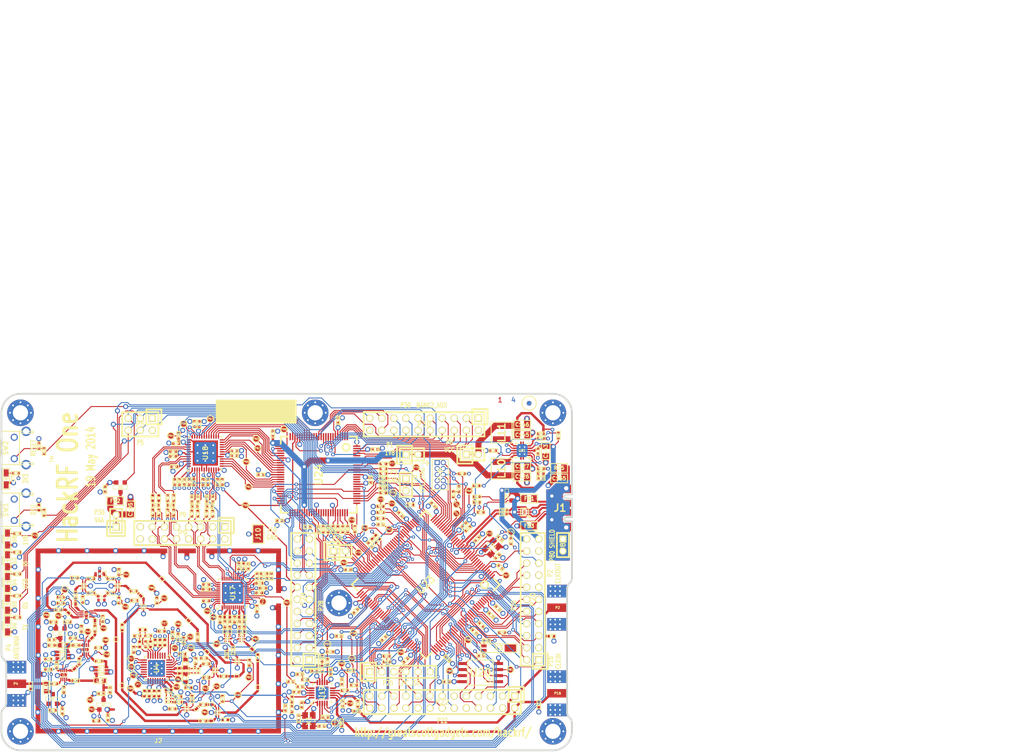
<source format=kicad_pcb>
(kicad_pcb (version 20171130) (host pcbnew "(5.1.6-0-10_14)")
  (title_block (date "19 may 2014"))
  (layers (0 C1F signal) (1 C2 signal hide) (2 C3 signal hide) (31 C4B signal) (34 B.Paste user) (35 F.Paste user) (36 B.SilkS user) (37 F.SilkS user) (38 B.Mask user) (39 F.Mask user) (44 Edge.Cuts user))
  (net 0 "")
  (net 1 !MIX_BYPASS)
  (net 2 !RX_AMP_PWR)
  (net 3 !TX_AMP_PWR)
  (net 4 !VAA_ENABLE)
  (net 5 +1.8V)
  (net 6 /baseband/CLK0)
  (net 7 /baseband/CLK1)
  (net 8 /baseband/CLK2)
  (net 9 /baseband/CLK3)
  (net 10 /baseband/CLK5)
  (net 11 /baseband/COM)
  (net 12 /baseband/CPOUT+)
  (net 13 /baseband/CPOUT-)
  (net 14 /baseband/IA+)
  (net 15 /baseband/IA-)
  (net 16 /baseband/ID+)
  (net 17 /baseband/ID-)
  (net 18 /baseband/INTR)
  (net 19 /baseband/OEB)
  (net 20 /baseband/QA+)
  (net 21 /baseband/QA-)
  (net 22 /baseband/QD+)
  (net 23 /baseband/QD-)
  (net 24 /baseband/REFN)
  (net 25 /baseband/REFP)
  (net 26 /baseband/RXBBI+)
  (net 27 /baseband/RXBBI-)
  (net 28 /baseband/RXBBQ+)
  (net 29 /baseband/RXBBQ-)
  (net 30 /baseband/TXBBI+)
  (net 31 /baseband/TXBBI-)
  (net 32 /baseband/TXBBQ+)
  (net 33 /baseband/TXBBQ-)
  (net 34 /baseband/XA)
  (net 35 /baseband/XB)
  (net 36 /baseband/XCVR_CLKOUT)
  (net 37 /baseband/XTAL2)
  (net 38 /frontend/!ANT_BIAS)
  (net 39 /frontend/REF_IN)
  (net 40 /frontend/RX_AMP_OUT)
  (net 41 /frontend/TX_AMP_IN)
  (net 42 /frontend/TX_AMP_OUT)
  (net 43 /mcu/usb/power/ADC0_0)
  (net 44 /mcu/usb/power/ADC0_2)
  (net 45 /mcu/usb/power/ADC0_5)
  (net 46 /mcu/usb/power/ADC0_6)
  (net 47 /mcu/usb/power/B1AUX13)
  (net 48 /mcu/usb/power/B1AUX14)
  (net 49 /mcu/usb/power/B2AUX1)
  (net 50 /mcu/usb/power/B2AUX10)
  (net 51 /mcu/usb/power/B2AUX11)
  (net 52 /mcu/usb/power/B2AUX12)
  (net 53 /mcu/usb/power/B2AUX13)
  (net 54 /mcu/usb/power/B2AUX14)
  (net 55 /mcu/usb/power/B2AUX15)
  (net 56 /mcu/usb/power/B2AUX16)
  (net 57 /mcu/usb/power/B2AUX2)
  (net 58 /mcu/usb/power/B2AUX3)
  (net 59 /mcu/usb/power/B2AUX4)
  (net 60 /mcu/usb/power/B2AUX5)
  (net 61 /mcu/usb/power/B2AUX6)
  (net 62 /mcu/usb/power/B2AUX7)
  (net 63 /mcu/usb/power/B2AUX8)
  (net 64 /mcu/usb/power/B2AUX9)
  (net 65 /mcu/usb/power/BANK2F3M1)
  (net 66 /mcu/usb/power/BANK2F3M10)
  (net 67 /mcu/usb/power/BANK2F3M11)
  (net 68 /mcu/usb/power/BANK2F3M12)
  (net 69 /mcu/usb/power/BANK2F3M14)
  (net 70 /mcu/usb/power/BANK2F3M15)
  (net 71 /mcu/usb/power/BANK2F3M16)
  (net 72 /mcu/usb/power/BANK2F3M2)
  (net 73 /mcu/usb/power/BANK2F3M3)
  (net 74 /mcu/usb/power/BANK2F3M4)
  (net 75 /mcu/usb/power/BANK2F3M5)
  (net 76 /mcu/usb/power/BANK2F3M6)
  (net 77 /mcu/usb/power/BANK2F3M7)
  (net 78 /mcu/usb/power/BANK2F3M8)
  (net 79 /mcu/usb/power/BANK2F3M9)
  (net 80 /mcu/usb/power/CPLD_TCK)
  (net 81 /mcu/usb/power/CPLD_TDI)
  (net 82 /mcu/usb/power/CPLD_TDO)
  (net 83 /mcu/usb/power/CPLD_TMS)
  (net 84 /mcu/usb/power/DBGEN)
  (net 85 /mcu/usb/power/DM)
  (net 86 /mcu/usb/power/DP)
  (net 87 /mcu/usb/power/EN1V8)
  (net 88 /mcu/usb/power/GCK0)
  (net 89 /mcu/usb/power/GPIO3_10)
  (net 90 /mcu/usb/power/GPIO3_11)
  (net 91 /mcu/usb/power/GPIO3_12)
  (net 92 /mcu/usb/power/GPIO3_13)
  (net 93 /mcu/usb/power/GPIO3_14)
  (net 94 /mcu/usb/power/GPIO3_15)
  (net 95 /mcu/usb/power/GPIO3_8)
  (net 96 /mcu/usb/power/GPIO3_9)
  (net 97 /mcu/usb/power/GP_CLKIN)
  (net 98 /mcu/usb/power/I2C1_SCL)
  (net 99 /mcu/usb/power/I2C1_SDA)
  (net 100 /mcu/usb/power/I2S0_RX_MCLK)
  (net 101 /mcu/usb/power/I2S0_RX_SCK)
  (net 102 /mcu/usb/power/I2S0_RX_SDA)
  (net 103 /mcu/usb/power/I2S0_RX_WS)
  (net 104 /mcu/usb/power/I2S0_TX_MCLK)
  (net 105 /mcu/usb/power/I2S0_TX_SCK)
  (net 106 /mcu/usb/power/ISP)
  (net 107 /mcu/usb/power/LED1)
  (net 108 /mcu/usb/power/LED2)
  (net 109 /mcu/usb/power/LED3)
  (net 110 /mcu/usb/power/P1_1)
  (net 111 /mcu/usb/power/P1_2)
  (net 112 /mcu/usb/power/P2_13)
  (net 113 /mcu/usb/power/P2_8)
  (net 114 /mcu/usb/power/P2_9)
  (net 115 /mcu/usb/power/REG_OUT1)
  (net 116 /mcu/usb/power/REG_OUT2)
  (net 117 /mcu/usb/power/RESET)
  (net 118 /mcu/usb/power/RREF)
  (net 119 /mcu/usb/power/RTCX1)
  (net 120 /mcu/usb/power/RTCX2)
  (net 121 /mcu/usb/power/RTC_ALARM)
  (net 122 /mcu/usb/power/SD_CD)
  (net 123 /mcu/usb/power/SD_CLK)
  (net 124 /mcu/usb/power/SD_CMD)
  (net 125 /mcu/usb/power/SD_DAT0)
  (net 126 /mcu/usb/power/SD_DAT1)
  (net 127 /mcu/usb/power/SD_DAT2)
  (net 128 /mcu/usb/power/SD_DAT3)
  (net 129 /mcu/usb/power/SD_POW)
  (net 130 /mcu/usb/power/SD_VOLT0)
  (net 131 /mcu/usb/power/SGPIO0)
  (net 132 /mcu/usb/power/SGPIO1)
  (net 133 /mcu/usb/power/SGPIO10)
  (net 134 /mcu/usb/power/SGPIO11)
  (net 135 /mcu/usb/power/SGPIO12)
  (net 136 /mcu/usb/power/SGPIO13)
  (net 137 /mcu/usb/power/SGPIO14)
  (net 138 /mcu/usb/power/SGPIO15)
  (net 139 /mcu/usb/power/SGPIO2)
  (net 140 /mcu/usb/power/SGPIO3)
  (net 141 /mcu/usb/power/SGPIO4)
  (net 142 /mcu/usb/power/SGPIO5)
  (net 143 /mcu/usb/power/SGPIO6)
  (net 144 /mcu/usb/power/SGPIO7)
  (net 145 /mcu/usb/power/SGPIO9)
  (net 146 /mcu/usb/power/SPIFI_CS)
  (net 147 /mcu/usb/power/SPIFI_MISO)
  (net 148 /mcu/usb/power/SPIFI_MOSI)
  (net 149 /mcu/usb/power/SPIFI_SCK)
  (net 150 /mcu/usb/power/SPIFI_SIO2)
  (net 151 /mcu/usb/power/SPIFI_SIO3)
  (net 152 /mcu/usb/power/TCK)
  (net 153 /mcu/usb/power/TDI)
  (net 154 /mcu/usb/power/TDO)
  (net 155 /mcu/usb/power/TMS)
  (net 156 /mcu/usb/power/U0_RXD)
  (net 157 /mcu/usb/power/U0_TXD)
  (net 158 /mcu/usb/power/USB_SHIELD)
  (net 159 /mcu/usb/power/VBAT)
  (net 160 /mcu/usb/power/VBUS)
  (net 161 /mcu/usb/power/VBUSCTRL)
  (net 162 /mcu/usb/power/VIN)
  (net 163 /mcu/usb/power/VREGMODE)
  (net 164 /mcu/usb/power/WAKEUP)
  (net 165 /mcu/usb/power/XTAL1)
  (net 166 /mcu/usb/power/XTAL2)
  (net 167 AMP_BYPASS)
  (net 168 CLK6)
  (net 169 CLKIN)
  (net 170 CLKOUT)
  (net 171 CS_AD)
  (net 172 CS_XCVR)
  (net 173 DA0)
  (net 174 DA1)
  (net 175 DA2)
  (net 176 DA3)
  (net 177 DA4)
  (net 178 DA5)
  (net 179 DA6)
  (net 180 DA7)
  (net 181 DD0)
  (net 182 DD1)
  (net 183 DD2)
  (net 184 DD3)
  (net 185 DD4)
  (net 186 DD5)
  (net 187 DD6)
  (net 188 DD7)
  (net 189 DD8)
  (net 190 DD9)
  (net 191 GCK1)
  (net 192 GCK2)
  (net 193 GND)
  (net 194 HP)
  (net 195 LP)
  (net 196 MCU_CLK)
  (net 197 MIXER_ENX)
  (net 198 MIXER_RESETX)
  (net 199 MIXER_SCLK)
  (net 200 MIXER_SDATA)
  (net 201 MIX_BYPASS)
  (net 202 MIX_CLK)
  (net 203 RSSI)
  (net 204 RX)
  (net 205 RXENABLE)
  (net 206 RX_AMP)
  (net 207 RX_IF)
  (net 208 RX_MIX_BP)
  (net 209 SCL)
  (net 210 SDA)
  (net 211 SGPIO_CLK)
  (net 212 SSP1_MISO)
  (net 213 SSP1_MOSI)
  (net 214 SSP1_SCK)
  (net 215 TX)
  (net 216 TXENABLE)
  (net 217 TX_AMP)
  (net 218 TX_IF)
  (net 219 TX_MIX_BP)
  (net 220 VAA)
  (net 221 VCC)
  (net 222 XCVR_EN)
  (net 223 "Net-(C8-Pad2)")
  (net 224 "Net-(C9-Pad2)")
  (net 225 "Net-(C9-Pad1)")
  (net 226 "Net-(C12-Pad1)")
  (net 227 "Net-(C13-Pad1)")
  (net 228 "Net-(C14-Pad2)")
  (net 229 "Net-(C14-Pad1)")
  (net 230 "Net-(C15-Pad2)")
  (net 231 "Net-(C17-Pad2)")
  (net 232 "Net-(C17-Pad1)")
  (net 233 "Net-(C18-Pad2)")
  (net 234 "Net-(C18-Pad1)")
  (net 235 "Net-(C20-Pad2)")
  (net 236 "Net-(C20-Pad1)")
  (net 237 "Net-(C21-Pad2)")
  (net 238 "Net-(C21-Pad1)")
  (net 239 "Net-(C23-Pad2)")
  (net 240 "Net-(C23-Pad1)")
  (net 241 "Net-(C25-Pad1)")
  (net 242 "Net-(C26-Pad2)")
  (net 243 "Net-(C26-Pad1)")
  (net 244 "Net-(C27-Pad2)")
  (net 245 "Net-(C27-Pad1)")
  (net 246 "Net-(C28-Pad2)")
  (net 247 "Net-(C28-Pad1)")
  (net 248 "Net-(C31-Pad2)")
  (net 249 "Net-(C31-Pad1)")
  (net 250 "Net-(C32-Pad2)")
  (net 251 "Net-(C32-Pad1)")
  (net 252 "Net-(C43-Pad2)")
  (net 253 "Net-(C43-Pad1)")
  (net 254 "Net-(C44-Pad2)")
  (net 255 "Net-(C44-Pad1)")
  (net 256 "Net-(C46-Pad2)")
  (net 257 "Net-(C46-Pad1)")
  (net 258 "Net-(C48-Pad1)")
  (net 259 "Net-(C49-Pad2)")
  (net 260 "Net-(C50-Pad1)")
  (net 261 "Net-(C51-Pad2)")
  (net 262 "Net-(C51-Pad1)")
  (net 263 "Net-(C163-Pad2)")
  (net 264 "Net-(C58-Pad2)")
  (net 265 "Net-(C58-Pad1)")
  (net 266 "Net-(C59-Pad2)")
  (net 267 "Net-(C61-Pad2)")
  (net 268 "Net-(C61-Pad1)")
  (net 269 "Net-(C62-Pad2)")
  (net 270 "Net-(C64-Pad2)")
  (net 271 "Net-(C64-Pad1)")
  (net 272 "Net-(C99-Pad2)")
  (net 273 "Net-(C99-Pad1)")
  (net 274 "Net-(C102-Pad2)")
  (net 275 "Net-(C102-Pad1)")
  (net 276 "Net-(C104-Pad2)")
  (net 277 "Net-(C104-Pad1)")
  (net 278 "Net-(C105-Pad1)")
  (net 279 "Net-(C106-Pad1)")
  (net 280 "Net-(C111-Pad2)")
  (net 281 "Net-(C111-Pad1)")
  (net 282 "Net-(C114-Pad2)")
  (net 283 "Net-(C114-Pad1)")
  (net 284 "Net-(C125-Pad2)")
  (net 285 "Net-(C160-Pad1)")
  (net 286 "Net-(D2-Pad2)")
  (net 287 "Net-(D4-Pad2)")
  (net 288 "Net-(D5-Pad2)")
  (net 289 "Net-(D6-Pad2)")
  (net 290 "Net-(D7-Pad2)")
  (net 291 "Net-(D8-Pad2)")
  (net 292 "Net-(FB1-Pad1)")
  (net 293 "Net-(FB2-Pad1)")
  (net 294 "Net-(FB3-Pad1)")
  (net 295 "Net-(J1-Pad4)")
  (net 296 "Net-(J1-Pad3)")
  (net 297 "Net-(J1-Pad2)")
  (net 298 "Net-(L1-Pad2)")
  (net 299 "Net-(L1-Pad1)")
  (net 300 "Net-(L2-Pad1)")
  (net 301 "Net-(L3-Pad1)")
  (net 302 "Net-(L10-Pad1)")
  (net 303 "Net-(L11-Pad2)")
  (net 304 "Net-(L13-Pad1)")
  (net 305 "Net-(P6-Pad1)")
  (net 306 "Net-(P7-Pad1)")
  (net 307 "Net-(P17-Pad1)")
  (net 308 "Net-(P19-Pad1)")
  (net 309 "Net-(P24-Pad1)")
  (net 310 "Net-(P25-Pad3)")
  (net 311 "Net-(P26-Pad7)")
  (net 312 "Net-(R4-Pad2)")
  (net 313 "Net-(R30-Pad2)")
  (net 314 "Net-(R19-Pad2)")
  (net 315 "Net-(R51-Pad1)")
  (net 316 "Net-(R52-Pad2)")
  (net 317 "Net-(R55-Pad2)")
  (net 318 "Net-(R62-Pad1)")
  (net 319 "Net-(U4-Pad1)")
  (net 320 "Net-(U4-Pad2)")
  (net 321 "Net-(U4-Pad3)")
  (net 322 "Net-(U4-Pad11)")
  (net 323 "Net-(U4-Pad13)")
  (net 324 "Net-(U4-Pad14)")
  (net 325 "Net-(U4-Pad17)")
  (net 326 "Net-(U4-Pad18)")
  (net 327 "Net-(U4-Pad20)")
  (net 328 "Net-(U4-Pad21)")
  (net 329 "Net-(U9-Pad2)")
  (net 330 "Net-(U12-Pad2)")
  (net 331 "Net-(U14-Pad2)")
  (net 332 "Net-(U15-Pad4)")
  (net 333 "Net-(U15-Pad6)")
  (net 334 "Net-(U17-Pad3)")
  (net 335 "Net-(U17-Pad6)")
  (net 336 "Net-(U17-Pad8)")
  (net 337 "Net-(U17-Pad9)")
  (net 338 "Net-(U17-Pad12)")
  (net 339 "Net-(U17-Pad14)")
  (net 340 "Net-(U17-Pad18)")
  (net 341 "Net-(U17-Pad33)")
  (net 342 "Net-(U17-Pad34)")
  (net 343 "Net-(U17-Pad40)")
  (net 344 "Net-(U18-Pad38)")
  (net 345 "Net-(U23-Pad89)")
  (net 346 "Net-(U23-Pad90)")
  (net 347 "Net-(U23-Pad136)")
  (net 348 "Net-(U23-Pad138)")
  (net 349 "Net-(U23-Pad139)")
  (net 350 "Net-(U24-Pad14)")
  (net 351 "Net-(U24-Pad15)")
  (net 352 "Net-(U24-Pad16)")
  (net 353 "Net-(U24-Pad20)")
  (net 354 "Net-(U24-Pad25)")
  (net 355 "Net-(U24-Pad44)")
  (net 356 "Net-(U24-Pad46)")
  (net 357 "Net-(U24-Pad49)")
  (net 358 "Net-(U24-Pad50)")
  (net 359 "Net-(U24-Pad52)")
  (net 360 "Net-(U24-Pad53)")
  (net 361 "Net-(U24-Pad54)")
  (net 362 "Net-(U24-Pad58)")
  (net 363 "Net-(U24-Pad59)")
  (net 364 "Net-(U24-Pad60)")
  (net 365 "Net-(U24-Pad63)")
  (net 366 "Net-(U24-Pad65)")
  (net 367 "Net-(U24-Pad66)")
  (net 368 "Net-(U24-Pad68)")
  (net 369 "Net-(U24-Pad73)")
  (net 370 "Net-(U24-Pad75)")
  (net 371 "Net-(U24-Pad80)")
  (net 372 "Net-(U24-Pad82)")
  (net 373 "Net-(U24-Pad85)")
  (net 374 "Net-(U24-Pad86)")
  (net 375 "Net-(U24-Pad87)")
  (net 376 "Net-(U24-Pad93)")
  (net 377 "Net-(U24-Pad95)")
  (net 378 "Net-(U24-Pad96)")
  (module hackrf:GSG-SHIELD-BMI-S-230 (layer C1F) (at 93 152)
    (fp_text reference J2 (at 0 21) (layer F.SilkS) (effects (font (size 1.016 1.016) (thickness 0.2032))))
    (fp_text value RF-SHIELD-FRAME hide)
    (pad 0 smd rect (at -23.875 18.95) (size 3.85 1) (layers C1F F.Mask) (net 193 GND))
    (pad 0 smd rect (at -18 18.95) (size 3.8 1) (layers C1F F.Mask) (net 193 GND))
    (pad 0 smd rect (at -12 18.95) (size 3.8 1) (layers C1F F.Mask) (net 193 GND))
    (pad 0 smd rect (at -6 18.95) (size 3.8 1) (layers C1F F.Mask) (net 193 GND))
    (pad 0 smd rect (at 0 18.95) (size 3.8 1) (layers C1F F.Mask) (net 193 GND))
    (pad 0 smd rect (at 6 18.95) (size 3.8 1) (layers C1F F.Mask) (net 193 GND))
    (pad 0 smd rect (at 12 18.95) (size 3.8 1) (layers C1F F.Mask) (net 193 GND))
    (pad 0 smd rect (at 18 18.95) (size 3.8 1) (layers C1F F.Mask) (net 193 GND))
    (pad 0 smd rect (at 23.875 18.95) (size 3.85 1) (layers C1F F.Mask) (net 193 GND))
    (pad 0 smd rect (at 25.3 17.775 90) (size 3.35 1) (layers C1F F.Mask) (net 193 GND))
    (pad 0 smd rect (at 25.3 12 90) (size 3.8 1) (layers C1F F.Mask) (net 193 GND))
    (pad 0 smd rect (at 25.3 6 90) (size 3.8 1) (layers C1F F.Mask) (net 193 GND))
    (pad 0 smd rect (at 25.3 0 90) (size 3.8 1) (layers C1F F.Mask) (net 193 GND))
    (pad 0 smd rect (at 25.3 -6 90) (size 3.8 1) (layers C1F F.Mask) (net 193 GND))
    (pad 0 smd rect (at 25.3 -12 90) (size 3.8 1) (layers C1F F.Mask) (net 193 GND))
    (pad 0 smd rect (at 25.3 -17.775 90) (size 3.35 1) (layers C1F F.Mask) (net 193 GND))
    (pad 0 smd rect (at 23.875 -18.95) (size 3.85 1) (layers C1F F.Mask) (net 193 GND))
    (pad 0 smd rect (at 18 -18.95) (size 3.8 1) (layers C1F F.Mask) (net 193 GND))
    (pad 0 smd rect (at 12 -18.95) (size 3.8 1) (layers C1F F.Mask) (net 193 GND))
    (pad 0 smd rect (at 6 -18.95) (size 3.8 1) (layers C1F F.Mask) (net 193 GND))
    (pad 0 smd rect (at 0 -18.95) (size 3.8 1) (layers C1F F.Mask) (net 193 GND))
    (pad 0 smd rect (at -6 -18.95) (size 3.8 1) (layers C1F F.Mask) (net 193 GND))
    (pad 0 smd rect (at -12 -18.95) (size 3.8 1) (layers C1F F.Mask) (net 193 GND))
    (pad 0 smd rect (at -18 -18.95) (size 3.8 1) (layers C1F F.Mask) (net 193 GND))
    (pad 0 smd rect (at -23.875 -18.95) (size 3.85 1) (layers C1F F.Mask) (net 193 GND))
    (pad 0 smd rect (at -25.3 -17.775 90) (size 3.35 1) (layers C1F F.Mask) (net 193 GND))
    (pad 0 smd rect (at -25.3 -12 90) (size 3.8 1) (layers C1F F.Mask) (net 193 GND))
    (pad 0 smd rect (at -25.3 -6 90) (size 3.8 1) (layers C1F F.Mask) (net 193 GND))
    (pad 0 smd rect (at -25.3 0 90) (size 3.8 1) (layers C1F F.Mask) (net 193 GND))
    (pad 0 smd rect (at -25.3 6 90) (size 3.8 1) (layers C1F F.Mask) (net 193 GND))
    (pad 0 smd rect (at -25.3 12 90) (size 3.8 1) (layers C1F F.Mask) (net 193 GND))
    (pad 0 smd rect (at -25.3 17.775 90) (size 3.35 1) (layers C1F F.Mask) (net 193 GND))
  )
  (module hackrf:GSG-QFN20-4 (layer C1F) (at 127.4692 162.926 90)
    (fp_text reference U19 (at 0 0 90) (layer F.SilkS) (effects (font (size 1.00076 1.00076) (thickness 0.2032))))
    (fp_text value SI5351C hide)
    (pad 1 smd oval (at -2.2 -1 90) (size 1.2 0.32) (layers C1F F.Paste F.Mask) (net 34 /baseband/XA))
    (pad 2 smd oval (at -2.2 -0.5 90) (size 1.2 0.32) (layers C1F F.Paste F.Mask) (net 35 /baseband/XB))
    (pad 3 smd oval (at -2.2 0 90) (size 1.2 0.32) (layers C1F F.Paste F.Mask) (net 18 /baseband/INTR))
    (pad 4 smd oval (at -2.2 0.5 90) (size 1.2 0.32) (layers C1F F.Paste F.Mask) (net 209 SCL))
    (pad 5 smd oval (at -2.2 1 90) (size 1.2 0.32) (layers C1F F.Paste F.Mask) (net 210 SDA))
    (pad 6 smd oval (at -1 2.2 180) (size 1.2 0.32) (layers C1F F.Paste F.Mask) (net 169 CLKIN))
    (pad 7 smd oval (at -0.5 2.2 180) (size 1.2 0.32) (layers C1F F.Paste F.Mask) (net 19 /baseband/OEB))
    (pad 8 smd oval (at 0 2.2 180) (size 1.2 0.32) (layers C1F F.Paste F.Mask) (net 9 /baseband/CLK3))
    (pad 9 smd oval (at 0.5 2.2 180) (size 1.2 0.32) (layers C1F F.Paste F.Mask) (net 8 /baseband/CLK2))
    (pad 10 smd oval (at 1 2.2 180) (size 1.2 0.32) (layers C1F F.Paste F.Mask) (net 221 VCC))
    (pad 11 smd oval (at 2.2 1 90) (size 1.2 0.32) (layers C1F F.Paste F.Mask) (net 221 VCC))
    (pad 12 smd oval (at 2.2 0.5 90) (size 1.2 0.32) (layers C1F F.Paste F.Mask) (net 7 /baseband/CLK1))
    (pad 13 smd oval (at 2.2 0 90) (size 1.2 0.32) (layers C1F F.Paste F.Mask) (net 6 /baseband/CLK0))
    (pad 14 smd oval (at 2.2 -0.5 90) (size 1.2 0.32) (layers C1F F.Paste F.Mask) (net 221 VCC))
    (pad 15 smd oval (at 2.2 -1 90) (size 1.2 0.32) (layers C1F F.Paste F.Mask) (net 196 MCU_CLK))
    (pad 16 smd oval (at 1 -2.2 180) (size 1.2 0.32) (layers C1F F.Paste F.Mask) (net 168 CLK6))
    (pad 17 smd oval (at 0.5 -2.2 180) (size 1.2 0.32) (layers C1F F.Paste F.Mask) (net 10 /baseband/CLK5))
    (pad 18 smd oval (at 0 -2.2 180) (size 1.2 0.32) (layers C1F F.Paste F.Mask) (net 221 VCC))
    (pad 19 smd oval (at -0.5 -2.2 180) (size 1.2 0.32) (layers C1F F.Paste F.Mask) (net 202 MIX_CLK))
    (pad 20 smd oval (at -1 -2.2 180) (size 1.2 0.32) (layers C1F F.Paste F.Mask) (net 221 VCC))
    (pad 0 smd rect (at 0 0 90) (size 2.65 2.65) (layers C1F F.Mask) (net 193 GND))
    (pad 0 thru_hole circle (at 0 0 90) (size 0.6 0.6) (drill 0.35) (layers *.Cu B.Mask) (net 193 GND))
    (pad 0 thru_hole circle (at -0.66 -0.66 90) (size 0.6 0.6) (drill 0.35) (layers *.Cu B.Mask) (net 193 GND))
    (pad 0 thru_hole circle (at 0.66 -0.66 90) (size 0.6 0.6) (drill 0.35) (layers *.Cu B.Mask) (net 193 GND))
    (pad 0 thru_hole circle (at 0.66 0.66 90) (size 0.6 0.6) (drill 0.35) (layers *.Cu B.Mask) (net 193 GND))
    (pad 0 thru_hole circle (at -0.66 0.66 90) (size 0.6 0.6) (drill 0.35) (layers *.Cu B.Mask) (net 193 GND))
    (pad 0 smd rect (at -0.66 -0.66 90) (size 1.32 1.32) (layers C1F F.Paste) (net 193 GND))
    (pad 0 smd rect (at 0.66 -0.66 90) (size 1.32 1.32) (layers C1F F.Paste) (net 193 GND))
    (pad 0 smd rect (at -0.66 0.66 90) (size 1.32 1.32) (layers C1F F.Paste) (net 193 GND))
    (pad 0 smd rect (at 0.66 0.66 90) (size 1.32 1.32) (layers C1F F.Paste) (net 193 GND))
  )
  (module GSG-TESTPOINT-30MIL-MASKONLY (layer C1F) (at 89.31402 142.49908)
    (fp_text reference TESTPOINT-30MIL-MASKONLY hide)
    (fp_text value VAL** hide)
  )
  (module GSG-TESTPOINT-30MIL-MASKONLY (layer C1F) (at 84.1046 151.6574)
    (fp_text reference TESTPOINT-30MIL-MASKONLY hide)
    (fp_text value VAL** hide)
  )
  (module GSG-TESTPOINT-30MIL-MASKONLY (layer C1F) (at 75.57516 144.21358)
    (fp_text reference TESTPOINT-30MIL-MASKONLY hide)
    (fp_text value VAL** hide)
  )
  (module GSG-TESTPOINT-30MIL-MASKONLY (layer C1F) (at 74.0537 146.1516)
    (fp_text reference TESTPOINT-30MIL-MASKONLY hide)
    (fp_text value VAL** hide)
  )
  (module GSG-TESTPOINT-30MIL-MASKONLY (layer C1F) (at 93.782 138.932)
    (fp_text reference TESTPOINT-30MIL-MASKONLY hide)
    (fp_text value VAL** hide)
  )
  (module GSG-TESTPOINT-30MIL-MASKONLY (layer C1F) (at 85.4 161.3602)
    (fp_text reference TESTPOINT-30MIL-MASKONLY hide)
    (fp_text value VAL** hide)
  )
  (module GSG-TESTPOINT-30MIL-MASKONLY (layer C1F) (at 75.33894 157.8483)
    (fp_text reference TESTPOINT-30MIL-MASKONLY hide)
    (fp_text value VAL** hide)
  )
  (module GSG-TESTPOINT-30MIL-MASKONLY (layer C1F) (at 79.0321 151.36114)
    (fp_text reference TESTPOINT-30MIL-MASKONLY hide)
    (fp_text value VAL** hide)
  )
  (module GSG-TESTPOINT-30MIL-MASKONLY (layer C1F) (at 113.919 161.74974)
    (fp_text reference TESTPOINT-30MIL-MASKONLY hide)
    (fp_text value VAL** hide)
  )
  (module GSG-TESTPOINT-30MIL-MASKONLY (layer C1F) (at 104.11206 168.79824)
    (fp_text reference TESTPOINT-30MIL-MASKONLY hide)
    (fp_text value VAL** hide)
  )
  (module GSG-TESTPOINT-30MIL-MASKONLY (layer C1F) (at 104.25176 165.37432)
    (fp_text reference TESTPOINT-30MIL-MASKONLY hide)
    (fp_text value VAL** hide)
  )
  (module GSG-TESTPOINT-30MIL-MASKONLY (layer C1F) (at 101.0158 166.26332)
    (fp_text reference TESTPOINT-30MIL-MASKONLY hide)
    (fp_text value VAL** hide)
  )
  (module GSG-TESTPOINT-30MIL-MASKONLY (layer C1F) (at 79.6671 147.71116)
    (fp_text reference TESTPOINT-30MIL-MASKONLY hide)
    (fp_text value VAL** hide)
  )
  (module GSG-TESTPOINT-30MIL-MASKONLY (layer C1F) (at 109.47654 159.42564)
    (fp_text reference TESTPOINT-30MIL-MASKONLY hide)
    (fp_text value VAL** hide)
  )
  (module GSG-TESTPOINT-30MIL-MASKONLY (layer C1F) (at 99.36226 147.6883)
    (fp_text reference TESTPOINT-30MIL-MASKONLY hide)
    (fp_text value VAL** hide)
  )
  (module GSG-TESTPOINT-30MIL-MASKONLY (layer C1F) (at 103.23068 154.2796)
    (fp_text reference TESTPOINT-30MIL-MASKONLY hide)
    (fp_text value VAL** hide)
  )
  (module GSG-TESTPOINT-30MIL-MASKONLY (layer C1F) (at 112.71504 153.71064)
    (fp_text reference TESTPOINT-30MIL-MASKONLY hide)
    (fp_text value VAL** hide)
  )
  (module GSG-MARK1MM (layer C1F) (at 171 102)
    (fp_text reference MARK1MM hide)
    (fp_text value VAL** hide)
    (pad "" smd circle (at 0 0) (size 1 1) (layers *.Cu *.Mask))
  )
  (module gsg-modules:LTST-S220 (layer C1F) (at 61 117.9 270)
    (fp_text reference D7 (at 0 -1.5 270) (layer F.SilkS) (effects (font (size 0.762 0.762) (thickness 0.1905))))
    (fp_text value VCCLED hide)
    (pad 1 smd rect (at 1.25 0 270) (size 1.5 1) (layers C1F F.Paste F.Mask) (net 193 GND) (clearance 0.1778))
    (pad 2 smd rect (at -1.25 0 270) (size 1.5 1) (layers C1F F.Paste F.Mask) (net 290 "Net-(D7-Pad2)") (clearance 0.1778))
  )
  (module gsg-modules:LTST-S220 (layer C1F) (at 61.27 130.55 270)
    (fp_text reference D8 (at 0 -1.5 270) (layer F.SilkS) (effects (font (size 0.762 0.762) (thickness 0.1905))))
    (fp_text value 1V8LED hide)
    (pad 1 smd rect (at 1.25 0 270) (size 1.5 1) (layers C1F F.Paste F.Mask) (net 193 GND) (clearance 0.1778))
    (pad 2 smd rect (at -1.25 0 270) (size 1.5 1) (layers C1F F.Paste F.Mask) (net 291 "Net-(D8-Pad2)") (clearance 0.1778))
  )
  (module gsg-modules:LTST-S220 (layer C1F) (at 61.27 135.122 270)
    (fp_text reference D2 (at 0 -1.5 270) (layer F.SilkS) (effects (font (size 0.762 0.762) (thickness 0.1905))))
    (fp_text value VAALED hide)
    (pad 1 smd rect (at 1.25 0 270) (size 1.5 1) (layers C1F F.Paste F.Mask) (net 193 GND) (clearance 0.1778))
    (pad 2 smd rect (at -1.25 0 270) (size 1.5 1) (layers C1F F.Paste F.Mask) (net 286 "Net-(D2-Pad2)") (clearance 0.1778))
  )
  (module gsg-modules:LTST-S220 (layer C1F) (at 61.27 139.694 270)
    (fp_text reference D4 (at 0 -1.5 270) (layer F.SilkS) (effects (font (size 0.762 0.762) (thickness 0.1905))))
    (fp_text value USBLED hide)
    (pad 1 smd rect (at 1.25 0 270) (size 1.5 1) (layers C1F F.Paste F.Mask) (net 193 GND) (clearance 0.1778))
    (pad 2 smd rect (at -1.25 0 270) (size 1.5 1) (layers C1F F.Paste F.Mask) (net 287 "Net-(D4-Pad2)") (clearance 0.1778))
  )
  (module gsg-modules:LTST-S220 (layer C1F) (at 61.27 144.266 270)
    (fp_text reference D5 (at 0 -1.5 270) (layer F.SilkS) (effects (font (size 0.762 0.762) (thickness 0.1905))))
    (fp_text value RXLED hide)
    (pad 1 smd rect (at 1.25 0 270) (size 1.5 1) (layers C1F F.Paste F.Mask) (net 193 GND) (clearance 0.1778))
    (pad 2 smd rect (at -1.25 0 270) (size 1.5 1) (layers C1F F.Paste F.Mask) (net 288 "Net-(D5-Pad2)") (clearance 0.1778))
  )
  (module gsg-modules:LTST-S220 (layer C1F) (at 61.27 148.838 270)
    (fp_text reference D6 (at 0 -1.5 270) (layer F.SilkS) (effects (font (size 0.762 0.762) (thickness 0.1905))))
    (fp_text value TXLED hide)
    (pad 1 smd rect (at 1.25 0 270) (size 1.5 1) (layers C1F F.Paste F.Mask) (net 193 GND) (clearance 0.1778))
    (pad 2 smd rect (at -1.25 0 270) (size 1.5 1) (layers C1F F.Paste F.Mask) (net 289 "Net-(D6-Pad2)") (clearance 0.1778))
  )
  (module hackrf:GSG-0402 (layer C1F) (at 91.0964 163.0468 270)
    (fp_text reference C1 (at 0 0.0508 270) (layer F.SilkS) (effects (font (size 0.4064 0.4064) (thickness 0.1016))))
    (fp_text value 33pF hide)
    (pad 2 smd rect (at 0.5334 0 270) (size 0.508 0.5588) (layers C1F F.Paste F.Mask) (net 193 GND))
    (pad 1 smd rect (at -0.5334 0 270) (size 0.508 0.5588) (layers C1F F.Paste F.Mask) (net 221 VCC))
  )
  (module hackrf:GSG-0402 (layer C1F) (at 90.0804 163.0468 270)
    (fp_text reference C2 (at 0 0.0508 270) (layer F.SilkS) (effects (font (size 0.4064 0.4064) (thickness 0.1016))))
    (fp_text value 10nF hide)
    (pad 2 smd rect (at 0.5334 0 270) (size 0.508 0.5588) (layers C1F F.Paste F.Mask) (net 193 GND))
    (pad 1 smd rect (at -0.5334 0 270) (size 0.508 0.5588) (layers C1F F.Paste F.Mask) (net 221 VCC))
  )
  (module hackrf:GSG-0402 (layer C1F) (at 93.1284 163.0468 270)
    (fp_text reference C3 (at 0 0.0508 270) (layer F.SilkS) (effects (font (size 0.4064 0.4064) (thickness 0.1016))))
    (fp_text value 33pF hide)
    (pad 2 smd rect (at 0.5334 0 270) (size 0.508 0.5588) (layers C1F F.Paste F.Mask) (net 193 GND))
    (pad 1 smd rect (at -0.5334 0 270) (size 0.508 0.5588) (layers C1F F.Paste F.Mask) (net 220 VAA))
  )
  (module hackrf:GSG-0402 (layer C1F) (at 92.1124 163.0468 270)
    (fp_text reference C4 (at 0 0.0508 270) (layer F.SilkS) (effects (font (size 0.4064 0.4064) (thickness 0.1016))))
    (fp_text value 10nF hide)
    (pad 2 smd rect (at 0.5334 0 270) (size 0.508 0.5588) (layers C1F F.Paste F.Mask) (net 193 GND))
    (pad 1 smd rect (at -0.5334 0 270) (size 0.508 0.5588) (layers C1F F.Paste F.Mask) (net 220 VAA))
  )
  (module hackrf:GSG-0402 (layer C1F) (at 92.341 152.328 90)
    (fp_text reference C5 (at 0 0.0508 90) (layer F.SilkS) (effects (font (size 0.4064 0.4064) (thickness 0.1016))))
    (fp_text value 33pF hide)
    (pad 2 smd rect (at 0.5334 0 90) (size 0.508 0.5588) (layers C1F F.Paste F.Mask) (net 193 GND))
    (pad 1 smd rect (at -0.5334 0 90) (size 0.508 0.5588) (layers C1F F.Paste F.Mask) (net 220 VAA))
  )
  (module hackrf:GSG-0402 (layer C1F) (at 93.357 152.328 90)
    (fp_text reference C6 (at 0 0.0508 90) (layer F.SilkS) (effects (font (size 0.4064 0.4064) (thickness 0.1016))))
    (fp_text value 10nF hide)
    (pad 2 smd rect (at 0.5334 0 90) (size 0.508 0.5588) (layers C1F F.Paste F.Mask) (net 193 GND))
    (pad 1 smd rect (at -0.5334 0 90) (size 0.508 0.5588) (layers C1F F.Paste F.Mask) (net 220 VAA))
  )
  (module hackrf:GSG-0402 (layer C1F) (at 107.084 168.5762 180)
    (fp_text reference C7 (at 0 0.0508 180) (layer F.SilkS) (effects (font (size 0.4064 0.4064) (thickness 0.1016))))
    (fp_text value 33pF hide)
    (pad 2 smd rect (at 0.5334 0 180) (size 0.508 0.5588) (layers C1F F.Paste F.Mask) (net 201 MIX_BYPASS))
    (pad 1 smd rect (at -0.5334 0 180) (size 0.508 0.5588) (layers C1F F.Paste F.Mask) (net 193 GND))
  )
  (module hackrf:GSG-0402 (layer C1F) (at 113.919 155.448 270)
    (fp_text reference C8 (at 0 0.0508 270) (layer F.SilkS) (effects (font (size 0.4064 0.4064) (thickness 0.1016))))
    (fp_text value 22pF hide)
    (pad 2 smd rect (at 0.5334 0 270) (size 0.508 0.5588) (layers C1F F.Paste F.Mask) (net 223 "Net-(C8-Pad2)"))
    (pad 1 smd rect (at -0.5334 0 270) (size 0.508 0.5588) (layers C1F F.Paste F.Mask) (net 218 TX_IF))
  )
  (module hackrf:GSG-0402 (layer C1F) (at 85.4 149.1682 90)
    (fp_text reference C9 (at 0 0.0508 90) (layer F.SilkS) (effects (font (size 0.4064 0.4064) (thickness 0.1016))))
    (fp_text value 100nF hide)
    (pad 2 smd rect (at 0.5334 0 90) (size 0.508 0.5588) (layers C1F F.Paste F.Mask) (net 224 "Net-(C9-Pad2)"))
    (pad 1 smd rect (at -0.5334 0 90) (size 0.508 0.5588) (layers C1F F.Paste F.Mask) (net 225 "Net-(C9-Pad1)"))
  )
  (module hackrf:GSG-0402 (layer C1F) (at 87.9808 143.4816)
    (fp_text reference C10 (at 0 0.0508) (layer F.SilkS) (effects (font (size 0.4064 0.4064) (thickness 0.1016))))
    (fp_text value 33pF hide)
    (pad 2 smd rect (at 0.5334 0) (size 0.508 0.5588) (layers C1F F.Paste F.Mask) (net 204 RX))
    (pad 1 smd rect (at -0.5334 0) (size 0.508 0.5588) (layers C1F F.Paste F.Mask) (net 193 GND))
  )
  (module hackrf:GSG-0402 (layer C1F) (at 84.7138 143.4622 90)
    (fp_text reference C11 (at 0 0.0508 90) (layer F.SilkS) (effects (font (size 0.4064 0.4064) (thickness 0.1016))))
    (fp_text value 33pF hide)
    (pad 2 smd rect (at 0.5334 0 90) (size 0.508 0.5588) (layers C1F F.Paste F.Mask) (net 195 LP))
    (pad 1 smd rect (at -0.5334 0 90) (size 0.508 0.5588) (layers C1F F.Paste F.Mask) (net 193 GND))
  )
  (module hackrf:GSG-0402 (layer C1F) (at 87.7944 153.8266 270)
    (fp_text reference C12 (at 0 0.0508 270) (layer F.SilkS) (effects (font (size 0.4064 0.4064) (thickness 0.1016))))
    (fp_text value 330pF hide)
    (pad 2 smd rect (at 0.5334 0 270) (size 0.508 0.5588) (layers C1F F.Paste F.Mask) (net 193 GND))
    (pad 1 smd rect (at -0.5334 0 270) (size 0.508 0.5588) (layers C1F F.Paste F.Mask) (net 226 "Net-(C12-Pad1)"))
  )
  (module hackrf:GSG-0402 (layer C1F) (at 88.5564 150.9056 180)
    (fp_text reference C13 (at 0 0.0508 180) (layer F.SilkS) (effects (font (size 0.4064 0.4064) (thickness 0.1016))))
    (fp_text value 330pF hide)
    (pad 2 smd rect (at 0.5334 0 180) (size 0.508 0.5588) (layers C1F F.Paste F.Mask) (net 193 GND))
    (pad 1 smd rect (at -0.5334 0 180) (size 0.508 0.5588) (layers C1F F.Paste F.Mask) (net 227 "Net-(C13-Pad1)"))
  )
  (module hackrf:GSG-0402 (layer C1F) (at 90.3344 152.6836 90)
    (fp_text reference C14 (at 0 0.0508 90) (layer F.SilkS) (effects (font (size 0.4064 0.4064) (thickness 0.1016))))
    (fp_text value 8p2 hide)
    (pad 2 smd rect (at 0.5334 0 90) (size 0.508 0.5588) (layers C1F F.Paste F.Mask) (net 228 "Net-(C14-Pad2)"))
    (pad 1 smd rect (at -0.5334 0 90) (size 0.508 0.5588) (layers C1F F.Paste F.Mask) (net 229 "Net-(C14-Pad1)"))
  )
  (module hackrf:GSG-0402 (layer C1F) (at 90.8424 150.9056)
    (fp_text reference C15 (at 0 0.0508) (layer F.SilkS) (effects (font (size 0.4064 0.4064) (thickness 0.1016))))
    (fp_text value 180pF hide)
    (pad 2 smd rect (at 0.5334 0) (size 0.508 0.5588) (layers C1F F.Paste F.Mask) (net 230 "Net-(C15-Pad2)"))
    (pad 1 smd rect (at -0.5334 0) (size 0.508 0.5588) (layers C1F F.Paste F.Mask) (net 229 "Net-(C14-Pad1)"))
  )
  (module hackrf:GSG-0402 (layer C1F) (at 106.4998 164.1566 90)
    (fp_text reference C16 (at 0 0.0508 90) (layer F.SilkS) (effects (font (size 0.4064 0.4064) (thickness 0.1016))))
    (fp_text value 33pF hide)
    (pad 2 smd rect (at 0.5334 0 90) (size 0.508 0.5588) (layers C1F F.Paste F.Mask) (net 193 GND))
    (pad 1 smd rect (at -0.5334 0 90) (size 0.508 0.5588) (layers C1F F.Paste F.Mask) (net 1 !MIX_BYPASS))
  )
  (module hackrf:GSG-0402 (layer C1F) (at 82.9358 141.9382)
    (fp_text reference C17 (at 0 0.0508) (layer F.SilkS) (effects (font (size 0.4064 0.4064) (thickness 0.1016))))
    (fp_text value 100nF hide)
    (pad 2 smd rect (at 0.5334 0) (size 0.508 0.5588) (layers C1F F.Paste F.Mask) (net 231 "Net-(C17-Pad2)"))
    (pad 1 smd rect (at -0.5334 0) (size 0.508 0.5588) (layers C1F F.Paste F.Mask) (net 232 "Net-(C17-Pad1)"))
  )
  (module hackrf:GSG-0402 (layer C1F) (at 78.8718 141.9382)
    (fp_text reference C18 (at 0 0.0508) (layer F.SilkS) (effects (font (size 0.4064 0.4064) (thickness 0.1016))))
    (fp_text value 100nF hide)
    (pad 2 smd rect (at 0.5334 0) (size 0.508 0.5588) (layers C1F F.Paste F.Mask) (net 233 "Net-(C18-Pad2)"))
    (pad 1 smd rect (at -0.5334 0) (size 0.508 0.5588) (layers C1F F.Paste F.Mask) (net 234 "Net-(C18-Pad1)"))
  )
  (module hackrf:GSG-0402 (layer C1F) (at 77.0938 143.3352 90)
    (fp_text reference C19 (at 0 0.0508 90) (layer F.SilkS) (effects (font (size 0.4064 0.4064) (thickness 0.1016))))
    (fp_text value 33pF hide)
    (pad 2 smd rect (at 0.5334 0 90) (size 0.508 0.5588) (layers C1F F.Paste F.Mask) (net 195 LP))
    (pad 1 smd rect (at -0.5334 0 90) (size 0.508 0.5588) (layers C1F F.Paste F.Mask) (net 193 GND))
  )
  (module hackrf:GSG-0402 (layer C1F) (at 87.8078 141.5288)
    (fp_text reference C20 (at 0 0.0508) (layer F.SilkS) (effects (font (size 0.4064 0.4064) (thickness 0.1016))))
    (fp_text value 100nF hide)
    (pad 2 smd rect (at 0.5334 0) (size 0.508 0.5588) (layers C1F F.Paste F.Mask) (net 235 "Net-(C20-Pad2)"))
    (pad 1 smd rect (at -0.5334 0) (size 0.508 0.5588) (layers C1F F.Paste F.Mask) (net 236 "Net-(C20-Pad1)"))
  )
  (module hackrf:GSG-0402 (layer C1F) (at 102.4382 165.3794 180)
    (fp_text reference C21 (at 0 0.0508 180) (layer F.SilkS) (effects (font (size 0.4064 0.4064) (thickness 0.1016))))
    (fp_text value 22pF hide)
    (pad 2 smd rect (at 0.5334 0 180) (size 0.508 0.5588) (layers C1F F.Paste F.Mask) (net 237 "Net-(C21-Pad2)"))
    (pad 1 smd rect (at -0.5334 0 180) (size 0.508 0.5588) (layers C1F F.Paste F.Mask) (net 238 "Net-(C21-Pad1)"))
  )
  (module hackrf:GSG-0402 (layer C1F) (at 95.9732 166.2726)
    (fp_text reference C22 (at 0 0.0508) (layer F.SilkS) (effects (font (size 0.4064 0.4064) (thickness 0.1016))))
    (fp_text value 33pF hide)
    (pad 2 smd rect (at 0.5334 0) (size 0.508 0.5588) (layers C1F F.Paste F.Mask) (net 204 RX))
    (pad 1 smd rect (at -0.5334 0) (size 0.508 0.5588) (layers C1F F.Paste F.Mask) (net 193 GND))
  )
  (module hackrf:GSG-0402 (layer C1F) (at 101.2698 151.1808 90)
    (fp_text reference C23 (at 0 0.0508 90) (layer F.SilkS) (effects (font (size 0.4064 0.4064) (thickness 0.1016))))
    (fp_text value 100nF hide)
    (pad 2 smd rect (at 0.5334 0 90) (size 0.508 0.5588) (layers C1F F.Paste F.Mask) (net 239 "Net-(C23-Pad2)"))
    (pad 1 smd rect (at -0.5334 0 90) (size 0.508 0.5588) (layers C1F F.Paste F.Mask) (net 240 "Net-(C23-Pad1)"))
  )
  (module hackrf:GSG-0402 (layer C1F) (at 92.6798 143.4816 270)
    (fp_text reference C24 (at 0 0.0508 270) (layer F.SilkS) (effects (font (size 0.4064 0.4064) (thickness 0.1016))))
    (fp_text value 33pF hide)
    (pad 2 smd rect (at 0.5334 0 270) (size 0.508 0.5588) (layers C1F F.Paste F.Mask) (net 215 TX))
    (pad 1 smd rect (at -0.5334 0 270) (size 0.508 0.5588) (layers C1F F.Paste F.Mask) (net 193 GND))
  )
  (module hackrf:GSG-0402 (layer C1F) (at 97.1924 163.7326)
    (fp_text reference C25 (at 0 0.0508) (layer F.SilkS) (effects (font (size 0.4064 0.4064) (thickness 0.1016))))
    (fp_text value 100nF hide)
    (pad 2 smd rect (at 0.5334 0) (size 0.508 0.5588) (layers C1F F.Paste F.Mask) (net 193 GND))
    (pad 1 smd rect (at -0.5334 0) (size 0.508 0.5588) (layers C1F F.Paste F.Mask) (net 241 "Net-(C25-Pad1)"))
  )
  (module hackrf:GSG-0402 (layer C1F) (at 78.8718 138.8902 180)
    (fp_text reference C26 (at 0 0.0508 180) (layer F.SilkS) (effects (font (size 0.4064 0.4064) (thickness 0.1016))))
    (fp_text value 47pF hide)
    (pad 2 smd rect (at 0.5334 0 180) (size 0.508 0.5588) (layers C1F F.Paste F.Mask) (net 242 "Net-(C26-Pad2)"))
    (pad 1 smd rect (at -0.5334 0 180) (size 0.508 0.5588) (layers C1F F.Paste F.Mask) (net 243 "Net-(C26-Pad1)"))
  )
  (module hackrf:GSG-0402 (layer C1F) (at 82.9358 138.8902)
    (fp_text reference C27 (at 0 0.0508) (layer F.SilkS) (effects (font (size 0.4064 0.4064) (thickness 0.1016))))
    (fp_text value 47pF hide)
    (pad 2 smd rect (at 0.5334 0) (size 0.508 0.5588) (layers C1F F.Paste F.Mask) (net 244 "Net-(C27-Pad2)"))
    (pad 1 smd rect (at -0.5334 0) (size 0.508 0.5588) (layers C1F F.Paste F.Mask) (net 245 "Net-(C27-Pad1)"))
  )
  (module hackrf:GSG-0402 (layer C1F) (at 97.1924 164.8756)
    (fp_text reference C28 (at 0 0.0508) (layer F.SilkS) (effects (font (size 0.4064 0.4064) (thickness 0.1016))))
    (fp_text value 100nF hide)
    (pad 2 smd rect (at 0.5334 0) (size 0.508 0.5588) (layers C1F F.Paste F.Mask) (net 246 "Net-(C28-Pad2)"))
    (pad 1 smd rect (at -0.5334 0) (size 0.508 0.5588) (layers C1F F.Paste F.Mask) (net 247 "Net-(C28-Pad1)"))
  )
  (module hackrf:GSG-0402 (layer C1F) (at 75.4174 138.7124 180)
    (fp_text reference C29 (at 0 0.0508 180) (layer F.SilkS) (effects (font (size 0.4064 0.4064) (thickness 0.1016))))
    (fp_text value 33pF hide)
    (pad 2 smd rect (at 0.5334 0 180) (size 0.508 0.5588) (layers C1F F.Paste F.Mask) (net 193 GND))
    (pad 1 smd rect (at -0.5334 0 180) (size 0.508 0.5588) (layers C1F F.Paste F.Mask) (net 194 HP))
  )
  (module hackrf:GSG-0402 (layer C1F) (at 84.7138 137.4932 90)
    (fp_text reference C30 (at 0 0.0508 90) (layer F.SilkS) (effects (font (size 0.4064 0.4064) (thickness 0.1016))))
    (fp_text value 33pF hide)
    (pad 2 smd rect (at 0.5334 0 90) (size 0.508 0.5588) (layers C1F F.Paste F.Mask) (net 193 GND))
    (pad 1 smd rect (at -0.5334 0 90) (size 0.508 0.5588) (layers C1F F.Paste F.Mask) (net 194 HP))
  )
  (module hackrf:GSG-0402 (layer C1F) (at 75.5952 142.4462 90)
    (fp_text reference C31 (at 0 0.0508 90) (layer F.SilkS) (effects (font (size 0.4064 0.4064) (thickness 0.1016))))
    (fp_text value 100nF hide)
    (pad 2 smd rect (at 0.5334 0 90) (size 0.508 0.5588) (layers C1F F.Paste F.Mask) (net 248 "Net-(C31-Pad2)"))
    (pad 1 smd rect (at -0.5334 0 90) (size 0.508 0.5588) (layers C1F F.Paste F.Mask) (net 249 "Net-(C31-Pad1)"))
  )
  (module hackrf:GSG-0402 (layer C1F) (at 102.4382 168.8084 180)
    (fp_text reference C32 (at 0 0.0508 180) (layer F.SilkS) (effects (font (size 0.4064 0.4064) (thickness 0.1016))))
    (fp_text value 22pF hide)
    (pad 2 smd rect (at 0.5334 0 180) (size 0.508 0.5588) (layers C1F F.Paste F.Mask) (net 250 "Net-(C32-Pad2)"))
    (pad 1 smd rect (at -0.5334 0 180) (size 0.508 0.5588) (layers C1F F.Paste F.Mask) (net 251 "Net-(C32-Pad1)"))
  )
  (module hackrf:GSG-0402 (layer C1F) (at 100.1134 164.139 90)
    (fp_text reference C33 (at 0 0.0508 90) (layer F.SilkS) (effects (font (size 0.4064 0.4064) (thickness 0.1016))))
    (fp_text value 33pF hide)
    (pad 2 smd rect (at 0.5334 0 90) (size 0.508 0.5588) (layers C1F F.Paste F.Mask) (net 193 GND))
    (pad 1 smd rect (at -0.5334 0 90) (size 0.508 0.5588) (layers C1F F.Paste F.Mask) (net 215 TX))
  )
  (module hackrf:GSG-0402 (layer C1F) (at 98.31 151.9216 90)
    (fp_text reference C34 (at 0 0.0508 90) (layer F.SilkS) (effects (font (size 0.4064 0.4064) (thickness 0.1016))))
    (fp_text value 33pF hide)
    (pad 2 smd rect (at 0.5334 0 90) (size 0.508 0.5588) (layers C1F F.Paste F.Mask) (net 193 GND))
    (pad 1 smd rect (at -0.5334 0 90) (size 0.508 0.5588) (layers C1F F.Paste F.Mask) (net 198 MIXER_RESETX))
  )
  (module hackrf:GSG-0402 (layer C1F) (at 97.167 151.1596 90)
    (fp_text reference C35 (at 0 0.0508 90) (layer F.SilkS) (effects (font (size 0.4064 0.4064) (thickness 0.1016))))
    (fp_text value 33pF hide)
    (pad 2 smd rect (at 0.5334 0 90) (size 0.508 0.5588) (layers C1F F.Paste F.Mask) (net 193 GND))
    (pad 1 smd rect (at -0.5334 0 90) (size 0.508 0.5588) (layers C1F F.Paste F.Mask) (net 197 MIXER_ENX))
  )
  (module hackrf:GSG-0402 (layer C1F) (at 96.024 150.7786 90)
    (fp_text reference C36 (at 0 0.0508 90) (layer F.SilkS) (effects (font (size 0.4064 0.4064) (thickness 0.1016))))
    (fp_text value 33pF hide)
    (pad 2 smd rect (at 0.5334 0 90) (size 0.508 0.5588) (layers C1F F.Paste F.Mask) (net 193 GND))
    (pad 1 smd rect (at -0.5334 0 90) (size 0.508 0.5588) (layers C1F F.Paste F.Mask) (net 199 MIXER_SCLK))
  )
  (module hackrf:GSG-0402 (layer C1F) (at 93.738 149.915 180)
    (fp_text reference C37 (at 0 0.0508 180) (layer F.SilkS) (effects (font (size 0.4064 0.4064) (thickness 0.1016))))
    (fp_text value 33pF hide)
    (pad 2 smd rect (at 0.5334 0 180) (size 0.508 0.5588) (layers C1F F.Paste F.Mask) (net 193 GND))
    (pad 1 smd rect (at -0.5334 0 180) (size 0.508 0.5588) (layers C1F F.Paste F.Mask) (net 200 MIXER_SDATA))
  )
  (module hackrf:GSG-0402 (layer C1F) (at 72.4456 142.8272)
    (fp_text reference C38 (at 0 0.0508) (layer F.SilkS) (effects (font (size 0.4064 0.4064) (thickness 0.1016))))
    (fp_text value 33pF hide)
    (pad 2 smd rect (at 0.5334 0) (size 0.508 0.5588) (layers C1F F.Paste F.Mask) (net 1 !MIX_BYPASS))
    (pad 1 smd rect (at -0.5334 0) (size 0.508 0.5588) (layers C1F F.Paste F.Mask) (net 193 GND))
  )
  (module hackrf:GSG-0402 (layer C1F) (at 81.3054 147.3454 90)
    (fp_text reference C39 (at 0 0.0508 90) (layer F.SilkS) (effects (font (size 0.4064 0.4064) (thickness 0.1016))))
    (fp_text value 33pF hide)
    (pad 2 smd rect (at 0.5334 0 90) (size 0.508 0.5588) (layers C1F F.Paste F.Mask) (net 219 TX_MIX_BP))
    (pad 1 smd rect (at -0.5334 0 90) (size 0.508 0.5588) (layers C1F F.Paste F.Mask) (net 193 GND))
  )
  (module hackrf:GSG-0402 (layer C1F) (at 72.4456 144.0718)
    (fp_text reference C40 (at 0 0.0508) (layer F.SilkS) (effects (font (size 0.4064 0.4064) (thickness 0.1016))))
    (fp_text value 33pF hide)
    (pad 2 smd rect (at 0.5334 0) (size 0.508 0.5588) (layers C1F F.Paste F.Mask) (net 208 RX_MIX_BP))
    (pad 1 smd rect (at -0.5334 0) (size 0.508 0.5588) (layers C1F F.Paste F.Mask) (net 193 GND))
  )
  (module hackrf:GSG-0402 (layer C1F) (at 99.326 161.8276)
    (fp_text reference C41 (at 0 0.0508) (layer F.SilkS) (effects (font (size 0.4064 0.4064) (thickness 0.1016))))
    (fp_text value 100pF hide)
    (pad 2 smd rect (at 0.5334 0) (size 0.508 0.5588) (layers C1F F.Paste F.Mask) (net 193 GND))
    (pad 1 smd rect (at -0.5334 0) (size 0.508 0.5588) (layers C1F F.Paste F.Mask) (net 220 VAA))
  )
  (module hackrf:GSG-0402 (layer C1F) (at 98.056 154.7156 180)
    (fp_text reference C42 (at 0 0.0508 180) (layer F.SilkS) (effects (font (size 0.4064 0.4064) (thickness 0.1016))))
    (fp_text value 100pF hide)
    (pad 2 smd rect (at 0.5334 0 180) (size 0.508 0.5588) (layers C1F F.Paste F.Mask) (net 193 GND))
    (pad 1 smd rect (at -0.5334 0 180) (size 0.508 0.5588) (layers C1F F.Paste F.Mask) (net 220 VAA))
  )
  (module hackrf:GSG-0402 (layer C1F) (at 72.009 145.415 180)
    (fp_text reference C43 (at 0 0.0508 180) (layer F.SilkS) (effects (font (size 0.4064 0.4064) (thickness 0.1016))))
    (fp_text value 22pF hide)
    (pad 2 smd rect (at 0.5334 0 180) (size 0.508 0.5588) (layers C1F F.Paste F.Mask) (net 252 "Net-(C43-Pad2)"))
    (pad 1 smd rect (at -0.5334 0 180) (size 0.508 0.5588) (layers C1F F.Paste F.Mask) (net 253 "Net-(C43-Pad1)"))
  )
  (module hackrf:GSG-0402 (layer C1F) (at 79.6798 149.4282 90)
    (fp_text reference C44 (at 0 0.0508 90) (layer F.SilkS) (effects (font (size 0.4064 0.4064) (thickness 0.1016))))
    (fp_text value 100nF hide)
    (pad 2 smd rect (at 0.5334 0 90) (size 0.508 0.5588) (layers C1F F.Paste F.Mask) (net 254 "Net-(C44-Pad2)"))
    (pad 1 smd rect (at -0.5334 0 90) (size 0.508 0.5588) (layers C1F F.Paste F.Mask) (net 255 "Net-(C44-Pad1)"))
  )
  (module hackrf:GSG-0402 (layer C1F) (at 102.5906 155.6512)
    (fp_text reference C45 (at 0 0.0508) (layer F.SilkS) (effects (font (size 0.4064 0.4064) (thickness 0.1016))))
    (fp_text value 33pF hide)
    (pad 2 smd rect (at 0.5334 0) (size 0.508 0.5588) (layers C1F F.Paste F.Mask) (net 215 TX))
    (pad 1 smd rect (at -0.5334 0) (size 0.508 0.5588) (layers C1F F.Paste F.Mask) (net 193 GND))
  )
  (module hackrf:GSG-0402 (layer C1F) (at 103.0478 156.7942 180)
    (fp_text reference C46 (at 0 0.0508 180) (layer F.SilkS) (effects (font (size 0.4064 0.4064) (thickness 0.1016))))
    (fp_text value 100nF hide)
    (pad 2 smd rect (at 0.5334 0 180) (size 0.508 0.5588) (layers C1F F.Paste F.Mask) (net 256 "Net-(C46-Pad2)"))
    (pad 1 smd rect (at -0.5334 0 180) (size 0.508 0.5588) (layers C1F F.Paste F.Mask) (net 257 "Net-(C46-Pad1)"))
  )
  (module hackrf:GSG-0402 (layer C1F) (at 112.1664 156.5656 90)
    (fp_text reference C47 (at 0 0.0508 90) (layer F.SilkS) (effects (font (size 0.4064 0.4064) (thickness 0.1016))))
    (fp_text value 33pF hide)
    (pad 2 smd rect (at 0.5334 0 90) (size 0.508 0.5588) (layers C1F F.Paste F.Mask) (net 1 !MIX_BYPASS))
    (pad 1 smd rect (at -0.5334 0 90) (size 0.508 0.5588) (layers C1F F.Paste F.Mask) (net 193 GND))
  )
  (module hackrf:GSG-0402 (layer C1F) (at 108.7374 154.0002 90)
    (fp_text reference C48 (at 0 0.0508 90) (layer F.SilkS) (effects (font (size 0.4064 0.4064) (thickness 0.1016))))
    (fp_text value 22pF hide)
    (pad 2 smd rect (at 0.5334 0 90) (size 0.508 0.5588) (layers C1F F.Paste F.Mask) (net 207 RX_IF))
    (pad 1 smd rect (at -0.5334 0 90) (size 0.508 0.5588) (layers C1F F.Paste F.Mask) (net 258 "Net-(C48-Pad1)"))
  )
  (module hackrf:GSG-0402 (layer C1F) (at 100.85 156.2396 270)
    (fp_text reference C49 (at 0 0.0508 270) (layer F.SilkS) (effects (font (size 0.4064 0.4064) (thickness 0.1016))))
    (fp_text value 100nF hide)
    (pad 2 smd rect (at 0.5334 0 270) (size 0.508 0.5588) (layers C1F F.Paste F.Mask) (net 259 "Net-(C49-Pad2)"))
    (pad 1 smd rect (at -0.5334 0 270) (size 0.508 0.5588) (layers C1F F.Paste F.Mask) (net 193 GND))
  )
  (module hackrf:GSG-0402 (layer C1F) (at 75.678 152.92)
    (fp_text reference C50 (at 0 0.0508) (layer F.SilkS) (effects (font (size 0.4064 0.4064) (thickness 0.1016))))
    (fp_text value 100nF hide)
    (pad 2 smd rect (at 0.5334 0) (size 0.508 0.5588) (layers C1F F.Paste F.Mask) (net 40 /frontend/RX_AMP_OUT))
    (pad 1 smd rect (at -0.5334 0) (size 0.508 0.5588) (layers C1F F.Paste F.Mask) (net 260 "Net-(C50-Pad1)"))
  )
  (module hackrf:GSG-0402 (layer C1F) (at 106.7414 159.434 180)
    (fp_text reference C51 (at 0 0.0508 180) (layer F.SilkS) (effects (font (size 0.4064 0.4064) (thickness 0.1016))))
    (fp_text value 22pF hide)
    (pad 2 smd rect (at 0.5334 0 180) (size 0.508 0.5588) (layers C1F F.Paste F.Mask) (net 261 "Net-(C51-Pad2)"))
    (pad 1 smd rect (at -0.5334 0 180) (size 0.508 0.5588) (layers C1F F.Paste F.Mask) (net 262 "Net-(C51-Pad1)"))
  )
  (module hackrf:GSG-0402 (layer C1F) (at 70.598 152.92 180)
    (fp_text reference C52 (at 0 0.0508 180) (layer F.SilkS) (effects (font (size 0.4064 0.4064) (thickness 0.1016))))
    (fp_text value 100pF hide)
    (pad 2 smd rect (at 0.5334 0 180) (size 0.508 0.5588) (layers C1F F.Paste F.Mask) (net 193 GND))
    (pad 1 smd rect (at -0.5334 0 180) (size 0.508 0.5588) (layers C1F F.Paste F.Mask) (net 263 "Net-(C163-Pad2)"))
  )
  (module hackrf:GSG-0402 (layer C1F) (at 70.9474 147.9998 180)
    (fp_text reference C53 (at 0 0.0508 180) (layer F.SilkS) (effects (font (size 0.4064 0.4064) (thickness 0.1016))))
    (fp_text value 1uF hide)
    (pad 2 smd rect (at 0.5334 0 180) (size 0.508 0.5588) (layers C1F F.Paste F.Mask) (net 193 GND))
    (pad 1 smd rect (at -0.5334 0 180) (size 0.508 0.5588) (layers C1F F.Paste F.Mask) (net 220 VAA))
  )
  (module hackrf:GSG-0402 (layer C1F) (at 103.124 159.6644 180)
    (fp_text reference C54 (at 0 0.0508 180) (layer F.SilkS) (effects (font (size 0.4064 0.4064) (thickness 0.1016))))
    (fp_text value 33pF hide)
    (pad 2 smd rect (at 0.5334 0 180) (size 0.508 0.5588) (layers C1F F.Paste F.Mask) (net 193 GND))
    (pad 1 smd rect (at -0.5334 0 180) (size 0.508 0.5588) (layers C1F F.Paste F.Mask) (net 204 RX))
  )
  (module hackrf:GSG-0402 (layer C1F) (at 80.377 153.428)
    (fp_text reference C55 (at 0 0.0508) (layer F.SilkS) (effects (font (size 0.4064 0.4064) (thickness 0.1016))))
    (fp_text value 33pF hide)
    (pad 2 smd rect (at 0.5334 0) (size 0.508 0.5588) (layers C1F F.Paste F.Mask) (net 193 GND))
    (pad 1 smd rect (at -0.5334 0) (size 0.508 0.5588) (layers C1F F.Paste F.Mask) (net 217 TX_AMP))
  )
  (module hackrf:GSG-0402 (layer C1F) (at 107.3912 154.8638 90)
    (fp_text reference C56 (at 0 0.0508 90) (layer F.SilkS) (effects (font (size 0.4064 0.4064) (thickness 0.1016))))
    (fp_text value 33pF hide)
    (pad 2 smd rect (at 0.5334 0 90) (size 0.508 0.5588) (layers C1F F.Paste F.Mask) (net 193 GND))
    (pad 1 smd rect (at -0.5334 0 90) (size 0.508 0.5588) (layers C1F F.Paste F.Mask) (net 201 MIX_BYPASS))
  )
  (module hackrf:GSG-0402 (layer C1F) (at 76.835 149.4282 90)
    (fp_text reference C57 (at 0 0.0508 90) (layer F.SilkS) (effects (font (size 0.4064 0.4064) (thickness 0.1016))))
    (fp_text value 33pF hide)
    (pad 2 smd rect (at 0.5334 0 90) (size 0.508 0.5588) (layers C1F F.Paste F.Mask) (net 193 GND))
    (pad 1 smd rect (at -0.5334 0 90) (size 0.508 0.5588) (layers C1F F.Paste F.Mask) (net 167 AMP_BYPASS))
  )
  (module hackrf:GSG-0402 (layer C1F) (at 71.614 157.111 90)
    (fp_text reference C58 (at 0 0.0508 90) (layer F.SilkS) (effects (font (size 0.4064 0.4064) (thickness 0.1016))))
    (fp_text value 100nF hide)
    (pad 2 smd rect (at 0.5334 0 90) (size 0.508 0.5588) (layers C1F F.Paste F.Mask) (net 264 "Net-(C58-Pad2)"))
    (pad 1 smd rect (at -0.5334 0 90) (size 0.508 0.5588) (layers C1F F.Paste F.Mask) (net 265 "Net-(C58-Pad1)"))
  )
  (module hackrf:GSG-0402 (layer C1F) (at 80.4532 156.2474)
    (fp_text reference C59 (at 0 0.0508) (layer F.SilkS) (effects (font (size 0.4064 0.4064) (thickness 0.1016))))
    (fp_text value 100nF hide)
    (pad 2 smd rect (at 0.5334 0) (size 0.508 0.5588) (layers C1F F.Paste F.Mask) (net 266 "Net-(C59-Pad2)"))
    (pad 1 smd rect (at -0.5334 0) (size 0.508 0.5588) (layers C1F F.Paste F.Mask) (net 41 /frontend/TX_AMP_IN))
  )
  (module hackrf:GSG-0402 (layer C1F) (at 75.043 151.396)
    (fp_text reference C60 (at 0 0.0508) (layer F.SilkS) (effects (font (size 0.4064 0.4064) (thickness 0.1016))))
    (fp_text value 33pF hide)
    (pad 2 smd rect (at 0.5334 0) (size 0.508 0.5588) (layers C1F F.Paste F.Mask) (net 206 RX_AMP))
    (pad 1 smd rect (at -0.5334 0) (size 0.508 0.5588) (layers C1F F.Paste F.Mask) (net 193 GND))
  )
  (module hackrf:GSG-0402 (layer C1F) (at 76.3638 156.3236 90)
    (fp_text reference C61 (at 0 0.0508 90) (layer F.SilkS) (effects (font (size 0.4064 0.4064) (thickness 0.1016))))
    (fp_text value 100nF hide)
    (pad 2 smd rect (at 0.5334 0 90) (size 0.508 0.5588) (layers C1F F.Paste F.Mask) (net 267 "Net-(C61-Pad2)"))
    (pad 1 smd rect (at -0.5334 0 90) (size 0.508 0.5588) (layers C1F F.Paste F.Mask) (net 268 "Net-(C61-Pad1)"))
  )
  (module hackrf:GSG-0402 (layer C1F) (at 75.551 160.3506)
    (fp_text reference C62 (at 0 0.0508) (layer F.SilkS) (effects (font (size 0.4064 0.4064) (thickness 0.1016))))
    (fp_text value 100nF hide)
    (pad 2 smd rect (at 0.5334 0) (size 0.508 0.5588) (layers C1F F.Paste F.Mask) (net 269 "Net-(C62-Pad2)"))
    (pad 1 smd rect (at -0.5334 0) (size 0.508 0.5588) (layers C1F F.Paste F.Mask) (net 42 /frontend/TX_AMP_OUT))
  )
  (module hackrf:GSG-0402 (layer C1F) (at 73.0872 162.2418 270)
    (fp_text reference C63 (at 0 0.0508 270) (layer F.SilkS) (effects (font (size 0.4064 0.4064) (thickness 0.1016))))
    (fp_text value 33pF hide)
    (pad 2 smd rect (at 0.5334 0 270) (size 0.508 0.5588) (layers C1F F.Paste F.Mask) (net 193 GND))
    (pad 1 smd rect (at -0.5334 0 270) (size 0.508 0.5588) (layers C1F F.Paste F.Mask) (net 217 TX_AMP))
  )
  (module hackrf:GSG-0402 (layer C1F) (at 71.1 161 180)
    (fp_text reference C64 (at 0 0.0508 180) (layer F.SilkS) (effects (font (size 0.4064 0.4064) (thickness 0.1016))))
    (fp_text value 100nF hide)
    (pad 2 smd rect (at 0.5334 0 180) (size 0.508 0.5588) (layers C1F F.Paste F.Mask) (net 270 "Net-(C64-Pad2)"))
    (pad 1 smd rect (at -0.5334 0 180) (size 0.508 0.5588) (layers C1F F.Paste F.Mask) (net 271 "Net-(C64-Pad1)"))
  )
  (module hackrf:GSG-0402 (layer C1F) (at 69.836 158)
    (fp_text reference C65 (at 0 0.0508) (layer F.SilkS) (effects (font (size 0.4064 0.4064) (thickness 0.1016))))
    (fp_text value 33pF hide)
    (pad 2 smd rect (at 0.5334 0) (size 0.508 0.5588) (layers C1F F.Paste F.Mask) (net 167 AMP_BYPASS))
    (pad 1 smd rect (at -0.5334 0) (size 0.508 0.5588) (layers C1F F.Paste F.Mask) (net 193 GND))
  )
  (module hackrf:GSG-0402 (layer C1F) (at 69.836 155.841)
    (fp_text reference C66 (at 0 0.0508) (layer F.SilkS) (effects (font (size 0.4064 0.4064) (thickness 0.1016))))
    (fp_text value 33pF hide)
    (pad 2 smd rect (at 0.5334 0) (size 0.508 0.5588) (layers C1F F.Paste F.Mask) (net 206 RX_AMP))
    (pad 1 smd rect (at -0.5334 0) (size 0.508 0.5588) (layers C1F F.Paste F.Mask) (net 193 GND))
  )
  (module hackrf:GSG-0402 (layer C1F) (at 121.0802 164.2964 270)
    (fp_text reference C67 (at 0 0.0508 270) (layer F.SilkS) (effects (font (size 0.4064 0.4064) (thickness 0.1016))))
    (fp_text value 33pF hide)
    (pad 2 smd rect (at 0.5334 0 270) (size 0.508 0.5588) (layers C1F F.Paste F.Mask) (net 39 /frontend/REF_IN))
    (pad 1 smd rect (at -0.5334 0 270) (size 0.508 0.5588) (layers C1F F.Paste F.Mask) (net 202 MIX_CLK))
  )
  (module hackrf:GSG-0402 (layer C1F) (at 127.4624 155.7214 90)
    (fp_text reference C68 (at 0 0.0508 90) (layer F.SilkS) (effects (font (size 0.4064 0.4064) (thickness 0.1016))))
    (fp_text value 100pF hide)
    (pad 2 smd rect (at 0.5334 0 90) (size 0.508 0.5588) (layers C1F F.Paste F.Mask) (net 193 GND))
    (pad 1 smd rect (at -0.5334 0 90) (size 0.508 0.5588) (layers C1F F.Paste F.Mask) (net 191 GCK1))
  )
  (module hackrf:GSG-0402 (layer C1F) (at 129.088 154.2736)
    (fp_text reference C69 (at 0 0.0508) (layer F.SilkS) (effects (font (size 0.4064 0.4064) (thickness 0.1016))))
    (fp_text value 100pF hide)
    (pad 2 smd rect (at 0.5334 0) (size 0.508 0.5588) (layers C1F F.Paste F.Mask) (net 193 GND))
    (pad 1 smd rect (at -0.5334 0) (size 0.508 0.5588) (layers C1F F.Paste F.Mask) (net 192 GCK2))
  )
  (module hackrf:GSG-0402 (layer C1F) (at 121.0802 166.3284 270)
    (fp_text reference C70 (at 0 0.0508 270) (layer F.SilkS) (effects (font (size 0.4064 0.4064) (thickness 0.1016))))
    (fp_text value 100pF hide)
    (pad 2 smd rect (at 0.5334 0 270) (size 0.508 0.5588) (layers C1F F.Paste F.Mask) (net 193 GND))
    (pad 1 smd rect (at -0.5334 0 270) (size 0.508 0.5588) (layers C1F F.Paste F.Mask) (net 39 /frontend/REF_IN))
  )
  (module hackrf:GSG-0402 (layer C1F) (at 100.4824 118.5578 270)
    (fp_text reference C71 (at 0 0.0508 270) (layer F.SilkS) (effects (font (size 0.4064 0.4064) (thickness 0.1016))))
    (fp_text value 100nF hide)
    (pad 2 smd rect (at 0.5334 0 270) (size 0.508 0.5588) (layers C1F F.Paste F.Mask) (net 193 GND))
    (pad 1 smd rect (at -0.5334 0 270) (size 0.508 0.5588) (layers C1F F.Paste F.Mask) (net 220 VAA))
  )
  (module hackrf:GSG-0402 (layer C1F) (at 99.4664 118.5578 270)
    (fp_text reference C72 (at 0 0.0508 270) (layer F.SilkS) (effects (font (size 0.4064 0.4064) (thickness 0.1016))))
    (fp_text value 2.2uF hide)
    (pad 2 smd rect (at 0.5334 0 270) (size 0.508 0.5588) (layers C1F F.Paste F.Mask) (net 193 GND))
    (pad 1 smd rect (at -0.5334 0 270) (size 0.508 0.5588) (layers C1F F.Paste F.Mask) (net 220 VAA))
  )
  (module hackrf:GSG-0402 (layer C1F) (at 103.4034 118.5578 270)
    (fp_text reference C73 (at 0 0.0508 270) (layer F.SilkS) (effects (font (size 0.4064 0.4064) (thickness 0.1016))))
    (fp_text value 100nF hide)
    (pad 2 smd rect (at 0.5334 0 270) (size 0.508 0.5588) (layers C1F F.Paste F.Mask) (net 193 GND))
    (pad 1 smd rect (at -0.5334 0 270) (size 0.508 0.5588) (layers C1F F.Paste F.Mask) (net 220 VAA))
  )
  (module hackrf:GSG-0402 (layer C1F) (at 102.3874 118.5578 270)
    (fp_text reference C74 (at 0 0.0508 270) (layer F.SilkS) (effects (font (size 0.4064 0.4064) (thickness 0.1016))))
    (fp_text value 2.2uF hide)
    (pad 2 smd rect (at 0.5334 0 270) (size 0.508 0.5588) (layers C1F F.Paste F.Mask) (net 193 GND))
    (pad 1 smd rect (at -0.5334 0 270) (size 0.508 0.5588) (layers C1F F.Paste F.Mask) (net 220 VAA))
  )
  (module hackrf:GSG-0402 (layer C1F) (at 105.4354 118.5578 270)
    (fp_text reference C75 (at 0 0.0508 270) (layer F.SilkS) (effects (font (size 0.4064 0.4064) (thickness 0.1016))))
    (fp_text value 100nF hide)
    (pad 2 smd rect (at 0.5334 0 270) (size 0.508 0.5588) (layers C1F F.Paste F.Mask) (net 193 GND))
    (pad 1 smd rect (at -0.5334 0 270) (size 0.508 0.5588) (layers C1F F.Paste F.Mask) (net 220 VAA))
  )
  (module hackrf:GSG-0402 (layer C1F) (at 106.4514 118.5578 270)
    (fp_text reference C76 (at 0 0.0508 270) (layer F.SilkS) (effects (font (size 0.4064 0.4064) (thickness 0.1016))))
    (fp_text value 2.2uF hide)
    (pad 2 smd rect (at 0.5334 0 270) (size 0.508 0.5588) (layers C1F F.Paste F.Mask) (net 193 GND))
    (pad 1 smd rect (at -0.5334 0 270) (size 0.508 0.5588) (layers C1F F.Paste F.Mask) (net 220 VAA))
  )
  (module hackrf:GSG-0402 (layer C1F) (at 101.6254 106.3658 90)
    (fp_text reference C77 (at 0 0.0508 90) (layer F.SilkS) (effects (font (size 0.4064 0.4064) (thickness 0.1016))))
    (fp_text value 100nF hide)
    (pad 2 smd rect (at 0.5334 0 90) (size 0.508 0.5588) (layers C1F F.Paste F.Mask) (net 193 GND))
    (pad 1 smd rect (at -0.5334 0 90) (size 0.508 0.5588) (layers C1F F.Paste F.Mask) (net 220 VAA))
  )
  (module hackrf:GSG-0402 (layer C1F) (at 100.6094 106.3658 90)
    (fp_text reference C78 (at 0 0.0508 90) (layer F.SilkS) (effects (font (size 0.4064 0.4064) (thickness 0.1016))))
    (fp_text value 2.2uF hide)
    (pad 2 smd rect (at 0.5334 0 90) (size 0.508 0.5588) (layers C1F F.Paste F.Mask) (net 193 GND))
    (pad 1 smd rect (at -0.5334 0 90) (size 0.508 0.5588) (layers C1F F.Paste F.Mask) (net 220 VAA))
  )
  (module hackrf:GSG-0402 (layer C1F) (at 96.7359 110.4933 180)
    (fp_text reference C79 (at 0 0.0508 180) (layer F.SilkS) (effects (font (size 0.4064 0.4064) (thickness 0.1016))))
    (fp_text value 100nF hide)
    (pad 2 smd rect (at 0.5334 0 180) (size 0.508 0.5588) (layers C1F F.Paste F.Mask) (net 193 GND))
    (pad 1 smd rect (at -0.5334 0 180) (size 0.508 0.5588) (layers C1F F.Paste F.Mask) (net 220 VAA))
  )
  (module hackrf:GSG-0402 (layer C1F) (at 97.2439 108.8423 90)
    (fp_text reference C80 (at 0 0.0508 90) (layer F.SilkS) (effects (font (size 0.4064 0.4064) (thickness 0.1016))))
    (fp_text value 2.2uF hide)
    (pad 2 smd rect (at 0.5334 0 90) (size 0.508 0.5588) (layers C1F F.Paste F.Mask) (net 193 GND))
    (pad 1 smd rect (at -0.5334 0 90) (size 0.508 0.5588) (layers C1F F.Paste F.Mask) (net 220 VAA))
  )
  (module hackrf:GSG-0402 (layer C1F) (at 96.1009 113.1603 180)
    (fp_text reference C81 (at 0 0.0508 180) (layer F.SilkS) (effects (font (size 0.4064 0.4064) (thickness 0.1016))))
    (fp_text value 100nF hide)
    (pad 2 smd rect (at 0.5334 0 180) (size 0.508 0.5588) (layers C1F F.Paste F.Mask) (net 193 GND))
    (pad 1 smd rect (at -0.5334 0 180) (size 0.508 0.5588) (layers C1F F.Paste F.Mask) (net 220 VAA))
  )
  (module hackrf:GSG-0402 (layer C1F) (at 96.1009 112.1443 180)
    (fp_text reference C82 (at 0 0.0508 180) (layer F.SilkS) (effects (font (size 0.4064 0.4064) (thickness 0.1016))))
    (fp_text value 2.2uF hide)
    (pad 2 smd rect (at 0.5334 0 180) (size 0.508 0.5588) (layers C1F F.Paste F.Mask) (net 193 GND))
    (pad 1 smd rect (at -0.5334 0 180) (size 0.508 0.5588) (layers C1F F.Paste F.Mask) (net 220 VAA))
  )
  (module hackrf:GSG-0402 (layer C1F) (at 96.3549 115.3193 180)
    (fp_text reference C83 (at 0 0.0508 180) (layer F.SilkS) (effects (font (size 0.4064 0.4064) (thickness 0.1016))))
    (fp_text value 100nF hide)
    (pad 2 smd rect (at 0.5334 0 180) (size 0.508 0.5588) (layers C1F F.Paste F.Mask) (net 193 GND))
    (pad 1 smd rect (at -0.5334 0 180) (size 0.508 0.5588) (layers C1F F.Paste F.Mask) (net 220 VAA))
  )
  (module hackrf:GSG-0402 (layer C1F) (at 105.9815 147.4851 270)
    (fp_text reference C84 (at 0 0.0508 270) (layer F.SilkS) (effects (font (size 0.4064 0.4064) (thickness 0.1016))))
    (fp_text value 22pF hide)
    (pad 2 smd rect (at 0.5334 0 270) (size 0.508 0.5588) (layers C1F F.Paste F.Mask) (net 193 GND))
    (pad 1 smd rect (at -0.5334 0 270) (size 0.508 0.5588) (layers C1F F.Paste F.Mask) (net 220 VAA))
  )
  (module hackrf:GSG-0402 (layer C1F) (at 109.0295 147.4851 270)
    (fp_text reference C85 (at 0 0.0508 270) (layer F.SilkS) (effects (font (size 0.4064 0.4064) (thickness 0.1016))))
    (fp_text value 22pF hide)
    (pad 2 smd rect (at 0.5334 0 270) (size 0.508 0.5588) (layers C1F F.Paste F.Mask) (net 193 GND))
    (pad 1 smd rect (at -0.5334 0 270) (size 0.508 0.5588) (layers C1F F.Paste F.Mask) (net 220 VAA))
  )
  (module hackrf:GSG-0402 (layer C1F) (at 113.7285 145.1991 270)
    (fp_text reference C86 (at 0 0.0508 270) (layer F.SilkS) (effects (font (size 0.4064 0.4064) (thickness 0.1016))))
    (fp_text value 22pF hide)
    (pad 2 smd rect (at 0.5334 0 270) (size 0.508 0.5588) (layers C1F F.Paste F.Mask) (net 193 GND))
    (pad 1 smd rect (at -0.5334 0 270) (size 0.508 0.5588) (layers C1F F.Paste F.Mask) (net 220 VAA))
  )
  (module hackrf:GSG-0402 (layer C1F) (at 114.2365 141.8971)
    (fp_text reference C87 (at 0 0.0508) (layer F.SilkS) (effects (font (size 0.4064 0.4064) (thickness 0.1016))))
    (fp_text value 10nF hide)
    (pad 2 smd rect (at 0.5334 0) (size 0.508 0.5588) (layers C1F F.Paste F.Mask) (net 193 GND))
    (pad 1 smd rect (at -0.5334 0) (size 0.508 0.5588) (layers C1F F.Paste F.Mask) (net 220 VAA))
  )
  (module hackrf:GSG-0402 (layer C1F) (at 114.9985 140.8811)
    (fp_text reference C88 (at 0 0.0508) (layer F.SilkS) (effects (font (size 0.4064 0.4064) (thickness 0.1016))))
    (fp_text value 10nF hide)
    (pad 2 smd rect (at 0.5334 0) (size 0.508 0.5588) (layers C1F F.Paste F.Mask) (net 193 GND))
    (pad 1 smd rect (at -0.5334 0) (size 0.508 0.5588) (layers C1F F.Paste F.Mask) (net 221 VCC))
  )
  (module hackrf:GSG-0402 (layer C1F) (at 114.2365 139.8651)
    (fp_text reference C89 (at 0 0.0508) (layer F.SilkS) (effects (font (size 0.4064 0.4064) (thickness 0.1016))))
    (fp_text value 10nF hide)
    (pad 2 smd rect (at 0.5334 0) (size 0.508 0.5588) (layers C1F F.Paste F.Mask) (net 193 GND))
    (pad 1 smd rect (at -0.5334 0) (size 0.508 0.5588) (layers C1F F.Paste F.Mask) (net 220 VAA))
  )
  (module hackrf:GSG-0402 (layer C1F) (at 109.9185 136.3091 90)
    (fp_text reference C90 (at 0 0.0508 90) (layer F.SilkS) (effects (font (size 0.4064 0.4064) (thickness 0.1016))))
    (fp_text value 100pF hide)
    (pad 2 smd rect (at 0.5334 0 90) (size 0.508 0.5588) (layers C1F F.Paste F.Mask) (net 193 GND))
    (pad 1 smd rect (at -0.5334 0 90) (size 0.508 0.5588) (layers C1F F.Paste F.Mask) (net 220 VAA))
  )
  (module hackrf:GSG-0402 (layer C1F) (at 110.9345 136.3091 90)
    (fp_text reference C91 (at 0 0.0508 90) (layer F.SilkS) (effects (font (size 0.4064 0.4064) (thickness 0.1016))))
    (fp_text value 100nF hide)
    (pad 2 smd rect (at 0.5334 0 90) (size 0.508 0.5588) (layers C1F F.Paste F.Mask) (net 193 GND))
    (pad 1 smd rect (at -0.5334 0 90) (size 0.508 0.5588) (layers C1F F.Paste F.Mask) (net 220 VAA))
  )
  (module hackrf:GSG-0402 (layer C1F) (at 103.0605 140.1191 180)
    (fp_text reference C92 (at 0 0.0508 180) (layer F.SilkS) (effects (font (size 0.4064 0.4064) (thickness 0.1016))))
    (fp_text value 10nF hide)
    (pad 2 smd rect (at 0.5334 0 180) (size 0.508 0.5588) (layers C1F F.Paste F.Mask) (net 193 GND))
    (pad 1 smd rect (at -0.5334 0 180) (size 0.508 0.5588) (layers C1F F.Paste F.Mask) (net 220 VAA))
  )
  (module hackrf:GSG-0402 (layer C1F) (at 103.0605 141.1351 180)
    (fp_text reference C93 (at 0 0.0508 180) (layer F.SilkS) (effects (font (size 0.4064 0.4064) (thickness 0.1016))))
    (fp_text value 10nF hide)
    (pad 2 smd rect (at 0.5334 0 180) (size 0.508 0.5588) (layers C1F F.Paste F.Mask) (net 193 GND))
    (pad 1 smd rect (at -0.5334 0 180) (size 0.508 0.5588) (layers C1F F.Paste F.Mask) (net 220 VAA))
  )
  (module hackrf:GSG-0402 (layer C1F) (at 103.0605 143.5481 180)
    (fp_text reference C94 (at 0 0.0508 180) (layer F.SilkS) (effects (font (size 0.4064 0.4064) (thickness 0.1016))))
    (fp_text value 22pF hide)
    (pad 2 smd rect (at 0.5334 0 180) (size 0.508 0.5588) (layers C1F F.Paste F.Mask) (net 193 GND))
    (pad 1 smd rect (at -0.5334 0 180) (size 0.508 0.5588) (layers C1F F.Paste F.Mask) (net 220 VAA))
  )
  (module hackrf:GSG-0402 (layer C1F) (at 92.456 123.46)
    (fp_text reference C95 (at 0 0.0508) (layer F.SilkS) (effects (font (size 0.4064 0.4064) (thickness 0.1016))))
    (fp_text value 22pF hide)
    (pad 2 smd rect (at 0.5334 0) (size 0.508 0.5588) (layers C1F F.Paste F.Mask) (net 32 /baseband/TXBBQ+))
    (pad 1 smd rect (at -0.5334 0) (size 0.508 0.5588) (layers C1F F.Paste F.Mask) (net 33 /baseband/TXBBQ-))
  )
  (module hackrf:GSG-0402 (layer C1F) (at 95.5802 123.46)
    (fp_text reference C96 (at 0 0.0508) (layer F.SilkS) (effects (font (size 0.4064 0.4064) (thickness 0.1016))))
    (fp_text value 22pF hide)
    (pad 2 smd rect (at 0.5334 0) (size 0.508 0.5588) (layers C1F F.Paste F.Mask) (net 31 /baseband/TXBBI-))
    (pad 1 smd rect (at -0.5334 0) (size 0.508 0.5588) (layers C1F F.Paste F.Mask) (net 30 /baseband/TXBBI+))
  )
  (module hackrf:GSG-0402 (layer C1F) (at 96.4184 118.5578 270)
    (fp_text reference C97 (at 0 0.0508 270) (layer F.SilkS) (effects (font (size 0.4064 0.4064) (thickness 0.1016))))
    (fp_text value 330nF hide)
    (pad 2 smd rect (at 0.5334 0 270) (size 0.508 0.5588) (layers C1F F.Paste F.Mask) (net 193 GND))
    (pad 1 smd rect (at -0.5334 0 270) (size 0.508 0.5588) (layers C1F F.Paste F.Mask) (net 11 /baseband/COM))
  )
  (module hackrf:GSG-0402 (layer C1F) (at 97.4344 118.5578 270)
    (fp_text reference C98 (at 0 0.0508 270) (layer F.SilkS) (effects (font (size 0.4064 0.4064) (thickness 0.1016))))
    (fp_text value 330nF hide)
    (pad 2 smd rect (at 0.5334 0 270) (size 0.508 0.5588) (layers C1F F.Paste F.Mask) (net 193 GND))
    (pad 1 smd rect (at -0.5334 0 270) (size 0.508 0.5588) (layers C1F F.Paste F.Mask) (net 24 /baseband/REFN))
  )
  (module hackrf:GSG-0402 (layer C1F) (at 106.9975 148.5011 270)
    (fp_text reference C99 (at 0 0.0508 270) (layer F.SilkS) (effects (font (size 0.4064 0.4064) (thickness 0.1016))))
    (fp_text value 22pF hide)
    (pad 2 smd rect (at 0.5334 0 270) (size 0.508 0.5588) (layers C1F F.Paste F.Mask) (net 272 "Net-(C99-Pad2)"))
    (pad 1 smd rect (at -0.5334 0 270) (size 0.508 0.5588) (layers C1F F.Paste F.Mask) (net 273 "Net-(C99-Pad1)"))
  )
  (module hackrf:GSG-0402 (layer C1F) (at 98.4504 118.5578 270)
    (fp_text reference C100 (at 0 0.0508 270) (layer F.SilkS) (effects (font (size 0.4064 0.4064) (thickness 0.1016))))
    (fp_text value 330nF hide)
    (pad 2 smd rect (at 0.5334 0 270) (size 0.508 0.5588) (layers C1F F.Paste F.Mask) (net 193 GND))
    (pad 1 smd rect (at -0.5334 0 270) (size 0.508 0.5588) (layers C1F F.Paste F.Mask) (net 25 /baseband/REFP))
  )
  (module hackrf:GSG-0402 (layer C1F) (at 100.6475 123.7013)
    (fp_text reference C101 (at 0 0.0508) (layer F.SilkS) (effects (font (size 0.4064 0.4064) (thickness 0.1016))))
    (fp_text value 22pF hide)
    (pad 2 smd rect (at 0.5334 0) (size 0.508 0.5588) (layers C1F F.Paste F.Mask) (net 15 /baseband/IA-))
    (pad 1 smd rect (at -0.5334 0) (size 0.508 0.5588) (layers C1F F.Paste F.Mask) (net 14 /baseband/IA+))
  )
  (module hackrf:GSG-0402 (layer C1F) (at 108.0135 148.5011 270)
    (fp_text reference C102 (at 0 0.0508 270) (layer F.SilkS) (effects (font (size 0.4064 0.4064) (thickness 0.1016))))
    (fp_text value 22pF hide)
    (pad 2 smd rect (at 0.5334 0 270) (size 0.508 0.5588) (layers C1F F.Paste F.Mask) (net 274 "Net-(C102-Pad2)"))
    (pad 1 smd rect (at -0.5334 0 270) (size 0.508 0.5588) (layers C1F F.Paste F.Mask) (net 275 "Net-(C102-Pad1)"))
  )
  (module hackrf:GSG-0402 (layer C1F) (at 103.7717 123.7013)
    (fp_text reference C103 (at 0 0.0508) (layer F.SilkS) (effects (font (size 0.4064 0.4064) (thickness 0.1016))))
    (fp_text value 22pF hide)
    (pad 2 smd rect (at 0.5334 0) (size 0.508 0.5588) (layers C1F F.Paste F.Mask) (net 20 /baseband/QA+))
    (pad 1 smd rect (at -0.5334 0) (size 0.508 0.5588) (layers C1F F.Paste F.Mask) (net 21 /baseband/QA-))
  )
  (module hackrf:GSG-0402 (layer C1F) (at 110.0455 148.5011 270)
    (fp_text reference C104 (at 0 0.0508 270) (layer F.SilkS) (effects (font (size 0.4064 0.4064) (thickness 0.1016))))
    (fp_text value 3pF hide)
    (pad 2 smd rect (at 0.5334 0 270) (size 0.508 0.5588) (layers C1F F.Paste F.Mask) (net 276 "Net-(C104-Pad2)"))
    (pad 1 smd rect (at -0.5334 0 270) (size 0.508 0.5588) (layers C1F F.Paste F.Mask) (net 277 "Net-(C104-Pad1)"))
  )
  (module hackrf:GSG-0805 (layer C1F) (at 87.1526 124.3524 90)
    (fp_text reference C105 (at 0 0 90) (layer F.SilkS) (effects (font (size 0.762 0.762) (thickness 0.1905))))
    (fp_text value 10uF hide)
    (pad 2 smd rect (at 1.016 0 90) (size 1.15062 1.44018) (layers C1F F.Paste F.Mask) (net 193 GND) (clearance 0.1778))
    (pad 1 smd rect (at -1.016 0 90) (size 1.15062 1.44018) (layers C1F F.Paste F.Mask) (net 278 "Net-(C105-Pad1)") (clearance 0.1778))
  )
  (module hackrf:GSG-0402 (layer C1F) (at 111.9505 136.3091 90)
    (fp_text reference C106 (at 0 0.0508 90) (layer F.SilkS) (effects (font (size 0.4064 0.4064) (thickness 0.1016))))
    (fp_text value 1uF hide)
    (pad 2 smd rect (at 0.5334 0 90) (size 0.508 0.5588) (layers C1F F.Paste F.Mask) (net 193 GND))
    (pad 1 smd rect (at -0.5334 0 90) (size 0.508 0.5588) (layers C1F F.Paste F.Mask) (net 279 "Net-(C106-Pad1)"))
  )
  (module hackrf:GSG-0402 (layer C1F) (at 104.4702 122.1646 90)
    (fp_text reference C107 (at 0 0.0508 90) (layer F.SilkS) (effects (font (size 0.4064 0.4064) (thickness 0.1016))))
    (fp_text value 22pF hide)
    (pad 2 smd rect (at 0.5334 0 90) (size 0.508 0.5588) (layers C1F F.Paste F.Mask) (net 193 GND))
    (pad 1 smd rect (at -0.5334 0 90) (size 0.508 0.5588) (layers C1F F.Paste F.Mask) (net 20 /baseband/QA+))
  )
  (module hackrf:GSG-0402 (layer C1F) (at 103.2002 122.1646 90)
    (fp_text reference C108 (at 0 0.0508 90) (layer F.SilkS) (effects (font (size 0.4064 0.4064) (thickness 0.1016))))
    (fp_text value 22pF hide)
    (pad 2 smd rect (at 0.5334 0 90) (size 0.508 0.5588) (layers C1F F.Paste F.Mask) (net 193 GND))
    (pad 1 smd rect (at -0.5334 0 90) (size 0.508 0.5588) (layers C1F F.Paste F.Mask) (net 21 /baseband/QA-))
  )
  (module hackrf:GSG-0402 (layer C1F) (at 101.346 122.1646 90)
    (fp_text reference C109 (at 0 0.0508 90) (layer F.SilkS) (effects (font (size 0.4064 0.4064) (thickness 0.1016))))
    (fp_text value 22pF hide)
    (pad 2 smd rect (at 0.5334 0 90) (size 0.508 0.5588) (layers C1F F.Paste F.Mask) (net 193 GND))
    (pad 1 smd rect (at -0.5334 0 90) (size 0.508 0.5588) (layers C1F F.Paste F.Mask) (net 15 /baseband/IA-))
  )
  (module hackrf:GSG-0402 (layer C1F) (at 100.076 122.1646 90)
    (fp_text reference C110 (at 0 0.0508 90) (layer F.SilkS) (effects (font (size 0.4064 0.4064) (thickness 0.1016))))
    (fp_text value 22pF hide)
    (pad 2 smd rect (at 0.5334 0 90) (size 0.508 0.5588) (layers C1F F.Paste F.Mask) (net 193 GND))
    (pad 1 smd rect (at -0.5334 0 90) (size 0.508 0.5588) (layers C1F F.Paste F.Mask) (net 14 /baseband/IA+))
  )
  (module hackrf:GSG-0402 (layer C1F) (at 111.0615 148.5011 270)
    (fp_text reference C111 (at 0 0.0508 270) (layer F.SilkS) (effects (font (size 0.4064 0.4064) (thickness 0.1016))))
    (fp_text value 3pF hide)
    (pad 2 smd rect (at 0.5334 0 270) (size 0.508 0.5588) (layers C1F F.Paste F.Mask) (net 280 "Net-(C111-Pad2)"))
    (pad 1 smd rect (at -0.5334 0 270) (size 0.508 0.5588) (layers C1F F.Paste F.Mask) (net 281 "Net-(C111-Pad1)"))
  )
  (module hackrf:GSG-0402 (layer C1F) (at 113.7285 138.3411 270)
    (fp_text reference C112 (at 0 0.0508 270) (layer F.SilkS) (effects (font (size 0.4064 0.4064) (thickness 0.1016))))
    (fp_text value 180pF hide)
    (pad 2 smd rect (at 0.5334 0 270) (size 0.508 0.5588) (layers C1F F.Paste F.Mask) (net 12 /baseband/CPOUT+))
    (pad 1 smd rect (at -0.5334 0 270) (size 0.508 0.5588) (layers C1F F.Paste F.Mask) (net 13 /baseband/CPOUT-))
  )
  (module hackrf:GSG-0402 (layer C1F) (at 123.1512 165.466 270)
    (fp_text reference C113 (at 0 0.0508 270) (layer F.SilkS) (effects (font (size 0.4064 0.4064) (thickness 0.1016))))
    (fp_text value 100nF hide)
    (pad 2 smd rect (at 0.5334 0 270) (size 0.508 0.5588) (layers C1F F.Paste F.Mask) (net 193 GND))
    (pad 1 smd rect (at -0.5334 0 270) (size 0.508 0.5588) (layers C1F F.Paste F.Mask) (net 221 VCC))
  )
  (module hackrf:GSG-0402 (layer C1F) (at 116.7765 138.3411 270)
    (fp_text reference C114 (at 0 0.0508 270) (layer F.SilkS) (effects (font (size 0.4064 0.4064) (thickness 0.1016))))
    (fp_text value 3.3nF hide)
    (pad 2 smd rect (at 0.5334 0 270) (size 0.508 0.5588) (layers C1F F.Paste F.Mask) (net 282 "Net-(C114-Pad2)"))
    (pad 1 smd rect (at -0.5334 0 270) (size 0.508 0.5588) (layers C1F F.Paste F.Mask) (net 283 "Net-(C114-Pad1)"))
  )
  (module hackrf:GSG-0402 (layer C1F) (at 122.8142 161.6142 180)
    (fp_text reference C115 (at 0 0.0508 180) (layer F.SilkS) (effects (font (size 0.4064 0.4064) (thickness 0.1016))))
    (fp_text value 33pF hide)
    (pad 2 smd rect (at 0.5334 0 180) (size 0.508 0.5588) (layers C1F F.Paste F.Mask) (net 37 /baseband/XTAL2))
    (pad 1 smd rect (at -0.5334 0 180) (size 0.508 0.5588) (layers C1F F.Paste F.Mask) (net 10 /baseband/CLK5))
  )
  (module hackrf:GSG-0402 (layer C1F) (at 120.8584 160.5474 180)
    (fp_text reference C116 (at 0 0.0508 180) (layer F.SilkS) (effects (font (size 0.4064 0.4064) (thickness 0.1016))))
    (fp_text value 47pF hide)
    (pad 2 smd rect (at 0.5334 0 180) (size 0.508 0.5588) (layers C1F F.Paste F.Mask) (net 193 GND))
    (pad 1 smd rect (at -0.5334 0 180) (size 0.508 0.5588) (layers C1F F.Paste F.Mask) (net 37 /baseband/XTAL2))
  )
  (module hackrf:GSG-0402 (layer C1F) (at 160.9 155.1 180)
    (fp_text reference C118 (at 0 0.0508 180) (layer F.SilkS) (effects (font (size 0.4064 0.4064) (thickness 0.1016))))
    (fp_text value 18pF hide)
    (pad 2 smd rect (at 0.5334 0 180) (size 0.508 0.5588) (layers C1F F.Paste F.Mask) (net 193 GND))
    (pad 1 smd rect (at -0.5334 0 180) (size 0.508 0.5588) (layers C1F F.Paste F.Mask) (net 119 /mcu/usb/power/RTCX1))
  )
  (module hackrf:GSG-0402 (layer C1F) (at 129.2472 158.481 90)
    (fp_text reference C119 (at 0 0.0508 90) (layer F.SilkS) (effects (font (size 0.4064 0.4064) (thickness 0.1016))))
    (fp_text value 100nF hide)
    (pad 2 smd rect (at 0.5334 0 90) (size 0.508 0.5588) (layers C1F F.Paste F.Mask) (net 193 GND))
    (pad 1 smd rect (at -0.5334 0 90) (size 0.508 0.5588) (layers C1F F.Paste F.Mask) (net 221 VCC))
  )
  (module hackrf:GSG-0402 (layer C1F) (at 131.628 160.6236 90)
    (fp_text reference C120 (at 0 0.0508 90) (layer F.SilkS) (effects (font (size 0.4064 0.4064) (thickness 0.1016))))
    (fp_text value 100nF hide)
    (pad 2 smd rect (at 0.5334 0 90) (size 0.508 0.5588) (layers C1F F.Paste F.Mask) (net 193 GND))
    (pad 1 smd rect (at -0.5334 0 90) (size 0.508 0.5588) (layers C1F F.Paste F.Mask) (net 221 VCC))
  )
  (module hackrf:GSG-0402 (layer C1F) (at 122.0268 162.7064 180)
    (fp_text reference C121 (at 0 0.0508 180) (layer F.SilkS) (effects (font (size 0.4064 0.4064) (thickness 0.1016))))
    (fp_text value 100nF hide)
    (pad 2 smd rect (at 0.5334 0 180) (size 0.508 0.5588) (layers C1F F.Paste F.Mask) (net 193 GND))
    (pad 1 smd rect (at -0.5334 0 180) (size 0.508 0.5588) (layers C1F F.Paste F.Mask) (net 221 VCC))
  )
  (module hackrf:GSG-0402 (layer C1F) (at 125.8368 158.3122 180)
    (fp_text reference C122 (at 0 0.0508 180) (layer F.SilkS) (effects (font (size 0.4064 0.4064) (thickness 0.1016))))
    (fp_text value 100nF hide)
    (pad 2 smd rect (at 0.5334 0 180) (size 0.508 0.5588) (layers C1F F.Paste F.Mask) (net 193 GND))
    (pad 1 smd rect (at -0.5334 0 180) (size 0.508 0.5588) (layers C1F F.Paste F.Mask) (net 221 VCC))
  )
  (module hackrf:GSG-0402 (layer C1F) (at 108.9914 113.0587)
    (fp_text reference C123 (at 0 0.0508) (layer F.SilkS) (effects (font (size 0.4064 0.4064) (thickness 0.1016))))
    (fp_text value 100nF hide)
    (pad 2 smd rect (at 0.5334 0) (size 0.508 0.5588) (layers C1F F.Paste F.Mask) (net 193 GND))
    (pad 1 smd rect (at -0.5334 0) (size 0.508 0.5588) (layers C1F F.Paste F.Mask) (net 221 VCC))
  )
  (module hackrf:GSG-0402 (layer C1F) (at 108.9914 112.0427)
    (fp_text reference C124 (at 0 0.0508) (layer F.SilkS) (effects (font (size 0.4064 0.4064) (thickness 0.1016))))
    (fp_text value 2.2uF hide)
    (pad 2 smd rect (at 0.5334 0) (size 0.508 0.5588) (layers C1F F.Paste F.Mask) (net 193 GND))
    (pad 1 smd rect (at -0.5334 0) (size 0.508 0.5588) (layers C1F F.Paste F.Mask) (net 221 VCC))
  )
  (module hackrf:GSG-0402 (layer C1F) (at 173.467 117.7932 180)
    (fp_text reference C125 (at 0 0.0508 180) (layer F.SilkS) (effects (font (size 0.4064 0.4064) (thickness 0.1016))))
    (fp_text value 33pF hide)
    (pad 2 smd rect (at 0.5334 0 180) (size 0.508 0.5588) (layers C1F F.Paste F.Mask) (net 284 "Net-(C125-Pad2)"))
    (pad 1 smd rect (at -0.5334 0 180) (size 0.508 0.5588) (layers C1F F.Paste F.Mask) (net 116 /mcu/usb/power/REG_OUT2))
  )
  (module hackrf:GSG-0805 (layer C1F) (at 169.53 117.4122)
    (fp_text reference C126 (at 0 0) (layer F.SilkS) (effects (font (size 0.762 0.762) (thickness 0.1905))))
    (fp_text value 10uF hide)
    (pad 2 smd rect (at 1.016 0) (size 1.15062 1.44018) (layers C1F F.Paste F.Mask) (net 193 GND) (clearance 0.1778))
    (pad 1 smd rect (at -1.016 0) (size 1.15062 1.44018) (layers C1F F.Paste F.Mask) (net 116 /mcu/usb/power/REG_OUT2) (clearance 0.1778))
  )
  (module hackrf:GSG-0805 (layer C1F) (at 169.53 115.2532)
    (fp_text reference C127 (at 0 0) (layer F.SilkS) (effects (font (size 0.762 0.762) (thickness 0.1905))))
    (fp_text value 10uF hide)
    (pad 2 smd rect (at 1.016 0) (size 1.15062 1.44018) (layers C1F F.Paste F.Mask) (net 193 GND) (clearance 0.1778))
    (pad 1 smd rect (at -1.016 0) (size 1.15062 1.44018) (layers C1F F.Paste F.Mask) (net 116 /mcu/usb/power/REG_OUT2) (clearance 0.1778))
  )
  (module hackrf:GSG-0402 (layer C1F) (at 150.84628 123.279349 135)
    (fp_text reference C128 (at 0 0.0508 135) (layer F.SilkS) (effects (font (size 0.4064 0.4064) (thickness 0.1016))))
    (fp_text value 100nF hide)
    (pad 2 smd rect (at 0.5334 0 135) (size 0.508 0.5588) (layers C1F F.Paste F.Mask) (net 193 GND))
    (pad 1 smd rect (at -0.5334 0 135) (size 0.508 0.5588) (layers C1F F.Paste F.Mask) (net 221 VCC))
  )
  (module hackrf:GSG-0402 (layer C1F) (at 143.931482 125.344808 135)
    (fp_text reference C129 (at 0 0.0508 135) (layer F.SilkS) (effects (font (size 0.4064 0.4064) (thickness 0.1016))))
    (fp_text value 100nF hide)
    (pad 2 smd rect (at 0.5334 0 135) (size 0.508 0.5588) (layers C1F F.Paste F.Mask) (net 193 GND))
    (pad 1 smd rect (at -0.5334 0 135) (size 0.508 0.5588) (layers C1F F.Paste F.Mask) (net 221 VCC))
  )
  (module hackrf:GSG-0402 (layer C1F) (at 137.555501 131.72079 135)
    (fp_text reference C130 (at 0 0.0508 135) (layer F.SilkS) (effects (font (size 0.4064 0.4064) (thickness 0.1016))))
    (fp_text value 100nF hide)
    (pad 2 smd rect (at 0.5334 0 135) (size 0.508 0.5588) (layers C1F F.Paste F.Mask) (net 193 GND))
    (pad 1 smd rect (at -0.5334 0 135) (size 0.508 0.5588) (layers C1F F.Paste F.Mask) (net 221 VCC))
  )
  (module hackrf:GSG-0402 (layer C1F) (at 132.898 137.0016 180)
    (fp_text reference C131 (at 0 0.0508 180) (layer F.SilkS) (effects (font (size 0.4064 0.4064) (thickness 0.1016))))
    (fp_text value 100nF hide)
    (pad 2 smd rect (at 0.5334 0 180) (size 0.508 0.5588) (layers C1F F.Paste F.Mask) (net 193 GND))
    (pad 1 smd rect (at -0.5334 0 180) (size 0.508 0.5588) (layers C1F F.Paste F.Mask) (net 221 VCC))
  )
  (module hackrf:GSG-0402 (layer C1F) (at 134.4982 145.7138 225)
    (fp_text reference C132 (at 0 0.0508 225) (layer F.SilkS) (effects (font (size 0.4064 0.4064) (thickness 0.1016))))
    (fp_text value 100nF hide)
    (pad 2 smd rect (at 0.5334 0 225) (size 0.508 0.5588) (layers C1F F.Paste F.Mask) (net 193 GND))
    (pad 1 smd rect (at -0.5334 0 225) (size 0.508 0.5588) (layers C1F F.Paste F.Mask) (net 221 VCC))
  )
  (module hackrf:GSG-0402 (layer C1F) (at 140.429183 151.477353 225)
    (fp_text reference C133 (at 0 0.0508 225) (layer F.SilkS) (effects (font (size 0.4064 0.4064) (thickness 0.1016))))
    (fp_text value 100nF hide)
    (pad 2 smd rect (at 0.5334 0 225) (size 0.508 0.5588) (layers C1F F.Paste F.Mask) (net 193 GND))
    (pad 1 smd rect (at -0.5334 0 225) (size 0.508 0.5588) (layers C1F F.Paste F.Mask) (net 221 VCC))
  )
  (module hackrf:GSG-0402 (layer C1F) (at 145.009113 156.057284 225)
    (fp_text reference C134 (at 0 0.0508 225) (layer F.SilkS) (effects (font (size 0.4064 0.4064) (thickness 0.1016))))
    (fp_text value 100nF hide)
    (pad 2 smd rect (at 0.5334 0 225) (size 0.508 0.5588) (layers C1F F.Paste F.Mask) (net 193 GND))
    (pad 1 smd rect (at -0.5334 0 225) (size 0.508 0.5588) (layers C1F F.Paste F.Mask) (net 221 VCC))
  )
  (module hackrf:GSG-0402 (layer C1F) (at 153.809764 155.698074 315)
    (fp_text reference C135 (at 0 0.0508 315) (layer F.SilkS) (effects (font (size 0.4064 0.4064) (thickness 0.1016))))
    (fp_text value 100nF hide)
    (pad 2 smd rect (at 0.5334 0 315) (size 0.508 0.5588) (layers C1F F.Paste F.Mask) (net 193 GND))
    (pad 1 smd rect (at -0.5334 0 315) (size 0.508 0.5588) (layers C1F F.Paste F.Mask) (net 221 VCC))
  )
  (module hackrf:GSG-0402 (layer C1F) (at 159.467325 150.040512 315)
    (fp_text reference C136 (at 0 0.0508 315) (layer F.SilkS) (effects (font (size 0.4064 0.4064) (thickness 0.1016))))
    (fp_text value 100nF hide)
    (pad 2 smd rect (at 0.5334 0 315) (size 0.508 0.5588) (layers C1F F.Paste F.Mask) (net 193 GND))
    (pad 1 smd rect (at -0.5334 0 315) (size 0.508 0.5588) (layers C1F F.Paste F.Mask) (net 159 /mcu/usb/power/VBAT))
  )
  (module hackrf:GSG-0402 (layer C1F) (at 160.904166 148.603671 315)
    (fp_text reference C137 (at 0 0.0508 315) (layer F.SilkS) (effects (font (size 0.4064 0.4064) (thickness 0.1016))))
    (fp_text value 100nF hide)
    (pad 2 smd rect (at 0.5334 0 315) (size 0.508 0.5588) (layers C1F F.Paste F.Mask) (net 193 GND))
    (pad 1 smd rect (at -0.5334 0 315) (size 0.508 0.5588) (layers C1F F.Paste F.Mask) (net 221 VCC))
  )
  (module hackrf:GSG-0402 (layer C1F) (at 162.969625 146.538212 315)
    (fp_text reference C138 (at 0 0.0508 315) (layer F.SilkS) (effects (font (size 0.4064 0.4064) (thickness 0.1016))))
    (fp_text value 100nF hide)
    (pad 2 smd rect (at 0.5334 0 315) (size 0.508 0.5588) (layers C1F F.Paste F.Mask) (net 193 GND))
    (pad 1 smd rect (at -0.5334 0 315) (size 0.508 0.5588) (layers C1F F.Paste F.Mask) (net 221 VCC))
  )
  (module hackrf:GSG-0402 (layer C1F) (at 164.406466 145.101371 315)
    (fp_text reference C139 (at 0 0.0508 315) (layer F.SilkS) (effects (font (size 0.4064 0.4064) (thickness 0.1016))))
    (fp_text value 100nF hide)
    (pad 2 smd rect (at 0.5334 0 315) (size 0.508 0.5588) (layers C1F F.Paste F.Mask) (net 193 GND))
    (pad 1 smd rect (at -0.5334 0 315) (size 0.508 0.5588) (layers C1F F.Paste F.Mask) (net 221 VCC))
  )
  (module hackrf:GSG-0402 (layer C1F) (at 164.945282 136.480325 315)
    (fp_text reference C140 (at 0 0.0508 315) (layer F.SilkS) (effects (font (size 0.4064 0.4064) (thickness 0.1016))))
    (fp_text value 100nF hide)
    (pad 2 smd rect (at 0.5334 0 315) (size 0.508 0.5588) (layers C1F F.Paste F.Mask) (net 193 GND))
    (pad 1 smd rect (at -0.5334 0 315) (size 0.508 0.5588) (layers C1F F.Paste F.Mask) (net 221 VCC))
  )
  (module hackrf:GSG-0402 (layer C1F) (at 157.312064 127.589872 45)
    (fp_text reference C141 (at 0 0.0508 45) (layer F.SilkS) (effects (font (size 0.4064 0.4064) (thickness 0.1016))))
    (fp_text value 100nF hide)
    (pad 2 smd rect (at 0.5334 0 45) (size 0.508 0.5588) (layers C1F F.Paste F.Mask) (net 193 GND))
    (pad 1 smd rect (at -0.5334 0 45) (size 0.508 0.5588) (layers C1F F.Paste F.Mask) (net 221 VCC))
  )
  (module hackrf:GSG-0402 (layer C1F) (at 160.095943 130.553356 45)
    (fp_text reference C142 (at 0 0.0508 45) (layer F.SilkS) (effects (font (size 0.4064 0.4064) (thickness 0.1016))))
    (fp_text value 100nF hide)
    (pad 2 smd rect (at 0.5334 0 45) (size 0.508 0.5588) (layers C1F F.Paste F.Mask) (net 193 GND))
    (pad 1 smd rect (at -0.5334 0 45) (size 0.508 0.5588) (layers C1F F.Paste F.Mask) (net 221 VCC))
  )
  (module hackrf:GSG-0805 (layer C1F) (at 174.483 112.0782 270)
    (fp_text reference C143 (at 0 0 270) (layer F.SilkS) (effects (font (size 0.762 0.762) (thickness 0.1905))))
    (fp_text value 10uF hide)
    (pad 2 smd rect (at 1.016 0 270) (size 1.15062 1.44018) (layers C1F F.Paste F.Mask) (net 193 GND) (clearance 0.1778))
    (pad 1 smd rect (at -1.016 0 270) (size 1.15062 1.44018) (layers C1F F.Paste F.Mask) (net 162 /mcu/usb/power/VIN) (clearance 0.1778))
  )
  (module hackrf:GSG-0402 (layer C1F) (at 153.6192 160.5788 180)
    (fp_text reference C144 (at 0 0.0508 180) (layer F.SilkS) (effects (font (size 0.4064 0.4064) (thickness 0.1016))))
    (fp_text value 100nF hide)
    (pad 2 smd rect (at 0.5334 0 180) (size 0.508 0.5588) (layers C1F F.Paste F.Mask) (net 193 GND))
    (pad 1 smd rect (at -0.5334 0 180) (size 0.508 0.5588) (layers C1F F.Paste F.Mask) (net 221 VCC))
  )
  (module hackrf:GSG-0805 (layer C1F) (at 169.53 108.6492 180)
    (fp_text reference C145 (at 0 0 180) (layer F.SilkS) (effects (font (size 0.762 0.762) (thickness 0.1905))))
    (fp_text value 10uF hide)
    (pad 2 smd rect (at 1.016 0 180) (size 1.15062 1.44018) (layers C1F F.Paste F.Mask) (net 115 /mcu/usb/power/REG_OUT1) (clearance 0.1778))
    (pad 1 smd rect (at -1.016 0 180) (size 1.15062 1.44018) (layers C1F F.Paste F.Mask) (net 193 GND) (clearance 0.1778))
  )
  (module hackrf:GSG-0805 (layer C1F) (at 169.53 106.4902 180)
    (fp_text reference C146 (at 0 0 180) (layer F.SilkS) (effects (font (size 0.762 0.762) (thickness 0.1905))))
    (fp_text value 10uF hide)
    (pad 2 smd rect (at 1.016 0 180) (size 1.15062 1.44018) (layers C1F F.Paste F.Mask) (net 115 /mcu/usb/power/REG_OUT1) (clearance 0.1778))
    (pad 1 smd rect (at -1.016 0 180) (size 1.15062 1.44018) (layers C1F F.Paste F.Mask) (net 193 GND) (clearance 0.1778))
  )
  (module hackrf:GSG-0402 (layer C1F) (at 172.832 112.0782 270)
    (fp_text reference C147 (at 0 0.0508 270) (layer F.SilkS) (effects (font (size 0.4064 0.4064) (thickness 0.1016))))
    (fp_text value 100nF hide)
    (pad 2 smd rect (at 0.5334 0 270) (size 0.508 0.5588) (layers C1F F.Paste F.Mask) (net 193 GND))
    (pad 1 smd rect (at -0.5334 0 270) (size 0.508 0.5588) (layers C1F F.Paste F.Mask) (net 162 /mcu/usb/power/VIN))
  )
  (module hackrf:GSG-0402 (layer C1F) (at 137.668 118.1608 270)
    (fp_text reference C148 (at 0 0.0508 270) (layer F.SilkS) (effects (font (size 0.4064 0.4064) (thickness 0.1016))))
    (fp_text value 100nF hide)
    (pad 2 smd rect (at 0.5334 0 270) (size 0.508 0.5588) (layers C1F F.Paste F.Mask) (net 193 GND))
    (pad 1 smd rect (at -0.5334 0 270) (size 0.508 0.5588) (layers C1F F.Paste F.Mask) (net 221 VCC))
  )
  (module hackrf:GSG-0402 (layer C1F) (at 138.5876 111.7032)
    (fp_text reference C149 (at 0 0.0508) (layer F.SilkS) (effects (font (size 0.4064 0.4064) (thickness 0.1016))))
    (fp_text value 100nF hide)
    (pad 2 smd rect (at 0.5334 0) (size 0.508 0.5588) (layers C1F F.Paste F.Mask) (net 193 GND))
    (pad 1 smd rect (at -0.5334 0) (size 0.508 0.5588) (layers C1F F.Paste F.Mask) (net 221 VCC))
  )
  (module hackrf:GSG-0402 (layer C1F) (at 130.81 105.5878 90)
    (fp_text reference C150 (at 0 0.0508 90) (layer F.SilkS) (effects (font (size 0.4064 0.4064) (thickness 0.1016))))
    (fp_text value 100nF hide)
    (pad 2 smd rect (at 0.5334 0 90) (size 0.508 0.5588) (layers C1F F.Paste F.Mask) (net 193 GND))
    (pad 1 smd rect (at -0.5334 0 90) (size 0.508 0.5588) (layers C1F F.Paste F.Mask) (net 221 VCC))
  )
  (module hackrf:GSG-0402 (layer C1F) (at 117.094 108.3818 90)
    (fp_text reference C151 (at 0 0.0508 90) (layer F.SilkS) (effects (font (size 0.4064 0.4064) (thickness 0.1016))))
    (fp_text value 100nF hide)
    (pad 2 smd rect (at 0.5334 0 90) (size 0.508 0.5588) (layers C1F F.Paste F.Mask) (net 193 GND))
    (pad 1 smd rect (at -0.5334 0 90) (size 0.508 0.5588) (layers C1F F.Paste F.Mask) (net 5 +1.8V))
  )
  (module hackrf:GSG-0402 (layer C1F) (at 124.4144 128.01)
    (fp_text reference C152 (at 0 0.0508) (layer F.SilkS) (effects (font (size 0.4064 0.4064) (thickness 0.1016))))
    (fp_text value 100nF hide)
    (pad 2 smd rect (at 0.5334 0) (size 0.508 0.5588) (layers C1F F.Paste F.Mask) (net 193 GND))
    (pad 1 smd rect (at -0.5334 0) (size 0.508 0.5588) (layers C1F F.Paste F.Mask) (net 5 +1.8V))
  )
  (module hackrf:GSG-0402 (layer C1F) (at 114.554 117.0178 180)
    (fp_text reference C153 (at 0 0.0508 180) (layer F.SilkS) (effects (font (size 0.4064 0.4064) (thickness 0.1016))))
    (fp_text value 100nF hide)
    (pad 2 smd rect (at 0.5334 0 180) (size 0.508 0.5588) (layers C1F F.Paste F.Mask) (net 193 GND))
    (pad 1 smd rect (at -0.5334 0 180) (size 0.508 0.5588) (layers C1F F.Paste F.Mask) (net 221 VCC))
  )
  (module hackrf:GSG-0402 (layer C1F) (at 118.4962 126.6892 180)
    (fp_text reference C154 (at 0 0.0508 180) (layer F.SilkS) (effects (font (size 0.4064 0.4064) (thickness 0.1016))))
    (fp_text value 100nF hide)
    (pad 2 smd rect (at 0.5334 0 180) (size 0.508 0.5588) (layers C1F F.Paste F.Mask) (net 193 GND))
    (pad 1 smd rect (at -0.5334 0 180) (size 0.508 0.5588) (layers C1F F.Paste F.Mask) (net 221 VCC))
  )
  (module hackrf:GSG-0805 (layer C1F) (at 177.3 117.8 180)
    (fp_text reference C155 (at 0 0 180) (layer F.SilkS) (effects (font (size 0.762 0.762) (thickness 0.1905))))
    (fp_text value DNP hide)
    (pad 2 smd rect (at 1.016 0 180) (size 1.15062 1.44018) (layers C1F F.Paste F.Mask) (net 193 GND) (clearance 0.1778))
    (pad 1 smd rect (at -1.016 0 180) (size 1.15062 1.44018) (layers C1F F.Paste F.Mask) (net 158 /mcu/usb/power/USB_SHIELD) (clearance 0.1778))
  )
  (module hackrf:GSG-0402 (layer C1F) (at 122.7634 158.998 180)
    (fp_text reference C156 (at 0 0.0508 180) (layer F.SilkS) (effects (font (size 0.4064 0.4064) (thickness 0.1016))))
    (fp_text value 47pF hide)
    (pad 2 smd rect (at 0.5334 0 180) (size 0.508 0.5588) (layers C1F F.Paste F.Mask) (net 193 GND))
    (pad 1 smd rect (at -0.5334 0 180) (size 0.508 0.5588) (layers C1F F.Paste F.Mask) (net 97 /mcu/usb/power/GP_CLKIN))
  )
  (module hackrf:GSG-0402 (layer C1F) (at 164.316664 134.235261 45)
    (fp_text reference C157 (at 0 0.0508 45) (layer F.SilkS) (effects (font (size 0.4064 0.4064) (thickness 0.1016))))
    (fp_text value 18pF hide)
    (pad 2 smd rect (at 0.5334 0 45) (size 0.508 0.5588) (layers C1F F.Paste F.Mask) (net 193 GND))
    (pad 1 smd rect (at -0.5334 0 45) (size 0.508 0.5588) (layers C1F F.Paste F.Mask) (net 165 /mcu/usb/power/XTAL1))
  )
  (module hackrf:GSG-0402 (layer C1F) (at 164.855479 130.463554 315)
    (fp_text reference C158 (at 0 0.0508 315) (layer F.SilkS) (effects (font (size 0.4064 0.4064) (thickness 0.1016))))
    (fp_text value 18pF hide)
    (pad 2 smd rect (at 0.5334 0 315) (size 0.508 0.5588) (layers C1F F.Paste F.Mask) (net 193 GND))
    (pad 1 smd rect (at -0.5334 0 315) (size 0.508 0.5588) (layers C1F F.Paste F.Mask) (net 166 /mcu/usb/power/XTAL2))
  )
  (module hackrf:GSG-0402 (layer C1F) (at 130.993 150.9716 180)
    (fp_text reference C159 (at 0 0.0508 180) (layer F.SilkS) (effects (font (size 0.4064 0.4064) (thickness 0.1016))))
    (fp_text value 100pF hide)
    (pad 2 smd rect (at 0.5334 0 180) (size 0.508 0.5588) (layers C1F F.Paste F.Mask) (net 193 GND))
    (pad 1 smd rect (at -0.5334 0 180) (size 0.508 0.5588) (layers C1F F.Paste F.Mask) (net 211 SGPIO_CLK))
  )
  (module hackrf:GSG-0402 (layer C1F) (at 82.8434 162.3228 270)
    (fp_text reference C160 (at 0 0.0508 270) (layer F.SilkS) (effects (font (size 0.4064 0.4064) (thickness 0.1016))))
    (fp_text value 100pF hide)
    (pad 2 smd rect (at 0.5334 0 270) (size 0.508 0.5588) (layers C1F F.Paste F.Mask) (net 193 GND))
    (pad 1 smd rect (at -0.5334 0 270) (size 0.508 0.5588) (layers C1F F.Paste F.Mask) (net 285 "Net-(C160-Pad1)"))
  )
  (module hackrf:GSG-0402 (layer C1F) (at 82.3729 168.1848 270)
    (fp_text reference C161 (at 0 0.0508 270) (layer F.SilkS) (effects (font (size 0.4064 0.4064) (thickness 0.1016))))
    (fp_text value 1uF hide)
    (pad 2 smd rect (at 0.5334 0 270) (size 0.508 0.5588) (layers C1F F.Paste F.Mask) (net 193 GND))
    (pad 1 smd rect (at -0.5334 0 270) (size 0.508 0.5588) (layers C1F F.Paste F.Mask) (net 220 VAA))
  )
  (module hackrf:GSG-0402 (layer C1F) (at 80.9612 163.08)
    (fp_text reference C162 (at 0 0.0508) (layer F.SilkS) (effects (font (size 0.4064 0.4064) (thickness 0.1016))))
    (fp_text value 10nF hide)
    (pad 2 smd rect (at 0.5334 0) (size 0.508 0.5588) (layers C1F F.Paste F.Mask) (net 285 "Net-(C160-Pad1)"))
    (pad 1 smd rect (at -0.5334 0) (size 0.508 0.5588) (layers C1F F.Paste F.Mask) (net 193 GND))
  )
  (module hackrf:GSG-0402 (layer C1F) (at 70.598 151.777)
    (fp_text reference C163 (at 0 0.0508) (layer F.SilkS) (effects (font (size 0.4064 0.4064) (thickness 0.1016))))
    (fp_text value 10nF hide)
    (pad 2 smd rect (at 0.5334 0) (size 0.508 0.5588) (layers C1F F.Paste F.Mask) (net 263 "Net-(C163-Pad2)"))
    (pad 1 smd rect (at -0.5334 0) (size 0.508 0.5588) (layers C1F F.Paste F.Mask) (net 193 GND))
  )
  (module hackrf:GSG-0402 (layer C1F) (at 162 151.9)
    (fp_text reference C164 (at 0 0.0508) (layer F.SilkS) (effects (font (size 0.4064 0.4064) (thickness 0.1016))))
    (fp_text value 18pF hide)
    (pad 2 smd rect (at 0.5334 0) (size 0.508 0.5588) (layers C1F F.Paste F.Mask) (net 193 GND))
    (pad 1 smd rect (at -0.5334 0) (size 0.508 0.5588) (layers C1F F.Paste F.Mask) (net 120 /mcu/usb/power/RTCX2))
  )
  (module hackrf:GSG-0402 (layer C1F) (at 134.7014 166.7958 180)
    (fp_text reference C165 (at 0 0.0508 180) (layer F.SilkS) (effects (font (size 0.4064 0.4064) (thickness 0.1016))))
    (fp_text value 100pF hide)
    (pad 2 smd rect (at 0.5334 0 180) (size 0.508 0.5588) (layers C1F F.Paste F.Mask) (net 193 GND))
    (pad 1 smd rect (at -0.5334 0 180) (size 0.508 0.5588) (layers C1F F.Paste F.Mask) (net 170 CLKOUT))
  )
  (module hackrf:GSG-0402 (layer C1F) (at 119.7154 166.1354 270)
    (fp_text reference C166 (at 0 0.0508 270) (layer F.SilkS) (effects (font (size 0.4064 0.4064) (thickness 0.1016))))
    (fp_text value 100nF hide)
    (pad 2 smd rect (at 0.5334 0 270) (size 0.508 0.5588) (layers C1F F.Paste F.Mask) (net 193 GND))
    (pad 1 smd rect (at -0.5334 0 270) (size 0.508 0.5588) (layers C1F F.Paste F.Mask) (net 220 VAA))
  )
  (module hackrf:GSG-0402 (layer C1F) (at 81.7932 120.1106 270)
    (fp_text reference C167 (at 0 0.0508 270) (layer F.SilkS) (effects (font (size 0.4064 0.4064) (thickness 0.1016))))
    (fp_text value 100nF hide)
    (pad 2 smd rect (at 0.5334 0 270) (size 0.508 0.5588) (layers C1F F.Paste F.Mask) (net 193 GND))
    (pad 1 smd rect (at -0.5334 0 270) (size 0.508 0.5588) (layers C1F F.Paste F.Mask) (net 221 VCC))
  )
  (module hackrf:GSG-0402 (layer C1F) (at 139.756 127.502 180)
    (fp_text reference C168 (at 0 0.0508 180) (layer F.SilkS) (effects (font (size 0.4064 0.4064) (thickness 0.1016))))
    (fp_text value 100pF hide)
    (pad 2 smd rect (at 0.5334 0 180) (size 0.508 0.5588) (layers C1F F.Paste F.Mask) (net 193 GND))
    (pad 1 smd rect (at -0.5334 0 180) (size 0.508 0.5588) (layers C1F F.Paste F.Mask) (net 212 SSP1_MISO))
  )
  (module hackrf:GSG-0402 (layer C1F) (at 127.381 169.9006 180)
    (fp_text reference C169 (at 0 0.0508 180) (layer F.SilkS) (effects (font (size 0.4064 0.4064) (thickness 0.1016))))
    (fp_text value DNP hide)
    (pad 2 smd rect (at 0.5334 0 180) (size 0.508 0.5588) (layers C1F F.Paste F.Mask) (net 35 /baseband/XB))
    (pad 1 smd rect (at -0.5334 0 180) (size 0.508 0.5588) (layers C1F F.Paste F.Mask) (net 193 GND))
  )
  (module hackrf:GSG-0402 (layer C1F) (at 122.5 168.2 90)
    (fp_text reference C170 (at 0 0.0508 90) (layer F.SilkS) (effects (font (size 0.4064 0.4064) (thickness 0.1016))))
    (fp_text value DNP hide)
    (pad 2 smd rect (at 0.5334 0 90) (size 0.508 0.5588) (layers C1F F.Paste F.Mask) (net 34 /baseband/XA))
    (pad 1 smd rect (at -0.5334 0 90) (size 0.508 0.5588) (layers C1F F.Paste F.Mask) (net 193 GND))
  )
  (module hackrf:GSG-0402 (layer C1F) (at 72.8 166.8 270)
    (fp_text reference C171 (at 0 0.0508 270) (layer F.SilkS) (effects (font (size 0.4064 0.4064) (thickness 0.1016))))
    (fp_text value 1uF hide)
    (pad 2 smd rect (at 0.5334 0 270) (size 0.508 0.5588) (layers C1F F.Paste F.Mask) (net 193 GND))
    (pad 1 smd rect (at -0.5334 0 270) (size 0.508 0.5588) (layers C1F F.Paste F.Mask) (net 220 VAA))
  )
  (module hackrf:GSG-0402 (layer C1F) (at 66.2 161.5 90)
    (fp_text reference D1 (at 0 0.0508 90) (layer F.SilkS) (effects (font (size 0.4064 0.4064) (thickness 0.1016))))
    (fp_text value GSG-DIODE-TVS-BI hide)
    (pad 2 smd rect (at 0.5334 0 90) (size 0.508 0.5588) (layers C1F F.Paste F.Mask) (net 270 "Net-(C64-Pad2)"))
    (pad 1 smd rect (at -0.5334 0 90) (size 0.508 0.5588) (layers C1F F.Paste F.Mask) (net 193 GND))
  )
  (module hackrf:GSG-0402 (layer C1F) (at 173.03 165.3734 90)
    (fp_text reference D3 (at 0 0.0508 90) (layer F.SilkS) (effects (font (size 0.4064 0.4064) (thickness 0.1016))))
    (fp_text value GSG-DIODE-TVS-BI hide)
    (pad 2 smd rect (at 0.5334 0 90) (size 0.508 0.5588) (layers C1F F.Paste F.Mask) (net 169 CLKIN))
    (pad 1 smd rect (at -0.5334 0 90) (size 0.508 0.5588) (layers C1F F.Paste F.Mask) (net 193 GND))
  )
  (module hackrf:GSG-0402 (layer C1F) (at 175.6778 151 180)
    (fp_text reference D9 (at 0 0.0508 180) (layer F.SilkS) (effects (font (size 0.4064 0.4064) (thickness 0.1016))))
    (fp_text value GSG-DIODE-TVS-BI hide)
    (pad 2 smd rect (at 0.5334 0 180) (size 0.508 0.5588) (layers C1F F.Paste F.Mask) (net 170 CLKOUT))
    (pad 1 smd rect (at -0.5334 0 180) (size 0.508 0.5588) (layers C1F F.Paste F.Mask) (net 193 GND))
  )
  (module hackrf:GSG-0805 (layer C1F) (at 171 122.05 180)
    (fp_text reference FB1 (at 0 0 180) (layer F.SilkS) (effects (font (size 0.762 0.762) (thickness 0.1905))))
    (fp_text value FILTER hide)
    (pad 2 smd rect (at 1.016 0 180) (size 1.15062 1.44018) (layers C1F F.Paste F.Mask) (net 160 /mcu/usb/power/VBUS) (clearance 0.1778))
    (pad 1 smd rect (at -1.016 0 180) (size 1.15062 1.44018) (layers C1F F.Paste F.Mask) (net 292 "Net-(FB1-Pad1)") (clearance 0.1778))
  )
  (module hackrf:GSG-0805 (layer C1F) (at 83.9216 122.5296 180)
    (fp_text reference FB2 (at 0 0 180) (layer F.SilkS) (effects (font (size 0.762 0.762) (thickness 0.1905))))
    (fp_text value FILTER hide)
    (pad 2 smd rect (at 1.016 0 180) (size 1.15062 1.44018) (layers C1F F.Paste F.Mask) (net 278 "Net-(C105-Pad1)") (clearance 0.1778))
    (pad 1 smd rect (at -1.016 0 180) (size 1.15062 1.44018) (layers C1F F.Paste F.Mask) (net 293 "Net-(FB2-Pad1)") (clearance 0.1778))
  )
  (module hackrf:GSG-0805 (layer C1F) (at 171 127.8 180)
    (fp_text reference FB3 (at 0 0 180) (layer F.SilkS) (effects (font (size 0.762 0.762) (thickness 0.1905))))
    (fp_text value FILTER hide)
    (pad 2 smd rect (at 1.016 0 180) (size 1.15062 1.44018) (layers C1F F.Paste F.Mask) (net 193 GND) (clearance 0.1778))
    (pad 1 smd rect (at -1.016 0 180) (size 1.15062 1.44018) (layers C1F F.Paste F.Mask) (net 294 "Net-(FB3-Pad1)") (clearance 0.1778))
  )
  (module hackrf:GSG-USB-MICROB-FCI-10103592-EXT (layer C1F) (at 180 124 180)
    (fp_text reference J1 (at 2.49936 0 180) (layer F.SilkS) (effects (font (size 1.524 1.524) (thickness 0.3048))))
    (fp_text value USB-MICRO-B hide)
    (pad 5 smd rect (at 4.025 -1.3 180) (size 1.75 0.4) (layers C1F F.Paste F.Mask) (net 294 "Net-(FB3-Pad1)") (clearance 0.2032))
    (pad 4 smd rect (at 4.025 -0.65 180) (size 1.75 0.4) (layers C1F F.Paste F.Mask) (net 295 "Net-(J1-Pad4)") (clearance 0.2032))
    (pad 3 smd rect (at 4.025 0 180) (size 1.75 0.4) (layers C1F F.Paste F.Mask) (net 296 "Net-(J1-Pad3)") (clearance 0.2032))
    (pad 2 smd rect (at 4.025 0.65 180) (size 1.75 0.4) (layers C1F F.Paste F.Mask) (net 297 "Net-(J1-Pad2)") (clearance 0.2032))
    (pad 1 smd rect (at 4.025 1.3 180) (size 1.75 0.4) (layers C1F F.Paste F.Mask) (net 292 "Net-(FB1-Pad1)") (clearance 0.2032))
    (pad 0 smd rect (at 1.15 -0.9375 180) (size 2.1 1.375) (layers C1F F.Paste F.Mask) (net 158 /mcu/usb/power/USB_SHIELD))
    (pad 0 smd rect (at 1.15 0.9375 180) (size 2.1 1.375) (layers C1F F.Paste F.Mask) (net 158 /mcu/usb/power/USB_SHIELD))
    (pad 0 smd rect (at 4.23 -2.83 180) (size 1.46 2.14) (layers C1F F.Paste F.Mask) (net 158 /mcu/usb/power/USB_SHIELD))
    (pad 0 smd rect (at 4.23 2.83 180) (size 1.46 2.14) (layers C1F F.Paste F.Mask) (net 158 /mcu/usb/power/USB_SHIELD))
    (pad 0 smd rect (at 2.575 -2.9875 180) (size 1.35 1.825) (layers C1F F.Mask) (net 158 /mcu/usb/power/USB_SHIELD))
    (pad 0 smd rect (at 2.575 2.9875 180) (size 1.35 1.825) (layers C1F F.Mask) (net 158 /mcu/usb/power/USB_SHIELD))
    (pad 0 smd rect (at 1.15 -4 180) (size 2.1 1.75) (layers C1F F.Paste F.Mask) (net 158 /mcu/usb/power/USB_SHIELD))
    (pad 0 smd rect (at 1.15 4 180) (size 2.1 1.75) (layers C1F F.Paste F.Mask) (net 158 /mcu/usb/power/USB_SHIELD))
    (pad 0 thru_hole circle (at 1.2 -4.125 180) (size 1.5 1.5) (drill 0.9) (layers *.Cu *.Mask) (net 158 /mcu/usb/power/USB_SHIELD))
    (pad 0 thru_hole circle (at 1.2 4.125 180) (size 1.5 1.5) (drill 0.9) (layers *.Cu *.Mask) (net 158 /mcu/usb/power/USB_SHIELD))
    (pad 0 thru_hole circle (at 4.23 -2.49 180) (size 1.4 1.4) (drill 0.7) (layers *.Cu *.Mask) (net 158 /mcu/usb/power/USB_SHIELD))
    (pad 0 thru_hole circle (at 4.23 2.49 180) (size 1.4 1.4) (drill 0.7) (layers *.Cu *.Mask) (net 158 /mcu/usb/power/USB_SHIELD))
  )
  (module hackrf:GSG-NULL-MODULE (layer C1F) (at 105.96 172.82)
    (fp_text reference J3 hide)
    (fp_text value RF-SHIELD-COVER hide)
  )
  (module hackrf:GSG-HOLE126MIL-COPPER (layer C1F) (at 64 104)
    (fp_text reference J4 hide)
    (fp_text value MOUNTING_HOLE hide)
    (pad 1 thru_hole circle (at 0 0) (size 5.6 5.6) (drill 3.2004) (layers *.Cu *.Mask) (net 193 GND))
    (pad 1 thru_hole circle (at 0 -2.2) (size 0.6 0.6) (drill 0.381) (layers *.Cu *.Mask) (net 193 GND))
    (pad 1 thru_hole circle (at -2.2 0) (size 0.6 0.6) (drill 0.381) (layers *.Cu *.Mask) (net 193 GND))
    (pad 1 thru_hole circle (at 0 2.2) (size 0.6 0.6) (drill 0.381) (layers *.Cu *.Mask) (net 193 GND))
    (pad 1 thru_hole circle (at 2.2 0) (size 0.6 0.6) (drill 0.381) (layers *.Cu *.Mask) (net 193 GND))
    (pad 1 thru_hole circle (at 1.55 -1.55) (size 0.6 0.6) (drill 0.381) (layers *.Cu *.Mask) (net 193 GND))
    (pad 1 thru_hole circle (at -1.55 -1.55) (size 0.6 0.6) (drill 0.381) (layers *.Cu *.Mask) (net 193 GND))
    (pad 1 thru_hole circle (at -1.55 1.55) (size 0.6 0.6) (drill 0.381) (layers *.Cu *.Mask) (net 193 GND))
    (pad 1 thru_hole circle (at 1.55 1.55) (size 0.6 0.6) (drill 0.381) (layers *.Cu *.Mask) (net 193 GND))
  )
  (module hackrf:GSG-HOLE126MIL-COPPER (layer C1F) (at 64 171)
    (fp_text reference J5 hide)
    (fp_text value MOUNTING_HOLE hide)
    (pad 1 thru_hole circle (at 0 0) (size 5.6 5.6) (drill 3.2004) (layers *.Cu *.Mask) (net 193 GND))
    (pad 1 thru_hole circle (at 0 -2.2) (size 0.6 0.6) (drill 0.381) (layers *.Cu *.Mask) (net 193 GND))
    (pad 1 thru_hole circle (at -2.2 0) (size 0.6 0.6) (drill 0.381) (layers *.Cu *.Mask) (net 193 GND))
    (pad 1 thru_hole circle (at 0 2.2) (size 0.6 0.6) (drill 0.381) (layers *.Cu *.Mask) (net 193 GND))
    (pad 1 thru_hole circle (at 2.2 0) (size 0.6 0.6) (drill 0.381) (layers *.Cu *.Mask) (net 193 GND))
    (pad 1 thru_hole circle (at 1.55 -1.55) (size 0.6 0.6) (drill 0.381) (layers *.Cu *.Mask) (net 193 GND))
    (pad 1 thru_hole circle (at -1.55 -1.55) (size 0.6 0.6) (drill 0.381) (layers *.Cu *.Mask) (net 193 GND))
    (pad 1 thru_hole circle (at -1.55 1.55) (size 0.6 0.6) (drill 0.381) (layers *.Cu *.Mask) (net 193 GND))
    (pad 1 thru_hole circle (at 1.55 1.55) (size 0.6 0.6) (drill 0.381) (layers *.Cu *.Mask) (net 193 GND))
  )
  (module hackrf:GSG-HOLE126MIL-COPPER (layer C1F) (at 176 171)
    (fp_text reference J6 hide)
    (fp_text value MOUNTING_HOLE hide)
    (pad 1 thru_hole circle (at 0 0) (size 5.6 5.6) (drill 3.2004) (layers *.Cu *.Mask) (net 193 GND))
    (pad 1 thru_hole circle (at 0 -2.2) (size 0.6 0.6) (drill 0.381) (layers *.Cu *.Mask) (net 193 GND))
    (pad 1 thru_hole circle (at -2.2 0) (size 0.6 0.6) (drill 0.381) (layers *.Cu *.Mask) (net 193 GND))
    (pad 1 thru_hole circle (at 0 2.2) (size 0.6 0.6) (drill 0.381) (layers *.Cu *.Mask) (net 193 GND))
    (pad 1 thru_hole circle (at 2.2 0) (size 0.6 0.6) (drill 0.381) (layers *.Cu *.Mask) (net 193 GND))
    (pad 1 thru_hole circle (at 1.55 -1.55) (size 0.6 0.6) (drill 0.381) (layers *.Cu *.Mask) (net 193 GND))
    (pad 1 thru_hole circle (at -1.55 -1.55) (size 0.6 0.6) (drill 0.381) (layers *.Cu *.Mask) (net 193 GND))
    (pad 1 thru_hole circle (at -1.55 1.55) (size 0.6 0.6) (drill 0.381) (layers *.Cu *.Mask) (net 193 GND))
    (pad 1 thru_hole circle (at 1.55 1.55) (size 0.6 0.6) (drill 0.381) (layers *.Cu *.Mask) (net 193 GND))
  )
  (module hackrf:GSG-HOLE126MIL-COPPER (layer C1F) (at 176 104)
    (fp_text reference J7 hide)
    (fp_text value MOUNTING_HOLE hide)
    (pad 1 thru_hole circle (at 0 0) (size 5.6 5.6) (drill 3.2004) (layers *.Cu *.Mask) (net 193 GND))
    (pad 1 thru_hole circle (at 0 -2.2) (size 0.6 0.6) (drill 0.381) (layers *.Cu *.Mask) (net 193 GND))
    (pad 1 thru_hole circle (at -2.2 0) (size 0.6 0.6) (drill 0.381) (layers *.Cu *.Mask) (net 193 GND))
    (pad 1 thru_hole circle (at 0 2.2) (size 0.6 0.6) (drill 0.381) (layers *.Cu *.Mask) (net 193 GND))
    (pad 1 thru_hole circle (at 2.2 0) (size 0.6 0.6) (drill 0.381) (layers *.Cu *.Mask) (net 193 GND))
    (pad 1 thru_hole circle (at 1.55 -1.55) (size 0.6 0.6) (drill 0.381) (layers *.Cu *.Mask) (net 193 GND))
    (pad 1 thru_hole circle (at -1.55 -1.55) (size 0.6 0.6) (drill 0.381) (layers *.Cu *.Mask) (net 193 GND))
    (pad 1 thru_hole circle (at -1.55 1.55) (size 0.6 0.6) (drill 0.381) (layers *.Cu *.Mask) (net 193 GND))
    (pad 1 thru_hole circle (at 1.55 1.55) (size 0.6 0.6) (drill 0.381) (layers *.Cu *.Mask) (net 193 GND))
  )
  (module hackrf:GSG-HOLE126MIL-COPPER (layer C1F) (at 126 104)
    (fp_text reference J8 hide)
    (fp_text value MOUNTING_HOLE hide)
    (pad 1 thru_hole circle (at 0 0) (size 5.6 5.6) (drill 3.2004) (layers *.Cu *.Mask) (net 193 GND))
    (pad 1 thru_hole circle (at 0 -2.2) (size 0.6 0.6) (drill 0.381) (layers *.Cu *.Mask) (net 193 GND))
    (pad 1 thru_hole circle (at -2.2 0) (size 0.6 0.6) (drill 0.381) (layers *.Cu *.Mask) (net 193 GND))
    (pad 1 thru_hole circle (at 0 2.2) (size 0.6 0.6) (drill 0.381) (layers *.Cu *.Mask) (net 193 GND))
    (pad 1 thru_hole circle (at 2.2 0) (size 0.6 0.6) (drill 0.381) (layers *.Cu *.Mask) (net 193 GND))
    (pad 1 thru_hole circle (at 1.55 -1.55) (size 0.6 0.6) (drill 0.381) (layers *.Cu *.Mask) (net 193 GND))
    (pad 1 thru_hole circle (at -1.55 -1.55) (size 0.6 0.6) (drill 0.381) (layers *.Cu *.Mask) (net 193 GND))
    (pad 1 thru_hole circle (at -1.55 1.55) (size 0.6 0.6) (drill 0.381) (layers *.Cu *.Mask) (net 193 GND))
    (pad 1 thru_hole circle (at 1.55 1.55) (size 0.6 0.6) (drill 0.381) (layers *.Cu *.Mask) (net 193 GND))
  )
  (module hackrf:GSG-HOLE126MIL-COPPER (layer C1F) (at 131 144)
    (fp_text reference J9 hide)
    (fp_text value MOUNTING_HOLE hide)
    (pad 1 thru_hole circle (at 0 0) (size 5.6 5.6) (drill 3.2004) (layers *.Cu *.Mask) (net 193 GND))
    (pad 1 thru_hole circle (at 0 -2.2) (size 0.6 0.6) (drill 0.381) (layers *.Cu *.Mask) (net 193 GND))
    (pad 1 thru_hole circle (at -2.2 0) (size 0.6 0.6) (drill 0.381) (layers *.Cu *.Mask) (net 193 GND))
    (pad 1 thru_hole circle (at 0 2.2) (size 0.6 0.6) (drill 0.381) (layers *.Cu *.Mask) (net 193 GND))
    (pad 1 thru_hole circle (at 2.2 0) (size 0.6 0.6) (drill 0.381) (layers *.Cu *.Mask) (net 193 GND))
    (pad 1 thru_hole circle (at 1.55 -1.55) (size 0.6 0.6) (drill 0.381) (layers *.Cu *.Mask) (net 193 GND))
    (pad 1 thru_hole circle (at -1.55 -1.55) (size 0.6 0.6) (drill 0.381) (layers *.Cu *.Mask) (net 193 GND))
    (pad 1 thru_hole circle (at -1.55 1.55) (size 0.6 0.6) (drill 0.381) (layers *.Cu *.Mask) (net 193 GND))
    (pad 1 thru_hole circle (at 1.55 1.55) (size 0.6 0.6) (drill 0.381) (layers *.Cu *.Mask) (net 193 GND))
  )
  (module hackrf:GSG-TEST-POINT-S1751-46R (layer C1F) (at 114 129.5 270)
    (fp_text reference J10 (at 0 0 270) (layer F.SilkS) (effects (font (size 1.00076 1.00076) (thickness 0.2032))))
    (fp_text value GND_CLIP hide)
    (pad 1 smd rect (at 0 0 270) (size 3.65 2.05) (layers C1F F.Paste F.Mask) (net 193 GND))
  )
  (module hackrf:GSG-0402 (layer C1F) (at 95.1604 162.3356)
    (fp_text reference L1 (at 0 0.0508) (layer F.SilkS) (effects (font (size 0.4064 0.4064) (thickness 0.1016))))
    (fp_text value DNP hide)
    (pad 2 smd rect (at 0.5334 0) (size 0.508 0.5588) (layers C1F F.Paste F.Mask) (net 298 "Net-(L1-Pad2)"))
    (pad 1 smd rect (at -0.5334 0) (size 0.508 0.5588) (layers C1F F.Paste F.Mask) (net 299 "Net-(L1-Pad1)"))
  )
  (module hackrf:GSG-0603 (layer C1F) (at 98.691 159.7956 270)
    (fp_text reference L2 (at 0 0 270) (layer F.SilkS) (effects (font (size 0.6096 0.6096) (thickness 0.1524))))
    (fp_text value 10uH hide)
    (pad 2 smd rect (at 0.762 0 270) (size 0.8636 0.8636) (layers C1F F.Paste F.Mask) (net 220 VAA) (clearance 0.1778))
    (pad 1 smd rect (at -0.762 0 270) (size 0.8636 0.8636) (layers C1F F.Paste F.Mask) (net 300 "Net-(L2-Pad1)") (clearance 0.1778))
  )
  (module hackrf:GSG-0603 (layer C1F) (at 98.691 156.7476 90)
    (fp_text reference L3 (at 0 0 90) (layer F.SilkS) (effects (font (size 0.6096 0.6096) (thickness 0.1524))))
    (fp_text value 10uH hide)
    (pad 2 smd rect (at 0.762 0 90) (size 0.8636 0.8636) (layers C1F F.Paste F.Mask) (net 220 VAA) (clearance 0.1778))
    (pad 1 smd rect (at -0.762 0 90) (size 0.8636 0.8636) (layers C1F F.Paste F.Mask) (net 301 "Net-(L3-Pad1)") (clearance 0.1778))
  )
  (module hackrf:GSG-0402 (layer C1F) (at 97.421 158.2716 270)
    (fp_text reference L4 (at 0 0.0508 270) (layer F.SilkS) (effects (font (size 0.4064 0.4064) (thickness 0.1016))))
    (fp_text value DNP hide)
    (pad 2 smd rect (at 0.5334 0 270) (size 0.508 0.5588) (layers C1F F.Paste F.Mask) (net 300 "Net-(L2-Pad1)"))
    (pad 1 smd rect (at -0.5334 0 270) (size 0.508 0.5588) (layers C1F F.Paste F.Mask) (net 301 "Net-(L3-Pad1)"))
  )
  (module hackrf:GSG-0603 (layer C1F) (at 73.138 152.92)
    (fp_text reference L5 (at 0 0) (layer F.SilkS) (effects (font (size 0.6096 0.6096) (thickness 0.1524))))
    (fp_text value 10uH hide)
    (pad 2 smd rect (at 0.762 0) (size 0.8636 0.8636) (layers C1F F.Paste F.Mask) (net 260 "Net-(C50-Pad1)") (clearance 0.1778))
    (pad 1 smd rect (at -0.762 0) (size 0.8636 0.8636) (layers C1F F.Paste F.Mask) (net 263 "Net-(C163-Pad2)") (clearance 0.1778))
  )
  (module hackrf:GSG-0402 (layer C1F) (at 107.5055 150.0251)
    (fp_text reference L6 (at 0 0.0508) (layer F.SilkS) (effects (font (size 0.4064 0.4064) (thickness 0.1016))))
    (fp_text value DNP hide)
    (pad 2 smd rect (at 0.5334 0) (size 0.508 0.5588) (layers C1F F.Paste F.Mask) (net 274 "Net-(C102-Pad2)"))
    (pad 1 smd rect (at -0.5334 0) (size 0.508 0.5588) (layers C1F F.Paste F.Mask) (net 272 "Net-(C99-Pad2)"))
  )
  (module hackrf:GSG-0402 (layer C1F) (at 107.5055 146.9771)
    (fp_text reference L7 (at 0 0.0508) (layer F.SilkS) (effects (font (size 0.4064 0.4064) (thickness 0.1016))))
    (fp_text value 6.2nH hide)
    (pad 2 smd rect (at 0.5334 0) (size 0.508 0.5588) (layers C1F F.Paste F.Mask) (net 275 "Net-(C102-Pad1)"))
    (pad 1 smd rect (at -0.5334 0) (size 0.508 0.5588) (layers C1F F.Paste F.Mask) (net 273 "Net-(C99-Pad1)"))
  )
  (module hackrf:GSG-0402 (layer C1F) (at 110.5535 150.0251)
    (fp_text reference L8 (at 0 0.0508) (layer F.SilkS) (effects (font (size 0.4064 0.4064) (thickness 0.1016))))
    (fp_text value DNP hide)
    (pad 2 smd rect (at 0.5334 0) (size 0.508 0.5588) (layers C1F F.Paste F.Mask) (net 280 "Net-(C111-Pad2)"))
    (pad 1 smd rect (at -0.5334 0) (size 0.508 0.5588) (layers C1F F.Paste F.Mask) (net 276 "Net-(C104-Pad2)"))
  )
  (module hackrf:GSG-0402 (layer C1F) (at 110.5535 146.9771)
    (fp_text reference L9 (at 0 0.0508) (layer F.SilkS) (effects (font (size 0.4064 0.4064) (thickness 0.1016))))
    (fp_text value DNP hide)
    (pad 2 smd rect (at 0.5334 0) (size 0.508 0.5588) (layers C1F F.Paste F.Mask) (net 281 "Net-(C111-Pad1)"))
    (pad 1 smd rect (at -0.5334 0) (size 0.508 0.5588) (layers C1F F.Paste F.Mask) (net 277 "Net-(C104-Pad1)"))
  )
  (module hackrf:GSG-NRG4026 (layer C1F) (at 165.212 115.7612 270)
    (fp_text reference L10 (at 0 0 270) (layer F.SilkS) (effects (font (size 1.524 1.524) (thickness 0.3048))))
    (fp_text value 4u7 hide)
    (pad 1 smd rect (at -1.39954 0 270) (size 1.19888 3.70078) (layers C1F F.Paste F.Mask) (net 302 "Net-(L10-Pad1)"))
    (pad 2 smd rect (at 1.39954 0 270) (size 1.19888 3.70078) (layers C1F F.Paste F.Mask) (net 116 /mcu/usb/power/REG_OUT2))
  )
  (module hackrf:GSG-NRG4026 (layer C1F) (at 165.212 108.1412 270)
    (fp_text reference L11 (at 0 0 270) (layer F.SilkS) (effects (font (size 1.524 1.524) (thickness 0.3048))))
    (fp_text value 4u7 hide)
    (pad 1 smd rect (at -1.39954 0 270) (size 1.19888 3.70078) (layers C1F F.Paste F.Mask) (net 115 /mcu/usb/power/REG_OUT1))
    (pad 2 smd rect (at 1.39954 0 270) (size 1.19888 3.70078) (layers C1F F.Paste F.Mask) (net 303 "Net-(L11-Pad2)"))
  )
  (module hackrf:GSG-0603 (layer C1F) (at 80.7744 160.3506 180)
    (fp_text reference L12 (at 0 0) (layer F.SilkS) (effects (font (size 0.6096 0.6096) (thickness 0.1524))))
    (fp_text value 10uH hide)
    (pad 2 smd rect (at 0.762 0 180) (size 0.8636 0.8636) (layers C1F F.Paste F.Mask) (net 269 "Net-(C62-Pad2)") (clearance 0.1778))
    (pad 1 smd rect (at -0.762 0 180) (size 0.8636 0.8636) (layers C1F F.Paste F.Mask) (net 285 "Net-(C160-Pad1)") (clearance 0.1778))
  )
  (module hackrf:GSG-0603 (layer C1F) (at 69.4 161.8 90)
    (fp_text reference L13 (at 0 0 90) (layer F.SilkS) (effects (font (size 0.6096 0.6096) (thickness 0.1524))))
    (fp_text value 10uH hide)
    (pad 2 smd rect (at 0.762 0 90) (size 0.8636 0.8636) (layers C1F F.Paste F.Mask) (net 270 "Net-(C64-Pad2)") (clearance 0.1778))
    (pad 1 smd rect (at -0.762 0 90) (size 0.8636 0.8636) (layers C1F F.Paste F.Mask) (net 304 "Net-(L13-Pad1)") (clearance 0.1778))
  )
  (module hackrf:GSG-HEADER-1x2 (layer C1F) (at 146.36 112.77)
    (fp_text reference P1 (at 0 0) (layer F.SilkS) (effects (font (size 1.016 1.016) (thickness 0.2032))))
    (fp_text value 1V8 hide)
    (pad 1 thru_hole rect (at -1.27 0) (size 1.524 1.524) (drill 1.016) (layers *.Cu *.Mask F.SilkS) (net 5 +1.8V))
    (pad 2 thru_hole circle (at 1.27 0) (size 1.524 1.524) (drill 1.016) (layers *.Cu *.Mask F.SilkS) (net 116 /mcu/usb/power/REG_OUT2))
  )
  (module hackrf:GSG-SMA-73251-2120 (layer C1F) (at 178.98 145 180)
    (fp_text reference P2 (at 1.99898 0 180) (layer F.SilkS) (effects (font (size 0.50038 0.50038) (thickness 0.12446))))
    (fp_text value CLKOUT hide)
    (pad 1 smd rect (at 2.095 0 180) (size 4.19 1.78) (layers C1F F.Mask) (net 170 CLKOUT))
    (pad 2 smd rect (at 2.095 -3.4925 180) (size 4.19 2.665) (layers C1F F.Mask) (net 193 GND))
    (pad 2 smd rect (at 2.095 3.4925 180) (size 4.19 2.665) (layers C1F F.Mask) (net 193 GND))
    (pad 2 smd rect (at 2.095 -3.4925 180) (size 4.19 2.665) (layers C4B B.Mask) (net 193 GND))
    (pad 2 smd rect (at 2.095 3.4925 180) (size 4.19 2.665) (layers C4B B.Mask) (net 193 GND))
    (pad 2 thru_hole circle (at 3.5 2.5 180) (size 0.6 0.6) (drill 0.381) (layers *.Cu) (net 193 GND))
    (pad 2 thru_hole circle (at 3.5 3.5 180) (size 0.6 0.6) (drill 0.381) (layers *.Cu) (net 193 GND))
    (pad 2 thru_hole circle (at 3.5 4.5 180) (size 0.6 0.6) (drill 0.381) (layers *.Cu) (net 193 GND))
    (pad 2 thru_hole circle (at 2.5 2.5 180) (size 0.6 0.6) (drill 0.381) (layers *.Cu) (net 193 GND))
    (pad 2 thru_hole circle (at 2.5 3.5 180) (size 0.6 0.6) (drill 0.381) (layers *.Cu) (net 193 GND))
    (pad 2 thru_hole circle (at 2.5 4.5 180) (size 0.6 0.6) (drill 0.381) (layers *.Cu) (net 193 GND))
    (pad 2 thru_hole circle (at 1.5 2.5 180) (size 0.6 0.6) (drill 0.381) (layers *.Cu) (net 193 GND))
    (pad 2 thru_hole circle (at 1.5 3.5 180) (size 0.6 0.6) (drill 0.381) (layers *.Cu) (net 193 GND))
    (pad 2 thru_hole circle (at 1.5 4.5 180) (size 0.6 0.6) (drill 0.381) (layers *.Cu) (net 193 GND))
    (pad 2 thru_hole circle (at 3.5 -2.5 180) (size 0.6 0.6) (drill 0.381) (layers *.Cu) (net 193 GND))
    (pad 2 thru_hole circle (at 3.5 -3.5 180) (size 0.6 0.6) (drill 0.381) (layers *.Cu) (net 193 GND))
    (pad 2 thru_hole circle (at 3.5 -4.5 180) (size 0.6 0.6) (drill 0.381) (layers *.Cu) (net 193 GND))
    (pad 2 thru_hole circle (at 2.5 -2.5 180) (size 0.6 0.6) (drill 0.381) (layers *.Cu) (net 193 GND))
    (pad 2 thru_hole circle (at 2.5 -3.5 180) (size 0.6 0.6) (drill 0.381) (layers *.Cu) (net 193 GND))
    (pad 2 thru_hole circle (at 2.5 -4.5 180) (size 0.6 0.6) (drill 0.381) (layers *.Cu) (net 193 GND))
    (pad 2 thru_hole circle (at 1.5 -2.5 180) (size 0.6 0.6) (drill 0.381) (layers *.Cu) (net 193 GND))
    (pad 2 thru_hole circle (at 1.5 -3.5 180) (size 0.6 0.6) (drill 0.381) (layers *.Cu) (net 193 GND))
    (pad 2 thru_hole circle (at 1.5 -4.5 180) (size 0.6 0.6) (drill 0.381) (layers *.Cu) (net 193 GND))
  )
  (module hackrf:GSG-HEADER-NOMARK-1x2 (layer C1F) (at 145.09 119.12 270)
    (fp_text reference P3 (at 0 0 270) (layer F.SilkS) (effects (font (size 1.016 1.016) (thickness 0.2032))))
    (fp_text value GND hide)
    (pad 1 thru_hole rect (at -1.27 0 270) (size 1.524 1.524) (drill 1.016) (layers *.Cu *.Mask F.SilkS) (net 193 GND))
    (pad 2 thru_hole circle (at 1.27 0 270) (size 1.524 1.524) (drill 1.016) (layers *.Cu *.Mask F.SilkS) (net 193 GND))
  )
  (module hackrf:GSG-SMA-73251-2120 (layer C1F) (at 61.02 161)
    (fp_text reference P4 (at 1.99898 0) (layer F.SilkS) (effects (font (size 0.50038 0.50038) (thickness 0.12446))))
    (fp_text value ANTENNA hide)
    (pad 1 smd rect (at 2.095 0) (size 4.19 1.78) (layers C1F F.Mask) (net 270 "Net-(C64-Pad2)"))
    (pad 2 smd rect (at 2.095 -3.4925) (size 4.19 2.665) (layers C1F F.Mask) (net 193 GND))
    (pad 2 smd rect (at 2.095 3.4925) (size 4.19 2.665) (layers C1F F.Mask) (net 193 GND))
    (pad 2 smd rect (at 2.095 -3.4925) (size 4.19 2.665) (layers C4B B.Mask) (net 193 GND))
    (pad 2 smd rect (at 2.095 3.4925) (size 4.19 2.665) (layers C4B B.Mask) (net 193 GND))
    (pad 2 thru_hole circle (at 3.5 2.5) (size 0.6 0.6) (drill 0.381) (layers *.Cu) (net 193 GND))
    (pad 2 thru_hole circle (at 3.5 3.5) (size 0.6 0.6) (drill 0.381) (layers *.Cu) (net 193 GND))
    (pad 2 thru_hole circle (at 3.5 4.5) (size 0.6 0.6) (drill 0.381) (layers *.Cu) (net 193 GND))
    (pad 2 thru_hole circle (at 2.5 2.5) (size 0.6 0.6) (drill 0.381) (layers *.Cu) (net 193 GND))
    (pad 2 thru_hole circle (at 2.5 3.5) (size 0.6 0.6) (drill 0.381) (layers *.Cu) (net 193 GND))
    (pad 2 thru_hole circle (at 2.5 4.5) (size 0.6 0.6) (drill 0.381) (layers *.Cu) (net 193 GND))
    (pad 2 thru_hole circle (at 1.5 2.5) (size 0.6 0.6) (drill 0.381) (layers *.Cu) (net 193 GND))
    (pad 2 thru_hole circle (at 1.5 3.5) (size 0.6 0.6) (drill 0.381) (layers *.Cu) (net 193 GND))
    (pad 2 thru_hole circle (at 1.5 4.5) (size 0.6 0.6) (drill 0.381) (layers *.Cu) (net 193 GND))
    (pad 2 thru_hole circle (at 3.5 -2.5) (size 0.6 0.6) (drill 0.381) (layers *.Cu) (net 193 GND))
    (pad 2 thru_hole circle (at 3.5 -3.5) (size 0.6 0.6) (drill 0.381) (layers *.Cu) (net 193 GND))
    (pad 2 thru_hole circle (at 3.5 -4.5) (size 0.6 0.6) (drill 0.381) (layers *.Cu) (net 193 GND))
    (pad 2 thru_hole circle (at 2.5 -2.5) (size 0.6 0.6) (drill 0.381) (layers *.Cu) (net 193 GND))
    (pad 2 thru_hole circle (at 2.5 -3.5) (size 0.6 0.6) (drill 0.381) (layers *.Cu) (net 193 GND))
    (pad 2 thru_hole circle (at 2.5 -4.5) (size 0.6 0.6) (drill 0.381) (layers *.Cu) (net 193 GND))
    (pad 2 thru_hole circle (at 1.5 -2.5) (size 0.6 0.6) (drill 0.381) (layers *.Cu) (net 193 GND))
    (pad 2 thru_hole circle (at 1.5 -3.5) (size 0.6 0.6) (drill 0.381) (layers *.Cu) (net 193 GND))
    (pad 2 thru_hole circle (at 1.5 -4.5) (size 0.6 0.6) (drill 0.381) (layers *.Cu) (net 193 GND))
  )
  (module hackrf:GSG-HEADER-2x3 (layer C1F) (at 89.21 106.42 180)
    (fp_text reference P5 (at 0 0 180) (layer F.SilkS) (effects (font (size 1.016 1.016) (thickness 0.2032))))
    (fp_text value LEDS hide)
    (pad 1 thru_hole rect (at -2.54 1.27 180) (size 1.524 1.524) (drill 1.016) (layers *.Cu *.Mask F.SilkS) (net 193 GND))
    (pad 2 thru_hole circle (at -2.54 -1.27 180) (size 1.524 1.524) (drill 1.016) (layers *.Cu *.Mask F.SilkS) (net 221 VCC))
    (pad 3 thru_hole circle (at 0 1.27 180) (size 1.524 1.524) (drill 1.016) (layers *.Cu *.Mask F.SilkS) (net 107 /mcu/usb/power/LED1))
    (pad 4 thru_hole circle (at 0 -1.27 180) (size 1.524 1.524) (drill 1.016) (layers *.Cu *.Mask F.SilkS) (net 108 /mcu/usb/power/LED2))
    (pad 5 thru_hole circle (at 2.54 1.27 180) (size 1.524 1.524) (drill 1.016) (layers *.Cu *.Mask F.SilkS) (net 4 !VAA_ENABLE))
    (pad 6 thru_hole circle (at 2.54 -1.27 180) (size 1.524 1.524) (drill 1.016) (layers *.Cu *.Mask F.SilkS) (net 109 /mcu/usb/power/LED3))
  )
  (module hackrf:GSG-TESTPOINT-50MIL (layer C1F) (at 97.155 160.0708)
    (fp_text reference P6 (at 0 0) (layer F.SilkS) (effects (font (size 0.381 0.381) (thickness 0.09652))))
    (fp_text value GPO4 hide)
    (pad 1 smd circle (at 0 0) (size 1.27 1.27) (layers C1F F.Mask) (net 305 "Net-(P6-Pad1)"))
  )
  (module hackrf:GSG-TESTPOINT-50MIL (layer C1F) (at 88.7222 161.163)
    (fp_text reference P7 (at 0 0) (layer F.SilkS) (effects (font (size 0.381 0.381) (thickness 0.09652))))
    (fp_text value GPO2 hide)
    (pad 1 smd circle (at 0 0) (size 1.27 1.27) (layers C1F F.Mask) (net 306 "Net-(P7-Pad1)"))
  )
  (module hackrf:GSG-HEADER-1x2 (layer C1F) (at 159.06 112.77)
    (fp_text reference P8 (at 0 0) (layer F.SilkS) (effects (font (size 1.016 1.016) (thickness 0.2032))))
    (fp_text value VCC hide)
    (pad 1 thru_hole rect (at -1.27 0) (size 1.524 1.524) (drill 1.016) (layers *.Cu *.Mask F.SilkS) (net 221 VCC))
    (pad 2 thru_hole circle (at 1.27 0) (size 1.524 1.524) (drill 1.016) (layers *.Cu *.Mask F.SilkS) (net 115 /mcu/usb/power/REG_OUT1))
  )
  (module hackrf:GSG-HEADER-2x8 (layer C1F) (at 98.1 129.28 180)
    (fp_text reference P9 (at 0 0 180) (layer F.SilkS) (effects (font (size 1.016 1.016) (thickness 0.2032))))
    (fp_text value BASEBAND hide)
    (pad 1 thru_hole rect (at -8.89 1.27 180) (size 1.524 1.524) (drill 1.016) (layers *.Cu *.Mask F.SilkS) (net 193 GND))
    (pad 2 thru_hole circle (at -8.89 -1.27 180) (size 1.524 1.524) (drill 1.016) (layers *.Cu *.Mask F.SilkS) (net 193 GND))
    (pad 3 thru_hole circle (at -6.35 1.27 180) (size 1.524 1.524) (drill 1.016) (layers *.Cu *.Mask F.SilkS) (net 193 GND))
    (pad 4 thru_hole circle (at -6.35 -1.27 180) (size 1.524 1.524) (drill 1.016) (layers *.Cu *.Mask F.SilkS) (net 29 /baseband/RXBBQ-))
    (pad 5 thru_hole circle (at -3.81 1.27 180) (size 1.524 1.524) (drill 1.016) (layers *.Cu *.Mask F.SilkS) (net 27 /baseband/RXBBI-))
    (pad 6 thru_hole circle (at -3.81 -1.27 180) (size 1.524 1.524) (drill 1.016) (layers *.Cu *.Mask F.SilkS) (net 28 /baseband/RXBBQ+))
    (pad 7 thru_hole circle (at -1.27 1.27 180) (size 1.524 1.524) (drill 1.016) (layers *.Cu *.Mask F.SilkS) (net 26 /baseband/RXBBI+))
    (pad 8 thru_hole circle (at -1.27 -1.27 180) (size 1.524 1.524) (drill 1.016) (layers *.Cu *.Mask F.SilkS) (net 193 GND))
    (pad 9 thru_hole circle (at 1.27 1.27 180) (size 1.524 1.524) (drill 1.016) (layers *.Cu *.Mask F.SilkS) (net 193 GND))
    (pad 10 thru_hole circle (at 1.27 -1.27 180) (size 1.524 1.524) (drill 1.016) (layers *.Cu *.Mask F.SilkS) (net 31 /baseband/TXBBI-))
    (pad 11 thru_hole circle (at 3.81 1.27 180) (size 1.524 1.524) (drill 1.016) (layers *.Cu *.Mask F.SilkS) (net 32 /baseband/TXBBQ+))
    (pad 12 thru_hole circle (at 3.81 -1.27 180) (size 1.524 1.524) (drill 1.016) (layers *.Cu *.Mask F.SilkS) (net 30 /baseband/TXBBI+))
    (pad 13 thru_hole circle (at 6.35 1.27 180) (size 1.524 1.524) (drill 1.016) (layers *.Cu *.Mask F.SilkS) (net 33 /baseband/TXBBQ-))
    (pad 14 thru_hole circle (at 6.35 -1.27 180) (size 1.524 1.524) (drill 1.016) (layers *.Cu *.Mask F.SilkS) (net 193 GND))
    (pad 15 thru_hole circle (at 8.89 1.27 180) (size 1.524 1.524) (drill 1.016) (layers *.Cu *.Mask F.SilkS) (net 193 GND))
    (pad 16 thru_hole circle (at 8.89 -1.27 180) (size 1.524 1.524) (drill 1.016) (layers *.Cu *.Mask F.SilkS) (net 193 GND))
  )
  (module hackrf:GSG-TESTPOINT-50MIL (layer C1F) (at 87.7622 159.1758)
    (fp_text reference P13 (at 0 0) (layer F.SilkS) (effects (font (size 0.381 0.381) (thickness 0.09652))))
    (fp_text value GPO1 hide)
    (pad 1 smd circle (at 0 0) (size 1.27 1.27) (layers C1F F.Mask) (net 38 /frontend/!ANT_BIAS))
  )
  (module hackrf:GSG-TESTPOINT-50MIL (layer C1F) (at 114.991 143.7072 90)
    (fp_text reference P14 (at 0 0 90) (layer F.SilkS) (effects (font (size 0.381 0.381) (thickness 0.09652))))
    (fp_text value XCVR_CLKOUT hide)
    (pad 1 smd circle (at 0 0 90) (size 1.27 1.27) (layers C1F F.Mask) (net 36 /baseband/XCVR_CLKOUT))
  )
  (module hackrf:GSG-TESTPOINT-50MIL (layer C1F) (at 130.175 169.2402 90)
    (fp_text reference P15 (at 0 0 90) (layer F.SilkS) (effects (font (size 0.381 0.381) (thickness 0.09652))))
    (fp_text value INTR hide)
    (pad 1 smd circle (at 0 0 90) (size 1.27 1.27) (layers C1F F.Mask) (net 18 /baseband/INTR))
  )
  (module hackrf:GSG-SMA-73251-2120 (layer C1F) (at 178.98 163 180)
    (fp_text reference P16 (at 1.99898 0 180) (layer F.SilkS) (effects (font (size 0.50038 0.50038) (thickness 0.12446))))
    (fp_text value CLKIN hide)
    (pad 1 smd rect (at 2.095 0 180) (size 4.19 1.78) (layers C1F F.Mask) (net 169 CLKIN))
    (pad 2 smd rect (at 2.095 -3.4925 180) (size 4.19 2.665) (layers C1F F.Mask) (net 193 GND))
    (pad 2 smd rect (at 2.095 3.4925 180) (size 4.19 2.665) (layers C1F F.Mask) (net 193 GND))
    (pad 2 smd rect (at 2.095 -3.4925 180) (size 4.19 2.665) (layers C4B B.Mask) (net 193 GND))
    (pad 2 smd rect (at 2.095 3.4925 180) (size 4.19 2.665) (layers C4B B.Mask) (net 193 GND))
    (pad 2 thru_hole circle (at 3.5 2.5 180) (size 0.6 0.6) (drill 0.381) (layers *.Cu) (net 193 GND))
    (pad 2 thru_hole circle (at 3.5 3.5 180) (size 0.6 0.6) (drill 0.381) (layers *.Cu) (net 193 GND))
    (pad 2 thru_hole circle (at 3.5 4.5 180) (size 0.6 0.6) (drill 0.381) (layers *.Cu) (net 193 GND))
    (pad 2 thru_hole circle (at 2.5 2.5 180) (size 0.6 0.6) (drill 0.381) (layers *.Cu) (net 193 GND))
    (pad 2 thru_hole circle (at 2.5 3.5 180) (size 0.6 0.6) (drill 0.381) (layers *.Cu) (net 193 GND))
    (pad 2 thru_hole circle (at 2.5 4.5 180) (size 0.6 0.6) (drill 0.381) (layers *.Cu) (net 193 GND))
    (pad 2 thru_hole circle (at 1.5 2.5 180) (size 0.6 0.6) (drill 0.381) (layers *.Cu) (net 193 GND))
    (pad 2 thru_hole circle (at 1.5 3.5 180) (size 0.6 0.6) (drill 0.381) (layers *.Cu) (net 193 GND))
    (pad 2 thru_hole circle (at 1.5 4.5 180) (size 0.6 0.6) (drill 0.381) (layers *.Cu) (net 193 GND))
    (pad 2 thru_hole circle (at 3.5 -2.5 180) (size 0.6 0.6) (drill 0.381) (layers *.Cu) (net 193 GND))
    (pad 2 thru_hole circle (at 3.5 -3.5 180) (size 0.6 0.6) (drill 0.381) (layers *.Cu) (net 193 GND))
    (pad 2 thru_hole circle (at 3.5 -4.5 180) (size 0.6 0.6) (drill 0.381) (layers *.Cu) (net 193 GND))
    (pad 2 thru_hole circle (at 2.5 -2.5 180) (size 0.6 0.6) (drill 0.381) (layers *.Cu) (net 193 GND))
    (pad 2 thru_hole circle (at 2.5 -3.5 180) (size 0.6 0.6) (drill 0.381) (layers *.Cu) (net 193 GND))
    (pad 2 thru_hole circle (at 2.5 -4.5 180) (size 0.6 0.6) (drill 0.381) (layers *.Cu) (net 193 GND))
    (pad 2 thru_hole circle (at 1.5 -2.5 180) (size 0.6 0.6) (drill 0.381) (layers *.Cu) (net 193 GND))
    (pad 2 thru_hole circle (at 1.5 -3.5 180) (size 0.6 0.6) (drill 0.381) (layers *.Cu) (net 193 GND))
    (pad 2 thru_hole circle (at 1.5 -4.5 180) (size 0.6 0.6) (drill 0.381) (layers *.Cu) (net 193 GND))
  )
  (module hackrf:GSG-TESTPOINT-50MIL (layer C1F) (at 87.2796 155.696)
    (fp_text reference P17 (at 0 0) (layer F.SilkS) (effects (font (size 0.381 0.381) (thickness 0.09652))))
    (fp_text value GPO6 hide)
    (pad 1 smd circle (at 0 0) (size 1.27 1.27) (layers C1F F.Mask) (net 307 "Net-(P17-Pad1)"))
  )
  (module hackrf:GSG-TESTPOINT-50MIL (layer C1F) (at 133.35 165.1 180)
    (fp_text reference P18 (at 0 0 180) (layer F.SilkS) (effects (font (size 0.381 0.381) (thickness 0.09652))))
    (fp_text value OEB hide)
    (pad 1 smd circle (at 0 0 180) (size 1.27 1.27) (layers C1F F.Mask) (net 19 /baseband/OEB))
  )
  (module hackrf:GSG-TESTPOINT-50MIL (layer C1F) (at 96.8554 161.665)
    (fp_text reference P19 (at 0 0) (layer F.SilkS) (effects (font (size 0.381 0.381) (thickness 0.09652))))
    (fp_text value GPO3 hide)
    (pad 1 smd circle (at 0 0) (size 1.27 1.27) (layers C1F F.Mask) (net 308 "Net-(P19-Pad1)"))
  )
  (module hackrf:GSG-HEADER-2x11 (layer C1F) (at 171.76 143.25 90)
    (fp_text reference P20 (at 0 0 90) (layer F.SilkS) (effects (font (size 1.016 1.016) (thickness 0.2032))))
    (fp_text value GPIO hide)
    (pad 1 thru_hole rect (at -12.7 1.27 90) (size 1.524 1.524) (drill 1.016) (layers *.Cu *.Mask F.SilkS) (net 159 /mcu/usb/power/VBAT))
    (pad 2 thru_hole circle (at -12.7 -1.27 90) (size 1.524 1.524) (drill 1.016) (layers *.Cu *.Mask F.SilkS) (net 121 /mcu/usb/power/RTC_ALARM))
    (pad 3 thru_hole circle (at -10.16 1.27 90) (size 1.524 1.524) (drill 1.016) (layers *.Cu *.Mask F.SilkS) (net 221 VCC))
    (pad 4 thru_hole circle (at -10.16 -1.27 90) (size 1.524 1.524) (drill 1.016) (layers *.Cu *.Mask F.SilkS) (net 164 /mcu/usb/power/WAKEUP))
    (pad 5 thru_hole circle (at -7.62 1.27 90) (size 1.524 1.524) (drill 1.016) (layers *.Cu *.Mask F.SilkS) (net 95 /mcu/usb/power/GPIO3_8))
    (pad 6 thru_hole circle (at -7.62 -1.27 90) (size 1.524 1.524) (drill 1.016) (layers *.Cu *.Mask F.SilkS) (net 96 /mcu/usb/power/GPIO3_9))
    (pad 7 thru_hole circle (at -5.08 1.27 90) (size 1.524 1.524) (drill 1.016) (layers *.Cu *.Mask F.SilkS) (net 89 /mcu/usb/power/GPIO3_10))
    (pad 8 thru_hole circle (at -5.08 -1.27 90) (size 1.524 1.524) (drill 1.016) (layers *.Cu *.Mask F.SilkS) (net 90 /mcu/usb/power/GPIO3_11))
    (pad 9 thru_hole circle (at -2.54 1.27 90) (size 1.524 1.524) (drill 1.016) (layers *.Cu *.Mask F.SilkS) (net 91 /mcu/usb/power/GPIO3_12))
    (pad 10 thru_hole circle (at -2.54 -1.27 90) (size 1.524 1.524) (drill 1.016) (layers *.Cu *.Mask F.SilkS) (net 92 /mcu/usb/power/GPIO3_13))
    (pad 11 thru_hole circle (at 0 1.27 90) (size 1.524 1.524) (drill 1.016) (layers *.Cu *.Mask F.SilkS) (net 93 /mcu/usb/power/GPIO3_14))
    (pad 12 thru_hole circle (at 0 -1.27 90) (size 1.524 1.524) (drill 1.016) (layers *.Cu *.Mask F.SilkS) (net 94 /mcu/usb/power/GPIO3_15))
    (pad 13 thru_hole circle (at 2.54 1.27 90) (size 1.524 1.524) (drill 1.016) (layers *.Cu *.Mask F.SilkS) (net 193 GND))
    (pad 14 thru_hole circle (at 2.54 -1.27 90) (size 1.524 1.524) (drill 1.016) (layers *.Cu *.Mask F.SilkS) (net 46 /mcu/usb/power/ADC0_6))
    (pad 15 thru_hole circle (at 5.08 1.27 90) (size 1.524 1.524) (drill 1.016) (layers *.Cu *.Mask F.SilkS) (net 193 GND))
    (pad 16 thru_hole circle (at 5.08 -1.27 90) (size 1.524 1.524) (drill 1.016) (layers *.Cu *.Mask F.SilkS) (net 44 /mcu/usb/power/ADC0_2))
    (pad 17 thru_hole circle (at 7.62 1.27 90) (size 1.524 1.524) (drill 1.016) (layers *.Cu *.Mask F.SilkS) (net 161 /mcu/usb/power/VBUSCTRL))
    (pad 18 thru_hole circle (at 7.62 -1.27 90) (size 1.524 1.524) (drill 1.016) (layers *.Cu *.Mask F.SilkS) (net 45 /mcu/usb/power/ADC0_5))
    (pad 19 thru_hole circle (at 10.16 1.27 90) (size 1.524 1.524) (drill 1.016) (layers *.Cu *.Mask F.SilkS) (net 193 GND))
    (pad 20 thru_hole circle (at 10.16 -1.27 90) (size 1.524 1.524) (drill 1.016) (layers *.Cu *.Mask F.SilkS) (net 43 /mcu/usb/power/ADC0_0))
    (pad 21 thru_hole circle (at 12.7 1.27 90) (size 1.524 1.524) (drill 1.016) (layers *.Cu *.Mask F.SilkS) (net 160 /mcu/usb/power/VBUS))
    (pad 22 thru_hole circle (at 12.7 -1.27 90) (size 1.524 1.524) (drill 1.016) (layers *.Cu *.Mask F.SilkS) (net 162 /mcu/usb/power/VIN))
  )
  (module hackrf:GSG-TESTPOINT-50MIL (layer C1F) (at 87.3304 157.4486)
    (fp_text reference P21 (at 0 0) (layer F.SilkS) (effects (font (size 0.381 0.381) (thickness 0.09652))))
    (fp_text value REF_IN hide)
    (pad 1 smd circle (at 0 0) (size 1.27 1.27) (layers C1F F.Mask) (net 39 /frontend/REF_IN))
  )
  (module hackrf:GSG-HEADER-2x13 (layer C1F) (at 152.71 164.84 180)
    (fp_text reference P22 (at 0 0 180) (layer F.SilkS) (effects (font (size 1.016 1.016) (thickness 0.2032))))
    (fp_text value I2S hide)
    (pad 1 thru_hole rect (at -15.24 1.27 180) (size 1.524 1.524) (drill 1.016) (layers *.Cu *.Mask F.SilkS) (net 170 CLKOUT))
    (pad 2 thru_hole circle (at -15.24 -1.27 180) (size 1.524 1.524) (drill 1.016) (layers *.Cu *.Mask F.SilkS) (net 169 CLKIN))
    (pad 3 thru_hole circle (at -12.7 1.27 180) (size 1.524 1.524) (drill 1.016) (layers *.Cu *.Mask F.SilkS) (net 117 /mcu/usb/power/RESET))
    (pad 4 thru_hole circle (at -12.7 -1.27 180) (size 1.524 1.524) (drill 1.016) (layers *.Cu *.Mask F.SilkS) (net 193 GND))
    (pad 5 thru_hole circle (at -10.16 1.27 180) (size 1.524 1.524) (drill 1.016) (layers *.Cu *.Mask F.SilkS) (net 98 /mcu/usb/power/I2C1_SCL))
    (pad 6 thru_hole circle (at -10.16 -1.27 180) (size 1.524 1.524) (drill 1.016) (layers *.Cu *.Mask F.SilkS) (net 99 /mcu/usb/power/I2C1_SDA))
    (pad 7 thru_hole circle (at -7.62 1.27 180) (size 1.524 1.524) (drill 1.016) (layers *.Cu *.Mask F.SilkS) (net 147 /mcu/usb/power/SPIFI_MISO))
    (pad 8 thru_hole circle (at -7.62 -1.27 180) (size 1.524 1.524) (drill 1.016) (layers *.Cu *.Mask F.SilkS) (net 149 /mcu/usb/power/SPIFI_SCK))
    (pad 9 thru_hole circle (at -5.08 1.27 180) (size 1.524 1.524) (drill 1.016) (layers *.Cu *.Mask F.SilkS) (net 148 /mcu/usb/power/SPIFI_MOSI))
    (pad 10 thru_hole circle (at -5.08 -1.27 180) (size 1.524 1.524) (drill 1.016) (layers *.Cu *.Mask F.SilkS) (net 193 GND))
    (pad 11 thru_hole circle (at -2.54 1.27 180) (size 1.524 1.524) (drill 1.016) (layers *.Cu *.Mask F.SilkS) (net 221 VCC))
    (pad 12 thru_hole circle (at -2.54 -1.27 180) (size 1.524 1.524) (drill 1.016) (layers *.Cu *.Mask F.SilkS) (net 101 /mcu/usb/power/I2S0_RX_SCK))
    (pad 13 thru_hole circle (at 0 1.27 180) (size 1.524 1.524) (drill 1.016) (layers *.Cu *.Mask F.SilkS) (net 102 /mcu/usb/power/I2S0_RX_SDA))
    (pad 14 thru_hole circle (at 0 -1.27 180) (size 1.524 1.524) (drill 1.016) (layers *.Cu *.Mask F.SilkS) (net 100 /mcu/usb/power/I2S0_RX_MCLK))
    (pad 15 thru_hole circle (at 2.54 1.27 180) (size 1.524 1.524) (drill 1.016) (layers *.Cu *.Mask F.SilkS) (net 103 /mcu/usb/power/I2S0_RX_WS))
    (pad 16 thru_hole circle (at 2.54 -1.27 180) (size 1.524 1.524) (drill 1.016) (layers *.Cu *.Mask F.SilkS) (net 105 /mcu/usb/power/I2S0_TX_SCK))
    (pad 17 thru_hole circle (at 5.08 1.27 180) (size 1.524 1.524) (drill 1.016) (layers *.Cu *.Mask F.SilkS) (net 104 /mcu/usb/power/I2S0_TX_MCLK))
    (pad 18 thru_hole circle (at 5.08 -1.27 180) (size 1.524 1.524) (drill 1.016) (layers *.Cu *.Mask F.SilkS) (net 193 GND))
    (pad 19 thru_hole circle (at 7.62 1.27 180) (size 1.524 1.524) (drill 1.016) (layers *.Cu *.Mask F.SilkS) (net 156 /mcu/usb/power/U0_RXD))
    (pad 20 thru_hole circle (at 7.62 -1.27 180) (size 1.524 1.524) (drill 1.016) (layers *.Cu *.Mask F.SilkS) (net 157 /mcu/usb/power/U0_TXD))
    (pad 21 thru_hole circle (at 10.16 1.27 180) (size 1.524 1.524) (drill 1.016) (layers *.Cu *.Mask F.SilkS) (net 114 /mcu/usb/power/P2_9))
    (pad 22 thru_hole circle (at 10.16 -1.27 180) (size 1.524 1.524) (drill 1.016) (layers *.Cu *.Mask F.SilkS) (net 112 /mcu/usb/power/P2_13))
    (pad 23 thru_hole circle (at 12.7 1.27 180) (size 1.524 1.524) (drill 1.016) (layers *.Cu *.Mask F.SilkS) (net 113 /mcu/usb/power/P2_8))
    (pad 24 thru_hole circle (at 12.7 -1.27 180) (size 1.524 1.524) (drill 1.016) (layers *.Cu *.Mask F.SilkS) (net 210 SDA))
    (pad 25 thru_hole circle (at 15.24 1.27 180) (size 1.524 1.524) (drill 1.016) (layers *.Cu *.Mask F.SilkS) (net 168 CLK6))
    (pad 26 thru_hole circle (at 15.24 -1.27 180) (size 1.524 1.524) (drill 1.016) (layers *.Cu *.Mask F.SilkS) (net 209 SCL))
  )
  (module hackrf:GSG-TESTPOINT-50MIL (layer C1F) (at 155.7326 123.2602 315)
    (fp_text reference P23 (at 0 0 315) (layer F.SilkS) (effects (font (size 0.381 0.381) (thickness 0.09652))))
    (fp_text value DBGEN hide)
    (pad 1 smd circle (at 0 0 315) (size 1.27 1.27) (layers C1F F.Mask) (net 84 /mcu/usb/power/DBGEN))
  )
  (module hackrf:GSG-TESTPOINT-50MIL (layer C1F) (at 155.7274 125.1966 315)
    (fp_text reference P24 (at 0 0 315) (layer F.SilkS) (effects (font (size 0.381 0.381) (thickness 0.09652))))
    (fp_text value TRST hide)
    (pad 1 smd circle (at 0 0 315) (size 1.27 1.27) (layers C1F F.Mask) (net 309 "Net-(P24-Pad1)"))
  )
  (module hackrf:GSG-HEADER-1x6 (layer C1F) (at 143.82 158.49)
    (fp_text reference P25 (at 0 0) (layer F.SilkS) (effects (font (size 1.016 1.016) (thickness 0.2032))))
    (fp_text value LPC_ISP hide)
    (pad 1 thru_hole rect (at -6.35 0) (size 1.524 1.524) (drill 1.016) (layers *.Cu *.Mask F.SilkS) (net 193 GND))
    (pad 2 thru_hole circle (at -3.81 0) (size 1.524 1.524) (drill 1.016) (layers *.Cu *.Mask F.SilkS) (net 106 /mcu/usb/power/ISP))
    (pad 3 thru_hole circle (at -1.27 0) (size 1.524 1.524) (drill 1.016) (layers *.Cu *.Mask F.SilkS) (net 310 "Net-(P25-Pad3)"))
    (pad 4 thru_hole circle (at 1.27 0) (size 1.524 1.524) (drill 1.016) (layers *.Cu *.Mask F.SilkS) (net 156 /mcu/usb/power/U0_RXD))
    (pad 5 thru_hole circle (at 3.81 0) (size 1.524 1.524) (drill 1.016) (layers *.Cu *.Mask F.SilkS) (net 157 /mcu/usb/power/U0_TXD))
    (pad 6 thru_hole circle (at 6.35 0) (size 1.524 1.524) (drill 1.016) (layers *.Cu *.Mask F.SilkS) (net 117 /mcu/usb/power/RESET))
  )
  (module hackrf:GSG-50MIL-HEADER-2x5-TH (layer C1F) (at 152.2976 117.0066 270)
    (fp_text reference P26 (at 0 0 270) (layer F.SilkS) (effects (font (size 1.00076 1.00076) (thickness 0.2032))))
    (fp_text value LPC_JTAG hide)
    (pad 1 thru_hole rect (at -2.54 0.635 270) (size 1.0668 1.0668) (drill 0.7112) (layers *.Cu *.Mask) (net 221 VCC))
    (pad 2 thru_hole circle (at -2.54 -0.635 270) (size 1.0668 1.0668) (drill 0.7112) (layers *.Cu *.Mask) (net 155 /mcu/usb/power/TMS))
    (pad 3 thru_hole circle (at -1.27 0.635 270) (size 1.0668 1.0668) (drill 0.7112) (layers *.Cu *.Mask) (net 193 GND))
    (pad 4 thru_hole circle (at -1.27 -0.635 270) (size 1.0668 1.0668) (drill 0.7112) (layers *.Cu *.Mask) (net 152 /mcu/usb/power/TCK))
    (pad 5 thru_hole circle (at 0 0.635 270) (size 1.0668 1.0668) (drill 0.7112) (layers *.Cu *.Mask) (net 193 GND))
    (pad 6 thru_hole circle (at 0 -0.635 270) (size 1.0668 1.0668) (drill 0.7112) (layers *.Cu *.Mask) (net 154 /mcu/usb/power/TDO))
    (pad 7 thru_hole circle (at 1.27 0.635 270) (size 1.0668 1.0668) (drill 0.7112) (layers *.Cu *.Mask) (net 311 "Net-(P26-Pad7)"))
    (pad 8 thru_hole circle (at 1.27 -0.635 270) (size 1.0668 1.0668) (drill 0.7112) (layers *.Cu *.Mask) (net 153 /mcu/usb/power/TDI))
    (pad 9 thru_hole circle (at 2.54 0.635 270) (size 1.0668 1.0668) (drill 0.7112) (layers *.Cu *.Mask) (net 193 GND))
    (pad 10 thru_hole circle (at 2.54 -0.635 270) (size 1.0668 1.0668) (drill 0.7112) (layers *.Cu *.Mask) (net 117 /mcu/usb/power/RESET))
  )
  (module hackrf:GSG-TESTPOINT-50MIL (layer C1F) (at 94.29 148.3046)
    (fp_text reference P27 (at 0 0) (layer F.SilkS) (effects (font (size 0.381 0.381) (thickness 0.09652))))
    (fp_text value MIXER_SDATA hide)
    (pad 1 smd circle (at 0 0) (size 1.27 1.27) (layers C1F F.Mask) (net 200 MIXER_SDATA))
  )
  (module hackrf:GSG-HEADER-2x11 (layer C1F) (at 123.5 143.25 90)
    (fp_text reference P28 (at 0 0 90) (layer F.SilkS) (effects (font (size 1.016 1.016) (thickness 0.2032))))
    (fp_text value SD hide)
    (pad 1 thru_hole rect (at -12.7 1.27 90) (size 1.524 1.524) (drill 1.016) (layers *.Cu *.Mask F.SilkS) (net 221 VCC))
    (pad 2 thru_hole circle (at -12.7 -1.27 90) (size 1.524 1.524) (drill 1.016) (layers *.Cu *.Mask F.SilkS) (net 193 GND))
    (pad 3 thru_hole circle (at -10.16 1.27 90) (size 1.524 1.524) (drill 1.016) (layers *.Cu *.Mask F.SilkS) (net 122 /mcu/usb/power/SD_CD))
    (pad 4 thru_hole circle (at -10.16 -1.27 90) (size 1.524 1.524) (drill 1.016) (layers *.Cu *.Mask F.SilkS) (net 128 /mcu/usb/power/SD_DAT3))
    (pad 5 thru_hole circle (at -7.62 1.27 90) (size 1.524 1.524) (drill 1.016) (layers *.Cu *.Mask F.SilkS) (net 127 /mcu/usb/power/SD_DAT2))
    (pad 6 thru_hole circle (at -7.62 -1.27 90) (size 1.524 1.524) (drill 1.016) (layers *.Cu *.Mask F.SilkS) (net 126 /mcu/usb/power/SD_DAT1))
    (pad 7 thru_hole circle (at -5.08 1.27 90) (size 1.524 1.524) (drill 1.016) (layers *.Cu *.Mask F.SilkS) (net 125 /mcu/usb/power/SD_DAT0))
    (pad 8 thru_hole circle (at -5.08 -1.27 90) (size 1.524 1.524) (drill 1.016) (layers *.Cu *.Mask F.SilkS) (net 130 /mcu/usb/power/SD_VOLT0))
    (pad 9 thru_hole circle (at -2.54 1.27 90) (size 1.524 1.524) (drill 1.016) (layers *.Cu *.Mask F.SilkS) (net 124 /mcu/usb/power/SD_CMD))
    (pad 10 thru_hole circle (at -2.54 -1.27 90) (size 1.524 1.524) (drill 1.016) (layers *.Cu *.Mask F.SilkS) (net 129 /mcu/usb/power/SD_POW))
    (pad 11 thru_hole circle (at 0 1.27 90) (size 1.524 1.524) (drill 1.016) (layers *.Cu *.Mask F.SilkS) (net 123 /mcu/usb/power/SD_CLK))
    (pad 12 thru_hole circle (at 0 -1.27 90) (size 1.524 1.524) (drill 1.016) (layers *.Cu *.Mask F.SilkS) (net 193 GND))
    (pad 13 thru_hole circle (at 2.54 1.27 90) (size 1.524 1.524) (drill 1.016) (layers *.Cu *.Mask F.SilkS) (net 192 GCK2))
    (pad 14 thru_hole circle (at 2.54 -1.27 90) (size 1.524 1.524) (drill 1.016) (layers *.Cu *.Mask F.SilkS) (net 191 GCK1))
    (pad 15 thru_hole circle (at 5.08 1.27 90) (size 1.524 1.524) (drill 1.016) (layers *.Cu *.Mask F.SilkS) (net 48 /mcu/usb/power/B1AUX14))
    (pad 16 thru_hole circle (at 5.08 -1.27 90) (size 1.524 1.524) (drill 1.016) (layers *.Cu *.Mask F.SilkS) (net 47 /mcu/usb/power/B1AUX13))
    (pad 17 thru_hole circle (at 7.62 1.27 90) (size 1.524 1.524) (drill 1.016) (layers *.Cu *.Mask F.SilkS) (net 80 /mcu/usb/power/CPLD_TCK))
    (pad 18 thru_hole circle (at 7.62 -1.27 90) (size 1.524 1.524) (drill 1.016) (layers *.Cu *.Mask F.SilkS) (net 72 /mcu/usb/power/BANK2F3M2))
    (pad 19 thru_hole circle (at 10.16 1.27 90) (size 1.524 1.524) (drill 1.016) (layers *.Cu *.Mask F.SilkS) (net 81 /mcu/usb/power/CPLD_TDI))
    (pad 20 thru_hole circle (at 10.16 -1.27 90) (size 1.524 1.524) (drill 1.016) (layers *.Cu *.Mask F.SilkS) (net 76 /mcu/usb/power/BANK2F3M6))
    (pad 21 thru_hole circle (at 12.7 1.27 90) (size 1.524 1.524) (drill 1.016) (layers *.Cu *.Mask F.SilkS) (net 68 /mcu/usb/power/BANK2F3M12))
    (pad 22 thru_hole circle (at 12.7 -1.27 90) (size 1.524 1.524) (drill 1.016) (layers *.Cu *.Mask F.SilkS) (net 74 /mcu/usb/power/BANK2F3M4))
  )
  (module hackrf:GSG-HEADER-1x2 (layer C1F) (at 131.12 133.09)
    (fp_text reference P29 (at 0 0) (layer F.SilkS) (effects (font (size 1.016 1.016) (thickness 0.2032))))
    (fp_text value CPLD_JTAG hide)
    (pad 1 thru_hole rect (at -1.27 0) (size 1.524 1.524) (drill 1.016) (layers *.Cu *.Mask F.SilkS) (net 83 /mcu/usb/power/CPLD_TMS))
    (pad 2 thru_hole circle (at 1.27 0) (size 1.524 1.524) (drill 1.016) (layers *.Cu *.Mask F.SilkS) (net 82 /mcu/usb/power/CPLD_TDO))
  )
  (module hackrf:GSG-HEADER-2x10 (layer C1F) (at 148.9 106.42 180)
    (fp_text reference P30 (at 0 0 180) (layer F.SilkS) (effects (font (size 1.016 1.016) (thickness 0.2032))))
    (fp_text value BANK2_AUX hide)
    (pad 1 thru_hole rect (at -11.43 1.27 180) (size 1.524 1.524) (drill 1.016) (layers *.Cu *.Mask F.SilkS) (net 221 VCC))
    (pad 2 thru_hole circle (at -11.43 -1.27 180) (size 1.524 1.524) (drill 1.016) (layers *.Cu *.Mask F.SilkS) (net 193 GND))
    (pad 3 thru_hole circle (at -8.89 1.27 180) (size 1.524 1.524) (drill 1.016) (layers *.Cu *.Mask F.SilkS) (net 56 /mcu/usb/power/B2AUX16))
    (pad 4 thru_hole circle (at -8.89 -1.27 180) (size 1.524 1.524) (drill 1.016) (layers *.Cu *.Mask F.SilkS) (net 55 /mcu/usb/power/B2AUX15))
    (pad 5 thru_hole circle (at -6.35 1.27 180) (size 1.524 1.524) (drill 1.016) (layers *.Cu *.Mask F.SilkS) (net 54 /mcu/usb/power/B2AUX14))
    (pad 6 thru_hole circle (at -6.35 -1.27 180) (size 1.524 1.524) (drill 1.016) (layers *.Cu *.Mask F.SilkS) (net 53 /mcu/usb/power/B2AUX13))
    (pad 7 thru_hole circle (at -3.81 1.27 180) (size 1.524 1.524) (drill 1.016) (layers *.Cu *.Mask F.SilkS) (net 52 /mcu/usb/power/B2AUX12))
    (pad 8 thru_hole circle (at -3.81 -1.27 180) (size 1.524 1.524) (drill 1.016) (layers *.Cu *.Mask F.SilkS) (net 51 /mcu/usb/power/B2AUX11))
    (pad 9 thru_hole circle (at -1.27 1.27 180) (size 1.524 1.524) (drill 1.016) (layers *.Cu *.Mask F.SilkS) (net 50 /mcu/usb/power/B2AUX10))
    (pad 10 thru_hole circle (at -1.27 -1.27 180) (size 1.524 1.524) (drill 1.016) (layers *.Cu *.Mask F.SilkS) (net 64 /mcu/usb/power/B2AUX9))
    (pad 11 thru_hole circle (at 1.27 1.27 180) (size 1.524 1.524) (drill 1.016) (layers *.Cu *.Mask F.SilkS) (net 63 /mcu/usb/power/B2AUX8))
    (pad 12 thru_hole circle (at 1.27 -1.27 180) (size 1.524 1.524) (drill 1.016) (layers *.Cu *.Mask F.SilkS) (net 62 /mcu/usb/power/B2AUX7))
    (pad 13 thru_hole circle (at 3.81 1.27 180) (size 1.524 1.524) (drill 1.016) (layers *.Cu *.Mask F.SilkS) (net 61 /mcu/usb/power/B2AUX6))
    (pad 14 thru_hole circle (at 3.81 -1.27 180) (size 1.524 1.524) (drill 1.016) (layers *.Cu *.Mask F.SilkS) (net 60 /mcu/usb/power/B2AUX5))
    (pad 15 thru_hole circle (at 6.35 1.27 180) (size 1.524 1.524) (drill 1.016) (layers *.Cu *.Mask F.SilkS) (net 59 /mcu/usb/power/B2AUX4))
    (pad 16 thru_hole circle (at 6.35 -1.27 180) (size 1.524 1.524) (drill 1.016) (layers *.Cu *.Mask F.SilkS) (net 58 /mcu/usb/power/B2AUX3))
    (pad 17 thru_hole circle (at 8.89 1.27 180) (size 1.524 1.524) (drill 1.016) (layers *.Cu *.Mask F.SilkS) (net 57 /mcu/usb/power/B2AUX2))
    (pad 18 thru_hole circle (at 8.89 -1.27 180) (size 1.524 1.524) (drill 1.016) (layers *.Cu *.Mask F.SilkS) (net 49 /mcu/usb/power/B2AUX1))
    (pad 19 thru_hole circle (at 11.43 1.27 180) (size 1.524 1.524) (drill 1.016) (layers *.Cu *.Mask F.SilkS) (net 88 /mcu/usb/power/GCK0))
    (pad 20 thru_hole circle (at 11.43 -1.27 180) (size 1.524 1.524) (drill 1.016) (layers *.Cu *.Mask F.SilkS) (net 193 GND))
  )
  (module hackrf:GSG-TESTPOINT-50MIL (layer C1F) (at 96.4744 153.4862)
    (fp_text reference P31 (at 0 0) (layer F.SilkS) (effects (font (size 0.381 0.381) (thickness 0.09652))))
    (fp_text value MIXER_SCLK hide)
    (pad 1 smd circle (at 0 0) (size 1.27 1.27) (layers C1F F.Mask) (net 199 MIXER_SCLK))
  )
  (module hackrf:GSG-TESTPOINT-50MIL (layer C1F) (at 99.7204 151.13)
    (fp_text reference P32 (at 0 0) (layer F.SilkS) (effects (font (size 0.381 0.381) (thickness 0.09652))))
    (fp_text value MIXER_ENX hide)
    (pad 1 smd circle (at 0 0) (size 1.27 1.27) (layers C1F F.Mask) (net 197 MIXER_ENX))
  )
  (module hackrf:GSG-TESTPOINT-50MIL (layer C1F) (at 99.8526 153.5116)
    (fp_text reference P33 (at 0 0) (layer F.SilkS) (effects (font (size 0.381 0.381) (thickness 0.09652))))
    (fp_text value MIXER_RESETX hide)
    (pad 1 smd circle (at 0 0) (size 1.27 1.27) (layers C1F F.Mask) (net 198 MIXER_RESETX))
  )
  (module hackrf:GSG-TESTPOINT-50MIL (layer C1F) (at 105.2628 161.538)
    (fp_text reference P34 (at 0 0) (layer F.SilkS) (effects (font (size 0.381 0.381) (thickness 0.09652))))
    (fp_text value MIX_BYPASS hide)
    (pad 1 smd circle (at 0 0) (size 1.27 1.27) (layers C1F F.Mask) (net 201 MIX_BYPASS))
  )
  (module hackrf:GSG-TESTPOINT-50MIL (layer C1F) (at 109.7586 163.3668)
    (fp_text reference P35 (at 0 0) (layer F.SilkS) (effects (font (size 0.381 0.381) (thickness 0.09652))))
    (fp_text value !MIX_BYPASS hide)
    (pad 1 smd circle (at 0 0) (size 1.27 1.27) (layers C1F F.Mask) (net 1 !MIX_BYPASS))
  )
  (module hackrf:GSG-HEADER-1x2 (layer C1F) (at 84.13 126.74 90)
    (fp_text reference P36 (at 0 0 90) (layer F.SilkS) (effects (font (size 1.016 1.016) (thickness 0.2032))))
    (fp_text value VAA hide)
    (pad 1 thru_hole rect (at -1.27 0 90) (size 1.524 1.524) (drill 1.016) (layers *.Cu *.Mask F.SilkS) (net 220 VAA))
    (pad 2 thru_hole circle (at 1.27 0 90) (size 1.524 1.524) (drill 1.016) (layers *.Cu *.Mask F.SilkS) (net 278 "Net-(C105-Pad1)"))
  )
  (module hackrf:GSG-TESTPOINT-50MIL (layer C1F) (at 133.7108 155.7468)
    (fp_text reference P37 (at 0 0) (layer F.SilkS) (effects (font (size 0.381 0.381) (thickness 0.09652))))
    (fp_text value SCL hide)
    (pad 1 smd circle (at 0 0) (size 1.27 1.27) (layers C1F F.Mask) (net 209 SCL))
  )
  (module hackrf:GSG-TESTPOINT-50MIL (layer C1F) (at 134.0156 150.3366)
    (fp_text reference P38 (at 0 0) (layer F.SilkS) (effects (font (size 0.381 0.381) (thickness 0.09652))))
    (fp_text value SDA hide)
    (pad 1 smd circle (at 0 0) (size 1.27 1.27) (layers C1F F.Mask) (net 210 SDA))
  )
  (module hackrf:GSG-TESTPOINT-50MIL (layer C1F) (at 98.3286 106.3184)
    (fp_text reference P39 (at 0 0) (layer F.SilkS) (effects (font (size 0.381 0.381) (thickness 0.09652))))
    (fp_text value SSP1_SCK hide)
    (pad 1 smd circle (at 0 0) (size 1.27 1.27) (layers C1F F.Mask) (net 214 SSP1_SCK))
  )
  (module hackrf:GSG-TESTPOINT-50MIL (layer C1F) (at 136.454 128.264)
    (fp_text reference P40 (at 0 0) (layer F.SilkS) (effects (font (size 0.381 0.381) (thickness 0.09652))))
    (fp_text value SSP1_MOSI hide)
    (pad 1 smd circle (at 0 0) (size 1.27 1.27) (layers C1F F.Mask) (net 213 SSP1_MOSI))
  )
  (module hackrf:GSG-TESTPOINT-50MIL (layer C1F) (at 141.534 128.518 180)
    (fp_text reference P41 (at 0 0 180) (layer F.SilkS) (effects (font (size 0.381 0.381) (thickness 0.09652))))
    (fp_text value SSP1_MISO hide)
    (pad 1 smd circle (at 0 0 180) (size 1.27 1.27) (layers C1F F.Mask) (net 212 SSP1_MISO))
  )
  (module hackrf:GSG-TESTPOINT-50MIL (layer C1F) (at 94.2392 142.996)
    (fp_text reference P42 (at 0 0) (layer F.SilkS) (effects (font (size 0.381 0.381) (thickness 0.09652))))
    (fp_text value TX hide)
    (pad 1 smd circle (at 0 0) (size 1.27 1.27) (layers C1F F.Mask) (net 215 TX))
  )
  (module hackrf:GSG-TESTPOINT-50MIL (layer C1F) (at 102.926 161.9952)
    (fp_text reference P43 (at 0 0) (layer F.SilkS) (effects (font (size 0.381 0.381) (thickness 0.09652))))
    (fp_text value RX hide)
    (pad 1 smd circle (at 0 0) (size 1.27 1.27) (layers C1F F.Mask) (net 204 RX))
  )
  (module hackrf:GSG-TESTPOINT-50MIL (layer C1F) (at 86.2382 138.043)
    (fp_text reference P44 (at 0 0) (layer F.SilkS) (effects (font (size 0.381 0.381) (thickness 0.09652))))
    (fp_text value HP hide)
    (pad 1 smd circle (at 0 0) (size 1.27 1.27) (layers C1F F.Mask) (net 194 HP))
  )
  (module hackrf:GSG-TESTPOINT-50MIL (layer C1F) (at 86.0604 144.7994)
    (fp_text reference P45 (at 0 0) (layer F.SilkS) (effects (font (size 0.381 0.381) (thickness 0.09652))))
    (fp_text value LP hide)
    (pad 1 smd circle (at 0 0) (size 1.27 1.27) (layers C1F F.Mask) (net 195 LP))
  )
  (module hackrf:GSG-TESTPOINT-50MIL (layer C1F) (at 81.463 149.2952)
    (fp_text reference P46 (at 0 0) (layer F.SilkS) (effects (font (size 0.381 0.381) (thickness 0.09652))))
    (fp_text value TX_MIX_BP hide)
    (pad 1 smd circle (at 0 0) (size 1.27 1.27) (layers C1F F.Mask) (net 219 TX_MIX_BP))
  )
  (module hackrf:GSG-TESTPOINT-50MIL (layer C1F) (at 73.335 141.1672)
    (fp_text reference P47 (at 0 0) (layer F.SilkS) (effects (font (size 0.381 0.381) (thickness 0.09652))))
    (fp_text value RX_MIX_BP hide)
    (pad 1 smd circle (at 0 0) (size 1.27 1.27) (layers C1F F.Mask) (net 208 RX_MIX_BP))
  )
  (module hackrf:GSG-TESTPOINT-50MIL (layer C1F) (at 82.1234 154.8324)
    (fp_text reference P48 (at 0 0) (layer F.SilkS) (effects (font (size 0.381 0.381) (thickness 0.09652))))
    (fp_text value TX_AMP hide)
    (pad 1 smd circle (at 0 0) (size 1.27 1.27) (layers C1F F.Mask) (net 217 TX_AMP))
  )
  (module hackrf:GSG-TESTPOINT-50MIL (layer C1F) (at 78.1812 150.0378)
    (fp_text reference P49 (at 0 0) (layer F.SilkS) (effects (font (size 0.381 0.381) (thickness 0.09652))))
    (fp_text value RX_AMP hide)
    (pad 1 smd circle (at 0 0) (size 1.27 1.27) (layers C1F F.Mask) (net 206 RX_AMP))
  )
  (module hackrf:GSG-TESTPOINT-50MIL (layer C1F) (at 144.0232 154.3498)
    (fp_text reference P50 (at 0 0) (layer F.SilkS) (effects (font (size 0.381 0.381) (thickness 0.09652))))
    (fp_text value AMP_BYPASS hide)
    (pad 1 smd circle (at 0 0) (size 1.27 1.27) (layers C1F F.Mask) (net 167 AMP_BYPASS))
  )
  (module hackrf:GSG-TESTPOINT-50MIL (layer C1F) (at 78.9738 166.3894)
    (fp_text reference P51 (at 0 0) (layer F.SilkS) (effects (font (size 0.381 0.381) (thickness 0.09652))))
    (fp_text value !TX_AMP_PWR hide)
    (pad 1 smd circle (at 0 0) (size 1.27 1.27) (layers C1F F.Mask) (net 3 !TX_AMP_PWR))
  )
  (module hackrf:GSG-TESTPOINT-50MIL (layer C1F) (at 71.9836 146.7104)
    (fp_text reference P52 (at 0 0) (layer F.SilkS) (effects (font (size 0.381 0.381) (thickness 0.09652))))
    (fp_text value !RX_AMP_PWR hide)
    (pad 1 smd circle (at 0 0) (size 1.27 1.27) (layers C1F F.Mask) (net 2 !RX_AMP_PWR))
  )
  (module hackrf:GSG-TESTPOINT-50MIL (layer C1F) (at 132.009 135.5284)
    (fp_text reference P53 (at 0 0) (layer F.SilkS) (effects (font (size 0.381 0.381) (thickness 0.09652))))
    (fp_text value CS_XCVR hide)
    (pad 1 smd circle (at 0 0) (size 1.27 1.27) (layers C1F F.Mask) (net 172 CS_XCVR))
  )
  (module hackrf:GSG-TESTPOINT-50MIL (layer C1F) (at 95.6362 108.833)
    (fp_text reference P54 (at 0 0) (layer F.SilkS) (effects (font (size 0.381 0.381) (thickness 0.09652))))
    (fp_text value CS_AD hide)
    (pad 1 smd circle (at 0 0) (size 1.27 1.27) (layers C1F F.Mask) (net 171 CS_AD))
  )
  (module hackrf:GSG-TESTPOINT-50MIL (layer C1F) (at 103.307 145.6884)
    (fp_text reference P55 (at 0 0) (layer F.SilkS) (effects (font (size 0.381 0.381) (thickness 0.09652))))
    (fp_text value TXENABLE hide)
    (pad 1 smd circle (at 0 0) (size 1.27 1.27) (layers C1F F.Mask) (net 216 TXENABLE))
  )
  (module hackrf:GSG-TESTPOINT-50MIL (layer C1F) (at 104.5516 146.9838)
    (fp_text reference P56 (at 0 0) (layer F.SilkS) (effects (font (size 0.381 0.381) (thickness 0.09652))))
    (fp_text value RXENABLE hide)
    (pad 1 smd circle (at 0 0) (size 1.27 1.27) (layers C1F F.Mask) (net 205 RXENABLE))
  )
  (module hackrf:GSG-TESTPOINT-50MIL (layer C1F) (at 120.0456 143.9358)
    (fp_text reference P57 (at 0 0) (layer F.SilkS) (effects (font (size 0.381 0.381) (thickness 0.09652))))
    (fp_text value XTAL2 hide)
    (pad 1 smd circle (at 0 0) (size 1.27 1.27) (layers C1F F.Mask) (net 37 /baseband/XTAL2))
  )
  (module hackrf:GSG-TESTPOINT-50MIL (layer C1F) (at 111.3334 123.4634)
    (fp_text reference P58 (at 0 0) (layer F.SilkS) (effects (font (size 0.381 0.381) (thickness 0.09652))))
    (fp_text value GCK1 hide)
    (pad 1 smd circle (at 0 0) (size 1.27 1.27) (layers C1F F.Mask) (net 191 GCK1))
  )
  (module hackrf:GSG-TESTPOINT-50MIL (layer C1F) (at 128.5546 152.6734)
    (fp_text reference P59 (at 0 0) (layer F.SilkS) (effects (font (size 0.381 0.381) (thickness 0.09652))))
    (fp_text value GCK2 hide)
    (pad 1 smd circle (at 0 0) (size 1.27 1.27) (layers C1F F.Mask) (net 192 GCK2))
  )
  (module hackrf:GSG-TESTPOINT-50MIL (layer C1F) (at 131.5518 156.7374)
    (fp_text reference P60 (at 0 0) (layer F.SilkS) (effects (font (size 0.381 0.381) (thickness 0.09652))))
    (fp_text value SGPIO_CLK hide)
    (pad 1 smd circle (at 0 0) (size 1.27 1.27) (layers C1F F.Mask) (net 211 SGPIO_CLK))
  )
  (module hackrf:GSG-TESTPOINT-50MIL (layer C1F) (at 111.9684 119.5772)
    (fp_text reference P61 (at 0 0) (layer F.SilkS) (effects (font (size 0.381 0.381) (thickness 0.09652))))
    (fp_text value DA0 hide)
    (pad 1 smd circle (at 0 0) (size 1.27 1.27) (layers C1F F.Mask) (net 173 DA0))
  )
  (module hackrf:GSG-TESTPOINT-50MIL (layer C1F) (at 113.8936 111.4552)
    (fp_text reference P62 (at 0 0) (layer F.SilkS) (effects (font (size 0.381 0.381) (thickness 0.09652))))
    (fp_text value DA7 hide)
    (pad 1 smd circle (at 0 0) (size 1.27 1.27) (layers C1F F.Mask) (net 180 DA7))
  )
  (module hackrf:GSG-TESTPOINT-50MIL (layer C1F) (at 113.5634 109.474)
    (fp_text reference P63 (at 0 0) (layer F.SilkS) (effects (font (size 0.381 0.381) (thickness 0.09652))))
    (fp_text value DD0 hide)
    (pad 1 smd circle (at 0 0) (size 1.27 1.27) (layers C1F F.Mask) (net 181 DD0))
  )
  (module hackrf:GSG-TESTPOINT-50MIL (layer C1F) (at 103.9368 105.283)
    (fp_text reference P64 (at 0 0) (layer F.SilkS) (effects (font (size 0.381 0.381) (thickness 0.09652))))
    (fp_text value DD9 hide)
    (pad 1 smd circle (at 0 0) (size 1.27 1.27) (layers C1F F.Mask) (net 190 DD9))
  )
  (module hackrf:GSG-TESTPOINT-50MIL (layer C1F) (at 111.4858 114.294)
    (fp_text reference P65 (at 0 0) (layer F.SilkS) (effects (font (size 0.381 0.381) (thickness 0.09652))))
    (fp_text value DA4 hide)
    (pad 1 smd circle (at 0 0) (size 1.27 1.27) (layers C1F F.Mask) (net 177 DA4))
  )
  (module hackrf:GSG-TESTPOINT-50MIL (layer C1F) (at 119.436 107.4614)
    (fp_text reference P66 (at 0 0) (layer F.SilkS) (effects (font (size 0.381 0.381) (thickness 0.09652))))
    (fp_text value DD5 hide)
    (pad 1 smd circle (at 0 0) (size 1.27 1.27) (layers C1F F.Mask) (net 186 DD5))
  )
  (module hackrf:GSG-TESTPOINT-50MIL (layer C1F) (at 166.1466 138.1954)
    (fp_text reference P67 (at 0 0) (layer F.SilkS) (effects (font (size 0.381 0.381) (thickness 0.09652))))
    (fp_text value RSSI hide)
    (pad 1 smd circle (at 0 0) (size 1.27 1.27) (layers C1F F.Mask) (net 203 RSSI))
  )
  (module hackrf:GSG-TESTPOINT-50MIL (layer C1F) (at 158.171 151.7844)
    (fp_text reference P68 (at 0 0) (layer F.SilkS) (effects (font (size 0.381 0.381) (thickness 0.09652))))
    (fp_text value SPIFI_CS hide)
    (pad 1 smd circle (at 0 0) (size 1.27 1.27) (layers C1F F.Mask) (net 146 /mcu/usb/power/SPIFI_CS))
  )
  (module hackrf:GSG-TESTPOINT-50MIL (layer C1F) (at 158.3488 120.4408)
    (fp_text reference P69 (at 0 0) (layer F.SilkS) (effects (font (size 0.381 0.381) (thickness 0.09652))))
    (fp_text value VREGMODE hide)
    (pad 1 smd circle (at 0 0) (size 1.27 1.27) (layers C1F F.Mask) (net 163 /mcu/usb/power/VREGMODE))
  )
  (module hackrf:GSG-TESTPOINT-50MIL (layer C1F) (at 67.0358 129.8388)
    (fp_text reference P70 (at 0 0) (layer F.SilkS) (effects (font (size 0.381 0.381) (thickness 0.09652))))
    (fp_text value EN_1V8 hide)
    (pad 1 smd circle (at 0 0) (size 1.27 1.27) (layers C1F F.Mask) (net 87 /mcu/usb/power/EN1V8))
  )
  (module hackrf:GSG-TESTPOINT-50MIL (layer C1F) (at 167.1626 129.0768)
    (fp_text reference P71 (at 0 0) (layer F.SilkS) (effects (font (size 0.381 0.381) (thickness 0.09652))))
    (fp_text value ID hide)
    (pad 1 smd circle (at 0 0) (size 1.27 1.27) (layers C1F F.Mask) (net 295 "Net-(J1-Pad4)"))
  )
  (module hackrf:GSG-TESTPOINT-50MIL (layer C1F) (at 162.6414 129.407)
    (fp_text reference P72 (at 0 0) (layer F.SilkS) (effects (font (size 0.381 0.381) (thickness 0.09652))))
    (fp_text value GP_CLKIN hide)
    (pad 1 smd circle (at 0 0) (size 1.27 1.27) (layers C1F F.Mask) (net 97 /mcu/usb/power/GP_CLKIN))
  )
  (module hackrf:GSG-TESTPOINT-50MIL (layer C1F) (at 139.7814 122.2188)
    (fp_text reference P73 (at 0 0) (layer F.SilkS) (effects (font (size 0.381 0.381) (thickness 0.09652))))
    (fp_text value P1_2 hide)
    (pad 1 smd circle (at 0 0) (size 1.27 1.27) (layers C1F F.Mask) (net 111 /mcu/usb/power/P1_2))
  )
  (module hackrf:GSG-TESTPOINT-50MIL (layer C1F) (at 142.1384 123.0884)
    (fp_text reference P74 (at 0 0) (layer F.SilkS) (effects (font (size 0.381 0.381) (thickness 0.09652))))
    (fp_text value P1_1 hide)
    (pad 1 smd circle (at 0 0) (size 1.27 1.27) (layers C1F F.Mask) (net 110 /mcu/usb/power/P1_1))
  )
  (module hackrf:GSG-TESTPOINT-50MIL (layer C1F) (at 147.249 115.4878)
    (fp_text reference P75 (at 0 0) (layer F.SilkS) (effects (font (size 0.381 0.381) (thickness 0.09652))))
    (fp_text value GP_CLKIN hide)
    (pad 1 smd circle (at 0 0) (size 1.27 1.27) (layers C1F F.Mask) (net 131 /mcu/usb/power/SGPIO0))
  )
  (module hackrf:GSG-TESTPOINT-50MIL (layer C1F) (at 142.3976 120.8218)
    (fp_text reference P76 (at 0 0) (layer F.SilkS) (effects (font (size 0.381 0.381) (thickness 0.09652))))
    (fp_text value GP_CLKIN hide)
    (pad 1 smd circle (at 0 0) (size 1.27 1.27) (layers C1F F.Mask) (net 144 /mcu/usb/power/SGPIO7))
  )
  (module hackrf:GSG-TESTPOINT-50MIL (layer C1F) (at 142.1944 114.675)
    (fp_text reference P77 (at 0 0) (layer F.SilkS) (effects (font (size 0.381 0.381) (thickness 0.09652))))
    (fp_text value GP_CLKIN hide)
    (pad 1 smd circle (at 0 0) (size 1.27 1.27) (layers C1F F.Mask) (net 145 /mcu/usb/power/SGPIO9))
  )
  (module hackrf:GSG-TESTPOINT-50MIL (layer C1F) (at 133.7108 126.5622)
    (fp_text reference P78 (at 0 0) (layer F.SilkS) (effects (font (size 0.381 0.381) (thickness 0.09652))))
    (fp_text value GP_CLKIN hide)
    (pad 1 smd circle (at 0 0) (size 1.27 1.27) (layers C1F F.Mask) (net 133 /mcu/usb/power/SGPIO10))
  )
  (module hackrf:GSG-TESTPOINT-50MIL (layer C1F) (at 135.0824 133.4202)
    (fp_text reference P79 (at 0 0) (layer F.SilkS) (effects (font (size 0.381 0.381) (thickness 0.09652))))
    (fp_text value GP_CLKIN hide)
    (pad 1 smd circle (at 0 0) (size 1.27 1.27) (layers C1F F.Mask) (net 134 /mcu/usb/power/SGPIO11))
  )
  (module hackrf:GSG-HEADER-NOMARK-1x2 (layer C1F) (at 178.11 131.82 270)
    (fp_text reference P80 (at 0 0 270) (layer F.SilkS) (effects (font (size 1.016 1.016) (thickness 0.2032))))
    (fp_text value SHIELD hide)
    (pad 1 thru_hole rect (at -1.27 0 270) (size 1.524 1.524) (drill 1.016) (layers *.Cu *.Mask F.SilkS) (net 158 /mcu/usb/power/USB_SHIELD))
    (pad 2 thru_hole circle (at 1.27 0 270) (size 1.524 1.524) (drill 1.016) (layers *.Cu *.Mask F.SilkS) (net 158 /mcu/usb/power/USB_SHIELD))
  )
  (module hackrf:GSG-TESTPOINT-50MIL (layer C1F) (at 167.0356 158.0328)
    (fp_text reference P81 (at 0 0) (layer F.SilkS) (effects (font (size 0.381 0.381) (thickness 0.09652))))
    (fp_text value SPIFI_SIO2 hide)
    (pad 1 smd circle (at 0 0) (size 1.27 1.27) (layers C1F F.Mask) (net 150 /mcu/usb/power/SPIFI_SIO2))
  )
  (module hackrf:GSG-TESTPOINT-50MIL (layer C1F) (at 154.2594 158.2868)
    (fp_text reference P82 (at 0 0) (layer F.SilkS) (effects (font (size 0.381 0.381) (thickness 0.09652))))
    (fp_text value SPIFI_SIO3 hide)
    (pad 1 smd circle (at 0 0) (size 1.27 1.27) (layers C1F F.Mask) (net 151 /mcu/usb/power/SPIFI_SIO3))
  )
  (module hackrf:GSG-TESTPOINT-50MIL (layer C1F) (at 112.0446 159.6584)
    (fp_text reference P83 (at 0 0) (layer F.SilkS) (effects (font (size 0.381 0.381) (thickness 0.09652))))
    (fp_text value GND hide)
    (pad 1 smd circle (at 0 0) (size 1.27 1.27) (layers C1F F.Mask) (net 193 GND))
  )
  (module hackrf:GSG-TESTPOINT-50MIL (layer C1F) (at 102.7736 166.999)
    (fp_text reference P84 (at 0 0) (layer F.SilkS) (effects (font (size 0.381 0.381) (thickness 0.09652))))
    (fp_text value GND hide)
    (pad 1 smd circle (at 0 0) (size 1.27 1.27) (layers C1F F.Mask) (net 193 GND))
  )
  (module hackrf:GSG-TESTPOINT-50MIL (layer C1F) (at 97.1856 148.4062)
    (fp_text reference P85 (at 0 0) (layer F.SilkS) (effects (font (size 0.381 0.381) (thickness 0.09652))))
    (fp_text value GND hide)
    (pad 1 smd circle (at 0 0) (size 1.27 1.27) (layers C1F F.Mask) (net 193 GND))
  )
  (module hackrf:GSG-TESTPOINT-50MIL (layer C1F) (at 91.5722 140.8116)
    (fp_text reference P86 (at 0 0) (layer F.SilkS) (effects (font (size 0.381 0.381) (thickness 0.09652))))
    (fp_text value GND hide)
    (pad 1 smd circle (at 0 0) (size 1.27 1.27) (layers C1F F.Mask) (net 193 GND))
  )
  (module hackrf:GSG-TESTPOINT-50MIL (layer C1F) (at 78.6672 164.4)
    (fp_text reference P87 (at 0 0) (layer F.SilkS) (effects (font (size 0.381 0.381) (thickness 0.09652))))
    (fp_text value GND hide)
    (pad 1 smd circle (at 0 0) (size 1.27 1.27) (layers C1F F.Mask) (net 193 GND))
  )
  (module hackrf:GSG-TESTPOINT-50MIL (layer C1F) (at 81.8948 151.8098)
    (fp_text reference P88 (at 0 0) (layer F.SilkS) (effects (font (size 0.381 0.381) (thickness 0.09652))))
    (fp_text value GND hide)
    (pad 1 smd circle (at 0 0) (size 1.27 1.27) (layers C1F F.Mask) (net 193 GND))
  )
  (module hackrf:GSG-TESTPOINT-50MIL (layer C1F) (at 87.1272 161.9952)
    (fp_text reference P89 (at 0 0) (layer F.SilkS) (effects (font (size 0.381 0.381) (thickness 0.09652))))
    (fp_text value GND hide)
    (pad 1 smd circle (at 0 0) (size 1.27 1.27) (layers C1F F.Mask) (net 193 GND))
  )
  (module hackrf:GSG-TESTPOINT-50MIL (layer C1F) (at 69.4488 146.5774)
    (fp_text reference P90 (at 0 0) (layer F.SilkS) (effects (font (size 0.381 0.381) (thickness 0.09652))))
    (fp_text value GND hide)
    (pad 1 smd circle (at 0 0) (size 1.27 1.27) (layers C1F F.Mask) (net 193 GND))
  )
  (module hackrf:GSG-TESTPOINT-50MIL (layer C1F) (at 105.2628 152.6226)
    (fp_text reference P91 (at 0 0) (layer F.SilkS) (effects (font (size 0.381 0.381) (thickness 0.09652))))
    (fp_text value GND hide)
    (pad 1 smd circle (at 0 0) (size 1.27 1.27) (layers C1F F.Mask) (net 193 GND))
  )
  (module hackrf:GSG-TESTPOINT-50MIL (layer C1F) (at 113.4416 151.5812)
    (fp_text reference P92 (at 0 0) (layer F.SilkS) (effects (font (size 0.381 0.381) (thickness 0.09652))))
    (fp_text value GND hide)
    (pad 1 smd circle (at 0 0) (size 1.27 1.27) (layers C1F F.Mask) (net 193 GND))
  )
  (module gsg-modules:SOT23GDS (layer C1F) (at 72.376 150.38)
    (fp_text reference Q1 (at -0.0044 0.0312) (layer F.SilkS) (effects (font (size 0.4318 0.4318) (thickness 0.1016))))
    (fp_text value MOSFET_P hide)
    (pad S smd rect (at -0.889 -1.016) (size 0.9144 0.9144) (layers C1F F.Paste F.Mask) (net 220 VAA))
    (pad G smd rect (at 0.889 -1.016) (size 0.9144 0.9144) (layers C1F F.Paste F.Mask) (net 2 !RX_AMP_PWR))
    (pad D smd rect (at 0 1.016) (size 0.9144 0.9144) (layers C1F F.Paste F.Mask) (net 263 "Net-(C163-Pad2)"))
  )
  (module gsg-modules:SOT23GDS (layer C1F) (at 81.4839 165.3908 180)
    (fp_text reference Q2 (at -0.0044 0.0312 180) (layer F.SilkS) (effects (font (size 0.4318 0.4318) (thickness 0.1016))))
    (fp_text value MOSFET_P hide)
    (pad S smd rect (at -0.889 -1.016 180) (size 0.9144 0.9144) (layers C1F F.Paste F.Mask) (net 220 VAA))
    (pad G smd rect (at 0.889 -1.016 180) (size 0.9144 0.9144) (layers C1F F.Paste F.Mask) (net 3 !TX_AMP_PWR))
    (pad D smd rect (at 0 1.016 180) (size 0.9144 0.9144) (layers C1F F.Paste F.Mask) (net 285 "Net-(C160-Pad1)"))
  )
  (module gsg-modules:SOT23GDS (layer C1F) (at 85.0444 119.6788)
    (fp_text reference Q3 (at -0.0044 0.0312) (layer F.SilkS) (effects (font (size 0.4318 0.4318) (thickness 0.1016))))
    (fp_text value MOSFET_P hide)
    (pad S smd rect (at -0.889 -1.016) (size 0.9144 0.9144) (layers C1F F.Paste F.Mask) (net 221 VCC))
    (pad G smd rect (at 0.889 -1.016) (size 0.9144 0.9144) (layers C1F F.Paste F.Mask) (net 4 !VAA_ENABLE))
    (pad D smd rect (at 0 1.016) (size 0.9144 0.9144) (layers C1F F.Paste F.Mask) (net 293 "Net-(FB2-Pad1)"))
  )
  (module gsg-modules:SOT23GDS (layer C1F) (at 70.8 164.2 180)
    (fp_text reference Q4 (at -0.0044 0.0312 180) (layer F.SilkS) (effects (font (size 0.4318 0.4318) (thickness 0.1016))))
    (fp_text value MOSFET_P hide)
    (pad S smd rect (at -0.889 -1.016 180) (size 0.9144 0.9144) (layers C1F F.Paste F.Mask) (net 220 VAA))
    (pad G smd rect (at 0.889 -1.016 180) (size 0.9144 0.9144) (layers C1F F.Paste F.Mask) (net 38 /frontend/!ANT_BIAS))
    (pad D smd rect (at 0 1.016 180) (size 0.9144 0.9144) (layers C1F F.Paste F.Mask) (net 304 "Net-(L13-Pad1)"))
  )
  (module gsg-modules:SOT23GDS (layer C1F) (at 166.299 121.5584 270)
    (fp_text reference Q5 (at -0.0044 0.0312 270) (layer F.SilkS) (effects (font (size 0.4318 0.4318) (thickness 0.1016))))
    (fp_text value MOSFET_P hide)
    (pad S smd rect (at -0.889 -1.016 270) (size 0.9144 0.9144) (layers C1F F.Paste F.Mask) (net 160 /mcu/usb/power/VBUS))
    (pad G smd rect (at 0.889 -1.016 270) (size 0.9144 0.9144) (layers C1F F.Paste F.Mask) (net 161 /mcu/usb/power/VBUSCTRL))
    (pad D smd rect (at 0 1.016 270) (size 0.9144 0.9144) (layers C1F F.Paste F.Mask) (net 162 /mcu/usb/power/VIN))
  )
  (module hackrf:GSG-0402 (layer C1F) (at 89.0644 152.6836 270)
    (fp_text reference R1 (at 0 0.0508 270) (layer F.SilkS) (effects (font (size 0.4064 0.4064) (thickness 0.1016))))
    (fp_text value 470 hide)
    (pad 2 smd rect (at 0.5334 0 270) (size 0.508 0.5588) (layers C1F F.Paste F.Mask) (net 226 "Net-(C12-Pad1)"))
    (pad 1 smd rect (at -0.5334 0 270) (size 0.508 0.5588) (layers C1F F.Paste F.Mask) (net 227 "Net-(C13-Pad1)"))
  )
  (module hackrf:GSG-0402 (layer C1F) (at 89.6994 149.6356 180)
    (fp_text reference R2 (at 0 0.0508 180) (layer F.SilkS) (effects (font (size 0.4064 0.4064) (thickness 0.1016))))
    (fp_text value 470 hide)
    (pad 2 smd rect (at 0.5334 0 180) (size 0.508 0.5588) (layers C1F F.Paste F.Mask) (net 227 "Net-(C13-Pad1)"))
    (pad 1 smd rect (at -0.5334 0 180) (size 0.508 0.5588) (layers C1F F.Paste F.Mask) (net 229 "Net-(C14-Pad1)"))
  )
  (module hackrf:GSG-0402 (layer C1F) (at 91.3504 152.6836 90)
    (fp_text reference R3 (at 0 0.0508 90) (layer F.SilkS) (effects (font (size 0.4064 0.4064) (thickness 0.1016))))
    (fp_text value 22k hide)
    (pad 2 smd rect (at 0.5334 0 90) (size 0.508 0.5588) (layers C1F F.Paste F.Mask) (net 230 "Net-(C15-Pad2)"))
    (pad 1 smd rect (at -0.5334 0 90) (size 0.508 0.5588) (layers C1F F.Paste F.Mask) (net 228 "Net-(C14-Pad2)"))
  )
  (module hackrf:GSG-0402 (layer C1F) (at 94.373 152.328 270)
    (fp_text reference R4 (at 0 0.0508 270) (layer F.SilkS) (effects (font (size 0.4064 0.4064) (thickness 0.1016))))
    (fp_text value 51k hide)
    (pad 2 smd rect (at 0.5334 0 270) (size 0.508 0.5588) (layers C1F F.Paste F.Mask) (net 312 "Net-(R4-Pad2)"))
    (pad 1 smd rect (at -0.5334 0 270) (size 0.508 0.5588) (layers C1F F.Paste F.Mask) (net 193 GND))
  )
  (module hackrf:GSG-0402 (layer C1F) (at 138.359 130.931 315)
    (fp_text reference R5 (at 0 0.0508 315) (layer F.SilkS) (effects (font (size 0.4064 0.4064) (thickness 0.1016))))
    (fp_text value 10k hide)
    (pad 2 smd rect (at 0.5334 0 315) (size 0.508 0.5588) (layers C1F F.Paste F.Mask) (net 198 MIXER_RESETX))
    (pad 1 smd rect (at -0.5334 0 315) (size 0.508 0.5588) (layers C1F F.Paste F.Mask) (net 221 VCC))
  )
  (module hackrf:GSG-0402 (layer C1F) (at 139.121 130.169 315)
    (fp_text reference R6 (at 0 0.0508 315) (layer F.SilkS) (effects (font (size 0.4064 0.4064) (thickness 0.1016))))
    (fp_text value 10k hide)
    (pad 2 smd rect (at 0.5334 0 315) (size 0.508 0.5588) (layers C1F F.Paste F.Mask) (net 197 MIXER_ENX))
    (pad 1 smd rect (at -0.5334 0 315) (size 0.508 0.5588) (layers C1F F.Paste F.Mask) (net 221 VCC))
  )
  (module hackrf:GSG-0402 (layer C1F) (at 67.874 123.946 90)
    (fp_text reference R7 (at 0 0.0508 90) (layer F.SilkS) (effects (font (size 0.4064 0.4064) (thickness 0.1016))))
    (fp_text value 10k hide)
    (pad 2 smd rect (at 0.5334 0 90) (size 0.508 0.5588) (layers C1F F.Paste F.Mask) (net 193 GND))
    (pad 1 smd rect (at -0.5334 0 90) (size 0.508 0.5588) (layers C1F F.Paste F.Mask) (net 313 "Net-(R30-Pad2)"))
  )
  (module hackrf:GSG-0402 (layer C1F) (at 91.821 121.936 270)
    (fp_text reference R8 (at 0 0.0508 270) (layer F.SilkS) (effects (font (size 0.4064 0.4064) (thickness 0.1016))))
    (fp_text value 1k hide)
    (pad 2 smd rect (at 0.5334 0 270) (size 0.508 0.5588) (layers C1F F.Paste F.Mask) (net 33 /baseband/TXBBQ-))
    (pad 1 smd rect (at -0.5334 0 270) (size 0.508 0.5588) (layers C1F F.Paste F.Mask) (net 22 /baseband/QD+))
  )
  (module hackrf:GSG-0402 (layer C1F) (at 93.091 121.936 270)
    (fp_text reference R9 (at 0 0.0508 270) (layer F.SilkS) (effects (font (size 0.4064 0.4064) (thickness 0.1016))))
    (fp_text value 1k hide)
    (pad 2 smd rect (at 0.5334 0 270) (size 0.508 0.5588) (layers C1F F.Paste F.Mask) (net 32 /baseband/TXBBQ+))
    (pad 1 smd rect (at -0.5334 0 270) (size 0.508 0.5588) (layers C1F F.Paste F.Mask) (net 23 /baseband/QD-))
  )
  (module hackrf:GSG-0402 (layer C1F) (at 94.9452 121.936 270)
    (fp_text reference R10 (at 0 0.0508 270) (layer F.SilkS) (effects (font (size 0.4064 0.4064) (thickness 0.1016))))
    (fp_text value 1k hide)
    (pad 2 smd rect (at 0.5334 0 270) (size 0.508 0.5588) (layers C1F F.Paste F.Mask) (net 30 /baseband/TXBBI+))
    (pad 1 smd rect (at -0.5334 0 270) (size 0.508 0.5588) (layers C1F F.Paste F.Mask) (net 17 /baseband/ID-))
  )
  (module hackrf:GSG-0402 (layer C1F) (at 146.0298 123.3872 180)
    (fp_text reference R11 (at 0 0.0508 180) (layer F.SilkS) (effects (font (size 0.4064 0.4064) (thickness 0.1016))))
    (fp_text value 10k hide)
    (pad 2 smd rect (at 0.5334 0 180) (size 0.508 0.5588) (layers C1F F.Paste F.Mask) (net 4 !VAA_ENABLE))
    (pad 1 smd rect (at -0.5334 0 180) (size 0.508 0.5588) (layers C1F F.Paste F.Mask) (net 221 VCC))
  )
  (module hackrf:GSG-0402 (layer C1F) (at 167.1626 130.9818 90)
    (fp_text reference R12 (at 0 0.0508 90) (layer F.SilkS) (effects (font (size 0.4064 0.4064) (thickness 0.1016))))
    (fp_text value 10k hide)
    (pad 2 smd rect (at 0.5334 0 90) (size 0.508 0.5588) (layers C1F F.Paste F.Mask) (net 295 "Net-(J1-Pad4)"))
    (pad 1 smd rect (at -0.5334 0 90) (size 0.508 0.5588) (layers C1F F.Paste F.Mask) (net 221 VCC))
  )
  (module hackrf:GSG-0402 (layer C1F) (at 96.2152 121.936 270)
    (fp_text reference R13 (at 0 0.0508 270) (layer F.SilkS) (effects (font (size 0.4064 0.4064) (thickness 0.1016))))
    (fp_text value 1k hide)
    (pad 2 smd rect (at 0.5334 0 270) (size 0.508 0.5588) (layers C1F F.Paste F.Mask) (net 31 /baseband/TXBBI-))
    (pad 1 smd rect (at -0.5334 0 270) (size 0.508 0.5588) (layers C1F F.Paste F.Mask) (net 16 /baseband/ID+))
  )
  (module hackrf:GSG-0402 (layer C1F) (at 96.2152 124.984 270)
    (fp_text reference R14 (at 0 0.0508 270) (layer F.SilkS) (effects (font (size 0.4064 0.4064) (thickness 0.1016))))
    (fp_text value 4k7 hide)
    (pad 2 smd rect (at 0.5334 0 270) (size 0.508 0.5588) (layers C1F F.Paste F.Mask) (net 193 GND))
    (pad 1 smd rect (at -0.5334 0 270) (size 0.508 0.5588) (layers C1F F.Paste F.Mask) (net 31 /baseband/TXBBI-))
  )
  (module hackrf:GSG-0402 (layer C1F) (at 94.9452 124.984 270)
    (fp_text reference R15 (at 0 0.0508 270) (layer F.SilkS) (effects (font (size 0.4064 0.4064) (thickness 0.1016))))
    (fp_text value 4k7 hide)
    (pad 2 smd rect (at 0.5334 0 270) (size 0.508 0.5588) (layers C1F F.Paste F.Mask) (net 193 GND))
    (pad 1 smd rect (at -0.5334 0 270) (size 0.508 0.5588) (layers C1F F.Paste F.Mask) (net 30 /baseband/TXBBI+))
  )
  (module hackrf:GSG-0402 (layer C1F) (at 93.091 124.984 270)
    (fp_text reference R16 (at 0 0.0508 270) (layer F.SilkS) (effects (font (size 0.4064 0.4064) (thickness 0.1016))))
    (fp_text value 4k7 hide)
    (pad 2 smd rect (at 0.5334 0 270) (size 0.508 0.5588) (layers C1F F.Paste F.Mask) (net 193 GND))
    (pad 1 smd rect (at -0.5334 0 270) (size 0.508 0.5588) (layers C1F F.Paste F.Mask) (net 32 /baseband/TXBBQ+))
  )
  (module hackrf:GSG-0402 (layer C1F) (at 91.821 124.984 270)
    (fp_text reference R17 (at 0 0.0508 270) (layer F.SilkS) (effects (font (size 0.4064 0.4064) (thickness 0.1016))))
    (fp_text value 4k7 hide)
    (pad 2 smd rect (at 0.5334 0 270) (size 0.508 0.5588) (layers C1F F.Paste F.Mask) (net 193 GND))
    (pad 1 smd rect (at -0.5334 0 270) (size 0.508 0.5588) (layers C1F F.Paste F.Mask) (net 33 /baseband/TXBBQ-))
  )
  (module hackrf:GSG-0402 (layer C1F) (at 63.302 133.344)
    (fp_text reference R18 (at 0 0.0508) (layer F.SilkS) (effects (font (size 0.4064 0.4064) (thickness 0.1016))))
    (fp_text value 1k8 hide)
    (pad 2 smd rect (at 0.5334 0) (size 0.508 0.5588) (layers C1F F.Paste F.Mask) (net 220 VAA))
    (pad 1 smd rect (at -0.5334 0) (size 0.508 0.5588) (layers C1F F.Paste F.Mask) (net 286 "Net-(D2-Pad2)"))
  )
  (module hackrf:GSG-0402 (layer C1F) (at 68.9662 112.0588 90)
    (fp_text reference R19 (at 0 0.0508 90) (layer F.SilkS) (effects (font (size 0.4064 0.4064) (thickness 0.1016))))
    (fp_text value 39 hide)
    (pad 2 smd rect (at 0.5334 0 90) (size 0.508 0.5588) (layers C1F F.Paste F.Mask) (net 314 "Net-(R19-Pad2)"))
    (pad 1 smd rect (at -0.5334 0 90) (size 0.508 0.5588) (layers C1F F.Paste F.Mask) (net 117 /mcu/usb/power/RESET))
  )
  (module hackrf:GSG-0402 (layer C1F) (at 100.0125 125.2253 270)
    (fp_text reference R20 (at 0 0.0508 270) (layer F.SilkS) (effects (font (size 0.4064 0.4064) (thickness 0.1016))))
    (fp_text value 0 hide)
    (pad 2 smd rect (at 0.5334 0 270) (size 0.508 0.5588) (layers C1F F.Paste F.Mask) (net 26 /baseband/RXBBI+))
    (pad 1 smd rect (at -0.5334 0 270) (size 0.508 0.5588) (layers C1F F.Paste F.Mask) (net 14 /baseband/IA+))
  )
  (module hackrf:GSG-0402 (layer C1F) (at 101.2825 125.2253 270)
    (fp_text reference R21 (at 0 0.0508 270) (layer F.SilkS) (effects (font (size 0.4064 0.4064) (thickness 0.1016))))
    (fp_text value 0 hide)
    (pad 2 smd rect (at 0.5334 0 270) (size 0.508 0.5588) (layers C1F F.Paste F.Mask) (net 27 /baseband/RXBBI-))
    (pad 1 smd rect (at -0.5334 0 270) (size 0.508 0.5588) (layers C1F F.Paste F.Mask) (net 15 /baseband/IA-))
  )
  (module hackrf:GSG-0402 (layer C1F) (at 103.1367 125.2253 270)
    (fp_text reference R22 (at 0 0.0508 270) (layer F.SilkS) (effects (font (size 0.4064 0.4064) (thickness 0.1016))))
    (fp_text value 0 hide)
    (pad 2 smd rect (at 0.5334 0 270) (size 0.508 0.5588) (layers C1F F.Paste F.Mask) (net 28 /baseband/RXBBQ+))
    (pad 1 smd rect (at -0.5334 0 270) (size 0.508 0.5588) (layers C1F F.Paste F.Mask) (net 21 /baseband/QA-))
  )
  (module hackrf:GSG-0402 (layer C1F) (at 104.4067 125.2253 270)
    (fp_text reference R23 (at 0 0.0508 270) (layer F.SilkS) (effects (font (size 0.4064 0.4064) (thickness 0.1016))))
    (fp_text value 0 hide)
    (pad 2 smd rect (at 0.5334 0 270) (size 0.508 0.5588) (layers C1F F.Paste F.Mask) (net 29 /baseband/RXBBQ-))
    (pad 1 smd rect (at -0.5334 0 270) (size 0.508 0.5588) (layers C1F F.Paste F.Mask) (net 20 /baseband/QA+))
  )
  (module hackrf:GSG-0402 (layer C1F) (at 79.9599 168.8198 180)
    (fp_text reference R24 (at 0 0.0508 180) (layer F.SilkS) (effects (font (size 0.4064 0.4064) (thickness 0.1016))))
    (fp_text value 10k hide)
    (pad 1 smd rect (at -0.5334 0 180) (size 0.508 0.5588) (layers C1F F.Paste F.Mask) (net 3 !TX_AMP_PWR))
    (pad 2 smd rect (at 0.5334 0 180) (size 0.508 0.5588) (layers C1F F.Paste F.Mask) (net 220 VAA))
  )
  (module hackrf:GSG-0402 (layer C1F) (at 115.2525 138.8491)
    (fp_text reference R25 (at 0 0.0508) (layer F.SilkS) (effects (font (size 0.4064 0.4064) (thickness 0.1016))))
    (fp_text value 475 hide)
    (pad 2 smd rect (at 0.5334 0) (size 0.508 0.5588) (layers C1F F.Paste F.Mask) (net 282 "Net-(C114-Pad2)"))
    (pad 1 smd rect (at -0.5334 0) (size 0.508 0.5588) (layers C1F F.Paste F.Mask) (net 12 /baseband/CPOUT+))
  )
  (module hackrf:GSG-0402 (layer C1F) (at 115.2525 137.8331)
    (fp_text reference R26 (at 0 0.0508) (layer F.SilkS) (effects (font (size 0.4064 0.4064) (thickness 0.1016))))
    (fp_text value 475 hide)
    (pad 2 smd rect (at 0.5334 0) (size 0.508 0.5588) (layers C1F F.Paste F.Mask) (net 283 "Net-(C114-Pad1)"))
    (pad 1 smd rect (at -0.5334 0) (size 0.508 0.5588) (layers C1F F.Paste F.Mask) (net 13 /baseband/CPOUT-))
  )
  (module hackrf:GSG-0402 (layer C1F) (at 134.168 161.3094)
    (fp_text reference R27 (at 0 0.0508) (layer F.SilkS) (effects (font (size 0.4064 0.4064) (thickness 0.1016))))
    (fp_text value 1k8 hide)
    (pad 2 smd rect (at 0.5334 0) (size 0.508 0.5588) (layers C1F F.Paste F.Mask) (net 210 SDA))
    (pad 1 smd rect (at -0.5334 0) (size 0.508 0.5588) (layers C1F F.Paste F.Mask) (net 221 VCC))
  )
  (module hackrf:GSG-0402 (layer C1F) (at 133.4314 158.1852)
    (fp_text reference R28 (at 0 0.0508) (layer F.SilkS) (effects (font (size 0.4064 0.4064) (thickness 0.1016))))
    (fp_text value 1k8 hide)
    (pad 2 smd rect (at 0.5334 0) (size 0.508 0.5588) (layers C1F F.Paste F.Mask) (net 209 SCL))
    (pad 1 smd rect (at -0.5334 0) (size 0.508 0.5588) (layers C1F F.Paste F.Mask) (net 221 VCC))
  )
  (module hackrf:GSG-0402 (layer C1F) (at 73.9 147.967 180)
    (fp_text reference R29 (at 0 0.0508 180) (layer F.SilkS) (effects (font (size 0.4064 0.4064) (thickness 0.1016))))
    (fp_text value 10k hide)
    (pad 2 smd rect (at 0.5334 0 180) (size 0.508 0.5588) (layers C1F F.Paste F.Mask) (net 2 !RX_AMP_PWR))
    (pad 1 smd rect (at -0.5334 0 180) (size 0.508 0.5588) (layers C1F F.Paste F.Mask) (net 220 VAA))
  )
  (module hackrf:GSG-0402 (layer C1F) (at 68.9662 125.0128 90)
    (fp_text reference R30 (at 0 0.0508 90) (layer F.SilkS) (effects (font (size 0.4064 0.4064) (thickness 0.1016))))
    (fp_text value 39 hide)
    (pad 2 smd rect (at 0.5334 0 90) (size 0.508 0.5588) (layers C1F F.Paste F.Mask) (net 313 "Net-(R30-Pad2)"))
    (pad 1 smd rect (at -0.5334 0 90) (size 0.508 0.5588) (layers C1F F.Paste F.Mask) (net 113 /mcu/usb/power/P2_8))
  )
  (module hackrf:GSG-0402 (layer C1F) (at 127.437 157.8296 270)
    (fp_text reference R31 (at 0 0.0508 270) (layer F.SilkS) (effects (font (size 0.4064 0.4064) (thickness 0.1016))))
    (fp_text value 39 hide)
    (pad 2 smd rect (at 0.5334 0 270) (size 0.508 0.5588) (layers C1F F.Paste F.Mask) (net 6 /baseband/CLK0))
    (pad 1 smd rect (at -0.5334 0 270) (size 0.508 0.5588) (layers C1F F.Paste F.Mask) (net 191 GCK1))
  )
  (module hackrf:GSG-0402 (layer C1F) (at 128.5546 156.4072 270)
    (fp_text reference R32 (at 0 0.0508 270) (layer F.SilkS) (effects (font (size 0.4064 0.4064) (thickness 0.1016))))
    (fp_text value 39 hide)
    (pad 2 smd rect (at 0.5334 0 270) (size 0.508 0.5588) (layers C1F F.Paste F.Mask) (net 7 /baseband/CLK1))
    (pad 1 smd rect (at -0.5334 0 270) (size 0.508 0.5588) (layers C1F F.Paste F.Mask) (net 192 GCK2))
  )
  (module hackrf:GSG-0402 (layer C1F) (at 134.93 165.1956 90)
    (fp_text reference R33 (at 0 0.0508 90) (layer F.SilkS) (effects (font (size 0.4064 0.4064) (thickness 0.1016))))
    (fp_text value 39 hide)
    (pad 2 smd rect (at 0.5334 0 90) (size 0.508 0.5588) (layers C1F F.Paste F.Mask) (net 9 /baseband/CLK3))
    (pad 1 smd rect (at -0.5334 0 90) (size 0.508 0.5588) (layers C1F F.Paste F.Mask) (net 170 CLKOUT))
  )
  (module hackrf:GSG-0402 (layer C1F) (at 123.8758 160.1216)
    (fp_text reference R34 (at 0 0.0508) (layer F.SilkS) (effects (font (size 0.4064 0.4064) (thickness 0.1016))))
    (fp_text value 39 hide)
    (pad 2 smd rect (at 0.5334 0) (size 0.508 0.5588) (layers C1F F.Paste F.Mask) (net 196 MCU_CLK))
    (pad 1 smd rect (at -0.5334 0) (size 0.508 0.5588) (layers C1F F.Paste F.Mask) (net 97 /mcu/usb/power/GP_CLKIN))
  )
  (module hackrf:GSG-0805 (layer C1F) (at 177.3 115.6 180)
    (fp_text reference R35 (at 0 0 180) (layer F.SilkS) (effects (font (size 0.762 0.762) (thickness 0.1905))))
    (fp_text value DNP hide)
    (pad 2 smd rect (at 1.016 0 180) (size 1.15062 1.44018) (layers C1F F.Paste F.Mask) (net 193 GND) (clearance 0.1778))
    (pad 1 smd rect (at -1.016 0 180) (size 1.15062 1.44018) (layers C1F F.Paste F.Mask) (net 158 /mcu/usb/power/USB_SHIELD) (clearance 0.1778))
  )
  (module hackrf:GSG-0402 (layer C1F) (at 70.8 166.6)
    (fp_text reference R36 (at 0 0.0508) (layer F.SilkS) (effects (font (size 0.4064 0.4064) (thickness 0.1016))))
    (fp_text value 10k hide)
    (pad 2 smd rect (at 0.5334 0) (size 0.508 0.5588) (layers C1F F.Paste F.Mask) (net 220 VAA))
    (pad 1 smd rect (at -0.5334 0) (size 0.508 0.5588) (layers C1F F.Paste F.Mask) (net 38 /frontend/!ANT_BIAS))
  )
  (module hackrf:GSG-0402 (layer C1F) (at 160.838 124.9366)
    (fp_text reference R37 (at 0 0.0508) (layer F.SilkS) (effects (font (size 0.4064 0.4064) (thickness 0.1016))))
    (fp_text value 10k hide)
    (pad 2 smd rect (at 0.5334 0) (size 0.508 0.5588) (layers C1F F.Paste F.Mask) (net 161 /mcu/usb/power/VBUSCTRL))
    (pad 1 smd rect (at -0.5334 0) (size 0.508 0.5588) (layers C1F F.Paste F.Mask) (net 193 GND))
  )
  (module hackrf:GSG-0402 (layer C1F) (at 139.756 126.232)
    (fp_text reference R41 (at 0 0.0508) (layer F.SilkS) (effects (font (size 0.4064 0.4064) (thickness 0.1016))))
    (fp_text value 10k hide)
    (pad 2 smd rect (at 0.5334 0) (size 0.508 0.5588) (layers C1F F.Paste F.Mask) (net 222 XCVR_EN))
    (pad 1 smd rect (at -0.5334 0) (size 0.508 0.5588) (layers C1F F.Paste F.Mask) (net 193 GND))
  )
  (module hackrf:GSG-0402 (layer C1F) (at 173.467 115.7612 180)
    (fp_text reference R46 (at 0 0.0508 180) (layer F.SilkS) (effects (font (size 0.4064 0.4064) (thickness 0.1016))))
    (fp_text value 162k hide)
    (pad 2 smd rect (at 0.5334 0 180) (size 0.508 0.5588) (layers C1F F.Paste F.Mask) (net 284 "Net-(C125-Pad2)"))
    (pad 1 smd rect (at -0.5334 0 180) (size 0.508 0.5588) (layers C1F F.Paste F.Mask) (net 193 GND))
  )
  (module hackrf:GSG-0402 (layer C1F) (at 173.467 116.7772 180)
    (fp_text reference R47 (at 0 0.0508 180) (layer F.SilkS) (effects (font (size 0.4064 0.4064) (thickness 0.1016))))
    (fp_text value 330k hide)
    (pad 2 smd rect (at 0.5334 0 180) (size 0.508 0.5588) (layers C1F F.Paste F.Mask) (net 284 "Net-(C125-Pad2)"))
    (pad 1 smd rect (at -0.5334 0 180) (size 0.508 0.5588) (layers C1F F.Paste F.Mask) (net 116 /mcu/usb/power/REG_OUT2))
  )
  (module hackrf:GSG-0402 (layer C1F) (at 165.283 150.235 180)
    (fp_text reference R48 (at 0 0.0508 180) (layer F.SilkS) (effects (font (size 0.4064 0.4064) (thickness 0.1016))))
    (fp_text value 10k hide)
    (pad 2 smd rect (at 0.5334 0 180) (size 0.508 0.5588) (layers C1F F.Paste F.Mask) (net 164 /mcu/usb/power/WAKEUP))
    (pad 1 smd rect (at -0.5334 0 180) (size 0.508 0.5588) (layers C1F F.Paste F.Mask) (net 221 VCC))
  )
  (module hackrf:GSG-0402 (layer C1F) (at 67.874 110.992 270)
    (fp_text reference R49 (at 0 0.0508 270) (layer F.SilkS) (effects (font (size 0.4064 0.4064) (thickness 0.1016))))
    (fp_text value 10k hide)
    (pad 2 smd rect (at 0.5334 0 270) (size 0.508 0.5588) (layers C1F F.Paste F.Mask) (net 314 "Net-(R19-Pad2)"))
    (pad 1 smd rect (at -0.5334 0 270) (size 0.508 0.5588) (layers C1F F.Paste F.Mask) (net 221 VCC))
  )
  (module hackrf:GSG-0402 (layer C1F) (at 159.9236 119.3486 180)
    (fp_text reference R51 (at 0 0.0508 180) (layer F.SilkS) (effects (font (size 0.4064 0.4064) (thickness 0.1016))))
    (fp_text value 10k hide)
    (pad 2 smd rect (at 0.5334 0 180) (size 0.508 0.5588) (layers C1F F.Paste F.Mask) (net 163 /mcu/usb/power/VREGMODE))
    (pad 1 smd rect (at -0.5334 0 180) (size 0.508 0.5588) (layers C1F F.Paste F.Mask) (net 315 "Net-(R51-Pad1)"))
  )
  (module hackrf:GSG-0402 (layer C1F) (at 177.15 108.7762 90)
    (fp_text reference R52 (at 0 0.0508 90) (layer F.SilkS) (effects (font (size 0.4064 0.4064) (thickness 0.1016))))
    (fp_text value 10k hide)
    (pad 2 smd rect (at 0.5334 0 90) (size 0.508 0.5588) (layers C1F F.Paste F.Mask) (net 316 "Net-(R52-Pad2)"))
    (pad 1 smd rect (at -0.5334 0 90) (size 0.508 0.5588) (layers C1F F.Paste F.Mask) (net 162 /mcu/usb/power/VIN))
  )
  (module hackrf:GSG-0402 (layer C1F) (at 163.434 111.9512)
    (fp_text reference R54 (at 0 0.0508) (layer F.SilkS) (effects (font (size 0.4064 0.4064) (thickness 0.1016))))
    (fp_text value 10k hide)
    (pad 2 smd rect (at 0.5334 0) (size 0.508 0.5588) (layers C1F F.Paste F.Mask) (net 87 /mcu/usb/power/EN1V8))
    (pad 1 smd rect (at -0.5334 0) (size 0.508 0.5588) (layers C1F F.Paste F.Mask) (net 193 GND))
  )
  (module hackrf:GSG-0402 (layer C1F) (at 173.467 109.4112 180)
    (fp_text reference R55 (at 0 0.0508 180) (layer F.SilkS) (effects (font (size 0.4064 0.4064) (thickness 0.1016))))
    (fp_text value 162k hide)
    (pad 2 smd rect (at 0.5334 0 180) (size 0.508 0.5588) (layers C1F F.Paste F.Mask) (net 317 "Net-(R55-Pad2)"))
    (pad 1 smd rect (at -0.5334 0 180) (size 0.508 0.5588) (layers C1F F.Paste F.Mask) (net 193 GND))
  )
  (module hackrf:GSG-0402 (layer C1F) (at 173.467 108.3952 180)
    (fp_text reference R56 (at 0 0.0508 180) (layer F.SilkS) (effects (font (size 0.4064 0.4064) (thickness 0.1016))))
    (fp_text value 715k hide)
    (pad 2 smd rect (at 0.5334 0 180) (size 0.508 0.5588) (layers C1F F.Paste F.Mask) (net 317 "Net-(R55-Pad2)"))
    (pad 1 smd rect (at -0.5334 0 180) (size 0.508 0.5588) (layers C1F F.Paste F.Mask) (net 115 /mcu/usb/power/REG_OUT1))
  )
  (module hackrf:GSG-0402 (layer C1F) (at 165.675 125.275)
    (fp_text reference R57 (at 0 0.0508) (layer F.SilkS) (effects (font (size 0.4064 0.4064) (thickness 0.1016))))
    (fp_text value 0 hide)
    (pad 2 smd rect (at 0.5334 0) (size 0.508 0.5588) (layers C1F F.Paste F.Mask) (net 296 "Net-(J1-Pad3)"))
    (pad 1 smd rect (at -0.5334 0) (size 0.508 0.5588) (layers C1F F.Paste F.Mask) (net 86 /mcu/usb/power/DP))
  )
  (module hackrf:GSG-0402 (layer C1F) (at 165.675 124.475)
    (fp_text reference R58 (at 0 0.0508) (layer F.SilkS) (effects (font (size 0.4064 0.4064) (thickness 0.1016))))
    (fp_text value 0 hide)
    (pad 2 smd rect (at 0.5334 0) (size 0.508 0.5588) (layers C1F F.Paste F.Mask) (net 297 "Net-(J1-Pad2)"))
    (pad 1 smd rect (at -0.5334 0) (size 0.508 0.5588) (layers C1F F.Paste F.Mask) (net 85 /mcu/usb/power/DM))
  )
  (module hackrf:GSG-0402 (layer C1F) (at 141.026 156.3818 180)
    (fp_text reference R59 (at 0 0.0508 180) (layer F.SilkS) (effects (font (size 0.4064 0.4064) (thickness 0.1016))))
    (fp_text value 10k hide)
    (pad 2 smd rect (at 0.5334 0 180) (size 0.508 0.5588) (layers C1F F.Paste F.Mask) (net 106 /mcu/usb/power/ISP))
    (pad 1 smd rect (at -0.5334 0 180) (size 0.508 0.5588) (layers C1F F.Paste F.Mask) (net 221 VCC))
  )
  (module hackrf:GSG-0402 (layer C1F) (at 159.9744 121.66)
    (fp_text reference R62 (at 0 0.0508) (layer F.SilkS) (effects (font (size 0.4064 0.4064) (thickness 0.1016))))
    (fp_text value 0 hide)
    (pad 2 smd rect (at 0.5334 0) (size 0.508 0.5588) (layers C1F F.Paste F.Mask) (net 160 /mcu/usb/power/VBUS))
    (pad 1 smd rect (at -0.5334 0) (size 0.508 0.5588) (layers C1F F.Paste F.Mask) (net 318 "Net-(R62-Pad1)"))
  )
  (module hackrf:GSG-0402 (layer C1F) (at 156.1898 120.0344 270)
    (fp_text reference R63 (at 0 0.0508 270) (layer F.SilkS) (effects (font (size 0.4064 0.4064) (thickness 0.1016))))
    (fp_text value 10k hide)
    (pad 2 smd rect (at 0.5334 0 270) (size 0.508 0.5588) (layers C1F F.Paste F.Mask) (net 221 VCC))
    (pad 1 smd rect (at -0.5334 0 270) (size 0.508 0.5588) (layers C1F F.Paste F.Mask) (net 154 /mcu/usb/power/TDO))
  )
  (module hackrf:GSG-0402 (layer C1F) (at 155.0468 121.1266 90)
    (fp_text reference R64 (at 0 0.0508 90) (layer F.SilkS) (effects (font (size 0.4064 0.4064) (thickness 0.1016))))
    (fp_text value 10k hide)
    (pad 2 smd rect (at 0.5334 0 90) (size 0.508 0.5588) (layers C1F F.Paste F.Mask) (net 221 VCC))
    (pad 1 smd rect (at -0.5334 0 90) (size 0.508 0.5588) (layers C1F F.Paste F.Mask) (net 84 /mcu/usb/power/DBGEN))
  )
  (module hackrf:GSG-0402 (layer C1F) (at 159.9998 122.8284 180)
    (fp_text reference R65 (at 0 0.0508 180) (layer F.SilkS) (effects (font (size 0.4064 0.4064) (thickness 0.1016))))
    (fp_text value 10k hide)
    (pad 2 smd rect (at 0.5334 0 180) (size 0.508 0.5588) (layers C1F F.Paste F.Mask) (net 318 "Net-(R62-Pad1)"))
    (pad 1 smd rect (at -0.5334 0 180) (size 0.508 0.5588) (layers C1F F.Paste F.Mask) (net 193 GND))
  )
  (module hackrf:GSG-0402 (layer C1F) (at 156.8502 116.8086 180)
    (fp_text reference R66 (at 0 0.0508 180) (layer F.SilkS) (effects (font (size 0.4064 0.4064) (thickness 0.1016))))
    (fp_text value 10k hide)
    (pad 2 smd rect (at 0.5334 0 180) (size 0.508 0.5588) (layers C1F F.Paste F.Mask) (net 152 /mcu/usb/power/TCK))
    (pad 1 smd rect (at -0.5334 0 180) (size 0.508 0.5588) (layers C1F F.Paste F.Mask) (net 221 VCC))
  )
  (module hackrf:GSG-0402 (layer C1F) (at 139.756 123.692 180)
    (fp_text reference R67 (at 0 0.0508 180) (layer F.SilkS) (effects (font (size 0.4064 0.4064) (thickness 0.1016))))
    (fp_text value 10k hide)
    (pad 2 smd rect (at 0.5334 0 180) (size 0.508 0.5588) (layers C1F F.Paste F.Mask) (net 221 VCC))
    (pad 1 smd rect (at -0.5334 0 180) (size 0.508 0.5588) (layers C1F F.Paste F.Mask) (net 110 /mcu/usb/power/P1_1))
  )
  (module hackrf:GSG-0402 (layer C1F) (at 139.756 124.962 180)
    (fp_text reference R68 (at 0 0.0508 180) (layer F.SilkS) (effects (font (size 0.4064 0.4064) (thickness 0.1016))))
    (fp_text value 10k hide)
    (pad 2 smd rect (at 0.5334 0 180) (size 0.508 0.5588) (layers C1F F.Paste F.Mask) (net 193 GND))
    (pad 1 smd rect (at -0.5334 0 180) (size 0.508 0.5588) (layers C1F F.Paste F.Mask) (net 111 /mcu/usb/power/P1_2))
  )
  (module hackrf:GSG-0402 (layer C1F) (at 158.120287 128.398095 45)
    (fp_text reference R69 (at 0 0.0508 45) (layer F.SilkS) (effects (font (size 0.4064 0.4064) (thickness 0.1016))))
    (fp_text value 12k hide)
    (pad 2 smd rect (at 0.5334 0 45) (size 0.508 0.5588) (layers C1F F.Paste F.Mask) (net 193 GND))
    (pad 1 smd rect (at -0.5334 0 45) (size 0.508 0.5588) (layers C1F F.Paste F.Mask) (net 118 /mcu/usb/power/RREF))
  )
  (module hackrf:GSG-0402 (layer C1F) (at 63.302 137.916)
    (fp_text reference R72 (at 0 0.0508) (layer F.SilkS) (effects (font (size 0.4064 0.4064) (thickness 0.1016))))
    (fp_text value 470 hide)
    (pad 2 smd rect (at 0.5334 0) (size 0.508 0.5588) (layers C1F F.Paste F.Mask) (net 107 /mcu/usb/power/LED1))
    (pad 1 smd rect (at -0.5334 0) (size 0.508 0.5588) (layers C1F F.Paste F.Mask) (net 287 "Net-(D4-Pad2)"))
  )
  (module hackrf:GSG-0402 (layer C1F) (at 63.302 142.488)
    (fp_text reference R73 (at 0 0.0508) (layer F.SilkS) (effects (font (size 0.4064 0.4064) (thickness 0.1016))))
    (fp_text value 1k hide)
    (pad 2 smd rect (at 0.5334 0) (size 0.508 0.5588) (layers C1F F.Paste F.Mask) (net 108 /mcu/usb/power/LED2))
    (pad 1 smd rect (at -0.5334 0) (size 0.508 0.5588) (layers C1F F.Paste F.Mask) (net 288 "Net-(D5-Pad2)"))
  )
  (module hackrf:GSG-0402 (layer C1F) (at 63.302 147.06)
    (fp_text reference R74 (at 0 0.0508) (layer F.SilkS) (effects (font (size 0.4064 0.4064) (thickness 0.1016))))
    (fp_text value 1k8 hide)
    (pad 2 smd rect (at 0.5334 0) (size 0.508 0.5588) (layers C1F F.Paste F.Mask) (net 109 /mcu/usb/power/LED3))
    (pad 1 smd rect (at -0.5334 0) (size 0.508 0.5588) (layers C1F F.Paste F.Mask) (net 289 "Net-(D6-Pad2)"))
  )
  (module hackrf:GSG-0402 (layer C1F) (at 63.048 116.707)
    (fp_text reference R75 (at 0 0.0508) (layer F.SilkS) (effects (font (size 0.4064 0.4064) (thickness 0.1016))))
    (fp_text value 470 hide)
    (pad 2 smd rect (at 0.5334 0) (size 0.508 0.5588) (layers C1F F.Paste F.Mask) (net 221 VCC))
    (pad 1 smd rect (at -0.5334 0) (size 0.508 0.5588) (layers C1F F.Paste F.Mask) (net 290 "Net-(D7-Pad2)"))
  )
  (module hackrf:GSG-0402 (layer C1F) (at 63.302 129.407)
    (fp_text reference R76 (at 0 0.0508) (layer F.SilkS) (effects (font (size 0.4064 0.4064) (thickness 0.1016))))
    (fp_text value 1k hide)
    (pad 2 smd rect (at 0.5334 0) (size 0.508 0.5588) (layers C1F F.Paste F.Mask) (net 87 /mcu/usb/power/EN1V8))
    (pad 1 smd rect (at -0.5334 0) (size 0.508 0.5588) (layers C1F F.Paste F.Mask) (net 291 "Net-(D8-Pad2)"))
  )
  (module hackrf:GSG-0402 (layer C1F) (at 140.335 114.7318 180)
    (fp_text reference R77 (at 0 0.0508 180) (layer F.SilkS) (effects (font (size 0.4064 0.4064) (thickness 0.1016))))
    (fp_text value 39 hide)
    (pad 2 smd rect (at 0.5334 0 180) (size 0.508 0.5588) (layers C1F F.Paste F.Mask) (net 65 /mcu/usb/power/BANK2F3M1))
    (pad 1 smd rect (at -0.5334 0 180) (size 0.508 0.5588) (layers C1F F.Paste F.Mask) (net 145 /mcu/usb/power/SGPIO9))
  )
  (module hackrf:GSG-0402 (layer C1F) (at 140.335 115.7478 180)
    (fp_text reference R78 (at 0 0.0508 180) (layer F.SilkS) (effects (font (size 0.4064 0.4064) (thickness 0.1016))))
    (fp_text value 39 hide)
    (pad 2 smd rect (at 0.5334 0 180) (size 0.508 0.5588) (layers C1F F.Paste F.Mask) (net 72 /mcu/usb/power/BANK2F3M2))
    (pad 1 smd rect (at -0.5334 0 180) (size 0.508 0.5588) (layers C1F F.Paste F.Mask) (net 136 /mcu/usb/power/SGPIO13))
  )
  (module hackrf:GSG-0402 (layer C1F) (at 140.335 116.7638 180)
    (fp_text reference R79 (at 0 0.0508 180) (layer F.SilkS) (effects (font (size 0.4064 0.4064) (thickness 0.1016))))
    (fp_text value 39 hide)
    (pad 2 smd rect (at 0.5334 0 180) (size 0.508 0.5588) (layers C1F F.Paste F.Mask) (net 73 /mcu/usb/power/BANK2F3M3))
    (pad 1 smd rect (at -0.5334 0 180) (size 0.508 0.5588) (layers C1F F.Paste F.Mask) (net 131 /mcu/usb/power/SGPIO0))
  )
  (module hackrf:GSG-0402 (layer C1F) (at 140.335 117.7798 180)
    (fp_text reference R80 (at 0 0.0508 180) (layer F.SilkS) (effects (font (size 0.4064 0.4064) (thickness 0.1016))))
    (fp_text value 39 hide)
    (pad 2 smd rect (at 0.5334 0 180) (size 0.508 0.5588) (layers C1F F.Paste F.Mask) (net 74 /mcu/usb/power/BANK2F3M4))
    (pad 1 smd rect (at -0.5334 0 180) (size 0.508 0.5588) (layers C1F F.Paste F.Mask) (net 137 /mcu/usb/power/SGPIO14))
  )
  (module hackrf:GSG-0402 (layer C1F) (at 140.335 118.7958 180)
    (fp_text reference R81 (at 0 0.0508 180) (layer F.SilkS) (effects (font (size 0.4064 0.4064) (thickness 0.1016))))
    (fp_text value 39 hide)
    (pad 2 smd rect (at 0.5334 0 180) (size 0.508 0.5588) (layers C1F F.Paste F.Mask) (net 75 /mcu/usb/power/BANK2F3M5))
    (pad 1 smd rect (at -0.5334 0 180) (size 0.508 0.5588) (layers C1F F.Paste F.Mask) (net 132 /mcu/usb/power/SGPIO1))
  )
  (module hackrf:GSG-0402 (layer C1F) (at 131.5772 169.285 270)
    (fp_text reference R85 (at 0 0.0508 270) (layer F.SilkS) (effects (font (size 0.4064 0.4064) (thickness 0.1016))))
    (fp_text value 10k hide)
    (pad 2 smd rect (at 0.5334 0 270) (size 0.508 0.5588) (layers C1F F.Paste F.Mask) (net 193 GND))
    (pad 1 smd rect (at -0.5334 0 270) (size 0.508 0.5588) (layers C1F F.Paste F.Mask) (net 169 CLKIN))
  )
  (module hackrf:GSG-0402 (layer C1F) (at 140.335 119.8118 180)
    (fp_text reference R86 (at 0 0.0508 180) (layer F.SilkS) (effects (font (size 0.4064 0.4064) (thickness 0.1016))))
    (fp_text value 39 hide)
    (pad 2 smd rect (at 0.5334 0 180) (size 0.508 0.5588) (layers C1F F.Paste F.Mask) (net 76 /mcu/usb/power/BANK2F3M6))
    (pad 1 smd rect (at -0.5334 0 180) (size 0.508 0.5588) (layers C1F F.Paste F.Mask) (net 138 /mcu/usb/power/SGPIO15))
  )
  (module hackrf:GSG-0402 (layer C1F) (at 140.335 120.8278 180)
    (fp_text reference R87 (at 0 0.0508 180) (layer F.SilkS) (effects (font (size 0.4064 0.4064) (thickness 0.1016))))
    (fp_text value 39 hide)
    (pad 2 smd rect (at 0.5334 0 180) (size 0.508 0.5588) (layers C1F F.Paste F.Mask) (net 77 /mcu/usb/power/BANK2F3M7))
    (pad 1 smd rect (at -0.5334 0 180) (size 0.508 0.5588) (layers C1F F.Paste F.Mask) (net 144 /mcu/usb/power/SGPIO7))
  )
  (module hackrf:GSG-0402 (layer C1F) (at 134.3458 128.4672 90)
    (fp_text reference R88 (at 0 0.0508 90) (layer F.SilkS) (effects (font (size 0.4064 0.4064) (thickness 0.1016))))
    (fp_text value 39 hide)
    (pad 2 smd rect (at 0.5334 0 90) (size 0.508 0.5588) (layers C1F F.Paste F.Mask) (net 78 /mcu/usb/power/BANK2F3M8))
    (pad 1 smd rect (at -0.5334 0 90) (size 0.508 0.5588) (layers C1F F.Paste F.Mask) (net 133 /mcu/usb/power/SGPIO10))
  )
  (module hackrf:GSG-0402 (layer C1F) (at 132.8166 128.4986 90)
    (fp_text reference R89 (at 0 0.0508 90) (layer F.SilkS) (effects (font (size 0.4064 0.4064) (thickness 0.1016))))
    (fp_text value 39 hide)
    (pad 2 smd rect (at 0.5334 0 90) (size 0.508 0.5588) (layers C1F F.Paste F.Mask) (net 79 /mcu/usb/power/BANK2F3M9))
    (pad 1 smd rect (at -0.5334 0 90) (size 0.508 0.5588) (layers C1F F.Paste F.Mask) (net 139 /mcu/usb/power/SGPIO2))
  )
  (module hackrf:GSG-0402 (layer C1F) (at 131.8006 128.4986 90)
    (fp_text reference R90 (at 0 0.0508 90) (layer F.SilkS) (effects (font (size 0.4064 0.4064) (thickness 0.1016))))
    (fp_text value 39 hide)
    (pad 2 smd rect (at 0.5334 0 90) (size 0.508 0.5588) (layers C1F F.Paste F.Mask) (net 66 /mcu/usb/power/BANK2F3M10))
    (pad 1 smd rect (at -0.5334 0 90) (size 0.508 0.5588) (layers C1F F.Paste F.Mask) (net 140 /mcu/usb/power/SGPIO3))
  )
  (module hackrf:GSG-0402 (layer C1F) (at 130.7846 128.4986 90)
    (fp_text reference R91 (at 0 0.0508 90) (layer F.SilkS) (effects (font (size 0.4064 0.4064) (thickness 0.1016))))
    (fp_text value 39 hide)
    (pad 2 smd rect (at 0.5334 0 90) (size 0.508 0.5588) (layers C1F F.Paste F.Mask) (net 67 /mcu/usb/power/BANK2F3M11))
    (pad 1 smd rect (at -0.5334 0 90) (size 0.508 0.5588) (layers C1F F.Paste F.Mask) (net 134 /mcu/usb/power/SGPIO11))
  )
  (module hackrf:GSG-0402 (layer C1F) (at 141.026 155.188 180)
    (fp_text reference R93 (at 0 0.0508 180) (layer F.SilkS) (effects (font (size 0.4064 0.4064) (thickness 0.1016))))
    (fp_text value 10k hide)
    (pad 2 smd rect (at 0.5334 0 180) (size 0.508 0.5588) (layers C1F F.Paste F.Mask) (net 193 GND))
    (pad 1 smd rect (at -0.5334 0 180) (size 0.508 0.5588) (layers C1F F.Paste F.Mask) (net 114 /mcu/usb/power/P2_9))
  )
  (module hackrf:GSG-0402 (layer C1F) (at 132.2122 162.427 180)
    (fp_text reference R94 (at 0 0.0508 180) (layer F.SilkS) (effects (font (size 0.4064 0.4064) (thickness 0.1016))))
    (fp_text value 39 hide)
    (pad 2 smd rect (at 0.5334 0 180) (size 0.508 0.5588) (layers C1F F.Paste F.Mask) (net 8 /baseband/CLK2))
    (pad 1 smd rect (at -0.5334 0 180) (size 0.508 0.5588) (layers C1F F.Paste F.Mask) (net 211 SGPIO_CLK))
  )
  (module hackrf:GSG-0402 (layer C1F) (at 129.7686 128.4986 90)
    (fp_text reference R96 (at 0 0.0508 90) (layer F.SilkS) (effects (font (size 0.4064 0.4064) (thickness 0.1016))))
    (fp_text value 39 hide)
    (pad 2 smd rect (at 0.5334 0 90) (size 0.508 0.5588) (layers C1F F.Paste F.Mask) (net 68 /mcu/usb/power/BANK2F3M12))
    (pad 1 smd rect (at -0.5334 0 90) (size 0.508 0.5588) (layers C1F F.Paste F.Mask) (net 135 /mcu/usb/power/SGPIO12))
  )
  (module hackrf:GSG-0402 (layer C1F) (at 128.707 128.518 90)
    (fp_text reference R98 (at 0 0.0508 90) (layer F.SilkS) (effects (font (size 0.4064 0.4064) (thickness 0.1016))))
    (fp_text value 39 hide)
    (pad 2 smd rect (at 0.5334 0 90) (size 0.508 0.5588) (layers C1F F.Paste F.Mask) (net 69 /mcu/usb/power/BANK2F3M14))
    (pad 1 smd rect (at -0.5334 0 90) (size 0.508 0.5588) (layers C1F F.Paste F.Mask) (net 141 /mcu/usb/power/SGPIO4))
  )
  (module hackrf:GSG-0402 (layer C1F) (at 127.691 128.518 90)
    (fp_text reference R99 (at 0 0.0508 90) (layer F.SilkS) (effects (font (size 0.4064 0.4064) (thickness 0.1016))))
    (fp_text value 39 hide)
    (pad 2 smd rect (at 0.5334 0 90) (size 0.508 0.5588) (layers C1F F.Paste F.Mask) (net 70 /mcu/usb/power/BANK2F3M15))
    (pad 1 smd rect (at -0.5334 0 90) (size 0.508 0.5588) (layers C1F F.Paste F.Mask) (net 142 /mcu/usb/power/SGPIO5))
  )
  (module hackrf:GSG-0402 (layer C1F) (at 126.675 128.518 90)
    (fp_text reference R100 (at 0 0.0508 90) (layer F.SilkS) (effects (font (size 0.4064 0.4064) (thickness 0.1016))))
    (fp_text value 39 hide)
    (pad 2 smd rect (at 0.5334 0 90) (size 0.508 0.5588) (layers C1F F.Paste F.Mask) (net 71 /mcu/usb/power/BANK2F3M16))
    (pad 1 smd rect (at -0.5334 0 90) (size 0.508 0.5588) (layers C1F F.Paste F.Mask) (net 143 /mcu/usb/power/SGPIO6))
  )
  (module hackrf:GSG-0402 (layer C1F) (at 128.1042 168.006 180)
    (fp_text reference R104 (at 0 0.0508 180) (layer F.SilkS) (effects (font (size 0.4064 0.4064) (thickness 0.1016))))
    (fp_text value 10k hide)
    (pad 2 smd rect (at 0.5334 0 180) (size 0.508 0.5588) (layers C1F F.Paste F.Mask) (net 18 /baseband/INTR))
    (pad 1 smd rect (at -0.5334 0 180) (size 0.508 0.5588) (layers C1F F.Paste F.Mask) (net 221 VCC))
  )
  (module hackrf:GSG-0402 (layer C1F) (at 131.7872 165.212 90)
    (fp_text reference R105 (at 0 0.0508 90) (layer F.SilkS) (effects (font (size 0.4064 0.4064) (thickness 0.1016))))
    (fp_text value 10k hide)
    (pad 2 smd rect (at 0.5334 0 90) (size 0.508 0.5588) (layers C1F F.Paste F.Mask) (net 19 /baseband/OEB))
    (pad 1 smd rect (at -0.5334 0 90) (size 0.508 0.5588) (layers C1F F.Paste F.Mask) (net 221 VCC))
  )
  (module hackrf:GSG-SWITCH-FSMRA (layer C1F) (at 62.7 124.4 270)
    (fp_text reference SW1 (at 0 1.8 270) (layer F.SilkS) (effects (font (size 1.00076 1.00076) (thickness 0.2032))))
    (fp_text value DFU hide)
    (pad 1 thru_hole circle (at -2.25 0 270) (size 1.5 1.5) (drill 0.99) (layers *.Cu *.Mask) (net 221 VCC))
    (pad 2 thru_hole circle (at 2.25 0 270) (size 1.5 1.5) (drill 0.99) (layers *.Cu *.Mask) (net 313 "Net-(R30-Pad2)"))
    (pad 0 thru_hole circle (at 3.505 -2.49 270) (size 2 2) (drill 1.3) (layers *.Cu *.Mask) (net 193 GND))
    (pad 0 thru_hole circle (at -3.505 -2.49 270) (size 2 2) (drill 1.3) (layers *.Cu *.Mask) (net 193 GND))
  )
  (module hackrf:GSG-SWITCH-FSMRA (layer C1F) (at 62.7 111.4 270)
    (fp_text reference SW2 (at 0 1.8 270) (layer F.SilkS) (effects (font (size 1.00076 1.00076) (thickness 0.2032))))
    (fp_text value RESET hide)
    (pad 1 thru_hole circle (at -2.25 0 270) (size 1.5 1.5) (drill 0.99) (layers *.Cu *.Mask) (net 193 GND))
    (pad 2 thru_hole circle (at 2.25 0 270) (size 1.5 1.5) (drill 0.99) (layers *.Cu *.Mask) (net 314 "Net-(R19-Pad2)"))
    (pad 0 thru_hole circle (at 3.505 -2.49 270) (size 2 2) (drill 1.3) (layers *.Cu *.Mask) (net 193 GND))
    (pad 0 thru_hole circle (at -3.505 -2.49 270) (size 2 2) (drill 1.3) (layers *.Cu *.Mask) (net 193 GND))
  )
  (module hackrf:GSG-B0310J50100AHF (layer C1F) (at 95.1604 164.1136 270)
    (fp_text reference T1 (at 0 0 270) (layer F.SilkS) (effects (font (size 0.635 0.635) (thickness 0.16002))))
    (fp_text value MIX_IN_BALUN hide)
    (pad 1 smd rect (at 0.6604 -0.4953 270) (size 0.40894 0.3302) (layers C1F F.Paste F.Mask) (net 247 "Net-(C28-Pad1)"))
    (pad 2 smd rect (at 0 -0.4953 270) (size 0.40894 0.3302) (layers C1F F.Paste F.Mask) (net 241 "Net-(C25-Pad1)"))
    (pad 3 smd rect (at -0.6604 -0.4953 270) (size 0.40894 0.3302) (layers C1F F.Paste F.Mask) (net 298 "Net-(L1-Pad2)"))
    (pad 4 smd rect (at -0.6604 0.4953 270) (size 0.40894 0.3302) (layers C1F F.Paste F.Mask) (net 299 "Net-(L1-Pad1)"))
    (pad 5 smd rect (at 0 0.4953 270) (size 0.40894 0.3302) (layers C1F F.Paste F.Mask))
    (pad 6 smd rect (at 0.6604 0.4953 270) (size 0.40894 0.3302) (layers C1F F.Paste F.Mask))
  )
  (module hackrf:GSG-B0310J50100AHF (layer C1F) (at 100.723 158.2716)
    (fp_text reference T2 (at 0 0) (layer F.SilkS) (effects (font (size 0.635 0.635) (thickness 0.16002))))
    (fp_text value MIX_OUT_BALUN hide)
    (pad 1 smd rect (at 0.6604 -0.4953) (size 0.40894 0.3302) (layers C1F F.Paste F.Mask) (net 256 "Net-(C46-Pad2)"))
    (pad 2 smd rect (at 0 -0.4953) (size 0.40894 0.3302) (layers C1F F.Paste F.Mask) (net 259 "Net-(C49-Pad2)"))
    (pad 3 smd rect (at -0.6604 -0.4953) (size 0.40894 0.3302) (layers C1F F.Paste F.Mask) (net 301 "Net-(L3-Pad1)"))
    (pad 4 smd rect (at -0.6604 0.4953) (size 0.40894 0.3302) (layers C1F F.Paste F.Mask) (net 300 "Net-(L2-Pad1)"))
    (pad 5 smd rect (at 0 0.4953) (size 0.40894 0.3302) (layers C1F F.Paste F.Mask))
    (pad 6 smd rect (at 0.6604 0.4953) (size 0.40894 0.3302) (layers C1F F.Paste F.Mask))
  )
  (module hackrf:GSG-2500BL14M100 (layer C1F) (at 107.5055 151.5491 90)
    (fp_text reference T3 (at 0 0 90) (layer F.SilkS) (effects (font (size 0.381 0.381) (thickness 0.09652))))
    (fp_text value RX_BALUN hide)
    (pad 1 smd rect (at -0.50038 0.42418 90) (size 0.24892 0.55118) (layers C1F F.Paste F.Mask) (net 207 RX_IF))
    (pad 2 smd rect (at 0 0.42418 90) (size 0.24892 0.55118) (layers C1F F.Paste F.Mask) (net 193 GND))
    (pad 3 smd rect (at 0.50038 0.42418 90) (size 0.24892 0.55118) (layers C1F F.Paste F.Mask) (net 274 "Net-(C102-Pad2)"))
    (pad 4 smd rect (at 0.50038 -0.42418 90) (size 0.24892 0.55118) (layers C1F F.Paste F.Mask) (net 272 "Net-(C99-Pad2)"))
    (pad 5 smd rect (at 0 -0.42418 90) (size 0.24892 0.55118) (layers C1F F.Paste F.Mask) (net 193 GND))
    (pad 6 smd rect (at -0.50038 -0.42418 90) (size 0.24892 0.55118) (layers C1F F.Paste F.Mask))
  )
  (module hackrf:GSG-2500BL14M100 (layer C1F) (at 110.5535 151.5491 90)
    (fp_text reference T4 (at 0 0 90) (layer F.SilkS) (effects (font (size 0.381 0.381) (thickness 0.09652))))
    (fp_text value TX_BALUN hide)
    (pad 1 smd rect (at -0.50038 0.42418 90) (size 0.24892 0.55118) (layers C1F F.Paste F.Mask) (net 218 TX_IF))
    (pad 2 smd rect (at 0 0.42418 90) (size 0.24892 0.55118) (layers C1F F.Paste F.Mask) (net 193 GND))
    (pad 3 smd rect (at 0.50038 0.42418 90) (size 0.24892 0.55118) (layers C1F F.Paste F.Mask) (net 280 "Net-(C111-Pad2)"))
    (pad 4 smd rect (at 0.50038 -0.42418 90) (size 0.24892 0.55118) (layers C1F F.Paste F.Mask) (net 276 "Net-(C104-Pad2)"))
    (pad 5 smd rect (at 0 -0.42418 90) (size 0.24892 0.55118) (layers C1F F.Paste F.Mask) (net 193 GND))
    (pad 6 smd rect (at -0.50038 -0.42418 90) (size 0.24892 0.55118) (layers C1F F.Paste F.Mask))
  )
  (module hackrf:GSG-SKY13350-385LF (layer C1F) (at 105.433 167.0522 270)
    (fp_text reference U1 (at 0 0 270) (layer F.SilkS) (effects (font (size 0.50038 0.29972) (thickness 0.0762))))
    (fp_text value SKY13350 hide)
    (pad 1 smd rect (at -0.6435 -0.24892 270) (size 0.645 0.23) (layers C1F F.Paste F.Mask) (net 1 !MIX_BYPASS))
    (pad 3 smd rect (at 0 0.552 270) (size 0.3 0.813) (layers C1F F.Paste F.Mask) (net 193 GND))
    (pad 4 smd rect (at 0.6435 0.24892 270) (size 0.645 0.23) (layers C1F F.Paste F.Mask) (net 251 "Net-(C32-Pad1)"))
    (pad 5 smd rect (at 0.6435 -0.24892 270) (size 0.645 0.23) (layers C1F F.Paste F.Mask) (net 201 MIX_BYPASS))
    (pad 6 smd rect (at 0 -0.552 270) (size 0.3 0.813) (layers C1F F.Paste F.Mask) (net 223 "Net-(C8-Pad2)"))
    (pad 2 smd rect (at -0.6435 0.24892 270) (size 0.645 0.23) (layers C1F F.Paste F.Mask) (net 238 "Net-(C21-Pad1)"))
  )
  (module hackrf:GSG-SKY13350-385LF (layer C1F) (at 89.8858 144.8786)
    (fp_text reference U2 (at 0 0) (layer F.SilkS) (effects (font (size 0.50038 0.29972) (thickness 0.0762))))
    (fp_text value SKY13350 hide)
    (pad 1 smd rect (at -0.6435 -0.24892) (size 0.645 0.23) (layers C1F F.Paste F.Mask) (net 204 RX))
    (pad 3 smd rect (at 0 0.552) (size 0.3 0.813) (layers C1F F.Paste F.Mask) (net 193 GND))
    (pad 4 smd rect (at 0.6435 0.24892) (size 0.645 0.23) (layers C1F F.Paste F.Mask) (net 239 "Net-(C23-Pad2)"))
    (pad 5 smd rect (at 0.6435 -0.24892) (size 0.645 0.23) (layers C1F F.Paste F.Mask) (net 215 TX))
    (pad 6 smd rect (at 0 -0.552) (size 0.3 0.813) (layers C1F F.Paste F.Mask) (net 235 "Net-(C20-Pad2)"))
    (pad 2 smd rect (at -0.6435 0.24892) (size 0.645 0.23) (layers C1F F.Paste F.Mask) (net 224 "Net-(C9-Pad2)"))
  )
  (module hackrf:GSG-LP0603 (layer C1F) (at 81.0308 142.9542)
    (fp_text reference U3 (at 0 0) (layer F.SilkS) (effects (font (size 0.39878 0.29972) (thickness 0.0762))))
    (fp_text value RX_LOWPASS_FILTER hide)
    (pad 2 smd rect (at -0.62484 0.35052) (size 0.50038 0.39878) (layers C1F F.Paste F.Mask) (net 193 GND))
    (pad 3 smd rect (at 0.62484 0.35052) (size 0.50038 0.39878) (layers C1F F.Paste F.Mask) (net 193 GND))
    (pad 4 smd rect (at 0.62484 -0.35052) (size 0.50038 0.39878) (layers C1F F.Paste F.Mask) (net 232 "Net-(C17-Pad1)"))
    (pad 1 smd rect (at -0.62484 -0.35052) (size 0.50038 0.39878) (layers C1F F.Paste F.Mask) (net 233 "Net-(C18-Pad2)"))
  )
  (module hackrf:GSG-SKY13350-385LF (layer C1F) (at 77.3478 140.4142 90)
    (fp_text reference U5 (at 0 0 90) (layer F.SilkS) (effects (font (size 0.50038 0.29972) (thickness 0.0762))))
    (fp_text value SKY13350 hide)
    (pad 1 smd rect (at -0.6435 -0.24892 90) (size 0.645 0.23) (layers C1F F.Paste F.Mask) (net 195 LP))
    (pad 3 smd rect (at 0 0.552 90) (size 0.3 0.813) (layers C1F F.Paste F.Mask) (net 193 GND))
    (pad 4 smd rect (at 0.6435 0.24892 90) (size 0.645 0.23) (layers C1F F.Paste F.Mask) (net 242 "Net-(C26-Pad2)"))
    (pad 5 smd rect (at 0.6435 -0.24892 90) (size 0.645 0.23) (layers C1F F.Paste F.Mask) (net 194 HP))
    (pad 6 smd rect (at 0 -0.552 90) (size 0.3 0.813) (layers C1F F.Paste F.Mask) (net 248 "Net-(C31-Pad2)"))
    (pad 2 smd rect (at -0.6435 0.24892 90) (size 0.645 0.23) (layers C1F F.Paste F.Mask) (net 234 "Net-(C18-Pad1)"))
  )
  (module hackrf:GSG-SKY13350-385LF (layer C1F) (at 84.4598 140.4142 270)
    (fp_text reference U6 (at 0 0 270) (layer F.SilkS) (effects (font (size 0.50038 0.29972) (thickness 0.0762))))
    (fp_text value SKY13350 hide)
    (pad 1 smd rect (at -0.6435 -0.24892 270) (size 0.645 0.23) (layers C1F F.Paste F.Mask) (net 194 HP))
    (pad 3 smd rect (at 0 0.552 270) (size 0.3 0.813) (layers C1F F.Paste F.Mask) (net 193 GND))
    (pad 4 smd rect (at 0.6435 0.24892 270) (size 0.645 0.23) (layers C1F F.Paste F.Mask) (net 231 "Net-(C17-Pad2)"))
    (pad 5 smd rect (at 0.6435 -0.24892 270) (size 0.645 0.23) (layers C1F F.Paste F.Mask) (net 195 LP))
    (pad 6 smd rect (at 0 -0.552 270) (size 0.3 0.813) (layers C1F F.Paste F.Mask) (net 236 "Net-(C20-Pad1)"))
    (pad 2 smd rect (at -0.6435 0.24892 270) (size 0.645 0.23) (layers C1F F.Paste F.Mask) (net 244 "Net-(C27-Pad2)"))
  )
  (module hackrf:GSG-SKY13350-385LF (layer C1F) (at 98.9704 166.2726)
    (fp_text reference U7 (at 0 0) (layer F.SilkS) (effects (font (size 0.50038 0.29972) (thickness 0.0762))))
    (fp_text value SKY13350 hide)
    (pad 1 smd rect (at -0.6435 -0.24892) (size 0.645 0.23) (layers C1F F.Paste F.Mask) (net 204 RX))
    (pad 3 smd rect (at 0 0.552) (size 0.3 0.813) (layers C1F F.Paste F.Mask) (net 193 GND))
    (pad 4 smd rect (at 0.6435 0.24892) (size 0.645 0.23) (layers C1F F.Paste F.Mask) (net 237 "Net-(C21-Pad2)"))
    (pad 5 smd rect (at 0.6435 -0.24892) (size 0.645 0.23) (layers C1F F.Paste F.Mask) (net 215 TX))
    (pad 6 smd rect (at 0 -0.552) (size 0.3 0.813) (layers C1F F.Paste F.Mask) (net 246 "Net-(C28-Pad2)"))
    (pad 2 smd rect (at -0.6435 0.24892) (size 0.645 0.23) (layers C1F F.Paste F.Mask) (net 225 "Net-(C9-Pad1)"))
  )
  (module hackrf:GSG-HP-DEA (layer C1F) (at 80.6498 137.8742 180)
    (fp_text reference U8 (at 0 0 180) (layer F.SilkS) (effects (font (size 0.39878 0.29972) (thickness 0.0762))))
    (fp_text value RX_HIGHPASS_FILTER hide)
    (pad 1 smd rect (at -0.8509 0 180) (size 0.50038 0.70104) (layers C1F F.Paste F.Mask) (net 245 "Net-(C27-Pad1)"))
    (pad 3 smd rect (at 0.8509 0 180) (size 0.50038 0.70104) (layers C1F F.Paste F.Mask) (net 243 "Net-(C26-Pad1)"))
    (pad 4 smd rect (at 0 -0.44958 180) (size 0.59944 0.50038) (layers C1F F.Paste F.Mask) (net 193 GND))
    (pad 2 smd rect (at 0 0.44958 180) (size 0.59944 0.50038) (layers C1F F.Paste F.Mask) (net 193 GND))
  )
  (module hackrf:GSG-SKY13317-373LF (layer C1F) (at 77.851 146.304 180)
    (fp_text reference U9 (at 0 0 180) (layer F.SilkS) (effects (font (size 0.5 0.3) (thickness 0.0762))))
    (fp_text value SKY13317 hide)
    (pad 1 smd rect (at -0.95 -0.6 180) (size 0.8 0.24) (layers C1F F.Paste F.Mask) (net 254 "Net-(C44-Pad2)"))
    (pad 2 smd rect (at -0.95 -0.2 180) (size 0.8 0.24) (layers C1F F.Paste F.Mask) (net 329 "Net-(U9-Pad2)"))
    (pad 3 smd rect (at -0.95 0.2 180) (size 0.8 0.24) (layers C1F F.Paste F.Mask) (net 219 TX_MIX_BP))
    (pad 4 smd rect (at -0.95 0.6 180) (size 0.8 0.24) (layers C1F F.Paste F.Mask) (net 250 "Net-(C32-Pad2)"))
    (pad 5 smd rect (at 0.95 0.6 180) (size 0.8 0.24) (layers C1F F.Paste F.Mask) (net 249 "Net-(C31-Pad1)"))
    (pad 6 smd rect (at 0.95 0.2 180) (size 0.8 0.24) (layers C1F F.Paste F.Mask) (net 1 !MIX_BYPASS))
    (pad 7 smd rect (at 0.95 -0.2 180) (size 0.8 0.24) (layers C1F F.Paste F.Mask) (net 208 RX_MIX_BP))
    (pad 8 smd rect (at 0.95 -0.6 180) (size 0.8 0.24) (layers C1F F.Paste F.Mask) (net 253 "Net-(C43-Pad1)"))
    (pad 0 smd rect (at 0 0 180) (size 0.2 1.3) (layers C1F F.Mask) (net 193 GND))
    (pad 0 smd oval (at 0.25 0 180) (size 0.2 1.2) (layers C1F F.Mask) (net 193 GND))
    (pad 0 smd rect (at 0 0 180) (size 0.5 1.2) (layers C1F F.Mask) (net 193 GND))
    (pad 0 smd oval (at -0.25 0.05 180) (size 0.2 1.1) (layers C1F F.Mask) (net 193 GND))
    (pad 0 smd rect (at -0.24 -0.49 135) (size 0.17112 0.14224) (layers C1F F.Mask) (net 193 GND))
    (pad 0 smd rect (at -0.25 -0.425 180) (size 0.2 0.15) (layers C1F F.Mask) (net 193 GND))
    (pad 0 smd rect (at 0 0 180) (size 0.6 1.1) (layers C1F F.Paste) (net 193 GND))
  )
  (module hackrf:GSG-SKY13350-385LF (layer C1F) (at 104.9634 158.164 90)
    (fp_text reference U10 (at 0 0 90) (layer F.SilkS) (effects (font (size 0.50038 0.29972) (thickness 0.0762))))
    (fp_text value SKY13350 hide)
    (pad 1 smd rect (at -0.6435 -0.24892 90) (size 0.645 0.23) (layers C1F F.Paste F.Mask) (net 204 RX))
    (pad 3 smd rect (at 0 0.552 90) (size 0.3 0.813) (layers C1F F.Paste F.Mask) (net 193 GND))
    (pad 4 smd rect (at 0.6435 0.24892 90) (size 0.645 0.23) (layers C1F F.Paste F.Mask) (net 240 "Net-(C23-Pad1)"))
    (pad 5 smd rect (at 0.6435 -0.24892 90) (size 0.645 0.23) (layers C1F F.Paste F.Mask) (net 215 TX))
    (pad 6 smd rect (at 0 -0.552 90) (size 0.3 0.813) (layers C1F F.Paste F.Mask) (net 257 "Net-(C46-Pad1)"))
    (pad 2 smd rect (at -0.6435 0.24892 90) (size 0.645 0.23) (layers C1F F.Paste F.Mask) (net 261 "Net-(C51-Pad2)"))
  )
  (module hackrf:GSG-SKY13350-385LF (layer C1F) (at 109.6285 156.2753)
    (fp_text reference U11 (at 0 0) (layer F.SilkS) (effects (font (size 0.50038 0.29972) (thickness 0.0762))))
    (fp_text value SKY13350 hide)
    (pad 1 smd rect (at -0.6435 -0.24892) (size 0.645 0.23) (layers C1F F.Paste F.Mask) (net 201 MIX_BYPASS))
    (pad 3 smd rect (at 0 0.552) (size 0.3 0.813) (layers C1F F.Paste F.Mask) (net 193 GND))
    (pad 4 smd rect (at 0.6435 0.24892) (size 0.645 0.23) (layers C1F F.Paste F.Mask) (net 262 "Net-(C51-Pad1)"))
    (pad 5 smd rect (at 0.6435 -0.24892) (size 0.645 0.23) (layers C1F F.Paste F.Mask) (net 1 !MIX_BYPASS))
    (pad 6 smd rect (at 0 -0.552) (size 0.3 0.813) (layers C1F F.Paste F.Mask) (net 258 "Net-(C48-Pad1)"))
    (pad 2 smd rect (at -0.6435 0.24892) (size 0.645 0.23) (layers C1F F.Paste F.Mask) (net 252 "Net-(C43-Pad2)"))
  )
  (module hackrf:GSG-SKY13317-373LF (layer C1F) (at 77.71 153.809 270)
    (fp_text reference U12 (at 0 0 270) (layer F.SilkS) (effects (font (size 0.5 0.3) (thickness 0.0762))))
    (fp_text value SKY13317 hide)
    (pad 1 smd rect (at -0.95 -0.6 270) (size 0.8 0.24) (layers C1F F.Paste F.Mask) (net 255 "Net-(C44-Pad1)"))
    (pad 2 smd rect (at -0.95 -0.2 270) (size 0.8 0.24) (layers C1F F.Paste F.Mask) (net 330 "Net-(U12-Pad2)"))
    (pad 3 smd rect (at -0.95 0.2 270) (size 0.8 0.24) (layers C1F F.Paste F.Mask) (net 206 RX_AMP))
    (pad 4 smd rect (at -0.95 0.6 270) (size 0.8 0.24) (layers C1F F.Paste F.Mask) (net 40 /frontend/RX_AMP_OUT))
    (pad 5 smd rect (at 0.95 0.6 270) (size 0.8 0.24) (layers C1F F.Paste F.Mask) (net 267 "Net-(C61-Pad2)"))
    (pad 6 smd rect (at 0.95 0.2 270) (size 0.8 0.24) (layers C1F F.Paste F.Mask) (net 167 AMP_BYPASS))
    (pad 7 smd rect (at 0.95 -0.2 270) (size 0.8 0.24) (layers C1F F.Paste F.Mask) (net 217 TX_AMP))
    (pad 8 smd rect (at 0.95 -0.6 270) (size 0.8 0.24) (layers C1F F.Paste F.Mask) (net 41 /frontend/TX_AMP_IN))
    (pad 0 smd rect (at 0 0 270) (size 0.2 1.3) (layers C1F F.Mask) (net 193 GND))
    (pad 0 smd oval (at 0.25 0 270) (size 0.2 1.2) (layers C1F F.Mask) (net 193 GND))
    (pad 0 smd rect (at 0 0 270) (size 0.5 1.2) (layers C1F F.Mask) (net 193 GND))
    (pad 0 smd oval (at -0.25 0.05 270) (size 0.2 1.1) (layers C1F F.Mask) (net 193 GND))
    (pad 0 smd rect (at -0.24 -0.49 225) (size 0.17112 0.14224) (layers C1F F.Mask) (net 193 GND))
    (pad 0 smd rect (at -0.25 -0.425 270) (size 0.2 0.15) (layers C1F F.Mask) (net 193 GND))
    (pad 0 smd rect (at 0 0 270) (size 0.6 1.1) (layers C1F F.Paste) (net 193 GND))
  )
  (module hackrf:GSG-SOT363 (layer C1F) (at 72.884 154.952 270)
    (fp_text reference U13 (at 0 -0.1778 270) (layer F.SilkS) (effects (font (size 0.4572 0.508) (thickness 0.1143))))
    (fp_text value MGA-81563 hide)
    (pad 1 smd rect (at -0.6604 1.0033 270) (size 0.4572 0.9906) (layers C1F F.Paste F.Mask) (net 193 GND))
    (pad 2 smd rect (at 0 1.0033 270) (size 0.4572 0.9906) (layers C1F F.Paste F.Mask) (net 193 GND))
    (pad 3 smd rect (at 0.6604 1.0033 270) (size 0.4572 0.9906) (layers C1F F.Paste F.Mask) (net 264 "Net-(C58-Pad2)"))
    (pad 4 smd rect (at 0.6604 -1.0033 270) (size 0.4572 0.9906) (layers C1F F.Paste F.Mask) (net 193 GND))
    (pad 5 smd rect (at 0 -1.0033 270) (size 0.4572 0.9906) (layers C1F F.Paste F.Mask) (net 193 GND))
    (pad 6 smd rect (at -0.6604 -1.0033 270) (size 0.4572 0.9906) (layers C1F F.Paste F.Mask) (net 260 "Net-(C50-Pad1)"))
  )
  (module hackrf:GSG-SKY13317-373LF (layer C1F) (at 73.1126 159.1176 90)
    (fp_text reference U14 (at 0 0 90) (layer F.SilkS) (effects (font (size 0.5 0.3) (thickness 0.0762))))
    (fp_text value SKY13317 hide)
    (pad 1 smd rect (at -0.95 -0.6 90) (size 0.8 0.24) (layers C1F F.Paste F.Mask) (net 271 "Net-(C64-Pad1)"))
    (pad 2 smd rect (at -0.95 -0.2 90) (size 0.8 0.24) (layers C1F F.Paste F.Mask) (net 331 "Net-(U14-Pad2)"))
    (pad 3 smd rect (at -0.95 0.2 90) (size 0.8 0.24) (layers C1F F.Paste F.Mask) (net 217 TX_AMP))
    (pad 4 smd rect (at -0.95 0.6 90) (size 0.8 0.24) (layers C1F F.Paste F.Mask) (net 42 /frontend/TX_AMP_OUT))
    (pad 5 smd rect (at 0.95 0.6 90) (size 0.8 0.24) (layers C1F F.Paste F.Mask) (net 268 "Net-(C61-Pad1)"))
    (pad 6 smd rect (at 0.95 0.2 90) (size 0.8 0.24) (layers C1F F.Paste F.Mask) (net 167 AMP_BYPASS))
    (pad 7 smd rect (at 0.95 -0.2 90) (size 0.8 0.24) (layers C1F F.Paste F.Mask) (net 206 RX_AMP))
    (pad 8 smd rect (at 0.95 -0.6 90) (size 0.8 0.24) (layers C1F F.Paste F.Mask) (net 265 "Net-(C58-Pad1)"))
    (pad 0 smd rect (at 0 0 90) (size 0.2 1.3) (layers C1F F.Mask) (net 193 GND))
    (pad 0 smd oval (at 0.25 0 90) (size 0.2 1.2) (layers C1F F.Mask) (net 193 GND))
    (pad 0 smd rect (at 0 0 90) (size 0.5 1.2) (layers C1F F.Mask) (net 193 GND))
    (pad 0 smd oval (at -0.25 0.05 90) (size 0.2 1.1) (layers C1F F.Mask) (net 193 GND))
    (pad 0 smd rect (at -0.24 -0.49 45) (size 0.17112 0.14224) (layers C1F F.Mask) (net 193 GND))
    (pad 0 smd rect (at -0.25 -0.425 90) (size 0.2 0.15) (layers C1F F.Mask) (net 193 GND))
    (pad 0 smd rect (at 0 0 90) (size 0.6 1.1) (layers C1F F.Paste) (net 193 GND))
  )
  (module hackrf:GSG-LXES1TBCC2-004 (layer C1F) (at 170.025 124.875 270)
    (fp_text reference U15 (at 0 0.1 270) (layer F.SilkS) (effects (font (size 0.5 0.4) (thickness 0.1))))
    (fp_text value LXES1TBCC2-004 hide)
    (pad 1 smd rect (at 0.5 -0.95 270) (size 0.3 0.9) (layers C1F F.Paste F.Mask) (net 296 "Net-(J1-Pad3)"))
    (pad 2 smd rect (at 0 -0.95 270) (size 0.3 0.9) (layers C1F F.Paste F.Mask) (net 193 GND))
    (pad 3 smd rect (at -0.5 -0.95 270) (size 0.3 0.9) (layers C1F F.Paste F.Mask) (net 297 "Net-(J1-Pad2)"))
    (pad 4 smd rect (at -0.5 0.95 270) (size 0.3 0.9) (layers C1F F.Paste F.Mask) (net 332 "Net-(U15-Pad4)"))
    (pad 5 smd rect (at 0 0.95 270) (size 0.3 0.9) (layers C1F F.Paste F.Mask) (net 160 /mcu/usb/power/VBUS))
    (pad 6 smd rect (at 0.5 0.95 270) (size 0.3 0.9) (layers C1F F.Paste F.Mask) (net 333 "Net-(U15-Pad6)"))
    (pad 0 smd rect (at 0 0 270) (size 1.1 0.5) (layers C1F F.Paste F.Mask))
  )
  (module hackrf:GSG-SOIC8-208 (layer C1F) (at 160.7566 158.6484 180)
    (fp_text reference U20 (at 0 0 180) (layer F.SilkS) (effects (font (size 1.524 1.524) (thickness 0.3048))))
    (fp_text value W25Q80 hide)
    (pad 1 smd rect (at -3.81 -1.905 180) (size 1.905 0.635) (layers C1F F.Paste F.Mask) (net 146 /mcu/usb/power/SPIFI_CS))
    (pad 2 smd rect (at -3.81 -0.635 180) (size 1.905 0.635) (layers C1F F.Paste F.Mask) (net 147 /mcu/usb/power/SPIFI_MISO))
    (pad 3 smd rect (at -3.81 0.635 180) (size 1.905 0.635) (layers C1F F.Paste F.Mask) (net 150 /mcu/usb/power/SPIFI_SIO2))
    (pad 4 smd rect (at -3.81 1.905 180) (size 1.905 0.635) (layers C1F F.Paste F.Mask) (net 193 GND))
    (pad 5 smd rect (at 3.81 1.905 180) (size 1.905 0.635) (layers C1F F.Paste F.Mask) (net 148 /mcu/usb/power/SPIFI_MOSI))
    (pad 6 smd rect (at 3.81 0.635 180) (size 1.905 0.635) (layers C1F F.Paste F.Mask) (net 149 /mcu/usb/power/SPIFI_SCK))
    (pad 7 smd rect (at 3.81 -0.635 180) (size 1.905 0.635) (layers C1F F.Paste F.Mask) (net 151 /mcu/usb/power/SPIFI_SIO3))
    (pad 8 smd rect (at 3.81 -1.905 180) (size 1.905 0.635) (layers C1F F.Paste F.Mask) (net 221 VCC))
  )
  (module hackrf:GSG-S-PVSON-N10 (layer C1F) (at 169.53 111.9512 180)
    (fp_text reference U21 (at 0 0 180) (layer F.SilkS) (effects (font (size 0.50038 0.50038) (thickness 0.12446))))
    (fp_text value TPS62410 hide)
    (pad 1 smd rect (at -1.5 -1 180) (size 0.85 0.28) (layers C1F F.Paste F.Mask) (net 284 "Net-(C125-Pad2)"))
    (pad 2 smd rect (at -1.5 -0.5 180) (size 0.85 0.28) (layers C1F F.Paste F.Mask) (net 315 "Net-(R51-Pad1)"))
    (pad 3 smd rect (at -1.5 0 180) (size 0.85 0.28) (layers C1F F.Paste F.Mask) (net 162 /mcu/usb/power/VIN))
    (pad 4 smd rect (at -1.5 0.5 180) (size 0.85 0.28) (layers C1F F.Paste F.Mask) (net 115 /mcu/usb/power/REG_OUT1))
    (pad 5 smd rect (at -1.5 1 180) (size 0.85 0.28) (layers C1F F.Paste F.Mask) (net 317 "Net-(R55-Pad2)"))
    (pad 6 smd rect (at 1.5 1 180) (size 0.85 0.28) (layers C1F F.Paste F.Mask) (net 303 "Net-(L11-Pad2)"))
    (pad 7 smd rect (at 1.5 0.5 180) (size 0.85 0.28) (layers C1F F.Paste F.Mask) (net 316 "Net-(R52-Pad2)"))
    (pad 8 smd rect (at 1.5 0 180) (size 0.85 0.28) (layers C1F F.Paste F.Mask) (net 193 GND))
    (pad 9 smd rect (at 1.5 -0.5 180) (size 0.85 0.28) (layers C1F F.Paste F.Mask) (net 87 /mcu/usb/power/EN1V8))
    (pad 10 smd rect (at 1.5 -1 180) (size 0.85 0.28) (layers C1F F.Paste F.Mask) (net 302 "Net-(L10-Pad1)"))
    (pad 0 smd rect (at 0.41 0.6 180) (size 0.825 1.2) (layers C1F F.Paste F.Mask) (net 193 GND))
    (pad 0 smd rect (at 0.41 -0.6 180) (size 0.825 1.2) (layers C1F F.Paste F.Mask) (net 193 GND))
    (pad 0 smd rect (at -0.41 -0.6 180) (size 0.825 1.2) (layers C1F F.Paste F.Mask) (net 193 GND))
    (pad 0 smd rect (at -0.41 0.6 180) (size 0.825 1.2) (layers C1F F.Paste F.Mask) (net 193 GND))
    (pad 0 smd rect (at 0.25 -1.2 180) (size 0.28 1.4) (layers C1F F.Mask) (net 193 GND))
    (pad 0 smd rect (at -0.25 -1.2 180) (size 0.28 1.4) (layers C1F F.Mask) (net 193 GND))
    (pad 0 smd rect (at -0.25 1.2 180) (size 0.28 1.4) (layers C1F F.Mask) (net 193 GND))
    (pad 0 smd rect (at 0.25 1.2 180) (size 0.28 1.4) (layers C1F F.Mask) (net 193 GND))
    (pad 0 thru_hole circle (at 0 0 180) (size 0.585 0.585) (drill 0.33) (layers *.Cu *.Mask) (net 193 GND))
    (pad 0 thru_hole circle (at 0.5 -0.75 180) (size 0.585 0.585) (drill 0.33) (layers *.Cu *.Mask) (net 193 GND))
    (pad 0 thru_hole circle (at -0.5 -0.75 180) (size 0.585 0.585) (drill 0.3302) (layers *.Cu *.Mask) (net 193 GND))
    (pad 0 thru_hole circle (at -0.5 0.75 180) (size 0.585 0.585) (drill 0.3302) (layers *.Cu *.Mask) (net 193 GND))
    (pad 0 thru_hole circle (at 0.5 0.75 180) (size 0.585 0.585) (drill 0.3302) (layers *.Cu *.Mask) (net 193 GND))
    (pad 0 smd rect (at -0.25 -1.55 180) (size 0.28 0.7) (layers C1F F.Paste) (net 193 GND))
    (pad 0 smd rect (at 0.25 -1.55 180) (size 0.28 0.7) (layers C1F F.Paste) (net 193 GND))
    (pad 0 smd rect (at 0.25 1.55 180) (size 0.28 0.7) (layers C1F F.Paste) (net 193 GND))
    (pad 0 smd rect (at -0.25 1.55 180) (size 0.28 0.7) (layers C1F F.Paste) (net 193 GND))
  )
  (module hackrf:GSG-LQFP144 (layer C1F) (at 149.247794 140.14427 225)
    (fp_text reference U23 (at 0 0 225) (layer F.SilkS) (effects (font (size 1.524 1.524) (thickness 0.3048))))
    (fp_text value LPC4320FBD144 hide)
    (pad 1 smd rect (at -11.00074 -8.7503 225) (size 1.50114 0.29464) (layers C1F F.Paste F.Mask) (net 194 HP))
    (pad 2 smd rect (at -11.00074 -8.24992 225) (size 1.50114 0.29464) (layers C1F F.Paste F.Mask) (net 203 RSSI))
    (pad 3 smd rect (at -11.00074 -7.74954 225) (size 1.50114 0.29464) (layers C1F F.Paste F.Mask) (net 107 /mcu/usb/power/LED1))
    (pad 4 smd rect (at -11.00074 -7.24916 225) (size 1.50114 0.29464) (layers C1F F.Paste F.Mask) (net 193 GND))
    (pad 5 smd rect (at -11.00074 -6.74878 225) (size 1.50114 0.29464) (layers C1F F.Paste F.Mask) (net 221 VCC))
    (pad 6 smd rect (at -11.00074 -6.25094 225) (size 1.50114 0.29464) (layers C1F F.Paste F.Mask) (net 43 /mcu/usb/power/ADC0_0))
    (pad 7 smd rect (at -11.00074 -5.75056 225) (size 1.50114 0.29464) (layers C1F F.Paste F.Mask) (net 145 /mcu/usb/power/SGPIO9))
    (pad 8 smd rect (at -11.00074 -5.25018 225) (size 1.50114 0.29464) (layers C1F F.Paste F.Mask) (net 108 /mcu/usb/power/LED2))
    (pad 9 smd rect (at -11.00074 -4.7498 225) (size 1.50114 0.29464) (layers C1F F.Paste F.Mask) (net 216 TXENABLE))
    (pad 10 smd rect (at -11.00074 -4.24942 225) (size 1.50114 0.29464) (layers C1F F.Paste F.Mask) (net 205 RXENABLE))
    (pad 11 smd rect (at -11.00074 -3.74904 225) (size 1.50114 0.29464) (layers C1F F.Paste F.Mask) (net 222 XCVR_EN))
    (pad 12 smd rect (at -11.00074 -3.2512 225) (size 1.50114 0.29464) (layers C1F F.Paste F.Mask) (net 165 /mcu/usb/power/XTAL1))
    (pad 13 smd rect (at -11.00074 -2.75082 225) (size 1.50114 0.29464) (layers C1F F.Paste F.Mask) (net 166 /mcu/usb/power/XTAL2))
    (pad 14 smd rect (at -11.00074 -2.25044 225) (size 1.50114 0.29464) (layers C1F F.Paste F.Mask) (net 97 /mcu/usb/power/GP_CLKIN))
    (pad 15 smd rect (at -11.00074 -1.75006 225) (size 1.50114 0.29464) (layers C1F F.Paste F.Mask) (net 136 /mcu/usb/power/SGPIO13))
    (pad 16 smd rect (at -11.00074 -1.24968 225) (size 1.50114 0.29464) (layers C1F F.Paste F.Mask) (net 221 VCC))
    (pad 17 smd rect (at -11.00074 -0.7493 225) (size 1.50114 0.29464) (layers C1F F.Paste F.Mask) (net 221 VCC))
    (pad 18 smd rect (at -11.00074 -0.24892 225) (size 1.50114 0.29464) (layers C1F F.Paste F.Mask) (net 86 /mcu/usb/power/DP))
    (pad 19 smd rect (at -11.00074 0.24892 225) (size 1.50114 0.29464) (layers C1F F.Paste F.Mask) (net 193 GND))
    (pad 20 smd rect (at -11.00074 0.7493 225) (size 1.50114 0.29464) (layers C1F F.Paste F.Mask) (net 85 /mcu/usb/power/DM))
    (pad 21 smd rect (at -11.00074 1.24968 225) (size 1.50114 0.29464) (layers C1F F.Paste F.Mask) (net 318 "Net-(R62-Pad1)"))
    (pad 22 smd rect (at -11.00074 1.75006 225) (size 1.50114 0.29464) (layers C1F F.Paste F.Mask) (net 295 "Net-(J1-Pad4)"))
    (pad 23 smd rect (at -11.00074 2.25044 225) (size 1.50114 0.29464) (layers C1F F.Paste F.Mask) (net 193 GND))
    (pad 24 smd rect (at -11.00074 2.75082 225) (size 1.50114 0.29464) (layers C1F F.Paste F.Mask) (net 118 /mcu/usb/power/RREF))
    (pad 25 smd rect (at -11.00074 3.2512 225) (size 1.50114 0.29464) (layers C1F F.Paste F.Mask) (net 221 VCC))
    (pad 26 smd rect (at -11.00074 3.74904 225) (size 1.50114 0.29464) (layers C1F F.Paste F.Mask) (net 153 /mcu/usb/power/TDI))
    (pad 27 smd rect (at -11.00074 4.24942 225) (size 1.50114 0.29464) (layers C1F F.Paste F.Mask) (net 152 /mcu/usb/power/TCK))
    (pad 28 smd rect (at -11.00074 4.7498 225) (size 1.50114 0.29464) (layers C1F F.Paste F.Mask) (net 84 /mcu/usb/power/DBGEN))
    (pad 29 smd rect (at -11.00074 5.25018 225) (size 1.50114 0.29464) (layers C1F F.Paste F.Mask) (net 309 "Net-(P24-Pad1)"))
    (pad 30 smd rect (at -11.00074 5.75056 225) (size 1.50114 0.29464) (layers C1F F.Paste F.Mask) (net 155 /mcu/usb/power/TMS))
    (pad 31 smd rect (at -11.00074 6.25094 225) (size 1.50114 0.29464) (layers C1F F.Paste F.Mask) (net 154 /mcu/usb/power/TDO))
    (pad 32 smd rect (at -11.00074 6.74878 225) (size 1.50114 0.29464) (layers C1F F.Paste F.Mask) (net 131 /mcu/usb/power/SGPIO0))
    (pad 33 smd rect (at -11.00074 7.24916 225) (size 1.50114 0.29464) (layers C1F F.Paste F.Mask) (net 137 /mcu/usb/power/SGPIO14))
    (pad 34 smd rect (at -11.00074 7.74954 225) (size 1.50114 0.29464) (layers C1F F.Paste F.Mask) (net 132 /mcu/usb/power/SGPIO1))
    (pad 35 smd rect (at -11.00074 8.24992 225) (size 1.50114 0.29464) (layers C1F F.Paste F.Mask) (net 138 /mcu/usb/power/SGPIO15))
    (pad 36 smd rect (at -11.00074 8.7503 225) (size 1.50114 0.29464) (layers C1F F.Paste F.Mask) (net 221 VCC))
    (pad 37 smd rect (at -8.7503 11.00074 315) (size 1.50114 0.29464) (layers C1F F.Paste F.Mask) (net 4 !VAA_ENABLE))
    (pad 38 smd rect (at -8.24992 11.00074 315) (size 1.50114 0.29464) (layers C1F F.Paste F.Mask) (net 144 /mcu/usb/power/SGPIO7))
    (pad 39 smd rect (at -7.74954 11.00074 315) (size 1.50114 0.29464) (layers C1F F.Paste F.Mask) (net 195 LP))
    (pad 40 smd rect (at -7.24916 11.00074 315) (size 1.50114 0.29464) (layers C1F F.Paste F.Mask) (net 193 GND))
    (pad 41 smd rect (at -6.74878 11.00074 315) (size 1.50114 0.29464) (layers C1F F.Paste F.Mask) (net 221 VCC))
    (pad 42 smd rect (at -6.25094 11.00074 315) (size 1.50114 0.29464) (layers C1F F.Paste F.Mask) (net 110 /mcu/usb/power/P1_1))
    (pad 43 smd rect (at -5.75056 11.00074 315) (size 1.50114 0.29464) (layers C1F F.Paste F.Mask) (net 111 /mcu/usb/power/P1_2))
    (pad 44 smd rect (at -5.25018 11.00074 315) (size 1.50114 0.29464) (layers C1F F.Paste F.Mask) (net 212 SSP1_MISO))
    (pad 45 smd rect (at -4.7498 11.00074 315) (size 1.50114 0.29464) (layers C1F F.Paste F.Mask) (net 123 /mcu/usb/power/SD_CLK))
    (pad 46 smd rect (at -4.24942 11.00074 315) (size 1.50114 0.29464) (layers C1F F.Paste F.Mask) (net 219 TX_MIX_BP))
    (pad 47 smd rect (at -3.74904 11.00074 315) (size 1.50114 0.29464) (layers C1F F.Paste F.Mask) (net 213 SSP1_MOSI))
    (pad 48 smd rect (at -3.2512 11.00074 315) (size 1.50114 0.29464) (layers C1F F.Paste F.Mask) (net 129 /mcu/usb/power/SD_POW))
    (pad 49 smd rect (at -2.75082 11.00074 315) (size 1.50114 0.29464) (layers C1F F.Paste F.Mask) (net 124 /mcu/usb/power/SD_CMD))
    (pad 50 smd rect (at -2.25044 11.00074 315) (size 1.50114 0.29464) (layers C1F F.Paste F.Mask) (net 1 !MIX_BYPASS))
    (pad 51 smd rect (at -1.75006 11.00074 315) (size 1.50114 0.29464) (layers C1F F.Paste F.Mask) (net 130 /mcu/usb/power/SD_VOLT0))
    (pad 52 smd rect (at -1.24968 11.00074 315) (size 1.50114 0.29464) (layers C1F F.Paste F.Mask) (net 125 /mcu/usb/power/SD_DAT0))
    (pad 53 smd rect (at -0.7493 11.00074 315) (size 1.50114 0.29464) (layers C1F F.Paste F.Mask) (net 126 /mcu/usb/power/SD_DAT1))
    (pad 54 smd rect (at -0.24892 11.00074 315) (size 1.50114 0.29464) (layers C1F F.Paste F.Mask) (net 208 RX_MIX_BP))
    (pad 55 smd rect (at 0.24892 11.00074 315) (size 1.50114 0.29464) (layers C1F F.Paste F.Mask) (net 127 /mcu/usb/power/SD_DAT2))
    (pad 56 smd rect (at 0.7493 11.00074 315) (size 1.50114 0.29464) (layers C1F F.Paste F.Mask) (net 128 /mcu/usb/power/SD_DAT3))
    (pad 57 smd rect (at 1.24968 11.00074 315) (size 1.50114 0.29464) (layers C1F F.Paste F.Mask) (net 197 MIXER_ENX))
    (pad 58 smd rect (at 1.75006 11.00074 315) (size 1.50114 0.29464) (layers C1F F.Paste F.Mask) (net 198 MIXER_RESETX))
    (pad 59 smd rect (at 2.25044 11.00074 315) (size 1.50114 0.29464) (layers C1F F.Paste F.Mask) (net 221 VCC))
    (pad 60 smd rect (at 2.75082 11.00074 315) (size 1.50114 0.29464) (layers C1F F.Paste F.Mask) (net 122 /mcu/usb/power/SD_CD))
    (pad 61 smd rect (at 3.2512 11.00074 315) (size 1.50114 0.29464) (layers C1F F.Paste F.Mask) (net 133 /mcu/usb/power/SGPIO10))
    (pad 62 smd rect (at 3.74904 11.00074 315) (size 1.50114 0.29464) (layers C1F F.Paste F.Mask) (net 139 /mcu/usb/power/SGPIO2))
    (pad 63 smd rect (at 4.24942 11.00074 315) (size 1.50114 0.29464) (layers C1F F.Paste F.Mask) (net 217 TX_AMP))
    (pad 64 smd rect (at 4.7498 11.00074 315) (size 1.50114 0.29464) (layers C1F F.Paste F.Mask) (net 140 /mcu/usb/power/SGPIO3))
    (pad 65 smd rect (at 5.25018 11.00074 315) (size 1.50114 0.29464) (layers C1F F.Paste F.Mask) (net 171 CS_AD))
    (pad 66 smd rect (at 5.75056 11.00074 315) (size 1.50114 0.29464) (layers C1F F.Paste F.Mask) (net 134 /mcu/usb/power/SGPIO11))
    (pad 67 smd rect (at 6.25094 11.00074 315) (size 1.50114 0.29464) (layers C1F F.Paste F.Mask) (net 135 /mcu/usb/power/SGPIO12))
    (pad 68 smd rect (at 6.74878 11.00074 315) (size 1.50114 0.29464) (layers C1F F.Paste F.Mask) (net 214 SSP1_SCK))
    (pad 69 smd rect (at 7.24916 11.00074 315) (size 1.50114 0.29464) (layers C1F F.Paste F.Mask) (net 82 /mcu/usb/power/CPLD_TDO))
    (pad 70 smd rect (at 7.74954 11.00074 315) (size 1.50114 0.29464) (layers C1F F.Paste F.Mask) (net 172 CS_XCVR))
    (pad 71 smd rect (at 8.24992 11.00074 315) (size 1.50114 0.29464) (layers C1F F.Paste F.Mask) (net 221 VCC))
    (pad 72 smd rect (at 8.7503 11.00074 315) (size 1.50114 0.29464) (layers C1F F.Paste F.Mask) (net 211 SGPIO_CLK))
    (pad 73 smd rect (at 11.00074 8.7503 225) (size 1.50114 0.29464) (layers C1F F.Paste F.Mask) (net 100 /mcu/usb/power/I2S0_RX_MCLK))
    (pad 74 smd rect (at 11.00074 8.24992 225) (size 1.50114 0.29464) (layers C1F F.Paste F.Mask) (net 80 /mcu/usb/power/CPLD_TCK))
    (pad 75 smd rect (at 11.00074 7.74954 225) (size 1.50114 0.29464) (layers C1F F.Paste F.Mask) (net 157 /mcu/usb/power/U0_TXD))
    (pad 76 smd rect (at 11.00074 7.24916 225) (size 1.50114 0.29464) (layers C1F F.Paste F.Mask) (net 193 GND))
    (pad 77 smd rect (at 11.00074 6.74878 225) (size 1.50114 0.29464) (layers C1F F.Paste F.Mask) (net 221 VCC))
    (pad 78 smd rect (at 11.00074 6.25094 225) (size 1.50114 0.29464) (layers C1F F.Paste F.Mask) (net 81 /mcu/usb/power/CPLD_TDI))
    (pad 79 smd rect (at 11.00074 5.75056 225) (size 1.50114 0.29464) (layers C1F F.Paste F.Mask) (net 141 /mcu/usb/power/SGPIO4))
    (pad 80 smd rect (at 11.00074 5.25018 225) (size 1.50114 0.29464) (layers C1F F.Paste F.Mask) (net 200 MIXER_SDATA))
    (pad 81 smd rect (at 11.00074 4.7498 225) (size 1.50114 0.29464) (layers C1F F.Paste F.Mask) (net 156 /mcu/usb/power/U0_RXD))
    (pad 82 smd rect (at 11.00074 4.24942 225) (size 1.50114 0.29464) (layers C1F F.Paste F.Mask) (net 83 /mcu/usb/power/CPLD_TMS))
    (pad 83 smd rect (at 11.00074 3.74904 225) (size 1.50114 0.29464) (layers C1F F.Paste F.Mask) (net 142 /mcu/usb/power/SGPIO5))
    (pad 84 smd rect (at 11.00074 3.2512 225) (size 1.50114 0.29464) (layers C1F F.Paste F.Mask) (net 143 /mcu/usb/power/SGPIO6))
    (pad 85 smd rect (at 11.00074 2.75082 225) (size 1.50114 0.29464) (layers C1F F.Paste F.Mask) (net 215 TX))
    (pad 86 smd rect (at 11.00074 2.25044 225) (size 1.50114 0.29464) (layers C1F F.Paste F.Mask) (net 201 MIX_BYPASS))
    (pad 87 smd rect (at 11.00074 1.75006 225) (size 1.50114 0.29464) (layers C1F F.Paste F.Mask) (net 99 /mcu/usb/power/I2C1_SDA))
    (pad 88 smd rect (at 11.00074 1.24968 225) (size 1.50114 0.29464) (layers C1F F.Paste F.Mask) (net 98 /mcu/usb/power/I2C1_SCL))
    (pad 89 smd rect (at 11.00074 0.7493 225) (size 1.50114 0.29464) (layers C1F F.Paste F.Mask) (net 345 "Net-(U23-Pad89)"))
    (pad 90 smd rect (at 11.00074 0.24892 225) (size 1.50114 0.29464) (layers C1F F.Paste F.Mask) (net 346 "Net-(U23-Pad90)"))
    (pad 91 smd rect (at 11.00074 -0.24892 225) (size 1.50114 0.29464) (layers C1F F.Paste F.Mask) (net 204 RX))
    (pad 92 smd rect (at 11.00074 -0.7493 225) (size 1.50114 0.29464) (layers C1F F.Paste F.Mask) (net 209 SCL))
    (pad 93 smd rect (at 11.00074 -1.24968 225) (size 1.50114 0.29464) (layers C1F F.Paste F.Mask) (net 210 SDA))
    (pad 94 smd rect (at 11.00074 -1.75006 225) (size 1.50114 0.29464) (layers C1F F.Paste F.Mask) (net 221 VCC))
    (pad 95 smd rect (at 11.00074 -2.25044 225) (size 1.50114 0.29464) (layers C1F F.Paste F.Mask) (net 199 MIXER_SCLK))
    (pad 96 smd rect (at 11.00074 -2.75082 225) (size 1.50114 0.29464) (layers C1F F.Paste F.Mask) (net 106 /mcu/usb/power/ISP))
    (pad 97 smd rect (at 11.00074 -3.2512 225) (size 1.50114 0.29464) (layers C1F F.Paste F.Mask) (net 3 !TX_AMP_PWR))
    (pad 98 smd rect (at 11.00074 -3.74904 225) (size 1.50114 0.29464) (layers C1F F.Paste F.Mask) (net 113 /mcu/usb/power/P2_8))
    (pad 99 smd rect (at 11.00074 -4.24942 225) (size 1.50114 0.29464) (layers C1F F.Paste F.Mask) (net 104 /mcu/usb/power/I2S0_TX_MCLK))
    (pad 100 smd rect (at 11.00074 -4.7498 225) (size 1.50114 0.29464) (layers C1F F.Paste F.Mask) (net 87 /mcu/usb/power/EN1V8))
    (pad 101 smd rect (at 11.00074 -5.25018 225) (size 1.50114 0.29464) (layers C1F F.Paste F.Mask) (net 163 /mcu/usb/power/VREGMODE))
    (pad 102 smd rect (at 11.00074 -5.75056 225) (size 1.50114 0.29464) (layers C1F F.Paste F.Mask) (net 114 /mcu/usb/power/P2_9))
    (pad 103 smd rect (at 11.00074 -6.25094 225) (size 1.50114 0.29464) (layers C1F F.Paste F.Mask) (net 109 /mcu/usb/power/LED3))
    (pad 104 smd rect (at 11.00074 -6.74878 225) (size 1.50114 0.29464) (layers C1F F.Paste F.Mask) (net 167 AMP_BYPASS))
    (pad 105 smd rect (at 11.00074 -7.24916 225) (size 1.50114 0.29464) (layers C1F F.Paste F.Mask) (net 206 RX_AMP))
    (pad 106 smd rect (at 11.00074 -7.74954 225) (size 1.50114 0.29464) (layers C1F F.Paste F.Mask) (net 2 !RX_AMP_PWR))
    (pad 107 smd rect (at 11.00074 -8.24992 225) (size 1.50114 0.29464) (layers C1F F.Paste F.Mask) (net 221 VCC))
    (pad 108 smd rect (at 11.00074 -8.7503 225) (size 1.50114 0.29464) (layers C1F F.Paste F.Mask) (net 112 /mcu/usb/power/P2_13))
    (pad 109 smd rect (at 8.7503 -11.00074 315) (size 1.50114 0.29464) (layers C1F F.Paste F.Mask) (net 193 GND))
    (pad 110 smd rect (at 8.24992 -11.00074 315) (size 1.50114 0.29464) (layers C1F F.Paste F.Mask) (net 95 /mcu/usb/power/GPIO3_8))
    (pad 111 smd rect (at 7.74954 -11.00074 315) (size 1.50114 0.29464) (layers C1F F.Paste F.Mask) (net 221 VCC))
    (pad 112 smd rect (at 7.24916 -11.00074 315) (size 1.50114 0.29464) (layers C1F F.Paste F.Mask) (net 105 /mcu/usb/power/I2S0_TX_SCK))
    (pad 113 smd rect (at 6.74878 -11.00074 315) (size 1.50114 0.29464) (layers C1F F.Paste F.Mask) (net 96 /mcu/usb/power/GPIO3_9))
    (pad 114 smd rect (at 6.25094 -11.00074 315) (size 1.50114 0.29464) (layers C1F F.Paste F.Mask) (net 103 /mcu/usb/power/I2S0_RX_WS))
    (pad 115 smd rect (at 5.75056 -11.00074 315) (size 1.50114 0.29464) (layers C1F F.Paste F.Mask) (net 89 /mcu/usb/power/GPIO3_10))
    (pad 116 smd rect (at 5.25018 -11.00074 315) (size 1.50114 0.29464) (layers C1F F.Paste F.Mask) (net 102 /mcu/usb/power/I2S0_RX_SDA))
    (pad 117 smd rect (at 4.7498 -11.00074 315) (size 1.50114 0.29464) (layers C1F F.Paste F.Mask) (net 90 /mcu/usb/power/GPIO3_11))
    (pad 118 smd rect (at 4.24942 -11.00074 315) (size 1.50114 0.29464) (layers C1F F.Paste F.Mask) (net 149 /mcu/usb/power/SPIFI_SCK))
    (pad 119 smd rect (at 3.74904 -11.00074 315) (size 1.50114 0.29464) (layers C1F F.Paste F.Mask) (net 151 /mcu/usb/power/SPIFI_SIO3))
    (pad 120 smd rect (at 3.2512 -11.00074 315) (size 1.50114 0.29464) (layers C1F F.Paste F.Mask) (net 101 /mcu/usb/power/I2S0_RX_SCK))
    (pad 121 smd rect (at 2.75082 -11.00074 315) (size 1.50114 0.29464) (layers C1F F.Paste F.Mask) (net 150 /mcu/usb/power/SPIFI_SIO2))
    (pad 122 smd rect (at 2.25044 -11.00074 315) (size 1.50114 0.29464) (layers C1F F.Paste F.Mask) (net 147 /mcu/usb/power/SPIFI_MISO))
    (pad 123 smd rect (at 1.75006 -11.00074 315) (size 1.50114 0.29464) (layers C1F F.Paste F.Mask) (net 148 /mcu/usb/power/SPIFI_MOSI))
    (pad 124 smd rect (at 1.24968 -11.00074 315) (size 1.50114 0.29464) (layers C1F F.Paste F.Mask) (net 146 /mcu/usb/power/SPIFI_CS))
    (pad 125 smd rect (at 0.7493 -11.00074 315) (size 1.50114 0.29464) (layers C1F F.Paste F.Mask) (net 119 /mcu/usb/power/RTCX1))
    (pad 126 smd rect (at 0.24892 -11.00074 315) (size 1.50114 0.29464) (layers C1F F.Paste F.Mask) (net 120 /mcu/usb/power/RTCX2))
    (pad 127 smd rect (at -0.24892 -11.00074 315) (size 1.50114 0.29464) (layers C1F F.Paste F.Mask) (net 159 /mcu/usb/power/VBAT))
    (pad 128 smd rect (at -0.7493 -11.00074 315) (size 1.50114 0.29464) (layers C1F F.Paste F.Mask) (net 117 /mcu/usb/power/RESET))
    (pad 129 smd rect (at -1.24968 -11.00074 315) (size 1.50114 0.29464) (layers C1F F.Paste F.Mask) (net 121 /mcu/usb/power/RTC_ALARM))
    (pad 130 smd rect (at -1.75006 -11.00074 315) (size 1.50114 0.29464) (layers C1F F.Paste F.Mask) (net 164 /mcu/usb/power/WAKEUP))
    (pad 131 smd rect (at -2.25044 -11.00074 315) (size 1.50114 0.29464) (layers C1F F.Paste F.Mask) (net 221 VCC))
    (pad 132 smd rect (at -2.75082 -11.00074 315) (size 1.50114 0.29464) (layers C1F F.Paste F.Mask) (net 91 /mcu/usb/power/GPIO3_12))
    (pad 133 smd rect (at -3.2512 -11.00074 315) (size 1.50114 0.29464) (layers C1F F.Paste F.Mask) (net 92 /mcu/usb/power/GPIO3_13))
    (pad 134 smd rect (at -3.74904 -11.00074 315) (size 1.50114 0.29464) (layers C1F F.Paste F.Mask) (net 93 /mcu/usb/power/GPIO3_14))
    (pad 135 smd rect (at -4.24942 -11.00074 315) (size 1.50114 0.29464) (layers C1F F.Paste F.Mask) (net 193 GND))
    (pad 136 smd rect (at -4.7498 -11.00074 315) (size 1.50114 0.29464) (layers C1F F.Paste F.Mask) (net 347 "Net-(U23-Pad136)"))
    (pad 137 smd rect (at -5.25018 -11.00074 315) (size 1.50114 0.29464) (layers C1F F.Paste F.Mask) (net 221 VCC))
    (pad 138 smd rect (at -5.75056 -11.00074 315) (size 1.50114 0.29464) (layers C1F F.Paste F.Mask) (net 348 "Net-(U23-Pad138)"))
    (pad 139 smd rect (at -6.25094 -11.00074 315) (size 1.50114 0.29464) (layers C1F F.Paste F.Mask) (net 349 "Net-(U23-Pad139)"))
    (pad 140 smd rect (at -6.74878 -11.00074 315) (size 1.50114 0.29464) (layers C1F F.Paste F.Mask) (net 94 /mcu/usb/power/GPIO3_15))
    (pad 141 smd rect (at -7.24916 -11.00074 315) (size 1.50114 0.29464) (layers C1F F.Paste F.Mask) (net 221 VCC))
    (pad 142 smd rect (at -7.74954 -11.00074 315) (size 1.50114 0.29464) (layers C1F F.Paste F.Mask) (net 46 /mcu/usb/power/ADC0_6))
    (pad 143 smd rect (at -8.24992 -11.00074 315) (size 1.50114 0.29464) (layers C1F F.Paste F.Mask) (net 44 /mcu/usb/power/ADC0_2))
    (pad 144 smd rect (at -8.7503 -11.00074 315) (size 1.50114 0.29464) (layers C1F F.Paste F.Mask) (net 45 /mcu/usb/power/ADC0_5))
  )
  (module hackrf:GSG-VQ100 (layer C1F) (at 126.746 117.0178 270)
    (fp_text reference U24 (at 0 0 270) (layer F.SilkS) (effects (font (size 1.524 1.524) (thickness 0.3048))))
    (fp_text value GSG-XC2C64A-7VQG100C hide)
    (pad 1 smd rect (at -8.001 -5.99948 270) (size 1.50114 0.29464) (layers C1F F.Paste F.Mask) (net 52 /mcu/usb/power/B2AUX12))
    (pad 2 smd rect (at -8.001 -5.4991 270) (size 1.50114 0.29464) (layers C1F F.Paste F.Mask) (net 51 /mcu/usb/power/B2AUX11))
    (pad 3 smd rect (at -8.001 -5.00126 270) (size 1.50114 0.29464) (layers C1F F.Paste F.Mask) (net 50 /mcu/usb/power/B2AUX10))
    (pad 4 smd rect (at -8.001 -4.50088 270) (size 1.50114 0.29464) (layers C1F F.Paste F.Mask) (net 64 /mcu/usb/power/B2AUX9))
    (pad 5 smd rect (at -8.001 -4.0005 270) (size 1.50114 0.29464) (layers C1F F.Paste F.Mask) (net 221 VCC))
    (pad 6 smd rect (at -8.001 -3.50012 270) (size 1.50114 0.29464) (layers C1F F.Paste F.Mask) (net 63 /mcu/usb/power/B2AUX8))
    (pad 7 smd rect (at -8.001 -2.99974 270) (size 1.50114 0.29464) (layers C1F F.Paste F.Mask) (net 62 /mcu/usb/power/B2AUX7))
    (pad 8 smd rect (at -8.001 -2.49936 270) (size 1.50114 0.29464) (layers C1F F.Paste F.Mask) (net 61 /mcu/usb/power/B2AUX6))
    (pad 9 smd rect (at -8.001 -1.99898 270) (size 1.50114 0.29464) (layers C1F F.Paste F.Mask) (net 60 /mcu/usb/power/B2AUX5))
    (pad 10 smd rect (at -8.001 -1.50114 270) (size 1.50114 0.29464) (layers C1F F.Paste F.Mask) (net 59 /mcu/usb/power/B2AUX4))
    (pad 11 smd rect (at -8.001 -1.00076 270) (size 1.50114 0.29464) (layers C1F F.Paste F.Mask) (net 58 /mcu/usb/power/B2AUX3))
    (pad 12 smd rect (at -8.001 -0.50038 270) (size 1.50114 0.29464) (layers C1F F.Paste F.Mask) (net 57 /mcu/usb/power/B2AUX2))
    (pad 13 smd rect (at -8.001 0 270) (size 1.50114 0.29464) (layers C1F F.Paste F.Mask) (net 49 /mcu/usb/power/B2AUX1))
    (pad 14 smd rect (at -8.001 0.50038 270) (size 1.50114 0.29464) (layers C1F F.Paste F.Mask) (net 350 "Net-(U24-Pad14)"))
    (pad 15 smd rect (at -8.001 1.00076 270) (size 1.50114 0.29464) (layers C1F F.Paste F.Mask) (net 351 "Net-(U24-Pad15)"))
    (pad 16 smd rect (at -8.001 1.50114 270) (size 1.50114 0.29464) (layers C1F F.Paste F.Mask) (net 352 "Net-(U24-Pad16)"))
    (pad 17 smd rect (at -8.001 1.99898 270) (size 1.50114 0.29464) (layers C1F F.Paste F.Mask) (net 190 DD9))
    (pad 18 smd rect (at -8.001 2.49936 270) (size 1.50114 0.29464) (layers C1F F.Paste F.Mask) (net 189 DD8))
    (pad 19 smd rect (at -8.001 2.99974 270) (size 1.50114 0.29464) (layers C1F F.Paste F.Mask) (net 188 DD7))
    (pad 20 smd rect (at -8.001 3.50012 270) (size 1.50114 0.29464) (layers C1F F.Paste F.Mask) (net 353 "Net-(U24-Pad20)"))
    (pad 21 smd rect (at -8.001 4.0005 270) (size 1.50114 0.29464) (layers C1F F.Paste F.Mask) (net 193 GND))
    (pad 22 smd rect (at -8.001 4.50088 270) (size 1.50114 0.29464) (layers C1F F.Paste F.Mask) (net 88 /mcu/usb/power/GCK0))
    (pad 23 smd rect (at -8.001 5.00126 270) (size 1.50114 0.29464) (layers C1F F.Paste F.Mask) (net 191 GCK1))
    (pad 24 smd rect (at -8.001 5.4991 270) (size 1.50114 0.29464) (layers C1F F.Paste F.Mask) (net 187 DD6))
    (pad 25 smd rect (at -8.001 5.99948 270) (size 1.50114 0.29464) (layers C1F F.Paste F.Mask) (net 354 "Net-(U24-Pad25)"))
    (pad 26 smd rect (at -5.99948 8.001) (size 1.50114 0.29464) (layers C1F F.Paste F.Mask) (net 5 +1.8V))
    (pad 27 smd rect (at -5.4991 8.001) (size 1.50114 0.29464) (layers C1F F.Paste F.Mask) (net 192 GCK2))
    (pad 28 smd rect (at -5.00126 8.001) (size 1.50114 0.29464) (layers C1F F.Paste F.Mask) (net 186 DD5))
    (pad 29 smd rect (at -4.50088 8.001) (size 1.50114 0.29464) (layers C1F F.Paste F.Mask) (net 185 DD4))
    (pad 30 smd rect (at -4.0005 8.001) (size 1.50114 0.29464) (layers C1F F.Paste F.Mask) (net 184 DD3))
    (pad 31 smd rect (at -3.50012 8.001) (size 1.50114 0.29464) (layers C1F F.Paste F.Mask) (net 193 GND))
    (pad 32 smd rect (at -2.99974 8.001) (size 1.50114 0.29464) (layers C1F F.Paste F.Mask) (net 183 DD2))
    (pad 33 smd rect (at -2.49936 8.001) (size 1.50114 0.29464) (layers C1F F.Paste F.Mask) (net 182 DD1))
    (pad 34 smd rect (at -1.99898 8.001) (size 1.50114 0.29464) (layers C1F F.Paste F.Mask) (net 181 DD0))
    (pad 35 smd rect (at -1.50114 8.001) (size 1.50114 0.29464) (layers C1F F.Paste F.Mask) (net 180 DA7))
    (pad 36 smd rect (at -1.00076 8.001) (size 1.50114 0.29464) (layers C1F F.Paste F.Mask) (net 179 DA6))
    (pad 37 smd rect (at -0.50038 8.001) (size 1.50114 0.29464) (layers C1F F.Paste F.Mask) (net 178 DA5))
    (pad 38 smd rect (at 0 8.001) (size 1.50114 0.29464) (layers C1F F.Paste F.Mask) (net 221 VCC))
    (pad 39 smd rect (at 0.50038 8.001) (size 1.50114 0.29464) (layers C1F F.Paste F.Mask) (net 177 DA4))
    (pad 40 smd rect (at 1.00076 8.001) (size 1.50114 0.29464) (layers C1F F.Paste F.Mask) (net 176 DA3))
    (pad 41 smd rect (at 1.50114 8.001) (size 1.50114 0.29464) (layers C1F F.Paste F.Mask) (net 175 DA2))
    (pad 42 smd rect (at 1.99898 8.001) (size 1.50114 0.29464) (layers C1F F.Paste F.Mask) (net 174 DA1))
    (pad 43 smd rect (at 2.49936 8.001) (size 1.50114 0.29464) (layers C1F F.Paste F.Mask) (net 173 DA0))
    (pad 44 smd rect (at 2.99974 8.001) (size 1.50114 0.29464) (layers C1F F.Paste F.Mask) (net 355 "Net-(U24-Pad44)"))
    (pad 45 smd rect (at 3.50012 8.001) (size 1.50114 0.29464) (layers C1F F.Paste F.Mask) (net 81 /mcu/usb/power/CPLD_TDI))
    (pad 46 smd rect (at 4.0005 8.001) (size 1.50114 0.29464) (layers C1F F.Paste F.Mask) (net 356 "Net-(U24-Pad46)"))
    (pad 47 smd rect (at 4.50088 8.001) (size 1.50114 0.29464) (layers C1F F.Paste F.Mask) (net 83 /mcu/usb/power/CPLD_TMS))
    (pad 48 smd rect (at 5.00126 8.001) (size 1.50114 0.29464) (layers C1F F.Paste F.Mask) (net 80 /mcu/usb/power/CPLD_TCK))
    (pad 49 smd rect (at 5.4991 8.001) (size 1.50114 0.29464) (layers C1F F.Paste F.Mask) (net 357 "Net-(U24-Pad49)"))
    (pad 50 smd rect (at 5.99948 8.001) (size 1.50114 0.29464) (layers C1F F.Paste F.Mask) (net 358 "Net-(U24-Pad50)"))
    (pad 51 smd rect (at 8.001 5.99948 270) (size 1.50114 0.29464) (layers C1F F.Paste F.Mask) (net 221 VCC))
    (pad 52 smd rect (at 8.001 5.4991 270) (size 1.50114 0.29464) (layers C1F F.Paste F.Mask) (net 359 "Net-(U24-Pad52)"))
    (pad 53 smd rect (at 8.001 5.00126 270) (size 1.50114 0.29464) (layers C1F F.Paste F.Mask) (net 360 "Net-(U24-Pad53)"))
    (pad 54 smd rect (at 8.001 4.50088 270) (size 1.50114 0.29464) (layers C1F F.Paste F.Mask) (net 361 "Net-(U24-Pad54)"))
    (pad 55 smd rect (at 8.001 4.0005 270) (size 1.50114 0.29464) (layers C1F F.Paste F.Mask) (net 47 /mcu/usb/power/B1AUX13))
    (pad 56 smd rect (at 8.001 3.50012 270) (size 1.50114 0.29464) (layers C1F F.Paste F.Mask) (net 48 /mcu/usb/power/B1AUX14))
    (pad 57 smd rect (at 8.001 2.99974 270) (size 1.50114 0.29464) (layers C1F F.Paste F.Mask) (net 5 +1.8V))
    (pad 58 smd rect (at 8.001 2.49936 270) (size 1.50114 0.29464) (layers C1F F.Paste F.Mask) (net 362 "Net-(U24-Pad58)"))
    (pad 59 smd rect (at 8.001 1.99898 270) (size 1.50114 0.29464) (layers C1F F.Paste F.Mask) (net 363 "Net-(U24-Pad59)"))
    (pad 60 smd rect (at 8.001 1.50114 270) (size 1.50114 0.29464) (layers C1F F.Paste F.Mask) (net 364 "Net-(U24-Pad60)"))
    (pad 61 smd rect (at 8.001 1.00076 270) (size 1.50114 0.29464) (layers C1F F.Paste F.Mask) (net 71 /mcu/usb/power/BANK2F3M16))
    (pad 62 smd rect (at 8.001 0.50038 270) (size 1.50114 0.29464) (layers C1F F.Paste F.Mask) (net 193 GND))
    (pad 63 smd rect (at 8.001 0 270) (size 1.50114 0.29464) (layers C1F F.Paste F.Mask) (net 365 "Net-(U24-Pad63)"))
    (pad 64 smd rect (at 8.001 -0.50038 270) (size 1.50114 0.29464) (layers C1F F.Paste F.Mask) (net 70 /mcu/usb/power/BANK2F3M15))
    (pad 65 smd rect (at 8.001 -1.00076 270) (size 1.50114 0.29464) (layers C1F F.Paste F.Mask) (net 366 "Net-(U24-Pad65)"))
    (pad 66 smd rect (at 8.001 -1.50114 270) (size 1.50114 0.29464) (layers C1F F.Paste F.Mask) (net 367 "Net-(U24-Pad66)"))
    (pad 67 smd rect (at 8.001 -1.99898 270) (size 1.50114 0.29464) (layers C1F F.Paste F.Mask) (net 69 /mcu/usb/power/BANK2F3M14))
    (pad 68 smd rect (at 8.001 -2.49936 270) (size 1.50114 0.29464) (layers C1F F.Paste F.Mask) (net 368 "Net-(U24-Pad68)"))
    (pad 69 smd rect (at 8.001 -2.99974 270) (size 1.50114 0.29464) (layers C1F F.Paste F.Mask) (net 193 GND))
    (pad 70 smd rect (at 8.001 -3.50012 270) (size 1.50114 0.29464) (layers C1F F.Paste F.Mask) (net 68 /mcu/usb/power/BANK2F3M12))
    (pad 71 smd rect (at 8.001 -4.0005 270) (size 1.50114 0.29464) (layers C1F F.Paste F.Mask) (net 67 /mcu/usb/power/BANK2F3M11))
    (pad 72 smd rect (at 8.001 -4.50088 270) (size 1.50114 0.29464) (layers C1F F.Paste F.Mask) (net 66 /mcu/usb/power/BANK2F3M10))
    (pad 73 smd rect (at 8.001 -5.00126 270) (size 1.50114 0.29464) (layers C1F F.Paste F.Mask) (net 369 "Net-(U24-Pad73)"))
    (pad 74 smd rect (at 8.001 -5.4991 270) (size 1.50114 0.29464) (layers C1F F.Paste F.Mask) (net 79 /mcu/usb/power/BANK2F3M9))
    (pad 75 smd rect (at 8.001 -5.99948 270) (size 1.50114 0.29464) (layers C1F F.Paste F.Mask) (net 370 "Net-(U24-Pad75)"))
    (pad 76 smd rect (at 5.99948 -8.001) (size 1.50114 0.29464) (layers C1F F.Paste F.Mask) (net 78 /mcu/usb/power/BANK2F3M8))
    (pad 77 smd rect (at 5.4991 -8.001) (size 1.50114 0.29464) (layers C1F F.Paste F.Mask) (net 77 /mcu/usb/power/BANK2F3M7))
    (pad 78 smd rect (at 5.00126 -8.001) (size 1.50114 0.29464) (layers C1F F.Paste F.Mask) (net 76 /mcu/usb/power/BANK2F3M6))
    (pad 79 smd rect (at 4.50088 -8.001) (size 1.50114 0.29464) (layers C1F F.Paste F.Mask) (net 75 /mcu/usb/power/BANK2F3M5))
    (pad 80 smd rect (at 4.0005 -8.001) (size 1.50114 0.29464) (layers C1F F.Paste F.Mask) (net 371 "Net-(U24-Pad80)"))
    (pad 81 smd rect (at 3.50012 -8.001) (size 1.50114 0.29464) (layers C1F F.Paste F.Mask) (net 74 /mcu/usb/power/BANK2F3M4))
    (pad 82 smd rect (at 2.99974 -8.001) (size 1.50114 0.29464) (layers C1F F.Paste F.Mask) (net 372 "Net-(U24-Pad82)"))
    (pad 83 smd rect (at 2.49936 -8.001) (size 1.50114 0.29464) (layers C1F F.Paste F.Mask) (net 82 /mcu/usb/power/CPLD_TDO))
    (pad 84 smd rect (at 1.99898 -8.001) (size 1.50114 0.29464) (layers C1F F.Paste F.Mask) (net 193 GND))
    (pad 85 smd rect (at 1.50114 -8.001) (size 1.50114 0.29464) (layers C1F F.Paste F.Mask) (net 373 "Net-(U24-Pad85)"))
    (pad 86 smd rect (at 1.00076 -8.001) (size 1.50114 0.29464) (layers C1F F.Paste F.Mask) (net 374 "Net-(U24-Pad86)"))
    (pad 87 smd rect (at 0.50038 -8.001) (size 1.50114 0.29464) (layers C1F F.Paste F.Mask) (net 375 "Net-(U24-Pad87)"))
    (pad 88 smd rect (at 0 -8.001) (size 1.50114 0.29464) (layers C1F F.Paste F.Mask) (net 221 VCC))
    (pad 89 smd rect (at -0.50038 -8.001) (size 1.50114 0.29464) (layers C1F F.Paste F.Mask) (net 73 /mcu/usb/power/BANK2F3M3))
    (pad 90 smd rect (at -1.00076 -8.001) (size 1.50114 0.29464) (layers C1F F.Paste F.Mask) (net 72 /mcu/usb/power/BANK2F3M2))
    (pad 91 smd rect (at -1.50114 -8.001) (size 1.50114 0.29464) (layers C1F F.Paste F.Mask) (net 65 /mcu/usb/power/BANK2F3M1))
    (pad 92 smd rect (at -1.99898 -8.001) (size 1.50114 0.29464) (layers C1F F.Paste F.Mask) (net 56 /mcu/usb/power/B2AUX16))
    (pad 93 smd rect (at -2.49936 -8.001) (size 1.50114 0.29464) (layers C1F F.Paste F.Mask) (net 376 "Net-(U24-Pad93)"))
    (pad 94 smd rect (at -2.99974 -8.001) (size 1.50114 0.29464) (layers C1F F.Paste F.Mask) (net 55 /mcu/usb/power/B2AUX15))
    (pad 95 smd rect (at -3.50012 -8.001) (size 1.50114 0.29464) (layers C1F F.Paste F.Mask) (net 377 "Net-(U24-Pad95)"))
    (pad 96 smd rect (at -4.0005 -8.001) (size 1.50114 0.29464) (layers C1F F.Paste F.Mask) (net 378 "Net-(U24-Pad96)"))
    (pad 97 smd rect (at -4.50088 -8.001) (size 1.50114 0.29464) (layers C1F F.Paste F.Mask) (net 54 /mcu/usb/power/B2AUX14))
    (pad 98 smd rect (at -5.00126 -8.001) (size 1.50114 0.29464) (layers C1F F.Paste F.Mask) (net 221 VCC))
    (pad 99 smd rect (at -5.4991 -8.001) (size 1.50114 0.29464) (layers C1F F.Paste F.Mask) (net 53 /mcu/usb/power/B2AUX13))
    (pad 100 smd rect (at -5.99948 -8.001) (size 1.50114 0.29464) (layers C1F F.Paste F.Mask) (net 193 GND))
  )
  (module hackrf:GSG-SOT363 (layer C1F) (at 80.9866 158.1778 90)
    (fp_text reference U25 (at 0 -0.1778 90) (layer F.SilkS) (effects (font (size 0.4572 0.508) (thickness 0.1143))))
    (fp_text value MGA-81563 hide)
    (pad 6 smd rect (at -0.6604 -1.0033 90) (size 0.4572 0.9906) (layers C1F F.Paste F.Mask) (net 269 "Net-(C62-Pad2)"))
    (pad 5 smd rect (at 0 -1.0033 90) (size 0.4572 0.9906) (layers C1F F.Paste F.Mask) (net 193 GND))
    (pad 4 smd rect (at 0.6604 -1.0033 90) (size 0.4572 0.9906) (layers C1F F.Paste F.Mask) (net 193 GND))
    (pad 3 smd rect (at 0.6604 1.0033 90) (size 0.4572 0.9906) (layers C1F F.Paste F.Mask) (net 266 "Net-(C59-Pad2)"))
    (pad 2 smd rect (at 0 1.0033 90) (size 0.4572 0.9906) (layers C1F F.Paste F.Mask) (net 193 GND))
    (pad 1 smd rect (at -0.6604 1.0033 90) (size 0.4572 0.9906) (layers C1F F.Paste F.Mask) (net 193 GND))
  )
  (module hackrf:GSG-XTAL3.2x2.5mm (layer C1F) (at 124.6752 168.768 90)
    (fp_text reference X1 (at 0 0 90) (layer F.SilkS) (effects (font (size 1.00076 1.00076) (thickness 0.2032))))
    (fp_text value GSG-XTAL4PIN hide)
    (pad 1 smd rect (at -1.09982 0.8001 90) (size 1.39954 1.19888) (layers C1F F.Paste F.Mask) (net 35 /baseband/XB))
    (pad 3 smd rect (at 1.09982 -0.8001 90) (size 1.39954 1.19888) (layers C1F F.Paste F.Mask) (net 34 /baseband/XA))
    (pad 2 smd rect (at 1.09982 0.8001 90) (size 1.39954 1.19888) (layers C1F F.Paste F.Mask) (net 193 GND))
    (pad 4 smd rect (at -1.09982 -0.8001 90) (size 1.39954 1.19888) (layers C1F F.Paste F.Mask) (net 193 GND))
  )
  (module hackrf:GSG-XTAL3.2x2.5mm (layer C1F) (at 163.149231 132.349408 45)
    (fp_text reference X2 (at 0 0 45) (layer F.SilkS) (effects (font (size 1.00076 1.00076) (thickness 0.2032))))
    (fp_text value MCU_XTAL hide)
    (pad 1 smd rect (at -1.09982 0.8001 45) (size 1.39954 1.19888) (layers C1F F.Paste F.Mask) (net 165 /mcu/usb/power/XTAL1))
    (pad 3 smd rect (at 1.09982 -0.8001 45) (size 1.39954 1.19888) (layers C1F F.Paste F.Mask) (net 166 /mcu/usb/power/XTAL2))
    (pad 2 smd rect (at 1.09982 0.8001 45) (size 1.39954 1.19888) (layers C1F F.Paste F.Mask) (net 193 GND))
    (pad 4 smd rect (at -1.09982 -0.8001 45) (size 1.39954 1.19888) (layers C1F F.Paste F.Mask) (net 193 GND))
  )
  (module hackrf:GSG-XTAL-AB26TRQ (layer C1F) (at 161.5 153.5)
    (fp_text reference X3 (at 3.1 0) (layer F.SilkS) (effects (font (size 1.00076 1.00076) (thickness 0.2032))))
    (fp_text value RTC_XTAL hide)
    (pad 2 smd rect (at 0 0.45) (size 1.1 0.6) (layers C1F F.Paste F.Mask) (net 119 /mcu/usb/power/RTCX1))
    (pad 1 smd rect (at 0 -0.45) (size 1.1 0.6) (layers C1F F.Paste F.Mask) (net 120 /mcu/usb/power/RTCX2))
    (pad 0 smd rect (at 5.55 0) (size 2.4 1.5) (layers C1F F.Paste F.Mask))
  )
  (module hackrf:GSG-QFN32 (layer C1F) (at 92.6204 157.7636 270)
    (fp_text reference U4 (at 0 0 270) (layer F.SilkS) (effects (font (size 1.00076 1.00076) (thickness 0.2032))))
    (fp_text value RFFC5072 hide)
    (pad 1 smd oval (at -2.675 -1.75 270) (size 1.35 0.28) (layers C1F F.Paste F.Mask) (net 319 "Net-(U4-Pad1)"))
    (pad 2 smd oval (at -2.675 -1.25 270) (size 1.35 0.28) (layers C1F F.Paste F.Mask) (net 320 "Net-(U4-Pad2)"))
    (pad 3 smd oval (at -2.675 -0.75 270) (size 1.35 0.28) (layers C1F F.Paste F.Mask) (net 321 "Net-(U4-Pad3)"))
    (pad 4 smd oval (at -2.675 -0.25 270) (size 1.35 0.28) (layers C1F F.Paste F.Mask) (net 312 "Net-(R4-Pad2)"))
    (pad 5 smd oval (at -2.675 0.25 270) (size 1.35 0.28) (layers C1F F.Paste F.Mask) (net 220 VAA))
    (pad 6 smd oval (at -2.675 0.75 270) (size 1.35 0.28) (layers C1F F.Paste F.Mask) (net 228 "Net-(C14-Pad2)"))
    (pad 7 smd oval (at -2.675 1.25 270) (size 1.35 0.28) (layers C1F F.Paste F.Mask) (net 229 "Net-(C14-Pad1)"))
    (pad 8 smd oval (at -2.675 1.75 270) (size 1.35 0.28) (layers C1F F.Paste F.Mask) (net 226 "Net-(C12-Pad1)"))
    (pad 0 smd rect (at 0 0 270) (size 3.525 3.525) (layers C1F F.Mask) (net 193 GND))
    (pad 0 thru_hole circle (at 0 0 270) (size 0.6 0.6) (drill 0.35) (layers *.Cu B.Mask) (net 193 GND))
    (pad 0 thru_hole circle (at -1.1 0 270) (size 0.6 0.6) (drill 0.35) (layers *.Cu B.Mask) (net 193 GND))
    (pad 0 thru_hole circle (at -1.1 -1.1 270) (size 0.6 0.6) (drill 0.35) (layers *.Cu B.Mask) (net 193 GND))
    (pad 0 thru_hole circle (at 0 -1.1 270) (size 0.6 0.6) (drill 0.35) (layers *.Cu B.Mask) (net 193 GND))
    (pad 0 thru_hole circle (at 1.1 -1.1 270) (size 0.6 0.6) (drill 0.35) (layers *.Cu B.Mask) (net 193 GND))
    (pad 0 thru_hole circle (at 1.1 0 270) (size 0.6 0.6) (drill 0.35) (layers *.Cu B.Mask) (net 193 GND))
    (pad 0 thru_hole circle (at 1.1 1.1 270) (size 0.6 0.6) (drill 0.35) (layers *.Cu B.Mask) (net 193 GND))
    (pad 0 thru_hole circle (at 0 1.1 270) (size 0.6 0.6) (drill 0.35) (layers *.Cu B.Mask) (net 193 GND))
    (pad 0 thru_hole circle (at -1.1 1.1 270) (size 0.6 0.6) (drill 0.35) (layers *.Cu B.Mask) (net 193 GND))
    (pad 0 smd rect (at -1.1 -1.1 270) (size 1.1 1.1) (layers C1F F.Paste) (net 193 GND))
    (pad 0 smd rect (at 0 -1.1 270) (size 1.1 1.1) (layers C1F F.Paste) (net 193 GND))
    (pad 0 smd rect (at 1.1 -1.1 270) (size 1.1 1.1) (layers C1F F.Paste) (net 193 GND))
    (pad 0 smd rect (at -1.1 0 270) (size 1.1 1.1) (layers C1F F.Paste) (net 193 GND))
    (pad 0 smd rect (at 0 0 270) (size 1.1 1.1) (layers C1F F.Paste) (net 193 GND))
    (pad 0 smd rect (at 1.1 0 270) (size 1.1 1.1) (layers C1F F.Paste) (net 193 GND))
    (pad 0 smd rect (at -1.1 1.1 270) (size 1.1 1.1) (layers C1F F.Paste) (net 193 GND))
    (pad 0 smd rect (at 0 1.1 270) (size 1.1 1.1) (layers C1F F.Paste) (net 193 GND))
    (pad 0 smd rect (at 1.1 1.1 270) (size 1.1 1.1) (layers C1F F.Paste) (net 193 GND))
    (pad 9 smd oval (at -1.75 2.675) (size 1.35 0.28) (layers C1F F.Paste F.Mask) (net 307 "Net-(P17-Pad1)"))
    (pad 10 smd oval (at -1.25 2.675) (size 1.35 0.28) (layers C1F F.Paste F.Mask) (net 39 /frontend/REF_IN))
    (pad 11 smd oval (at -0.75 2.675) (size 1.35 0.28) (layers C1F F.Paste F.Mask) (net 322 "Net-(U4-Pad11)"))
    (pad 12 smd oval (at -0.25 2.675) (size 1.35 0.28) (layers C1F F.Paste F.Mask) (net 193 GND))
    (pad 13 smd oval (at 0.25 2.675) (size 1.35 0.28) (layers C1F F.Paste F.Mask) (net 323 "Net-(U4-Pad13)"))
    (pad 14 smd oval (at 0.75 2.675) (size 1.35 0.28) (layers C1F F.Paste F.Mask) (net 324 "Net-(U4-Pad14)"))
    (pad 15 smd oval (at 1.25 2.675) (size 1.35 0.28) (layers C1F F.Paste F.Mask) (net 38 /frontend/!ANT_BIAS))
    (pad 16 smd oval (at 1.75 2.675) (size 1.35 0.28) (layers C1F F.Paste F.Mask) (net 306 "Net-(P7-Pad1)"))
    (pad 17 smd oval (at 2.675 1.75 270) (size 1.35 0.28) (layers C1F F.Paste F.Mask) (net 325 "Net-(U4-Pad17)"))
    (pad 18 smd oval (at 2.675 1.25 270) (size 1.35 0.28) (layers C1F F.Paste F.Mask) (net 326 "Net-(U4-Pad18)"))
    (pad 19 smd oval (at 2.675 0.75 270) (size 1.35 0.28) (layers C1F F.Paste F.Mask) (net 221 VCC))
    (pad 20 smd oval (at 2.675 0.25 270) (size 1.35 0.28) (layers C1F F.Paste F.Mask) (net 327 "Net-(U4-Pad20)"))
    (pad 21 smd oval (at 2.675 -0.25 270) (size 1.35 0.28) (layers C1F F.Paste F.Mask) (net 328 "Net-(U4-Pad21)"))
    (pad 22 smd oval (at 2.675 -0.75 270) (size 1.35 0.28) (layers C1F F.Paste F.Mask) (net 220 VAA))
    (pad 23 smd oval (at 2.675 -1.25 270) (size 1.35 0.28) (layers C1F F.Paste F.Mask) (net 299 "Net-(L1-Pad1)"))
    (pad 24 smd oval (at 2.675 -1.75 270) (size 1.35 0.28) (layers C1F F.Paste F.Mask) (net 298 "Net-(L1-Pad2)"))
    (pad 25 smd oval (at 1.75 -2.675) (size 1.35 0.28) (layers C1F F.Paste F.Mask) (net 308 "Net-(P19-Pad1)"))
    (pad 26 smd oval (at 1.25 -2.675) (size 1.35 0.28) (layers C1F F.Paste F.Mask) (net 305 "Net-(P6-Pad1)"))
    (pad 27 smd oval (at 0.75 -2.675) (size 1.35 0.28) (layers C1F F.Paste F.Mask) (net 300 "Net-(L2-Pad1)"))
    (pad 28 smd oval (at 0.25 -2.675) (size 1.35 0.28) (layers C1F F.Paste F.Mask) (net 301 "Net-(L3-Pad1)"))
    (pad 29 smd oval (at -0.25 -2.675) (size 1.35 0.28) (layers C1F F.Paste F.Mask) (net 198 MIXER_RESETX))
    (pad 30 smd oval (at -0.75 -2.675) (size 1.35 0.28) (layers C1F F.Paste F.Mask) (net 197 MIXER_ENX))
    (pad 31 smd oval (at -1.25 -2.675) (size 1.35 0.28) (layers C1F F.Paste F.Mask) (net 199 MIXER_SCLK))
    (pad 32 smd oval (at -1.75 -2.675) (size 1.35 0.28) (layers C1F F.Paste F.Mask) (net 200 MIXER_SDATA))
  )
  (module hackrf:GSG-QFN48-6 (layer C1F) (at 108.6485 141.8971 90)
    (fp_text reference U17 (at 0 0 90) (layer F.SilkS) (effects (font (size 1.00076 1.00076) (thickness 0.2032))))
    (fp_text value MAX2837 hide)
    (pad 1 smd oval (at -3 -2.2 90) (size 0.87 0.245) (layers C1F F.Paste F.Mask) (net 220 VAA))
    (pad 2 smd oval (at -3 -1.8 90) (size 0.87 0.245) (layers C1F F.Paste F.Mask) (net 193 GND))
    (pad 3 smd oval (at -3 -1.4 90) (size 0.87 0.245) (layers C1F F.Paste F.Mask) (net 334 "Net-(U17-Pad3)"))
    (pad 4 smd oval (at -3 -1 90) (size 0.87 0.245) (layers C1F F.Paste F.Mask) (net 273 "Net-(C99-Pad1)"))
    (pad 5 smd oval (at -3 -0.6 90) (size 0.87 0.245) (layers C1F F.Paste F.Mask) (net 275 "Net-(C102-Pad1)"))
    (pad 6 smd oval (at -3 -0.2 90) (size 0.87 0.245) (layers C1F F.Paste F.Mask) (net 335 "Net-(U17-Pad6)"))
    (pad 7 smd oval (at -3 0.2 90) (size 0.87 0.245) (layers C1F F.Paste F.Mask) (net 220 VAA))
    (pad 8 smd oval (at -3 0.6 90) (size 0.87 0.245) (layers C1F F.Paste F.Mask) (net 336 "Net-(U17-Pad8)"))
    (pad 9 smd oval (at -3 1 90) (size 0.87 0.245) (layers C1F F.Paste F.Mask) (net 337 "Net-(U17-Pad9)"))
    (pad 10 smd oval (at -3 1.4 90) (size 0.87 0.245) (layers C1F F.Paste F.Mask) (net 277 "Net-(C104-Pad1)"))
    (pad 11 smd oval (at -3 1.8 90) (size 0.87 0.245) (layers C1F F.Paste F.Mask) (net 281 "Net-(C111-Pad1)"))
    (pad 12 smd oval (at -3 2.2 90) (size 0.87 0.245) (layers C1F F.Paste F.Mask) (net 338 "Net-(U17-Pad12)"))
    (pad 13 smd oval (at -2.2 3 180) (size 0.87 0.245) (layers C1F F.Paste F.Mask) (net 220 VAA))
    (pad 14 smd oval (at -1.8 3 180) (size 0.87 0.245) (layers C1F F.Paste F.Mask) (net 339 "Net-(U17-Pad14)"))
    (pad 15 smd oval (at -1.4 3 180) (size 0.87 0.245) (layers C1F F.Paste F.Mask) (net 214 SSP1_SCK))
    (pad 16 smd oval (at -1 3 180) (size 0.87 0.245) (layers C1F F.Paste F.Mask) (net 36 /baseband/XCVR_CLKOUT))
    (pad 17 smd oval (at -0.6 3 180) (size 0.87 0.245) (layers C1F F.Paste F.Mask) (net 37 /baseband/XTAL2))
    (pad 18 smd oval (at -0.2 3 180) (size 0.87 0.245) (layers C1F F.Paste F.Mask) (net 340 "Net-(U17-Pad18)"))
    (pad 19 smd oval (at 0.2 3 180) (size 0.87 0.245) (layers C1F F.Paste F.Mask) (net 220 VAA))
    (pad 20 smd oval (at 0.6 3 180) (size 0.87 0.245) (layers C1F F.Paste F.Mask) (net 221 VCC))
    (pad 21 smd oval (at 1 3 180) (size 0.87 0.245) (layers C1F F.Paste F.Mask) (net 220 VAA))
    (pad 22 smd oval (at 1.4 3 180) (size 0.87 0.245) (layers C1F F.Paste F.Mask) (net 193 GND))
    (pad 23 smd oval (at 1.8 3 180) (size 0.87 0.245) (layers C1F F.Paste F.Mask) (net 12 /baseband/CPOUT+))
    (pad 24 smd oval (at 2.2 3 180) (size 0.87 0.245) (layers C1F F.Paste F.Mask) (net 13 /baseband/CPOUT-))
    (pad 25 smd oval (at 3 2.2 90) (size 0.87 0.245) (layers C1F F.Paste F.Mask) (net 222 XCVR_EN))
    (pad 26 smd oval (at 3 1.8 90) (size 0.87 0.245) (layers C1F F.Paste F.Mask) (net 193 GND))
    (pad 27 smd oval (at 3 1.4 90) (size 0.87 0.245) (layers C1F F.Paste F.Mask) (net 279 "Net-(C106-Pad1)"))
    (pad 28 smd oval (at 3 1 90) (size 0.87 0.245) (layers C1F F.Paste F.Mask) (net 220 VAA))
    (pad 29 smd oval (at 3 0.6 90) (size 0.87 0.245) (layers C1F F.Paste F.Mask) (net 212 SSP1_MISO))
    (pad 30 smd oval (at 3 0.2 90) (size 0.87 0.245) (layers C1F F.Paste F.Mask) (net 172 CS_XCVR))
    (pad 31 smd oval (at 3 -0.2 90) (size 0.87 0.245) (layers C1F F.Paste F.Mask) (net 213 SSP1_MOSI))
    (pad 32 smd oval (at 3 -0.6 90) (size 0.87 0.245) (layers C1F F.Paste F.Mask) (net 203 RSSI))
    (pad 33 smd oval (at 3 -1 90) (size 0.87 0.245) (layers C1F F.Paste F.Mask) (net 341 "Net-(U17-Pad33)"))
    (pad 34 smd oval (at 3 -1.4 90) (size 0.87 0.245) (layers C1F F.Paste F.Mask) (net 342 "Net-(U17-Pad34)"))
    (pad 35 smd oval (at 3 -1.8 90) (size 0.87 0.245) (layers C1F F.Paste F.Mask) (net 29 /baseband/RXBBQ-))
    (pad 36 smd oval (at 3 -2.2 90) (size 0.87 0.245) (layers C1F F.Paste F.Mask) (net 28 /baseband/RXBBQ+))
    (pad 37 smd oval (at 2.2 -3 180) (size 0.87 0.245) (layers C1F F.Paste F.Mask) (net 27 /baseband/RXBBI-))
    (pad 38 smd oval (at 1.8 -3 180) (size 0.87 0.245) (layers C1F F.Paste F.Mask) (net 26 /baseband/RXBBI+))
    (pad 39 smd oval (at 1.4 -3 180) (size 0.87 0.245) (layers C1F F.Paste F.Mask) (net 220 VAA))
    (pad 40 smd oval (at 1 -3 180) (size 0.87 0.245) (layers C1F F.Paste F.Mask) (net 343 "Net-(U17-Pad40)"))
    (pad 41 smd oval (at 0.6 -3 180) (size 0.87 0.245) (layers C1F F.Paste F.Mask) (net 220 VAA))
    (pad 42 smd oval (at 0.2 -3 180) (size 0.87 0.245) (layers C1F F.Paste F.Mask) (net 31 /baseband/TXBBI-))
    (pad 43 smd oval (at -0.2 -3 180) (size 0.87 0.245) (layers C1F F.Paste F.Mask) (net 30 /baseband/TXBBI+))
    (pad 44 smd oval (at -0.6 -3 180) (size 0.87 0.245) (layers C1F F.Paste F.Mask) (net 32 /baseband/TXBBQ+))
    (pad 45 smd oval (at -1 -3 180) (size 0.87 0.245) (layers C1F F.Paste F.Mask) (net 33 /baseband/TXBBQ-))
    (pad 46 smd oval (at -1.4 -3 180) (size 0.87 0.245) (layers C1F F.Paste F.Mask) (net 220 VAA))
    (pad 47 smd oval (at -1.8 -3 180) (size 0.87 0.245) (layers C1F F.Paste F.Mask) (net 216 TXENABLE))
    (pad 48 smd oval (at -2.2 -3 180) (size 0.87 0.245) (layers C1F F.Paste F.Mask) (net 205 RXENABLE))
    (pad 0 smd rect (at 0 0 90) (size 4.525 4.525) (layers C1F F.Mask) (net 193 GND))
    (pad 0 thru_hole circle (at 0 0 90) (size 0.635 0.635) (drill 0.381) (layers *.Cu B.Mask) (net 193 GND))
    (pad 0 thru_hole circle (at -1.5 0 90) (size 0.635 0.635) (drill 0.381) (layers *.Cu B.Mask) (net 193 GND))
    (pad 0 thru_hole circle (at -1.5 -1.5 90) (size 0.635 0.635) (drill 0.381) (layers *.Cu B.Mask) (net 193 GND))
    (pad 0 thru_hole circle (at 0 -1.5 90) (size 0.635 0.635) (drill 0.381) (layers *.Cu B.Mask) (net 193 GND))
    (pad 0 thru_hole circle (at 1.5 -1.5 90) (size 0.635 0.635) (drill 0.381) (layers *.Cu B.Mask) (net 193 GND))
    (pad 0 thru_hole circle (at 1.5 0 90) (size 0.635 0.635) (drill 0.381) (layers *.Cu B.Mask) (net 193 GND))
    (pad 0 thru_hole circle (at 1.5 1.5 90) (size 0.635 0.635) (drill 0.381) (layers *.Cu B.Mask) (net 193 GND))
    (pad 0 thru_hole circle (at 0 1.5 90) (size 0.635 0.635) (drill 0.381) (layers *.Cu B.Mask) (net 193 GND))
    (pad 0 thru_hole circle (at -1.5 1.5 90) (size 0.635 0.635) (drill 0.381) (layers *.Cu B.Mask) (net 193 GND))
    (pad 0 smd rect (at -1.5 -1.5 90) (size 1.5 1.5) (layers C1F F.Paste) (net 193 GND))
    (pad 0 smd rect (at 0 -1.5 90) (size 1.5 1.5) (layers C1F F.Paste) (net 193 GND))
    (pad 0 smd rect (at 1.5 -1.5 90) (size 1.5 1.5) (layers C1F F.Paste) (net 193 GND))
    (pad 0 smd rect (at -1.5 0 90) (size 1.5 1.5) (layers C1F F.Paste) (net 193 GND))
    (pad 0 smd rect (at 0 0 90) (size 1.5 1.5) (layers C1F F.Paste) (net 193 GND))
    (pad 0 smd rect (at 1.5 0 90) (size 1.5 1.5) (layers C1F F.Paste) (net 193 GND))
    (pad 0 smd rect (at -1.5 1.5 90) (size 1.5 1.5) (layers C1F F.Paste) (net 193 GND))
    (pad 0 smd rect (at 0 1.5 90) (size 1.5 1.5) (layers C1F F.Paste) (net 193 GND))
    (pad 0 smd rect (at 1.5 1.5 90) (size 1.5 1.5) (layers C1F F.Paste) (net 193 GND))
  )
  (module hackrf:GSG-QFN48-7 (layer C1F) (at 102.8954 112.4618 90)
    (fp_text reference U18 (at 0 0 90) (layer F.SilkS) (effects (font (size 1.00076 1.00076) (thickness 0.2032))))
    (fp_text value MAX5864 hide)
    (pad 1 smd oval (at -3.45 -2.75 90) (size 0.9 0.28) (layers C1F F.Paste F.Mask) (net 25 /baseband/REFP))
    (pad 2 smd oval (at -3.45 -2.25 90) (size 0.9 0.28) (layers C1F F.Paste F.Mask) (net 220 VAA))
    (pad 3 smd oval (at -3.45 -1.75 90) (size 0.9 0.28) (layers C1F F.Paste F.Mask) (net 14 /baseband/IA+))
    (pad 4 smd oval (at -3.45 -1.25 90) (size 0.9 0.28) (layers C1F F.Paste F.Mask) (net 15 /baseband/IA-))
    (pad 5 smd oval (at -3.45 -0.75 90) (size 0.9 0.28) (layers C1F F.Paste F.Mask) (net 193 GND))
    (pad 6 smd oval (at -3.45 -0.25 90) (size 0.9 0.28) (layers C1F F.Paste F.Mask) (net 191 GCK1))
    (pad 7 smd oval (at -3.45 0.25 90) (size 0.9 0.28) (layers C1F F.Paste F.Mask) (net 193 GND))
    (pad 8 smd oval (at -3.45 0.75 90) (size 0.9 0.28) (layers C1F F.Paste F.Mask) (net 220 VAA))
    (pad 9 smd oval (at -3.45 1.25 90) (size 0.9 0.28) (layers C1F F.Paste F.Mask) (net 21 /baseband/QA-))
    (pad 10 smd oval (at -3.45 1.75 90) (size 0.9 0.28) (layers C1F F.Paste F.Mask) (net 20 /baseband/QA+))
    (pad 11 smd oval (at -3.45 2.25 90) (size 0.9 0.28) (layers C1F F.Paste F.Mask) (net 220 VAA))
    (pad 12 smd oval (at -3.45 2.75 90) (size 0.9 0.28) (layers C1F F.Paste F.Mask) (net 193 GND))
    (pad 13 smd oval (at -2.75 3.45 180) (size 0.9 0.28) (layers C1F F.Paste F.Mask) (net 173 DA0))
    (pad 14 smd oval (at -2.25 3.45 180) (size 0.9 0.28) (layers C1F F.Paste F.Mask) (net 174 DA1))
    (pad 15 smd oval (at -1.75 3.45 180) (size 0.9 0.28) (layers C1F F.Paste F.Mask) (net 175 DA2))
    (pad 16 smd oval (at -1.25 3.45 180) (size 0.9 0.28) (layers C1F F.Paste F.Mask) (net 176 DA3))
    (pad 17 smd oval (at -0.75 3.45 180) (size 0.9 0.28) (layers C1F F.Paste F.Mask) (net 193 GND))
    (pad 18 smd oval (at -0.25 3.45 180) (size 0.9 0.28) (layers C1F F.Paste F.Mask) (net 221 VCC))
    (pad 19 smd oval (at 0.25 3.45 180) (size 0.9 0.28) (layers C1F F.Paste F.Mask) (net 177 DA4))
    (pad 20 smd oval (at 0.75 3.45 180) (size 0.9 0.28) (layers C1F F.Paste F.Mask) (net 178 DA5))
    (pad 21 smd oval (at 1.25 3.45 180) (size 0.9 0.28) (layers C1F F.Paste F.Mask) (net 179 DA6))
    (pad 22 smd oval (at 1.75 3.45 180) (size 0.9 0.28) (layers C1F F.Paste F.Mask) (net 180 DA7))
    (pad 23 smd oval (at 2.25 3.45 180) (size 0.9 0.28) (layers C1F F.Paste F.Mask) (net 181 DD0))
    (pad 24 smd oval (at 2.75 3.45 180) (size 0.9 0.28) (layers C1F F.Paste F.Mask) (net 182 DD1))
    (pad 25 smd oval (at 3.45 2.75 90) (size 0.9 0.28) (layers C1F F.Paste F.Mask) (net 183 DD2))
    (pad 26 smd oval (at 3.45 2.25 90) (size 0.9 0.28) (layers C1F F.Paste F.Mask) (net 184 DD3))
    (pad 27 smd oval (at 3.45 1.75 90) (size 0.9 0.28) (layers C1F F.Paste F.Mask) (net 185 DD4))
    (pad 28 smd oval (at 3.45 1.25 90) (size 0.9 0.28) (layers C1F F.Paste F.Mask) (net 186 DD5))
    (pad 29 smd oval (at 3.45 0.75 90) (size 0.9 0.28) (layers C1F F.Paste F.Mask) (net 187 DD6))
    (pad 30 smd oval (at 3.45 0.25 90) (size 0.9 0.28) (layers C1F F.Paste F.Mask) (net 188 DD7))
    (pad 31 smd oval (at 3.45 -0.25 90) (size 0.9 0.28) (layers C1F F.Paste F.Mask) (net 189 DD8))
    (pad 32 smd oval (at 3.45 -0.75 90) (size 0.9 0.28) (layers C1F F.Paste F.Mask) (net 190 DD9))
    (pad 33 smd oval (at 3.45 -1.25 90) (size 0.9 0.28) (layers C1F F.Paste F.Mask) (net 220 VAA))
    (pad 34 smd oval (at 3.45 -1.75 90) (size 0.9 0.28) (layers C1F F.Paste F.Mask) (net 213 SSP1_MOSI))
    (pad 35 smd oval (at 3.45 -2.25 90) (size 0.9 0.28) (layers C1F F.Paste F.Mask) (net 214 SSP1_SCK))
    (pad 36 smd oval (at 3.45 -2.75 90) (size 0.9 0.28) (layers C1F F.Paste F.Mask) (net 171 CS_AD))
    (pad 37 smd oval (at 2.75 -3.45 180) (size 0.9 0.28) (layers C1F F.Paste F.Mask) (net 193 GND))
    (pad 38 smd oval (at 2.25 -3.45 180) (size 0.9 0.28) (layers C1F F.Paste F.Mask) (net 344 "Net-(U18-Pad38)"))
    (pad 39 smd oval (at 1.75 -3.45 180) (size 0.9 0.28) (layers C1F F.Paste F.Mask) (net 220 VAA))
    (pad 40 smd oval (at 1.25 -3.45 180) (size 0.9 0.28) (layers C1F F.Paste F.Mask) (net 22 /baseband/QD+))
    (pad 41 smd oval (at 0.75 -3.45 180) (size 0.9 0.28) (layers C1F F.Paste F.Mask) (net 23 /baseband/QD-))
    (pad 42 smd oval (at 0.25 -3.45 180) (size 0.9 0.28) (layers C1F F.Paste F.Mask) (net 193 GND))
    (pad 43 smd oval (at -0.25 -3.45 180) (size 0.9 0.28) (layers C1F F.Paste F.Mask) (net 220 VAA))
    (pad 44 smd oval (at -0.75 -3.45 180) (size 0.9 0.28) (layers C1F F.Paste F.Mask) (net 17 /baseband/ID-))
    (pad 45 smd oval (at -1.25 -3.45 180) (size 0.9 0.28) (layers C1F F.Paste F.Mask) (net 16 /baseband/ID+))
    (pad 46 smd oval (at -1.75 -3.45 180) (size 0.9 0.28) (layers C1F F.Paste F.Mask) (net 220 VAA))
    (pad 47 smd oval (at -2.25 -3.45 180) (size 0.9 0.28) (layers C1F F.Paste F.Mask) (net 11 /baseband/COM))
    (pad 48 smd oval (at -2.75 -3.45 180) (size 0.9 0.28) (layers C1F F.Paste F.Mask) (net 24 /baseband/REFN))
    (pad 0 smd rect (at 0 0 90) (size 5.3 5.3) (layers C1F F.Mask) (net 193 GND))
    (pad 0 thru_hole circle (at 0 0 90) (size 0.635 0.635) (drill 0.381) (layers *.Cu B.Mask) (net 193 GND))
    (pad 0 thru_hole circle (at -1.65 0 90) (size 0.635 0.635) (drill 0.381) (layers *.Cu B.Mask) (net 193 GND))
    (pad 0 thru_hole circle (at -1.65 -1.65 90) (size 0.635 0.635) (drill 0.381) (layers *.Cu B.Mask) (net 193 GND))
    (pad 0 thru_hole circle (at 0 -1.65 90) (size 0.635 0.635) (drill 0.381) (layers *.Cu B.Mask) (net 193 GND))
    (pad 0 thru_hole circle (at 1.65 -1.65 90) (size 0.635 0.635) (drill 0.381) (layers *.Cu B.Mask) (net 193 GND))
    (pad 0 thru_hole circle (at 1.65 0 90) (size 0.635 0.635) (drill 0.381) (layers *.Cu B.Mask) (net 193 GND))
    (pad 0 thru_hole circle (at 1.65 1.65 90) (size 0.635 0.635) (drill 0.381) (layers *.Cu B.Mask) (net 193 GND))
    (pad 0 thru_hole circle (at 0 1.65 90) (size 0.635 0.635) (drill 0.381) (layers *.Cu B.Mask) (net 193 GND))
    (pad 0 thru_hole circle (at -1.65 1.65 90) (size 0.635 0.635) (drill 0.381) (layers *.Cu B.Mask) (net 193 GND))
    (pad 0 smd rect (at -1.65 -1.65 90) (size 1.65 1.65) (layers C1F F.Paste) (net 193 GND))
    (pad 0 smd rect (at 0 -1.65 90) (size 1.65 1.65) (layers C1F F.Paste) (net 193 GND))
    (pad 0 smd rect (at 1.65 -1.65 90) (size 1.65 1.65) (layers C1F F.Paste) (net 193 GND))
    (pad 0 smd rect (at -1.65 0 90) (size 1.65 1.65) (layers C1F F.Paste) (net 193 GND))
    (pad 0 smd rect (at 0 0 90) (size 1.65 1.65) (layers C1F F.Paste) (net 193 GND))
    (pad 0 smd rect (at 1.65 0 90) (size 1.65 1.65) (layers C1F F.Paste) (net 193 GND))
    (pad 0 smd rect (at -1.65 1.65 90) (size 1.65 1.65) (layers C1F F.Paste) (net 193 GND))
    (pad 0 smd rect (at 0 1.65 90) (size 1.65 1.65) (layers C1F F.Paste) (net 193 GND))
    (pad 0 smd rect (at 1.65 1.65 90) (size 1.65 1.65) (layers C1F F.Paste) (net 193 GND))
  )
  (gr_line (start 180 126.825) (end 180 138.74) (angle 90) (layer Edge.Cuts) (width 0.381))
  (gr_line (start 180 122.075) (end 180 125.925) (angle 90) (layer Edge.Cuts) (width 0.381))
  (gr_line (start 180 104) (end 180 121.175) (angle 90) (layer Edge.Cuts) (width 0.381))
  (gr_arc (start 178.85 126.375) (end 178.85 126.825) (angle 180) (layer Edge.Cuts) (width 0.381))
  (gr_line (start 180 126.825) (end 178.85 126.825) (angle 90) (layer Edge.Cuts) (width 0.381))
  (gr_line (start 180 125.925) (end 178.85 125.925) (angle 90) (layer Edge.Cuts) (width 0.381))
  (gr_arc (start 178.85 121.625) (end 178.85 122.075) (angle 180) (layer Edge.Cuts) (width 0.381))
  (gr_line (start 178.85 122.075) (end 180 122.075) (angle 90) (layer Edge.Cuts) (width 0.381))
  (gr_line (start 180 121.175) (end 178.85 121.175) (angle 90) (layer Edge.Cuts) (width 0.381))
  (gr_line (start 60.58 155.94) (end 60.44 155.8) (angle 90) (layer Edge.Cuts) (width 0.381))
  (gr_line (start 60.44 166.2) (end 60.58 166.06) (angle 90) (layer Edge.Cuts) (width 0.381))
  (gr_arc (start 61.5 167.26) (end 60 167.26) (angle 45) (layer Edge.Cuts) (width 0.381))
  (gr_arc (start 59.52 165) (end 61.02 165) (angle 45) (layer Edge.Cuts) (width 0.381))
  (gr_arc (start 61.5 154.74) (end 60 154.74) (angle -45) (layer Edge.Cuts) (width 0.381))
  (gr_arc (start 59.52 157) (end 61.02 157) (angle -45) (layer Edge.Cuts) (width 0.381))
  (gr_line (start 180 171) (end 180 169.26) (angle 90) (layer Edge.Cuts) (width 0.381))
  (gr_line (start 179.42 168.06) (end 179.56 168.2) (angle 90) (layer Edge.Cuts) (width 0.381))
  (gr_arc (start 178.5 169.26) (end 180 169.26) (angle -45) (layer Edge.Cuts) (width 0.381))
  (gr_arc (start 180.48 167) (end 178.98 167) (angle -45) (layer Edge.Cuts) (width 0.381))
  (gr_line (start 179.42 139.94) (end 179.56 139.8) (angle 90) (layer Edge.Cuts) (width 0.381))
  (gr_arc (start 178.5 138.74) (end 180 138.74) (angle 45) (layer Edge.Cuts) (width 0.381))
  (gr_arc (start 180.48 141) (end 178.98 141) (angle 45) (layer Edge.Cuts) (width 0.381))
  (gr_line (start 60 167.26) (end 60 171) (angle 90) (layer Edge.Cuts) (width 0.381))
  (gr_line (start 60 154.74) (end 60 104) (angle 90) (layer Edge.Cuts) (width 0.381))
  (gr_line (start 61.02 157) (end 61.02 165) (angle 90) (layer Edge.Cuts) (width 0.381))
  (gr_line (start 178.98 141) (end 178.98 167) (angle 90) (layer Edge.Cuts) (width 0.381))
  (gr_circle (center 125.2 165.2) (end 125.4 165.2) (layer F.SilkS) (width 0.2032))
  (gr_circle (center 95.4 155) (end 95.6 155) (layer F.SilkS) (width 0.2032))
  (gr_circle (center 105.4 145.2) (end 105.6 145.2) (layer F.SilkS) (width 0.2032))
  (gr_circle (center 99.2 116.2) (end 99.4 116.2) (layer F.SilkS) (width 0.2032))
  (gr_text 4 (at 167.7 101.3) (layer C4B) (effects (font (size 1.016 1.016) (thickness 0.1778))))
  (gr_text 1 (at 164.9 101.3) (layer C1F) (effects (font (size 1.016 1.016) (thickness 0.1778))))
  (gr_text "19 May 2014" (at 78.796 113.278 90) (layer F.SilkS) (effects (font (size 1.778 1.27) (thickness 0.3048))))
  (gr_text P9 (at 98.1 125.47) (layer F.SilkS) (effects (font (size 1.016 0.762) (thickness 0.1905))))
  (gr_text "J10\nGND" (at 116.9214 129.407) (layer F.SilkS) (effects (font (size 1.016 0.762) (thickness 0.1905))))
  (gr_text "P80 SHIELD" (at 175.8494 131.8962 90) (layer F.SilkS) (effects (font (size 1.016 0.762) (thickness 0.1905))))
  (gr_text P5 (at 89.21 110.3062) (layer F.SilkS) (effects (font (size 1.016 0.762) (thickness 0.1905))))
  (gr_text RESET (at 66.7 111.4 90) (layer F.SilkS) (effects (font (size 1.016 0.762) (thickness 0.1905))))
  (gr_text DFU (at 66.7 124.4 90) (layer F.SilkS) (effects (font (size 1.016 0.762) (thickness 0.1905))))
  (gr_text TM (at 70.6172 113.7606 90) (layer F.SilkS) (effects (font (size 0.762 0.762) (thickness 0.1524))))
  (gr_text RF (at 65.08 135.63 90) (layer F.SilkS) (effects (font (size 1.016 0.762) (thickness 0.1905))))
  (gr_text "HackRF One" (at 73.97 117.596 90) (layer F.SilkS) (effects (font (size 4.064 3.048) (thickness 0.6096))))
  (gr_line (start 176 100) (end 64 100) (angle 90) (layer Edge.Cuts) (width 0.381))
  (gr_line (start 64 175) (end 176 175) (angle 90) (layer Edge.Cuts) (width 0.381))
  (gr_arc (start 176 171) (end 180 171) (angle 90) (layer Edge.Cuts) (width 0.381))
  (gr_arc (start 176 104) (end 176 100) (angle 90) (layer Edge.Cuts) (width 0.381))
  (gr_arc (start 64 171) (end 64 175) (angle 90) (layer Edge.Cuts) (width 0.381))
  (gr_arc (start 64 104) (end 60 104) (angle 90) (layer Edge.Cuts) (width 0.381))
  (gr_line (start 149.9362 114.5794) (end 148.4122 114.5794) (angle 90) (layer F.SilkS) (width 0.2032))
  (gr_line (start 149.9362 114.5794) (end 149.4282 115.0874) (angle 90) (layer F.SilkS) (width 0.2032))
  (gr_line (start 149.9362 114.5794) (end 149.4282 114.0714) (angle 90) (layer F.SilkS) (width 0.2032))
  (gr_text 1V8 (at 65.08 130.804 90) (layer F.SilkS) (effects (font (size 1.016 0.762) (thickness 0.1905))))
  (gr_text 3V3 (at 65.08 117.85 90) (layer F.SilkS) (effects (font (size 1.016 0.762) (thickness 0.1905))))
  (gr_text USB (at 65.08 139.948 90) (layer F.SilkS) (effects (font (size 1.016 0.762) (thickness 0.1905))))
  (gr_text RX (at 65.08 144.52 90) (layer F.SilkS) (effects (font (size 1.016 0.762) (thickness 0.1905))))
  (gr_text TX (at 65.08 149.092 90) (layer F.SilkS) (effects (font (size 1.016 0.762) (thickness 0.1905))))
  (gr_text "P1\n1V8" (at 141.7 111.6) (layer F.SilkS) (effects (font (size 1.016 0.762) (thickness 0.1905))))
  (gr_text "P8\nVCC" (at 154.2594 110.992) (layer F.SilkS) (effects (font (size 1.016 0.762) (thickness 0.1905))))
  (gr_text P20 (at 167.7976 144.5454 90) (layer F.SilkS) (effects (font (size 1.016 0.762) (thickness 0.1905))))
  (gr_text P22 (at 152.7608 168.7516) (layer F.SilkS) (effects (font (size 1.016 0.762) (thickness 0.1905))))
  (gr_text "P25  LPC_ISP" (at 144.1756 160.8268) (layer F.SilkS) (effects (font (size 1.016 0.762) (thickness 0.1905))))
  (gr_text P28 (at 127.2084 144.5962 90) (layer F.SilkS) (effects (font (size 1.016 0.762) (thickness 0.1905))))
  (gr_text "P26\nLPC_JTAG" (at 147.7062 118.1548 90) (layer F.SilkS) (effects (font (size 1.016 0.762) (thickness 0.1905))))
  (gr_text "P3\nGND" (at 142.4738 117.4182) (layer F.SilkS) (effects (font (size 1.016 0.762) (thickness 0.1905))))
  (gr_text "P30  BANK2_AUX" (at 148.8238 102.4068) (layer F.SilkS) (effects (font (size 1.016 0.762) (thickness 0.1905))))
  (gr_text "P36\nVAA" (at 80.5994 125.7494) (layer F.SilkS) (effects (font (size 1.016 0.762) (thickness 0.1905))))
  (gr_text "P2\nCLKOUT" (at 176.2558 137.789 90) (layer F.SilkS) (effects (font (size 1.016 0.762) (thickness 0.1905))))
  (gr_text P29 (at 130.739 130.3722) (layer F.SilkS) (effects (font (size 1.016 0.762) (thickness 0.1905))))
  (gr_text "P16\nCLKIN" (at 176.332 156.2802 90) (layer F.SilkS) (effects (font (size 1.016 0.762) (thickness 0.1905))))
  (gr_text "P4\nANTENNA" (at 62.3622 153.3846 90) (layer F.SilkS) (effects (font (size 1.016 0.762) (thickness 0.1905))))
  (gr_text http://greatscottgadgets.com/hackrf/ (at 152.8878 171.2154) (layer F.SilkS) (effects (font (size 1.778 1.27) (thickness 0.3048))))
  (segment (start 105.68192 165.38688) (end 105.68192 166.4087) (width 0.2032) (layer C1F) (net 1))
  (segment (start 106.3788 164.69) (end 105.68192 165.38688) (width 0.2032) (layer C1F) (net 1))
  (segment (start 106.4998 164.69) (end 106.3788 164.69) (width 0.2032) (layer C1F) (net 1))
  (segment (start 73.9442 142.8272) (end 72.979 142.8272) (width 0.2032) (layer C1F) (net 1))
  (segment (start 74.70236 143.58536) (end 73.9442 142.8272) (width 0.2032) (layer C1F) (net 1))
  (segment (start 74.70236 144.80636) (end 74.70236 143.58536) (width 0.2032) (layer C1F) (net 1))
  (segment (start 75.99934 146.10334) (end 74.70236 144.80636) (width 0.2032) (layer C1F) (net 1))
  (segment (start 76.9635 146.10334) (end 75.99934 146.10334) (width 0.2032) (layer C1F) (net 1))
  (segment (start 111.0654 156.0322) (end 111.0636 156.034) (width 0.2032) (layer C1F) (net 1))
  (segment (start 110.272 156.02638) (end 111.05598 156.02638) (width 0.2032) (layer C1F) (net 1))
  (segment (start 111.05598 156.02638) (end 111.0636 156.034) (width 0.2032) (layer C1F) (net 1))
  (segment (start 112.1664 156.0322) (end 111.0654 156.0322) (width 0.2032) (layer C1F) (net 1))
  (segment (start 108.4326 164.6682) (end 108.4326 164.69) (width 0.2032) (layer C1F) (net 1))
  (segment (start 108.4326 164.69) (end 106.4998 164.69) (width 0.2032) (layer C1F) (net 1))
  (segment (start 108.4572 164.6682) (end 109.7586 163.3668) (width 0.2032) (layer C1F) (net 1))
  (segment (start 108.4326 164.6682) (end 108.4572 164.6682) (width 0.2032) (layer C1F) (net 1))
  (segment (start 112.9844 156.8502) (end 112.1664 156.0322) (width 0.2032) (layer C1F) (net 1))
  (segment (start 112.9844 160.141) (end 112.9844 156.8502) (width 0.2032) (layer C1F) (net 1))
  (segment (start 109.7586 163.3668) (end 112.9844 160.141) (width 0.2032) (layer C1F) (net 1))
  (via (at 108.4326 164.6682) (size 0.7874) (drill 0.4064) (layers C1F C4B) (net 1))
  (via (at 120.2944 173.0248) (size 0.7874) (drill 0.4064) (layers C1F C4B) (net 1))
  (segment (start 120.2944 173.0248) (end 119.6086 172.339) (width 0.2032) (layer C1F) (net 1))
  (segment (start 111.6778 167.9134) (end 108.4326 164.6682) (width 0.2032) (layer C4B) (net 1))
  (segment (start 119.5884 167.9134) (end 111.6778 167.9134) (width 0.2032) (layer C4B) (net 1))
  (via (at 119.5884 167.9134) (size 1.0668) (drill 0.635) (layers C1F C4B) (net 1))
  (segment (start 119.6086 167.9336) (end 119.5884 167.9134) (width 0.2032) (layer C1F) (net 1))
  (segment (start 119.6086 172.339) (end 119.6086 167.9336) (width 0.2032) (layer C1F) (net 1))
  (segment (start 154.4118 141.5736) (end 153.308917 140.470717) (width 0.2032) (layer C1F) (net 1))
  (segment (start 121.177394 173.323594) (end 120.8786 173.0248) (width 0.2032) (layer C4B) (net 1))
  (segment (start 120.2944 173.0248) (end 120.8786 173.0248) (width 0.2032) (layer C4B) (net 1))
  (segment (start 154.4118 141.5736) (end 156.550502 141.5736) (width 0.2032) (layer C4B) (net 1))
  (segment (start 145.016314 132.730187) (end 143.060398 130.774271) (width 0.2032) (layer C1F) (net 1))
  (via (at 154.4118 141.5736) (size 0.6858) (layers C1F C4B) (net 1))
  (segment (start 146.721177 133.933777) (end 147.980023 133.933777) (width 0.2032) (layer C1F) (net 1))
  (segment (start 145.517587 132.730187) (end 146.721177 133.933777) (width 0.2032) (layer C1F) (net 1))
  (segment (start 145.016314 132.730187) (end 145.517587 132.730187) (width 0.2032) (layer C1F) (net 1))
  (segment (start 158.734902 139.3892) (end 162.554996 139.3892) (width 0.2032) (layer C4B) (net 1))
  (segment (start 156.550502 141.5736) (end 158.734902 139.3892) (width 0.2032) (layer C4B) (net 1))
  (segment (start 163.474504 173.323594) (end 121.177394 173.323594) (width 0.2032) (layer C4B) (net 1))
  (segment (start 153.308917 139.262671) (end 147.980023 133.933777) (width 0.2032) (layer C1F) (net 1))
  (segment (start 153.308917 140.470717) (end 153.308917 139.262671) (width 0.2032) (layer C1F) (net 1))
  (segment (start 171.5516 165.246498) (end 163.474504 173.323594) (width 0.2032) (layer C4B) (net 1))
  (segment (start 171.5516 145.3134) (end 171.5516 165.246498) (width 0.2032) (layer C4B) (net 1))
  (segment (start 170.9674 144.7292) (end 171.5516 145.3134) (width 0.2032) (layer C4B) (net 1))
  (segment (start 167.894996 144.7292) (end 170.9674 144.7292) (width 0.2032) (layer C4B) (net 1))
  (segment (start 162.554996 139.3892) (end 167.894996 144.7292) (width 0.2032) (layer C4B) (net 1))
  (via (at 73.9442 142.8272) (size 0.6858) (layers C1F C4B) (net 1))
  (segment (start 119.653394 173.0248) (end 120.2944 173.0248) (width 0.2032) (layer C4B) (net 1))
  (segment (start 119.3546 173.323594) (end 119.653394 173.0248) (width 0.2032) (layer C4B) (net 1))
  (segment (start 66.578598 155.462296) (end 67.462396 156.346094) (width 0.2032) (layer C4B) (net 1))
  (segment (start 68.8618 169.0648) (end 73.120594 173.323594) (width 0.2032) (layer C4B) (net 1))
  (segment (start 67.462396 164.996396) (end 68.8618 166.3958) (width 0.2032) (layer C4B) (net 1))
  (segment (start 68.8618 166.3958) (end 68.8618 169.0648) (width 0.2032) (layer C4B) (net 1))
  (segment (start 67.462396 156.346094) (end 67.462396 164.996396) (width 0.2032) (layer C4B) (net 1))
  (segment (start 69.052618 145.408996) (end 66.578598 147.883016) (width 0.2032) (layer C4B) (net 1))
  (segment (start 66.578598 147.883016) (end 66.578598 155.462296) (width 0.2032) (layer C4B) (net 1))
  (segment (start 73.120594 173.323594) (end 119.3546 173.323594) (width 0.2032) (layer C4B) (net 1))
  (segment (start 71.362404 145.408996) (end 69.052618 145.408996) (width 0.2032) (layer C4B) (net 1))
  (segment (start 73.9442 142.8272) (end 71.362404 145.408996) (width 0.2032) (layer C4B) (net 1))
  (segment (start 73.3666 147.967) (end 73.3666 149.2624) (width 0.508) (layer C1F) (net 2))
  (segment (start 73.3666 149.2624) (end 73.265 149.364) (width 0.508) (layer C1F) (net 2))
  (segment (start 73.3666 147.967) (end 73.3666 146.951) (width 0.2032) (layer C1F) (net 2))
  (segment (start 73.3412 146.9256) (end 73.3666 146.951) (width 0.2032) (layer C1F) (net 2))
  (segment (start 72.1106 146.8374) (end 73.253 146.8374) (width 0.2032) (layer C1F) (net 2))
  (segment (start 73.253 146.8374) (end 73.3412 146.9256) (width 0.2032) (layer C1F) (net 2))
  (segment (start 71.9836 146.7104) (end 72.1106 146.8374) (width 0.2032) (layer C1F) (net 2))
  (via (at 73.3412 146.9256) (size 0.6858) (layers C1F C4B) (net 2))
  (segment (start 147.957568 152.394) (end 146.948848 153.40272) (width 0.2032) (layer C1F) (net 2))
  (via (at 147.9602 152.394) (size 0.6858) (layers C1F C4B) (net 2))
  (segment (start 147.957568 152.394) (end 147.9602 152.394) (width 0.2032) (layer C1F) (net 2))
  (segment (start 147.9602 156.0516) (end 147.9602 152.394) (width 0.2032) (layer C4B) (net 2))
  (segment (start 149.1286 167.527298) (end 149.1286 157.22) (width 0.2032) (layer C4B) (net 2))
  (segment (start 144.043508 172.61239) (end 149.1286 167.527298) (width 0.2032) (layer C4B) (net 2))
  (segment (start 120.868394 172.008798) (end 121.471986 172.61239) (width 0.2032) (layer C4B) (net 2))
  (segment (start 121.471986 172.61239) (end 144.043508 172.61239) (width 0.2032) (layer C4B) (net 2))
  (segment (start 119.6636 172.008798) (end 120.868394 172.008798) (width 0.2032) (layer C4B) (net 2))
  (segment (start 149.1286 157.22) (end 147.9602 156.0516) (width 0.2032) (layer C4B) (net 2))
  (segment (start 69.573 168.7072) (end 70.6398 169.774) (width 0.2032) (layer C4B) (net 2))
  (segment (start 69.573 166.0402) (end 69.573 168.7072) (width 0.2032) (layer C4B) (net 2))
  (segment (start 119.060008 172.61239) (end 119.6636 172.008798) (width 0.2032) (layer C4B) (net 2))
  (segment (start 73.3412 146.9256) (end 73.3412 155.1818) (width 0.2032) (layer C4B) (net 2))
  (segment (start 68.1736 164.6408) (end 69.573 166.0402) (width 0.2032) (layer C4B) (net 2))
  (segment (start 70.6398 169.774) (end 72.52849 169.774) (width 0.2032) (layer C4B) (net 2))
  (segment (start 68.9916 156.1532) (end 68.1736 156.9712) (width 0.2032) (layer C4B) (net 2))
  (segment (start 75.36688 172.61239) (end 119.060008 172.61239) (width 0.2032) (layer C4B) (net 2))
  (segment (start 68.1736 156.9712) (end 68.1736 164.6408) (width 0.2032) (layer C4B) (net 2))
  (segment (start 72.3698 156.1532) (end 68.9916 156.1532) (width 0.2032) (layer C4B) (net 2))
  (segment (start 72.52849 169.774) (end 75.36688 172.61239) (width 0.2032) (layer C4B) (net 2))
  (segment (start 73.3412 155.1818) (end 72.3698 156.1532) (width 0.2032) (layer C4B) (net 2))
  (segment (start 80.5775 166.3894) (end 78.9738 166.3894) (width 0.2032) (layer C1F) (net 3))
  (segment (start 80.5949 166.4068) (end 80.5775 166.3894) (width 0.2032) (layer C1F) (net 3))
  (segment (start 138.206604 156.183706) (end 138.658698 156.6358) (width 0.2032) (layer C1F) (net 3))
  (segment (start 138.658698 156.6358) (end 139.4131 156.6358) (width 0.2032) (layer C1F) (net 3))
  (via (at 139.4131 156.6358) (size 0.6858) (layers C1F C4B) (net 3))
  (segment (start 142.688153 151.301802) (end 142.240096 151.301802) (width 0.2032) (layer C1F) (net 3))
  (segment (start 142.240096 151.301802) (end 139.827096 153.714802) (width 0.2032) (layer C1F) (net 3))
  (segment (start 139.827096 153.714802) (end 138.836498 153.714802) (width 0.2032) (layer C1F) (net 3))
  (segment (start 138.836498 153.714802) (end 138.206604 154.344696) (width 0.2032) (layer C1F) (net 3))
  (segment (start 143.768042 150.221913) (end 142.688153 151.301802) (width 0.2032) (layer C1F) (net 3))
  (segment (start 138.206604 154.344696) (end 138.206604 156.183706) (width 0.2032) (layer C1F) (net 3))
  (segment (start 80.5949 168.7182) (end 80.4933 168.8198) (width 0.2032) (layer C1F) (net 3))
  (segment (start 80.5949 166.4068) (end 80.5949 167.8038) (width 0.2032) (layer C1F) (net 3))
  (segment (start 80.5949 167.8038) (end 80.5949 168.7182) (width 0.2032) (layer C1F) (net 3))
  (via (at 80.5949 167.8038) (size 0.6858) (layers C1F C4B) (net 3))
  (segment (start 139.4131 156.6358) (end 138.892402 157.156498) (width 0.2032) (layer C4B) (net 3))
  (segment (start 138.892402 166.689096) (end 137.033092 168.548406) (width 0.2032) (layer C4B) (net 3))
  (segment (start 122.06117 171.189982) (end 120.720986 169.849798) (width 0.2032) (layer C4B) (net 3))
  (segment (start 138.892402 157.156498) (end 138.892402 166.689096) (width 0.2032) (layer C4B) (net 3))
  (segment (start 137.033092 168.548406) (end 132.039496 168.548406) (width 0.2032) (layer C4B) (net 3))
  (segment (start 129.39792 171.189982) (end 122.06117 171.189982) (width 0.2032) (layer C4B) (net 3))
  (segment (start 132.039496 168.548406) (end 129.39792 171.189982) (width 0.2032) (layer C4B) (net 3))
  (segment (start 120.720986 169.849798) (end 95.278202 169.849798) (width 0.2032) (layer C4B) (net 3))
  (segment (start 95.278202 169.849798) (end 95.2778 169.8502) (width 0.2032) (layer C4B) (net 3))
  (segment (start 82.6413 169.8502) (end 80.5949 167.8038) (width 0.2032) (layer C4B) (net 3))
  (segment (start 95.2778 169.8502) (end 82.6413 169.8502) (width 0.2032) (layer C4B) (net 3))
  (segment (start 87.94 106.42) (end 87.94 116.6562) (width 0.2032) (layer C1F) (net 4))
  (segment (start 87.94 116.6562) (end 85.9334 118.6628) (width 0.2032) (layer C1F) (net 4))
  (segment (start 86.67 105.15) (end 87.94 106.42) (width 0.2032) (layer C1F) (net 4))
  (segment (start 145.4964 124.018083) (end 147.656493 126.178176) (width 0.2032) (layer C1F) (net 4))
  (segment (start 145.4964 123.3872) (end 145.4964 124.018083) (width 0.2032) (layer C1F) (net 4))
  (via (at 145.4964 122.3458) (size 0.7874) (drill 0.4064) (layers C1F C4B) (net 4))
  (segment (start 145.4964 122.3458) (end 144.9884 121.8378) (width 0.2032) (layer C4B) (net 4))
  (segment (start 144.9884 121.8378) (end 144.332992 121.8378) (width 0.2032) (layer C4B) (net 4))
  (segment (start 144.332992 121.8378) (end 137.627384 115.132192) (width 0.2032) (layer C4B) (net 4))
  (segment (start 87.482806 103.041794) (end 119.84628 103.041794) (width 0.2032) (layer C4B) (net 4))
  (segment (start 87.482806 103.041794) (end 86.67 103.8546) (width 0.2032) (layer C4B) (net 4))
  (segment (start 86.67 103.8546) (end 86.67 105.15) (width 0.2032) (layer C4B) (net 4))
  (segment (start 126.136534 112.9986) (end 128.270126 115.132192) (width 0.2032) (layer C4B) (net 4))
  (segment (start 128.270126 115.132192) (end 137.627384 115.132192) (width 0.2032) (layer C4B) (net 4))
  (segment (start 126.136534 109.332048) (end 126.136534 112.9986) (width 0.2032) (layer C4B) (net 4))
  (segment (start 119.84628 103.041794) (end 126.136534 109.332048) (width 0.2032) (layer C4B) (net 4))
  (segment (start 145.4964 123.3872) (end 145.4964 122.3458) (width 0.2032) (layer C1F) (net 4))
  (segment (start 147.63 112.77) (end 145.09 112.77) (width 0.254) (layer C1F) (net 5))
  (via (at 117.094 110.363) (size 1.0668) (drill 0.635) (layers C1F C4B) (net 5))
  (segment (start 117.094 108.9152) (end 117.094 110.363) (width 0.508) (layer C1F) (net 5))
  (segment (start 117.69852 111.01832) (end 118.745 111.01832) (width 0.3048) (layer C1F) (net 5))
  (segment (start 117.69852 111.01832) (end 117.094 110.363) (width 0.3048) (layer C1F) (net 5))
  (segment (start 123.698 123.4126) (end 123.698 115.3414) (width 1.27) (layer C4B) (net 5))
  (segment (start 123.698 115.3414) (end 118.7196 110.363) (width 1.27) (layer C4B) (net 5))
  (segment (start 118.7196 110.363) (end 117.094 110.363) (width 1.27) (layer C4B) (net 5))
  (segment (start 140.01 112.77) (end 138.74 114.04) (width 1.27) (layer C4B) (net 5))
  (segment (start 138.74 114.04) (end 128.707 114.04) (width 1.27) (layer C4B) (net 5))
  (via (at 128.707 114.04) (size 1.0668) (drill 0.635) (layers C1F C4B) (net 5))
  (segment (start 145.09 112.77) (end 140.01 112.77) (width 1.27) (layer C4B) (net 5))
  (segment (start 124.9994 114.04) (end 123.698 115.3414) (width 1.27) (layer C1F) (net 5))
  (segment (start 128.707 114.04) (end 124.9994 114.04) (width 1.27) (layer C1F) (net 5))
  (via (at 123.698 115.3414) (size 1.0668) (drill 0.635) (layers C1F C4B) (net 5))
  (segment (start 123.7032 123.4126) (end 123.698 123.4126) (width 0.254) (layer C4B) (net 5))
  (segment (start 123.74626 123.45566) (end 123.7032 123.4126) (width 0.254) (layer C1F) (net 5))
  (via (at 123.7032 123.4126) (size 1.0668) (drill 0.635) (layers C1F C4B) (net 5))
  (segment (start 123.74626 125.0188) (end 123.74626 123.45566) (width 0.254) (layer C1F) (net 5))
  (segment (start 123.74626 127.87526) (end 123.881 128.01) (width 0.254) (layer C1F) (net 5))
  (segment (start 123.74626 125.0188) (end 123.74626 127.87526) (width 0.254) (layer C1F) (net 5))
  (segment (start 127.4692 158.3952) (end 127.437 158.363) (width 0.254) (layer C1F) (net 6))
  (segment (start 127.4692 160.726) (end 127.4692 158.3952) (width 0.254) (layer C1F) (net 6))
  (segment (start 127.9692 159.6088) (end 128.5546 159.0234) (width 0.254) (layer C1F) (net 7))
  (segment (start 128.5546 159.0234) (end 128.5546 156.9406) (width 0.254) (layer C1F) (net 7))
  (segment (start 127.9692 160.726) (end 127.9692 159.6088) (width 0.254) (layer C1F) (net 7))
  (segment (start 131.6778 162.426) (end 131.6788 162.427) (width 0.254) (layer C1F) (net 8))
  (segment (start 129.6692 162.426) (end 131.6778 162.426) (width 0.254) (layer C1F) (net 8))
  (segment (start 133.8886 163.6208) (end 134.93 164.6622) (width 0.508) (layer C1F) (net 9))
  (segment (start 130.8316 162.926) (end 131.5264 163.6208) (width 0.254) (layer C1F) (net 9))
  (segment (start 129.6692 162.926) (end 130.8316 162.926) (width 0.254) (layer C1F) (net 9))
  (segment (start 131.5264 163.6208) (end 133.8886 163.6208) (width 0.508) (layer C1F) (net 9))
  (segment (start 124.2864 162.426) (end 123.4746 161.6142) (width 0.254) (layer C1F) (net 10))
  (segment (start 123.4746 161.6142) (end 123.3476 161.6142) (width 0.254) (layer C1F) (net 10))
  (segment (start 125.2692 162.426) (end 124.2864 162.426) (width 0.254) (layer C1F) (net 10))
  (segment (start 99.01936 114.71224) (end 96.4184 117.3132) (width 0.254) (layer C1F) (net 11))
  (segment (start 96.4184 117.3132) (end 96.4184 118.0244) (width 0.254) (layer C1F) (net 11))
  (segment (start 99.44608 114.71224) (end 99.01936 114.71224) (width 0.254) (layer C1F) (net 11))
  (segment (start 113.7285 138.8745) (end 114.6937 138.8745) (width 0.254) (layer C1F) (net 12))
  (segment (start 113.3475 138.8745) (end 113.7285 138.8745) (width 0.2413) (layer C1F) (net 12))
  (segment (start 111.64824 140.09624) (end 112.12576 140.09624) (width 0.2413) (layer C1F) (net 12))
  (segment (start 114.6937 138.8745) (end 114.7191 138.8491) (width 0.254) (layer C1F) (net 12))
  (segment (start 112.12576 140.09624) (end 113.3475 138.8745) (width 0.2413) (layer C1F) (net 12))
  (segment (start 112.3315 139.3317) (end 112.3315 139.0269) (width 0.2413) (layer C1F) (net 13))
  (segment (start 113.5507 137.8077) (end 113.7285 137.8077) (width 0.2413) (layer C1F) (net 13))
  (segment (start 114.7191 137.8331) (end 113.7539 137.8331) (width 0.254) (layer C1F) (net 13))
  (segment (start 111.64824 139.69746) (end 111.96574 139.69746) (width 0.2413) (layer C1F) (net 13))
  (segment (start 113.7539 137.8331) (end 113.7285 137.8077) (width 0.254) (layer C1F) (net 13))
  (segment (start 112.3315 139.0269) (end 113.5507 137.8077) (width 0.2413) (layer C1F) (net 13))
  (segment (start 111.96574 139.69746) (end 112.3315 139.3317) (width 0.2413) (layer C1F) (net 13))
  (segment (start 100.0125 124.6919) (end 100.0125 123.8029) (width 0.2032) (layer C1F) (net 14))
  (segment (start 100.0125 123.8029) (end 100.1141 123.7013) (width 0.2032) (layer C1F) (net 14))
  (segment (start 100.0125 123.5997) (end 100.1141 123.7013) (width 0.2032) (layer C1F) (net 14))
  (segment (start 100.0125 122.7107) (end 100.0125 123.5997) (width 0.2032) (layer C1F) (net 14))
  (segment (start 100.73894 120.51966) (end 101.14534 120.11326) (width 0.2032) (layer C1F) (net 14))
  (segment (start 101.14534 120.11326) (end 101.14534 115.91112) (width 0.2032) (layer C1F) (net 14))
  (segment (start 100.73894 122.13666) (end 100.1776 122.698) (width 0.2032) (layer C1F) (net 14))
  (segment (start 100.076 122.698) (end 100.1776 122.698) (width 0.2032) (layer C1F) (net 14))
  (segment (start 100.73894 122.13666) (end 100.73894 120.51966) (width 0.2032) (layer C1F) (net 14))
  (segment (start 101.2825 123.8029) (end 101.1809 123.7013) (width 0.2032) (layer C1F) (net 15))
  (segment (start 101.2825 124.6919) (end 101.2825 123.8029) (width 0.2032) (layer C1F) (net 15))
  (segment (start 101.2825 122.7107) (end 101.2825 123.5997) (width 0.2032) (layer C1F) (net 15))
  (segment (start 101.2825 123.5997) (end 101.1809 123.7013) (width 0.2032) (layer C1F) (net 15))
  (segment (start 101.981 120.3848) (end 101.64572 120.04952) (width 0.2032) (layer C1F) (net 15))
  (segment (start 101.64572 120.04952) (end 101.64572 115.91112) (width 0.2032) (layer C1F) (net 15))
  (segment (start 101.346 122.698) (end 101.4476 122.698) (width 0.2032) (layer C1F) (net 15))
  (segment (start 101.4476 122.698) (end 101.981 122.1646) (width 0.2032) (layer C1F) (net 15))
  (segment (start 101.981 122.1646) (end 101.981 120.3848) (width 0.2032) (layer C1F) (net 15))
  (segment (start 94.384698 120.3392) (end 95.9918 120.3392) (width 0.2032) (layer C1F) (net 16))
  (segment (start 95.9918 120.3392) (end 96.2152 120.5626) (width 0.2032) (layer C1F) (net 16))
  (segment (start 96.2152 120.5626) (end 96.2152 121.4026) (width 0.2032) (layer C1F) (net 16))
  (segment (start 95.4913 114.6843) (end 95.246598 114.929002) (width 0.2032) (layer C1F) (net 16))
  (segment (start 96.7105 114.6843) (end 97.68332 113.71148) (width 0.2032) (layer C1F) (net 16))
  (segment (start 99.44608 113.71148) (end 97.68332 113.71148) (width 0.2032) (layer C1F) (net 16))
  (segment (start 95.4913 114.6843) (end 96.7105 114.6843) (width 0.2032) (layer C1F) (net 16))
  (segment (start 93.451802 115.381096) (end 93.451802 119.406304) (width 0.2032) (layer C1F) (net 16))
  (segment (start 93.903896 114.929002) (end 93.451802 115.381096) (width 0.2032) (layer C1F) (net 16))
  (segment (start 95.246598 114.929002) (end 93.903896 114.929002) (width 0.2032) (layer C1F) (net 16))
  (segment (start 93.451802 119.406304) (end 94.384698 120.3392) (width 0.2032) (layer C1F) (net 16))
  (segment (start 97.6757 113.2111) (end 96.56318 114.32362) (width 0.2032) (layer C1F) (net 17))
  (segment (start 99.44608 113.2111) (end 97.6757 113.2111) (width 0.2032) (layer C1F) (net 17))
  (segment (start 96.56318 114.32362) (end 95.3314 114.32362) (width 0.2032) (layer C1F) (net 17))
  (segment (start 95.08162 114.5734) (end 95.3314 114.32362) (width 0.2032) (layer C1F) (net 17))
  (segment (start 94.9452 121.4026) (end 93.0962 119.5536) (width 0.2032) (layer C1F) (net 17))
  (segment (start 93.7566 114.5734) (end 93.0962 115.2338) (width 0.2032) (layer C1F) (net 17))
  (segment (start 95.08162 114.5734) (end 93.7566 114.5734) (width 0.2032) (layer C1F) (net 17))
  (segment (start 93.0962 115.2338) (end 93.0962 119.5536) (width 0.2032) (layer C1F) (net 17))
  (segment (start 127.4692 167.9044) (end 127.5708 168.006) (width 0.254) (layer C1F) (net 18))
  (segment (start 127.4692 164.92498) (end 127.4692 167.9044) (width 0.254) (layer C1F) (net 18))
  (segment (start 129.9972 169.0624) (end 128.6272 169.0624) (width 0.254) (layer C1F) (net 18))
  (segment (start 128.6272 169.0624) (end 127.5708 168.006) (width 0.254) (layer C1F) (net 18))
  (segment (start 130.175 169.2402) (end 129.9972 169.0624) (width 0.254) (layer C1F) (net 18))
  (segment (start 130.53498 163.42638) (end 131.7872 164.6786) (width 0.254) (layer C1F) (net 19))
  (segment (start 133.1842 165.212) (end 132.3206 165.212) (width 0.254) (layer C1F) (net 19))
  (segment (start 132.3206 165.212) (end 131.7872 164.6786) (width 0.254) (layer C1F) (net 19))
  (segment (start 129.46818 163.42638) (end 130.53498 163.42638) (width 0.254) (layer C1F) (net 19))
  (segment (start 104.4067 123.5997) (end 104.3051 123.7013) (width 0.2032) (layer C1F) (net 20))
  (segment (start 104.4067 123.8029) (end 104.3051 123.7013) (width 0.2032) (layer C1F) (net 20))
  (segment (start 104.4067 122.7107) (end 104.4067 123.5997) (width 0.2032) (layer C1F) (net 20))
  (segment (start 104.4067 124.6919) (end 104.4067 123.8029) (width 0.2032) (layer C1F) (net 20))
  (segment (start 104.75468 120.18668) (end 105.1052 120.5372) (width 0.2032) (layer C1F) (net 20))
  (segment (start 105.1052 120.5372) (end 105.1052 122.1646) (width 0.2032) (layer C1F) (net 20))
  (segment (start 104.64546 116.47246) (end 104.75468 116.58168) (width 0.2032) (layer C1F) (net 20))
  (segment (start 104.64546 116.47246) (end 104.64546 115.91112) (width 0.2032) (layer C1F) (net 20))
  (segment (start 104.5718 122.698) (end 105.1052 122.1646) (width 0.2032) (layer C1F) (net 20))
  (segment (start 104.4702 122.698) (end 104.5718 122.698) (width 0.2032) (layer C1F) (net 20))
  (segment (start 104.75468 116.58168) (end 104.75468 120.18668) (width 0.2032) (layer C1F) (net 20))
  (segment (start 103.1367 122.7107) (end 103.1367 123.5997) (width 0.2032) (layer C1F) (net 21))
  (segment (start 103.1367 123.8029) (end 103.2383 123.7013) (width 0.2032) (layer C1F) (net 21))
  (segment (start 103.1367 123.5997) (end 103.2383 123.7013) (width 0.2032) (layer C1F) (net 21))
  (segment (start 103.1367 124.6919) (end 103.1367 123.8029) (width 0.2032) (layer C1F) (net 21))
  (segment (start 104.394 119.9294) (end 103.8352 120.4882) (width 0.2032) (layer C1F) (net 21))
  (segment (start 104.394 116.729) (end 104.14508 116.48008) (width 0.2032) (layer C1F) (net 21))
  (segment (start 104.14508 116.48008) (end 104.14508 115.91112) (width 0.2032) (layer C1F) (net 21))
  (segment (start 103.2002 122.698) (end 103.3018 122.698) (width 0.2032) (layer C1F) (net 21))
  (segment (start 103.3018 122.698) (end 103.8352 122.1646) (width 0.2032) (layer C1F) (net 21))
  (segment (start 103.8352 122.1646) (end 103.8352 120.4882) (width 0.2032) (layer C1F) (net 21))
  (segment (start 104.394 116.729) (end 104.394 119.9294) (width 0.2032) (layer C1F) (net 21))
  (segment (start 91.821 113.5159) (end 91.821 121.4026) (width 0.2032) (layer C1F) (net 22))
  (segment (start 99.44608 111.21212) (end 98.69932 111.21212) (width 0.2032) (layer C1F) (net 22))
  (segment (start 98.68662 111.19942) (end 94.13748 111.19942) (width 0.2032) (layer C1F) (net 22))
  (segment (start 98.69932 111.21212) (end 98.68662 111.19942) (width 0.2032) (layer C1F) (net 22))
  (segment (start 94.13748 111.19942) (end 91.821 113.5159) (width 0.2032) (layer C1F) (net 22))
  (segment (start 92.176602 113.663196) (end 92.176602 120.488202) (width 0.2032) (layer C1F) (net 23))
  (segment (start 92.176602 120.488202) (end 93.091 121.4026) (width 0.2032) (layer C1F) (net 23))
  (segment (start 98.4123 111.5601) (end 94.279698 111.5601) (width 0.2032) (layer C1F) (net 23))
  (segment (start 99.44608 111.7125) (end 98.5647 111.7125) (width 0.2032) (layer C1F) (net 23))
  (segment (start 98.5647 111.7125) (end 98.4123 111.5601) (width 0.2032) (layer C1F) (net 23))
  (segment (start 94.279698 111.5601) (end 92.176602 113.663196) (width 0.2032) (layer C1F) (net 23))
  (segment (start 99.44608 115.21262) (end 99.44608 116.01272) (width 0.254) (layer C1F) (net 24))
  (segment (start 99.44608 116.01272) (end 97.4344 118.0244) (width 0.254) (layer C1F) (net 24))
  (segment (start 100.14458 115.91112) (end 100.14458 116.25402) (width 0.254) (layer C1F) (net 25))
  (segment (start 98.4504 117.9482) (end 98.4504 118.0244) (width 0.254) (layer C1F) (net 25))
  (segment (start 100.14458 116.25402) (end 98.4504 117.9482) (width 0.254) (layer C1F) (net 25))
  (segment (start 100.431598 131.535398) (end 100.431598 129.071598) (width 0.2032) (layer C1F) (net 26))
  (segment (start 100.431598 129.071598) (end 99.37 128.01) (width 0.2032) (layer C1F) (net 26))
  (segment (start 105.64876 140.09624) (end 105.12044 140.09624) (width 0.2032) (layer C1F) (net 26))
  (segment (start 105.12044 140.09624) (end 101.2698 136.2456) (width 0.2032) (layer C1F) (net 26))
  (segment (start 101.2698 136.2456) (end 101.2698 132.3736) (width 0.2032) (layer C1F) (net 26))
  (segment (start 101.2698 132.3736) (end 100.431598 131.535398) (width 0.2032) (layer C1F) (net 26))
  (segment (start 99.37 126.4012) (end 100.0125 125.7587) (width 0.2032) (layer C1F) (net 26))
  (segment (start 99.37 128.01) (end 99.37 126.4012) (width 0.2032) (layer C1F) (net 26))
  (segment (start 100.7872 131.388102) (end 100.7872 129.1328) (width 0.2032) (layer C1F) (net 27))
  (segment (start 100.7872 129.1328) (end 101.91 128.01) (width 0.2032) (layer C1F) (net 27))
  (segment (start 101.625402 136.098304) (end 101.625402 132.226304) (width 0.2032) (layer C1F) (net 27))
  (segment (start 105.224558 139.69746) (end 101.625402 136.098304) (width 0.2032) (layer C1F) (net 27))
  (segment (start 105.64876 139.69746) (end 105.224558 139.69746) (width 0.2032) (layer C1F) (net 27))
  (segment (start 101.625402 132.226304) (end 100.7872 131.388102) (width 0.2032) (layer C1F) (net 27))
  (segment (start 100.64 126.4012) (end 100.64 126.9178) (width 0.2032) (layer C1F) (net 27))
  (segment (start 100.64 126.9178) (end 101.7322 128.01) (width 0.2032) (layer C1F) (net 27))
  (segment (start 101.7322 128.01) (end 101.91 128.01) (width 0.2032) (layer C1F) (net 27))
  (segment (start 101.2825 125.7587) (end 100.64 126.4012) (width 0.2032) (layer C1F) (net 27))
  (segment (start 101.91 129.407) (end 102.1386 129.1784) (width 0.2032) (layer C1F) (net 28))
  (segment (start 102.1386 129.1784) (end 102.6212 129.1784) (width 0.2032) (layer C1F) (net 28))
  (segment (start 102.6212 129.1784) (end 103.0478 128.7518) (width 0.2032) (layer C1F) (net 28))
  (segment (start 103.0478 128.7518) (end 103.0478 127.375) (width 0.2032) (layer C1F) (net 28))
  (segment (start 102.5196 126.3758) (end 103.1367 125.7587) (width 0.2032) (layer C1F) (net 28))
  (segment (start 102.5196 126.8468) (end 103.0478 127.375) (width 0.2032) (layer C1F) (net 28))
  (segment (start 102.5196 126.3758) (end 102.5196 126.8468) (width 0.2032) (layer C1F) (net 28))
  (segment (start 101.91 130.55) (end 101.91 129.407) (width 0.2032) (layer C1F) (net 28))
  (segment (start 106.4485 137.4253) (end 105.5676 136.5444) (width 0.2032) (layer C1F) (net 28))
  (segment (start 105.5676 136.5444) (end 103.6626 136.5444) (width 0.2032) (layer C1F) (net 28))
  (segment (start 103.6626 136.5444) (end 102.387398 135.269198) (width 0.2032) (layer C1F) (net 28))
  (segment (start 101.91 131.6041) (end 101.91 130.55) (width 0.2032) (layer C1F) (net 28))
  (segment (start 102.387398 132.081498) (end 101.91 131.6041) (width 0.2032) (layer C1F) (net 28))
  (segment (start 102.387398 135.269198) (end 102.387398 132.081498) (width 0.2032) (layer C1F) (net 28))
  (segment (start 106.4485 138.8971) (end 106.4485 137.4253) (width 0.2032) (layer C1F) (net 28))
  (segment (start 103.403402 129.503402) (end 103.403402 126.761998) (width 0.2032) (layer C1F) (net 29))
  (segment (start 103.403402 126.761998) (end 104.4067 125.7587) (width 0.2032) (layer C1F) (net 29))
  (segment (start 104.45 130.55) (end 103.403402 129.503402) (width 0.2032) (layer C1F) (net 29))
  (segment (start 106.8485 137.322402) (end 105.714896 136.188798) (width 0.2032) (layer C1F) (net 29))
  (segment (start 105.714896 136.188798) (end 103.809896 136.188798) (width 0.2032) (layer C1F) (net 29))
  (segment (start 103.809896 136.188798) (end 102.743 135.121902) (width 0.2032) (layer C1F) (net 29))
  (segment (start 102.743 135.121902) (end 102.743 132.257) (width 0.2032) (layer C1F) (net 29))
  (segment (start 102.743 132.257) (end 104.45 130.55) (width 0.2032) (layer C1F) (net 29))
  (segment (start 106.8485 138.8971) (end 106.8485 137.322402) (width 0.2032) (layer C1F) (net 29))
  (segment (start 94.9452 123.3584) (end 95.0468 123.46) (width 0.2032) (layer C1F) (net 30))
  (segment (start 94.9452 122.4694) (end 94.9452 123.3584) (width 0.2032) (layer C1F) (net 30))
  (segment (start 94.9452 123.5616) (end 95.0468 123.46) (width 0.2032) (layer C1F) (net 30))
  (segment (start 94.9452 124.4506) (end 94.9452 123.5616) (width 0.2032) (layer C1F) (net 30))
  (segment (start 95.3314 127.0194) (end 95.3314 129.5086) (width 0.2032) (layer C1F) (net 30))
  (segment (start 95.3314 129.5086) (end 94.29 130.55) (width 0.2032) (layer C1F) (net 30))
  (segment (start 94.9452 124.4506) (end 95.6108 125.1162) (width 0.2032) (layer C1F) (net 30))
  (segment (start 95.6108 125.1162) (end 95.6108 126.74) (width 0.2032) (layer C1F) (net 30))
  (segment (start 95.6108 126.74) (end 95.3314 127.0194) (width 0.2032) (layer C1F) (net 30))
  (segment (start 95.306 130.55) (end 96.392998 131.636998) (width 0.2032) (layer C1F) (net 30))
  (segment (start 96.392998 131.636998) (end 96.392998 135.827998) (width 0.2032) (layer C1F) (net 30))
  (segment (start 101.45776 142.09776) (end 105.64876 142.09776) (width 0.2032) (layer C1F) (net 30))
  (segment (start 101.45776 142.09776) (end 100.512998 141.152998) (width 0.2032) (layer C1F) (net 30))
  (segment (start 100.512998 138.068398) (end 100.512998 141.152998) (width 0.2032) (layer C1F) (net 30))
  (segment (start 99.0144 136.5698) (end 100.512998 138.068398) (width 0.2032) (layer C1F) (net 30))
  (segment (start 97.1348 136.5698) (end 99.0144 136.5698) (width 0.2032) (layer C1F) (net 30))
  (segment (start 96.392998 135.827998) (end 97.1348 136.5698) (width 0.2032) (layer C1F) (net 30))
  (segment (start 94.29 130.55) (end 95.306 130.55) (width 0.2032) (layer C1F) (net 30))
  (segment (start 96.2152 123.3584) (end 96.2152 122.4694) (width 0.2032) (layer C1F) (net 31))
  (segment (start 96.1136 123.46) (end 96.2152 123.3584) (width 0.2032) (layer C1F) (net 31))
  (segment (start 96.2152 123.5616) (end 96.2152 124.4506) (width 0.2032) (layer C1F) (net 31))
  (segment (start 96.1136 123.46) (end 96.2152 123.5616) (width 0.2032) (layer C1F) (net 31))
  (segment (start 100.8686 137.921102) (end 99.161696 136.214198) (width 0.2032) (layer C1F) (net 31))
  (segment (start 99.161696 136.214198) (end 97.282096 136.214198) (width 0.2032) (layer C1F) (net 31))
  (segment (start 97.282096 136.214198) (end 96.7486 135.680702) (width 0.2032) (layer C1F) (net 31))
  (segment (start 96.7486 135.680702) (end 96.7486 130.6314) (width 0.2032) (layer C1F) (net 31))
  (segment (start 96.7486 130.6314) (end 96.83 130.55) (width 0.2032) (layer C1F) (net 31))
  (segment (start 105.1433 141.73708) (end 101.60508 141.73708) (width 0.2032) (layer C1F) (net 31))
  (segment (start 105.18394 141.69644) (end 105.1433 141.73708) (width 0.2032) (layer C1F) (net 31))
  (segment (start 105.64876 141.69644) (end 105.18394 141.69644) (width 0.2032) (layer C1F) (net 31))
  (segment (start 101.60508 141.73708) (end 100.8686 141.0006) (width 0.2032) (layer C1F) (net 31))
  (segment (start 100.8686 141.0006) (end 100.8686 137.921102) (width 0.2032) (layer C1F) (net 31))
  (segment (start 96.7758 124.4506) (end 97.0332 124.708) (width 0.2032) (layer C1F) (net 31))
  (segment (start 97.0332 124.708) (end 97.0332 126.613) (width 0.2032) (layer C1F) (net 31))
  (segment (start 95.859698 126.994) (end 95.687002 127.166696) (width 0.2032) (layer C1F) (net 31))
  (segment (start 97.0332 126.613) (end 96.6522 126.994) (width 0.2032) (layer C1F) (net 31))
  (segment (start 96.6522 126.994) (end 95.859698 126.994) (width 0.2032) (layer C1F) (net 31))
  (segment (start 95.687002 129.407002) (end 96.83 130.55) (width 0.2032) (layer C1F) (net 31))
  (segment (start 95.687002 127.166696) (end 95.687002 129.407002) (width 0.2032) (layer C1F) (net 31))
  (segment (start 96.2152 124.4506) (end 96.7758 124.4506) (width 0.2032) (layer C1F) (net 31))
  (segment (start 93.091 122.4694) (end 93.091 123.3584) (width 0.2032) (layer C1F) (net 32))
  (segment (start 93.091 123.5616) (end 92.9894 123.46) (width 0.2032) (layer C1F) (net 32))
  (segment (start 93.091 124.4506) (end 93.091 123.5616) (width 0.2032) (layer C1F) (net 32))
  (segment (start 93.091 123.3584) (end 92.9894 123.46) (width 0.2032) (layer C1F) (net 32))
  (segment (start 94.29 126.9813) (end 93.7312 126.4225) (width 0.2032) (layer C1F) (net 32))
  (segment (start 93.7312 126.4225) (end 93.7312 125.0908) (width 0.2032) (layer C1F) (net 32))
  (segment (start 93.7312 125.0908) (end 93.091 124.4506) (width 0.2032) (layer C1F) (net 32))
  (segment (start 94.29 128.01) (end 94.29 126.9813) (width 0.2032) (layer C1F) (net 32))
  (segment (start 93.1672 129.991102) (end 92.9438 129.767702) (width 0.2032) (layer C1F) (net 32))
  (segment (start 92.9438 129.767702) (end 92.9438 128.3402) (width 0.2032) (layer C1F) (net 32))
  (segment (start 92.9438 128.3402) (end 93.274 128.01) (width 0.2032) (layer C1F) (net 32))
  (segment (start 93.274 128.01) (end 94.29 128.01) (width 0.2032) (layer C1F) (net 32))
  (segment (start 93.694598 131.794598) (end 93.1672 131.2672) (width 0.2032) (layer C1F) (net 32))
  (segment (start 95.631002 137.673104) (end 95.631002 132.327904) (width 0.2032) (layer C1F) (net 32))
  (segment (start 95.631002 132.327904) (end 95.097696 131.794598) (width 0.2032) (layer C1F) (net 32))
  (segment (start 100.416338 142.45844) (end 95.631002 137.673104) (width 0.2032) (layer C1F) (net 32))
  (segment (start 105.156 142.49654) (end 105.1179 142.45844) (width 0.2032) (layer C1F) (net 32))
  (segment (start 105.64876 142.49654) (end 105.156 142.49654) (width 0.2032) (layer C1F) (net 32))
  (segment (start 105.1179 142.45844) (end 100.416338 142.45844) (width 0.2032) (layer C1F) (net 32))
  (segment (start 95.097696 131.794598) (end 93.694598 131.794598) (width 0.2032) (layer C1F) (net 32))
  (segment (start 93.1672 131.2672) (end 93.1672 129.991102) (width 0.2032) (layer C1F) (net 32))
  (segment (start 91.821 122.4694) (end 91.821 123.3584) (width 0.2032) (layer C1F) (net 33))
  (segment (start 91.821 123.3584) (end 91.9226 123.46) (width 0.2032) (layer C1F) (net 33))
  (segment (start 91.821 124.4506) (end 91.821 123.5616) (width 0.2032) (layer C1F) (net 33))
  (segment (start 91.821 123.5616) (end 91.9226 123.46) (width 0.2032) (layer C1F) (net 33))
  (segment (start 92.4358 125.0654) (end 92.4358 127.3242) (width 0.2032) (layer C1F) (net 33))
  (segment (start 92.4358 127.3242) (end 91.75 128.01) (width 0.2032) (layer C1F) (net 33))
  (segment (start 91.821 124.4506) (end 92.4358 125.0654) (width 0.2032) (layer C1F) (net 33))
  (segment (start 92.811598 130.138398) (end 91.75 129.0768) (width 0.2032) (layer C1F) (net 33))
  (segment (start 91.75 129.0768) (end 91.75 128.01) (width 0.2032) (layer C1F) (net 33))
  (segment (start 94.9504 132.1502) (end 93.547302 132.1502) (width 0.2032) (layer C1F) (net 33))
  (segment (start 93.547302 132.1502) (end 92.811598 131.414496) (width 0.2032) (layer C1F) (net 33))
  (segment (start 95.2754 137.8204) (end 95.2754 132.4752) (width 0.2032) (layer C1F) (net 33))
  (segment (start 95.2754 132.4752) (end 94.9504 132.1502) (width 0.2032) (layer C1F) (net 33))
  (segment (start 100.27412 142.81912) (end 95.2754 137.8204) (width 0.2032) (layer C1F) (net 33))
  (segment (start 105.64876 142.89786) (end 105.01884 142.89786) (width 0.2032) (layer C1F) (net 33))
  (segment (start 105.01884 142.89786) (end 104.9401 142.81912) (width 0.2032) (layer C1F) (net 33))
  (segment (start 104.9401 142.81912) (end 100.27412 142.81912) (width 0.2032) (layer C1F) (net 33))
  (segment (start 92.811598 131.414496) (end 92.811598 130.138398) (width 0.2032) (layer C1F) (net 33))
  (segment (start 126.46844 164.92498) (end 125.72422 164.92498) (width 0.254) (layer C1F) (net 34))
  (segment (start 123.8751 166.7741) (end 123.8751 167.66818) (width 0.254) (layer C1F) (net 34))
  (segment (start 125.72422 164.92498) (end 123.8751 166.7741) (width 0.254) (layer C1F) (net 34))
  (segment (start 123.87352 167.6666) (end 123.8751 167.66818) (width 0.254) (layer C1F) (net 34))
  (segment (start 122.5 167.6666) (end 123.87352 167.6666) (width 0.254) (layer C1F) (net 34))
  (segment (start 126.96882 168.3743) (end 125.4753 169.86782) (width 0.254) (layer C1F) (net 35))
  (segment (start 126.96882 164.92498) (end 126.96882 168.3743) (width 0.254) (layer C1F) (net 35))
  (segment (start 125.50808 169.9006) (end 125.4753 169.86782) (width 0.254) (layer C1F) (net 35))
  (segment (start 126.8476 169.9006) (end 125.50808 169.9006) (width 0.254) (layer C1F) (net 35))
  (segment (start 114.1809 142.8971) (end 114.991 143.7072) (width 0.2032) (layer C1F) (net 36))
  (segment (start 111.6485 142.8971) (end 114.1809 142.8971) (width 0.2032) (layer C1F) (net 36))
  (segment (start 122.2808 161.4364) (end 121.3918 160.5474) (width 0.254) (layer C1F) (net 37))
  (segment (start 122.2808 161.6142) (end 122.2808 161.4364) (width 0.254) (layer C1F) (net 37))
  (segment (start 120.0456 159.2012) (end 121.3918 160.5474) (width 0.254) (layer C1F) (net 37))
  (segment (start 115.57 142.7226) (end 118.8324 142.7226) (width 0.2032) (layer C1F) (net 37))
  (segment (start 111.64824 142.49654) (end 115.34394 142.49654) (width 0.2032) (layer C1F) (net 37))
  (segment (start 115.34394 142.49654) (end 115.57 142.7226) (width 0.2032) (layer C1F) (net 37))
  (segment (start 118.8324 142.7226) (end 120.0456 143.9358) (width 0.2032) (layer C1F) (net 37))
  (segment (start 120.0456 143.9358) (end 120.0456 159.2012) (width 0.254) (layer C1F) (net 37))
  (segment (start 87.9244 159.0136) (end 87.7622 159.1758) (width 0.2032) (layer C1F) (net 38))
  (segment (start 89.9454 159.0136) (end 87.9244 159.0136) (width 0.2032) (layer C1F) (net 38))
  (segment (start 69.911 166.2444) (end 70.2666 166.6) (width 0.2032) (layer C1F) (net 38))
  (segment (start 69.911 165.216) (end 69.911 166.2444) (width 0.2032) (layer C1F) (net 38))
  (via (at 86.7462 160.0394) (size 0.6858) (layers C1F C4B) (net 38))
  (segment (start 86.7462 160.0394) (end 87.6098 159.1758) (width 0.2032) (layer C1F) (net 38))
  (segment (start 87.6098 159.1758) (end 87.7622 159.1758) (width 0.2032) (layer C1F) (net 38))
  (via (at 85.7528 168.885) (size 0.6858) (drill 0.3302) (layers C1F C4B) (net 38))
  (segment (start 86.7462 160.0394) (end 86.7462 167.8916) (width 0.2032) (layer C4B) (net 38))
  (segment (start 84.9464 169.6914) (end 85.7528 168.885) (width 0.2032) (layer C1F) (net 38))
  (segment (start 86.7462 167.8916) (end 85.7528 168.885) (width 0.2032) (layer C4B) (net 38))
  (segment (start 70.2666 166.6) (end 73.358 169.6914) (width 0.2032) (layer C1F) (net 38))
  (segment (start 73.358 169.6914) (end 84.9464 169.6914) (width 0.2032) (layer C1F) (net 38))
  (segment (start 121.0802 165.795) (end 121.0802 164.8298) (width 0.254) (layer C1F) (net 39))
  (segment (start 88.4162 156.5136) (end 89.9454 156.5136) (width 0.254) (layer C1F) (net 39))
  (segment (start 88.4162 156.5136) (end 88.265 156.3624) (width 0.254) (layer C1F) (net 39))
  (segment (start 87.3304 157.297) (end 88.265 156.3624) (width 0.2032) (layer C1F) (net 39))
  (segment (start 87.3304 157.4486) (end 87.3304 157.297) (width 0.2032) (layer C1F) (net 39))
  (segment (start 119.668 163.4176) (end 119.5122 163.4176) (width 0.254) (layer C1F) (net 39))
  (via (at 119.5122 163.4176) (size 1.0668) (drill 0.635) (layers C1F C4B) (net 39))
  (segment (start 119.5122 163.4176) (end 107.9044 163.4176) (width 0.254) (layer C4B) (net 39))
  (segment (start 107.9044 163.4176) (end 107.2186 162.7318) (width 0.254) (layer C4B) (net 39))
  (segment (start 107.2186 162.7318) (end 100.3352 162.7318) (width 0.254) (layer C4B) (net 39))
  (via (at 88.265 156.3624) (size 0.6858) (layers C1F C4B) (net 39))
  (segment (start 90.251396 160.242596) (end 97.845996 160.242596) (width 0.254) (layer C4B) (net 39))
  (segment (start 87.813 157.8042) (end 90.251396 160.242596) (width 0.254) (layer C4B) (net 39))
  (segment (start 97.845996 160.242596) (end 100.3352 162.7318) (width 0.254) (layer C4B) (net 39))
  (segment (start 87.813 156.8144) (end 88.265 156.3624) (width 0.254) (layer C4B) (net 39))
  (segment (start 87.813 156.8144) (end 87.813 157.8042) (width 0.254) (layer C4B) (net 39))
  (segment (start 121.0802 164.8298) (end 119.668 163.4176) (width 0.254) (layer C1F) (net 39))
  (segment (start 76.2114 152.92) (end 76.6311 152.92) (width 0.508) (layer C1F) (net 40))
  (segment (start 77.11056 152.9215) (end 76.6326 152.9215) (width 0.2032) (layer C1F) (net 40))
  (segment (start 76.6326 152.9215) (end 76.6311 152.92) (width 0.2032) (layer C1F) (net 40))
  (segment (start 78.30944 154.90944) (end 78.7 155.3) (width 0.2032) (layer C1F) (net 41))
  (segment (start 78.30944 154.6965) (end 78.30944 154.90944) (width 0.2032) (layer C1F) (net 41))
  (segment (start 79.6474 156.2474) (end 78.7 155.3) (width 0.508) (layer C1F) (net 41))
  (segment (start 79.9198 156.2474) (end 79.6474 156.2474) (width 0.508) (layer C1F) (net 41))
  (segment (start 73.70454 160.1728) (end 74.1958 160.1728) (width 0.2032) (layer C1F) (net 42))
  (segment (start 74.3736 160.3506) (end 74.1958 160.1728) (width 0.508) (layer C1F) (net 42))
  (segment (start 75.0176 160.3506) (end 74.3736 160.3506) (width 0.508) (layer C1F) (net 42))
  (segment (start 168.0262 133.09) (end 170.49 133.09) (width 0.2032) (layer C1F) (net 43))
  (segment (start 165.7402 135.376) (end 168.0262 133.09) (width 0.2032) (layer C1F) (net 43))
  (segment (start 164.9528 135.376) (end 165.7402 135.376) (width 0.2032) (layer C1F) (net 43))
  (segment (start 164.8512 135.2744) (end 164.9528 135.376) (width 0.2032) (layer C1F) (net 43))
  (segment (start 162.957828 135.2744) (end 164.8512 135.2744) (width 0.2032) (layer C1F) (net 43))
  (segment (start 161.446574 136.785654) (end 162.957828 135.2744) (width 0.2032) (layer C1F) (net 43))
  (segment (start 169.595898 138.17) (end 170.49 138.17) (width 0.2032) (layer C1F) (net 44))
  (segment (start 164.973096 142.792802) (end 169.595898 138.17) (width 0.2032) (layer C1F) (net 44))
  (segment (start 163.563475 142.792802) (end 164.973096 142.792802) (width 0.2032) (layer C1F) (net 44))
  (segment (start 162.860066 142.089393) (end 163.563475 142.792802) (width 0.2032) (layer C1F) (net 44))
  (segment (start 163.213888 141.735571) (end 163.915517 142.4372) (width 0.2032) (layer C1F) (net 45))
  (segment (start 163.915517 142.4372) (end 164.8258 142.4372) (width 0.2032) (layer C1F) (net 45))
  (segment (start 164.8258 142.4372) (end 168.4326 138.8304) (width 0.2032) (layer C1F) (net 45))
  (segment (start 168.4326 138.8304) (end 168.4326 137.6874) (width 0.2032) (layer C1F) (net 45))
  (segment (start 168.4326 137.6874) (end 170.49 135.63) (width 0.2032) (layer C1F) (net 45))
  (segment (start 167.558796 140.71) (end 170.49 140.71) (width 0.2032) (layer C1F) (net 46))
  (segment (start 165.120392 143.148404) (end 167.558796 140.71) (width 0.2032) (layer C1F) (net 46))
  (segment (start 163.211432 143.148404) (end 165.120392 143.148404) (width 0.2032) (layer C1F) (net 46))
  (segment (start 162.506244 142.443216) (end 163.211432 143.148404) (width 0.2032) (layer C1F) (net 46))
  (segment (start 123.347598 137.052402) (end 122.23 138.17) (width 0.2032) (layer C1F) (net 47))
  (segment (start 123.347598 128.919296) (end 123.347598 137.052402) (width 0.2032) (layer C1F) (net 47))
  (segment (start 122.7455 128.317198) (end 123.347598 128.919296) (width 0.2032) (layer C1F) (net 47))
  (segment (start 122.7455 125.0188) (end 122.7455 128.317198) (width 0.2032) (layer C1F) (net 47))
  (segment (start 124.77 138.17) (end 123.7032 137.1032) (width 0.2032) (layer C1F) (net 48))
  (segment (start 123.7032 137.1032) (end 123.7032 128.772) (width 0.2032) (layer C1F) (net 48))
  (segment (start 123.7032 128.772) (end 123.24588 128.31468) (width 0.2032) (layer C1F) (net 48))
  (segment (start 123.24588 128.31468) (end 123.24588 125.0188) (width 0.2032) (layer C1F) (net 48))
  (segment (start 129.184396 104.378808) (end 129.184396 105.542106) (width 0.2032) (layer C1F) (net 49))
  (segment (start 129.184396 105.542106) (end 126.746 107.980502) (width 0.2032) (layer C1F) (net 49))
  (segment (start 126.746 107.980502) (end 126.746 109.0168) (width 0.2032) (layer C1F) (net 49))
  (segment (start 130.064208 103.498996) (end 140.263996 103.498996) (width 0.2032) (layer C1F) (net 49))
  (segment (start 140.01 107.69) (end 141.28 106.42) (width 0.2032) (layer C1F) (net 49))
  (segment (start 141.28 104.515) (end 141.28 106.42) (width 0.2032) (layer C1F) (net 49))
  (segment (start 140.263996 103.498996) (end 141.28 104.515) (width 0.2032) (layer C1F) (net 49))
  (segment (start 130.064208 103.498996) (end 129.184396 104.378808) (width 0.2032) (layer C1F) (net 49))
  (segment (start 131.74726 107.961944) (end 132.857408 106.851796) (width 0.2032) (layer C1F) (net 50))
  (segment (start 132.857408 106.851796) (end 134.360992 106.851796) (width 0.2032) (layer C1F) (net 50))
  (segment (start 134.360992 106.851796) (end 137.078784 109.569588) (width 0.2032) (layer C1F) (net 50))
  (segment (start 137.078784 109.569588) (end 150.805012 109.569588) (width 0.2032) (layer C1F) (net 50))
  (segment (start 150.805012 109.569588) (end 151.44 108.9346) (width 0.2032) (layer C1F) (net 50))
  (segment (start 151.44 108.9346) (end 151.44 106.42) (width 0.2032) (layer C1F) (net 50))
  (segment (start 151.44 106.42) (end 150.17 105.15) (width 0.2032) (layer C1F) (net 50))
  (segment (start 131.74726 109.0168) (end 131.74726 107.961944) (width 0.2032) (layer C1F) (net 50))
  (segment (start 132.2451 107.967002) (end 133.004704 107.207398) (width 0.2032) (layer C1F) (net 51))
  (segment (start 133.004704 107.207398) (end 134.213696 107.207398) (width 0.2032) (layer C1F) (net 51))
  (segment (start 134.213696 107.207398) (end 136.931488 109.92519) (width 0.2032) (layer C1F) (net 51))
  (segment (start 136.931488 109.92519) (end 152.04961 109.92519) (width 0.2032) (layer C1F) (net 51))
  (segment (start 152.04961 109.92519) (end 152.71 109.2648) (width 0.2032) (layer C1F) (net 51))
  (segment (start 152.71 109.2648) (end 152.71 107.69) (width 0.2032) (layer C1F) (net 51))
  (segment (start 132.2451 109.0168) (end 132.2451 107.967002) (width 0.2032) (layer C1F) (net 51))
  (segment (start 132.74548 107.96952) (end 133.152 107.563) (width 0.2032) (layer C1F) (net 52))
  (segment (start 133.152 107.563) (end 134.0664 107.563) (width 0.2032) (layer C1F) (net 52))
  (segment (start 134.0664 107.563) (end 136.784192 110.280792) (width 0.2032) (layer C1F) (net 52))
  (segment (start 136.784192 110.280792) (end 153.319608 110.280792) (width 0.2032) (layer C1F) (net 52))
  (segment (start 153.319608 110.280792) (end 153.98 109.6204) (width 0.2032) (layer C1F) (net 52))
  (segment (start 153.98 109.6204) (end 153.98 106.42) (width 0.2032) (layer C1F) (net 52))
  (segment (start 153.98 106.42) (end 152.71 105.15) (width 0.2032) (layer C1F) (net 52))
  (segment (start 132.74548 109.0168) (end 132.74548 107.96952) (width 0.2032) (layer C1F) (net 52))
  (segment (start 135.9781 111.5187) (end 136.860406 110.636394) (width 0.2032) (layer C1F) (net 53))
  (segment (start 136.860406 110.636394) (end 154.411806 110.636394) (width 0.2032) (layer C1F) (net 53))
  (segment (start 154.411806 110.636394) (end 155.25 109.7982) (width 0.2032) (layer C1F) (net 53))
  (segment (start 155.25 109.7982) (end 155.25 107.69) (width 0.2032) (layer C1F) (net 53))
  (segment (start 134.747 111.5187) (end 135.9781 111.5187) (width 0.2032) (layer C1F) (net 53))
  (segment (start 141.868404 112.6998) (end 143.576208 110.991996) (width 0.2032) (layer C1F) (net 54))
  (segment (start 143.576208 110.991996) (end 155.504004 110.991996) (width 0.2032) (layer C1F) (net 54))
  (segment (start 155.504004 110.991996) (end 156.52 109.976) (width 0.2032) (layer C1F) (net 54))
  (segment (start 156.52 109.976) (end 156.52 106.42) (width 0.2032) (layer C1F) (net 54))
  (segment (start 156.52 106.42) (end 155.25 105.15) (width 0.2032) (layer C1F) (net 54))
  (segment (start 134.747 112.51692) (end 136.26592 112.51692) (width 0.2032) (layer C1F) (net 54))
  (segment (start 136.26592 112.51692) (end 136.4488 112.6998) (width 0.2032) (layer C1F) (net 54))
  (segment (start 136.4488 112.6998) (end 141.868404 112.6998) (width 0.2032) (layer C1F) (net 54))
  (segment (start 141.959822 113.11128) (end 143.723504 111.347598) (width 0.2032) (layer C1F) (net 55))
  (segment (start 143.723504 111.347598) (end 156.804504 111.347598) (width 0.2032) (layer C1F) (net 55))
  (segment (start 156.804504 111.347598) (end 157.79 110.362102) (width 0.2032) (layer C1F) (net 55))
  (segment (start 157.79 110.362102) (end 157.79 107.69) (width 0.2032) (layer C1F) (net 55))
  (segment (start 135.79602 114.01806) (end 136.7028 113.11128) (width 0.2032) (layer C1F) (net 55))
  (segment (start 134.747 114.01806) (end 135.79602 114.01806) (width 0.2032) (layer C1F) (net 55))
  (segment (start 136.7028 113.11128) (end 141.959822 113.11128) (width 0.2032) (layer C1F) (net 55))
  (segment (start 142.05124 113.52276) (end 143.8708 111.7032) (width 0.2032) (layer C1F) (net 56))
  (segment (start 143.8708 111.7032) (end 156.9518 111.7032) (width 0.2032) (layer C1F) (net 56))
  (segment (start 156.9518 111.7032) (end 159.06 109.595) (width 0.2032) (layer C1F) (net 56))
  (segment (start 159.06 109.595) (end 159.06 106.42) (width 0.2032) (layer C1F) (net 56))
  (segment (start 159.06 106.42) (end 157.79 105.15) (width 0.2032) (layer C1F) (net 56))
  (segment (start 134.747 115.01882) (end 135.70458 115.01882) (width 0.2032) (layer C1F) (net 56))
  (segment (start 135.70458 115.01882) (end 137.20064 113.52276) (width 0.2032) (layer C1F) (net 56))
  (segment (start 137.20064 113.52276) (end 142.05124 113.52276) (width 0.2032) (layer C1F) (net 56))
  (segment (start 127.24638 107.98302) (end 129.539998 105.689402) (width 0.2032) (layer C1F) (net 57))
  (segment (start 129.539998 105.689402) (end 129.539998 104.526104) (width 0.2032) (layer C1F) (net 57))
  (segment (start 129.539998 104.526104) (end 130.211504 103.854598) (width 0.2032) (layer C1F) (net 57))
  (segment (start 130.211504 103.854598) (end 138.714598 103.854598) (width 0.2032) (layer C1F) (net 57))
  (segment (start 138.714598 103.854598) (end 140.01 105.15) (width 0.2032) (layer C1F) (net 57))
  (segment (start 127.24638 109.0168) (end 127.24638 107.98302) (width 0.2032) (layer C1F) (net 57))
  (segment (start 127.74676 110.50444) (end 127.74676 109.0168) (width 0.2032) (layer C1F) (net 58))
  (segment (start 127.2592 110.992) (end 127.74676 110.50444) (width 0.2032) (layer C1F) (net 58))
  (via (at 127.2592 110.992) (size 0.7874) (drill 0.4064) (layers C1F C4B) (net 58))
  (segment (start 136.260888 108.274194) (end 131.414712 108.274194) (width 0.2032) (layer C4B) (net 58))
  (segment (start 131.414712 108.274194) (end 129.636708 110.052198) (width 0.2032) (layer C4B) (net 58))
  (segment (start 129.636708 110.052198) (end 128.199002 110.052198) (width 0.2032) (layer C4B) (net 58))
  (segment (start 128.199002 110.052198) (end 127.2592 110.992) (width 0.2032) (layer C4B) (net 58))
  (segment (start 142.55 108.8076) (end 142.169008 109.188592) (width 0.2032) (layer C4B) (net 58))
  (segment (start 142.169008 109.188592) (end 137.175286 109.188592) (width 0.2032) (layer C4B) (net 58))
  (segment (start 142.55 107.69) (end 142.55 108.8076) (width 0.2032) (layer C4B) (net 58))
  (segment (start 137.175286 109.188592) (end 136.260888 108.274194) (width 0.2032) (layer C4B) (net 58))
  (segment (start 136.113592 108.629796) (end 131.562008 108.629796) (width 0.2032) (layer C4B) (net 59))
  (segment (start 131.562008 108.629796) (end 129.784004 110.4078) (width 0.2032) (layer C4B) (net 59))
  (segment (start 129.784004 110.4078) (end 128.5292 110.4078) (width 0.2032) (layer C4B) (net 59))
  (segment (start 128.5292 110.4078) (end 128.0466 110.8904) (width 0.2032) (layer C4B) (net 59))
  (segment (start 128.0466 110.8904) (end 128.0466 112.1096) (width 0.2032) (layer C4B) (net 59))
  (segment (start 128.0466 112.1096) (end 128.5292 112.5922) (width 0.2032) (layer C4B) (net 59))
  (via (at 128.5292 112.5922) (size 0.7874) (drill 0.4064) (layers C1F C4B) (net 59))
  (segment (start 128.5292 112.5922) (end 127.9958 112.0588) (width 0.2032) (layer C1F) (net 59))
  (segment (start 127.9958 112.0588) (end 127.9958 110.8396) (width 0.2032) (layer C1F) (net 59))
  (segment (start 128.24714 110.58826) (end 128.24714 109.0168) (width 0.2032) (layer C1F) (net 59))
  (segment (start 143.8454 106.4454) (end 143.8454 108.934594) (width 0.2032) (layer C4B) (net 59))
  (segment (start 143.8454 108.934594) (end 143.2358 109.544194) (width 0.2032) (layer C4B) (net 59))
  (segment (start 143.2358 109.544194) (end 137.02799 109.544194) (width 0.2032) (layer C4B) (net 59))
  (segment (start 142.55 105.15) (end 143.8454 106.4454) (width 0.2032) (layer C4B) (net 59))
  (segment (start 128.24714 110.58826) (end 127.9958 110.8396) (width 0.2032) (layer C1F) (net 59))
  (segment (start 137.02799 109.544194) (end 136.113592 108.629796) (width 0.2032) (layer C4B) (net 59))
  (segment (start 135.966296 108.985398) (end 131.709304 108.985398) (width 0.2032) (layer C4B) (net 60))
  (segment (start 131.709304 108.985398) (end 129.575702 111.119) (width 0.2032) (layer C4B) (net 60))
  (segment (start 129.575702 111.119) (end 128.7578 111.119) (width 0.2032) (layer C4B) (net 60))
  (segment (start 128.74498 111.10618) (end 128.7578 111.119) (width 0.2032) (layer C1F) (net 60))
  (segment (start 145.09 108.9092) (end 145.09 107.69) (width 0.2032) (layer C4B) (net 60))
  (via (at 128.7578 111.119) (size 0.7874) (drill 0.4064) (layers C1F C4B) (net 60))
  (segment (start 144.099404 109.899796) (end 136.880694 109.899796) (width 0.2032) (layer C4B) (net 60))
  (segment (start 145.09 108.9092) (end 144.099404 109.899796) (width 0.2032) (layer C4B) (net 60))
  (segment (start 128.74498 109.0168) (end 128.74498 111.10618) (width 0.2032) (layer C1F) (net 60))
  (segment (start 136.880694 109.899796) (end 135.966296 108.985398) (width 0.2032) (layer C4B) (net 60))
  (segment (start 135.819 109.341) (end 131.8566 109.341) (width 0.2032) (layer C4B) (net 61))
  (segment (start 131.8566 109.341) (end 129.2658 111.9318) (width 0.2032) (layer C4B) (net 61))
  (segment (start 129.24536 110.53976) (end 129.4182 110.7126) (width 0.2032) (layer C1F) (net 61))
  (segment (start 129.4182 110.7126) (end 129.4182 111.7794) (width 0.2032) (layer C1F) (net 61))
  (segment (start 129.4182 111.7794) (end 129.2658 111.9318) (width 0.2032) (layer C1F) (net 61))
  (segment (start 146.36 106.42) (end 145.09 105.15) (width 0.2032) (layer C4B) (net 61))
  (via (at 129.2658 111.9318) (size 0.7874) (drill 0.4064) (layers C1F C4B) (net 61))
  (segment (start 145.039202 110.255398) (end 136.733398 110.255398) (width 0.2032) (layer C4B) (net 61))
  (segment (start 146.36 108.9346) (end 145.039202 110.255398) (width 0.2032) (layer C4B) (net 61))
  (segment (start 146.36 106.42) (end 146.36 108.9346) (width 0.2032) (layer C4B) (net 61))
  (segment (start 129.24536 109.0168) (end 129.24536 110.53976) (width 0.2032) (layer C1F) (net 61))
  (segment (start 136.733398 110.255398) (end 135.819 109.341) (width 0.2032) (layer C4B) (net 61))
  (segment (start 129.74574 110.37974) (end 130.1802 110.8142) (width 0.2032) (layer C1F) (net 62))
  (segment (start 130.1802 110.8142) (end 130.1802 112.3382) (width 0.2032) (layer C1F) (net 62))
  (segment (start 130.1802 112.3382) (end 129.7484 112.77) (width 0.2032) (layer C1F) (net 62))
  (segment (start 147.63 109.087) (end 147.63 107.69) (width 0.2032) (layer C4B) (net 62))
  (via (at 129.7484 112.77) (size 0.7874) (drill 0.4064) (layers C1F C4B) (net 62))
  (segment (start 134.5236 112.77) (end 129.7484 112.77) (width 0.2032) (layer C4B) (net 62))
  (segment (start 136.6826 110.611) (end 134.5236 112.77) (width 0.2032) (layer C4B) (net 62))
  (segment (start 146.106 110.611) (end 136.6826 110.611) (width 0.2032) (layer C4B) (net 62))
  (segment (start 147.63 109.087) (end 146.106 110.611) (width 0.2032) (layer C4B) (net 62))
  (segment (start 129.74574 109.0168) (end 129.74574 110.37974) (width 0.2032) (layer C1F) (net 62))
  (segment (start 134.1934 104.2102) (end 136.4032 106.42) (width 0.2032) (layer C1F) (net 63))
  (segment (start 136.4032 106.42) (end 138.0034 106.42) (width 0.2032) (layer C1F) (net 63))
  (segment (start 138.0034 106.42) (end 138.74 107.1566) (width 0.2032) (layer C1F) (net 63))
  (segment (start 138.74 107.1566) (end 138.74 108.197984) (width 0.2032) (layer C1F) (net 63))
  (segment (start 138.74 108.197984) (end 139.4004 108.858384) (width 0.2032) (layer C1F) (net 63))
  (segment (start 139.4004 108.858384) (end 148.417416 108.858384) (width 0.2032) (layer C1F) (net 63))
  (segment (start 148.9254 106.4454) (end 147.63 105.15) (width 0.2032) (layer C1F) (net 63))
  (segment (start 148.9254 108.3504) (end 148.9254 106.4454) (width 0.2032) (layer C1F) (net 63))
  (segment (start 148.417416 108.858384) (end 148.9254 108.3504) (width 0.2032) (layer C1F) (net 63))
  (segment (start 129.8956 104.6734) (end 130.3588 104.2102) (width 0.2032) (layer C1F) (net 63))
  (segment (start 130.24612 107.89412) (end 129.8956 107.5436) (width 0.2032) (layer C1F) (net 63))
  (segment (start 130.24612 109.0168) (end 130.24612 107.89412) (width 0.2032) (layer C1F) (net 63))
  (segment (start 129.8956 107.5436) (end 129.8956 104.6734) (width 0.2032) (layer C1F) (net 63))
  (segment (start 130.3588 104.2102) (end 134.1934 104.2102) (width 0.2032) (layer C1F) (net 63))
  (segment (start 131.24688 107.959426) (end 132.710112 106.496194) (width 0.2032) (layer C1F) (net 64))
  (segment (start 132.710112 106.496194) (end 134.508288 106.496194) (width 0.2032) (layer C1F) (net 64))
  (segment (start 134.508288 106.496194) (end 137.22608 109.213986) (width 0.2032) (layer C1F) (net 64))
  (segment (start 137.22608 109.213986) (end 149.789014 109.213986) (width 0.2032) (layer C1F) (net 64))
  (segment (start 149.789014 109.213986) (end 150.17 108.833) (width 0.2032) (layer C1F) (net 64))
  (segment (start 150.17 108.833) (end 150.17 107.69) (width 0.2032) (layer C1F) (net 64))
  (segment (start 131.24688 109.0168) (end 131.24688 107.959426) (width 0.2032) (layer C1F) (net 64))
  (segment (start 136.32434 115.51666) (end 137.1092 114.7318) (width 0.2032) (layer C1F) (net 65))
  (segment (start 137.1092 114.7318) (end 139.8016 114.7318) (width 0.2032) (layer C1F) (net 65))
  (segment (start 134.747 115.51666) (end 136.32434 115.51666) (width 0.2032) (layer C1F) (net 65))
  (segment (start 131.8006 127.192) (end 131.24688 126.63828) (width 0.2032) (layer C1F) (net 66))
  (segment (start 131.24688 126.63828) (end 131.24688 125.0188) (width 0.2032) (layer C1F) (net 66))
  (segment (start 131.8006 127.9652) (end 131.8006 127.192) (width 0.2032) (layer C1F) (net 66))
  (segment (start 130.7465 127.9271) (end 130.7846 127.9652) (width 0.2032) (layer C1F) (net 67))
  (segment (start 130.7465 125.0188) (end 130.7465 127.9271) (width 0.2032) (layer C1F) (net 67))
  (segment (start 119.8932 121.3044) (end 120.2742 120.9234) (width 0.2032) (layer C4B) (net 68))
  (segment (start 119.8932 122.950298) (end 119.8932 121.3044) (width 0.2032) (layer C4B) (net 68))
  (segment (start 124.0588 127.115898) (end 119.8932 122.950298) (width 0.2032) (layer C4B) (net 68))
  (segment (start 124.0588 129.8388) (end 124.0588 127.115898) (width 0.2032) (layer C4B) (net 68))
  (segment (start 120.2742 120.9234) (end 120.96 120.9234) (width 0.2032) (layer C4B) (net 68))
  (segment (start 124.77 130.55) (end 124.0588 129.8388) (width 0.2032) (layer C4B) (net 68))
  (segment (start 130.24612 126.62328) (end 129.7686 127.1008) (width 0.2032) (layer C1F) (net 68))
  (segment (start 129.7686 127.1008) (end 129.7686 127.9652) (width 0.2032) (layer C1F) (net 68))
  (segment (start 130.24612 125.0188) (end 130.24612 126.62328) (width 0.2032) (layer C1F) (net 68))
  (segment (start 120.96 120.9234) (end 122.0268 121.9902) (width 0.2032) (layer C4B) (net 68))
  (via (at 122.0268 121.9902) (size 0.7874) (drill 0.4064) (layers C1F C4B) (net 68))
  (segment (start 122.0268 121.9902) (end 130.231 121.9902) (width 0.2032) (layer C1F) (net 68))
  (segment (start 130.231 121.9902) (end 130.6882 122.4474) (width 0.2032) (layer C1F) (net 68))
  (segment (start 130.6882 122.4474) (end 130.6882 123.5396) (width 0.2032) (layer C1F) (net 68))
  (segment (start 130.6882 123.5396) (end 130.24612 123.98168) (width 0.2032) (layer C1F) (net 68))
  (segment (start 130.24612 123.98168) (end 130.24612 125.0188) (width 0.2032) (layer C1F) (net 68))
  (segment (start 128.74498 127.94662) (end 128.707 127.9846) (width 0.2032) (layer C1F) (net 69))
  (segment (start 128.74498 125.0188) (end 128.74498 127.94662) (width 0.2032) (layer C1F) (net 69))
  (segment (start 127.24638 126.54938) (end 127.691 126.994) (width 0.2032) (layer C1F) (net 70))
  (segment (start 127.691 126.994) (end 127.691 127.9846) (width 0.2032) (layer C1F) (net 70))
  (segment (start 127.24638 125.0188) (end 127.24638 126.54938) (width 0.2032) (layer C1F) (net 70))
  (segment (start 125.74524 126.14044) (end 126.675 127.0702) (width 0.2032) (layer C1F) (net 71))
  (segment (start 126.675 127.0702) (end 126.675 127.9846) (width 0.2032) (layer C1F) (net 71))
  (segment (start 125.74524 125.0188) (end 125.74524 126.14044) (width 0.2032) (layer C1F) (net 71))
  (segment (start 134.747 116.01704) (end 137.70356 116.01704) (width 0.2032) (layer C1F) (net 72))
  (segment (start 137.70356 116.01704) (end 137.9728 115.7478) (width 0.2032) (layer C1F) (net 72))
  (segment (start 137.9728 115.7478) (end 139.8016 115.7478) (width 0.2032) (layer C1F) (net 72))
  (segment (start 116.6674 120.2376) (end 117.8358 119.0692) (width 0.2032) (layer C4B) (net 72))
  (segment (start 117.8358 119.0692) (end 122.0268 119.0692) (width 0.2032) (layer C4B) (net 72))
  (segment (start 133.05456 116.01704) (end 134.747 116.01704) (width 0.2032) (layer C1F) (net 72))
  (segment (start 130.0024 119.0692) (end 133.05456 116.01704) (width 0.2032) (layer C1F) (net 72))
  (segment (start 122.0268 119.0692) (end 130.0024 119.0692) (width 0.2032) (layer C1F) (net 72))
  (via (at 122.0268 119.0692) (size 0.7874) (drill 0.4064) (layers C1F C4B) (net 72))
  (segment (start 120.477396 133.877396) (end 120.477396 128.136996) (width 0.2032) (layer C4B) (net 72))
  (segment (start 120.477396 128.136996) (end 116.6674 124.327) (width 0.2032) (layer C4B) (net 72))
  (segment (start 116.6674 124.327) (end 116.6674 120.2376) (width 0.2032) (layer C4B) (net 72))
  (segment (start 122.23 135.63) (end 120.477396 133.877396) (width 0.2032) (layer C4B) (net 72))
  (segment (start 138.36142 116.51742) (end 138.6078 116.7638) (width 0.2032) (layer C1F) (net 73))
  (segment (start 138.6078 116.7638) (end 139.8016 116.7638) (width 0.2032) (layer C1F) (net 73))
  (segment (start 134.747 116.51742) (end 138.36142 116.51742) (width 0.2032) (layer C1F) (net 73))
  (segment (start 123.347596 129.432404) (end 122.23 130.55) (width 0.2032) (layer C4B) (net 74))
  (segment (start 119.181996 121.009808) (end 120.132004 120.0598) (width 0.2032) (layer C4B) (net 74))
  (segment (start 123.347596 127.41049) (end 119.181996 123.24489) (width 0.2032) (layer C4B) (net 74))
  (segment (start 119.181996 123.24489) (end 119.181996 121.009808) (width 0.2032) (layer C4B) (net 74))
  (via (at 122.0776 120.0598) (size 0.7874) (drill 0.4064) (layers C1F C4B) (net 74))
  (segment (start 120.132004 120.0598) (end 122.0776 120.0598) (width 0.2032) (layer C4B) (net 74))
  (segment (start 123.347596 127.41049) (end 123.347596 129.432404) (width 0.2032) (layer C4B) (net 74))
  (segment (start 134.747 120.51792) (end 137.08888 120.51792) (width 0.2032) (layer C1F) (net 74))
  (segment (start 138.303 118.618) (end 139.1412 117.7798) (width 0.2032) (layer C1F) (net 74))
  (segment (start 138.303 119.3038) (end 138.303 118.618) (width 0.2032) (layer C1F) (net 74))
  (segment (start 137.08888 120.51792) (end 138.303 119.3038) (width 0.2032) (layer C1F) (net 74))
  (segment (start 139.1412 117.7798) (end 139.8016 117.7798) (width 0.2032) (layer C1F) (net 74))
  (segment (start 134.747 120.51792) (end 131.98452 120.51792) (width 0.2032) (layer C1F) (net 74))
  (segment (start 131.5264 120.0598) (end 131.98452 120.51792) (width 0.2032) (layer C1F) (net 74))
  (segment (start 122.0776 120.0598) (end 131.5264 120.0598) (width 0.2032) (layer C1F) (net 74))
  (segment (start 136.90092 121.51868) (end 138.71448 119.70512) (width 0.2032) (layer C1F) (net 75))
  (segment (start 138.71448 119.70512) (end 138.71448 118.96852) (width 0.2032) (layer C1F) (net 75))
  (segment (start 138.71448 118.96852) (end 138.8872 118.7958) (width 0.2032) (layer C1F) (net 75))
  (segment (start 134.747 121.51868) (end 136.90092 121.51868) (width 0.2032) (layer C1F) (net 75))
  (segment (start 138.8872 118.7958) (end 139.8016 118.7958) (width 0.2032) (layer C1F) (net 75))
  (segment (start 136.98474 122.01906) (end 139.192 119.8118) (width 0.2032) (layer C1F) (net 76))
  (segment (start 139.192 119.8118) (end 139.8016 119.8118) (width 0.2032) (layer C1F) (net 76))
  (segment (start 134.747 122.01906) (end 136.98474 122.01906) (width 0.2032) (layer C1F) (net 76))
  (segment (start 131.83466 122.01906) (end 134.747 122.01906) (width 0.2032) (layer C1F) (net 76))
  (segment (start 130.8406 121.025) (end 131.83466 122.01906) (width 0.2032) (layer C1F) (net 76))
  (segment (start 122.0522 121.025) (end 130.8406 121.025) (width 0.2032) (layer C1F) (net 76))
  (segment (start 123.703198 131.616802) (end 123.703198 127.263194) (width 0.2032) (layer C4B) (net 76))
  (segment (start 119.537598 121.157104) (end 120.126904 120.567798) (width 0.2032) (layer C4B) (net 76))
  (segment (start 119.537598 123.097594) (end 119.537598 121.157104) (width 0.2032) (layer C4B) (net 76))
  (segment (start 123.703198 127.263194) (end 119.537598 123.097594) (width 0.2032) (layer C4B) (net 76))
  (via (at 122.0522 121.025) (size 0.7874) (drill 0.4064) (layers C1F C4B) (net 76))
  (segment (start 121.594998 120.567798) (end 122.0522 121.025) (width 0.2032) (layer C4B) (net 76))
  (segment (start 120.126904 120.567798) (end 121.594998 120.567798) (width 0.2032) (layer C4B) (net 76))
  (segment (start 122.23 133.09) (end 123.703198 131.616802) (width 0.2032) (layer C4B) (net 76))
  (segment (start 138.7602 120.8278) (end 139.8016 120.8278) (width 0.2032) (layer C1F) (net 77))
  (segment (start 137.0711 122.5169) (end 138.7602 120.8278) (width 0.2032) (layer C1F) (net 77))
  (segment (start 134.747 122.5169) (end 137.0711 122.5169) (width 0.2032) (layer C1F) (net 77))
  (segment (start 134.747 127.5326) (end 134.3458 127.9338) (width 0.2032) (layer C1F) (net 78))
  (segment (start 134.747 123.01728) (end 134.747 127.5326) (width 0.2032) (layer C1F) (net 78))
  (segment (start 132.8166 127.065) (end 132.2451 126.4935) (width 0.2032) (layer C1F) (net 79))
  (segment (start 132.2451 126.4935) (end 132.2451 125.0188) (width 0.2032) (layer C1F) (net 79))
  (segment (start 132.8166 127.9652) (end 132.8166 127.065) (width 0.2032) (layer C1F) (net 79))
  (segment (start 121.1124 126.18109) (end 118.470792 123.539482) (width 0.2032) (layer C4B) (net 80))
  (segment (start 118.470792 123.539482) (end 118.470792 123.082392) (width 0.2032) (layer C4B) (net 80))
  (segment (start 118.470792 123.082392) (end 117.4294 122.041) (width 0.2032) (layer C4B) (net 80))
  (via (at 117.4294 122.041) (size 0.7874) (drill 0.4064) (layers C1F C4B) (net 80))
  (segment (start 117.4294 122.041) (end 117.45134 122.01906) (width 0.2032) (layer C1F) (net 80))
  (segment (start 118.745 122.01906) (end 117.45134 122.01906) (width 0.2032) (layer C1F) (net 80))
  (segment (start 121.1124 127.7814) (end 121.1124 126.18109) (width 0.2032) (layer C4B) (net 80))
  (segment (start 134.3406 142.875) (end 128.884812 137.419212) (width 0.2032) (layer C1F) (net 80))
  (segment (start 135.635522 142.089393) (end 134.849915 142.875) (width 0.2032) (layer C1F) (net 80))
  (segment (start 134.849915 142.875) (end 134.3406 142.875) (width 0.2032) (layer C1F) (net 80))
  (segment (start 128.884812 137.419212) (end 128.884812 136.366588) (width 0.2032) (layer C1F) (net 80))
  (segment (start 120.832998 133.669096) (end 120.832998 128.060802) (width 0.2032) (layer C4B) (net 80))
  (segment (start 120.832998 133.669096) (end 121.650904 134.487002) (width 0.2032) (layer C4B) (net 80))
  (segment (start 121.650904 134.487002) (end 123.627002 134.487002) (width 0.2032) (layer C4B) (net 80))
  (segment (start 123.627002 134.487002) (end 124.77 135.63) (width 0.2032) (layer C4B) (net 80))
  (segment (start 120.832998 128.060802) (end 121.1124 127.7814) (width 0.2032) (layer C4B) (net 80))
  (segment (start 128.884812 136.366588) (end 129.469 135.7824) (width 0.2032) (layer C1F) (net 80))
  (via (at 129.469 135.7824) (size 0.7874) (drill 0.4064) (layers C1F C4B) (net 80))
  (segment (start 129.469 135.7824) (end 124.9224 135.7824) (width 0.2032) (layer C4B) (net 80))
  (segment (start 124.9224 135.7824) (end 124.77 135.63) (width 0.2032) (layer C4B) (net 80))
  (segment (start 121.1886 128.208098) (end 121.468002 127.928696) (width 0.2032) (layer C4B) (net 81))
  (segment (start 121.468002 127.928696) (end 121.468002 126.033794) (width 0.2032) (layer C4B) (net 81))
  (segment (start 121.468002 126.033794) (end 118.826394 123.392186) (width 0.2032) (layer C4B) (net 81))
  (segment (start 118.826394 123.392186) (end 118.826394 122.015594) (width 0.2032) (layer C4B) (net 81))
  (segment (start 118.826394 122.015594) (end 117.3278 120.517) (width 0.2032) (layer C4B) (net 81))
  (segment (start 118.745 120.51792) (end 117.32872 120.51792) (width 0.2032) (layer C1F) (net 81))
  (segment (start 117.3278 120.517) (end 117.32872 120.51792) (width 0.2032) (layer C1F) (net 81))
  (via (at 117.3278 120.517) (size 0.7874) (drill 0.4064) (layers C1F C4B) (net 81))
  (segment (start 127.279408 146.048696) (end 129.560706 148.329994) (width 0.2032) (layer C1F) (net 81))
  (segment (start 136.4286 144.1898) (end 137.049014 143.569386) (width 0.2032) (layer C1F) (net 81))
  (segment (start 137.049014 143.502886) (end 137.049014 143.569386) (width 0.2032) (layer C1F) (net 81))
  (segment (start 133.126606 148.329994) (end 129.560706 148.329994) (width 0.2032) (layer C1F) (net 81))
  (segment (start 136.4286 145.028) (end 133.126606 148.329994) (width 0.2032) (layer C1F) (net 81))
  (segment (start 136.4286 145.028) (end 136.4286 144.1898) (width 0.2032) (layer C1F) (net 81))
  (segment (start 123.7286 134.1314) (end 124.77 133.09) (width 0.2032) (layer C4B) (net 81))
  (segment (start 121.7982 134.1314) (end 121.1886 133.5218) (width 0.2032) (layer C4B) (net 81))
  (segment (start 121.7982 134.1314) (end 123.7286 134.1314) (width 0.2032) (layer C4B) (net 81))
  (segment (start 121.1886 133.5218) (end 121.1886 128.208098) (width 0.2032) (layer C4B) (net 81))
  (segment (start 128.52921 139.53712) (end 127.279408 140.786922) (width 0.2032) (layer C1F) (net 81))
  (segment (start 127.279408 140.786922) (end 127.279408 146.048696) (width 0.2032) (layer C1F) (net 81))
  (segment (start 128.52921 139.53712) (end 128.52921 135.47759) (width 0.2032) (layer C1F) (net 81))
  (segment (start 128.52921 135.47759) (end 129.1134 134.8934) (width 0.2032) (layer C1F) (net 81))
  (via (at 129.1134 134.8934) (size 0.7874) (drill 0.4064) (layers C1F C4B) (net 81))
  (segment (start 129.1134 134.8934) (end 126.5734 134.8934) (width 0.2032) (layer C4B) (net 81))
  (segment (start 126.5734 134.8934) (end 124.77 133.09) (width 0.2032) (layer C4B) (net 81))
  (segment (start 136.3016 129.534) (end 134.574398 131.261202) (width 0.2032) (layer C4B) (net 82))
  (segment (start 134.574398 131.261202) (end 133.050398 131.261202) (width 0.2032) (layer C4B) (net 82))
  (segment (start 133.050398 131.261202) (end 132.39 131.9216) (width 0.2032) (layer C4B) (net 82))
  (segment (start 132.39 131.9216) (end 132.39 133.09) (width 0.2032) (layer C4B) (net 82))
  (via (at 136.3016 119.9074) (size 0.6858) (layers C1F C4B) (net 82))
  (segment (start 135.91136 119.51716) (end 136.3016 119.9074) (width 0.2032) (layer C1F) (net 82))
  (segment (start 134.747 119.51716) (end 135.91136 119.51716) (width 0.2032) (layer C1F) (net 82))
  (segment (start 136.3016 119.9074) (end 136.3016 129.534) (width 0.2032) (layer C4B) (net 82))
  (segment (start 133.51801 134.4616) (end 132.6948 134.4616) (width 0.2032) (layer C1F) (net 82))
  (segment (start 132.6948 134.4616) (end 132.39 134.1568) (width 0.2032) (layer C1F) (net 82))
  (segment (start 132.39 134.1568) (end 132.39 133.09) (width 0.2032) (layer C1F) (net 82))
  (segment (start 135.5904 136.738736) (end 135.5904 136.53399) (width 0.2032) (layer C1F) (net 82))
  (segment (start 136.343166 137.491502) (end 135.5904 136.738736) (width 0.2032) (layer C1F) (net 82))
  (segment (start 135.5904 136.53399) (end 133.51801 134.4616) (width 0.2032) (layer C1F) (net 82))
  (segment (start 129.240414 136.976186) (end 130.1548 136.0618) (width 0.2032) (layer C1F) (net 83))
  (segment (start 130.1548 136.0618) (end 130.1548 133.3948) (width 0.2032) (layer C1F) (net 83))
  (segment (start 130.1548 133.3948) (end 129.85 133.09) (width 0.2032) (layer C1F) (net 83))
  (segment (start 132.475294 140.506796) (end 129.240414 137.271916) (width 0.2032) (layer C1F) (net 83))
  (segment (start 141.1478 141.8082) (end 141.1478 141.4018) (width 0.2032) (layer C4B) (net 83))
  (segment (start 141.1478 141.4018) (end 142.0368 140.5128) (width 0.2032) (layer C4B) (net 83))
  (segment (start 138.464302 144.918174) (end 139.192 144.190476) (width 0.2032) (layer C1F) (net 83))
  (segment (start 132.475294 140.506796) (end 142.030796 140.506796) (width 0.2032) (layer C1F) (net 83))
  (segment (start 142.030796 140.506796) (end 142.0368 140.5128) (width 0.2032) (layer C1F) (net 83))
  (via (at 142.0368 140.5128) (size 0.7874) (drill 0.4064) (layers C1F C4B) (net 83))
  (via (at 139.6746 143.2814) (size 0.7874) (drill 0.4064) (layers C1F C4B) (net 83))
  (segment (start 139.192 143.764) (end 139.6746 143.2814) (width 0.2032) (layer C1F) (net 83))
  (segment (start 139.192 144.190476) (end 139.192 143.764) (width 0.2032) (layer C1F) (net 83))
  (segment (start 139.6746 143.2814) (end 141.1478 141.8082) (width 0.2032) (layer C4B) (net 83))
  (segment (start 129.240414 137.271916) (end 129.240414 136.976186) (width 0.2032) (layer C1F) (net 83))
  (segment (start 129.85 131.8454) (end 129.85 133.09) (width 0.2032) (layer C4B) (net 83))
  (via (at 120.5536 121.5838) (size 0.7874) (drill 0.4064) (layers C1F C4B) (net 83))
  (segment (start 120.5536 121.5838) (end 120.48848 121.51868) (width 0.2032) (layer C1F) (net 83))
  (segment (start 118.745 121.51868) (end 120.48848 121.51868) (width 0.2032) (layer C1F) (net 83))
  (segment (start 122.402596 123.432796) (end 120.5536 121.5838) (width 0.2032) (layer C4B) (net 83))
  (segment (start 125.3542 127.3496) (end 124.7954 127.3496) (width 0.2032) (layer C4B) (net 83))
  (segment (start 124.7954 127.3496) (end 122.402596 124.956796) (width 0.2032) (layer C4B) (net 83))
  (segment (start 122.402596 124.956796) (end 122.402596 123.432796) (width 0.2032) (layer C4B) (net 83))
  (segment (start 125.3542 127.3496) (end 129.85 131.8454) (width 0.2032) (layer C4B) (net 83))
  (segment (start 156.6724 125.7494) (end 156.6724 124.2) (width 0.2032) (layer C1F) (net 84))
  (segment (start 156.6724 124.2) (end 155.7326 123.2602) (width 0.2032) (layer C1F) (net 84))
  (segment (start 153.667876 129.006956) (end 154.488 128.186832) (width 0.2032) (layer C1F) (net 84))
  (segment (start 154.488 128.186832) (end 154.488 127.9338) (width 0.2032) (layer C1F) (net 84))
  (segment (start 154.488 127.9338) (end 156.6724 125.7494) (width 0.2032) (layer C1F) (net 84))
  (segment (start 155.7326 122.3458) (end 155.0468 121.66) (width 0.2032) (layer C1F) (net 84))
  (segment (start 155.7326 123.2602) (end 155.7326 122.3458) (width 0.2032) (layer C1F) (net 84))
  (segment (start 157.299794 131.0326) (end 156.496657 131.835737) (width 0.3048) (layer C1F) (net 85))
  (segment (start 165.080202 124.536398) (end 163.905202 124.536398) (width 0.4064) (layer C1F) (net 85))
  (segment (start 165.1416 124.475) (end 165.080202 124.536398) (width 0.4064) (layer C1F) (net 85))
  (segment (start 157.409 131.0326) (end 157.299794 131.0326) (width 0.3048) (layer C1F) (net 85))
  (segment (start 163.905202 124.536398) (end 157.409 131.0326) (width 0.4064) (layer C1F) (net 85))
  (segment (start 157.9932 131.75089) (end 157.9932 131.7692) (width 0.3048) (layer C1F) (net 86))
  (segment (start 165.0634 125.1968) (end 165.1416 125.275) (width 0.4064) (layer C1F) (net 86))
  (segment (start 157.9932 131.3882) (end 157.9932 131.7692) (width 0.4064) (layer C1F) (net 86))
  (segment (start 165.0634 125.1968) (end 164.1846 125.1968) (width 0.4064) (layer C1F) (net 86))
  (segment (start 157.202505 132.541585) (end 157.9932 131.75089) (width 0.3048) (layer C1F) (net 86))
  (segment (start 157.9932 131.3882) (end 164.1846 125.1968) (width 0.4064) (layer C1F) (net 86))
  (segment (start 166.863 112.9672) (end 165.466 112.9672) (width 0.2032) (layer C1F) (net 87))
  (segment (start 165.466 112.9672) (end 165.085 112.5862) (width 0.2032) (layer C1F) (net 87))
  (segment (start 164.6024 112.5862) (end 163.9674 111.9512) (width 0.2032) (layer C1F) (net 87))
  (segment (start 165.085 112.5862) (end 164.6024 112.5862) (width 0.2032) (layer C1F) (net 87))
  (segment (start 167.37862 112.45158) (end 166.863 112.9672) (width 0.2032) (layer C1F) (net 87))
  (segment (start 168.02886 112.45158) (end 167.37862 112.45158) (width 0.2032) (layer C1F) (net 87))
  (via (at 165.085 112.5862) (size 0.6858) (layers C1F C4B) (net 87))
  (segment (start 84.4094 102.6862) (end 85.2476 101.848) (width 0.2032) (layer C4B) (net 87))
  (segment (start 85.2476 101.848) (end 86.54301 101.848) (width 0.2032) (layer C4B) (net 87))
  (segment (start 86.54301 101.848) (end 87.0256 102.33059) (width 0.2032) (layer C4B) (net 87))
  (segment (start 87.0256 102.33059) (end 123.27221 102.33059) (width 0.2032) (layer C4B) (net 87))
  (segment (start 67.884149 128.990451) (end 67.0358 129.8388) (width 0.2032) (layer C1F) (net 87))
  (via (at 84.4094 103.5752) (size 1.0668) (drill 0.635) (layers C1F C4B) (net 87))
  (segment (start 84.409398 103.575202) (end 84.4094 103.5752) (width 0.2032) (layer C1F) (net 87))
  (segment (start 84.409398 113.257704) (end 84.409398 103.575202) (width 0.2032) (layer C1F) (net 87))
  (segment (start 68.676651 128.990451) (end 84.409398 113.257704) (width 0.2032) (layer C1F) (net 87))
  (segment (start 67.884149 128.990451) (end 68.676651 128.990451) (width 0.2032) (layer C1F) (net 87))
  (segment (start 150.472242 102.963042) (end 129.404442 102.963042) (width 0.2032) (layer C4B) (net 87))
  (segment (start 151.4146 108.7314) (end 151.4146 103.9054) (width 0.2032) (layer C4B) (net 87))
  (segment (start 152.837 110.1538) (end 151.4146 108.7314) (width 0.2032) (layer C4B) (net 87))
  (segment (start 165.085 112.5862) (end 165.085 111.1496) (width 0.2032) (layer C4B) (net 87))
  (segment (start 164.0892 110.1538) (end 165.085 111.1496) (width 0.2032) (layer C4B) (net 87))
  (segment (start 152.837 110.1538) (end 164.0892 110.1538) (width 0.2032) (layer C4B) (net 87))
  (segment (start 150.472242 102.963042) (end 151.4146 103.9054) (width 0.2032) (layer C4B) (net 87))
  (segment (start 124.714 100.8888) (end 123.27221 102.33059) (width 0.2032) (layer C4B) (net 87))
  (segment (start 127.3302 100.8888) (end 124.714 100.8888) (width 0.2032) (layer C4B) (net 87))
  (segment (start 129.404442 102.963042) (end 127.3302 100.8888) (width 0.2032) (layer C4B) (net 87))
  (segment (start 84.4094 103.5752) (end 84.4094 102.6862) (width 0.2032) (layer C4B) (net 87))
  (segment (start 64.2672 129.8388) (end 63.8354 129.407) (width 0.2032) (layer C1F) (net 87))
  (segment (start 67.0358 129.8388) (end 64.2672 129.8388) (width 0.2032) (layer C1F) (net 87))
  (segment (start 155.34906 127.890642) (end 159.695 123.544702) (width 0.2032) (layer C4B) (net 87))
  (segment (start 159.695 123.544702) (end 159.695 117.9762) (width 0.2032) (layer C4B) (net 87))
  (segment (start 146.36 149.8286) (end 146.36 149.315498) (width 0.2032) (layer C4B) (net 87))
  (segment (start 146.36 149.315498) (end 153.40596 142.269538) (width 0.2032) (layer C4B) (net 87))
  (segment (start 153.40596 142.269538) (end 153.40596 131.53552) (width 0.2032) (layer C4B) (net 87))
  (segment (start 145.823496 150.2858) (end 144.827712 151.281584) (width 0.2032) (layer C1F) (net 87))
  (segment (start 155.34906 129.59242) (end 153.40596 131.53552) (width 0.2032) (layer C4B) (net 87))
  (via (at 145.9028 150.2858) (size 0.6858) (layers C1F C4B) (net 87))
  (segment (start 145.823496 150.2858) (end 145.9028 150.2858) (width 0.2032) (layer C1F) (net 87))
  (segment (start 145.9028 150.2858) (end 146.36 149.8286) (width 0.2032) (layer C4B) (net 87))
  (segment (start 165.085 112.5862) (end 159.695 117.9762) (width 0.2032) (layer C4B) (net 87))
  (segment (start 155.34906 129.59242) (end 155.34906 127.890642) (width 0.2032) (layer C4B) (net 87))
  (segment (start 122.24512 110.03708) (end 121.9506 110.3316) (width 0.2032) (layer C1F) (net 88))
  (segment (start 121.9506 110.3316) (end 121.9506 111.1698) (width 0.2032) (layer C1F) (net 88))
  (segment (start 121.9506 111.1698) (end 122.7634 111.9826) (width 0.2032) (layer C1F) (net 88))
  (segment (start 122.7634 111.9826) (end 127.2084 111.9826) (width 0.2032) (layer C1F) (net 88))
  (via (at 127.2084 111.9826) (size 0.7874) (drill 0.4064) (layers C1F C4B) (net 88))
  (segment (start 127.2084 111.9826) (end 126.492136 111.266336) (width 0.2032) (layer C4B) (net 88))
  (segment (start 126.492136 111.266336) (end 126.492136 108.940464) (width 0.2032) (layer C4B) (net 88))
  (segment (start 126.492136 108.940464) (end 131.758354 103.674246) (width 0.2032) (layer C4B) (net 88))
  (segment (start 131.758354 103.674246) (end 135.994246 103.674246) (width 0.2032) (layer C4B) (net 88))
  (segment (start 135.994246 103.674246) (end 137.47 105.15) (width 0.2032) (layer C4B) (net 88))
  (segment (start 122.24512 109.0168) (end 122.24512 110.03708) (width 0.2032) (layer C1F) (net 88))
  (segment (start 169.291 146.812) (end 168.9862 146.5072) (width 0.2032) (layer C4B) (net 89))
  (segment (start 168.9862 146.5072) (end 168.6672 146.5072) (width 0.2032) (layer C4B) (net 89))
  (segment (start 168.6672 146.5072) (end 163.058612 140.898612) (width 0.2032) (layer C4B) (net 89))
  (segment (start 169.291 147.4724) (end 169.926 147.4724) (width 0.2032) (layer C1F) (net 89))
  (segment (start 161.173574 140.898612) (end 163.058612 140.898612) (width 0.2032) (layer C4B) (net 89))
  (segment (start 160.706601 140.431638) (end 161.173574 140.898612) (width 0.2032) (layer C4B) (net 89))
  (segment (start 160.131864 140.431638) (end 160.706601 140.431638) (width 0.2032) (layer C4B) (net 89))
  (via (at 160.131864 140.431638) (size 0.6858) (layers C1F C4B) (net 89))
  (segment (start 160.131864 140.611243) (end 160.131864 140.431638) (width 0.2032) (layer C1F) (net 89))
  (segment (start 159.718773 141.024335) (end 160.131864 140.611243) (width 0.2032) (layer C1F) (net 89))
  (segment (start 152.26516 151.294156) (end 152.26516 148.865895) (width 0.2032) (layer C1F) (net 89))
  (segment (start 159.718773 141.412282) (end 159.718773 141.024335) (width 0.2032) (layer C1F) (net 89))
  (segment (start 152.26516 151.294156) (end 152.960232 151.989228) (width 0.2032) (layer C1F) (net 89))
  (segment (start 152.26516 148.865895) (end 159.718773 141.412282) (width 0.2032) (layer C1F) (net 89))
  (segment (start 173.03 148.33) (end 171.867602 147.167602) (width 0.2032) (layer C1F) (net 89))
  (segment (start 170.230798 147.167602) (end 171.867602 147.167602) (width 0.2032) (layer C1F) (net 89))
  (segment (start 169.926 147.4724) (end 170.230798 147.167602) (width 0.2032) (layer C1F) (net 89))
  (via (at 169.291 147.4724) (size 0.7874) (drill 0.4064) (layers C1F C4B) (net 89))
  (segment (start 169.291 147.4724) (end 169.291 146.812) (width 0.2032) (layer C4B) (net 89))
  (segment (start 170.49 148.33) (end 169.22 148.33) (width 0.2032) (layer C4B) (net 90))
  (segment (start 169.22 148.33) (end 168.6358 147.7458) (width 0.2032) (layer C4B) (net 90))
  (segment (start 168.6358 147.7458) (end 168.6358 146.978698) (width 0.2032) (layer C4B) (net 90))
  (segment (start 168.6358 146.978698) (end 162.968805 141.311703) (width 0.2032) (layer C4B) (net 90))
  (segment (start 162.968805 141.311703) (end 160.401272 141.311703) (width 0.2032) (layer C4B) (net 90))
  (via (at 160.401272 141.311703) (size 0.6858) (layers C1F C4B) (net 90))
  (segment (start 152.678252 150.291959) (end 152.678252 149.034724) (width 0.2032) (layer C1F) (net 90))
  (segment (start 152.678252 150.291959) (end 153.667876 151.281584) (width 0.2032) (layer C1F) (net 90))
  (segment (start 152.678252 149.034724) (end 160.401272 141.311703) (width 0.2032) (layer C1F) (net 90))
  (segment (start 166.272908 149.322092) (end 168.783 146.812) (width 0.2032) (layer C1F) (net 91))
  (segment (start 168.783 146.812) (end 172.008 146.812) (width 0.2032) (layer C1F) (net 91))
  (segment (start 172.008 146.812) (end 173.03 145.79) (width 0.2032) (layer C1F) (net 91))
  (segment (start 158.971615 145.977844) (end 159.769301 146.77553) (width 0.2032) (layer C1F) (net 91))
  (segment (start 159.769301 146.77553) (end 160.828969 146.77553) (width 0.2032) (layer C1F) (net 91))
  (segment (start 160.828969 146.77553) (end 163.375531 149.322092) (width 0.2032) (layer C1F) (net 91))
  (segment (start 163.375531 149.322092) (end 166.272908 149.322092) (width 0.2032) (layer C1F) (net 91))
  (segment (start 159.325437 145.624022) (end 160.095943 146.394528) (width 0.2032) (layer C1F) (net 92))
  (segment (start 160.095943 146.394528) (end 160.986785 146.394528) (width 0.2032) (layer C1F) (net 92))
  (segment (start 160.986785 146.394528) (end 163.501257 148.909) (width 0.2032) (layer C1F) (net 92))
  (segment (start 163.501257 148.909) (end 166.101 148.909) (width 0.2032) (layer C1F) (net 92))
  (segment (start 166.101 148.909) (end 169.22 145.79) (width 0.2032) (layer C1F) (net 92))
  (segment (start 169.22 145.79) (end 170.49 145.79) (width 0.2032) (layer C1F) (net 92))
  (segment (start 159.677463 145.271996) (end 160.386904 145.981436) (width 0.2032) (layer C1F) (net 93))
  (segment (start 160.386904 145.981436) (end 161.155614 145.981436) (width 0.2032) (layer C1F) (net 93))
  (segment (start 161.155614 145.981436) (end 163.670085 148.495908) (width 0.2032) (layer C1F) (net 93))
  (segment (start 163.670085 148.495908) (end 165.244092 148.495908) (width 0.2032) (layer C1F) (net 93))
  (segment (start 165.244092 148.495908) (end 169.22 144.52) (width 0.2032) (layer C1F) (net 93))
  (segment (start 171.76 144.52) (end 173.03 143.25) (width 0.2032) (layer C1F) (net 93))
  (segment (start 171.76 144.52) (end 169.22 144.52) (width 0.2032) (layer C1F) (net 93))
  (segment (start 162.43081 143.85221) (end 161.7986 143.22) (width 0.2032) (layer C1F) (net 94))
  (segment (start 161.7986 143.22) (end 161.7986 143.15086) (width 0.2032) (layer C1F) (net 94))
  (segment (start 165.807386 147.256633) (end 166.5022 146.561819) (width 0.2032) (layer C1F) (net 94))
  (segment (start 165.124887 147.256633) (end 165.807386 147.256633) (width 0.2032) (layer C1F) (net 94))
  (segment (start 162.43081 144.562556) (end 165.124887 147.256633) (width 0.2032) (layer C1F) (net 94))
  (segment (start 162.43081 144.562556) (end 162.43081 143.85221) (width 0.2032) (layer C1F) (net 94))
  (segment (start 170.49 143.25) (end 169.22 143.25) (width 0.2032) (layer C1F) (net 94))
  (segment (start 166.5022 145.9678) (end 169.22 143.25) (width 0.2032) (layer C1F) (net 94))
  (segment (start 166.5022 146.561819) (end 166.5022 145.9678) (width 0.2032) (layer C1F) (net 94))
  (segment (start 167.6146 146.963294) (end 167.6146 149.6314) (width 0.2032) (layer C4B) (net 95))
  (via (at 167.6146 149.6314) (size 0.7874) (drill 0.4064) (layers C1F C4B) (net 95))
  (segment (start 167.6146 149.6314) (end 169.9006 151.9174) (width 0.2032) (layer C1F) (net 95))
  (segment (start 169.9006 151.9174) (end 171.9826 151.9174) (width 0.2032) (layer C1F) (net 95))
  (segment (start 171.9826 151.9174) (end 173.03 150.87) (width 0.2032) (layer C1F) (net 95))
  (segment (start 163.112482 142.461176) (end 158.728376 142.461176) (width 0.2032) (layer C4B) (net 95))
  (segment (start 150.235622 152.799247) (end 150.235622 149.731591) (width 0.2032) (layer C1F) (net 95))
  (segment (start 151.192918 153.756542) (end 150.235622 152.799247) (width 0.2032) (layer C1F) (net 95))
  (segment (start 157.409 142.558213) (end 150.235622 149.731591) (width 0.2032) (layer C1F) (net 95))
  (segment (start 157.409 142.2594) (end 157.409 142.558213) (width 0.2032) (layer C1F) (net 95))
  (segment (start 157.9678 141.7006) (end 157.409 142.2594) (width 0.2032) (layer C1F) (net 95))
  (via (at 157.9678 141.7006) (size 0.6858) (layers C1F C4B) (net 95))
  (segment (start 158.728376 142.461176) (end 157.9678 141.7006) (width 0.2032) (layer C4B) (net 95))
  (segment (start 163.112482 142.461176) (end 167.6146 146.963294) (width 0.2032) (layer C4B) (net 95))
  (segment (start 170.49 150.87) (end 169.22 150.87) (width 0.2032) (layer C4B) (net 96))
  (segment (start 168.280198 149.930198) (end 169.22 150.87) (width 0.2032) (layer C4B) (net 96))
  (segment (start 168.280198 147.125994) (end 168.280198 149.930198) (width 0.2032) (layer C4B) (net 96))
  (segment (start 160.060022 142.048084) (end 163.202288 142.048084) (width 0.2032) (layer C4B) (net 96))
  (segment (start 163.202288 142.048084) (end 168.280198 147.125994) (width 0.2032) (layer C4B) (net 96))
  (segment (start 158.5774 141.555051) (end 158.5774 141.971735) (width 0.2032) (layer C1F) (net 96))
  (segment (start 158.5774 141.971735) (end 151.510819 149.038316) (width 0.2032) (layer C1F) (net 96))
  (via (at 159.018313 141.114138) (size 0.6858) (layers C1F C4B) (net 96))
  (segment (start 151.510819 151.951511) (end 152.254384 152.695076) (width 0.2032) (layer C1F) (net 96))
  (segment (start 151.510819 151.951511) (end 151.510819 149.038316) (width 0.2032) (layer C1F) (net 96))
  (segment (start 159.126076 141.114138) (end 160.060022 142.048084) (width 0.2032) (layer C4B) (net 96))
  (segment (start 159.018313 141.114138) (end 159.126076 141.114138) (width 0.2032) (layer C4B) (net 96))
  (segment (start 159.018313 141.114138) (end 158.5774 141.555051) (width 0.2032) (layer C1F) (net 96))
  (segment (start 123.3476 159.0488) (end 123.2968 158.998) (width 0.254) (layer C1F) (net 97))
  (segment (start 123.3476 160.1156) (end 123.3476 159.0488) (width 0.254) (layer C1F) (net 97))
  (segment (start 136.2 156.331) (end 138.4606 154.0704) (width 0.254) (layer C4B) (net 97))
  (segment (start 138.4606 154.0704) (end 143.0326 154.0704) (width 0.254) (layer C4B) (net 97))
  (segment (start 143.0326 154.0704) (end 146.741002 150.361998) (width 0.254) (layer C4B) (net 97))
  (segment (start 157.5868 135.1982) (end 153.786962 138.998038) (width 0.254) (layer C4B) (net 97))
  (segment (start 123.7794 157.474) (end 129.3928 157.474) (width 0.254) (layer C4B) (net 97))
  (segment (start 129.3928 157.474) (end 130.5358 156.331) (width 0.254) (layer C4B) (net 97))
  (via (at 123.2968 157.9566) (size 0.7874) (drill 0.4064) (layers C1F C4B) (net 97))
  (via (at 157.5868 135.1982) (size 0.7874) (drill 0.4064) (layers C1F C4B) (net 97))
  (segment (start 157.5868 134.987867) (end 157.5868 135.1982) (width 0.254) (layer C1F) (net 97))
  (segment (start 157.5868 134.987867) (end 158.617793 133.956874) (width 0.254) (layer C1F) (net 97))
  (segment (start 123.2968 158.998) (end 123.2968 157.9566) (width 0.254) (layer C1F) (net 97))
  (segment (start 123.2968 157.9566) (end 123.7794 157.474) (width 0.254) (layer C4B) (net 97))
  (segment (start 146.741002 149.473314) (end 146.741002 150.361998) (width 0.254) (layer C4B) (net 97))
  (segment (start 153.786962 142.427354) (end 146.741002 149.473314) (width 0.254) (layer C4B) (net 97))
  (segment (start 153.786962 138.998038) (end 153.786962 142.427354) (width 0.254) (layer C4B) (net 97))
  (segment (start 130.5358 156.331) (end 136.2 156.331) (width 0.254) (layer C4B) (net 97))
  (segment (start 159.3902 133.184467) (end 159.3902 132.6582) (width 0.2032) (layer C1F) (net 97))
  (segment (start 159.3902 132.6582) (end 162.6414 129.407) (width 0.2032) (layer C1F) (net 97))
  (segment (start 158.617793 133.956874) (end 159.3902 133.184467) (width 0.2032) (layer C1F) (net 97))
  (segment (start 155.2246 148.0252) (end 153.4466 146.2472) (width 0.2032) (layer C4B) (net 98))
  (segment (start 163.7336 162.7064) (end 163.7336 157.0676) (width 0.2032) (layer C4B) (net 98))
  (segment (start 163.7336 157.0676) (end 155.2246 148.5586) (width 0.2032) (layer C4B) (net 98))
  (segment (start 155.2246 148.5586) (end 155.2246 148.0252) (width 0.2032) (layer C4B) (net 98))
  (segment (start 162.87 163.57) (end 163.7336 162.7064) (width 0.2032) (layer C4B) (net 98))
  (segment (start 153.4466 146.2472) (end 152.8624 146.2472) (width 0.2032) (layer C4B) (net 98))
  (segment (start 152.329002 145.713802) (end 149.082904 145.713802) (width 0.2032) (layer C1F) (net 98))
  (segment (start 149.082904 145.713802) (end 145.628502 142.2594) (width 0.2032) (layer C1F) (net 98))
  (segment (start 145.628502 142.2594) (end 145.0138 142.2594) (width 0.2032) (layer C1F) (net 98))
  (via (at 145.0138 142.2594) (size 0.6858) (layers C1F C4B) (net 98))
  (segment (start 145.0138 142.2594) (end 142.1944 145.0788) (width 0.2032) (layer C4B) (net 98))
  (via (at 142.1944 145.0788) (size 0.6858) (layers C1F C4B) (net 98))
  (segment (start 142.1944 145.0788) (end 141.7118 145.5614) (width 0.2032) (layer C1F) (net 98))
  (segment (start 141.7118 145.5614) (end 141.7118 145.91295) (width 0.2032) (layer C1F) (net 98))
  (segment (start 141.7118 145.91295) (end 140.585439 147.039311) (width 0.2032) (layer C1F) (net 98))
  (via (at 152.8624 146.2472) (size 0.6858) (layers C1F C4B) (net 98))
  (segment (start 152.8624 146.2472) (end 152.329002 145.713802) (width 0.2032) (layer C1F) (net 98))
  (segment (start 153.7006 145.3582) (end 149.2302 145.3582) (width 0.2032) (layer C1F) (net 99))
  (segment (start 153.7006 145.998302) (end 153.7006 145.3582) (width 0.2032) (layer C4B) (net 99))
  (via (at 153.7006 145.3582) (size 0.6858) (layers C1F C4B) (net 99))
  (segment (start 162.87 166.11) (end 164.089202 164.890798) (width 0.2032) (layer C4B) (net 99))
  (segment (start 155.580202 148.411304) (end 155.580202 147.877904) (width 0.2032) (layer C4B) (net 99))
  (segment (start 164.089202 156.920304) (end 155.580202 148.411304) (width 0.2032) (layer C4B) (net 99))
  (segment (start 164.089202 164.890798) (end 164.089202 156.920304) (width 0.2032) (layer C4B) (net 99))
  (segment (start 155.580202 147.877904) (end 153.7006 145.998302) (width 0.2032) (layer C4B) (net 99))
  (segment (start 145.1154 141.2434) (end 149.2302 145.3582) (width 0.2032) (layer C1F) (net 99))
  (segment (start 141.3308 145.586306) (end 140.231617 146.685489) (width 0.2032) (layer C1F) (net 99))
  (via (at 145.09 141.2434) (size 0.6858) (layers C1F C4B) (net 99))
  (segment (start 141.3308 145.0026) (end 145.09 141.2434) (width 0.2032) (layer C4B) (net 99))
  (via (at 141.3308 145.0026) (size 0.6858) (layers C1F C4B) (net 99))
  (segment (start 141.3308 145.586306) (end 141.3308 145.0026) (width 0.2032) (layer C1F) (net 99))
  (segment (start 145.09 141.2434) (end 145.1154 141.2434) (width 0.2032) (layer C1F) (net 99))
  (segment (start 136.154873 140.862398) (end 141.401896 140.862398) (width 0.2032) (layer C1F) (net 100))
  (segment (start 141.401896 140.862398) (end 149.636606 149.097108) (width 0.2032) (layer C1F) (net 100))
  (segment (start 149.636606 149.097108) (end 149.636606 154.94919) (width 0.2032) (layer C1F) (net 100))
  (segment (start 151.44 164.84) (end 152.71 166.11) (width 0.2032) (layer C1F) (net 100))
  (segment (start 151.44 164.84) (end 149.916 164.84) (width 0.2032) (layer C1F) (net 100))
  (segment (start 149.1032 155.482596) (end 149.636606 154.94919) (width 0.2032) (layer C1F) (net 100))
  (segment (start 149.1032 164.0272) (end 149.1032 155.482596) (width 0.2032) (layer C1F) (net 100))
  (segment (start 149.916 164.84) (end 149.1032 164.0272) (width 0.2032) (layer C1F) (net 100))
  (segment (start 135.2817 141.735571) (end 136.154873 140.862398) (width 0.2032) (layer C1F) (net 100))
  (segment (start 156.464004 154.497004) (end 156.9264 154.9594) (width 0.2032) (layer C1F) (net 101))
  (via (at 156.9264 154.9594) (size 0.7874) (drill 0.4064) (layers C1F C4B) (net 101))
  (segment (start 156.9264 154.9594) (end 156.0128 154.9594) (width 0.2032) (layer C4B) (net 101))
  (segment (start 156.0128 154.9594) (end 155.702 155.2702) (width 0.2032) (layer C4B) (net 101))
  (segment (start 155.702 157.1244) (end 153.98 158.8464) (width 0.2032) (layer C4B) (net 101))
  (segment (start 156.464004 151.958371) (end 154.727546 150.221913) (width 0.2032) (layer C1F) (net 101))
  (segment (start 155.702 155.2702) (end 155.702 157.1244) (width 0.2032) (layer C4B) (net 101))
  (segment (start 155.25 166.11) (end 153.98 164.84) (width 0.2032) (layer C4B) (net 101))
  (segment (start 153.98 158.8464) (end 153.98 164.84) (width 0.2032) (layer C4B) (net 101))
  (segment (start 156.464004 151.958371) (end 156.464004 154.497004) (width 0.2032) (layer C1F) (net 101))
  (segment (start 155.228645 154.7816) (end 155.228645 153.596694) (width 0.2032) (layer C4B) (net 102))
  (segment (start 155.228645 153.596694) (end 154.36654 152.734589) (width 0.2032) (layer C4B) (net 102))
  (segment (start 152.9132 157.097045) (end 152.9132 163.3668) (width 0.2032) (layer C4B) (net 102))
  (segment (start 152.9132 163.3668) (end 152.71 163.57) (width 0.2032) (layer C4B) (net 102))
  (segment (start 155.228645 154.7816) (end 152.9132 157.097045) (width 0.2032) (layer C4B) (net 102))
  (segment (start 154.36654 152.687892) (end 154.36654 152.734589) (width 0.2032) (layer C1F) (net 102))
  (via (at 154.36654 152.734589) (size 0.6858) (layers C1F C4B) (net 102))
  (segment (start 154.36654 152.687892) (end 153.314054 151.635406) (width 0.2032) (layer C1F) (net 102))
  (segment (start 153.77496 153.5116) (end 153.7768 153.5116) (width 0.2032) (layer C1F) (net 103))
  (via (at 153.7768 153.5116) (size 0.6858) (layers C1F C4B) (net 103))
  (segment (start 153.7768 153.5116) (end 154.4626 153.5116) (width 0.2032) (layer C4B) (net 103))
  (segment (start 154.4626 153.5116) (end 154.815553 153.864553) (width 0.2032) (layer C4B) (net 103))
  (segment (start 154.815553 153.864553) (end 154.815553 154.652145) (width 0.2032) (layer C4B) (net 103))
  (segment (start 150.17 161.1824) (end 150.17 163.57) (width 0.2032) (layer C1F) (net 103))
  (segment (start 151.821 159.5314) (end 150.17 161.1824) (width 0.2032) (layer C1F) (net 103))
  (via (at 151.821 159.5314) (size 0.6858) (layers C1F C4B) (net 103))
  (segment (start 154.815553 154.652145) (end 151.821 157.646698) (width 0.2032) (layer C4B) (net 103))
  (segment (start 151.821 157.646698) (end 151.821 159.5314) (width 0.2032) (layer C4B) (net 103))
  (segment (start 152.60641 152.34305) (end 153.77496 153.5116) (width 0.2032) (layer C1F) (net 103))
  (segment (start 145.628502 157.4486) (end 144.582 157.4486) (width 0.2032) (layer C1F) (net 104))
  (segment (start 144.582 157.4486) (end 144.0486 157.982) (width 0.2032) (layer C1F) (net 104))
  (segment (start 144.0486 157.982) (end 144.0486 159.9886) (width 0.2032) (layer C1F) (net 104))
  (segment (start 144.0486 159.9886) (end 147.63 163.57) (width 0.2032) (layer C1F) (net 104))
  (segment (start 148.5698 150.966498) (end 148.5698 154.507302) (width 0.2032) (layer C1F) (net 104))
  (segment (start 146.883251 149.279949) (end 148.5698 150.966498) (width 0.2032) (layer C1F) (net 104))
  (segment (start 145.217 149.854) (end 145.791051 149.279949) (width 0.2032) (layer C1F) (net 104))
  (segment (start 145.791051 149.279949) (end 146.883251 149.279949) (width 0.2032) (layer C1F) (net 104))
  (segment (start 144.47389 150.927762) (end 145.217 150.184652) (width 0.2032) (layer C1F) (net 104))
  (segment (start 145.217 150.184652) (end 145.217 149.854) (width 0.2032) (layer C1F) (net 104))
  (segment (start 148.5698 154.507302) (end 145.628502 157.4486) (width 0.2032) (layer C1F) (net 104))
  (segment (start 152.668064 153.8164) (end 153.091 153.8164) (width 0.2032) (layer C1F) (net 105))
  (segment (start 153.091 153.8164) (end 153.5228 154.2482) (width 0.2032) (layer C1F) (net 105))
  (segment (start 153.5228 154.2482) (end 154.2086 154.2482) (width 0.2032) (layer C1F) (net 105))
  (via (at 154.2086 154.2482) (size 0.6858) (layers C1F C4B) (net 105))
  (segment (start 154.2086 154.2482) (end 153.6625 154.7943) (width 0.2032) (layer C4B) (net 105))
  (segment (start 153.6625 154.7943) (end 153.6625 155.3023) (width 0.2032) (layer C4B) (net 105))
  (segment (start 153.6625 155.3023) (end 151.2114 157.7534) (width 0.2032) (layer C4B) (net 105))
  (segment (start 151.2114 157.7534) (end 151.2114 165.0686) (width 0.2032) (layer C4B) (net 105))
  (segment (start 151.2114 165.0686) (end 150.17 166.11) (width 0.2032) (layer C4B) (net 105))
  (segment (start 151.900562 153.048898) (end 152.668064 153.8164) (width 0.2032) (layer C1F) (net 105))
  (segment (start 140.01 156.8644) (end 140.4926 156.3818) (width 0.2032) (layer C1F) (net 106))
  (segment (start 140.01 158.49) (end 140.01 156.8644) (width 0.2032) (layer C1F) (net 106))
  (segment (start 140.01 158.4646) (end 140.01 158.49) (width 0.2032) (layer C1F) (net 106))
  (segment (start 142.336111 150.9462) (end 142.0928 150.9462) (width 0.2032) (layer C1F) (net 106))
  (segment (start 142.0928 150.9462) (end 139.6798 153.3592) (width 0.2032) (layer C1F) (net 106))
  (segment (start 139.6798 153.3592) (end 138.689202 153.3592) (width 0.2032) (layer C1F) (net 106))
  (segment (start 138.689202 153.3592) (end 137.851002 154.1974) (width 0.2032) (layer C1F) (net 106))
  (segment (start 137.851002 154.1974) (end 137.851002 156.331002) (width 0.2032) (layer C1F) (net 106))
  (segment (start 137.851002 156.331002) (end 140.01 158.49) (width 0.2032) (layer C1F) (net 106))
  (segment (start 143.41422 149.868091) (end 142.336111 150.9462) (width 0.2032) (layer C1F) (net 106))
  (segment (start 125.069728 109.773936) (end 119.404392 104.1086) (width 0.2032) (layer C4B) (net 107))
  (segment (start 119.404392 104.1086) (end 90.2514 104.1086) (width 0.2032) (layer C4B) (net 107))
  (segment (start 89.21 105.15) (end 90.2514 104.1086) (width 0.2032) (layer C4B) (net 107))
  (segment (start 151.932752 130.946254) (end 151.932752 133.8774) (width 0.2032) (layer C4B) (net 107))
  (segment (start 151.6178 134.192352) (end 151.932752 133.8774) (width 0.2032) (layer C4B) (net 107))
  (segment (start 155.294638 139.2368) (end 151.6178 135.559962) (width 0.2032) (layer C1F) (net 107))
  (segment (start 161.6762 138.675368) (end 161.6762 138.8304) (width 0.2032) (layer C1F) (net 107))
  (segment (start 161.6762 138.8304) (end 161.2698 139.2368) (width 0.2032) (layer C1F) (net 107))
  (segment (start 161.2698 139.2368) (end 155.294638 139.2368) (width 0.2032) (layer C1F) (net 107))
  (segment (start 161.6762 138.675368) (end 162.506244 137.845324) (width 0.2032) (layer C1F) (net 107))
  (via (at 151.6178 134.868) (size 0.7874) (drill 0.4064) (layers C1F C4B) (net 107))
  (segment (start 151.6178 135.559962) (end 151.6178 134.868) (width 0.2032) (layer C1F) (net 107))
  (segment (start 151.6178 134.868) (end 151.6178 134.192352) (width 0.2032) (layer C4B) (net 107))
  (segment (start 125.069728 113.444298) (end 125.069728 109.773936) (width 0.2032) (layer C4B) (net 107))
  (segment (start 137.185496 116.198998) (end 151.932752 130.946254) (width 0.2032) (layer C4B) (net 107))
  (segment (start 127.824428 116.198998) (end 137.185496 116.198998) (width 0.2032) (layer C4B) (net 107))
  (segment (start 125.069728 113.444298) (end 127.824428 116.198998) (width 0.2032) (layer C4B) (net 107))
  (segment (start 64.7752 136.9762) (end 64.7752 133.3948) (width 0.2032) (layer C1F) (net 107))
  (segment (start 64.7752 133.3948) (end 84.765 113.405) (width 0.2032) (layer C1F) (net 107))
  (segment (start 84.765 113.405) (end 84.765 104.9976) (width 0.2032) (layer C1F) (net 107))
  (segment (start 84.765 104.9976) (end 86.162 103.6006) (width 0.2032) (layer C1F) (net 107))
  (segment (start 86.162 103.6006) (end 87.6606 103.6006) (width 0.2032) (layer C1F) (net 107))
  (segment (start 87.6606 103.6006) (end 89.21 105.15) (width 0.2032) (layer C1F) (net 107))
  (segment (start 63.8354 137.916) (end 64.7752 136.9762) (width 0.2032) (layer C1F) (net 107))
  (segment (start 124.714126 109.921232) (end 119.257096 104.464202) (width 0.2032) (layer C4B) (net 108))
  (segment (start 119.257096 104.464202) (end 94.950398 104.464202) (width 0.2032) (layer C4B) (net 108))
  (segment (start 92.9946 106.42) (end 90.48 106.42) (width 0.2032) (layer C4B) (net 108))
  (segment (start 90.48 106.42) (end 89.21 107.69) (width 0.2032) (layer C4B) (net 108))
  (segment (start 151.57715 131.09355) (end 137.0382 116.5546) (width 0.2032) (layer C4B) (net 108))
  (segment (start 137.0382 116.5546) (end 127.677132 116.5546) (width 0.2032) (layer C4B) (net 108))
  (segment (start 151.9988 133.4456) (end 151.313 133.4456) (width 0.2032) (layer C1F) (net 108))
  (segment (start 127.677132 116.5546) (end 124.714126 113.591594) (width 0.2032) (layer C4B) (net 108))
  (segment (start 160.73893 136.07801) (end 159.71374 137.1032) (width 0.2032) (layer C1F) (net 108))
  (segment (start 155.6564 137.1032) (end 151.9988 133.4456) (width 0.2032) (layer C1F) (net 108))
  (segment (start 159.71374 137.1032) (end 155.6564 137.1032) (width 0.2032) (layer C1F) (net 108))
  (segment (start 151.313 132.61755) (end 151.57715 132.3534) (width 0.2032) (layer C4B) (net 108))
  (segment (start 151.313 133.4456) (end 151.313 132.61755) (width 0.2032) (layer C4B) (net 108))
  (via (at 151.313 133.4456) (size 0.6858) (layers C1F C4B) (net 108))
  (segment (start 151.57715 132.3534) (end 151.57715 131.09355) (width 0.2032) (layer C4B) (net 108))
  (segment (start 94.950398 104.464202) (end 92.9946 106.42) (width 0.2032) (layer C4B) (net 108))
  (segment (start 124.714126 113.591594) (end 124.714126 109.921232) (width 0.2032) (layer C4B) (net 108))
  (segment (start 65.130802 141.192598) (end 65.130802 133.542096) (width 0.2032) (layer C1F) (net 108))
  (segment (start 65.130802 133.542096) (end 85.120602 113.552296) (width 0.2032) (layer C1F) (net 108))
  (segment (start 85.120602 113.552296) (end 85.120602 110.661798) (width 0.2032) (layer C1F) (net 108))
  (segment (start 85.120602 110.661798) (end 85.8572 109.9252) (width 0.2032) (layer C1F) (net 108))
  (via (at 85.8572 109.9252) (size 1.0668) (drill 0.635) (layers C1F C4B) (net 108))
  (segment (start 85.8572 109.9252) (end 86.9748 109.9252) (width 0.2032) (layer C4B) (net 108))
  (segment (start 86.9748 109.9252) (end 89.21 107.69) (width 0.2032) (layer C4B) (net 108))
  (segment (start 63.8354 142.488) (end 65.130802 141.192598) (width 0.2032) (layer C1F) (net 108))
  (segment (start 125.42533 109.62664) (end 119.551688 103.752998) (width 0.2032) (layer C4B) (net 109))
  (segment (start 119.551688 103.752998) (end 88.905202 103.752998) (width 0.2032) (layer C4B) (net 109))
  (segment (start 145.889178 152.34305) (end 144.923826 153.308402) (width 0.2032) (layer C1F) (net 109))
  (segment (start 145.885055 148.281749) (end 152.288354 141.87845) (width 0.2032) (layer C4B) (net 109))
  (segment (start 144.757251 148.281749) (end 145.885055 148.281749) (width 0.2032) (layer C4B) (net 109))
  (segment (start 144.1502 148.8888) (end 144.757251 148.281749) (width 0.2032) (layer C4B) (net 109))
  (segment (start 144.1502 150.519502) (end 144.1502 148.8888) (width 0.2032) (layer C4B) (net 109))
  (segment (start 142.7786 151.891102) (end 144.1502 150.519502) (width 0.2032) (layer C4B) (net 109))
  (segment (start 142.7786 153.3084) (end 142.7786 151.891102) (width 0.2032) (layer C4B) (net 109))
  (via (at 142.7786 153.3084) (size 0.7874) (drill 0.4064) (layers C1F C4B) (net 109))
  (segment (start 142.778602 153.308402) (end 142.7786 153.3084) (width 0.2032) (layer C1F) (net 109))
  (segment (start 144.923826 153.308402) (end 142.778602 153.308402) (width 0.2032) (layer C1F) (net 109))
  (segment (start 152.288354 141.87845) (end 152.288354 130.798958) (width 0.2032) (layer C4B) (net 109))
  (segment (start 88.905202 103.752998) (end 88.1432 104.515) (width 0.2032) (layer C4B) (net 109))
  (segment (start 88.1432 106.2168) (end 86.67 107.69) (width 0.2032) (layer C4B) (net 109))
  (segment (start 88.1432 104.515) (end 88.1432 106.2168) (width 0.2032) (layer C4B) (net 109))
  (segment (start 125.42533 113.297002) (end 125.42533 109.62664) (width 0.2032) (layer C4B) (net 109))
  (segment (start 127.971724 115.843396) (end 125.42533 113.297002) (width 0.2032) (layer C4B) (net 109))
  (segment (start 137.332792 115.843396) (end 127.971724 115.843396) (width 0.2032) (layer C4B) (net 109))
  (segment (start 152.288354 130.798958) (end 137.332792 115.843396) (width 0.2032) (layer C4B) (net 109))
  (segment (start 63.8354 143.5802) (end 65.486404 141.929196) (width 0.2032) (layer C1F) (net 109))
  (segment (start 65.486404 141.929196) (end 65.486404 133.689392) (width 0.2032) (layer C1F) (net 109))
  (segment (start 86.67 112.505796) (end 86.67 107.69) (width 0.2032) (layer C1F) (net 109))
  (segment (start 65.486404 133.689392) (end 86.67 112.505796) (width 0.2032) (layer C1F) (net 109))
  (segment (start 63.8354 147.06) (end 63.8354 143.5802) (width 0.2032) (layer C1F) (net 109))
  (segment (start 140.2894 123.565) (end 140.2894 123.692) (width 0.2032) (layer C1F) (net 110))
  (segment (start 145.064688 127.121) (end 144.5566 127.121) (width 0.2032) (layer C1F) (net 110))
  (segment (start 144.5566 127.121) (end 141.661 124.2254) (width 0.2032) (layer C1F) (net 110))
  (segment (start 141.661 124.2254) (end 140.8228 124.2254) (width 0.2032) (layer C1F) (net 110))
  (segment (start 140.8228 124.2254) (end 140.2894 123.692) (width 0.2032) (layer C1F) (net 110))
  (segment (start 145.889178 127.94549) (end 145.064688 127.121) (width 0.2032) (layer C1F) (net 110))
  (segment (start 140.893 123.0884) (end 142.1384 123.0884) (width 0.2032) (layer C1F) (net 110))
  (segment (start 140.2894 123.692) (end 140.893 123.0884) (width 0.2032) (layer C1F) (net 110))
  (segment (start 139.756 124.4286) (end 139.756 122.2442) (width 0.2032) (layer C1F) (net 111))
  (segment (start 139.756 122.2442) (end 139.7814 122.2188) (width 0.2032) (layer C1F) (net 111))
  (segment (start 140.2894 124.962) (end 139.756 124.4286) (width 0.2032) (layer C1F) (net 111))
  (segment (start 144.738044 127.502) (end 144.434702 127.502) (width 0.2032) (layer C1F) (net 111))
  (segment (start 144.434702 127.502) (end 141.894702 124.962) (width 0.2032) (layer C1F) (net 111))
  (segment (start 141.894702 124.962) (end 140.2894 124.962) (width 0.2032) (layer C1F) (net 111))
  (segment (start 145.535356 128.299312) (end 144.738044 127.502) (width 0.2032) (layer C1F) (net 111))
  (segment (start 146.8934 154.873457) (end 146.8934 155.680804) (width 0.2032) (layer C1F) (net 112))
  (segment (start 146.8934 155.680804) (end 145.481206 157.092998) (width 0.2032) (layer C1F) (net 112))
  (segment (start 145.481206 157.092998) (end 144.434704 157.092998) (width 0.2032) (layer C1F) (net 112))
  (segment (start 144.434704 157.092998) (end 143.692998 157.834704) (width 0.2032) (layer C1F) (net 112))
  (segment (start 143.692998 157.834704) (end 143.692998 164.967002) (width 0.2032) (layer C1F) (net 112))
  (segment (start 143.692998 164.967002) (end 142.55 166.11) (width 0.2032) (layer C1F) (net 112))
  (segment (start 147.656493 154.110364) (end 146.8934 154.873457) (width 0.2032) (layer C1F) (net 112))
  (segment (start 138.562206 155.683306) (end 138.8162 155.9373) (width 0.2032) (layer C1F) (net 113))
  (via (at 138.8162 155.9373) (size 0.6858) (layers C1F C4B) (net 113))
  (segment (start 138.8162 155.9373) (end 138.867 155.9881) (width 0.2032) (layer C4B) (net 113))
  (segment (start 138.867 155.9881) (end 140.3148 155.9881) (width 0.2032) (layer C4B) (net 113))
  (segment (start 140.3148 155.9881) (end 141.102198 156.775498) (width 0.2032) (layer C4B) (net 113))
  (segment (start 141.102198 156.775498) (end 141.102198 162.477802) (width 0.2032) (layer C4B) (net 113))
  (segment (start 143.036603 151.657404) (end 142.387392 151.657404) (width 0.2032) (layer C1F) (net 113))
  (segment (start 142.387392 151.657404) (end 139.974392 154.070404) (width 0.2032) (layer C1F) (net 113))
  (segment (start 139.974392 154.070404) (end 138.983794 154.070404) (width 0.2032) (layer C1F) (net 113))
  (segment (start 138.983794 154.070404) (end 138.562206 154.491992) (width 0.2032) (layer C1F) (net 113))
  (segment (start 143.036603 151.657404) (end 144.120068 150.573939) (width 0.2032) (layer C1F) (net 113))
  (segment (start 140.01 163.57) (end 141.102198 162.477802) (width 0.2032) (layer C4B) (net 113))
  (segment (start 138.562206 154.491992) (end 138.562206 155.683306) (width 0.2032) (layer C1F) (net 113))
  (via (at 83.5458 106.42) (size 1.0668) (drill 0.635) (layers C1F C4B) (net 113))
  (segment (start 83.5458 106.42) (end 83.5458 107.2582) (width 0.2032) (layer C1F) (net 113))
  (segment (start 83.5458 107.2582) (end 84.053796 107.766196) (width 0.2032) (layer C1F) (net 113))
  (segment (start 84.053796 107.766196) (end 84.053796 113.110408) (width 0.2032) (layer C1F) (net 113))
  (segment (start 84.053796 113.110408) (end 71.618004 125.5462) (width 0.2032) (layer C1F) (net 113))
  (segment (start 71.618004 125.5462) (end 68.9662 125.5462) (width 0.2032) (layer C1F) (net 113))
  (segment (start 125.780932 113.149706) (end 128.11902 115.487794) (width 0.2032) (layer C4B) (net 113))
  (segment (start 125.780932 109.479344) (end 119.698984 103.397396) (width 0.2032) (layer C4B) (net 113))
  (segment (start 119.698984 103.397396) (end 88.757906 103.397396) (width 0.2032) (layer C4B) (net 113))
  (segment (start 144.836 149.858007) (end 144.836 149.1428) (width 0.2032) (layer C1F) (net 113))
  (via (at 144.836 149.1428) (size 0.7874) (drill 0.4064) (layers C1F C4B) (net 113))
  (segment (start 144.836 149.1428) (end 145.341449 148.637351) (width 0.2032) (layer C4B) (net 113))
  (segment (start 145.341449 148.637351) (end 146.032351 148.637351) (width 0.2032) (layer C4B) (net 113))
  (segment (start 146.032351 148.637351) (end 152.643956 142.025746) (width 0.2032) (layer C4B) (net 113))
  (segment (start 144.120068 150.573939) (end 144.836 149.858007) (width 0.2032) (layer C1F) (net 113))
  (segment (start 152.643956 142.025746) (end 152.643956 130.651662) (width 0.2032) (layer C4B) (net 113))
  (segment (start 87.787598 106.069504) (end 87.437102 106.42) (width 0.2032) (layer C4B) (net 113))
  (segment (start 87.787598 104.367704) (end 87.787598 106.069504) (width 0.2032) (layer C4B) (net 113))
  (segment (start 88.757906 103.397396) (end 87.787598 104.367704) (width 0.2032) (layer C4B) (net 113))
  (segment (start 125.780932 113.149706) (end 125.780932 109.479344) (width 0.2032) (layer C4B) (net 113))
  (segment (start 137.480088 115.487794) (end 152.643956 130.651662) (width 0.2032) (layer C4B) (net 113))
  (segment (start 128.11902 115.487794) (end 137.480088 115.487794) (width 0.2032) (layer C4B) (net 113))
  (segment (start 87.437102 106.42) (end 83.5458 106.42) (width 0.2032) (layer C4B) (net 113))
  (segment (start 143.0326 152.6226) (end 142.5246 152.6226) (width 0.2032) (layer C1F) (net 114))
  (segment (start 142.5246 152.6226) (end 141.5594 153.5878) (width 0.2032) (layer C1F) (net 114))
  (segment (start 141.5594 153.5878) (end 141.5594 155.188) (width 0.2032) (layer C1F) (net 114))
  (segment (start 144.571784 152.9528) (end 143.3628 152.9528) (width 0.2032) (layer C1F) (net 114))
  (segment (start 145.535356 151.989228) (end 144.571784 152.9528) (width 0.2032) (layer C1F) (net 114))
  (segment (start 143.3628 152.9528) (end 143.0326 152.6226) (width 0.2032) (layer C1F) (net 114))
  (segment (start 141.28 162.3) (end 142.55 163.57) (width 0.2032) (layer C1F) (net 114))
  (segment (start 141.5594 155.188) (end 141.026 155.7214) (width 0.2032) (layer C1F) (net 114))
  (segment (start 141.026 157.1438) (end 141.28 157.3978) (width 0.2032) (layer C1F) (net 114))
  (segment (start 141.026 155.7214) (end 141.026 157.1438) (width 0.2032) (layer C1F) (net 114))
  (segment (start 141.28 157.3978) (end 141.28 162.3) (width 0.2032) (layer C1F) (net 114))
  (segment (start 169.4284 104.0772) (end 168.514 104.9916) (width 0.508) (layer C1F) (net 115))
  (segment (start 168.514 104.9916) (end 168.514 106.4902) (width 0.508) (layer C1F) (net 115))
  (segment (start 174.0004 106.6934) (end 171.3842 104.0772) (width 0.508) (layer C1F) (net 115))
  (segment (start 174.0004 107.4487) (end 174.0004 106.6934) (width 0.508) (layer C1F) (net 115))
  (segment (start 174.0004 108.3952) (end 174.0004 107.4487) (width 0.508) (layer C1F) (net 115))
  (segment (start 171.3842 104.0772) (end 169.4284 104.0772) (width 0.508) (layer C1F) (net 115))
  (segment (start 168.514 106.4902) (end 168.514 108.6492) (width 1.27) (layer C1F) (net 115))
  (via (at 172.5526 110.5034) (size 0.7874) (drill 0.4064) (layers C1F C4B) (net 115))
  (segment (start 171.60518 111.45082) (end 172.5526 110.5034) (width 0.254) (layer C1F) (net 115))
  (segment (start 171.60518 111.45082) (end 171.03114 111.45082) (width 0.254) (layer C1F) (net 115))
  (segment (start 175.19246 110.5034) (end 172.5526 110.5034) (width 0.254) (layer C4B) (net 115))
  (segment (start 175.89512 109.80074) (end 175.19246 110.5034) (width 0.254) (layer C4B) (net 115))
  (segment (start 175.89512 107.53252) (end 175.89512 109.80074) (width 0.254) (layer C4B) (net 115))
  (via (at 175.89512 107.53252) (size 0.7874) (drill 0.4064) (layers C1F C4B) (net 115))
  (segment (start 175.8113 107.4487) (end 175.89512 107.53252) (width 0.254) (layer C1F) (net 115))
  (segment (start 174.0004 107.4487) (end 175.8113 107.4487) (width 0.254) (layer C1F) (net 115))
  (segment (start 168.26254 106.74166) (end 168.514 106.4902) (width 1.27) (layer C1F) (net 115))
  (segment (start 165.212 106.74166) (end 168.26254 106.74166) (width 1.27) (layer C1F) (net 115))
  (segment (start 163.84454 106.74166) (end 160.33 110.2562) (width 1.27) (layer C1F) (net 115))
  (segment (start 160.33 110.2562) (end 160.33 112.77) (width 1.27) (layer C1F) (net 115))
  (segment (start 165.212 106.74166) (end 163.84454 106.74166) (width 1.27) (layer C1F) (net 115))
  (segment (start 172.5272 119.7998) (end 169.53 119.7998) (width 0.508) (layer C1F) (net 116))
  (segment (start 169.53 119.7998) (end 168.514 118.7838) (width 0.508) (layer C1F) (net 116))
  (segment (start 165.212 117.16074) (end 168.26254 117.16074) (width 1.27) (layer C1F) (net 116))
  (segment (start 168.514 117.4122) (end 168.514 115.2532) (width 1.27) (layer C1F) (net 116))
  (segment (start 174.0004 116.7772) (end 174.0004 117.7932) (width 0.508) (layer C1F) (net 116))
  (segment (start 168.26254 117.16074) (end 168.514 117.4122) (width 1.27) (layer C1F) (net 116))
  (segment (start 168.514 118.7838) (end 168.514 117.4122) (width 0.508) (layer C1F) (net 116))
  (segment (start 174.0004 117.7932) (end 174.0004 118.3266) (width 0.508) (layer C1F) (net 116))
  (segment (start 174.0004 118.3266) (end 172.5272 119.7998) (width 0.508) (layer C1F) (net 116))
  (segment (start 162.18074 117.16074) (end 159.695 114.675) (width 1.27) (layer C1F) (net 116))
  (segment (start 159.695 114.675) (end 156.52 114.675) (width 1.27) (layer C1F) (net 116))
  (segment (start 156.52 114.675) (end 154.615 112.77) (width 1.27) (layer C1F) (net 116))
  (segment (start 154.615 112.77) (end 147.63 112.77) (width 1.27) (layer C1F) (net 116))
  (segment (start 165.212 117.16074) (end 162.18074 117.16074) (width 1.27) (layer C1F) (net 116))
  (segment (start 166.68 162.3) (end 165.41 163.57) (width 0.2032) (layer C4B) (net 117))
  (segment (start 157.1804 145.4344) (end 157.7138 145.9678) (width 0.2032) (layer C4B) (net 117))
  (segment (start 162.341702 151.9368) (end 166.68 156.275098) (width 0.2032) (layer C4B) (net 117))
  (segment (start 160.2284 151.9368) (end 162.341702 151.9368) (width 0.2032) (layer C4B) (net 117))
  (segment (start 157.7138 149.4222) (end 160.2284 151.9368) (width 0.2032) (layer C4B) (net 117))
  (segment (start 157.7138 145.9678) (end 157.7138 149.4222) (width 0.2032) (layer C4B) (net 117))
  (segment (start 166.68 156.275098) (end 166.68 162.3) (width 0.2032) (layer C4B) (net 117))
  (segment (start 150.7938 121.6854) (end 150.1192 121.6854) (width 0.2032) (layer C4B) (net 117))
  (segment (start 150.1192 121.6854) (end 148.7984 123.0062) (width 0.2032) (layer C4B) (net 117))
  (segment (start 148.7984 123.0062) (end 148.7984 123.818546) (width 0.2032) (layer C4B) (net 117))
  (segment (start 148.7984 123.818546) (end 147.792993 124.823953) (width 0.2032) (layer C4B) (net 117))
  (via (at 147.792993 124.823953) (size 0.6858) (layers C1F C4B) (net 117))
  (segment (start 148.942465 126.009347) (end 148.942465 133.387525) (width 0.2032) (layer C1F) (net 117))
  (segment (start 147.792993 124.859874) (end 148.942465 126.009347) (width 0.2032) (layer C1F) (net 117))
  (segment (start 147.792993 124.823953) (end 147.792993 124.859874) (width 0.2032) (layer C1F) (net 117))
  (segment (start 152.9326 119.5466) (end 150.7938 121.6854) (width 0.2032) (layer C4B) (net 117))
  (segment (start 155.35107 139.79613) (end 148.942465 133.387525) (width 0.2032) (layer C1F) (net 117))
  (via (at 154.3356 144.139) (size 0.7874) (drill 0.4064) (layers C1F C4B) (net 117))
  (segment (start 154.3356 144.139) (end 155.35107 143.12353) (width 0.2032) (layer C1F) (net 117))
  (segment (start 155.35107 143.12353) (end 155.35107 139.79613) (width 0.2032) (layer C1F) (net 117))
  (segment (start 156.6978 146.534606) (end 156.6978 145.917) (width 0.2032) (layer C1F) (net 117))
  (segment (start 156.6978 145.917) (end 157.1804 145.4344) (width 0.2032) (layer C1F) (net 117))
  (via (at 157.1804 145.4344) (size 0.6858) (layers C1F C4B) (net 117))
  (segment (start 157.556327 147.393133) (end 156.6978 146.534606) (width 0.2032) (layer C1F) (net 117))
  (segment (start 155.885 144.139) (end 157.1804 145.4344) (width 0.2032) (layer C4B) (net 117))
  (segment (start 154.3356 144.139) (end 155.885 144.139) (width 0.2032) (layer C4B) (net 117))
  (segment (start 153.7962 144.6784) (end 153.466 144.6784) (width 0.2032) (layer C4B) (net 117))
  (segment (start 153.466 144.6784) (end 150.17 147.9744) (width 0.2032) (layer C4B) (net 117))
  (segment (start 150.17 147.9744) (end 150.17 158.49) (width 0.2032) (layer C4B) (net 117))
  (segment (start 154.3356 144.139) (end 153.7962 144.6784) (width 0.2032) (layer C4B) (net 117))
  (segment (start 86.136608 102.686192) (end 86.1366 102.6862) (width 0.2032) (layer C4B) (net 117))
  (via (at 86.1366 102.6862) (size 1.0668) (drill 0.635) (layers C1F C4B) (net 117))
  (segment (start 86.1366 102.6862) (end 78.8722 102.6862) (width 0.2032) (layer C1F) (net 117))
  (segment (start 78.8722 102.6862) (end 68.9662 112.5922) (width 0.2032) (layer C1F) (net 117))
  (segment (start 148.9254 104.1848) (end 148.059244 103.318644) (width 0.2032) (layer C4B) (net 117))
  (segment (start 150.1192 110.611) (end 148.9254 109.4172) (width 0.2032) (layer C4B) (net 117))
  (segment (start 148.9254 109.4172) (end 148.9254 104.1848) (width 0.2032) (layer C4B) (net 117))
  (segment (start 150.1192 121.6854) (end 150.1192 110.611) (width 0.2032) (layer C4B) (net 117))
  (segment (start 124.845992 107.538608) (end 119.993576 102.686192) (width 0.2032) (layer C4B) (net 117))
  (segment (start 127.391094 107.538608) (end 124.845992 107.538608) (width 0.2032) (layer C4B) (net 117))
  (segment (start 131.611058 103.318644) (end 127.391094 107.538608) (width 0.2032) (layer C4B) (net 117))
  (segment (start 148.059244 103.318644) (end 131.611058 103.318644) (width 0.2032) (layer C4B) (net 117))
  (segment (start 119.993576 102.686192) (end 86.136608 102.686192) (width 0.2032) (layer C4B) (net 117))
  (segment (start 155.081368 130.420449) (end 155.936289 129.565528) (width 0.2032) (layer C1F) (net 118))
  (segment (start 155.936289 129.565528) (end 156.636749 129.565528) (width 0.2032) (layer C1F) (net 118))
  (segment (start 157.427011 128.775266) (end 157.743116 128.775266) (width 0.2032) (layer C1F) (net 118))
  (segment (start 156.636749 129.565528) (end 157.427011 128.775266) (width 0.2032) (layer C1F) (net 118))
  (segment (start 160.0252 152.309018) (end 160.0252 153.3592) (width 0.2032) (layer C1F) (net 119))
  (segment (start 160.0252 153.3592) (end 160.616 153.95) (width 0.2032) (layer C1F) (net 119))
  (segment (start 160.616 153.95) (end 161.5 153.95) (width 0.2032) (layer C1F) (net 119))
  (segment (start 156.496657 148.452803) (end 157.327598 149.283744) (width 0.2032) (layer C1F) (net 119))
  (segment (start 157.327598 149.283744) (end 157.327598 149.611416) (width 0.2032) (layer C1F) (net 119))
  (segment (start 157.327598 149.611416) (end 160.0252 152.309018) (width 0.2032) (layer C1F) (net 119))
  (segment (start 161.5 155.0334) (end 161.4334 155.1) (width 0.2032) (layer C1F) (net 119))
  (segment (start 161.5 153.95) (end 161.5 155.0334) (width 0.2032) (layer C1F) (net 119))
  (segment (start 157.7138 148.962302) (end 157.7138 149.4476) (width 0.2032) (layer C1F) (net 120))
  (segment (start 157.7138 149.4476) (end 161.3162 153.05) (width 0.2032) (layer C1F) (net 120))
  (segment (start 161.3162 153.05) (end 161.5 153.05) (width 0.2032) (layer C1F) (net 120))
  (segment (start 156.850479 148.098981) (end 157.7138 148.962302) (width 0.2032) (layer C1F) (net 120))
  (segment (start 161.5 151.9334) (end 161.4666 151.9) (width 0.2032) (layer C1F) (net 120))
  (segment (start 161.5 153.05) (end 161.5 151.9334) (width 0.2032) (layer C1F) (net 120))
  (segment (start 161.862784 151.251002) (end 167.828104 151.251002) (width 0.2032) (layer C1F) (net 121))
  (segment (start 167.828104 151.251002) (end 169.4232 152.846098) (width 0.2032) (layer C1F) (net 121))
  (segment (start 169.4232 152.846098) (end 169.4232 154.8832) (width 0.2032) (layer C1F) (net 121))
  (segment (start 169.4232 154.8832) (end 170.49 155.95) (width 0.2032) (layer C1F) (net 121))
  (segment (start 158.622998 147.75216) (end 158.622998 148.011216) (width 0.2032) (layer C1F) (net 121))
  (segment (start 157.910149 147.039311) (end 158.622998 147.75216) (width 0.2032) (layer C1F) (net 121))
  (segment (start 158.622998 148.011216) (end 161.862784 151.251002) (width 0.2032) (layer C1F) (net 121))
  (segment (start 127.5132 151.7336) (end 125.8368 153.41) (width 0.2032) (layer C1F) (net 122))
  (segment (start 125.8368 153.41) (end 124.77 153.41) (width 0.2032) (layer C1F) (net 122))
  (via (at 127.5132 149.854) (size 0.7874) (drill 0.4064) (layers C1F C4B) (net 122))
  (segment (start 127.5132 149.854) (end 127.5132 151.7336) (width 0.2032) (layer C1F) (net 122))
  (segment (start 132.969 148.463) (end 128.9042 148.463) (width 0.2032) (layer C4B) (net 122))
  (segment (start 128.9042 148.463) (end 127.5132 149.854) (width 0.2032) (layer C4B) (net 122))
  (segment (start 136.6012 143.100084) (end 136.6012 144.8308) (width 0.2032) (layer C4B) (net 122))
  (segment (start 136.6012 144.8308) (end 132.969 148.463) (width 0.2032) (layer C4B) (net 122))
  (segment (start 142.408942 137.292342) (end 143.069342 137.292342) (width 0.2032) (layer C4B) (net 122))
  (segment (start 139.523973 134.310696) (end 142.501826 137.288549) (width 0.2032) (layer C1F) (net 122))
  (segment (start 143.065549 137.288549) (end 142.501826 137.288549) (width 0.2032) (layer C1F) (net 122))
  (segment (start 143.1342 137.3572) (end 143.065549 137.288549) (width 0.2032) (layer C1F) (net 122))
  (via (at 143.1342 137.3572) (size 0.6858) (layers C1F C4B) (net 122))
  (segment (start 143.069342 137.292342) (end 143.1342 137.3572) (width 0.2032) (layer C4B) (net 122))
  (segment (start 142.408942 137.292342) (end 136.6012 143.100084) (width 0.2032) (layer C4B) (net 122))
  (segment (start 123.4948 141.9748) (end 124.77 143.25) (width 0.2032) (layer C4B) (net 123))
  (segment (start 123.4948 140.4874) (end 123.4948 141.9748) (width 0.2032) (layer C4B) (net 123))
  (segment (start 124.383798 139.598402) (end 123.4948 140.4874) (width 0.2032) (layer C4B) (net 123))
  (segment (start 124.383798 139.598402) (end 126.837614 139.598402) (width 0.2032) (layer C4B) (net 123))
  (segment (start 126.837614 139.598402) (end 128.266014 138.170002) (width 0.2032) (layer C4B) (net 123))
  (segment (start 128.266014 138.170002) (end 138.010996 138.170002) (width 0.2032) (layer C4B) (net 123))
  (segment (start 146.062798 130.1182) (end 146.6648 130.1182) (width 0.2032) (layer C4B) (net 123))
  (via (at 146.6648 130.1182) (size 0.6858) (layers C1F C4B) (net 123))
  (segment (start 146.6648 130.1182) (end 145.938956 130.1182) (width 0.2032) (layer C1F) (net 123))
  (segment (start 144.827712 129.006956) (end 145.938956 130.1182) (width 0.2032) (layer C1F) (net 123))
  (segment (start 138.010996 138.170002) (end 146.062798 130.1182) (width 0.2032) (layer C4B) (net 123))
  (segment (start 124.77 144.7232) (end 124.77 145.79) (width 0.2032) (layer C4B) (net 124))
  (segment (start 124.77 144.7232) (end 125.8058 143.6874) (width 0.2032) (layer C4B) (net 124))
  (segment (start 125.8058 141.133114) (end 128.41331 138.525604) (width 0.2032) (layer C4B) (net 124))
  (segment (start 128.41331 138.525604) (end 138.158292 138.525604) (width 0.2032) (layer C4B) (net 124))
  (segment (start 125.8058 143.6874) (end 125.8058 141.133114) (width 0.2032) (layer C4B) (net 124))
  (segment (start 144.864571 131.8708) (end 143.41422 130.420449) (width 0.2032) (layer C1F) (net 124))
  (segment (start 145.4202 131.8708) (end 144.864571 131.8708) (width 0.2032) (layer C1F) (net 124))
  (via (at 145.4202 131.8708) (size 0.6858) (layers C1F C4B) (net 124))
  (segment (start 144.813096 131.8708) (end 145.4202 131.8708) (width 0.2032) (layer C4B) (net 124))
  (segment (start 138.158292 138.525604) (end 144.813096 131.8708) (width 0.2032) (layer C4B) (net 124))
  (segment (start 124.77 148.33) (end 126.517404 146.582596) (width 0.2032) (layer C4B) (net 125))
  (segment (start 126.517404 146.582596) (end 126.517404 141.427306) (width 0.2032) (layer C4B) (net 125))
  (segment (start 126.517404 141.427306) (end 128.707902 139.236808) (width 0.2032) (layer C4B) (net 125))
  (segment (start 128.707902 139.236808) (end 138.452884 139.236808) (width 0.2032) (layer C4B) (net 125))
  (segment (start 144.570438 133.6996) (end 142.352753 131.481915) (width 0.2032) (layer C1F) (net 125))
  (segment (start 143.990092 133.6996) (end 138.452884 139.236808) (width 0.2032) (layer C4B) (net 125))
  (segment (start 145.1154 133.6996) (end 143.990092 133.6996) (width 0.2032) (layer C4B) (net 125))
  (via (at 145.1154 133.6996) (size 0.6858) (layers C1F C4B) (net 125))
  (segment (start 144.570438 133.6996) (end 145.1154 133.6996) (width 0.2032) (layer C1F) (net 125))
  (segment (start 122.23 150.87) (end 123.627 149.473) (width 0.2032) (layer C1F) (net 126))
  (segment (start 123.627 149.473) (end 125.532 149.473) (width 0.2032) (layer C1F) (net 126))
  (segment (start 125.532 149.473) (end 126.04 148.965) (width 0.2032) (layer C1F) (net 126))
  (segment (start 126.04 148.965) (end 127.1576 148.965) (width 0.2032) (layer C1F) (net 126))
  (via (at 127.1576 148.965) (size 0.7874) (drill 0.4064) (layers C1F C4B) (net 126))
  (segment (start 127.58421 148.53839) (end 127.1576 148.965) (width 0.2032) (layer C4B) (net 126))
  (segment (start 129.14979 140.303614) (end 127.58421 141.869194) (width 0.2032) (layer C4B) (net 126))
  (segment (start 127.58421 141.869194) (end 127.58421 148.53839) (width 0.2032) (layer C4B) (net 126))
  (segment (start 138.894772 140.303614) (end 129.14979 140.303614) (width 0.2032) (layer C4B) (net 126))
  (segment (start 144.573994 134.4108) (end 141.998931 131.835737) (width 0.2032) (layer C1F) (net 126))
  (segment (start 144.359764 136.157036) (end 143.04135 136.157036) (width 0.2032) (layer C4B) (net 126))
  (segment (start 145.598 134.9188) (end 144.359764 136.157036) (width 0.2032) (layer C4B) (net 126))
  (via (at 145.598 134.9188) (size 0.6858) (layers C1F C4B) (net 126))
  (segment (start 145.09 134.4108) (end 145.598 134.9188) (width 0.2032) (layer C1F) (net 126))
  (segment (start 144.573994 134.4108) (end 145.09 134.4108) (width 0.2032) (layer C1F) (net 126))
  (segment (start 138.894772 140.303614) (end 143.04135 136.157036) (width 0.2032) (layer C4B) (net 126))
  (segment (start 127.228608 141.721898) (end 129.002494 139.948012) (width 0.2032) (layer C4B) (net 127))
  (segment (start 129.002494 139.948012) (end 138.747476 139.948012) (width 0.2032) (layer C4B) (net 127))
  (segment (start 144.18293 135.474537) (end 143.220951 135.474537) (width 0.2032) (layer C4B) (net 127))
  (segment (start 144.18293 135.474537) (end 144.18293 135.431432) (width 0.2032) (layer C1F) (net 127))
  (segment (start 144.18293 135.431432) (end 141.293083 132.541585) (width 0.2032) (layer C1F) (net 127))
  (via (at 144.18293 135.474537) (size 0.6858) (layers C1F C4B) (net 127))
  (segment (start 143.220951 135.474537) (end 138.747476 139.948012) (width 0.2032) (layer C4B) (net 127))
  (segment (start 127.228608 147.827192) (end 126.4718 148.584) (width 0.2032) (layer C4B) (net 127))
  (segment (start 127.228608 147.827192) (end 127.228608 141.721898) (width 0.2032) (layer C4B) (net 127))
  (via (at 126.4718 149.6254) (size 0.7874) (drill 0.4064) (layers C1F C4B) (net 127))
  (segment (start 126.4718 148.584) (end 126.4718 149.6254) (width 0.2032) (layer C4B) (net 127))
  (segment (start 124.77 150.87) (end 126.0146 150.87) (width 0.2032) (layer C1F) (net 127))
  (segment (start 126.4718 150.4128) (end 126.0146 150.87) (width 0.2032) (layer C1F) (net 127))
  (segment (start 126.4718 149.6254) (end 126.4718 150.4128) (width 0.2032) (layer C1F) (net 127))
  (segment (start 127.514 150.9716) (end 129.666998 148.818602) (width 0.2032) (layer C4B) (net 128))
  (segment (start 129.666998 148.818602) (end 133.116296 148.818602) (width 0.2032) (layer C4B) (net 128))
  (segment (start 126.8528 150.9716) (end 125.659 152.1654) (width 0.2032) (layer C1F) (net 128))
  (segment (start 123.4746 152.1654) (end 122.23 153.41) (width 0.2032) (layer C1F) (net 128))
  (via (at 126.8528 150.9716) (size 0.7874) (drill 0.4064) (layers C1F C4B) (net 128))
  (segment (start 125.659 152.1654) (end 123.4746 152.1654) (width 0.2032) (layer C1F) (net 128))
  (segment (start 126.8528 150.9716) (end 127.514 150.9716) (width 0.2032) (layer C4B) (net 128))
  (segment (start 133.116296 148.818602) (end 136.956802 144.978096) (width 0.2032) (layer C4B) (net 128))
  (segment (start 136.956802 144.978096) (end 136.956802 143.24738) (width 0.2032) (layer C4B) (net 128))
  (segment (start 136.956802 143.24738) (end 142.233134 137.971048) (width 0.2032) (layer C4B) (net 128))
  (segment (start 143.536352 137.971048) (end 142.233134 137.971048) (width 0.2032) (layer C4B) (net 128))
  (segment (start 143.069378 135.366774) (end 144.120004 136.4174) (width 0.2032) (layer C1F) (net 128))
  (segment (start 140.939261 132.895407) (end 143.069378 135.025524) (width 0.2032) (layer C1F) (net 128))
  (segment (start 143.069378 135.366774) (end 143.069378 135.025524) (width 0.2032) (layer C1F) (net 128))
  (segment (start 145.09 136.4174) (end 143.536352 137.971048) (width 0.2032) (layer C4B) (net 128))
  (via (at 145.09 136.4174) (size 0.6858) (layers C1F C4B) (net 128))
  (segment (start 144.120004 136.4174) (end 145.09 136.4174) (width 0.2032) (layer C1F) (net 128))
  (segment (start 122.23 145.79) (end 123.347598 146.907598) (width 0.2032) (layer C4B) (net 129))
  (segment (start 123.347598 146.907598) (end 125.176402 146.907598) (width 0.2032) (layer C4B) (net 129))
  (segment (start 126.161802 145.922198) (end 125.176402 146.907598) (width 0.2032) (layer C4B) (net 129))
  (segment (start 128.560606 138.881206) (end 126.161802 141.28001) (width 0.2032) (layer C4B) (net 129))
  (segment (start 126.161802 141.28001) (end 126.161802 145.922198) (width 0.2032) (layer C4B) (net 129))
  (segment (start 138.305588 138.881206) (end 128.560606 138.881206) (width 0.2032) (layer C4B) (net 129))
  (segment (start 144.655594 132.5312) (end 146.2076 132.5312) (width 0.2032) (layer C4B) (net 129))
  (segment (start 138.305588 138.881206) (end 144.655594 132.5312) (width 0.2032) (layer C4B) (net 129))
  (segment (start 146.2076 132.5312) (end 146.2076 131.7184) (width 0.2032) (layer C1F) (net 129))
  (via (at 146.2076 132.5312) (size 0.6858) (layers C1F C4B) (net 129))
  (segment (start 144.810215 131.1088) (end 143.768042 130.066627) (width 0.2032) (layer C1F) (net 129))
  (segment (start 145.598 131.1088) (end 144.810215 131.1088) (width 0.2032) (layer C1F) (net 129))
  (segment (start 146.2076 131.7184) (end 145.598 131.1088) (width 0.2032) (layer C1F) (net 129))
  (segment (start 144.664271 133.085789) (end 145.370291 133.085789) (width 0.2032) (layer C1F) (net 130))
  (segment (start 144.664271 133.085789) (end 142.706575 131.128093) (width 0.2032) (layer C1F) (net 130))
  (segment (start 145.994251 133.709749) (end 145.370291 133.085789) (width 0.2032) (layer C1F) (net 130))
  (segment (start 145.994251 134.349851) (end 145.994251 133.709749) (width 0.2032) (layer C1F) (net 130))
  (segment (start 146.4616 134.8172) (end 145.994251 134.349851) (width 0.2032) (layer C1F) (net 130))
  (via (at 146.4616 134.8172) (size 0.6858) (layers C1F C4B) (net 130))
  (segment (start 145.9536 134.3092) (end 146.4616 134.8172) (width 0.2032) (layer C4B) (net 130))
  (segment (start 128.855198 139.59241) (end 126.873006 141.574602) (width 0.2032) (layer C4B) (net 130))
  (segment (start 126.873006 141.574602) (end 126.873006 147.192194) (width 0.2032) (layer C4B) (net 130))
  (segment (start 143.88339 134.3092) (end 145.9536 134.3092) (width 0.2032) (layer C4B) (net 130))
  (segment (start 122.23 148.33) (end 123.2968 147.2632) (width 0.2032) (layer C1F) (net 130))
  (segment (start 125.3796 147.2632) (end 123.2968 147.2632) (width 0.2032) (layer C1F) (net 130))
  (segment (start 126.0908 147.9744) (end 125.3796 147.2632) (width 0.2032) (layer C1F) (net 130))
  (via (at 126.0908 147.9744) (size 0.7874) (drill 0.4064) (layers C1F C4B) (net 130))
  (segment (start 138.60018 139.59241) (end 143.88339 134.3092) (width 0.2032) (layer C4B) (net 130))
  (segment (start 126.873006 147.192194) (end 126.0908 147.9744) (width 0.2032) (layer C4B) (net 130))
  (segment (start 138.60018 139.59241) (end 128.855198 139.59241) (width 0.2032) (layer C4B) (net 130))
  (segment (start 148.2396 116.4784) (end 148.2396 117.777434) (width 0.2032) (layer C1F) (net 131))
  (segment (start 148.2396 117.777434) (end 153.791804 123.329638) (width 0.2032) (layer C1F) (net 131))
  (segment (start 153.791804 126.056044) (end 152.254384 127.593464) (width 0.2032) (layer C1F) (net 131))
  (segment (start 153.791804 126.056044) (end 153.791804 123.329638) (width 0.2032) (layer C1F) (net 131))
  (segment (start 147.249 115.4878) (end 148.2396 116.4784) (width 0.2032) (layer C1F) (net 131))
  (segment (start 145.973 116.7638) (end 147.249 115.4878) (width 0.2032) (layer C1F) (net 131))
  (segment (start 140.8684 116.7638) (end 145.973 116.7638) (width 0.2032) (layer C1F) (net 131))
  (segment (start 152.96562 123.66822) (end 152.96562 125.466939) (width 0.2032) (layer C1F) (net 132))
  (segment (start 152.96562 123.667296) (end 152.96562 123.66822) (width 0.2032) (layer C1F) (net 132))
  (segment (start 151.54674 126.88582) (end 152.96562 125.466939) (width 0.2032) (layer C1F) (net 132))
  (segment (start 142.937 118.7958) (end 143.4136 119.2724) (width 0.2032) (layer C1F) (net 132))
  (segment (start 143.4136 119.2724) (end 148.5698 119.2724) (width 0.2032) (layer C1F) (net 132))
  (segment (start 148.5698 119.2724) (end 152.96562 123.66822) (width 0.2032) (layer C1F) (net 132))
  (segment (start 140.8684 118.7958) (end 142.937 118.7958) (width 0.2032) (layer C1F) (net 132))
  (segment (start 133.7108 128.3656) (end 134.3458 129.0006) (width 0.2032) (layer C1F) (net 133))
  (segment (start 133.7108 126.5622) (end 133.7108 128.3656) (width 0.2032) (layer C1F) (net 133))
  (segment (start 134.3458 129.8134) (end 139.170151 134.637751) (width 0.2032) (layer C1F) (net 133))
  (segment (start 139.170151 134.637751) (end 139.170151 134.664518) (width 0.2032) (layer C1F) (net 133))
  (segment (start 134.3458 129.0006) (end 134.3458 129.8134) (width 0.2032) (layer C1F) (net 133))
  (segment (start 136.2508 135.279796) (end 136.2508 134.5886) (width 0.2032) (layer C1F) (net 134))
  (segment (start 136.2508 134.5886) (end 135.0824 133.4202) (width 0.2032) (layer C1F) (net 134))
  (segment (start 137.402836 136.431832) (end 136.2508 135.279796) (width 0.2032) (layer C1F) (net 134))
  (segment (start 133.116392 131.337396) (end 135.0824 133.303404) (width 0.2032) (layer C1F) (net 134))
  (segment (start 135.0824 133.303404) (end 135.0824 133.4202) (width 0.2032) (layer C1F) (net 134))
  (segment (start 130.7846 129.032) (end 130.7846 129.732) (width 0.2032) (layer C1F) (net 134))
  (segment (start 132.389996 131.337396) (end 130.7846 129.732) (width 0.2032) (layer C1F) (net 134))
  (segment (start 132.389996 131.337396) (end 133.116392 131.337396) (width 0.2032) (layer C1F) (net 134))
  (segment (start 131.956358 131.692998) (end 132.969096 131.692998) (width 0.2032) (layer C1F) (net 135))
  (segment (start 132.969096 131.692998) (end 133.787002 132.510904) (width 0.2032) (layer C1F) (net 135))
  (segment (start 133.787002 132.510904) (end 133.787002 133.523642) (width 0.2032) (layer C1F) (net 135))
  (segment (start 133.787002 133.523642) (end 137.049014 136.785654) (width 0.2032) (layer C1F) (net 135))
  (segment (start 129.7686 129.032) (end 129.7686 129.50524) (width 0.2032) (layer C1F) (net 135))
  (segment (start 129.7686 129.50524) (end 131.956358 131.692998) (width 0.2032) (layer C1F) (net 135))
  (segment (start 148.646 119.3232) (end 148.646 122.1934) (width 0.2032) (layer C4B) (net 136))
  (via (at 148.646 122.1934) (size 0.6858) (layers C1F C4B) (net 136))
  (segment (start 148.646 122.1934) (end 148.646 124.132356) (width 0.2032) (layer C1F) (net 136))
  (segment (start 148.646 124.132356) (end 149.768649 125.255005) (width 0.2032) (layer C1F) (net 136))
  (segment (start 149.768649 128.883029) (end 149.768649 125.255005) (width 0.2032) (layer C1F) (net 136))
  (segment (start 157.23663 134.630393) (end 158.263971 133.603051) (width 0.2032) (layer C1F) (net 136))
  (segment (start 157.23663 134.630393) (end 155.516013 134.630393) (width 0.2032) (layer C1F) (net 136))
  (segment (start 155.516013 134.630393) (end 149.768649 128.883029) (width 0.2032) (layer C1F) (net 136))
  (segment (start 140.8684 115.7478) (end 145.0706 115.7478) (width 0.2032) (layer C1F) (net 136))
  (segment (start 145.09 115.7672) (end 145.0706 115.7478) (width 0.2032) (layer C1F) (net 136))
  (via (at 145.09 115.7672) (size 0.6858) (layers C1F C4B) (net 136))
  (segment (start 145.09 115.7672) (end 148.646 119.3232) (width 0.2032) (layer C4B) (net 136))
  (segment (start 143.064 117.7798) (end 144.200998 118.916798) (width 0.2032) (layer C1F) (net 137))
  (segment (start 144.200998 118.916798) (end 148.797043 118.916798) (width 0.2032) (layer C1F) (net 137))
  (segment (start 148.797043 118.916798) (end 153.378712 123.498467) (width 0.2032) (layer C1F) (net 137))
  (segment (start 153.378712 125.761492) (end 151.900562 127.239642) (width 0.2032) (layer C1F) (net 137))
  (segment (start 153.378712 125.761492) (end 153.378712 123.498467) (width 0.2032) (layer C1F) (net 137))
  (segment (start 140.8684 117.7798) (end 143.064 117.7798) (width 0.2032) (layer C1F) (net 137))
  (segment (start 142.8608 119.8118) (end 144.582 121.533) (width 0.2032) (layer C1F) (net 138))
  (segment (start 144.582 121.533) (end 150.249403 121.533) (width 0.2032) (layer C1F) (net 138))
  (segment (start 150.249403 121.533) (end 152.552528 123.836125) (width 0.2032) (layer C1F) (net 138))
  (segment (start 152.552528 125.172387) (end 151.192918 126.531998) (width 0.2032) (layer C1F) (net 138))
  (segment (start 152.552528 125.172387) (end 152.552528 123.836125) (width 0.2032) (layer C1F) (net 138))
  (segment (start 140.8684 119.8118) (end 142.8608 119.8118) (width 0.2032) (layer C1F) (net 138))
  (segment (start 137.851 133.821498) (end 137.851 134.049419) (width 0.2032) (layer C1F) (net 139))
  (segment (start 137.851 134.049419) (end 138.818125 135.016544) (width 0.2032) (layer C1F) (net 139))
  (segment (start 132.8166 129.032) (end 132.9884 129.2038) (width 0.2032) (layer C1F) (net 139))
  (segment (start 133.233302 129.2038) (end 132.9884 129.2038) (width 0.2032) (layer C1F) (net 139))
  (segment (start 133.233302 129.2038) (end 137.851 133.821498) (width 0.2032) (layer C1F) (net 139))
  (segment (start 132.328002 129.559402) (end 133.086006 129.559402) (width 0.2032) (layer C1F) (net 140))
  (segment (start 133.086006 129.559402) (end 137.3684 133.841796) (width 0.2032) (layer C1F) (net 140))
  (segment (start 137.3684 133.841796) (end 137.3684 134.982108) (width 0.2032) (layer C1F) (net 140))
  (segment (start 137.3684 134.982108) (end 138.11048 135.724188) (width 0.2032) (layer C1F) (net 140))
  (segment (start 131.8006 129.032) (end 132.328002 129.559402) (width 0.2032) (layer C1F) (net 140))
  (segment (start 128.707 129.7118) (end 128.173608 130.245192) (width 0.2032) (layer C1F) (net 141))
  (segment (start 128.173608 130.245192) (end 128.173608 139.389824) (width 0.2032) (layer C1F) (net 141))
  (segment (start 129.41341 148.685596) (end 126.923806 146.195992) (width 0.2032) (layer C1F) (net 141))
  (segment (start 136.784202 144.545398) (end 137.402836 143.926764) (width 0.2032) (layer C1F) (net 141))
  (segment (start 137.402836 143.926764) (end 137.402836 143.856708) (width 0.2032) (layer C1F) (net 141))
  (segment (start 133.273902 148.685596) (end 129.41341 148.685596) (width 0.2032) (layer C1F) (net 141))
  (segment (start 136.784202 145.175296) (end 133.273902 148.685596) (width 0.2032) (layer C1F) (net 141))
  (segment (start 136.784202 145.175296) (end 136.784202 144.545398) (width 0.2032) (layer C1F) (net 141))
  (segment (start 126.923806 140.639626) (end 128.173608 139.389824) (width 0.2032) (layer C1F) (net 141))
  (segment (start 126.923806 146.195992) (end 126.923806 140.639626) (width 0.2032) (layer C1F) (net 141))
  (segment (start 128.707 129.0514) (end 128.707 129.7118) (width 0.2032) (layer C1F) (net 141))
  (segment (start 127.691 130.783702) (end 127.691 129.0514) (width 0.2032) (layer C1F) (net 142))
  (segment (start 127.818006 130.910708) (end 127.818006 139.242528) (width 0.2032) (layer C1F) (net 142))
  (segment (start 129.266114 149.041198) (end 135.048923 149.041198) (width 0.2032) (layer C1F) (net 142))
  (segment (start 138.818125 145.271996) (end 135.048923 149.041198) (width 0.2032) (layer C1F) (net 142))
  (segment (start 126.568204 146.343288) (end 129.266114 149.041198) (width 0.2032) (layer C1F) (net 142))
  (segment (start 126.568204 140.49233) (end 126.568204 146.343288) (width 0.2032) (layer C1F) (net 142))
  (segment (start 127.818006 139.242528) (end 126.568204 140.49233) (width 0.2032) (layer C1F) (net 142))
  (segment (start 127.818006 130.910708) (end 127.691 130.783702) (width 0.2032) (layer C1F) (net 142))
  (segment (start 126.675 130.2706) (end 126.675 129.0514) (width 0.2032) (layer C1F) (net 143))
  (segment (start 129.118818 149.3968) (end 126.212602 146.490584) (width 0.2032) (layer C1F) (net 143))
  (segment (start 138.147163 146.64701) (end 137.94601 146.64701) (width 0.2032) (layer C1F) (net 143))
  (segment (start 137.94601 146.64701) (end 135.19622 149.3968) (width 0.2032) (layer C1F) (net 143))
  (segment (start 135.19622 149.3968) (end 129.118818 149.3968) (width 0.2032) (layer C1F) (net 143))
  (segment (start 139.170151 145.624022) (end 138.147163 146.64701) (width 0.2032) (layer C1F) (net 143))
  (segment (start 127.462404 139.095232) (end 127.462404 131.058004) (width 0.2032) (layer C1F) (net 143))
  (segment (start 126.212602 140.345034) (end 127.462404 139.095232) (width 0.2032) (layer C1F) (net 143))
  (segment (start 126.212602 146.490584) (end 126.212602 140.345034) (width 0.2032) (layer C1F) (net 143))
  (segment (start 127.462404 131.058004) (end 126.675 130.2706) (width 0.2032) (layer C1F) (net 143))
  (segment (start 140.8744 120.8218) (end 142.3976 120.8218) (width 0.2032) (layer C1F) (net 144))
  (segment (start 140.8684 120.8278) (end 140.8744 120.8218) (width 0.2032) (layer C1F) (net 144))
  (segment (start 143.1596 121.5838) (end 143.1596 122.388927) (width 0.2032) (layer C1F) (net 144))
  (segment (start 143.1596 122.388927) (end 147.302671 126.531998) (width 0.2032) (layer C1F) (net 144))
  (segment (start 142.3976 120.8218) (end 143.1596 121.5838) (width 0.2032) (layer C1F) (net 144))
  (segment (start 140.9252 114.675) (end 142.1944 114.675) (width 0.2032) (layer C1F) (net 145))
  (segment (start 140.8684 114.7318) (end 140.9252 114.675) (width 0.2032) (layer C1F) (net 145))
  (segment (start 147.9602 124.028477) (end 147.9602 123.0062) (width 0.2032) (layer C1F) (net 145))
  (via (at 147.9602 123.0062) (size 0.6858) (layers C1F C4B) (net 145))
  (segment (start 147.9602 123.0062) (end 147.9602 121.279) (width 0.2032) (layer C4B) (net 145))
  (segment (start 147.9602 121.279) (end 145.7758 119.0946) (width 0.2032) (layer C4B) (net 145))
  (segment (start 145.7758 119.0946) (end 144.1756 119.0946) (width 0.2032) (layer C4B) (net 145))
  (segment (start 144.1756 119.0946) (end 143.693 118.612) (width 0.2032) (layer C4B) (net 145))
  (segment (start 143.693 118.612) (end 143.693 116.1228) (width 0.2032) (layer C4B) (net 145))
  (segment (start 143.693 116.1228) (end 144.074 115.7418) (width 0.2032) (layer C4B) (net 145))
  (segment (start 144.074 114.675) (end 144.074 115.7418) (width 0.2032) (layer C4B) (net 145))
  (via (at 144.074 114.675) (size 0.7874) (drill 0.4064) (layers C1F C4B) (net 145))
  (segment (start 144.074 114.675) (end 142.1944 114.675) (width 0.2032) (layer C1F) (net 145))
  (segment (start 149.355557 125.423834) (end 149.355557 133.217) (width 0.2032) (layer C1F) (net 145))
  (segment (start 149.355557 133.217) (end 150.295357 134.1568) (width 0.2032) (layer C1F) (net 145))
  (segment (start 150.295357 134.1568) (end 152.207102 134.1568) (width 0.2032) (layer C1F) (net 145))
  (segment (start 152.207102 134.1568) (end 155.626219 137.575917) (width 0.2032) (layer C1F) (net 145))
  (segment (start 155.626219 137.575917) (end 159.927115 137.575917) (width 0.2032) (layer C1F) (net 145))
  (segment (start 160.39768 137.126904) (end 160.376127 137.126904) (width 0.2032) (layer C1F) (net 145))
  (segment (start 160.376127 137.126904) (end 159.927115 137.575917) (width 0.2032) (layer C1F) (net 145))
  (segment (start 161.092752 136.431832) (end 160.39768 137.126904) (width 0.2032) (layer C1F) (net 145))
  (segment (start 149.355557 125.423834) (end 147.9602 124.028477) (width 0.2032) (layer C1F) (net 145))
  (segment (start 156.921202 150.534602) (end 158.171 151.7844) (width 0.2032) (layer C1F) (net 146))
  (segment (start 156.142835 148.806625) (end 156.921202 149.584992) (width 0.2032) (layer C1F) (net 146))
  (segment (start 156.921202 149.584992) (end 156.921202 150.534602) (width 0.2032) (layer C1F) (net 146))
  (segment (start 161.417002 157.138602) (end 157.60701 153.32861) (width 0.2032) (layer C1F) (net 146))
  (segment (start 157.60701 153.32861) (end 157.60701 152.47539) (width 0.2032) (layer C1F) (net 146))
  (segment (start 161.417002 159.664402) (end 162.306 160.5534) (width 0.2032) (layer C1F) (net 146))
  (segment (start 162.306 160.5534) (end 164.5666 160.5534) (width 0.2032) (layer C1F) (net 146))
  (segment (start 158.171 151.7844) (end 158.171 151.9114) (width 0.2032) (layer C1F) (net 146))
  (segment (start 157.60701 152.47539) (end 158.171 151.9114) (width 0.2032) (layer C1F) (net 146))
  (segment (start 161.417002 159.664402) (end 161.417002 157.138602) (width 0.2032) (layer C1F) (net 146))
  (segment (start 162.235 161.665) (end 165.7402 161.665) (width 0.2032) (layer C1F) (net 147))
  (segment (start 154.432 148.511079) (end 154.432 148.4884) (width 0.2032) (layer C1F) (net 147))
  (via (at 154.432 148.4884) (size 0.7874) (drill 0.4064) (layers C1F C4B) (net 147))
  (segment (start 154.432 148.4884) (end 154.432 150.4696) (width 0.2032) (layer C4B) (net 147))
  (segment (start 154.432 150.4696) (end 161.2138 157.2514) (width 0.2032) (layer C4B) (net 147))
  (segment (start 161.2138 157.2514) (end 162.306 157.2514) (width 0.2032) (layer C4B) (net 147))
  (via (at 162.306 157.2514) (size 0.7874) (drill 0.4064) (layers C1F C4B) (net 147))
  (segment (start 162.306 157.2514) (end 162.306 158.6738) (width 0.2032) (layer C1F) (net 147))
  (segment (start 162.306 158.6738) (end 162.9156 159.2834) (width 0.2032) (layer C1F) (net 147))
  (segment (start 162.9156 159.2834) (end 164.5666 159.2834) (width 0.2032) (layer C1F) (net 147))
  (segment (start 155.43519 149.514269) (end 154.432 148.511079) (width 0.2032) (layer C1F) (net 147))
  (segment (start 165.7402 161.665) (end 166.5784 160.8268) (width 0.2032) (layer C1F) (net 147))
  (segment (start 166.5784 160.8268) (end 166.5784 159.7092) (width 0.2032) (layer C1F) (net 147))
  (segment (start 166.5784 159.7092) (end 166.1526 159.2834) (width 0.2032) (layer C1F) (net 147))
  (segment (start 166.1526 159.2834) (end 164.5666 159.2834) (width 0.2032) (layer C1F) (net 147))
  (segment (start 160.33 163.57) (end 162.235 161.665) (width 0.2032) (layer C1F) (net 147))
  (segment (start 159.4918 158.6424) (end 159.4918 161.8682) (width 0.2032) (layer C1F) (net 148))
  (segment (start 157.5562 156.7434) (end 156.9466 156.7434) (width 0.2032) (layer C1F) (net 148))
  (segment (start 157.5928 156.7434) (end 159.4918 158.6424) (width 0.2032) (layer C1F) (net 148))
  (segment (start 156.9466 156.7434) (end 157.5928 156.7434) (width 0.2032) (layer C1F) (net 148))
  (segment (start 159.4918 161.8682) (end 157.79 163.57) (width 0.2032) (layer C1F) (net 148))
  (segment (start 157.6316 156.6672) (end 158.6536 155.6452) (width 0.2032) (layer C1F) (net 148))
  (segment (start 158.6536 155.6452) (end 158.6536 154.878098) (width 0.2032) (layer C1F) (net 148))
  (segment (start 158.6536 154.878098) (end 157.226008 153.450506) (width 0.2032) (layer C1F) (net 148))
  (segment (start 157.226008 153.450506) (end 157.226008 151.473913) (width 0.2032) (layer C1F) (net 148))
  (segment (start 156.5402 149.911634) (end 155.789013 149.160447) (width 0.2032) (layer C1F) (net 148))
  (segment (start 156.5402 149.911634) (end 156.5402 150.788105) (width 0.2032) (layer C1F) (net 148))
  (segment (start 156.5402 150.788105) (end 157.226008 151.473913) (width 0.2032) (layer C1F) (net 148))
  (segment (start 156.9466 156.7434) (end 157.7078 156.7434) (width 0.2032) (layer C1F) (net 148))
  (segment (start 155.702 152.608064) (end 155.702 157.4546) (width 0.2032) (layer C1F) (net 149))
  (segment (start 155.702 157.4546) (end 156.2608 158.0134) (width 0.2032) (layer C1F) (net 149))
  (segment (start 156.2608 158.0134) (end 156.9466 158.0134) (width 0.2032) (layer C1F) (net 149))
  (segment (start 154.021698 150.927762) (end 155.702 152.608064) (width 0.2032) (layer C1F) (net 149))
  (segment (start 157.5928 158.0134) (end 158.6028 159.0234) (width 0.2032) (layer C1F) (net 149))
  (segment (start 156.9466 158.0134) (end 157.5928 158.0134) (width 0.2032) (layer C1F) (net 149))
  (segment (start 158.9838 164.7638) (end 160.33 166.11) (width 0.2032) (layer C1F) (net 149))
  (segment (start 158.6028 159.0234) (end 158.6028 160.8776) (width 0.2032) (layer C1F) (net 149))
  (segment (start 158.6028 160.8776) (end 156.52 162.9604) (width 0.2032) (layer C1F) (net 149))
  (segment (start 156.52 162.9604) (end 156.52 163.9764) (width 0.2032) (layer C1F) (net 149))
  (segment (start 156.52 163.9764) (end 157.3074 164.7638) (width 0.2032) (layer C1F) (net 149))
  (segment (start 157.3074 164.7638) (end 158.9838 164.7638) (width 0.2032) (layer C1F) (net 149))
  (segment (start 157.917 155.0214) (end 157.917 155.061) (width 0.2032) (layer C1F) (net 150))
  (via (at 157.917 155.061) (size 0.7874) (drill 0.4064) (layers C1F C4B) (net 150))
  (segment (start 157.917 155.061) (end 160.8694 158.0134) (width 0.2032) (layer C4B) (net 150))
  (segment (start 160.8694 158.0134) (end 162.9918 158.0134) (width 0.2032) (layer C4B) (net 150))
  (segment (start 156.845006 151.631729) (end 156.845006 153.949406) (width 0.2032) (layer C1F) (net 150))
  (via (at 162.9918 158.0134) (size 0.7874) (drill 0.4064) (layers C1F C4B) (net 150))
  (segment (start 162.9918 158.0134) (end 164.5666 158.0134) (width 0.2032) (layer C1F) (net 150))
  (segment (start 155.081368 149.868091) (end 156.845006 151.631729) (width 0.2032) (layer C1F) (net 150))
  (segment (start 156.845006 153.949406) (end 157.917 155.0214) (width 0.2032) (layer C1F) (net 150))
  (segment (start 164.586 158.0328) (end 164.5666 158.0134) (width 0.2032) (layer C1F) (net 150))
  (segment (start 167.0356 158.0328) (end 164.586 158.0328) (width 0.2032) (layer C1F) (net 150))
  (segment (start 156.083002 155.386002) (end 156.5454 155.8484) (width 0.2032) (layer C1F) (net 151))
  (via (at 156.5454 155.8484) (size 0.7874) (drill 0.4064) (layers C1F C4B) (net 151))
  (segment (start 156.5454 155.8484) (end 156.057602 156.336198) (width 0.2032) (layer C4B) (net 151))
  (segment (start 156.057602 156.336198) (end 156.057602 158.572198) (width 0.2032) (layer C4B) (net 151))
  (segment (start 156.057602 158.572198) (end 155.3718 159.258) (width 0.2032) (layer C4B) (net 151))
  (segment (start 156.083002 152.281421) (end 154.37552 150.573939) (width 0.2032) (layer C1F) (net 151))
  (segment (start 156.9466 159.2834) (end 156.9212 159.258) (width 0.2032) (layer C1F) (net 151))
  (segment (start 155.3718 159.258) (end 156.9212 159.258) (width 0.2032) (layer C1F) (net 151))
  (via (at 155.3718 159.258) (size 0.7874) (drill 0.4064) (layers C1F C4B) (net 151))
  (segment (start 156.083002 152.281421) (end 156.083002 155.386002) (width 0.2032) (layer C1F) (net 151))
  (segment (start 154.4006 158.2868) (end 155.3718 159.258) (width 0.2032) (layer C1F) (net 151))
  (segment (start 154.2594 158.2868) (end 154.4006 158.2868) (width 0.2032) (layer C1F) (net 151))
  (segment (start 155.1424 116.778) (end 154.101 115.7366) (width 0.2032) (layer C4B) (net 152))
  (via (at 155.1424 116.778) (size 0.7874) (drill 0.4064) (layers C1F C4B) (net 152))
  (segment (start 154.101 115.7366) (end 152.9326 115.7366) (width 0.2032) (layer C4B) (net 152))
  (segment (start 155.173 116.8086) (end 155.1424 116.778) (width 0.2032) (layer C1F) (net 152))
  (segment (start 156.3168 116.8086) (end 155.173 116.8086) (width 0.2032) (layer C1F) (net 152))
  (segment (start 157.028002 117.519802) (end 157.028002 125.970124) (width 0.2032) (layer C1F) (net 152))
  (segment (start 157.028002 125.970124) (end 154.898666 128.09946) (width 0.2032) (layer C1F) (net 152))
  (segment (start 154.898666 128.09946) (end 154.898666 128.48381) (width 0.2032) (layer C1F) (net 152))
  (segment (start 154.898666 128.48381) (end 154.021698 129.360778) (width 0.2032) (layer C1F) (net 152))
  (segment (start 156.3168 116.8086) (end 157.028002 117.519802) (width 0.2032) (layer C1F) (net 152))
  (via (at 157.6884 119.0184) (size 0.7874) (drill 0.4064) (layers C1F C4B) (net 153))
  (segment (start 157.6884 119.0184) (end 157.6884 119.755) (width 0.2032) (layer C1F) (net 153))
  (segment (start 157.6884 119.755) (end 157.383604 120.059796) (width 0.2032) (layer C1F) (net 153))
  (segment (start 157.383604 120.059796) (end 157.383604 126.189262) (width 0.2032) (layer C1F) (net 153))
  (segment (start 157.383604 126.189262) (end 155.305068 128.267798) (width 0.2032) (layer C1F) (net 153))
  (segment (start 155.305068 128.785053) (end 155.305068 128.267798) (width 0.2032) (layer C1F) (net 153))
  (segment (start 153.6744 119.0184) (end 152.9326 118.2766) (width 0.2032) (layer C4B) (net 153))
  (segment (start 154.37552 129.714601) (end 155.305068 128.785053) (width 0.2032) (layer C1F) (net 153))
  (segment (start 153.6744 119.0184) (end 157.6884 119.0184) (width 0.2032) (layer C4B) (net 153))
  (segment (start 154.204895 126.347004) (end 154.204895 123.167989) (width 0.2032) (layer C1F) (net 154))
  (segment (start 152.60641 127.94549) (end 154.204895 126.347004) (width 0.2032) (layer C1F) (net 154))
  (segment (start 153.974 118.048) (end 152.9326 117.0066) (width 0.2032) (layer C1F) (net 154))
  (segment (start 154.204895 123.167989) (end 153.974 122.937094) (width 0.2032) (layer C1F) (net 154))
  (segment (start 153.974 122.937094) (end 153.974 118.048) (width 0.2032) (layer C1F) (net 154))
  (segment (start 156.1898 118.866) (end 155.1484 117.8246) (width 0.2032) (layer C1F) (net 154))
  (via (at 155.1484 117.8246) (size 0.7874) (drill 0.4064) (layers C1F C4B) (net 154))
  (segment (start 154.3304 117.0066) (end 155.1484 117.8246) (width 0.2032) (layer C4B) (net 154))
  (segment (start 154.3304 117.0066) (end 152.9326 117.0066) (width 0.2032) (layer C4B) (net 154))
  (segment (start 156.1898 119.501) (end 156.1898 118.866) (width 0.2032) (layer C1F) (net 154))
  (segment (start 154.617987 126.641557) (end 152.960232 128.299312) (width 0.2032) (layer C1F) (net 155))
  (segment (start 152.9326 114.4666) (end 154.38548 115.91948) (width 0.2032) (layer C1F) (net 155))
  (segment (start 154.617987 126.641557) (end 154.617987 123.006341) (width 0.2032) (layer C1F) (net 155))
  (segment (start 154.617987 123.006341) (end 154.38548 122.773834) (width 0.2032) (layer C1F) (net 155))
  (segment (start 154.38548 122.773834) (end 154.38548 115.91948) (width 0.2032) (layer C1F) (net 155))
  (segment (start 145.09 158.49) (end 145.09 163.57) (width 0.2032) (layer C4B) (net 156))
  (segment (start 140.6764 142.5702) (end 148.925402 150.819202) (width 0.2032) (layer C1F) (net 156))
  (segment (start 138.811 143.863832) (end 138.11048 144.564352) (width 0.2032) (layer C1F) (net 156))
  (segment (start 138.811 143.2052) (end 139.446 142.5702) (width 0.2032) (layer C1F) (net 156))
  (segment (start 138.811 143.863832) (end 138.811 143.2052) (width 0.2032) (layer C1F) (net 156))
  (segment (start 145.09 158.49) (end 148.925402 154.654598) (width 0.2032) (layer C1F) (net 156))
  (segment (start 148.925402 154.654598) (end 148.925402 150.819202) (width 0.2032) (layer C1F) (net 156))
  (segment (start 139.446 142.5702) (end 140.6764 142.5702) (width 0.2032) (layer C1F) (net 156))
  (segment (start 146.36 164.84) (end 145.09 166.11) (width 0.2032) (layer C1F) (net 157))
  (segment (start 148.747598 164.281202) (end 148.1888 164.84) (width 0.2032) (layer C1F) (net 157))
  (segment (start 148.1888 164.84) (end 146.36 164.84) (width 0.2032) (layer C1F) (net 157))
  (segment (start 147.63 158.49) (end 147.63 160.3442) (width 0.2032) (layer C1F) (net 157))
  (segment (start 148.747598 161.461798) (end 148.747598 164.281202) (width 0.2032) (layer C1F) (net 157))
  (segment (start 147.63 160.3442) (end 148.747598 161.461798) (width 0.2032) (layer C1F) (net 157))
  (segment (start 137.21456 141.218) (end 141.2546 141.218) (width 0.2032) (layer C1F) (net 157))
  (segment (start 141.2546 141.218) (end 149.281004 149.244404) (width 0.2032) (layer C1F) (net 157))
  (segment (start 149.281004 149.244404) (end 149.281004 154.801894) (width 0.2032) (layer C1F) (net 157))
  (segment (start 147.63 156.452898) (end 147.63 158.49) (width 0.2032) (layer C1F) (net 157))
  (segment (start 149.281004 154.801894) (end 147.63 156.452898) (width 0.2032) (layer C1F) (net 157))
  (segment (start 135.989344 142.443216) (end 137.21456 141.218) (width 0.2032) (layer C1F) (net 157))
  (segment (start 159.090155 149.663341) (end 158.389695 148.962882) (width 0.508) (layer C1F) (net 159))
  (segment (start 158.389695 148.934145) (end 158.389695 148.962882) (width 0.254) (layer C1F) (net 159))
  (segment (start 158.389695 148.934145) (end 157.202505 147.746955) (width 0.254) (layer C1F) (net 159))
  (segment (start 168.337 157.4292) (end 168.3512 157.4292) (width 0.2032) (layer C4B) (net 159))
  (via (at 168.3512 157.4292) (size 0.7874) (drill 0.4064) (layers C1F C4B) (net 159))
  (segment (start 168.3512 157.4292) (end 171.5508 157.4292) (width 0.2032) (layer C1F) (net 159))
  (segment (start 171.5508 157.4292) (end 173.03 155.95) (width 0.2032) (layer C1F) (net 159))
  (via (at 158.389695 148.962882) (size 0.7874) (drill 0.4064) (layers C1F C4B) (net 159))
  (segment (start 158.389695 148.962882) (end 159.870682 148.962882) (width 0.2032) (layer C4B) (net 159))
  (segment (start 159.870682 148.962882) (end 168.337 157.4292) (width 0.2032) (layer C4B) (net 159))
  (segment (start 168.594 122.05) (end 168.585 122.041) (width 1.016) (layer C1F) (net 160))
  (via (at 168.585 122.041) (size 1.0668) (drill 0.635) (layers C1F C4B) (net 160))
  (segment (start 168.585 122.041) (end 167.925 122.701) (width 1.016) (layer C4B) (net 160))
  (segment (start 167.925 122.701) (end 167.925 124.875) (width 1.016) (layer C4B) (net 160))
  (segment (start 167.925 124.875) (end 169.075 124.875) (width 0.3048) (layer C1F) (net 160))
  (via (at 167.925 124.875) (size 1.0668) (drill 0.635) (layers C1F C4B) (net 160))
  (segment (start 169.984 122.05) (end 168.594 122.05) (width 1.016) (layer C1F) (net 160))
  (segment (start 167.8738 120.6694) (end 168.585 121.3806) (width 1.016) (layer C1F) (net 160))
  (segment (start 168.585 121.3806) (end 168.585 122.041) (width 1.016) (layer C1F) (net 160))
  (segment (start 167.315 120.6694) (end 167.8738 120.6694) (width 1.016) (layer C1F) (net 160))
  (segment (start 167.925 125.445) (end 167.925 124.875) (width 1.016) (layer C4B) (net 160))
  (segment (start 173.03 130.55) (end 167.925 125.445) (width 1.016) (layer C4B) (net 160))
  (segment (start 162.616 121.66) (end 163.3272 122.3712) (width 0.2032) (layer C1F) (net 160))
  (segment (start 163.3272 122.3712) (end 165.918 122.3712) (width 0.2032) (layer C1F) (net 160))
  (segment (start 165.918 122.3712) (end 166.934 121.3552) (width 0.2032) (layer C1F) (net 160))
  (segment (start 166.934 121.3552) (end 166.934 121.0504) (width 0.2032) (layer C1F) (net 160))
  (segment (start 166.934 121.0504) (end 167.315 120.6694) (width 0.2032) (layer C1F) (net 160))
  (segment (start 160.5078 121.66) (end 162.616 121.66) (width 0.2032) (layer C1F) (net 160))
  (segment (start 161.3714 123.8286) (end 161.3714 124.9366) (width 0.2032) (layer C1F) (net 161))
  (segment (start 167.315 122.4474) (end 166.4526 122.4474) (width 0.2032) (layer C1F) (net 161))
  (segment (start 162.4 122.8) (end 161.8 123.4) (width 0.2032) (layer C1F) (net 161))
  (segment (start 166.1 122.8) (end 162.4 122.8) (width 0.2032) (layer C1F) (net 161))
  (segment (start 166.4526 122.4474) (end 166.1 122.8) (width 0.2032) (layer C1F) (net 161))
  (segment (start 161.8 123.4) (end 161.3714 123.8286) (width 0.2032) (layer C1F) (net 161))
  (segment (start 162.7 124.3) (end 162.7 125.4) (width 0.2032) (layer C4B) (net 161))
  (segment (start 162.7 125.4) (end 168.8 131.5) (width 0.2032) (layer C4B) (net 161))
  (segment (start 168.8 131.5) (end 168.8 133.5) (width 0.2032) (layer C4B) (net 161))
  (segment (start 168.8 133.5) (end 169.7 134.4) (width 0.2032) (layer C4B) (net 161))
  (segment (start 169.7 134.4) (end 171.8 134.4) (width 0.2032) (layer C4B) (net 161))
  (segment (start 171.8 134.4) (end 173.03 135.63) (width 0.2032) (layer C4B) (net 161))
  (via (at 161.8 123.4) (size 0.7874) (drill 0.4064) (layers C1F C4B) (net 161))
  (segment (start 161.8 123.4) (end 162.7 124.3) (width 0.2032) (layer C4B) (net 161))
  (segment (start 172.197 111.9512) (end 171.943 111.9512) (width 0.508) (layer C1F) (net 162))
  (segment (start 172.6034 111.5448) (end 172.832 111.5448) (width 0.508) (layer C1F) (net 162))
  (segment (start 172.6034 111.5448) (end 172.197 111.9512) (width 0.508) (layer C1F) (net 162))
  (segment (start 171.03114 111.9512) (end 171.943 111.9512) (width 0.3048) (layer C1F) (net 162))
  (segment (start 176.02374 111.0622) (end 174.483 111.0622) (width 1.016) (layer C1F) (net 162))
  (segment (start 177.15 109.3096) (end 177.15 110.05462) (width 0.2032) (layer C1F) (net 162))
  (segment (start 173.3146 111.0622) (end 174.483 111.0622) (width 0.508) (layer C1F) (net 162))
  (segment (start 172.832 111.5448) (end 173.3146 111.0622) (width 0.508) (layer C1F) (net 162))
  (segment (start 176.08308 111.12154) (end 176.02374 111.0622) (width 1.016) (layer C1F) (net 162))
  (segment (start 177.15 110.05462) (end 176.08308 111.12154) (width 0.2032) (layer C1F) (net 162))
  (segment (start 176.08308 116.24472) (end 172.014 120.3138) (width 1.016) (layer C4B) (net 162))
  (segment (start 172.014 120.3138) (end 165.283 120.3138) (width 1.016) (layer C4B) (net 162))
  (via (at 165.283 120.3138) (size 1.0668) (drill 0.635) (layers C1F C4B) (net 162))
  (segment (start 165.283 120.3138) (end 165.283 121.5584) (width 1.016) (layer C1F) (net 162))
  (via (at 176.08308 111.12154) (size 1.0668) (drill 0.635) (layers C1F C4B) (net 162))
  (segment (start 176.08308 111.12154) (end 176.08308 116.24472) (width 1.016) (layer C4B) (net 162))
  (segment (start 165.283 120.3138) (end 165.283 126.483) (width 1.016) (layer C4B) (net 162))
  (segment (start 165.283 126.483) (end 169.35 130.55) (width 1.016) (layer C4B) (net 162))
  (segment (start 169.35 130.55) (end 170.49 130.55) (width 1.016) (layer C4B) (net 162))
  (segment (start 159.3902 119.3994) (end 158.3488 120.4408) (width 0.2032) (layer C1F) (net 163))
  (segment (start 159.3902 119.3486) (end 159.3902 119.3994) (width 0.2032) (layer C1F) (net 163))
  (segment (start 154.942658 127.794146) (end 158.3488 124.388004) (width 0.2032) (layer C4B) (net 163))
  (segment (start 158.3488 124.388004) (end 158.3488 123.6158) (width 0.2032) (layer C4B) (net 163))
  (segment (start 158.3488 123.6158) (end 158.3488 120.4408) (width 0.2032) (layer C1F) (net 163))
  (segment (start 152.999558 142.173042) (end 143.626154 151.546446) (width 0.2032) (layer C4B) (net 163))
  (segment (start 143.626154 152.339458) (end 143.626154 151.546446) (width 0.2032) (layer C4B) (net 163))
  (segment (start 154.942658 129.424082) (end 152.999558 131.367182) (width 0.2032) (layer C4B) (net 163))
  (segment (start 143.644114 152.357418) (end 143.626154 152.339458) (width 0.2032) (layer C1F) (net 163))
  (segment (start 144.459521 152.357418) (end 143.644114 152.357418) (width 0.2032) (layer C1F) (net 163))
  (segment (start 145.181534 151.635406) (end 144.459521 152.357418) (width 0.2032) (layer C1F) (net 163))
  (via (at 143.626154 152.339458) (size 0.6858) (layers C1F C4B) (net 163))
  (segment (start 152.999558 131.367182) (end 152.999558 142.173042) (width 0.2032) (layer C4B) (net 163))
  (via (at 158.3488 123.6158) (size 0.7874) (drill 0.4064) (layers C1F C4B) (net 163))
  (segment (start 154.942658 129.424082) (end 154.942658 127.794146) (width 0.2032) (layer C4B) (net 163))
  (segment (start 162.0266 150.87) (end 164.1146 150.87) (width 0.2032) (layer C1F) (net 164))
  (segment (start 164.1146 150.87) (end 164.7496 150.235) (width 0.2032) (layer C1F) (net 164))
  (segment (start 159.004 147.425518) (end 159.004 147.8474) (width 0.2032) (layer C1F) (net 164))
  (segment (start 158.263971 146.685489) (end 159.004 147.425518) (width 0.2032) (layer C1F) (net 164))
  (segment (start 159.004 147.8474) (end 162.0266 150.87) (width 0.2032) (layer C1F) (net 164))
  (segment (start 167.9754 150.8954) (end 165.41 150.8954) (width 0.2032) (layer C1F) (net 164))
  (segment (start 165.41 150.8954) (end 164.7496 150.235) (width 0.2032) (layer C1F) (net 164))
  (segment (start 170.49 153.41) (end 167.9754 150.8954) (width 0.2032) (layer C1F) (net 164))
  (segment (start 161.317258 134.145459) (end 160.562917 134.145459) (width 0.2032) (layer C1F) (net 165))
  (segment (start 163.019915 133.692854) (end 162.937296 133.692854) (width 0.2032) (layer C1F) (net 165))
  (segment (start 162.79002 133.84013) (end 161.622587 133.84013) (width 0.2032) (layer C1F) (net 165))
  (segment (start 160.060022 133.929933) (end 159.325437 134.664518) (width 0.2032) (layer C1F) (net 165))
  (segment (start 160.562917 134.145459) (end 160.347391 133.929933) (width 0.2032) (layer C1F) (net 165))
  (segment (start 161.622587 133.84013) (end 161.317258 134.145459) (width 0.2032) (layer C1F) (net 165))
  (segment (start 160.347391 133.929933) (end 160.060022 133.929933) (width 0.2032) (layer C1F) (net 165))
  (segment (start 162.937296 133.692854) (end 162.79002 133.84013) (width 0.2032) (layer C1F) (net 165))
  (segment (start 163.939493 134.612432) (end 163.019915 133.692854) (width 0.2032) (layer C1F) (net 165))
  (segment (start 163.55873 131.005961) (end 163.361165 131.005961) (width 0.2032) (layer C1F) (net 166))
  (segment (start 161.981797 131.005961) (end 163.361165 131.005961) (width 0.2032) (layer C1F) (net 166))
  (segment (start 164.478308 130.086383) (end 163.55873 131.005961) (width 0.2032) (layer C1F) (net 166))
  (segment (start 159.8474 133.140359) (end 159.8474 133.434911) (width 0.2032) (layer C1F) (net 166))
  (segment (start 161.981797 131.005961) (end 159.8474 133.140359) (width 0.2032) (layer C1F) (net 166))
  (segment (start 159.8474 133.434911) (end 158.971615 134.310696) (width 0.2032) (layer C1F) (net 166))
  (segment (start 77.50934 154.5837) (end 77.50934 155.58446) (width 0.2032) (layer C1F) (net 167))
  (segment (start 77.50934 155.58446) (end 77.3798 155.714) (width 0.2032) (layer C1F) (net 167))
  (via (at 77.3798 155.714) (size 0.6858) (layers C1F C4B) (net 167))
  (segment (start 73.31326 157.63674) (end 73.75 157.2) (width 0.2032) (layer C1F) (net 167))
  (via (at 73.75 157.2) (size 0.6858) (layers C1F C4B) (net 167))
  (segment (start 73.75 157.2) (end 74.6 156.35) (width 0.2032) (layer C4B) (net 167))
  (segment (start 74.6 156.35) (end 76.7438 156.35) (width 0.2032) (layer C4B) (net 167))
  (segment (start 76.7438 156.35) (end 77.3798 155.714) (width 0.2032) (layer C4B) (net 167))
  (segment (start 73.31326 158.2301) (end 73.31326 157.63674) (width 0.2032) (layer C1F) (net 167))
  (segment (start 70.471 158.429) (end 71 157.9) (width 0.2032) (layer C4B) (net 167))
  (segment (start 71 157.9) (end 73.05 157.9) (width 0.2032) (layer C4B) (net 167))
  (segment (start 73.05 157.9) (end 73.75 157.2) (width 0.2032) (layer C4B) (net 167))
  (segment (start 70.3694 158) (end 70.3694 158.9144) (width 0.2032) (layer C1F) (net 167))
  (via (at 70.471 159.016) (size 0.6858) (layers C1F C4B) (net 167))
  (segment (start 70.3694 158.9144) (end 70.471 159.016) (width 0.2032) (layer C1F) (net 167))
  (segment (start 70.471 159.016) (end 70.471 158.429) (width 0.2032) (layer C4B) (net 167))
  (segment (start 77.3798 151.5478) (end 77.3798 155.714) (width 0.2032) (layer C4B) (net 167))
  (via (at 76.835 151.003) (size 1.0668) (drill 0.635) (layers C1F C4B) (net 167))
  (segment (start 77.3798 151.5478) (end 76.835 151.003) (width 0.2032) (layer C4B) (net 167))
  (segment (start 76.835 149.9616) (end 76.835 151.003) (width 0.2032) (layer C1F) (net 167))
  (via (at 145.4964 153.918) (size 0.6858) (layers C1F C4B) (net 167))
  (segment (start 145.0646 154.3498) (end 145.4964 153.918) (width 0.2032) (layer C1F) (net 167))
  (segment (start 144.0232 154.3498) (end 145.0646 154.3498) (width 0.2032) (layer C1F) (net 167))
  (segment (start 145.4964 153.3846) (end 146.185924 152.695076) (width 0.2032) (layer C1F) (net 167))
  (segment (start 146.185924 152.695076) (end 146.241204 152.695076) (width 0.2032) (layer C1F) (net 167))
  (segment (start 145.4964 153.918) (end 145.4964 153.3846) (width 0.2032) (layer C1F) (net 167))
  (segment (start 146.486998 153.918) (end 145.4964 153.918) (width 0.2032) (layer C4B) (net 167))
  (segment (start 146.969598 154.4006) (end 146.486998 153.918) (width 0.2032) (layer C4B) (net 167))
  (segment (start 146.969598 156.559602) (end 146.969598 154.4006) (width 0.2032) (layer C4B) (net 167))
  (segment (start 118.765416 171.901186) (end 119.369008 171.297594) (width 0.2032) (layer C4B) (net 167))
  (segment (start 121.162986 171.297594) (end 121.766578 171.901186) (width 0.2032) (layer C4B) (net 167))
  (segment (start 146.5378 167.126) (end 146.5378 156.9914) (width 0.2032) (layer C4B) (net 167))
  (segment (start 119.369008 171.297594) (end 121.162986 171.297594) (width 0.2032) (layer C4B) (net 167))
  (segment (start 141.762614 171.901186) (end 146.5378 167.126) (width 0.2032) (layer C4B) (net 167))
  (segment (start 70.471 159.016) (end 70.471 166.710714) (width 0.2032) (layer C4B) (net 167))
  (segment (start 70.471 166.710714) (end 75.661472 171.901186) (width 0.2032) (layer C4B) (net 167))
  (segment (start 146.5378 156.9914) (end 146.969598 156.559602) (width 0.2032) (layer C4B) (net 167))
  (segment (start 121.766578 171.901186) (end 141.762614 171.901186) (width 0.2032) (layer C4B) (net 167))
  (segment (start 75.661472 171.901186) (end 118.765416 171.901186) (width 0.2032) (layer C4B) (net 167))
  (segment (start 124.4468 161.926) (end 124.2112 161.6904) (width 0.254) (layer C1F) (net 168))
  (segment (start 124.2112 161.6904) (end 124.2112 161.0808) (width 0.254) (layer C1F) (net 168))
  (via (at 124.2112 161.0808) (size 0.7874) (drill 0.4064) (layers C1F C4B) (net 168))
  (segment (start 124.2112 161.0808) (end 124.2112 160.141) (width 0.254) (layer C4B) (net 168))
  (segment (start 124.2112 160.141) (end 125.8876 158.4646) (width 0.254) (layer C4B) (net 168))
  (segment (start 125.8876 158.4646) (end 129.2658 158.4646) (width 0.254) (layer C4B) (net 168))
  (segment (start 129.2658 158.4646) (end 129.7992 158.998) (width 0.254) (layer C4B) (net 168))
  (segment (start 129.7992 158.998) (end 130.485 158.998) (width 0.254) (layer C4B) (net 168))
  (segment (start 130.485 158.998) (end 131.3232 158.1598) (width 0.254) (layer C4B) (net 168))
  (segment (start 131.3232 158.1598) (end 134.6252 158.1598) (width 0.254) (layer C4B) (net 168))
  (segment (start 134.6252 158.1598) (end 137.2668 160.8014) (width 0.254) (layer C4B) (net 168))
  (segment (start 137.2668 160.8014) (end 137.2668 161.6142) (width 0.254) (layer C4B) (net 168))
  (segment (start 137.2668 161.6142) (end 137.47 161.8174) (width 0.254) (layer C4B) (net 168))
  (segment (start 137.47 161.8174) (end 137.47 163.57) (width 0.254) (layer C4B) (net 168))
  (segment (start 125.2692 161.926) (end 124.4468 161.926) (width 0.254) (layer C1F) (net 168))
  (segment (start 130.593067 167.437267) (end 130.593067 164.274733) (width 0.508) (layer C1F) (net 169))
  (segment (start 130.244334 163.926) (end 130.593067 164.274733) (width 0.254) (layer C1F) (net 169))
  (segment (start 129.6692 163.926) (end 130.244334 163.926) (width 0.254) (layer C1F) (net 169))
  (segment (start 131.5772 168.4214) (end 130.593067 167.437267) (width 0.254) (layer C1F) (net 169))
  (segment (start 131.5772 168.7516) (end 131.5772 168.4214) (width 0.254) (layer C1F) (net 169))
  (segment (start 167.95 168.65) (end 165.531 171.069) (width 0.508) (layer C1F) (net 169))
  (segment (start 165.531 171.069) (end 134.2136 171.069) (width 0.508) (layer C1F) (net 169))
  (segment (start 130.593067 167.448467) (end 130.593067 167.437267) (width 0.508) (layer C1F) (net 169))
  (segment (start 134.2136 171.069) (end 130.593067 167.448467) (width 0.508) (layer C1F) (net 169))
  (segment (start 167.95 166.11) (end 167.95 168.65) (width 0.508) (layer C1F) (net 169))
  (segment (start 169.22 164.84) (end 173.03 164.84) (width 0.508) (layer C1F) (net 169))
  (segment (start 167.95 166.11) (end 169.22 164.84) (width 0.508) (layer C1F) (net 169))
  (segment (start 173.8428 164.84) (end 175.6828 163) (width 0.508) (layer C1F) (net 169))
  (segment (start 175.6828 163) (end 176.885 163) (width 0.508) (layer C1F) (net 169))
  (segment (start 173.03 164.84) (end 173.8428 164.84) (width 0.508) (layer C1F) (net 169))
  (segment (start 135.2348 166.0338) (end 135.2348 166.7958) (width 0.508) (layer C1F) (net 170))
  (segment (start 134.93 165.729) (end 135.2348 166.0338) (width 0.508) (layer C1F) (net 170))
  (segment (start 167.95 163.57) (end 166.68 164.84) (width 0.508) (layer C1F) (net 170))
  (segment (start 166.68 164.84) (end 166.68 166.745) (width 0.508) (layer C1F) (net 170))
  (segment (start 166.68 166.745) (end 164.2864 169.1386) (width 0.508) (layer C1F) (net 170))
  (segment (start 137.5776 169.1386) (end 135.2348 166.7958) (width 0.508) (layer C1F) (net 170))
  (segment (start 164.2864 169.1386) (end 137.5776 169.1386) (width 0.508) (layer C1F) (net 170))
  (segment (start 174.2746 150.997) (end 174.2746 146.3996) (width 0.508) (layer C1F) (net 170))
  (segment (start 174.2746 157.2454) (end 174.2746 150.997) (width 0.508) (layer C1F) (net 170))
  (segment (start 174.2746 146.3996) (end 175.6742 145) (width 0.508) (layer C1F) (net 170))
  (segment (start 175.6742 145) (end 176.885 145) (width 0.508) (layer C1F) (net 170))
  (segment (start 167.95 163.57) (end 174.2746 157.2454) (width 0.508) (layer C1F) (net 170))
  (segment (start 174.2746 151) (end 174.2746 150.997) (width 0.508) (layer C1F) (net 170))
  (segment (start 175.1444 151) (end 174.2746 151) (width 0.508) (layer C1F) (net 170))
  (segment (start 98.48088 109.01248) (end 100.14458 109.01248) (width 0.2032) (layer C1F) (net 171))
  (segment (start 98.48088 109.01248) (end 98.4631 108.9947) (width 0.2032) (layer C1F) (net 171))
  (segment (start 97.8299 108.9947) (end 97.6936 108.8584) (width 0.2032) (layer C1F) (net 171))
  (segment (start 97.6936 108.8584) (end 95.6616 108.8584) (width 0.2032) (layer C1F) (net 171))
  (segment (start 95.6616 108.8584) (end 95.6362 108.833) (width 0.2032) (layer C1F) (net 171))
  (segment (start 98.4631 108.9947) (end 97.8299 108.9947) (width 0.2032) (layer C1F) (net 171))
  (segment (start 133.243506 130.2198) (end 137.012798 133.989092) (width 0.2032) (layer C1F) (net 171))
  (segment (start 137.012798 133.989092) (end 137.012798 135.33415) (width 0.2032) (layer C1F) (net 171))
  (segment (start 137.012798 135.33415) (end 137.756658 136.07801) (width 0.2032) (layer C1F) (net 171))
  (segment (start 99.446196 104.819804) (end 119.1098 104.819804) (width 0.2032) (layer C4B) (net 171))
  (segment (start 132.2122 130.2198) (end 131.417136 130.2198) (width 0.2032) (layer C4B) (net 171))
  (segment (start 131.417136 130.2198) (end 125.298206 124.10087) (width 0.2032) (layer C4B) (net 171))
  (via (at 132.2122 130.2198) (size 0.7874) (drill 0.4064) (layers C1F C4B) (net 171))
  (segment (start 125.298206 114.678572) (end 125.298206 124.10087) (width 0.2032) (layer C4B) (net 171))
  (segment (start 124.358524 113.73889) (end 125.298206 114.678572) (width 0.2032) (layer C4B) (net 171))
  (segment (start 97.29228 108.43676) (end 97.29228 106.97372) (width 0.2032) (layer C4B) (net 171))
  (segment (start 97.85022 108.9947) (end 97.29228 108.43676) (width 0.2032) (layer C4B) (net 171))
  (segment (start 98.4631 108.9947) (end 97.85022 108.9947) (width 0.2032) (layer C4B) (net 171))
  (via (at 98.4631 108.9947) (size 0.6858) (layers C1F C4B) (net 171))
  (segment (start 99.446196 104.819804) (end 97.29228 106.97372) (width 0.2032) (layer C4B) (net 171))
  (segment (start 124.358524 110.068528) (end 124.358524 113.73889) (width 0.2032) (layer C4B) (net 171))
  (segment (start 119.1098 104.819804) (end 124.358524 110.068528) (width 0.2032) (layer C4B) (net 171))
  (segment (start 132.2122 130.2198) (end 133.243506 130.2198) (width 0.2032) (layer C1F) (net 171))
  (segment (start 134.0664 135.5284) (end 132.009 135.5284) (width 0.2032) (layer C1F) (net 172))
  (segment (start 135.989344 137.845324) (end 135.2094 137.06538) (width 0.2032) (layer C1F) (net 172))
  (segment (start 135.2094 137.06538) (end 135.2094 136.6714) (width 0.2032) (layer C1F) (net 172))
  (segment (start 135.2094 136.6714) (end 134.0664 135.5284) (width 0.2032) (layer C1F) (net 172))
  (via (at 130.0532 137.1286) (size 0.7874) (drill 0.4064) (layers C1F C4B) (net 172))
  (segment (start 130.0532 137.1286) (end 130.9676 136.2142) (width 0.2032) (layer C1F) (net 172))
  (segment (start 130.9676 136.2142) (end 131.3232 136.2142) (width 0.2032) (layer C1F) (net 172))
  (segment (start 131.3232 136.2142) (end 132.009 135.5284) (width 0.2032) (layer C1F) (net 172))
  (segment (start 113.1622 133.9536) (end 115.4542 136.2456) (width 0.2032) (layer C1F) (net 172))
  (segment (start 108.133 136.327) (end 108.84916 137.04316) (width 0.2032) (layer C1F) (net 172))
  (segment (start 108.133 134.4108) (end 108.133 136.327) (width 0.2032) (layer C1F) (net 172))
  (segment (start 108.5902 133.9536) (end 108.133 134.4108) (width 0.2032) (layer C1F) (net 172))
  (segment (start 113.1622 133.9536) (end 108.5902 133.9536) (width 0.2032) (layer C1F) (net 172))
  (segment (start 108.84916 138.89736) (end 108.84916 137.04316) (width 0.2032) (layer C1F) (net 172))
  (segment (start 119.156504 135.940802) (end 120.344302 137.1286) (width 0.2032) (layer C4B) (net 172))
  (segment (start 116.6368 135.940802) (end 119.156504 135.940802) (width 0.2032) (layer C4B) (net 172))
  (segment (start 116.332002 136.2456) (end 116.6368 135.940802) (width 0.2032) (layer C4B) (net 172))
  (segment (start 115.4684 136.2456) (end 116.332002 136.2456) (width 0.2032) (layer C4B) (net 172))
  (via (at 115.4684 136.2456) (size 0.7874) (drill 0.4064) (layers C1F C4B) (net 172))
  (segment (start 115.4542 136.2456) (end 115.4684 136.2456) (width 0.2032) (layer C1F) (net 172))
  (segment (start 120.344302 137.1286) (end 130.0532 137.1286) (width 0.2032) (layer C4B) (net 172))
  (segment (start 111.99472 119.60352) (end 111.9684 119.5772) (width 0.2032) (layer C1F) (net 173))
  (segment (start 118.745 119.51716) (end 117.26164 119.51716) (width 0.2032) (layer C1F) (net 173))
  (segment (start 117.17528 119.60352) (end 117.26164 119.51716) (width 0.2032) (layer C1F) (net 173))
  (segment (start 117.17528 119.60352) (end 111.99472 119.60352) (width 0.2032) (layer C1F) (net 173))
  (segment (start 111.308 118.9168) (end 111.308 118.1406) (width 0.2032) (layer C1F) (net 173))
  (segment (start 111.308 118.1406) (end 108.38002 115.21262) (width 0.2032) (layer C1F) (net 173))
  (segment (start 108.38002 115.21262) (end 106.34472 115.21262) (width 0.2032) (layer C1F) (net 173))
  (segment (start 111.9684 119.5772) (end 111.308 118.9168) (width 0.2032) (layer C1F) (net 173))
  (segment (start 108.46384 114.71224) (end 106.34472 114.71224) (width 0.2032) (layer C1F) (net 174))
  (segment (start 117.00256 119.19204) (end 117.17782 119.01678) (width 0.2032) (layer C1F) (net 174))
  (segment (start 118.745 119.01678) (end 117.17782 119.01678) (width 0.2032) (layer C1F) (net 174))
  (segment (start 112.94364 119.19204) (end 117.00256 119.19204) (width 0.2032) (layer C1F) (net 174))
  (segment (start 112.94364 119.19204) (end 108.46384 114.71224) (width 0.2032) (layer C1F) (net 174))
  (segment (start 108.54766 114.21186) (end 106.34472 114.21186) (width 0.2032) (layer C1F) (net 175))
  (segment (start 113.11636 118.78056) (end 116.82984 118.78056) (width 0.2032) (layer C1F) (net 175))
  (segment (start 116.82984 118.78056) (end 117.09146 118.51894) (width 0.2032) (layer C1F) (net 175))
  (segment (start 118.745 118.51894) (end 117.09146 118.51894) (width 0.2032) (layer C1F) (net 175))
  (segment (start 113.11636 118.78056) (end 108.54766 114.21186) (width 0.2032) (layer C1F) (net 175))
  (segment (start 108.63148 113.71148) (end 106.34472 113.71148) (width 0.2032) (layer C1F) (net 176))
  (segment (start 113.28908 118.36908) (end 116.65712 118.36908) (width 0.2032) (layer C1F) (net 176))
  (segment (start 116.65712 118.36908) (end 117.00764 118.01856) (width 0.2032) (layer C1F) (net 176))
  (segment (start 118.745 118.01856) (end 117.00764 118.01856) (width 0.2032) (layer C1F) (net 176))
  (segment (start 113.28908 118.36908) (end 108.63148 113.71148) (width 0.2032) (layer C1F) (net 176))
  (segment (start 111.5112 114.3194) (end 111.5112 116.007) (width 0.2032) (layer C1F) (net 177))
  (segment (start 113.4618 117.9576) (end 111.5112 116.007) (width 0.2032) (layer C1F) (net 177))
  (segment (start 116.92382 117.51818) (end 118.745 117.51818) (width 0.2032) (layer C1F) (net 177))
  (segment (start 116.4844 117.9576) (end 113.4618 117.9576) (width 0.2032) (layer C1F) (net 177))
  (segment (start 116.92382 117.51818) (end 116.4844 117.9576) (width 0.2032) (layer C1F) (net 177))
  (segment (start 111.4858 114.294) (end 111.5112 114.3194) (width 0.2032) (layer C1F) (net 177))
  (segment (start 111.5112 114.2686) (end 111.5112 111.8048) (width 0.2032) (layer C1F) (net 177))
  (segment (start 108.4632 110.992) (end 110.6984 110.992) (width 0.2032) (layer C1F) (net 177))
  (segment (start 108.4632 110.992) (end 107.24232 112.21288) (width 0.2032) (layer C1F) (net 177))
  (segment (start 107.24232 112.21288) (end 106.34472 112.21288) (width 0.2032) (layer C1F) (net 177))
  (segment (start 110.6984 110.992) (end 111.5112 111.8048) (width 0.2032) (layer C1F) (net 177))
  (segment (start 111.4858 114.294) (end 111.5112 114.2686) (width 0.2032) (layer C1F) (net 177))
  (segment (start 108.29486 110.5856) (end 107.16796 111.7125) (width 0.2032) (layer C1F) (net 178))
  (segment (start 107.16796 111.7125) (end 106.34472 111.7125) (width 0.2032) (layer C1F) (net 178))
  (segment (start 110.9412 110.5856) (end 108.29486 110.5856) (width 0.2032) (layer C1F) (net 178))
  (segment (start 118.745 116.51742) (end 116.87302 116.51742) (width 0.2032) (layer C1F) (net 178))
  (segment (start 116.87302 116.51742) (end 110.9412 110.5856) (width 0.2032) (layer C1F) (net 178))
  (segment (start 111.114266 110.179196) (end 116.95211 116.01704) (width 0.2032) (layer C1F) (net 179))
  (segment (start 107.0936 111.21212) (end 106.34472 111.21212) (width 0.2032) (layer C1F) (net 179))
  (segment (start 107.0936 111.21212) (end 108.126524 110.179196) (width 0.2032) (layer C1F) (net 179))
  (segment (start 118.745 116.01704) (end 116.95211 116.01704) (width 0.2032) (layer C1F) (net 179))
  (segment (start 108.126524 110.179196) (end 111.114266 110.179196) (width 0.2032) (layer C1F) (net 179))
  (segment (start 113.8988 111.4604) (end 113.8936 111.4552) (width 0.2032) (layer C1F) (net 180))
  (segment (start 117.02647 115.51666) (end 113.8988 112.38899) (width 0.2032) (layer C1F) (net 180))
  (segment (start 118.745 115.51666) (end 117.02647 115.51666) (width 0.2032) (layer C1F) (net 180))
  (segment (start 113.8988 112.38899) (end 113.8988 111.4604) (width 0.2032) (layer C1F) (net 180))
  (segment (start 112.21269 109.77429) (end 107.95669 109.77429) (width 0.2032) (layer C1F) (net 180))
  (segment (start 107.01924 110.71174) (end 107.95669 109.77429) (width 0.2032) (layer C1F) (net 180))
  (segment (start 107.01924 110.71174) (end 106.34472 110.71174) (width 0.2032) (layer C1F) (net 180))
  (segment (start 113.8936 111.4552) (end 112.21269 109.77429) (width 0.2032) (layer C1F) (net 180))
  (segment (start 113.5492 109.474) (end 113.5634 109.474) (width 0.2032) (layer C1F) (net 181))
  (segment (start 106.9646 110.21136) (end 108.317556 108.858404) (width 0.2032) (layer C1F) (net 181))
  (segment (start 108.317556 108.858404) (end 112.933604 108.858404) (width 0.2032) (layer C1F) (net 181))
  (segment (start 106.34472 110.21136) (end 106.9646 110.21136) (width 0.2032) (layer C1F) (net 181))
  (segment (start 112.933604 108.858404) (end 113.5492 109.474) (width 0.2032) (layer C1F) (net 181))
  (segment (start 114.838592 110.749192) (end 114.838592 112.754042) (width 0.2032) (layer C1F) (net 181))
  (segment (start 117.10337 115.01882) (end 118.745 115.01882) (width 0.2032) (layer C1F) (net 181))
  (segment (start 114.838592 112.754042) (end 117.10337 115.01882) (width 0.2032) (layer C1F) (net 181))
  (segment (start 113.5634 109.474) (end 114.838592 110.749192) (width 0.2032) (layer C1F) (net 181))
  (segment (start 106.34472 109.71098) (end 106.87052 109.71098) (width 0.2032) (layer C1F) (net 182))
  (segment (start 115.194194 112.534904) (end 115.194194 109.757488) (width 0.2032) (layer C1F) (net 182))
  (segment (start 115.194194 109.757488) (end 113.939508 108.502802) (width 0.2032) (layer C1F) (net 182))
  (segment (start 113.939508 108.502802) (end 108.078698 108.502802) (width 0.2032) (layer C1F) (net 182))
  (segment (start 108.078698 108.502802) (end 106.87052 109.71098) (width 0.2032) (layer C1F) (net 182))
  (segment (start 118.745 114.51844) (end 117.17773 114.51844) (width 0.2032) (layer C1F) (net 182))
  (segment (start 117.17773 114.51844) (end 115.194194 112.534904) (width 0.2032) (layer C1F) (net 182))
  (segment (start 115.549796 112.315766) (end 115.549796 109.610192) (width 0.2032) (layer C1F) (net 183))
  (segment (start 115.549796 109.610192) (end 114.086804 108.1472) (width 0.2032) (layer C1F) (net 183))
  (segment (start 114.086804 108.1472) (end 105.8724 108.1472) (width 0.2032) (layer C1F) (net 183))
  (segment (start 105.64622 108.37338) (end 105.64622 109.01248) (width 0.2032) (layer C1F) (net 183))
  (segment (start 118.745 114.01806) (end 117.25209 114.01806) (width 0.2032) (layer C1F) (net 183))
  (segment (start 105.64622 108.37338) (end 105.8724 108.1472) (width 0.2032) (layer C1F) (net 183))
  (segment (start 117.25209 114.01806) (end 115.549796 112.315766) (width 0.2032) (layer C1F) (net 183))
  (segment (start 114.1833 107.740798) (end 115.905398 109.462896) (width 0.2032) (layer C1F) (net 184))
  (segment (start 115.905398 109.462896) (end 115.905398 112.044598) (width 0.2032) (layer C1F) (net 184))
  (segment (start 115.905398 112.044598) (end 116.8781 113.0173) (width 0.2032) (layer C1F) (net 184))
  (segment (start 105.14584 108.29902) (end 105.704062 107.740798) (width 0.2032) (layer C1F) (net 184))
  (segment (start 116.8781 113.0173) (end 118.745 113.0173) (width 0.2032) (layer C1F) (net 184))
  (segment (start 105.14584 109.01248) (end 105.14584 108.29902) (width 0.2032) (layer C1F) (net 184))
  (segment (start 105.704062 107.740798) (end 114.1833 107.740798) (width 0.2032) (layer C1F) (net 184))
  (segment (start 116.261 111.82546) (end 116.261 109.3156) (width 0.2032) (layer C1F) (net 185))
  (segment (start 116.261 109.3156) (end 114.279796 107.334396) (width 0.2032) (layer C1F) (net 185))
  (segment (start 114.279796 107.334396) (end 105.535724 107.334396) (width 0.2032) (layer C1F) (net 185))
  (segment (start 116.95246 112.51692) (end 118.745 112.51692) (width 0.2032) (layer C1F) (net 185))
  (segment (start 104.64546 109.01248) (end 104.64546 108.22466) (width 0.2032) (layer C1F) (net 185))
  (segment (start 105.535724 107.334396) (end 104.64546 108.22466) (width 0.2032) (layer C1F) (net 185))
  (segment (start 116.95246 112.51692) (end 116.261 111.82546) (width 0.2032) (layer C1F) (net 185))
  (segment (start 118.673994 106.927994) (end 119.2074 107.4614) (width 0.2032) (layer C1F) (net 186))
  (segment (start 119.2074 107.4614) (end 119.436 107.4614) (width 0.2032) (layer C1F) (net 186))
  (segment (start 104.14508 109.01248) (end 104.14508 108.1503) (width 0.2032) (layer C1F) (net 186))
  (segment (start 105.367386 106.927994) (end 104.14508 108.1503) (width 0.2032) (layer C1F) (net 186))
  (segment (start 105.367386 106.927994) (end 118.673994 106.927994) (width 0.2032) (layer C1F) (net 186))
  (segment (start 120.0658 108.0912) (end 119.436 107.4614) (width 0.2032) (layer C1F) (net 186))
  (segment (start 118.745 112.01654) (end 119.80926 112.01654) (width 0.2032) (layer C1F) (net 186))
  (segment (start 120.0658 111.76) (end 119.80926 112.01654) (width 0.2032) (layer C1F) (net 186))
  (segment (start 120.0658 111.76) (end 120.0658 108.0912) (width 0.2032) (layer C1F) (net 186))
  (segment (start 119.805792 106.521592) (end 105.199048 106.521592) (width 0.2032) (layer C1F) (net 187))
  (segment (start 105.199048 106.521592) (end 103.6447 108.07594) (width 0.2032) (layer C1F) (net 187))
  (segment (start 103.6447 108.07594) (end 103.6447 109.01248) (width 0.2032) (layer C1F) (net 187))
  (segment (start 121.2469 109.0168) (end 121.2469 107.9627) (width 0.2032) (layer C1F) (net 187))
  (segment (start 121.2469 107.9627) (end 119.805792 106.521592) (width 0.2032) (layer C1F) (net 187))
  (segment (start 123.74626 107.49026) (end 122.37119 106.11519) (width 0.2032) (layer C1F) (net 188))
  (segment (start 122.37119 106.11519) (end 105.03071 106.11519) (width 0.2032) (layer C1F) (net 188))
  (segment (start 105.03071 106.11519) (end 103.14432 108.00158) (width 0.2032) (layer C1F) (net 188))
  (segment (start 103.14432 108.00158) (end 103.14432 109.01248) (width 0.2032) (layer C1F) (net 188))
  (segment (start 123.74626 109.0168) (end 123.74626 107.49026) (width 0.2032) (layer C1F) (net 188))
  (segment (start 102.64648 108.447838) (end 102.737918 108.3564) (width 0.2032) (layer C1F) (net 189))
  (segment (start 102.737918 108.3564) (end 102.737918 107.833242) (width 0.2032) (layer C1F) (net 189))
  (segment (start 102.737918 107.833242) (end 104.862372 105.708788) (width 0.2032) (layer C1F) (net 189))
  (segment (start 104.862372 105.708788) (end 122.539528 105.708788) (width 0.2032) (layer C1F) (net 189))
  (segment (start 122.539528 105.708788) (end 124.24664 107.4159) (width 0.2032) (layer C1F) (net 189))
  (segment (start 124.24664 107.4159) (end 124.24664 109.0168) (width 0.2032) (layer C1F) (net 189))
  (segment (start 102.64648 109.01248) (end 102.64648 108.447838) (width 0.2032) (layer C1F) (net 189))
  (segment (start 102.1461 108.338616) (end 102.331516 108.1532) (width 0.2032) (layer C1F) (net 190))
  (segment (start 102.1461 108.338616) (end 102.1461 109.01248) (width 0.2032) (layer C1F) (net 190))
  (segment (start 124.74702 109.0168) (end 124.74702 107.413382) (width 0.2032) (layer C1F) (net 190))
  (segment (start 124.74702 107.413382) (end 122.686824 105.353186) (width 0.2032) (layer C1F) (net 190))
  (segment (start 122.686824 105.353186) (end 104.006986 105.353186) (width 0.2032) (layer C1F) (net 190))
  (segment (start 104.006986 105.353186) (end 103.9368 105.283) (width 0.2032) (layer C1F) (net 190))
  (segment (start 103.9368 105.283) (end 103.9368 106.131462) (width 0.2032) (layer C1F) (net 190))
  (segment (start 103.9368 106.131462) (end 102.331516 107.736746) (width 0.2032) (layer C1F) (net 190))
  (segment (start 102.331516 107.736746) (end 102.331516 108.1532) (width 0.2032) (layer C1F) (net 190))
  (segment (start 121.8236 157.2454) (end 121.0108 156.4326) (width 0.254) (layer C1F) (net 191))
  (segment (start 121.0108 141.9292) (end 121.0108 156.4326) (width 0.254) (layer C1F) (net 191))
  (segment (start 122.23 140.71) (end 121.0108 141.9292) (width 0.254) (layer C1F) (net 191))
  (segment (start 119.9694 138.4494) (end 122.23 140.71) (width 0.254) (layer C1F) (net 191))
  (segment (start 127.437 156.2802) (end 127.437 157.2962) (width 0.254) (layer C1F) (net 191))
  (segment (start 127.4624 156.2548) (end 127.437 156.2802) (width 0.254) (layer C1F) (net 191))
  (segment (start 127.3862 157.2454) (end 121.8236 157.2454) (width 0.254) (layer C1F) (net 191))
  (segment (start 127.3862 157.2454) (end 127.437 157.2962) (width 0.254) (layer C1F) (net 191))
  (segment (start 110.0126 123.4634) (end 111.3334 123.4634) (width 0.254) (layer C1F) (net 191))
  (via (at 106.6598 120.1106) (size 0.7874) (drill 0.4064) (layers C1F C4B) (net 191))
  (segment (start 106.6598 120.1106) (end 104.45 117.9008) (width 0.254) (layer C4B) (net 191))
  (segment (start 104.45 117.9008) (end 103.2544 117.9008) (width 0.254) (layer C4B) (net 191))
  (segment (start 102.4509 117.0973) (end 103.2544 117.9008) (width 0.254) (layer C4B) (net 191))
  (via (at 102.4509 117.0973) (size 0.6858) (layers C1F C4B) (net 191))
  (segment (start 102.64648 115.91112) (end 102.64648 116.90172) (width 0.1524) (layer C1F) (net 191))
  (segment (start 102.64648 116.90172) (end 102.4509 117.0973) (width 0.1524) (layer C1F) (net 191))
  (segment (start 106.6598 120.1106) (end 110.0126 123.4634) (width 0.254) (layer C1F) (net 191))
  (segment (start 111.3588 123.4888) (end 111.3334 123.4634) (width 0.254) (layer C1F) (net 191))
  (segment (start 121.74474 109.0168) (end 121.74474 109.998642) (width 0.254) (layer C1F) (net 191))
  (segment (start 121.2648 121.8632) (end 119.6392 123.4888) (width 0.254) (layer C1F) (net 191))
  (segment (start 121.2648 110.478582) (end 121.2648 121.8632) (width 0.254) (layer C1F) (net 191))
  (segment (start 121.74474 109.998642) (end 121.2648 110.478582) (width 0.254) (layer C1F) (net 191))
  (segment (start 119.6392 123.4888) (end 111.3588 123.4888) (width 0.254) (layer C1F) (net 191))
  (segment (start 119.9694 132.0994) (end 119.9694 138.4494) (width 0.254) (layer C1F) (net 191))
  (segment (start 111.3334 123.4634) (end 119.9694 132.0994) (width 0.254) (layer C1F) (net 191))
  (segment (start 128.5546 155.8738) (end 128.5546 154.2736) (width 0.254) (layer C1F) (net 192))
  (segment (start 128.5546 154.2736) (end 128.5546 152.6734) (width 0.254) (layer C1F) (net 192))
  (segment (start 128.5546 152.6734) (end 128.5546 149.3714) (width 0.254) (layer C1F) (net 192))
  (segment (start 117.094 111.5822) (end 117.1575 111.5187) (width 0.254) (layer C1F) (net 192))
  (segment (start 118.745 111.5187) (end 117.1575 111.5187) (width 0.254) (layer C1F) (net 192))
  (via (at 117.094 111.5822) (size 0.7874) (drill 0.4064) (layers C1F C4B) (net 192))
  (segment (start 117.094 112.3584) (end 117.094 111.5822) (width 0.254) (layer C4B) (net 192))
  (segment (start 122.783598 124.347198) (end 122.783598 118.047998) (width 0.254) (layer C4B) (net 192))
  (segment (start 122.783598 118.047998) (end 117.094 112.3584) (width 0.254) (layer C4B) (net 192))
  (segment (start 125.0494 126.613) (end 122.783598 124.347198) (width 0.254) (layer C4B) (net 192))
  (via (at 125.0494 126.613) (size 0.7874) (drill 0.4064) (layers C1F C4B) (net 192))
  (segment (start 126.0654 127.629) (end 125.0494 126.613) (width 0.254) (layer C1F) (net 192))
  (segment (start 126.0654 130.2198) (end 126.0654 127.629) (width 0.254) (layer C1F) (net 192))
  (segment (start 125.8316 141.7716) (end 124.77 140.71) (width 0.254) (layer C1F) (net 192))
  (segment (start 128.5546 149.3714) (end 125.8316 146.6484) (width 0.254) (layer C1F) (net 192))
  (segment (start 125.8316 146.6484) (end 125.8316 141.7716) (width 0.254) (layer C1F) (net 192))
  (segment (start 127.081402 131.235802) (end 126.0654 130.2198) (width 0.254) (layer C1F) (net 192))
  (segment (start 127.081402 138.398598) (end 124.77 140.71) (width 0.254) (layer C1F) (net 192))
  (segment (start 127.081402 138.398598) (end 127.081402 131.235802) (width 0.254) (layer C1F) (net 192))
  (segment (start 91.821 125.5174) (end 91.821 126.381) (width 0.508) (layer C1F) (net 193))
  (segment (start 94.5762 166.2726) (end 94.4492 166.1456) (width 0.508) (layer C1F) (net 193))
  (segment (start 82.8434 162.8562) (end 82.8434 163.6182) (width 0.508) (layer C1F) (net 193))
  (segment (start 97.5233 108.3089) (end 98.1329 107.6993) (width 0.508) (layer C1F) (net 193))
  (via (at 174.483 114.4912) (size 1.0668) (drill 0.635) (layers C1F C4B) (net 193))
  (via (at 89.8858 146.2756) (size 1.0668) (drill 0.635) (layers C1F C4B) (net 193))
  (segment (start 102.64648 112.21288) (end 102.8954 112.4618) (width 0.2032) (layer C1F) (net 193))
  (via (at 174.991 109.4112) (size 0.7874) (drill 0.4064) (layers C1F C4B) (net 193))
  (via (at 126.2634 123.3932) (size 1.0668) (drill 0.635) (layers C1F C4B) (net 193))
  (via (at 136.652 118.7958) (size 1.0668) (drill 0.635) (layers C1F C4B) (net 193))
  (segment (start 153.0858 160.5788) (end 152.0952 160.5788) (width 0.508) (layer C1F) (net 193))
  (via (at 83.0628 140.4142) (size 1.0668) (drill 0.635) (layers C1F C4B) (net 193))
  (segment (start 109.5248 113.0587) (end 110.4011 113.0587) (width 0.508) (layer C1F) (net 193))
  (segment (start 96.024 150.2452) (end 96.024 149.3816) (width 0.508) (layer C1F) (net 193))
  (via (at 96.659 154.8426) (size 1.0668) (drill 0.635) (layers C1F C4B) (net 193))
  (segment (start 98.9704 166.72218) (end 98.9704 167.5426) (width 0.2032) (layer C1F) (net 193))
  (via (at 171.689 115.7612) (size 1.0668) (drill 0.635) (layers C1F C4B) (net 193))
  (segment (start 100.6094 105.8324) (end 99.6442 105.8324) (width 0.508) (layer C1F) (net 193))
  (via (at 78.98 157.8476) (size 1.0668) (drill 0.635) (layers C1F C4B) (net 193))
  (via (at 109.9185 134.7597) (size 0.9398) (drill 0.508) (layers C1F C4B) (net 193))
  (segment (start 81.65564 143.30472) (end 81.65564 144.21404) (width 0.4572) (layer C1F) (net 193))
  (via (at 70.852 154.6218) (size 1.0668) (drill 0.635) (layers C1F C4B) (net 193))
  (segment (start 103.4034 119.5992) (end 103.5304 119.7262) (width 0.508) (layer C1F) (net 193))
  (segment (start 159.844496 150.417683) (end 160.544956 151.118143) (width 0.508) (layer C1F) (net 193))
  (via (at 69.3026 154.9266) (size 1.0668) (drill 0.635) (layers C1F C4B) (net 193))
  (segment (start 114.0206 117.0178) (end 114.0206 116.0272) (width 0.508) (layer C1F) (net 193))
  (segment (start 76.5924 153.809) (end 76.2876 154.1138) (width 0.4572) (layer C1F) (net 193))
  (segment (start 77.79738 140.4142) (end 78.7448 140.4142) (width 0.2032) (layer C1F) (net 193))
  (via (at 81.6658 144.2242) (size 1.0668) (drill 0.635) (layers C1F C4B) (net 193))
  (segment (start 161.223864 138.420061) (end 160.922127 138.420061) (width 0.254) (layer C1F) (net 193))
  (segment (start 126.24562 125.0188) (end 126.24562 123.41098) (width 0.2032) (layer C1F) (net 193))
  (segment (start 97.5226 154.7156) (end 96.786 154.7156) (width 0.508) (layer C1F) (net 193))
  (segment (start 146.595026 127.239642) (end 147.739111 128.383727) (width 0.254) (layer C1F) (net 193))
  (via (at 118.11 107.8738) (size 1.0668) (drill 0.635) (layers C1F C4B) (net 193))
  (via (at 74.916 155.2822) (size 1.0668) (drill 0.635) (layers C1F C4B) (net 193))
  (via (at 103.2002 120.7676) (size 0.6858) (layers C1F C4B) (net 193))
  (segment (start 80.40596 143.30472) (end 80.40596 144.21404) (width 0.4572) (layer C1F) (net 193))
  (via (at 69.201 152.92) (size 1.0668) (drill 0.635) (layers C1F C4B) (net 193))
  (via (at 121.0802 167.8778) (size 1.0668) (drill 0.635) (layers C1F C4B) (net 193))
  (segment (start 114.0206 116.0272) (end 114.046 116.0018) (width 0.508) (layer C1F) (net 193))
  (segment (start 111.64824 140.49756) (end 110.04804 140.49756) (width 0.2413) (layer C1F) (net 193))
  (segment (start 103.4034 119.0912) (end 103.4034 119.5992) (width 0.508) (layer C1F) (net 193))
  (segment (start 80.6498 137.42462) (end 80.6498 137.8742) (width 0.508) (layer C1F) (net 193))
  (segment (start 74.5096 151.396) (end 74.5096 150.507) (width 0.508) (layer C1F) (net 193))
  (segment (start 103.14432 115.91112) (end 103.14432 112.71072) (width 0.254) (layer C1F) (net 193))
  (segment (start 71.9188 159.1176) (end 71.7664 159.27) (width 0.4572) (layer C1F) (net 193))
  (segment (start 122.7455 109.0168) (end 122.7455 110.6297) (width 0.3048) (layer C1F) (net 193))
  (segment (start 80.40596 144.21404) (end 80.3958 144.2242) (width 0.4572) (layer C1F) (net 193))
  (segment (start 155.435191 130.774271) (end 154.309066 131.900395) (width 0.254) (layer C1F) (net 193))
  (segment (start 165.340413 134.504669) (end 165.484097 134.504669) (width 0.508) (layer C1F) (net 193))
  (via (at 96.4184 119.8278) (size 0.7874) (drill 0.4064) (layers C1F C4B) (net 193))
  (via (at 109.2073 152.1079) (size 0.9398) (drill 0.508) (layers C1F C4B) (net 193))
  (segment (start 122.7455 110.6297) (end 122.7582 110.6424) (width 0.3048) (layer C1F) (net 193))
  (via (at 114.046 116.0018) (size 1.0668) (drill 0.635) (layers C1F C4B) (net 193))
  (segment (start 156.850479 132.189559) (end 155.702802 133.337236) (width 0.254) (layer C1F) (net 193))
  (via (at 115.7859 141.8463) (size 0.9398) (drill 0.508) (layers C1F C4B) (net 193))
  (via (at 96.024 149.3816) (size 0.7874) (drill 0.4064) (layers C1F C4B) (net 193))
  (via (at 86.4822 143.4816) (size 1.0668) (drill 0.635) (layers C1F C4B) (net 193))
  (segment (start 109.9185 135.7757) (end 109.9185 134.7597) (width 0.508) (layer C1F) (net 193))
  (segment (start 158.993168 143.880057) (end 158.982392 143.880057) (width 0.254) (layer C1F) (net 193))
  (via (at 100.076 120.7676) (size 0.6858) (layers C1F C4B) (net 193))
  (via (at 105.9815 149.0091) (size 1.0668) (drill 0.635) (layers C1F C4B) (net 193))
  (segment (start 143.554312 124.967637) (end 142.853852 124.267177) (width 0.508) (layer C1F) (net 193))
  (segment (start 106.4514 119.0912) (end 107.4166 119.0912) (width 0.508) (layer C1F) (net 193))
  (segment (start 154.309066 131.900395) (end 154.258777 131.900395) (width 0.254) (layer C1F) (net 193))
  (via (at 80.6498 139.0172) (size 0.6858) (layers C1F C4B) (net 193))
  (via (at 99.4664 119.8278) (size 0.7874) (drill 0.4064) (layers C1F C4B) (net 193))
  (via (at 161.981797 149.681302) (size 1.0668) (drill 0.635) (layers C1F C4B) (net 193))
  (via (at 98.4504 119.8278) (size 0.7874) (drill 0.4064) (layers C1F C4B) (net 193))
  (via (at 69.3026 157.0348) (size 1.0668) (drill 0.635) (layers C1F C4B) (net 193))
  (via (at 110.5027 111.9411) (size 1.0668) (drill 0.635) (layers C1F C4B) (net 193))
  (via (at 108.8517 150.9903) (size 0.9398) (drill 0.508) (layers C1F C4B) (net 193))
  (segment (start 107.6174 168.5762) (end 108.6334 168.5762) (width 0.508) (layer C1F) (net 193))
  (segment (start 94.373 151.7946) (end 94.373 151.0072) (width 0.508) (layer C1F) (net 193))
  (via (at 100.85 161.8276) (size 1.0668) (drill 0.635) (layers C1F C4B) (net 193))
  (segment (start 96.4184 119.0912) (end 96.4184 119.8278) (width 0.508) (layer C1F) (net 193))
  (segment (start 91.0964 163.5802) (end 91.0964 164.1898) (width 0.508) (layer C1F) (net 193))
  (via (at 172.832 113.4752) (size 0.7874) (drill 0.4064) (layers C1F C4B) (net 193))
  (segment (start 106.84764 143.69796) (end 108.6485 141.8971) (width 0.2413) (layer C1F) (net 193))
  (segment (start 161.680061 132.561342) (end 161.805784 132.561342) (width 0.508) (layer C1F) (net 193))
  (segment (start 89.8858 145.32818) (end 89.8858 146.2756) (width 0.2032) (layer C1F) (net 193))
  (segment (start 137.17833 131.343619) (end 136.47787 130.643159) (width 0.508) (layer C1F) (net 193))
  (segment (start 71.1822 154.2916) (end 70.852 154.6218) (width 0.508) (layer C1F) (net 193))
  (segment (start 93.357 151.7946) (end 93.357 151.0072) (width 0.508) (layer C1F) (net 193))
  (via (at 92.1124 164.5708) (size 1.0668) (drill 0.635) (layers C1F C4B) (net 193))
  (segment (start 164.693835 133.858091) (end 165.340413 134.504669) (width 0.508) (layer C1F) (net 193))
  (segment (start 74.5096 150.507) (end 74.4842 150.4816) (width 0.508) (layer C1F) (net 193))
  (segment (start 73.1126 159.1176) (end 71.9188 159.1176) (width 0.4572) (layer C1F) (net 193))
  (segment (start 96.786 154.7156) (end 96.659 154.8426) (width 0.508) (layer C1F) (net 193))
  (via (at 73.0872 163.5372) (size 0.9398) (drill 0.508) (layers C1F C4B) (net 193))
  (segment (start 95.5675 113.1603) (end 95.4659 113.1603) (width 0.508) (layer C1F) (net 193))
  (segment (start 70.0646 150.9134) (end 70.09 150.888) (width 0.508) (layer C1F) (net 193))
  (segment (start 136.43102 119.01678) (end 136.652 118.7958) (width 0.254) (layer C1F) (net 193))
  (via (at 97.4344 119.8278) (size 0.7874) (drill 0.4064) (layers C1F C4B) (net 193))
  (segment (start 121.0802 166.8618) (end 121.0802 167.8778) (width 0.508) (layer C1F) (net 193))
  (via (at 103.5304 119.7262) (size 0.7874) (drill 0.4064) (layers C1F C4B) (net 193))
  (segment (start 110.9345 135.7757) (end 110.9345 135.0137) (width 0.508) (layer C1F) (net 193))
  (via (at 102.5271 139.1031) (size 1.0668) (drill 0.635) (layers C1F C4B) (net 193))
  (segment (start 93.1284 164.3168) (end 93.3824 164.5708) (width 0.508) (layer C1F) (net 193))
  (via (at 91.821 126.381) (size 0.6858) (layers C1F C4B) (net 193))
  (segment (start 157.689235 127.212701) (end 158.389695 126.512241) (width 0.508) (layer C1F) (net 193))
  (segment (start 99.8594 161.8276) (end 100.85 161.8276) (width 0.508) (layer C1F) (net 193))
  (via (at 174.991 115.7612) (size 0.7874) (drill 0.4064) (layers C1F C4B) (net 193))
  (via (at 136.47787 130.643159) (size 1.0668) (drill 0.635) (layers C1F C4B) (net 193))
  (segment (start 95.4659 113.1603) (end 94.8309 113.7953) (width 0.508) (layer C1F) (net 193))
  (via (at 93.357 151.0072) (size 0.7874) (drill 0.4064) (layers C1F C4B) (net 193))
  (segment (start 102.5271 141.1351) (end 102.1207 141.1351) (width 0.508) (layer C1F) (net 193))
  (segment (start 166.022912 136.157036) (end 166.022912 136.121115) (width 0.508) (layer C1F) (net 193))
  (via (at 154.258777 131.900395) (size 1.0668) (drill 0.635) (layers C1F C4B) (net 193))
  (segment (start 130.81 105.0544) (end 131.699 105.0544) (width 0.508) (layer C1F) (net 193))
  (segment (start 170.546 117.4122) (end 170.546 118.6822) (width 1.27) (layer C1F) (net 193))
  (segment (start 96.2025 110.4933) (end 95.3389 110.4933) (width 0.508) (layer C1F) (net 193))
  (via (at 152.0952 160.5788) (size 1.0668) (drill 0.635) (layers C1F C4B) (net 193))
  (segment (start 170.546 115.2532) (end 171.181 115.2532) (width 1.27) (layer C1F) (net 193))
  (segment (start 80.6498 137.42462) (end 80.6498 136.7312) (width 0.508) (layer C1F) (net 193))
  (segment (start 110.44936 138.89736) (end 110.44936 140.09624) (width 0.2413) (layer C1F) (net 193))
  (via (at 171.689 108.1412) (size 1.0668) (drill 0.635) (layers C1F C4B) (net 193))
  (segment (start 134.747 119.01678) (end 136.43102 119.01678) (width 0.254) (layer C1F) (net 193))
  (segment (start 158.497458 128.020924) (end 159.108115 127.410267) (width 0.508) (layer C1F) (net 193))
  (segment (start 174.0004 109.4112) (end 174.991 109.4112) (width 0.508) (layer C1F) (net 193))
  (segment (start 98.31 151.3882) (end 98.31 150.5246) (width 0.508) (layer C1F) (net 193))
  (via (at 111.1885 134.7597) (size 1.0668) (drill 0.635) (layers C1F C4B) (net 193))
  (segment (start 174.483 113.0942) (end 174.483 114.4912) (width 1.27) (layer C1F) (net 193))
  (segment (start 93.1284 163.5802) (end 93.1284 164.3168) (width 0.508) (layer C1F) (net 193))
  (via (at 74.4842 150.4816) (size 1.0668) (drill 0.635) (layers C1F C4B) (net 193))
  (segment (start 104.4702 121.6312) (end 104.4702 120.7676) (width 0.508) (layer C1F) (net 193))
  (segment (start 102.1207 141.1351) (end 101.6381 140.6525) (width 0.508) (layer C1F) (net 193))
  (segment (start 73.0872 162.7752) (end 73.0872 163.5372) (width 0.508) (layer C1F) (net 193))
  (via (at 160.922127 138.420061) (size 1.0668) (drill 0.635) (layers C1F C4B) (net 193))
  (segment (start 87.4474 143.4816) (end 86.4822 143.4816) (width 0.508) (layer C1F) (net 193))
  (segment (start 88.023 151.82) (end 87.9214 151.9216) (width 0.508) (layer C1F) (net 193))
  (via (at 164.047256 147.615843) (size 1.0668) (drill 0.635) (layers C1F C4B) (net 193))
  (via (at 87.9214 151.9216) (size 1.0668) (drill 0.635) (layers C1F C4B) (net 193))
  (segment (start 110.44936 140.09624) (end 108.6485 141.8971) (width 0.2413) (layer C1F) (net 193))
  (segment (start 155.702802 133.337236) (end 155.695618 133.337236) (width 0.254) (layer C1F) (net 193))
  (segment (start 99.44608 109.71098) (end 99.89058 109.71098) (width 0.254) (layer C1F) (net 193))
  (via (at 97.7258 162.7166) (size 1.0668) (drill 0.635) (layers C1F C4B) (net 193))
  (via (at 100.4824 119.8278) (size 0.7874) (drill 0.4064) (layers C1F C4B) (net 193))
  (segment (start 95.4398 166.2726) (end 94.5762 166.2726) (width 0.508) (layer C1F) (net 193))
  (via (at 105.4838 163.6486) (size 1.0668) (drill 0.635) (layers C1F C4B) (net 193))
  (segment (start 106.84764 144.89684) (end 106.84764 143.69796) (width 0.2413) (layer C1F) (net 193))
  (segment (start 119.89308 113.51768) (end 120.2944 113.919) (width 0.254) (layer C1F) (net 193))
  (segment (start 88.7088 154.36) (end 88.8104 154.4616) (width 0.508) (layer C1F) (net 193))
  (via (at 93.091 126.381) (size 0.6858) (layers C1F C4B) (net 193))
  (via (at 158.982392 143.880057) (size 0.9398) (drill 0.508) (layers C1F C4B) (net 193))
  (segment (start 92.341 151.7946) (end 92.341 151.0072) (width 0.508) (layer C1F) (net 193))
  (segment (start 79.3102 157.5174) (end 78.98 157.8476) (width 0.4572) (layer C1F) (net 193))
  (segment (start 97.2439 108.3089) (end 97.5233 108.3089) (width 0.508) (layer C1F) (net 193))
  (segment (start 102.3874 119.0912) (end 102.3874 119.5992) (width 0.508) (layer C1F) (net 193))
  (segment (start 102.5271 140.1191) (end 102.5271 139.1031) (width 0.508) (layer C1F) (net 193))
  (segment (start 126.24562 123.41098) (end 126.2634 123.3932) (width 0.2032) (layer C1F) (net 193))
  (segment (start 93.091 125.5174) (end 93.091 126.381) (width 0.508) (layer C1F) (net 193))
  (via (at 115.7605 139.8651) (size 0.9398) (drill 0.508) (layers C1F C4B) (net 193))
  (segment (start 91.0964 164.1898) (end 90.7154 164.5708) (width 0.508) (layer C1F) (net 193))
  (segment (start 97.4344 119.0912) (end 97.4344 119.8278) (width 0.508) (layer C1F) (net 193))
  (segment (start 109.6285 156.72488) (end 109.6285 157.6723) (width 0.2032) (layer C1F) (net 193))
  (via (at 82.8434 163.6182) (size 0.9398) (drill 0.508) (layers C1F C4B) (net 193))
  (via (at 71.7664 159.27) (size 1.0668) (drill 0.635) (layers C1F C4B) (net 193))
  (segment (start 170.546 108.6492) (end 171.181 108.6492) (width 1.27) (layer C1F) (net 193))
  (segment (start 147.739111 128.383727) (end 147.739111 128.398095) (width 0.254) (layer C1F) (net 193))
  (segment (start 170.546 106.4902) (end 170.546 105.2202) (width 1.27) (layer C1F) (net 193))
  (via (at 131.699 105.0544) (size 1.0668) (drill 0.635) (layers C1F C4B) (net 193))
  (segment (start 105.9815 148.0185) (end 105.9815 149.0091) (width 0.508) (layer C1F) (net 193))
  (segment (start 115.5319 140.8811) (end 116.5225 140.8811) (width 0.508) (layer C1F) (net 193))
  (segment (start 149.768649 123.602638) (end 149.768649 123.638559) (width 0.508) (layer C1F) (net 193))
  (segment (start 101.346 121.6312) (end 101.346 120.7676) (width 0.508) (layer C1F) (net 193))
  (via (at 95.2119 110.3663) (size 1.0668) (drill 0.635) (layers C1F C4B) (net 193))
  (segment (start 102.1461 113.2111) (end 102.8954 112.4618) (width 0.254) (layer C1F) (net 193))
  (via (at 88.8104 154.4616) (size 1.0668) (drill 0.635) (layers C1F C4B) (net 193))
  (via (at 166.609 111.9512) (size 1.0668) (drill 0.635) (layers C1F C4B) (net 193))
  (segment (start 100.076 121.6312) (end 100.076 120.7676) (width 0.508) (layer C1F) (net 193))
  (segment (start 150.469109 122.902178) (end 149.768649 123.602638) (width 0.508) (layer C1F) (net 193))
  (segment (start 109.0295 148.0185) (end 109.0295 149.0091) (width 0.508) (layer C1F) (net 193))
  (segment (start 164.614808 132.259605) (end 166.112715 132.259605) (width 0.508) (layer C1F) (net 193))
  (via (at 165.484097 146.179002) (size 1.0668) (drill 0.635) (layers C1F C4B) (net 193))
  (segment (start 160.904166 133.337236) (end 161.680061 132.561342) (width 0.508) (layer C1F) (net 193))
  (via (at 165.484097 134.504669) (size 1.0668) (drill 0.635) (layers C1F C4B) (net 193))
  (segment (start 102.5271 143.5481) (end 102.5271 144.5641) (width 0.508) (layer C1F) (net 193))
  (via (at 109.6285 157.6723) (size 1.0668) (drill 0.635) (layers C1F C4B) (net 193))
  (segment (start 111.9505 135.7757) (end 112.9665 135.7757) (width 0.508) (layer C1F) (net 193))
  (via (at 109.0295 149.0091) (size 1.0668) (drill 0.635) (layers C1F C4B) (net 193))
  (segment (start 99.44608 112.21288) (end 102.64648 112.21288) (width 0.254) (layer C1F) (net 193))
  (via (at 116.5225 140.8811) (size 1.0668) (drill 0.635) (layers C1F C4B) (net 193))
  (via (at 94.8309 113.7953) (size 0.9398) (drill 0.508) (layers C1F C4B) (net 193))
  (via (at 166.112715 132.259605) (size 1.0668) (drill 0.635) (layers C1F C4B) (net 193))
  (segment (start 103.6447 113.2111) (end 102.8954 112.4618) (width 0.254) (layer C1F) (net 193))
  (via (at 113.7285 146.7231) (size 1.0668) (drill 0.635) (layers C1F C4B) (net 193))
  (segment (start 84.7138 136.9598) (end 83.7232 136.9598) (width 0.508) (layer C1F) (net 193))
  (segment (start 136.7536 118.6942) (end 137.668 118.6942) (width 0.508) (layer C1F) (net 193))
  (segment (start 118.0846 107.8484) (end 118.11 107.8738) (width 0.508) (layer C1F) (net 193))
  (segment (start 171.181 108.6492) (end 171.689 108.1412) (width 1.27) (layer C1F) (net 193))
  (segment (start 79.3102 157.5174) (end 79.9833 157.5174) (width 0.4572) (layer C1F) (net 193))
  (segment (start 71.8807 154.952) (end 71.1822 154.952) (width 0.508) (layer C1F) (net 193))
  (via (at 98.1329 107.6993) (size 1.0668) (drill 0.635) (layers C1F C4B) (net 193))
  (segment (start 71.1822 154.2916) (end 71.8807 154.2916) (width 0.508) (layer C1F) (net 193))
  (via (at 170.546 118.6822) (size 1.0668) (drill 0.635) (layers C1F C4B) (net 193))
  (via (at 120.2944 113.919) (size 1.0668) (drill 0.635) (layers C1F C4B) (net 193))
  (segment (start 161.281337 148.980842) (end 161.981797 149.681302) (width 0.508) (layer C1F) (net 193))
  (via (at 80.3958 144.2242) (size 1.0668) (drill 0.635) (layers C1F C4B) (net 193))
  (segment (start 109.7661 151.5491) (end 109.2073 152.1079) (width 0.254) (layer C1F) (net 193))
  (segment (start 117.094 107.8484) (end 118.0846 107.8484) (width 0.508) (layer C1F) (net 193))
  (segment (start 93.2046 149.915) (end 92.595 149.915) (width 0.508) (layer C1F) (net 193))
  (segment (start 79.9833 158.1778) (end 79.3102 158.1778) (width 0.4572) (layer C1F) (net 193))
  (via (at 99.6315 105.8197) (size 1.0668) (drill 0.635) (layers C1F C4B) (net 193))
  (segment (start 106.4998 163.6232) (end 105.5092 163.6232) (width 0.508) (layer C1F) (net 193))
  (segment (start 100.4824 119.0912) (end 100.4824 119.8278) (width 0.508) (layer C1F) (net 193))
  (segment (start 73.8873 154.952) (end 74.5858 154.952) (width 0.4572) (layer C1F) (net 193))
  (via (at 110.5027 113.1603) (size 1.0668) (drill 0.635) (layers C1F C4B) (net 193))
  (via (at 104.4702 120.7676) (size 0.6858) (layers C1F C4B) (net 193))
  (segment (start 69.3026 155.841) (end 69.3026 154.9266) (width 0.508) (layer C1F) (net 193))
  (segment (start 110.4011 113.0587) (end 110.5027 113.1603) (width 0.508) (layer C1F) (net 193))
  (segment (start 163.346796 146.915383) (end 164.047256 147.615843) (width 0.508) (layer C1F) (net 193))
  (segment (start 87.7944 154.36) (end 88.7088 154.36) (width 0.508) (layer C1F) (net 193))
  (segment (start 102.1461 115.91112) (end 102.1461 113.2111) (width 0.254) (layer C1F) (net 193))
  (segment (start 162.152422 137.491502) (end 161.223864 138.420061) (width 0.254) (layer C1F) (net 193))
  (via (at 112.9665 135.7757) (size 1.0668) (drill 0.635) (layers C1F C4B) (net 193))
  (segment (start 69.3026 158) (end 69.3026 157.0348) (width 0.508) (layer C1F) (net 193))
  (via (at 108.6334 168.5762) (size 1.0668) (drill 0.635) (layers C1F C4B) (net 193))
  (segment (start 164.492677 132.137474) (end 164.614808 132.259605) (width 0.508) (layer C1F) (net 193))
  (via (at 80.6498 136.7312) (size 0.6858) (layers C1F C4B) (net 193))
  (segment (start 97.7258 163.7326) (end 97.7258 162.7166) (width 0.508) (layer C1F) (net 193))
  (segment (start 151.744305 155.015574) (end 151.744305 155.464587) (width 0.254) (layer C1F) (net 193))
  (segment (start 74.5858 154.952) (end 74.916 155.2822) (width 0.4572) (layer C1F) (net 193))
  (segment (start 88.023 150.9056) (end 88.023 151.82) (width 0.508) (layer C1F) (net 193))
  (via (at 102.5271 144.5641) (size 1.0668) (drill 0.635) (layers C1F C4B) (net 193))
  (segment (start 84.01022 140.4142) (end 83.0628 140.4142) (width 0.2032) (layer C1F) (net 193))
  (via (at 149.768649 123.638559) (size 1.0668) (drill 0.635) (layers C1F C4B) (net 193))
  (segment (start 164.783637 145.478542) (end 165.484097 146.179002) (width 0.508) (layer C1F) (net 193))
  (via (at 155.695618 133.337236) (size 1.0668) (drill 0.635) (layers C1F C4B) (net 193))
  (segment (start 115.7351 141.8971) (end 115.7859 141.8463) (width 0.508) (layer C1F) (net 193))
  (via (at 160.544956 151.118143) (size 1.0668) (drill 0.635) (layers C1F C4B) (net 193))
  (segment (start 106.34472 113.2111) (end 103.6447 113.2111) (width 0.254) (layer C1F) (net 193))
  (segment (start 154.186935 156.075244) (end 154.887395 156.775704) (width 0.508) (layer C1F) (net 193))
  (via (at 94.373 151.0072) (size 0.7874) (drill 0.4064) (layers C1F C4B) (net 193))
  (segment (start 99.89058 109.71098) (end 102.6414 112.4618) (width 0.254) (layer C1F) (net 193))
  (segment (start 108.2929 151.5491) (end 108.8517 150.9903) (width 0.254) (layer C1F) (net 193))
  (segment (start 71.1822 154.952) (end 70.852 154.6218) (width 0.508) (layer C1F) (net 193))
  (via (at 98.31 150.5246) (size 0.7874) (drill 0.4064) (layers C1F C4B) (net 193))
  (via (at 147.739111 128.398095) (size 1.0668) (drill 0.635) (layers C1F C4B) (net 193))
  (via (at 83.6978 136.9852) (size 1.0668) (drill 0.635) (layers C1F C4B) (net 193))
  (segment (start 160.031286 144.918174) (end 158.993168 143.880057) (width 0.254) (layer C1F) (net 193))
  (segment (start 105.5092 163.6232) (end 105.4838 163.6486) (width 0.508) (layer C1F) (net 193))
  (via (at 102.616 119.8278) (size 0.7874) (drill 0.4064) (layers C1F C4B) (net 193))
  (via (at 160.904166 133.337236) (size 0.9398) (drill 0.508) (layers C1F C4B) (net 193))
  (segment (start 102.6414 112.4618) (end 102.8954 112.4618) (width 0.254) (layer C1F) (net 193))
  (segment (start 77.71 153.809) (end 76.5924 153.809) (width 0.4572) (layer C1F) (net 193))
  (via (at 122.7582 110.6424) (size 1.0668) (drill 0.635) (layers C1F C4B) (net 193))
  (via (at 78.7448 140.4142) (size 1.0668) (drill 0.635) (layers C1F C4B) (net 193))
  (via (at 142.853852 124.267177) (size 1.0668) (drill 0.635) (layers C1F C4B) (net 193))
  (segment (start 74.5858 155.6124) (end 73.8873 155.6124) (width 0.4572) (layer C1F) (net 193))
  (segment (start 162.9006 111.9512) (end 161.91 111.9512) (width 0.508) (layer C1F) (net 193))
  (via (at 166.022912 136.121115) (size 1.0668) (drill 0.635) (layers C1F C4B) (net 193))
  (segment (start 99.6442 105.8324) (end 99.6315 105.8197) (width 0.508) (layer C1F) (net 193))
  (segment (start 102.3874 119.5992) (end 102.616 119.8278) (width 0.508) (layer C1F) (net 193))
  (segment (start 159.108115 127.410267) (end 159.28772 127.410267) (width 0.508) (layer C1F) (net 193))
  (segment (start 110.9345 135.0137) (end 111.1885 134.7597) (width 0.508) (layer C1F) (net 193))
  (via (at 161.191535 129.457765) (size 1.0668) (drill 0.635) (layers C1F C4B) (net 193))
  (segment (start 103.14432 112.71072) (end 102.8954 112.4618) (width 0.254) (layer C1F) (net 193))
  (segment (start 118.745 113.51768) (end 119.89308 113.51768) (width 0.254) (layer C1F) (net 193))
  (segment (start 70.0646 151.777) (end 70.0646 150.9134) (width 0.508) (layer C1F) (net 193))
  (via (at 122.1352 165.9994) (size 1.0668) (drill 0.635) (layers C1F C4B) (net 193))
  (segment (start 81.65564 144.21404) (end 81.6658 144.2242) (width 0.4572) (layer C1F) (net 193))
  (segment (start 70.0646 152.92) (end 69.201 152.92) (width 0.508) (layer C1F) (net 193))
  (via (at 151.744305 155.464587) (size 1.0668) (drill 0.635) (layers C1F C4B) (net 193))
  (segment (start 107.92968 151.5491) (end 108.2929 151.5491) (width 0.254) (layer C1F) (net 193))
  (via (at 170.546 105.2202) (size 1.0668) (drill 0.635) (layers C1F C4B) (net 193))
  (segment (start 174.0004 115.7612) (end 174.991 115.7612) (width 0.508) (layer C1F) (net 193))
  (segment (start 95.3389 110.4933) (end 95.2119 110.3663) (width 0.508) (layer C1F) (net 193))
  (segment (start 172.832 112.6116) (end 172.832 113.4752) (width 0.508) (layer C1F) (net 193))
  (via (at 159.28772 127.410267) (size 1.0668) (drill 0.635) (layers C1F C4B) (net 193))
  (segment (start 114.7699 139.8651) (end 115.7605 139.8651) (width 0.508) (layer C1F) (net 193))
  (segment (start 110.04804 140.49756) (end 108.6485 141.8971) (width 0.2413) (layer C1F) (net 193))
  (segment (start 74.5858 155.6124) (end 74.916 155.2822) (width 0.4572) (layer C1F) (net 193))
  (segment (start 150.839095 154.110364) (end 151.744305 155.015574) (width 0.254) (layer C1F) (net 193))
  (segment (start 113.7285 145.7325) (end 113.7285 146.7231) (width 0.508) (layer C1F) (net 193))
  (via (at 92.341 151.0072) (size 0.7874) (drill 0.4064) (layers C1F C4B) (net 193))
  (segment (start 160.473114 130.176186) (end 161.191535 129.457765) (width 0.508) (layer C1F) (net 193))
  (via (at 94.4492 166.1456) (size 1.0668) (drill 0.635) (layers C1F C4B) (net 193))
  (via (at 107.4166 119.0912) (size 1.0668) (drill 0.635) (layers C1F C4B) (net 193))
  (via (at 90.7154 164.5708) (size 0.9398) (drill 0.508) (layers C1F C4B) (net 193))
  (segment (start 114.7699 141.8971) (end 115.7351 141.8971) (width 0.508) (layer C1F) (net 193))
  (segment (start 99.4664 119.0912) (end 99.4664 119.8278) (width 0.508) (layer C1F) (net 193))
  (segment (start 123.1512 165.9994) (end 122.1352 165.9994) (width 0.508) (layer C1F) (net 193))
  (segment (start 80.6498 138.32378) (end 80.6498 139.0172) (width 0.508) (layer C1F) (net 193))
  (segment (start 165.322452 136.857496) (end 166.022912 136.157036) (width 0.508) (layer C1F) (net 193))
  (segment (start 92.1124 163.5802) (end 92.1124 164.5708) (width 0.508) (layer C1F) (net 193))
  (segment (start 79.3102 158.1778) (end 78.98 157.8476) (width 0.4572) (layer C1F) (net 193))
  (segment (start 83.7232 136.9598) (end 83.6978 136.9852) (width 0.508) (layer C1F) (net 193))
  (segment (start 168.02886 111.9512) (end 166.609 111.9512) (width 0.3048) (layer C1F) (net 193))
  (segment (start 84.7138 143.9956) (end 83.6978 143.9956) (width 0.508) (layer C1F) (net 193))
  (via (at 76.2876 154.1138) (size 1.0668) (drill 0.635) (layers C1F C4B) (net 193))
  (segment (start 110.12932 151.5491) (end 109.7661 151.5491) (width 0.254) (layer C1F) (net 193))
  (segment (start 98.4504 119.0912) (end 98.4504 119.8278) (width 0.508) (layer C1F) (net 193))
  (via (at 98.9704 167.5426) (size 1.0668) (drill 0.635) (layers C1F C4B) (net 193))
  (via (at 101.346 120.7676) (size 0.6858) (layers C1F C4B) (net 193))
  (via (at 92.341 149.661) (size 0.7874) (drill 0.4064) (layers C1F C4B) (net 193))
  (via (at 93.3824 164.5708) (size 0.9398) (drill 0.508) (layers C1F C4B) (net 193))
  (via (at 70.09 150.888) (size 1.0668) (drill 0.635) (layers C1F C4B) (net 193))
  (segment (start 103.2002 121.6312) (end 103.2002 120.7676) (width 0.508) (layer C1F) (net 193))
  (via (at 154.887395 156.775704) (size 1.0668) (drill 0.635) (layers C1F C4B) (net 193))
  (segment (start 100.4824 119.0912) (end 99.4664 119.0912) (width 0.508) (layer C1F) (net 193))
  (via (at 101.6381 140.6525) (size 0.9398) (drill 0.508) (layers C1F C4B) (net 193))
  (via (at 161.91 111.9512) (size 1.0668) (drill 0.635) (layers C1F C4B) (net 193))
  (via (at 80.6498 137.8742) (size 0.6858) (layers C1F C4B) (net 193))
  (segment (start 92.595 149.915) (end 92.341 149.661) (width 0.508) (layer C1F) (net 193))
  (via (at 83.6978 143.9956) (size 1.0668) (drill 0.635) (layers C1F C4B) (net 193))
  (segment (start 171.181 115.2532) (end 171.689 115.7612) (width 1.27) (layer C1F) (net 193))
  (segment (start 106.64952 115.91112) (end 106.8451 116.1067) (width 0.254) (layer C1F) (net 193))
  (via (at 106.8451 116.1067) (size 1.0668) (drill 0.635) (layers C1F C4B) (net 193))
  (segment (start 136.7536 118.6942) (end 136.652 118.7958) (width 0.508) (layer C1F) (net 193))
  (segment (start 105.64622 115.91112) (end 106.64952 115.91112) (width 0.254) (layer C1F) (net 193))
  (segment (start 102.8954 114.1128) (end 102.8954 110.8108) (width 1.27) (layer C4B) (net 193))
  (segment (start 101.2444 114.1128) (end 101.2444 110.8108) (width 1.27) (layer C4B) (net 193))
  (segment (start 104.5464 110.8108) (end 101.2444 114.1128) (width 1.27) (layer C4B) (net 193))
  (segment (start 91.52058 156.66378) (end 93.72022 158.86342) (width 1.27) (layer C4B) (net 193))
  (segment (start 128.13214 162.26306) (end 128.13214 163.58894) (width 1.27) (layer C4B) (net 193))
  (segment (start 170.03038 111.2019) (end 170.03038 112.7005) (width 1.27) (layer C4B) (net 193))
  (segment (start 93.72022 156.66378) (end 91.52058 158.86342) (width 1.27) (layer C4B) (net 193))
  (segment (start 101.2444 110.8108) (end 104.5464 110.8108) (width 1.27) (layer C4B) (net 193))
  (segment (start 110.15726 140.38834) (end 107.13974 143.40586) (width 1.27) (layer C4B) (net 193))
  (segment (start 126.80626 163.58894) (end 128.13214 162.26306) (width 1.27) (layer C4B) (net 193))
  (segment (start 126.80626 162.26306) (end 128.13214 162.26306) (width 1.27) (layer C4B) (net 193))
  (segment (start 107.13974 140.38834) (end 110.15726 140.38834) (width 1.27) (layer C4B) (net 193))
  (segment (start 107.13974 143.40586) (end 107.13974 140.38834) (width 1.27) (layer C4B) (net 193))
  (segment (start 169.02962 112.7005) (end 169.02962 111.2019) (width 1.27) (layer C4B) (net 193))
  (segment (start 93.72022 156.66378) (end 93.72022 158.86342) (width 1.27) (layer C4B) (net 193))
  (segment (start 104.5464 114.1128) (end 101.2444 110.8108) (width 1.27) (layer C4B) (net 193))
  (segment (start 128.13214 163.58894) (end 126.80626 163.58894) (width 1.27) (layer C4B) (net 193))
  (segment (start 104.5464 110.8108) (end 104.5464 114.1128) (width 1.27) (layer C4B) (net 193))
  (segment (start 110.15726 143.40586) (end 107.13974 143.40586) (width 1.27) (layer C4B) (net 193))
  (segment (start 104.5464 112.4618) (end 101.2444 112.4618) (width 1.27) (layer C4B) (net 193))
  (segment (start 170.03038 112.7005) (end 169.02962 112.7005) (width 1.27) (layer C4B) (net 193))
  (segment (start 110.15726 140.38834) (end 110.15726 143.40586) (width 1.27) (layer C4B) (net 193))
  (segment (start 93.72022 158.86342) (end 91.52058 158.86342) (width 1.27) (layer C4B) (net 193))
  (segment (start 110.15726 143.40586) (end 107.13974 140.38834) (width 1.27) (layer C4B) (net 193))
  (segment (start 91.52058 156.66378) (end 93.72022 156.66378) (width 1.27) (layer C4B) (net 193))
  (segment (start 169.02962 111.2019) (end 170.03038 111.2019) (width 1.27) (layer C4B) (net 193))
  (segment (start 126.80626 162.26306) (end 126.80626 163.58894) (width 1.27) (layer C4B) (net 193))
  (segment (start 104.5464 114.1128) (end 101.2444 114.1128) (width 1.27) (layer C4B) (net 193))
  (segment (start 91.52058 158.86342) (end 91.52058 156.66378) (width 1.27) (layer C4B) (net 193))
  (via (at 77.9828 143.8686) (size 1.0668) (drill 0.635) (layers C1F C4B) (net 193))
  (segment (start 77.0938 143.8686) (end 77.9828 143.8686) (width 0.508) (layer C1F) (net 193))
  (via (at 70.947 144.0718) (size 1.0668) (drill 0.635) (layers C1F C4B) (net 193))
  (segment (start 71.9122 144.0718) (end 70.947 144.0718) (width 0.508) (layer C1F) (net 193))
  (via (at 71.9122 141.862) (size 1.0668) (drill 0.635) (layers C1F C4B) (net 193))
  (segment (start 71.9122 142.8272) (end 71.9122 141.862) (width 0.508) (layer C1F) (net 193))
  (via (at 106.3604 158.164) (size 1.0668) (drill 0.635) (layers C1F C4B) (net 193))
  (segment (start 105.41298 158.164) (end 106.3604 158.164) (width 0.2032) (layer C1F) (net 193))
  (via (at 94.9452 126.381) (size 0.6858) (layers C1F C4B) (net 193))
  (segment (start 94.9452 125.5174) (end 94.9452 126.381) (width 0.508) (layer C1F) (net 193))
  (via (at 75.8698 148.8948) (size 1.0668) (drill 0.635) (layers C1F C4B) (net 193))
  (segment (start 76.835 148.8948) (end 75.8698 148.8948) (width 0.508) (layer C1F) (net 193))
  (via (at 77.851 147.9042) (size 1.0668) (drill 0.635) (layers C1F C4B) (net 193))
  (segment (start 77.851 146.304) (end 77.851 147.9042) (width 0.508) (layer C1F) (net 193))
  (segment (start 81.3054 147.8788) (end 82.2706 147.8788) (width 0.508) (layer C1F) (net 193))
  (via (at 82.2706 147.8788) (size 1.0668) (drill 0.635) (layers C1F C4B) (net 193))
  (segment (start 88.714 157.5136) (end 88.6968 157.5308) (width 0.254) (layer C1F) (net 193))
  (via (at 88.6968 157.5308) (size 1.0668) (drill 0.635) (layers C1F C4B) (net 193))
  (segment (start 89.9454 157.5136) (end 88.714 157.5136) (width 0.254) (layer C1F) (net 193))
  (segment (start 74.884 138.7124) (end 74.8792 138.7172) (width 0.508) (layer C1F) (net 193))
  (segment (start 74.8792 138.7172) (end 74.8792 139.7) (width 0.508) (layer C1F) (net 193))
  (via (at 74.8792 139.7) (size 1.0668) (drill 0.635) (layers C1F C4B) (net 193))
  (segment (start 107.3912 153.67) (end 107.061 153.3398) (width 0.508) (layer C1F) (net 193))
  (via (at 107.061 153.3398) (size 1.0668) (drill 0.635) (layers C1F C4B) (net 193))
  (segment (start 107.3912 154.3304) (end 107.3912 153.67) (width 0.508) (layer C1F) (net 193))
  (segment (start 102.0064 155.6004) (end 102.0064 154.686) (width 0.508) (layer C1F) (net 193))
  (via (at 102.0064 154.686) (size 1.0668) (drill 0.635) (layers C1F C4B) (net 193))
  (segment (start 102.0572 155.6512) (end 102.0064 155.6004) (width 0.508) (layer C1F) (net 193))
  (segment (start 100.4316 155.2878) (end 100.4316 154.8384) (width 0.508) (layer C1F) (net 193))
  (via (at 100.4316 154.8384) (size 1.0668) (drill 0.635) (layers C1F C4B) (net 193))
  (segment (start 100.85 155.7062) (end 100.4316 155.2878) (width 0.508) (layer C1F) (net 193))
  (via (at 102.5906 160.6296) (size 1.0668) (drill 0.635) (layers C1F C4B) (net 193))
  (segment (start 102.5906 159.6644) (end 102.5906 160.6296) (width 0.508) (layer C1F) (net 193))
  (segment (start 105.4354 119.9022) (end 105.4914 119.9582) (width 0.508) (layer C1F) (net 193))
  (via (at 105.4914 119.9582) (size 0.7874) (drill 0.4064) (layers C1F C4B) (net 193))
  (segment (start 105.4354 119.0912) (end 105.4354 119.9022) (width 0.508) (layer C1F) (net 193))
  (segment (start 96.2152 126.3792) (end 96.2204 126.3844) (width 0.508) (layer C1F) (net 193))
  (via (at 96.2204 126.3844) (size 0.6858) (layers C1F C4B) (net 193))
  (segment (start 96.2152 125.5174) (end 96.2152 126.3792) (width 0.508) (layer C1F) (net 193))
  (via (at 125.6912 166.228) (size 1.0668) (drill 0.635) (layers C1F C4B) (net 193))
  (segment (start 125.4753 167.66818) (end 125.4753 166.4439) (width 0.508) (layer C1F) (net 193))
  (segment (start 125.4753 166.4439) (end 125.6912 166.228) (width 0.508) (layer C1F) (net 193))
  (segment (start 165.23265 130.840725) (end 165.93311 130.140265) (width 0.508) (layer C1F) (net 193))
  (segment (start 165.93311 130.140265) (end 165.93311 130.104344) (width 0.508) (layer C1F) (net 193))
  (via (at 165.93311 130.104344) (size 1.0668) (drill 0.635) (layers C1F C4B) (net 193))
  (via (at 158.389695 126.512241) (size 1.0668) (drill 0.635) (layers C1F C4B) (net 193))
  (segment (start 140.041476 151.854524) (end 139.3496 152.5464) (width 0.508) (layer C1F) (net 193))
  (via (at 139.3496 152.5464) (size 1.0668) (drill 0.635) (layers C1F C4B) (net 193))
  (segment (start 140.052012 151.854524) (end 140.041476 151.854524) (width 0.508) (layer C1F) (net 193))
  (via (at 117.9628 127.7052) (size 1.0668) (drill 0.635) (layers C1F C4B) (net 193))
  (segment (start 117.9628 126.6892) (end 117.9628 127.7052) (width 0.508) (layer C1F) (net 193))
  (segment (start 138.232 124.962) (end 138.2066 124.9874) (width 0.508) (layer C1F) (net 193))
  (via (at 138.2066 124.9874) (size 1.0668) (drill 0.635) (layers C1F C4B) (net 193))
  (segment (start 139.2226 124.962) (end 138.232 124.962) (width 0.508) (layer C1F) (net 193))
  (via (at 131.628 159.0742) (size 1.0668) (drill 0.635) (layers C1F C4B) (net 193))
  (segment (start 131.628 160.0902) (end 131.628 159.0742) (width 0.508) (layer C1F) (net 193))
  (via (at 164.5666 155.5496) (size 1.0668) (drill 0.635) (layers C1F C4B) (net 193))
  (segment (start 164.5666 156.7434) (end 164.5666 155.5496) (width 0.508) (layer C1F) (net 193))
  (segment (start 130.2654 157.9476) (end 130.2818 157.9312) (width 0.508) (layer C1F) (net 193))
  (via (at 130.2818 157.9312) (size 1.0668) (drill 0.635) (layers C1F C4B) (net 193))
  (segment (start 129.2472 157.9476) (end 130.2654 157.9476) (width 0.508) (layer C1F) (net 193))
  (segment (start 139.8576 111.7032) (end 140.137 111.4238) (width 0.508) (layer C1F) (net 193))
  (via (at 140.137 111.4238) (size 1.0668) (drill 0.635) (layers C1F C4B) (net 193))
  (segment (start 139.121 111.7032) (end 139.8576 111.7032) (width 0.508) (layer C1F) (net 193))
  (via (at 131.5772 170.7836) (size 1.0668) (drill 0.635) (layers C1F C4B) (net 193))
  (segment (start 131.5772 169.8184) (end 131.5772 170.7836) (width 0.508) (layer C1F) (net 193))
  (via (at 131.3994 137.0016) (size 1.0668) (drill 0.635) (layers C1F C4B) (net 193))
  (segment (start 132.3646 137.0016) (end 131.3994 137.0016) (width 0.508) (layer C1F) (net 193))
  (via (at 133.4314 146.7806) (size 1.0668) (drill 0.635) (layers C1F C4B) (net 193))
  (segment (start 134.121029 146.090971) (end 133.4314 146.7806) (width 0.508) (layer C1F) (net 193))
  (via (at 120.5282 162.7064) (size 1.0668) (drill 0.635) (layers C1F C4B) (net 193))
  (segment (start 121.4934 162.7064) (end 120.5282 162.7064) (width 0.508) (layer C1F) (net 193))
  (via (at 121.2648 158.998) (size 1.0668) (drill 0.635) (layers C1F C4B) (net 193))
  (segment (start 122.23 158.998) (end 121.2648 158.998) (width 0.508) (layer C1F) (net 193))
  (via (at 124.3382 158.3122) (size 1.0668) (drill 0.635) (layers C1F C4B) (net 193))
  (segment (start 125.3034 158.3122) (end 124.3382 158.3122) (width 0.508) (layer C1F) (net 193))
  (segment (start 138.232 126.232) (end 138.2066 126.2574) (width 0.508) (layer C1F) (net 193))
  (via (at 138.2066 126.2574) (size 1.0668) (drill 0.635) (layers C1F C4B) (net 193))
  (segment (start 139.2226 126.232) (end 138.232 126.232) (width 0.508) (layer C1F) (net 193))
  (segment (start 144.631942 156.431742) (end 143.947 155.7468) (width 0.508) (layer C1F) (net 193))
  (via (at 143.947 155.7468) (size 1.0668) (drill 0.635) (layers C1F C4B) (net 193))
  (segment (start 144.631942 156.434455) (end 144.631942 156.431742) (width 0.508) (layer C1F) (net 193))
  (via (at 139.5274 155.188) (size 1.0668) (drill 0.635) (layers C1F C4B) (net 193))
  (segment (start 140.4926 155.188) (end 139.5274 155.188) (width 0.508) (layer C1F) (net 193))
  (via (at 87.1526 121.66) (size 1.0668) (drill 0.635) (layers C1F C4B) (net 193))
  (segment (start 87.1526 123.3364) (end 87.1526 121.66) (width 1.27) (layer C1F) (net 193))
  (segment (start 89.95 133.05) (end 90 133) (width 1.016) (layer C1F) (net 193))
  (segment (start 90.05 133.05) (end 90 133) (width 1.016) (layer C1F) (net 193))
  (via (at 90 133) (size 1.0668) (drill 0.635) (layers C1F C4B) (net 193))
  (segment (start 90.05 133.05) (end 93 133.05) (width 1.016) (layer C1F) (net 193))
  (segment (start 87 133.05) (end 89.95 133.05) (width 1.016) (layer C1F) (net 193))
  (segment (start 83.95 133.05) (end 84 133) (width 1.016) (layer C1F) (net 193))
  (segment (start 84.05 133.05) (end 87 133.05) (width 1.016) (layer C1F) (net 193))
  (via (at 84 133) (size 1.0668) (drill 0.635) (layers C1F C4B) (net 193))
  (segment (start 84.05 133.05) (end 84 133) (width 1.016) (layer C1F) (net 193))
  (segment (start 81 133.05) (end 83.95 133.05) (width 1.016) (layer C1F) (net 193))
  (segment (start 77.95 133.05) (end 78 133) (width 1.016) (layer C1F) (net 193))
  (segment (start 78.05 133.05) (end 81 133.05) (width 1.016) (layer C1F) (net 193))
  (via (at 78 133) (size 1.0668) (drill 0.635) (layers C1F C4B) (net 193))
  (segment (start 78.05 133.05) (end 78 133) (width 1.016) (layer C1F) (net 193))
  (segment (start 75 133.05) (end 77.95 133.05) (width 1.016) (layer C1F) (net 193))
  (segment (start 71.95 133.05) (end 72 133) (width 1.016) (layer C1F) (net 193))
  (segment (start 72.05 133.05) (end 75 133.05) (width 1.016) (layer C1F) (net 193))
  (via (at 72 133) (size 1.0668) (drill 0.635) (layers C1F C4B) (net 193))
  (segment (start 72.05 133.05) (end 72 133) (width 1.016) (layer C1F) (net 193))
  (segment (start 69.125 133.05) (end 71.95 133.05) (width 1.016) (layer C1F) (net 193))
  (segment (start 67.7 136.95) (end 67.75 137) (width 1.016) (layer C1F) (net 193))
  (via (at 67.75 137) (size 1.0668) (drill 0.635) (layers C1F C4B) (net 193))
  (segment (start 67.7 136.95) (end 67.7 134.225) (width 1.016) (layer C1F) (net 193))
  (segment (start 67.7 137.05) (end 67.75 137) (width 1.016) (layer C1F) (net 193))
  (segment (start 67.7 140) (end 67.7 137.05) (width 1.016) (layer C1F) (net 193))
  (via (at 99 134.5) (size 1.0668) (drill 0.635) (layers C1F C4B) (net 193))
  (segment (start 99 133.05) (end 99 134.5) (width 1.016) (layer C1F) (net 193))
  (segment (start 107.95 133.05) (end 108 133) (width 1.016) (layer C1F) (net 193))
  (segment (start 108.05 133.05) (end 111 133.05) (width 1.016) (layer C1F) (net 193))
  (via (at 108 133) (size 1.0668) (drill 0.635) (layers C1F C4B) (net 193))
  (segment (start 108.05 133.05) (end 108 133) (width 1.016) (layer C1F) (net 193))
  (segment (start 105 133.05) (end 107.95 133.05) (width 1.016) (layer C1F) (net 193))
  (segment (start 119.5578 161.3146) (end 119.5578 161.3154) (width 0.508) (layer C1F) (net 193))
  (via (at 119.5578 161.3154) (size 1.0668) (drill 0.635) (layers C1F C4B) (net 193))
  (segment (start 120.325 160.5474) (end 119.5578 161.3146) (width 0.508) (layer C1F) (net 193))
  (segment (start 118.3 155.05) (end 118.25 155) (width 1.016) (layer C1F) (net 193))
  (segment (start 118.3 154.95) (end 118.3 152) (width 1.016) (layer C1F) (net 193))
  (via (at 118.25 155) (size 1.0668) (drill 0.635) (layers C1F C4B) (net 193))
  (segment (start 118.3 154.95) (end 118.25 155) (width 1.016) (layer C1F) (net 193))
  (segment (start 118.3 158) (end 118.3 155.05) (width 1.016) (layer C1F) (net 193))
  (segment (start 118.3 149.05) (end 118.25 149) (width 1.016) (layer C1F) (net 193))
  (segment (start 118.3 148.95) (end 118.3 146) (width 1.016) (layer C1F) (net 193))
  (via (at 118.25 149) (size 1.0668) (drill 0.635) (layers C1F C4B) (net 193))
  (segment (start 118.3 148.95) (end 118.25 149) (width 1.016) (layer C1F) (net 193))
  (segment (start 118.3 152) (end 118.3 149.05) (width 1.016) (layer C1F) (net 193))
  (segment (start 118.3 161.05) (end 118.25 161) (width 1.016) (layer C1F) (net 193))
  (segment (start 118.3 160.95) (end 118.3 158) (width 1.016) (layer C1F) (net 193))
  (via (at 118.25 161) (size 1.0668) (drill 0.635) (layers C1F C4B) (net 193))
  (segment (start 118.3 160.95) (end 118.25 161) (width 1.016) (layer C1F) (net 193))
  (segment (start 118.3 164) (end 118.3 161.05) (width 1.016) (layer C1F) (net 193))
  (segment (start 104.45 133.05) (end 104.25 133.25) (width 1.016) (layer C1F) (net 193))
  (segment (start 104.25 133.25) (end 104.25 134.25) (width 1.016) (layer C1F) (net 193))
  (via (at 104.25 134.25) (size 1.0668) (drill 0.635) (layers C1F C4B) (net 193))
  (segment (start 105 133.05) (end 104.45 133.05) (width 1.016) (layer C1F) (net 193))
  (segment (start 114.05 133.05) (end 114 133) (width 1.016) (layer C1F) (net 193))
  (segment (start 113.95 133.05) (end 111 133.05) (width 1.016) (layer C1F) (net 193))
  (via (at 114 133) (size 1.0668) (drill 0.635) (layers C1F C4B) (net 193))
  (segment (start 113.95 133.05) (end 114 133) (width 1.016) (layer C1F) (net 193))
  (segment (start 116.875 133.05) (end 114.05 133.05) (width 1.016) (layer C1F) (net 193))
  (segment (start 94.05 133.05) (end 94 133.1) (width 1.016) (layer C1F) (net 193))
  (segment (start 94 133.1) (end 94 134.25) (width 1.016) (layer C1F) (net 193))
  (via (at 94 134.25) (size 1.0668) (drill 0.635) (layers C1F C4B) (net 193))
  (segment (start 93 133.05) (end 94.05 133.05) (width 1.016) (layer C1F) (net 193))
  (segment (start 118.3 137.05) (end 118.25 137) (width 1.016) (layer C1F) (net 193))
  (segment (start 118.3 136.95) (end 118.3 134.225) (width 1.016) (layer C1F) (net 193))
  (via (at 118.25 137) (size 1.0668) (drill 0.635) (layers C1F C4B) (net 193))
  (segment (start 118.3 136.95) (end 118.25 137) (width 1.016) (layer C1F) (net 193))
  (segment (start 118.3 140) (end 118.3 137.05) (width 1.016) (layer C1F) (net 193))
  (segment (start 118.3 145.05) (end 118.25 145) (width 1.016) (layer C1F) (net 193))
  (segment (start 118.25 145) (end 117 145) (width 1.016) (layer C1F) (net 193))
  (via (at 117 145) (size 1.0668) (drill 0.635) (layers C1F C4B) (net 193))
  (segment (start 118.3 146) (end 118.3 145.05) (width 1.016) (layer C1F) (net 193))
  (segment (start 118.3 167.05) (end 118.25 167) (width 1.016) (layer C1F) (net 193))
  (segment (start 118.3 166.95) (end 118.3 164) (width 1.016) (layer C1F) (net 193))
  (segment (start 118.3 166.95) (end 118.25 167) (width 1.016) (layer C1F) (net 193))
  (segment (start 118.3 169.775) (end 118.3 167.05) (width 1.016) (layer C1F) (net 193))
  (segment (start 84.05 170.95) (end 84 171) (width 1.016) (layer C1F) (net 193))
  (segment (start 83.95 170.95) (end 81 170.95) (width 1.016) (layer C1F) (net 193))
  (via (at 84 171) (size 1.0668) (drill 0.635) (layers C1F C4B) (net 193))
  (segment (start 83.95 170.95) (end 84 171) (width 1.016) (layer C1F) (net 193))
  (segment (start 87 170.95) (end 84.05 170.95) (width 1.016) (layer C1F) (net 193))
  (segment (start 90.05 170.95) (end 90 171) (width 1.016) (layer C1F) (net 193))
  (segment (start 89.95 170.95) (end 87 170.95) (width 1.016) (layer C1F) (net 193))
  (via (at 90 171) (size 1.0668) (drill 0.635) (layers C1F C4B) (net 193))
  (segment (start 89.95 170.95) (end 90 171) (width 1.016) (layer C1F) (net 193))
  (segment (start 93 170.95) (end 90.05 170.95) (width 1.016) (layer C1F) (net 193))
  (segment (start 96.05 170.95) (end 96 171) (width 1.016) (layer C1F) (net 193))
  (segment (start 95.95 170.95) (end 93 170.95) (width 1.016) (layer C1F) (net 193))
  (via (at 96 171) (size 1.0668) (drill 0.635) (layers C1F C4B) (net 193))
  (segment (start 95.95 170.95) (end 96 171) (width 1.016) (layer C1F) (net 193))
  (segment (start 99 170.95) (end 96.05 170.95) (width 1.016) (layer C1F) (net 193))
  (segment (start 78.05 170.95) (end 78 171) (width 1.016) (layer C1F) (net 193))
  (segment (start 77.95 170.95) (end 75 170.95) (width 1.016) (layer C1F) (net 193))
  (via (at 78 171) (size 1.0668) (drill 0.635) (layers C1F C4B) (net 193))
  (segment (start 77.95 170.95) (end 78 171) (width 1.016) (layer C1F) (net 193))
  (segment (start 81 170.95) (end 78.05 170.95) (width 1.016) (layer C1F) (net 193))
  (segment (start 71.95 170.95) (end 72 171) (width 1.016) (layer C1F) (net 193))
  (segment (start 72.05 170.95) (end 75 170.95) (width 1.016) (layer C1F) (net 193))
  (via (at 72 171) (size 1.0668) (drill 0.635) (layers C1F C4B) (net 193))
  (segment (start 72.05 170.95) (end 72 171) (width 1.016) (layer C1F) (net 193))
  (segment (start 69.125 170.95) (end 71.95 170.95) (width 1.016) (layer C1F) (net 193))
  (segment (start 102.05 170.95) (end 102 171) (width 1.016) (layer C1F) (net 193))
  (segment (start 101.95 170.95) (end 99 170.95) (width 1.016) (layer C1F) (net 193))
  (via (at 102 171) (size 1.0668) (drill 0.635) (layers C1F C4B) (net 193))
  (segment (start 101.95 170.95) (end 102 171) (width 1.016) (layer C1F) (net 193))
  (segment (start 105 170.95) (end 102.05 170.95) (width 1.016) (layer C1F) (net 193))
  (segment (start 108.05 170.95) (end 108 171) (width 1.016) (layer C1F) (net 193))
  (segment (start 107.95 170.95) (end 105 170.95) (width 1.016) (layer C1F) (net 193))
  (via (at 108 171) (size 1.0668) (drill 0.635) (layers C1F C4B) (net 193))
  (segment (start 107.95 170.95) (end 108 171) (width 1.016) (layer C1F) (net 193))
  (segment (start 111 170.95) (end 108.05 170.95) (width 1.016) (layer C1F) (net 193))
  (segment (start 114.05 170.95) (end 114 171) (width 1.016) (layer C1F) (net 193))
  (segment (start 113.95 170.95) (end 111 170.95) (width 1.016) (layer C1F) (net 193))
  (via (at 114 171) (size 1.0668) (drill 0.635) (layers C1F C4B) (net 193))
  (segment (start 113.95 170.95) (end 114 171) (width 1.016) (layer C1F) (net 193))
  (segment (start 116.875 170.95) (end 114.05 170.95) (width 1.016) (layer C1F) (net 193))
  (segment (start 118.3 141.05) (end 118.35 141) (width 1.016) (layer C1F) (net 193))
  (segment (start 118.35 141) (end 119.5 141) (width 1.016) (layer C1F) (net 193))
  (via (at 119.5 141) (size 1.0668) (drill 0.635) (layers C1F C4B) (net 193))
  (segment (start 118.3 140) (end 118.3 141.05) (width 1.016) (layer C1F) (net 193))
  (segment (start 99.5758 163.068) (end 99.187 163.068) (width 0.508) (layer C1F) (net 193))
  (via (at 99.187 163.068) (size 1.0668) (drill 0.635) (layers C1F C4B) (net 193))
  (segment (start 100.1134 163.6056) (end 99.5758 163.068) (width 0.508) (layer C1F) (net 193))
  (segment (start 67.7 154.95) (end 67.75 155) (width 1.016) (layer C1F) (net 193))
  (segment (start 67.7 155.05) (end 67.7 158) (width 1.016) (layer C1F) (net 193))
  (via (at 67.75 155) (size 1.0668) (drill 0.635) (layers C1F C4B) (net 193))
  (segment (start 67.7 155.05) (end 67.75 155) (width 1.016) (layer C1F) (net 193))
  (segment (start 67.7 152) (end 67.7 154.95) (width 1.016) (layer C1F) (net 193))
  (segment (start 67.7 148.95) (end 67.75 149) (width 1.016) (layer C1F) (net 193))
  (segment (start 67.7 149.05) (end 67.7 152) (width 1.016) (layer C1F) (net 193))
  (via (at 67.75 149) (size 1.0668) (drill 0.635) (layers C1F C4B) (net 193))
  (segment (start 67.7 149.05) (end 67.75 149) (width 1.016) (layer C1F) (net 193))
  (segment (start 67.7 146) (end 67.7 148.95) (width 1.016) (layer C1F) (net 193))
  (segment (start 67.7 143.05) (end 67.75 143) (width 1.016) (layer C1F) (net 193))
  (segment (start 67.7 142.95) (end 67.7 140) (width 1.016) (layer C1F) (net 193))
  (via (at 67.75 143) (size 1.0668) (drill 0.635) (layers C1F C4B) (net 193))
  (segment (start 67.7 142.95) (end 67.75 143) (width 1.016) (layer C1F) (net 193))
  (segment (start 67.7 146) (end 67.7 143.05) (width 1.016) (layer C1F) (net 193))
  (segment (start 67.7 158.45) (end 68.25 159) (width 1.016) (layer C1F) (net 193))
  (segment (start 68.25 159) (end 69 159) (width 1.016) (layer C1F) (net 193))
  (via (at 69 159) (size 1.0668) (drill 0.635) (layers C1F C4B) (net 193))
  (segment (start 67.7 158) (end 67.7 158.45) (width 1.016) (layer C1F) (net 193))
  (via (at 67.874 122.3966) (size 1.0668) (drill 0.635) (layers C1F C4B) (net 193))
  (segment (start 67.874 123.4126) (end 67.874 122.3966) (width 0.508) (layer C1F) (net 193))
  (via (at 129.4944 150.9716) (size 1.0668) (drill 0.635) (layers C1F C4B) (net 193))
  (segment (start 130.4596 150.9716) (end 129.4944 150.9716) (width 0.508) (layer C1F) (net 193))
  (via (at 127.4624 154.172) (size 1.0668) (drill 0.635) (layers C1F C4B) (net 193))
  (segment (start 127.4624 155.188) (end 127.4624 154.172) (width 0.508) (layer C1F) (net 193))
  (via (at 130.6374 154.2736) (size 1.0668) (drill 0.635) (layers C1F C4B) (net 193))
  (segment (start 129.6214 154.2736) (end 130.6374 154.2736) (width 0.508) (layer C1F) (net 193))
  (segment (start 134.0156 166.6434) (end 133.0504 166.6434) (width 0.508) (layer C1F) (net 193))
  (via (at 133.0504 166.6434) (size 1.0668) (drill 0.635) (layers C1F C4B) (net 193))
  (segment (start 134.168 166.7958) (end 134.0156 166.6434) (width 0.508) (layer C1F) (net 193))
  (via (at 173.03 166.9228) (size 1.0668) (drill 0.635) (layers C1F C4B) (net 193))
  (segment (start 173.03 165.9068) (end 173.03 166.9228) (width 0.508) (layer C1F) (net 193))
  (segment (start 102.6432 105.8324) (end 102.6466 105.8358) (width 0.508) (layer C1F) (net 193))
  (via (at 102.6466 105.8358) (size 1.0668) (drill 0.635) (layers C1F C4B) (net 193))
  (segment (start 101.6254 105.8324) (end 102.6432 105.8324) (width 0.508) (layer C1F) (net 193))
  (segment (start 110.4011 112.0427) (end 110.5027 111.9411) (width 0.508) (layer C1F) (net 193))
  (segment (start 109.5248 112.0427) (end 110.4011 112.0427) (width 0.508) (layer C1F) (net 193))
  (segment (start 94.8268 112.1443) (end 94.6202 112.3509) (width 0.508) (layer C1F) (net 193))
  (via (at 94.6202 112.3509) (size 1.0668) (drill 0.635) (layers C1F C4B) (net 193))
  (segment (start 95.5675 112.1443) (end 94.8268 112.1443) (width 0.508) (layer C1F) (net 193))
  (segment (start 95.8215 116.0414) (end 96.0807 116.3006) (width 0.508) (layer C1F) (net 193))
  (via (at 96.0807 116.3006) (size 1.0668) (drill 0.635) (layers C1F C4B) (net 193))
  (segment (start 95.8215 115.3193) (end 95.8215 116.0414) (width 0.508) (layer C1F) (net 193))
  (segment (start 135.610804 143.5294) (end 135.086357 143.5294) (width 0.254) (layer C1F) (net 193))
  (segment (start 135.086357 143.5294) (end 134.520174 144.095583) (width 0.254) (layer C1F) (net 193))
  (via (at 134.520174 144.095583) (size 1.0668) (drill 0.635) (layers C1F C4B) (net 193))
  (segment (start 136.343166 142.797038) (end 135.610804 143.5294) (width 0.254) (layer C1F) (net 193))
  (segment (start 134.747 110.1463) (end 134.7522 110.1411) (width 0.254) (layer C1F) (net 193))
  (via (at 134.7522 110.1411) (size 1.0668) (drill 0.635) (layers C1F C4B) (net 193))
  (segment (start 134.747 111.01832) (end 134.747 110.1463) (width 0.254) (layer C1F) (net 193))
  (via (at 80.7772 120.644) (size 1.0668) (drill 0.635) (layers C1F C4B) (net 193))
  (segment (start 81.7932 120.644) (end 80.7772 120.644) (width 0.508) (layer C1F) (net 193))
  (segment (start 118.5812 166.6688) (end 118.25 167) (width 0.508) (layer C1F) (net 193))
  (via (at 118.25 167) (size 1.0668) (drill 0.635) (layers C1F C4B) (net 193))
  (segment (start 119.7154 166.6688) (end 118.5812 166.6688) (width 0.508) (layer C1F) (net 193))
  (segment (start 111.9572 151.5812) (end 111.9251 151.5491) (width 0.508) (layer C1F) (net 193))
  (via (at 111.9251 151.5491) (size 1.0668) (drill 0.635) (layers C1F C4B) (net 193))
  (segment (start 111.9251 151.5491) (end 110.97768 151.5491) (width 0.254) (layer C1F) (net 193))
  (segment (start 113.4416 151.5812) (end 111.9572 151.5812) (width 0.508) (layer C1F) (net 193))
  (segment (start 105.2628 152.4202) (end 106.1339 151.5491) (width 0.508) (layer C1F) (net 193))
  (segment (start 106.1339 151.5491) (end 107.08132 151.5491) (width 0.254) (layer C1F) (net 193))
  (via (at 106.1339 151.5491) (size 1.0668) (drill 0.635) (layers C1F C4B) (net 193))
  (segment (start 105.2628 152.6226) (end 105.2628 152.4202) (width 0.508) (layer C1F) (net 193))
  (segment (start 104.1098 166.999) (end 104.163 167.0522) (width 0.508) (layer C1F) (net 193))
  (via (at 104.163 167.0522) (size 1.0668) (drill 0.635) (layers C1F C4B) (net 193))
  (segment (start 104.163 167.0522) (end 104.98342 167.0522) (width 0.2032) (layer C1F) (net 193))
  (segment (start 102.7736 166.999) (end 104.1098 166.999) (width 0.508) (layer C1F) (net 193))
  (segment (start 88.1788 163.0468) (end 89.0644 163.0468) (width 0.508) (layer C1F) (net 193))
  (via (at 89.0644 163.0468) (size 1.0668) (drill 0.635) (layers C1F C4B) (net 193))
  (segment (start 89.5978 163.5802) (end 90.0804 163.5802) (width 0.508) (layer C1F) (net 193))
  (segment (start 89.5978 163.5802) (end 89.0644 163.0468) (width 0.508) (layer C1F) (net 193))
  (segment (start 87.1272 161.9952) (end 88.1788 163.0468) (width 0.508) (layer C1F) (net 193))
  (segment (start 81.901 151.816) (end 81.901 153.428) (width 0.508) (layer C1F) (net 193))
  (via (at 81.901 153.428) (size 1.0668) (drill 0.635) (layers C1F C4B) (net 193))
  (segment (start 81.901 153.428) (end 80.9104 153.428) (width 0.508) (layer C1F) (net 193))
  (segment (start 81.8948 151.8098) (end 81.901 151.816) (width 0.508) (layer C1F) (net 193))
  (segment (start 69.4488 147.9998) (end 70.414 147.9998) (width 0.508) (layer C1F) (net 193))
  (via (at 69.4488 147.9998) (size 1.0668) (drill 0.635) (layers C1F C4B) (net 193))
  (segment (start 69.4488 146.5774) (end 69.4488 147.9998) (width 0.508) (layer C1F) (net 193))
  (segment (start 92.6798 141.9192) (end 92.6798 141.983) (width 0.508) (layer C1F) (net 193))
  (via (at 92.6798 141.983) (size 1.0668) (drill 0.635) (layers C1F C4B) (net 193))
  (segment (start 92.6798 141.983) (end 92.6798 142.9482) (width 0.508) (layer C1F) (net 193))
  (segment (start 91.5722 140.8116) (end 92.6798 141.9192) (width 0.508) (layer C1F) (net 193))
  (segment (start 97.167 148.4248) (end 97.167 149.7626) (width 0.508) (layer C1F) (net 193))
  (segment (start 97.167 149.7626) (end 97.167 150.6262) (width 0.508) (layer C1F) (net 193))
  (via (at 97.167 149.7626) (size 0.7874) (drill 0.4064) (layers C1F C4B) (net 193))
  (segment (start 97.1856 148.4062) (end 97.167 148.4248) (width 0.508) (layer C1F) (net 193))
  (segment (start 112.1664 159.5366) (end 112.1664 158.0642) (width 0.508) (layer C1F) (net 193))
  (segment (start 112.1664 158.0642) (end 112.1664 157.099) (width 0.508) (layer C1F) (net 193))
  (via (at 112.1664 158.0642) (size 1.0668) (drill 0.635) (layers C1F C4B) (net 193))
  (segment (start 112.0446 159.6584) (end 112.1664 159.5366) (width 0.508) (layer C1F) (net 193))
  (segment (start 129.74574 123.58774) (end 129.6214 123.4634) (width 0.254) (layer C1F) (net 193))
  (via (at 129.6214 123.4634) (size 1.0668) (drill 0.635) (layers C1F C4B) (net 193))
  (segment (start 129.74574 125.0188) (end 129.74574 123.58774) (width 0.254) (layer C1F) (net 193))
  (segment (start 163.7476 151.9) (end 163.759 151.9114) (width 0.2032) (layer C1F) (net 193))
  (via (at 163.759 151.9114) (size 0.7874) (drill 0.4064) (layers C1F C4B) (net 193))
  (segment (start 162.5334 151.9) (end 163.7476 151.9) (width 0.2032) (layer C1F) (net 193))
  (segment (start 160.3666 154.9198) (end 159.5934 154.1466) (width 0.2032) (layer C1F) (net 193))
  (via (at 159.5934 154.1466) (size 0.7874) (drill 0.4064) (layers C1F C4B) (net 193))
  (segment (start 160.3666 155.1) (end 160.3666 154.9198) (width 0.2032) (layer C1F) (net 193))
  (via (at 112 129.5) (size 1.0668) (drill 0.635) (layers C1F C4B) (net 193))
  (segment (start 114 129.5) (end 112 129.5) (width 0.508) (layer C1F) (net 193))
  (segment (start 139.2226 127.502) (end 138.232 127.502) (width 0.2032) (layer C1F) (net 193))
  (via (at 138.232 127.502) (size 0.7874) (drill 0.4064) (layers C1F C4B) (net 193))
  (via (at 124.9478 128.9752) (size 1.0668) (drill 0.635) (layers C1F C4B) (net 193))
  (segment (start 124.9478 128.01) (end 124.9478 128.9752) (width 0.508) (layer C1F) (net 193))
  (segment (start 122.5 169.871) (end 122.5296 169.9006) (width 0.508) (layer C1F) (net 193))
  (segment (start 122.56238 169.86782) (end 123.8751 169.86782) (width 0.508) (layer C1F) (net 193))
  (via (at 122.5296 169.9006) (size 1.0668) (drill 0.635) (layers C1F C4B) (net 193))
  (segment (start 122.56238 169.86782) (end 122.5296 169.9006) (width 0.508) (layer C1F) (net 193))
  (segment (start 122.5 168.7334) (end 122.5 169.871) (width 0.508) (layer C1F) (net 193))
  (via (at 128.9558 169.9006) (size 1.0668) (drill 0.635) (layers C1F C4B) (net 193))
  (segment (start 127.9144 169.9006) (end 128.9558 169.9006) (width 0.508) (layer C1F) (net 193))
  (segment (start 176.2112 151) (end 176.2112 152.0068) (width 0.508) (layer C1F) (net 193))
  (via (at 176.205 152.013) (size 1.0668) (drill 0.635) (layers C1F C4B) (net 193))
  (segment (start 63.9035 164.4925) (end 63.115 164.4925) (width 0.508) (layer C1F) (net 193))
  (segment (start 66.2 162.0334) (end 66.2 162.196) (width 0.508) (layer C1F) (net 193))
  (segment (start 66.2 162.196) (end 65.588 162.808) (width 0.508) (layer C1F) (net 193))
  (segment (start 65.588 162.808) (end 63.9035 164.4925) (width 0.508) (layer C1F) (net 193))
  (segment (start 63.9035 164.4925) (end 63.115 164.4925) (width 0.508) (layer C4B) (net 193))
  (via (at 65.588 162.808) (size 1.0668) (drill 0.635) (layers C1F C4B) (net 193))
  (segment (start 65.588 162.808) (end 63.9035 164.4925) (width 0.508) (layer C4B) (net 193))
  (segment (start 73.6086 168.142) (end 73.6144 168.142) (width 0.508) (layer C1F) (net 193))
  (via (at 73.6144 168.142) (size 1.0668) (drill 0.635) (layers C1F C4B) (net 193))
  (segment (start 72.8 167.3334) (end 73.6086 168.142) (width 0.508) (layer C1F) (net 193))
  (segment (start 78.6672 163.979) (end 78.6672 164.4) (width 0.508) (layer C1F) (net 193))
  (segment (start 80.4278 163.08) (end 79.5902 163.08) (width 0.508) (layer C1F) (net 193))
  (via (at 79.5782 163.068) (size 1.0668) (drill 0.635) (layers C1F C4B) (net 193))
  (segment (start 79.5902 163.08) (end 79.5782 163.068) (width 0.508) (layer C1F) (net 193))
  (segment (start 79.5782 163.068) (end 78.6672 163.979) (width 0.508) (layer C1F) (net 193))
  (via (at 172.15 124.875) (size 1.0668) (drill 0.635) (layers C1F C4B) (net 193))
  (segment (start 170.975 124.875) (end 172.15 124.875) (width 0.3048) (layer C1F) (net 193))
  (segment (start 160.5332 124.708) (end 160.3046 124.9366) (width 0.2032) (layer C1F) (net 193))
  (segment (start 160.5332 122.8284) (end 160.5332 123.8698) (width 0.2032) (layer C1F) (net 193))
  (via (at 160.5332 123.8698) (size 0.7874) (drill 0.4064) (layers C1F C4B) (net 193))
  (segment (start 160.5332 123.8698) (end 160.5332 124.708) (width 0.2032) (layer C1F) (net 193))
  (segment (start 168.414 127.8) (end 168.4072 127.8068) (width 1.016) (layer C1F) (net 193))
  (via (at 168.4072 127.8068) (size 1.0668) (drill 0.635) (layers C1F C4B) (net 193))
  (segment (start 169.984 127.8) (end 168.414 127.8) (width 1.016) (layer C1F) (net 193))
  (segment (start 176.284 115.6) (end 176.284 117.8) (width 1.016) (layer C1F) (net 193))
  (segment (start 176.284 117.8) (end 176.284 118.016) (width 1.016) (layer C1F) (net 193))
  (segment (start 176.284 118.016) (end 175 119.3) (width 1.016) (layer C1F) (net 193))
  (via (at 175 119.3) (size 1.0668) (drill 0.635) (layers C1F C4B) (net 193))
  (segment (start 61.2754 145.5106) (end 62.794 145.5106) (width 0.508) (layer C1F) (net 193))
  (via (at 62.794 145.5106) (size 1.0668) (drill 0.635) (layers C1F C4B) (net 193))
  (segment (start 61.27 145.516) (end 61.2754 145.5106) (width 0.508) (layer C1F) (net 193))
  (segment (start 61.29 131.82) (end 62.794 131.82) (width 0.508) (layer C1F) (net 193))
  (via (at 62.794 131.82) (size 1.0668) (drill 0.635) (layers C1F C4B) (net 193))
  (segment (start 61.27 131.8) (end 61.29 131.82) (width 0.508) (layer C1F) (net 193))
  (segment (start 61.2754 140.9386) (end 62.794 140.9386) (width 0.508) (layer C1F) (net 193))
  (via (at 62.794 140.9386) (size 1.0668) (drill 0.635) (layers C1F C4B) (net 193))
  (segment (start 61.27 140.944) (end 61.2754 140.9386) (width 0.508) (layer C1F) (net 193))
  (segment (start 61.0214 118.7136) (end 62.54 118.7136) (width 0.508) (layer C1F) (net 193))
  (via (at 62.54 118.7136) (size 1.0668) (drill 0.635) (layers C1F C4B) (net 193))
  (segment (start 61.016 118.719) (end 61.0214 118.7136) (width 0.508) (layer C1F) (net 193))
  (segment (start 61.2754 150.0826) (end 62.794 150.0826) (width 0.508) (layer C1F) (net 193))
  (via (at 62.794 150.0826) (size 1.0668) (drill 0.635) (layers C1F C4B) (net 193))
  (segment (start 61.27 150.088) (end 61.2754 150.0826) (width 0.508) (layer C1F) (net 193))
  (segment (start 61.29 136.392) (end 62.794 136.392) (width 0.508) (layer C1F) (net 193))
  (via (at 62.794 136.392) (size 1.0668) (drill 0.635) (layers C1F C4B) (net 193))
  (segment (start 61.27 136.372) (end 61.29 136.392) (width 0.508) (layer C1F) (net 193))
  (segment (start 67.7 164) (end 67.7 166.96559) (width 1.016) (layer C1F) (net 193))
  (segment (start 67.7 166.96559) (end 67.66559 167) (width 1.016) (layer C1F) (net 193))
  (via (at 67.66559 167) (size 1.0668) (drill 0.635) (layers C1F C4B) (net 193))
  (segment (start 67.7 167.03441) (end 67.66559 167) (width 1.016) (layer C1F) (net 193))
  (segment (start 67.7 169.775) (end 67.7 167.03441) (width 1.016) (layer C1F) (net 193))
  (segment (start 82.3729 168.7182) (end 83.326 168.7182) (width 0.508) (layer C1F) (net 193))
  (via (at 83.3374 168.7068) (size 1.0668) (drill 0.635) (layers C1F C4B) (net 193))
  (segment (start 83.326 168.7182) (end 83.3374 168.7068) (width 0.508) (layer C1F) (net 193))
  (via (at 83.0186 158.508) (size 1.0668) (drill 0.635) (layers C1F C4B) (net 193))
  (segment (start 82.6884 158.8382) (end 83.0186 158.508) (width 0.508) (layer C1F) (net 193))
  (segment (start 82.6884 158.1778) (end 83.0186 158.508) (width 0.508) (layer C1F) (net 193))
  (segment (start 81.9899 158.8382) (end 82.6884 158.8382) (width 0.508) (layer C1F) (net 193))
  (segment (start 82.6884 158.1778) (end 81.9899 158.1778) (width 0.508) (layer C1F) (net 193))
  (segment (start 84.70872 138.89528) (end 84.70872 139.87826) (width 0.2032) (layer C1F) (net 194))
  (segment (start 84.7138 138.0266) (end 84.7138 138.8902) (width 0.2032) (layer C1F) (net 194))
  (segment (start 84.70872 138.89528) (end 84.7138 138.8902) (width 0.1524) (layer C1F) (net 194))
  (segment (start 75.9762 138.7378) (end 75.9508 138.7124) (width 0.2032) (layer C1F) (net 194))
  (segment (start 76.9668 138.7378) (end 75.9762 138.7378) (width 0.2032) (layer C1F) (net 194))
  (segment (start 77.09888 139.7707) (end 77.09888 138.86988) (width 0.2032) (layer C1F) (net 194))
  (via (at 84.7138 138.8902) (size 0.6858) (layers C1F C4B) (net 194))
  (segment (start 86.2218 138.0266) (end 86.2382 138.043) (width 0.2032) (layer C1F) (net 194))
  (segment (start 84.7138 138.0266) (end 86.2218 138.0266) (width 0.2032) (layer C1F) (net 194))
  (segment (start 84.7138 138.8902) (end 83.0628 138.8902) (width 0.2032) (layer C4B) (net 194))
  (segment (start 77.09888 138.86988) (end 76.9668 138.7378) (width 0.2032) (layer C1F) (net 194))
  (segment (start 78.5924 138.7378) (end 76.9668 138.7378) (width 0.2032) (layer C4B) (net 194))
  (segment (start 79.7608 139.9062) (end 82.0468 139.9062) (width 0.2032) (layer C4B) (net 194))
  (segment (start 82.0468 139.9062) (end 83.0628 138.8902) (width 0.2032) (layer C4B) (net 194))
  (via (at 76.9668 138.7378) (size 0.6858) (layers C1F C4B) (net 194))
  (segment (start 79.7608 139.9062) (end 78.5924 138.7378) (width 0.2032) (layer C4B) (net 194))
  (segment (start 164.84 139.313) (end 164.846 139.319) (width 0.2032) (layer C1F) (net 194))
  (segment (start 163.973919 139.313) (end 164.84 139.313) (width 0.2032) (layer C1F) (net 194))
  (via (at 164.846 139.319) (size 0.7874) (drill 0.4064) (layers C1F C4B) (net 194))
  (segment (start 163.213888 138.552969) (end 163.973919 139.313) (width 0.2032) (layer C1F) (net 194))
  (segment (start 164.846 140.17151) (end 164.846 139.319) (width 0.2032) (layer C4B) (net 194))
  (segment (start 166.457288 141.782798) (end 164.846 140.17151) (width 0.2032) (layer C4B) (net 194))
  (segment (start 173.553096 141.782798) (end 166.457288 141.782798) (width 0.2032) (layer C4B) (net 194))
  (segment (start 174.421802 142.651504) (end 173.553096 141.782798) (width 0.2032) (layer C4B) (net 194))
  (segment (start 66.39559 156.787982) (end 66.39559 168.107284) (width 0.2032) (layer C4B) (net 194))
  (segment (start 66.39559 168.107284) (end 72.678706 174.3904) (width 0.2032) (layer C4B) (net 194))
  (segment (start 65.511792 155.904184) (end 66.39559 156.787982) (width 0.2032) (layer C4B) (net 194))
  (segment (start 68.5852 139.821) (end 68.5852 144.36772) (width 0.2032) (layer C4B) (net 194))
  (segment (start 163.916392 174.3904) (end 174.421802 163.88499) (width 0.2032) (layer C4B) (net 194))
  (segment (start 72.678706 174.3904) (end 163.916392 174.3904) (width 0.2032) (layer C4B) (net 194))
  (segment (start 65.511792 147.441128) (end 65.511792 155.904184) (width 0.2032) (layer C4B) (net 194))
  (segment (start 76.9668 138.7378) (end 69.6684 138.7378) (width 0.2032) (layer C4B) (net 194))
  (segment (start 174.421802 163.88499) (end 174.421802 142.651504) (width 0.2032) (layer C4B) (net 194))
  (segment (start 69.6684 138.7378) (end 68.5852 139.821) (width 0.2032) (layer C4B) (net 194))
  (segment (start 68.5852 144.36772) (end 65.511792 147.441128) (width 0.2032) (layer C4B) (net 194))
  (via (at 84.7138 142.0652) (size 0.6858) (layers C1F C4B) (net 195))
  (segment (start 77.0938 142.8018) (end 77.0938 141.9382) (width 0.2032) (layer C1F) (net 195))
  (segment (start 84.70872 142.06012) (end 84.70872 140.95014) (width 0.2032) (layer C1F) (net 195))
  (via (at 77.0938 141.9382) (size 0.6858) (layers C1F C4B) (net 195))
  (segment (start 84.7138 142.9288) (end 84.7138 142.0652) (width 0.2032) (layer C1F) (net 195))
  (segment (start 77.09888 141.93312) (end 77.0938 141.9382) (width 0.1524) (layer C1F) (net 195))
  (segment (start 84.70872 142.06012) (end 84.7138 142.0652) (width 0.1524) (layer C1F) (net 195))
  (segment (start 77.09888 141.93312) (end 77.09888 140.95014) (width 0.2032) (layer C1F) (net 195))
  (segment (start 79.8878 140.9222) (end 78.8718 141.9382) (width 0.2032) (layer C4B) (net 195))
  (segment (start 83.1898 142.0652) (end 82.0468 140.9222) (width 0.2032) (layer C4B) (net 195))
  (segment (start 78.8718 141.9382) (end 77.0938 141.9382) (width 0.2032) (layer C4B) (net 195))
  (segment (start 84.7138 142.0652) (end 83.1898 142.0652) (width 0.2032) (layer C4B) (net 195))
  (segment (start 82.0468 140.9222) (end 79.8878 140.9222) (width 0.2032) (layer C4B) (net 195))
  (segment (start 84.7138 142.9288) (end 85.3238 143.5388) (width 0.2032) (layer C1F) (net 195))
  (segment (start 85.3238 143.5388) (end 85.3238 144.0628) (width 0.2032) (layer C1F) (net 195))
  (segment (start 85.3238 144.0628) (end 86.0604 144.7994) (width 0.2032) (layer C1F) (net 195))
  (segment (start 154.4626 139.7956) (end 154.020121 139.353121) (width 0.2032) (layer C1F) (net 195))
  (segment (start 146.948848 126.88582) (end 147.666628 127.6036) (width 0.2032) (layer C1F) (net 195))
  (segment (start 148.586863 128.103263) (end 148.586863 133.534821) (width 0.2032) (layer C1F) (net 195))
  (segment (start 148.0872 127.6036) (end 148.586863 128.103263) (width 0.2032) (layer C1F) (net 195))
  (segment (start 147.666628 127.6036) (end 148.0872 127.6036) (width 0.2032) (layer C1F) (net 195))
  (via (at 154.4626 139.7956) (size 0.6858) (layers C1F C4B) (net 195))
  (segment (start 154.020121 138.968079) (end 148.586863 133.534821) (width 0.2032) (layer C1F) (net 195))
  (segment (start 154.020121 139.353121) (end 154.020121 138.968079) (width 0.2032) (layer C1F) (net 195))
  (segment (start 157.322706 139.7956) (end 154.4626 139.7956) (width 0.2032) (layer C4B) (net 195))
  (segment (start 159.888108 137.230198) (end 157.322706 139.7956) (width 0.2032) (layer C4B) (net 195))
  (segment (start 161.40179 137.230198) (end 159.888108 137.230198) (width 0.2032) (layer C4B) (net 195))
  (segment (start 174.0662 142.7988) (end 173.4058 142.1384) (width 0.2032) (layer C4B) (net 195))
  (segment (start 166.309992 142.1384) (end 161.40179 137.230198) (width 0.2032) (layer C4B) (net 195))
  (segment (start 163.769096 174.034798) (end 174.0662 163.737694) (width 0.2032) (layer C4B) (net 195))
  (segment (start 65.867394 147.588424) (end 65.867394 155.756888) (width 0.2032) (layer C4B) (net 195))
  (segment (start 72.826002 174.034798) (end 163.769096 174.034798) (width 0.2032) (layer C4B) (net 195))
  (segment (start 173.4058 142.1384) (end 166.309992 142.1384) (width 0.2032) (layer C4B) (net 195))
  (segment (start 70.916002 140.665198) (end 68.940802 142.640398) (width 0.2032) (layer C4B) (net 195))
  (segment (start 65.867394 155.756888) (end 66.751192 156.640686) (width 0.2032) (layer C4B) (net 195))
  (segment (start 68.940802 144.515016) (end 65.867394 147.588424) (width 0.2032) (layer C4B) (net 195))
  (segment (start 174.0662 163.737694) (end 174.0662 142.7988) (width 0.2032) (layer C4B) (net 195))
  (segment (start 68.940802 142.640398) (end 68.940802 144.515016) (width 0.2032) (layer C4B) (net 195))
  (segment (start 73.594998 140.665198) (end 70.916002 140.665198) (width 0.2032) (layer C4B) (net 195))
  (segment (start 66.751192 167.959988) (end 72.826002 174.034798) (width 0.2032) (layer C4B) (net 195))
  (segment (start 66.751192 156.640686) (end 66.751192 167.959988) (width 0.2032) (layer C4B) (net 195))
  (segment (start 74.868 141.9382) (end 73.594998 140.665198) (width 0.2032) (layer C4B) (net 195))
  (segment (start 77.0938 141.9382) (end 74.868 141.9382) (width 0.2032) (layer C4B) (net 195))
  (segment (start 125.0248 160.726) (end 124.4144 160.1156) (width 0.254) (layer C1F) (net 196))
  (segment (start 126.4692 160.726) (end 125.0248 160.726) (width 0.254) (layer C1F) (net 196))
  (via (at 97.167 152.5566) (size 0.6858) (layers C1F C4B) (net 197))
  (segment (start 97.167 152.5566) (end 97.167 151.693) (width 0.2032) (layer C1F) (net 197))
  (segment (start 97.4972 152.8868) (end 97.167 152.5566) (width 0.2032) (layer C4B) (net 197))
  (segment (start 97.4972 155.4868) (end 97.4972 152.8868) (width 0.2032) (layer C4B) (net 197))
  (segment (start 97.1296 155.8544) (end 97.4972 155.4868) (width 0.2032) (layer C4B) (net 197))
  (via (at 97.1296 155.8544) (size 0.6858) (layers C1F C4B) (net 197))
  (segment (start 97.1296 155.859818) (end 97.1296 155.8544) (width 0.2032) (layer C1F) (net 197))
  (segment (start 95.975818 157.0136) (end 97.1296 155.859818) (width 0.2032) (layer C1F) (net 197))
  (segment (start 95.2954 157.0136) (end 95.975818 157.0136) (width 0.2032) (layer C1F) (net 197))
  (segment (start 139.806802 130.854802) (end 139.498171 130.546171) (width 0.2032) (layer C1F) (net 197))
  (segment (start 139.806802 132.470592) (end 139.806802 130.854802) (width 0.2032) (layer C1F) (net 197))
  (segment (start 140.585439 133.249229) (end 139.806802 132.470592) (width 0.2032) (layer C1F) (net 197))
  (segment (start 113.939298 154.0764) (end 113.3357 154.679998) (width 0.2032) (layer C4B) (net 197))
  (segment (start 113.3357 154.679998) (end 104.927496 154.679998) (width 0.2032) (layer C4B) (net 197))
  (segment (start 125.6844 154.8832) (end 119.4756 154.8832) (width 0.2032) (layer C4B) (net 197))
  (segment (start 148.5952 141.395494) (end 148.5952 141.3958) (width 0.2032) (layer C1F) (net 197))
  (via (at 148.5952 141.3958) (size 0.6858) (layers C1F C4B) (net 197))
  (segment (start 148.5952 141.3958) (end 148.5952 142.9198) (width 0.2032) (layer C4B) (net 197))
  (segment (start 148.5952 142.9198) (end 143.3628 148.1522) (width 0.2032) (layer C4B) (net 197))
  (segment (start 135.133092 155.518198) (end 142.49909 148.1522) (width 0.2032) (layer C4B) (net 197))
  (segment (start 142.49909 148.1522) (end 143.3628 148.1522) (width 0.2032) (layer C4B) (net 197))
  (segment (start 125.6844 154.8832) (end 126.319398 155.518198) (width 0.2032) (layer C4B) (net 197))
  (segment (start 126.319398 155.518198) (end 135.133092 155.518198) (width 0.2032) (layer C4B) (net 197))
  (segment (start 142.2452 134.90899) (end 140.585439 133.249229) (width 0.2032) (layer C1F) (net 197))
  (segment (start 142.2452 135.045494) (end 142.2452 134.90899) (width 0.2032) (layer C1F) (net 197))
  (segment (start 142.2452 135.045494) (end 148.5952 141.395494) (width 0.2032) (layer C1F) (net 197))
  (segment (start 119.4756 154.8832) (end 118.6688 154.0764) (width 0.2032) (layer C4B) (net 197))
  (segment (start 98.231202 152.5566) (end 98.8366 153.161998) (width 0.2032) (layer C4B) (net 197))
  (segment (start 98.8366 153.161998) (end 103.409496 153.161998) (width 0.2032) (layer C4B) (net 197))
  (segment (start 103.409496 153.161998) (end 104.927496 154.679998) (width 0.2032) (layer C4B) (net 197))
  (segment (start 97.167 152.5566) (end 98.231202 152.5566) (width 0.2032) (layer C4B) (net 197))
  (segment (start 118.6688 154.0764) (end 113.939298 154.0764) (width 0.2032) (layer C4B) (net 197))
  (segment (start 97.167 151.8024) (end 97.282 151.9174) (width 0.2032) (layer C1F) (net 197))
  (segment (start 97.282 151.9174) (end 98.933 151.9174) (width 0.2032) (layer C1F) (net 197))
  (segment (start 98.933 151.9174) (end 99.7204 151.13) (width 0.2032) (layer C1F) (net 197))
  (segment (start 97.167 151.693) (end 97.167 151.8024) (width 0.2032) (layer C1F) (net 197))
  (segment (start 97.9036 153.912) (end 98.298 153.5176) (width 0.2032) (layer C4B) (net 198))
  (via (at 98.298 153.5176) (size 0.6858) (layers C1F C4B) (net 198))
  (segment (start 98.298 153.5176) (end 98.31 153.5056) (width 0.2032) (layer C1F) (net 198))
  (segment (start 98.31 153.5056) (end 98.31 152.455) (width 0.2032) (layer C1F) (net 198))
  (segment (start 95.2954 157.5136) (end 96.014636 157.5136) (width 0.2032) (layer C1F) (net 198))
  (segment (start 97.3702 156.7476) (end 97.9036 156.2142) (width 0.2032) (layer C4B) (net 198))
  (via (at 97.3702 156.7476) (size 0.6858) (layers C1F C4B) (net 198))
  (segment (start 96.780636 156.7476) (end 97.3702 156.7476) (width 0.2032) (layer C1F) (net 198))
  (segment (start 96.014636 157.5136) (end 96.780636 156.7476) (width 0.2032) (layer C1F) (net 198))
  (segment (start 97.9036 156.2142) (end 97.9036 153.912) (width 0.2032) (layer C4B) (net 198))
  (segment (start 139.4512 132.0232) (end 138.736171 131.308171) (width 0.2032) (layer C1F) (net 198))
  (segment (start 139.4512 132.822634) (end 139.4512 132.0232) (width 0.2032) (layer C1F) (net 198))
  (segment (start 140.231617 133.603051) (end 139.4512 132.822634) (width 0.2032) (layer C1F) (net 198))
  (segment (start 115.2398 156.9914) (end 113.284 155.0356) (width 0.2032) (layer C4B) (net 198))
  (segment (start 113.284 155.0356) (end 104.7802 155.0356) (width 0.2032) (layer C4B) (net 198))
  (segment (start 147.9602 141.331634) (end 140.231617 133.603051) (width 0.2032) (layer C1F) (net 198))
  (segment (start 135.280388 155.8738) (end 130.2818 155.8738) (width 0.2032) (layer C4B) (net 198))
  (segment (start 137.794988 153.3592) (end 135.280388 155.8738) (width 0.2032) (layer C4B) (net 198))
  (segment (start 139.7306 153.3592) (end 137.794988 153.3592) (width 0.2032) (layer C4B) (net 198))
  (segment (start 142.3468 150.743) (end 139.7306 153.3592) (width 0.2032) (layer C4B) (net 198))
  (segment (start 142.3468 149.671098) (end 142.3468 150.743) (width 0.2032) (layer C4B) (net 198))
  (segment (start 149.2048 142.813098) (end 142.3468 149.671098) (width 0.2032) (layer C4B) (net 198))
  (segment (start 149.2048 142.1324) (end 149.2048 142.813098) (width 0.2032) (layer C4B) (net 198))
  (via (at 149.2048 142.1324) (size 0.6858) (layers C1F C4B) (net 198))
  (segment (start 148.392 142.1324) (end 149.2048 142.1324) (width 0.2032) (layer C1F) (net 198))
  (segment (start 147.9602 141.7006) (end 148.392 142.1324) (width 0.2032) (layer C1F) (net 198))
  (segment (start 147.9602 141.331634) (end 147.9602 141.7006) (width 0.2032) (layer C1F) (net 198))
  (segment (start 129.1642 156.9914) (end 130.2818 155.8738) (width 0.2032) (layer C4B) (net 198))
  (segment (start 103.2622 153.5176) (end 104.7802 155.0356) (width 0.2032) (layer C4B) (net 198))
  (segment (start 98.298 153.5176) (end 103.2622 153.5176) (width 0.2032) (layer C4B) (net 198))
  (segment (start 129.1642 156.9914) (end 115.2398 156.9914) (width 0.2032) (layer C4B) (net 198))
  (segment (start 98.304 153.5116) (end 99.8526 153.5116) (width 0.2032) (layer C1F) (net 198))
  (segment (start 98.298 153.5176) (end 98.304 153.5116) (width 0.2032) (layer C1F) (net 198))
  (segment (start 96.024 152.3026) (end 96.024 152.32038) (width 0.2032) (layer C1F) (net 199))
  (segment (start 96.024 152.3026) (end 96.024 151.312) (width 0.2032) (layer C1F) (net 199))
  (segment (start 95.937 156.5136) (end 96.266 156.1846) (width 0.2032) (layer C1F) (net 199))
  (segment (start 96.266 156.1846) (end 96.266 155.7274) (width 0.2032) (layer C1F) (net 199))
  (segment (start 96.266 155.7274) (end 95.53378 154.99518) (width 0.2032) (layer C1F) (net 199))
  (segment (start 95.53378 153.4862) (end 95.53378 152.8106) (width 0.2032) (layer C1F) (net 199))
  (segment (start 95.53378 154.99518) (end 95.53378 153.4862) (width 0.2032) (layer C1F) (net 199))
  (segment (start 95.53378 152.8106) (end 96.024 152.32038) (width 0.2032) (layer C1F) (net 199))
  (segment (start 95.2954 156.5136) (end 95.937 156.5136) (width 0.2032) (layer C1F) (net 199))
  (segment (start 119.622896 154.527598) (end 118.816096 153.720798) (width 0.2032) (layer C4B) (net 199))
  (segment (start 118.816096 153.720798) (end 113.792002 153.720798) (width 0.2032) (layer C4B) (net 199))
  (segment (start 113.792002 153.720798) (end 113.188404 154.324396) (width 0.2032) (layer C4B) (net 199))
  (segment (start 113.188404 154.324396) (end 105.074792 154.324396) (width 0.2032) (layer C4B) (net 199))
  (segment (start 126.466694 155.162596) (end 134.985796 155.162596) (width 0.2032) (layer C4B) (net 199))
  (segment (start 125.831696 154.527598) (end 126.466694 155.162596) (width 0.2032) (layer C4B) (net 199))
  (segment (start 96.466 151.8606) (end 98.0381 151.8606) (width 0.2032) (layer C4B) (net 199))
  (segment (start 98.0381 151.8606) (end 98.983896 152.806396) (width 0.2032) (layer C4B) (net 199))
  (segment (start 98.983896 152.806396) (end 103.556792 152.806396) (width 0.2032) (layer C4B) (net 199))
  (segment (start 103.556792 152.806396) (end 105.074792 154.324396) (width 0.2032) (layer C4B) (net 199))
  (via (at 96.024 152.3026) (size 0.6858) (layers C1F C4B) (net 199))
  (segment (start 96.466 151.8606) (end 96.024 152.3026) (width 0.2032) (layer C4B) (net 199))
  (segment (start 143.060398 149.514269) (end 143.8708 148.703867) (width 0.2032) (layer C1F) (net 199))
  (segment (start 143.8708 148.2792) (end 143.8708 148.703867) (width 0.2032) (layer C1F) (net 199))
  (segment (start 143.0834 147.4918) (end 143.8708 148.2792) (width 0.2032) (layer C1F) (net 199))
  (via (at 143.0834 147.4918) (size 0.7874) (drill 0.4064) (layers C1F C4B) (net 199))
  (segment (start 142.656592 147.4918) (end 143.0834 147.4918) (width 0.2032) (layer C4B) (net 199))
  (segment (start 134.985796 155.162596) (end 142.656592 147.4918) (width 0.2032) (layer C4B) (net 199))
  (segment (start 125.831696 154.527598) (end 119.622896 154.527598) (width 0.2032) (layer C4B) (net 199))
  (segment (start 95.53378 153.4862) (end 96.4744 153.4862) (width 0.2032) (layer C1F) (net 199))
  (segment (start 94.4644 150.108) (end 94.2714 149.915) (width 0.2032) (layer C1F) (net 200))
  (segment (start 95.1282 150.108) (end 94.4644 150.108) (width 0.2032) (layer C1F) (net 200))
  (segment (start 95.1282 155.2642) (end 95.2954 155.4314) (width 0.2032) (layer C1F) (net 200))
  (segment (start 95.2954 155.4314) (end 95.2954 156.0136) (width 0.2032) (layer C1F) (net 200))
  (segment (start 95.1282 150.108) (end 95.1282 155.2642) (width 0.2032) (layer C1F) (net 200))
  (segment (start 94.29 149.8964) (end 94.2714 149.915) (width 0.2032) (layer C1F) (net 200))
  (segment (start 94.29 148.3046) (end 94.29 149.8964) (width 0.2032) (layer C1F) (net 200))
  (segment (start 138.455398 143.51179) (end 138.455398 143.057904) (width 0.2032) (layer C1F) (net 200))
  (segment (start 138.455398 143.057904) (end 139.298704 142.214598) (width 0.2032) (layer C1F) (net 200))
  (segment (start 139.298704 142.214598) (end 141.260598 142.214598) (width 0.2032) (layer C1F) (net 200))
  (segment (start 141.260598 142.214598) (end 144.5566 145.5106) (width 0.2032) (layer C1F) (net 200))
  (segment (start 143.398294 146.2472) (end 143.82 146.2472) (width 0.2032) (layer C4B) (net 200))
  (segment (start 143.82 146.2472) (end 144.5566 145.5106) (width 0.2032) (layer C4B) (net 200))
  (via (at 144.5566 145.5106) (size 0.7874) (drill 0.4064) (layers C1F C4B) (net 200))
  (segment (start 113.6396 152.3686) (end 125.801306 152.3686) (width 0.2032) (layer C4B) (net 200))
  (segment (start 108.139 153.2636) (end 112.7446 153.2636) (width 0.2032) (layer C4B) (net 200))
  (segment (start 112.7446 153.2636) (end 113.6396 152.3686) (width 0.2032) (layer C4B) (net 200))
  (via (at 95.1282 150.108) (size 0.7874) (drill 0.4064) (layers C1F C4B) (net 200))
  (segment (start 96.525198 151.504998) (end 95.1282 150.108) (width 0.2032) (layer C4B) (net 200))
  (segment (start 96.525198 151.504998) (end 98.185396 151.504998) (width 0.2032) (layer C4B) (net 200))
  (segment (start 98.185396 151.504998) (end 99.131192 152.450794) (width 0.2032) (layer C4B) (net 200))
  (segment (start 99.131192 152.450794) (end 107.326194 152.450794) (width 0.2032) (layer C4B) (net 200))
  (segment (start 107.326194 152.450794) (end 108.139 153.2636) (width 0.2032) (layer C4B) (net 200))
  (segment (start 126.436312 153.003606) (end 136.641888 153.003606) (width 0.2032) (layer C4B) (net 200))
  (segment (start 125.801306 152.3686) (end 126.436312 153.003606) (width 0.2032) (layer C4B) (net 200))
  (segment (start 136.641888 153.003606) (end 143.398294 146.2472) (width 0.2032) (layer C4B) (net 200))
  (segment (start 137.756658 144.21053) (end 138.455398 143.51179) (width 0.2032) (layer C1F) (net 200))
  (segment (start 106.54552 168.57112) (end 106.5506 168.5762) (width 0.2032) (layer C1F) (net 201))
  (segment (start 105.68192 168.57112) (end 106.54552 168.57112) (width 0.2032) (layer C1F) (net 201))
  (segment (start 105.68192 168.57112) (end 105.68192 167.58814) (width 0.2032) (layer C1F) (net 201))
  (segment (start 108.204 155.6512) (end 107.6452 155.6512) (width 0.2032) (layer C1F) (net 201))
  (segment (start 107.3912 155.3972) (end 107.6452 155.6512) (width 0.2032) (layer C1F) (net 201))
  (segment (start 108.65538 156.02638) (end 108.985 156.02638) (width 0.2032) (layer C1F) (net 201))
  (segment (start 108.2802 155.6512) (end 108.65538 156.02638) (width 0.2032) (layer C1F) (net 201))
  (segment (start 108.204 155.6512) (end 108.2802 155.6512) (width 0.2032) (layer C1F) (net 201))
  (via (at 105.68192 168.57112) (size 0.6858) (layers C1F C4B) (net 201))
  (segment (start 108.204 159.7906) (end 106.482 161.5126) (width 0.2032) (layer C4B) (net 201))
  (via (at 106.482 161.5126) (size 0.7874) (drill 0.4064) (layers C1F C4B) (net 201))
  (via (at 108.204 155.6512) (size 0.6858) (layers C1F C4B) (net 201))
  (segment (start 108.204 155.6512) (end 108.204 159.7906) (width 0.2032) (layer C4B) (net 201))
  (segment (start 105.2882 161.5126) (end 105.2628 161.538) (width 0.2032) (layer C1F) (net 201))
  (segment (start 106.482 161.5126) (end 105.2882 161.5126) (width 0.2032) (layer C1F) (net 201))
  (segment (start 104.0182 162.7826) (end 105.2628 161.538) (width 0.2032) (layer C1F) (net 201))
  (segment (start 104.0182 163.9764) (end 104.0182 165.6132) (width 0.2032) (layer C4B) (net 201))
  (via (at 104.0182 163.9764) (size 0.7874) (drill 0.4064) (layers C1F C4B) (net 201))
  (segment (start 105.68192 168.57112) (end 105.0266 167.9158) (width 0.2032) (layer C4B) (net 201))
  (segment (start 105.0266 166.6216) (end 105.0266 167.9158) (width 0.2032) (layer C4B) (net 201))
  (segment (start 104.0182 165.6132) (end 105.0266 166.6216) (width 0.2032) (layer C4B) (net 201))
  (segment (start 104.0182 163.9764) (end 104.0182 162.7826) (width 0.2032) (layer C1F) (net 201))
  (via (at 136.3016 161.2586) (size 0.7874) (drill 0.4064) (layers C1F C4B) (net 201))
  (segment (start 136.3016 161.2586) (end 136.8604 161.8174) (width 0.2032) (layer C4B) (net 201))
  (segment (start 106.33228 168.57112) (end 105.68192 168.57112) (width 0.2032) (layer C4B) (net 201))
  (segment (start 135.844402 149.754414) (end 135.844402 160.801402) (width 0.2032) (layer C1F) (net 201))
  (segment (start 138.819261 147.3902) (end 138.208616 147.3902) (width 0.2032) (layer C1F) (net 201))
  (segment (start 139.877795 146.331666) (end 138.819261 147.3902) (width 0.2032) (layer C1F) (net 201))
  (segment (start 136.4286 163.1128) (end 136.8604 162.681) (width 0.2032) (layer C4B) (net 201))
  (segment (start 136.8604 162.681) (end 136.8604 161.8174) (width 0.2032) (layer C4B) (net 201))
  (segment (start 110.998 169.0878) (end 109.6772 167.767) (width 0.2032) (layer C4B) (net 201))
  (segment (start 130.423098 169.0878) (end 110.998 169.0878) (width 0.2032) (layer C4B) (net 201))
  (segment (start 131.673696 167.837202) (end 130.423098 169.0878) (width 0.2032) (layer C4B) (net 201))
  (segment (start 131.673696 167.837202) (end 134.035896 167.837202) (width 0.2032) (layer C4B) (net 201))
  (segment (start 134.035896 167.837202) (end 136.4286 165.444498) (width 0.2032) (layer C4B) (net 201))
  (segment (start 136.4286 165.444498) (end 136.4286 163.1128) (width 0.2032) (layer C4B) (net 201))
  (segment (start 138.208616 147.3902) (end 135.844402 149.754414) (width 0.2032) (layer C1F) (net 201))
  (segment (start 107.1364 167.767) (end 109.6772 167.767) (width 0.2032) (layer C4B) (net 201))
  (segment (start 106.33228 168.57112) (end 107.1364 167.767) (width 0.2032) (layer C4B) (net 201))
  (segment (start 135.844402 160.801402) (end 136.3016 161.2586) (width 0.2032) (layer C1F) (net 201))
  (segment (start 123.9174 163.763) (end 121.0802 163.763) (width 0.254) (layer C1F) (net 202))
  (segment (start 125.2692 163.426) (end 124.2544 163.426) (width 0.254) (layer C1F) (net 202))
  (segment (start 124.2544 163.426) (end 123.9174 163.763) (width 0.254) (layer C1F) (net 202))
  (segment (start 163.651213 137.408) (end 164.0892 137.408) (width 0.2032) (layer C1F) (net 203))
  (segment (start 164.0892 137.408) (end 164.8766 138.1954) (width 0.2032) (layer C1F) (net 203))
  (segment (start 164.8766 138.1954) (end 166.1466 138.1954) (width 0.2032) (layer C1F) (net 203))
  (segment (start 162.860066 138.199147) (end 163.651213 137.408) (width 0.2032) (layer C1F) (net 203))
  (segment (start 157.053398 141.345002) (end 157.053398 142.410918) (width 0.2032) (layer C1F) (net 203))
  (segment (start 157.053398 142.410918) (end 154.627258 144.837058) (width 0.2032) (layer C1F) (net 203))
  (segment (start 126.1746 150.273102) (end 126.1746 151.2332) (width 0.2032) (layer C4B) (net 203))
  (segment (start 125.349096 149.447598) (end 119.436802 149.447598) (width 0.2032) (layer C4B) (net 203))
  (segment (start 111.2064 140.0496) (end 111.2064 148.594204) (width 0.2032) (layer C4B) (net 203))
  (segment (start 108.8584 139.186) (end 110.3428 139.186) (width 0.2032) (layer C4B) (net 203))
  (segment (start 110.3428 139.186) (end 111.2064 140.0496) (width 0.2032) (layer C4B) (net 203))
  (segment (start 108.04906 138.37666) (end 107.5182 137.8458) (width 0.2032) (layer C1F) (net 203))
  (segment (start 108.04906 138.37666) (end 108.04906 138.89736) (width 0.2032) (layer C1F) (net 203))
  (via (at 107.5182 137.8458) (size 0.6858) (layers C1F C4B) (net 203))
  (segment (start 107.5182 137.8458) (end 108.8584 139.186) (width 0.2032) (layer C4B) (net 203))
  (segment (start 154.043058 144.837058) (end 154.627258 144.837058) (width 0.2032) (layer C1F) (net 203))
  (via (at 148.646 139.4908) (size 0.7874) (drill 0.4064) (layers C1F C4B) (net 203))
  (segment (start 125.349096 149.447598) (end 126.1746 150.273102) (width 0.2032) (layer C4B) (net 203))
  (segment (start 148.6968 139.4908) (end 148.646 139.4908) (width 0.2032) (layer C1F) (net 203))
  (segment (start 154.043058 144.837058) (end 148.6968 139.4908) (width 0.2032) (layer C1F) (net 203))
  (segment (start 112.726196 150.114) (end 111.2064 148.594204) (width 0.2032) (layer C4B) (net 203))
  (segment (start 118.7704 150.114) (end 112.726196 150.114) (width 0.2032) (layer C4B) (net 203))
  (segment (start 119.436802 149.447598) (end 118.7704 150.114) (width 0.2032) (layer C4B) (net 203))
  (segment (start 136.2 151.9368) (end 148.646 139.4908) (width 0.2032) (layer C4B) (net 203))
  (segment (start 126.8782 151.9368) (end 136.2 151.9368) (width 0.2032) (layer C4B) (net 203))
  (segment (start 126.1746 151.2332) (end 126.8782 151.9368) (width 0.2032) (layer C4B) (net 203))
  (segment (start 161.314413 139.7448) (end 158.6536 139.7448) (width 0.2032) (layer C1F) (net 203))
  (segment (start 162.860066 138.199147) (end 161.314413 139.7448) (width 0.2032) (layer C1F) (net 203))
  (segment (start 158.6536 139.7448) (end 157.053398 141.345002) (width 0.2032) (layer C1F) (net 203))
  (segment (start 97.1416 166.2726) (end 97.39052 166.02368) (width 0.2032) (layer C1F) (net 204))
  (segment (start 97.1416 166.2726) (end 96.5066 166.2726) (width 0.2032) (layer C1F) (net 204))
  (segment (start 98.3269 166.02368) (end 97.39052 166.02368) (width 0.2032) (layer C1F) (net 204))
  (segment (start 88.5142 144.2182) (end 88.4888 144.2436) (width 0.2032) (layer C1F) (net 204))
  (segment (start 88.5142 144.2182) (end 88.5142 143.4816) (width 0.2032) (layer C1F) (net 204))
  (segment (start 88.90208 144.62968) (end 88.516 144.2436) (width 0.2032) (layer C1F) (net 204))
  (segment (start 88.516 144.2436) (end 88.4888 144.2436) (width 0.2032) (layer C1F) (net 204))
  (segment (start 89.2423 144.62968) (end 88.90208 144.62968) (width 0.2032) (layer C1F) (net 204))
  (via (at 97.39052 166.02368) (size 0.6858) (layers C1F C4B) (net 204))
  (segment (start 104.444 159.6644) (end 103.6574 159.6644) (width 0.2032) (layer C1F) (net 204))
  (segment (start 104.71448 159.39392) (end 104.444 159.6644) (width 0.2032) (layer C1F) (net 204))
  (segment (start 104.71448 158.8075) (end 104.71448 159.39392) (width 0.2032) (layer C1F) (net 204))
  (segment (start 138.5622 157.545098) (end 137.4954 156.478298) (width 0.2032) (layer C1F) (net 204))
  (segment (start 137.4954 148.606314) (end 137.4954 156.478298) (width 0.2032) (layer C1F) (net 204))
  (segment (start 141.645109 148.098981) (end 140.90609 148.838) (width 0.2032) (layer C1F) (net 204))
  (segment (start 138.892402 147.745802) (end 138.355912 147.745802) (width 0.2032) (layer C1F) (net 204))
  (segment (start 139.9846 148.838) (end 138.892402 147.745802) (width 0.2032) (layer C1F) (net 204))
  (segment (start 140.90609 148.838) (end 139.9846 148.838) (width 0.2032) (layer C1F) (net 204))
  (segment (start 138.355912 147.745802) (end 137.4954 148.606314) (width 0.2032) (layer C1F) (net 204))
  (segment (start 136.885796 168.192804) (end 138.5368 166.5418) (width 0.2032) (layer C4B) (net 204))
  (segment (start 138.5368 166.5418) (end 138.5368 161.9444) (width 0.2032) (layer C4B) (net 204))
  (segment (start 138.5368 161.9444) (end 137.9018 161.3094) (width 0.2032) (layer C4B) (net 204))
  (via (at 137.9018 161.3094) (size 0.6858) (layers C1F C4B) (net 204))
  (segment (start 129.250624 170.83438) (end 122.208466 170.83438) (width 0.2032) (layer C4B) (net 204))
  (segment (start 131.8922 168.192804) (end 129.250624 170.83438) (width 0.2032) (layer C4B) (net 204))
  (segment (start 97.39052 167.18972) (end 97.39052 166.02368) (width 0.2032) (layer C4B) (net 204))
  (segment (start 99.694996 169.494196) (end 97.39052 167.18972) (width 0.2032) (layer C4B) (net 204))
  (segment (start 120.868282 169.494196) (end 99.694996 169.494196) (width 0.2032) (layer C4B) (net 204))
  (segment (start 122.208466 170.83438) (end 120.868282 169.494196) (width 0.2032) (layer C4B) (net 204))
  (segment (start 131.8922 168.192804) (end 136.885796 168.192804) (width 0.2032) (layer C4B) (net 204))
  (segment (start 138.5622 160.649) (end 138.5622 157.545098) (width 0.2032) (layer C1F) (net 204))
  (segment (start 137.9018 161.3094) (end 138.5622 160.649) (width 0.2032) (layer C1F) (net 204))
  (via (at 101.7322 164.205) (size 0.7874) (drill 0.4064) (layers C1F C4B) (net 204))
  (segment (start 101.7322 164.205) (end 101.1226 164.8146) (width 0.2032) (layer C4B) (net 204))
  (segment (start 101.1226 164.8146) (end 98.5996 164.8146) (width 0.2032) (layer C4B) (net 204))
  (segment (start 97.39052 166.02368) (end 98.5996 164.8146) (width 0.2032) (layer C4B) (net 204))
  (segment (start 102.926 163.0112) (end 102.926 161.9952) (width 0.2032) (layer C1F) (net 204))
  (segment (start 101.7322 164.205) (end 102.926 163.0112) (width 0.2032) (layer C1F) (net 204))
  (segment (start 103.6574 161.2638) (end 103.6574 159.6644) (width 0.2032) (layer C1F) (net 204))
  (segment (start 102.926 161.9952) (end 103.6574 161.2638) (width 0.2032) (layer C1F) (net 204))
  (via (at 88.4888 144.2436) (size 0.6858) (layers C1F C4B) (net 204))
  (segment (start 88.4888 144.2436) (end 86.4922 146.2402) (width 0.2032) (layer C4B) (net 204))
  (segment (start 86.4922 157.73562) (end 86.4922 146.2402) (width 0.2032) (layer C4B) (net 204))
  (segment (start 89.73578 160.9792) (end 86.4922 157.73562) (width 0.2032) (layer C4B) (net 204))
  (segment (start 93.52292 160.9792) (end 89.73578 160.9792) (width 0.2032) (layer C4B) (net 204))
  (segment (start 93.52292 160.9792) (end 96.8808 164.33708) (width 0.2032) (layer C4B) (net 204))
  (segment (start 96.8808 164.33708) (end 96.8808 165.51396) (width 0.2032) (layer C4B) (net 204))
  (segment (start 96.8808 165.51396) (end 97.39052 166.02368) (width 0.2032) (layer C4B) (net 204))
  (segment (start 125.818998 151.380496) (end 126.730904 152.292402) (width 0.2032) (layer C4B) (net 205))
  (segment (start 126.730904 152.292402) (end 136.347296 152.292402) (width 0.2032) (layer C4B) (net 205))
  (segment (start 136.347296 152.292402) (end 148.488498 140.1512) (width 0.2032) (layer C4B) (net 205))
  (segment (start 119.584098 149.8032) (end 118.917696 150.469602) (width 0.2032) (layer C4B) (net 205))
  (segment (start 118.917696 150.469602) (end 112.5789 150.469602) (width 0.2032) (layer C4B) (net 205))
  (segment (start 112.5789 150.469602) (end 112.014096 149.904798) (width 0.2032) (layer C4B) (net 205))
  (segment (start 156.004539 136.28276) (end 152.075179 132.3534) (width 0.2032) (layer C1F) (net 205))
  (segment (start 148.488498 140.1512) (end 148.9508 140.1512) (width 0.2032) (layer C4B) (net 205))
  (segment (start 148.9508 140.1512) (end 149.3318 139.7702) (width 0.2032) (layer C4B) (net 205))
  (segment (start 104.7496 145.6182) (end 104.7496 149.422102) (width 0.2032) (layer C4B) (net 205))
  (via (at 104.7496 145.6182) (size 0.6858) (layers C1F C4B) (net 205))
  (segment (start 105.232296 149.904798) (end 112.014096 149.904798) (width 0.2032) (layer C4B) (net 205))
  (segment (start 104.7496 149.422102) (end 105.232296 149.904798) (width 0.2032) (layer C4B) (net 205))
  (segment (start 104.7496 144.526) (end 104.7496 145.6182) (width 0.2032) (layer C1F) (net 205))
  (segment (start 105.17886 144.09674) (end 105.64876 144.09674) (width 0.2032) (layer C1F) (net 205))
  (segment (start 105.17886 144.09674) (end 104.7496 144.526) (width 0.2032) (layer C1F) (net 205))
  (segment (start 125.2018 149.8032) (end 125.818998 150.420398) (width 0.2032) (layer C4B) (net 205))
  (segment (start 159.118892 136.28276) (end 156.004539 136.28276) (width 0.2032) (layer C1F) (net 205))
  (segment (start 160.031286 135.370366) (end 159.118892 136.28276) (width 0.2032) (layer C1F) (net 205))
  (segment (start 149.3318 133.0392) (end 149.3318 139.7702) (width 0.2032) (layer C4B) (net 205))
  (segment (start 150.0176 132.3534) (end 149.3318 133.0392) (width 0.2032) (layer C4B) (net 205))
  (via (at 150.0176 132.3534) (size 0.7874) (drill 0.4064) (layers C1F C4B) (net 205))
  (segment (start 152.075179 132.3534) (end 150.0176 132.3534) (width 0.2032) (layer C1F) (net 205))
  (segment (start 125.2018 149.8032) (end 119.584098 149.8032) (width 0.2032) (layer C4B) (net 205))
  (segment (start 125.818998 150.420398) (end 125.818998 151.380496) (width 0.2032) (layer C4B) (net 205))
  (segment (start 104.6786 146.8568) (end 104.6786 145.6892) (width 0.2032) (layer C1F) (net 205))
  (segment (start 104.6786 145.6892) (end 104.7496 145.6182) (width 0.2032) (layer C1F) (net 205))
  (segment (start 104.5516 146.9838) (end 104.6786 146.8568) (width 0.2032) (layer C1F) (net 205))
  (via (at 72.757 156.73) (size 0.6858) (layers C1F C4B) (net 206))
  (via (at 70.471 156.857) (size 0.6858) (layers C1F C4B) (net 206))
  (segment (start 72.91194 156.88494) (end 72.757 156.73) (width 0.2032) (layer C1F) (net 206))
  (segment (start 70.471 156.857) (end 70.3694 156.7554) (width 0.2032) (layer C1F) (net 206))
  (segment (start 70.3694 156.7554) (end 70.3694 155.841) (width 0.2032) (layer C1F) (net 206))
  (segment (start 72.91194 158.3429) (end 72.91194 156.88494) (width 0.2032) (layer C1F) (net 206))
  (segment (start 72.63 156.857) (end 70.471 156.857) (width 0.2032) (layer C4B) (net 206))
  (segment (start 72.757 156.73) (end 72.63 156.857) (width 0.2032) (layer C4B) (net 206))
  (segment (start 75.5897 151.396) (end 76.0349 151.8412) (width 0.2032) (layer C1F) (net 206))
  (segment (start 76.0349 151.8412) (end 77.1144 151.8412) (width 0.2032) (layer C1F) (net 206))
  (segment (start 77.1144 151.8412) (end 77.50934 152.23614) (width 0.2032) (layer C1F) (net 206))
  (segment (start 75.5764 151.396) (end 75.5897 151.396) (width 0.2032) (layer C1F) (net 206))
  (segment (start 77.50934 152.23614) (end 77.50934 152.9215) (width 0.2032) (layer C1F) (net 206))
  (segment (start 146.595026 153.048898) (end 147.3252 152.318724) (width 0.2032) (layer C1F) (net 206))
  (via (at 147.3252 151.8098) (size 0.6858) (layers C1F C4B) (net 206))
  (segment (start 147.3252 152.318724) (end 147.3252 151.8098) (width 0.2032) (layer C1F) (net 206))
  (segment (start 77.7748 151.97068) (end 77.7748 151.3586) (width 0.2032) (layer C1F) (net 206))
  (segment (start 77.7748 151.3586) (end 78.1812 150.9522) (width 0.2032) (layer C1F) (net 206))
  (segment (start 78.1812 150.9522) (end 78.1812 150.0378) (width 0.2032) (layer C1F) (net 206))
  (segment (start 77.50934 152.23614) (end 77.7748 151.97068) (width 0.2032) (layer C1F) (net 206))
  (segment (start 73.696802 155.790198) (end 73.696802 153.173998) (width 0.2032) (layer C4B) (net 206))
  (segment (start 73.696802 153.173998) (end 75.5764 151.2944) (width 0.2032) (layer C4B) (net 206))
  (segment (start 75.5764 150.4816) (end 75.5764 151.396) (width 0.2032) (layer C1F) (net 206))
  (via (at 75.5764 150.4816) (size 0.6858) (layers C1F C4B) (net 206))
  (segment (start 75.5764 151.2944) (end 75.5764 150.4816) (width 0.2032) (layer C4B) (net 206))
  (segment (start 72.757 156.73) (end 73.696802 155.790198) (width 0.2032) (layer C4B) (net 206))
  (segment (start 147.3252 155.919498) (end 147.3252 151.8098) (width 0.2032) (layer C4B) (net 206))
  (segment (start 148.772998 157.367296) (end 147.3252 155.919498) (width 0.2032) (layer C4B) (net 206))
  (segment (start 148.772998 167.380002) (end 148.772998 157.367296) (width 0.2032) (layer C4B) (net 206))
  (segment (start 143.896212 172.256788) (end 148.772998 167.380002) (width 0.2032) (layer C4B) (net 206))
  (segment (start 121.619282 172.256788) (end 143.896212 172.256788) (width 0.2032) (layer C4B) (net 206))
  (segment (start 121.01569 171.653196) (end 121.619282 172.256788) (width 0.2032) (layer C4B) (net 206))
  (segment (start 119.516304 171.653196) (end 121.01569 171.653196) (width 0.2032) (layer C4B) (net 206))
  (segment (start 118.912712 172.256788) (end 119.516304 171.653196) (width 0.2032) (layer C4B) (net 206))
  (segment (start 75.514176 172.256788) (end 118.912712 172.256788) (width 0.2032) (layer C4B) (net 206))
  (segment (start 69.9286 166.671212) (end 75.514176 172.256788) (width 0.2032) (layer C4B) (net 206))
  (segment (start 69.9286 159.636298) (end 69.9286 166.671212) (width 0.2032) (layer C4B) (net 206))
  (segment (start 69.85 159.557698) (end 69.9286 159.636298) (width 0.2032) (layer C4B) (net 206))
  (segment (start 69.85 158.1658) (end 69.85 159.557698) (width 0.2032) (layer C4B) (net 206))
  (segment (start 70.104 157.9118) (end 69.85 158.1658) (width 0.2032) (layer C4B) (net 206))
  (segment (start 70.104 157.224) (end 70.104 157.9118) (width 0.2032) (layer C4B) (net 206))
  (segment (start 70.471 156.857) (end 70.104 157.224) (width 0.2032) (layer C4B) (net 206))
  (segment (start 108.00588 152.04948) (end 108.3564 152.4) (width 0.254) (layer C1F) (net 207))
  (segment (start 108.3564 152.4) (end 108.3564 152.5778) (width 0.254) (layer C1F) (net 207))
  (segment (start 108.7374 152.9588) (end 108.7374 153.4668) (width 0.508) (layer C1F) (net 207))
  (segment (start 108.7374 152.9588) (end 108.3564 152.5778) (width 0.508) (layer C1F) (net 207))
  (segment (start 107.92968 152.04948) (end 108.00588 152.04948) (width 0.254) (layer C1F) (net 207))
  (segment (start 74.30104 144.943858) (end 75.861842 146.50466) (width 0.2032) (layer C1F) (net 208))
  (segment (start 75.861842 146.50466) (end 76.9635 146.50466) (width 0.2032) (layer C1F) (net 208))
  (segment (start 73.8934 144.0972) (end 73.0044 144.0972) (width 0.2032) (layer C1F) (net 208))
  (segment (start 72.979 144.0718) (end 73.0044 144.0972) (width 0.2032) (layer C1F) (net 208))
  (segment (start 74.30104 144.50484) (end 73.8934 144.0972) (width 0.2032) (layer C1F) (net 208))
  (segment (start 74.30104 144.50484) (end 74.30104 144.943858) (width 0.2032) (layer C1F) (net 208))
  (segment (start 72.446 143.5388) (end 72.446 142.4626) (width 0.2032) (layer C1F) (net 208))
  (segment (start 72.446 142.4626) (end 73.335 141.5736) (width 0.2032) (layer C1F) (net 208))
  (segment (start 73.335 141.5736) (end 73.335 141.1672) (width 0.2032) (layer C1F) (net 208))
  (segment (start 72.979 144.0718) (end 72.446 143.5388) (width 0.2032) (layer C1F) (net 208))
  (segment (start 149.097148 135.5538) (end 152.953315 139.409967) (width 0.2032) (layer C1F) (net 208))
  (via (at 154.4372 142.5134) (size 0.6858) (layers C1F C4B) (net 208))
  (segment (start 145.3694 135.5538) (end 149.097148 135.5538) (width 0.2032) (layer C1F) (net 208))
  (segment (start 144.34895 134.8934) (end 141.645109 132.189559) (width 0.2032) (layer C1F) (net 208))
  (segment (start 144.34895 134.8934) (end 144.709 134.8934) (width 0.2032) (layer C1F) (net 208))
  (segment (start 144.709 134.8934) (end 145.3694 135.5538) (width 0.2032) (layer C1F) (net 208))
  (segment (start 152.953315 141.029515) (end 154.4372 142.5134) (width 0.2032) (layer C1F) (net 208))
  (segment (start 152.953315 139.409967) (end 152.953315 141.029515) (width 0.2032) (layer C1F) (net 208))
  (via (at 73.8934 144.0972) (size 0.6858) (layers C1F C4B) (net 208))
  (segment (start 67.817998 156.198798) (end 66.9342 155.315) (width 0.2032) (layer C4B) (net 208))
  (segment (start 69.2174 166.218) (end 67.817998 164.818598) (width 0.2032) (layer C4B) (net 208))
  (segment (start 69.199914 145.764598) (end 72.226002 145.764598) (width 0.2032) (layer C4B) (net 208))
  (segment (start 67.817998 164.818598) (end 67.817998 156.198798) (width 0.2032) (layer C4B) (net 208))
  (segment (start 69.2174 168.885) (end 69.2174 166.218) (width 0.2032) (layer C4B) (net 208))
  (segment (start 72.226002 145.764598) (end 73.8934 144.0972) (width 0.2032) (layer C4B) (net 208))
  (segment (start 119.207304 172.967992) (end 75.219584 172.967992) (width 0.2032) (layer C4B) (net 208))
  (segment (start 70.462 170.1296) (end 69.2174 168.885) (width 0.2032) (layer C4B) (net 208))
  (segment (start 119.810896 172.3644) (end 119.207304 172.967992) (width 0.2032) (layer C4B) (net 208))
  (segment (start 66.9342 155.315) (end 66.9342 148.030312) (width 0.2032) (layer C4B) (net 208))
  (segment (start 121.32469 172.967992) (end 120.721098 172.3644) (width 0.2032) (layer C4B) (net 208))
  (segment (start 163.327208 172.967992) (end 121.32469 172.967992) (width 0.2032) (layer C4B) (net 208))
  (segment (start 169.2148 155.6766) (end 169.2148 167.0804) (width 0.2032) (layer C4B) (net 208))
  (segment (start 72.381192 170.1296) (end 70.462 170.1296) (width 0.2032) (layer C4B) (net 208))
  (segment (start 75.219584 172.967992) (end 72.381192 170.1296) (width 0.2032) (layer C4B) (net 208))
  (segment (start 169.2148 167.0804) (end 163.327208 172.967992) (width 0.2032) (layer C4B) (net 208))
  (segment (start 120.721098 172.3644) (end 119.810896 172.3644) (width 0.2032) (layer C4B) (net 208))
  (segment (start 66.9342 148.030312) (end 69.199914 145.764598) (width 0.2032) (layer C4B) (net 208))
  (segment (start 156.0516 142.5134) (end 169.2148 155.6766) (width 0.2032) (layer C4B) (net 208))
  (segment (start 154.4372 142.5134) (end 156.0516 142.5134) (width 0.2032) (layer C4B) (net 208))
  (segment (start 133.7108 156.8136) (end 133.9648 157.0676) (width 0.2032) (layer C1F) (net 209))
  (segment (start 133.9648 157.0676) (end 133.9648 158.1852) (width 0.2032) (layer C1F) (net 209))
  (segment (start 133.7108 155.7468) (end 133.7108 156.8136) (width 0.2032) (layer C1F) (net 209))
  (segment (start 135.5396 163.4684) (end 135.3618 163.6462) (width 0.2032) (layer C4B) (net 209))
  (segment (start 134.0918 159.0742) (end 134.0918 158.3122) (width 0.2032) (layer C1F) (net 209))
  (segment (start 133.9648 158.1852) (end 134.0918 158.3122) (width 0.2032) (layer C1F) (net 209))
  (segment (start 134.0918 159.0742) (end 135.5396 160.522) (width 0.2032) (layer C4B) (net 209))
  (via (at 134.0918 159.0742) (size 0.7874) (drill 0.4064) (layers C1F C4B) (net 209))
  (segment (start 135.5396 160.522) (end 135.5396 163.4684) (width 0.2032) (layer C4B) (net 209))
  (segment (start 135.819 164.1034) (end 135.819 164.459) (width 0.2032) (layer C1F) (net 209))
  (segment (start 135.819 164.459) (end 137.47 166.11) (width 0.2032) (layer C1F) (net 209))
  (via (at 135.3618 163.6462) (size 0.7874) (drill 0.4064) (layers C1F C4B) (net 209))
  (segment (start 135.3618 163.6462) (end 135.819 164.1034) (width 0.2032) (layer C1F) (net 209))
  (segment (start 139.476602 149.193602) (end 138.6384 148.3554) (width 0.2032) (layer C1F) (net 209))
  (segment (start 138.0034 148.3554) (end 135.7936 150.5652) (width 0.2032) (layer C4B) (net 209))
  (segment (start 138.6384 148.3554) (end 138.0034 148.3554) (width 0.2032) (layer C4B) (net 209))
  (segment (start 141.258132 149.193602) (end 141.998931 148.452803) (width 0.2032) (layer C1F) (net 209))
  (via (at 138.6384 148.3554) (size 0.6858) (layers C1F C4B) (net 209))
  (segment (start 133.7108 155.7468) (end 133.7108 151.7336) (width 0.2032) (layer C1F) (net 209))
  (segment (start 133.2028 151.2256) (end 133.7108 151.7336) (width 0.2032) (layer C1F) (net 209))
  (via (at 133.2028 151.2256) (size 0.7874) (drill 0.4064) (layers C1F C4B) (net 209))
  (segment (start 133.8632 150.5652) (end 133.2028 151.2256) (width 0.2032) (layer C4B) (net 209))
  (segment (start 135.7936 150.5652) (end 133.8632 150.5652) (width 0.2032) (layer C4B) (net 209))
  (segment (start 141.258132 149.193602) (end 139.476602 149.193602) (width 0.2032) (layer C1F) (net 209))
  (segment (start 132.7202 163.6462) (end 129.3928 166.9736) (width 0.2032) (layer C4B) (net 209))
  (via (at 129.3928 166.9736) (size 0.6858) (layers C1F C4B) (net 209))
  (segment (start 129.3928 166.9736) (end 128.7832 166.9736) (width 0.2032) (layer C1F) (net 209))
  (segment (start 128.7832 166.9736) (end 127.9692 166.1596) (width 0.2032) (layer C1F) (net 209))
  (segment (start 127.9692 166.1596) (end 127.9692 165.126) (width 0.2032) (layer C1F) (net 209))
  (segment (start 135.3618 163.6462) (end 132.7202 163.6462) (width 0.2032) (layer C4B) (net 209))
  (segment (start 134.8284 161.4364) (end 134.7014 161.3094) (width 0.2032) (layer C1F) (net 210))
  (segment (start 134.8284 161.4364) (end 134.8284 162.681) (width 0.2032) (layer C1F) (net 210))
  (segment (start 134.7522 161.2586) (end 134.7014 161.3094) (width 0.2032) (layer C1F) (net 210))
  (segment (start 137.287098 149.5746) (end 135.610698 151.251) (width 0.2032) (layer C4B) (net 210))
  (segment (start 135.610698 151.251) (end 134.803 151.251) (width 0.2032) (layer C4B) (net 210))
  (via (at 134.803 151.251) (size 0.7874) (drill 0.4064) (layers C1F C4B) (net 210))
  (segment (start 134.803 151.251) (end 134.0156 150.4636) (width 0.2032) (layer C1F) (net 210))
  (segment (start 134.0156 150.4636) (end 134.0156 150.3366) (width 0.2032) (layer C1F) (net 210))
  (segment (start 141.610174 149.549204) (end 138.663804 149.549204) (width 0.2032) (layer C1F) (net 210))
  (segment (start 138.663804 149.549204) (end 138.1812 149.0666) (width 0.2032) (layer C1F) (net 210))
  (via (at 138.1812 149.0666) (size 0.6858) (layers C1F C4B) (net 210))
  (segment (start 142.352753 148.806625) (end 141.610174 149.549204) (width 0.2032) (layer C1F) (net 210))
  (segment (start 137.6732 149.5746) (end 138.1812 149.0666) (width 0.2032) (layer C4B) (net 210))
  (segment (start 137.6732 149.5746) (end 137.287098 149.5746) (width 0.2032) (layer C4B) (net 210))
  (segment (start 134.803 161.2078) (end 134.7014 161.3094) (width 0.2032) (layer C1F) (net 210))
  (segment (start 134.803 151.251) (end 134.803 161.2078) (width 0.2032) (layer C1F) (net 210))
  (segment (start 138.74 164.84) (end 140.01 166.11) (width 0.2032) (layer C1F) (net 210))
  (segment (start 134.8284 162.681) (end 135.565 162.681) (width 0.2032) (layer C1F) (net 210))
  (segment (start 136.327002 164.281202) (end 136.8858 164.84) (width 0.2032) (layer C1F) (net 210))
  (segment (start 136.327002 163.443002) (end 136.327002 164.281202) (width 0.2032) (layer C1F) (net 210))
  (segment (start 135.565 162.681) (end 136.327002 163.443002) (width 0.2032) (layer C1F) (net 210))
  (segment (start 136.8858 164.84) (end 138.74 164.84) (width 0.2032) (layer C1F) (net 210))
  (segment (start 132.7942 162.681) (end 129.3742 166.101) (width 0.2032) (layer C4B) (net 210))
  (via (at 134.8284 162.681) (size 0.7874) (drill 0.4064) (layers C1F C4B) (net 210))
  (segment (start 128.4692 165.9342) (end 128.4692 165.126) (width 0.2032) (layer C1F) (net 210))
  (via (at 129.3742 166.101) (size 0.6858) (layers C1F C4B) (net 210))
  (segment (start 128.636 166.101) (end 129.3742 166.101) (width 0.2032) (layer C1F) (net 210))
  (segment (start 128.4692 165.9342) (end 128.636 166.101) (width 0.2032) (layer C1F) (net 210))
  (segment (start 134.8284 162.681) (end 132.7942 162.681) (width 0.2032) (layer C4B) (net 210))
  (segment (start 131.5518 150.997) (end 131.5264 150.9716) (width 0.254) (layer C1F) (net 211))
  (segment (start 131.5518 156.7374) (end 131.5518 150.997) (width 0.254) (layer C1F) (net 211))
  (segment (start 132.7524 162.4202) (end 132.7524 159.0048) (width 0.254) (layer C1F) (net 211))
  (segment (start 131.5518 157.8042) (end 131.5518 156.7374) (width 0.254) (layer C1F) (net 211))
  (segment (start 131.5518 157.8042) (end 132.7524 159.0048) (width 0.254) (layer C1F) (net 211))
  (segment (start 132.7456 162.427) (end 132.7524 162.4202) (width 0.254) (layer C1F) (net 211))
  (segment (start 143.2806 140.6398) (end 143.2814 140.6398) (width 0.254) (layer C4B) (net 211))
  (via (at 143.2814 140.6398) (size 0.7874) (drill 0.4064) (layers C1F C4B) (net 211))
  (segment (start 131.5518 150.0826) (end 133.8378 150.0826) (width 0.254) (layer C4B) (net 211))
  (segment (start 131.5518 150.0826) (end 131.5518 150.9462) (width 0.2032) (layer C1F) (net 211))
  (via (at 131.5518 150.0826) (size 0.7874) (drill 0.4064) (layers C1F C4B) (net 211))
  (segment (start 131.5264 150.9716) (end 131.5518 150.9462) (width 0.2032) (layer C1F) (net 211))
  (segment (start 133.8378 150.0826) (end 143.2806 140.6398) (width 0.254) (layer C4B) (net 211))
  (segment (start 136.448131 139.7194) (end 135.2817 138.552969) (width 0.254) (layer C1F) (net 211))
  (segment (start 136.448131 139.7194) (end 142.361 139.7194) (width 0.254) (layer C1F) (net 211))
  (segment (start 143.2814 140.6398) (end 142.361 139.7194) (width 0.254) (layer C1F) (net 211))
  (segment (start 144.4622 127.9338) (end 143.713278 127.9338) (width 0.2032) (layer C1F) (net 212))
  (segment (start 143.713278 127.9338) (end 143.608193 128.038885) (width 0.2032) (layer C1F) (net 212))
  (segment (start 145.181534 128.653134) (end 144.4622 127.9338) (width 0.2032) (layer C1F) (net 212))
  (segment (start 128.118718 137.8144) (end 126.690318 139.2428) (width 0.2032) (layer C4B) (net 212))
  (segment (start 126.690318 139.2428) (end 119.888 139.2428) (width 0.2032) (layer C4B) (net 212))
  (segment (start 110.92192 137.00668) (end 110.92192 138.20152) (width 0.2032) (layer C4B) (net 212))
  (segment (start 143.608193 132.069907) (end 143.608193 128.038885) (width 0.2032) (layer C4B) (net 212))
  (via (at 143.608193 128.038885) (size 0.6858) (layers C1F C4B) (net 212))
  (segment (start 137.8637 137.8144) (end 143.608193 132.069907) (width 0.2032) (layer C4B) (net 212))
  (via (at 108.7628 134.7216) (size 0.6858) (layers C1F C4B) (net 212))
  (segment (start 108.7628 134.84756) (end 110.92192 137.00668) (width 0.2032) (layer C4B) (net 212))
  (segment (start 109.24794 138.89736) (end 109.24794 135.43534) (width 0.2032) (layer C1F) (net 212))
  (segment (start 108.7628 134.7216) (end 108.7628 134.9502) (width 0.2032) (layer C1F) (net 212))
  (segment (start 108.7628 134.9502) (end 109.24794 135.43534) (width 0.2032) (layer C1F) (net 212))
  (segment (start 108.7628 134.84756) (end 108.7628 134.7216) (width 0.2032) (layer C4B) (net 212))
  (segment (start 119.507 138.8618) (end 119.888 139.2428) (width 0.2032) (layer C4B) (net 212))
  (segment (start 111.5822 138.8618) (end 119.507 138.8618) (width 0.2032) (layer C4B) (net 212))
  (segment (start 110.92192 138.20152) (end 111.5822 138.8618) (width 0.2032) (layer C4B) (net 212))
  (segment (start 137.8637 137.8144) (end 128.118718 137.8144) (width 0.2032) (layer C4B) (net 212))
  (segment (start 141.5594 128.5434) (end 141.534 128.518) (width 0.2032) (layer C1F) (net 212))
  (segment (start 143.608193 128.038885) (end 143.103678 128.5434) (width 0.2032) (layer C1F) (net 212))
  (segment (start 143.103678 128.5434) (end 141.5594 128.5434) (width 0.2032) (layer C1F) (net 212))
  (segment (start 140.391 127.502) (end 141.407 128.518) (width 0.2032) (layer C1F) (net 212))
  (segment (start 141.407 128.518) (end 141.534 128.518) (width 0.2032) (layer C1F) (net 212))
  (segment (start 140.2894 127.502) (end 140.391 127.502) (width 0.2032) (layer C1F) (net 212))
  (segment (start 99.5986 107.0804) (end 99.5986 107.055) (width 0.2032) (layer C1F) (net 213))
  (via (at 99.5986 107.055) (size 0.7874) (drill 0.4064) (layers C1F C4B) (net 213))
  (segment (start 101.14534 108.62714) (end 101.14534 109.01248) (width 0.2032) (layer C1F) (net 213))
  (segment (start 101.14534 108.62714) (end 99.5986 107.0804) (width 0.2032) (layer C1F) (net 213))
  (segment (start 102.5144 120.8928) (end 102.5144 121.5898) (width 0.2032) (layer C4B) (net 213))
  (segment (start 102.5144 121.5898) (end 105.5624 124.6378) (width 0.2032) (layer C4B) (net 213))
  (segment (start 105.5624 124.6378) (end 105.5624 134.8994) (width 0.2032) (layer C4B) (net 213))
  (segment (start 105.5624 134.8994) (end 107.5182 136.8552) (width 0.2032) (layer C4B) (net 213))
  (segment (start 108.44784 137.88644) (end 107.5182 136.9568) (width 0.2032) (layer C1F) (net 213))
  (via (at 107.5182 136.8552) (size 0.6858) (layers C1F C4B) (net 213))
  (segment (start 108.44784 137.88644) (end 108.44784 138.89736) (width 0.2032) (layer C1F) (net 213))
  (segment (start 107.5182 136.9568) (end 107.5182 136.8552) (width 0.2032) (layer C1F) (net 213))
  (segment (start 99.5986 107.055) (end 99.0906 107.563) (width 0.2032) (layer C4B) (net 213))
  (segment (start 99.0906 117.469) (end 99.0906 107.563) (width 0.2032) (layer C4B) (net 213))
  (segment (start 99.0906 117.469) (end 102.5144 120.8928) (width 0.2032) (layer C4B) (net 213))
  (segment (start 144.120068 129.714601) (end 143.304469 128.899002) (width 0.2032) (layer C1F) (net 213))
  (segment (start 138.8162 128.264) (end 136.454 128.264) (width 0.2032) (layer C1F) (net 213))
  (segment (start 140.0862 129.534) (end 138.8162 128.264) (width 0.2032) (layer C1F) (net 213))
  (segment (start 141.9658 129.534) (end 140.0862 129.534) (width 0.2032) (layer C1F) (net 213))
  (segment (start 142.600798 128.899002) (end 141.9658 129.534) (width 0.2032) (layer C1F) (net 213))
  (segment (start 143.304469 128.899002) (end 142.600798 128.899002) (width 0.2032) (layer C1F) (net 213))
  (segment (start 136.454 128.44688) (end 136.454 128.264) (width 0.2032) (layer C1F) (net 213))
  (segment (start 124.002922 110.215824) (end 118.962504 105.175406) (width 0.2032) (layer C4B) (net 213))
  (segment (start 100.767 106.674) (end 103.413702 106.674) (width 0.2032) (layer C4B) (net 213))
  (segment (start 100.386 107.055) (end 100.767 106.674) (width 0.2032) (layer C4B) (net 213))
  (segment (start 99.5986 107.055) (end 100.386 107.055) (width 0.2032) (layer C4B) (net 213))
  (segment (start 124.942604 124.248166) (end 131.600038 130.9056) (width 0.2032) (layer C4B) (net 213))
  (segment (start 131.600038 130.9056) (end 133.99528 130.9056) (width 0.2032) (layer C4B) (net 213))
  (segment (start 133.99528 130.9056) (end 135.18654 129.71434) (width 0.2032) (layer C4B) (net 213))
  (segment (start 124.942604 114.825868) (end 124.942604 124.248166) (width 0.2032) (layer C4B) (net 213))
  (segment (start 124.002922 113.886186) (end 124.942604 114.825868) (width 0.2032) (layer C4B) (net 213))
  (segment (start 124.002922 113.886186) (end 124.002922 110.215824) (width 0.2032) (layer C4B) (net 213))
  (segment (start 104.912296 105.175406) (end 103.413702 106.674) (width 0.2032) (layer C4B) (net 213))
  (segment (start 118.962504 105.175406) (end 104.912296 105.175406) (width 0.2032) (layer C4B) (net 213))
  (via (at 135.18654 129.71434) (size 0.7874) (drill 0.4064) (layers C1F C4B) (net 213))
  (segment (start 135.18654 129.71434) (end 136.454 128.44688) (width 0.2032) (layer C1F) (net 213))
  (segment (start 100.265361 108.250059) (end 100.64496 108.629658) (width 0.2032) (layer C1F) (net 214))
  (segment (start 100.64496 109.01248) (end 100.64496 108.629658) (width 0.2032) (layer C1F) (net 214))
  (via (at 99.74084 108.1472) (size 0.7874) (drill 0.4064) (layers C1F C4B) (net 214))
  (segment (start 99.843699 108.250059) (end 99.74084 108.1472) (width 0.2032) (layer C1F) (net 214))
  (segment (start 100.265361 108.250059) (end 99.843699 108.250059) (width 0.2032) (layer C1F) (net 214))
  (segment (start 133.4314 133.872092) (end 133.4314 132.6582) (width 0.2032) (layer C1F) (net 214))
  (segment (start 133.4314 132.6582) (end 132.8218 132.0486) (width 0.2032) (layer C1F) (net 214))
  (segment (start 132.8218 132.0486) (end 131.374 132.0486) (width 0.2032) (layer C1F) (net 214))
  (segment (start 131.374 132.0486) (end 129.3166 129.9912) (width 0.2032) (layer C1F) (net 214))
  (segment (start 123.64732 114.033482) (end 124.587002 114.973164) (width 0.2032) (layer C4B) (net 214))
  (segment (start 105.059592 105.531008) (end 118.815208 105.531008) (width 0.2032) (layer C4B) (net 214))
  (segment (start 118.815208 105.531008) (end 123.64732 110.36312) (width 0.2032) (layer C4B) (net 214))
  (segment (start 123.64732 114.033482) (end 123.64732 110.36312) (width 0.2032) (layer C4B) (net 214))
  (segment (start 101.94556 108.64504) (end 101.11752 108.64504) (width 0.2032) (layer C4B) (net 214))
  (segment (start 100.61968 108.1472) (end 99.74084 108.1472) (width 0.2032) (layer C4B) (net 214))
  (segment (start 100.61968 108.1472) (end 101.11752 108.64504) (width 0.2032) (layer C4B) (net 214))
  (segment (start 129.3166 129.12506) (end 124.587002 124.395462) (width 0.2032) (layer C4B) (net 214))
  (segment (start 129.3166 129.9912) (end 129.3166 129.12506) (width 0.2032) (layer C4B) (net 214))
  (via (at 129.3166 129.9912) (size 0.7874) (drill 0.4064) (layers C1F C4B) (net 214))
  (segment (start 101.94556 108.64504) (end 105.059592 105.531008) (width 0.2032) (layer C4B) (net 214))
  (segment (start 124.587002 114.973164) (end 124.587002 124.395462) (width 0.2032) (layer C4B) (net 214))
  (segment (start 136.696988 137.13768) (end 133.4314 133.872092) (width 0.2032) (layer C1F) (net 214))
  (segment (start 98.9382 107.34456) (end 98.9382 106.928) (width 0.2032) (layer C1F) (net 214))
  (segment (start 98.9382 106.928) (end 98.3286 106.3184) (width 0.2032) (layer C1F) (net 214))
  (segment (start 99.74084 108.1472) (end 98.9382 107.34456) (width 0.2032) (layer C1F) (net 214))
  (segment (start 105.918002 134.258304) (end 105.918002 121.350002) (width 0.2032) (layer C4B) (net 214))
  (segment (start 105.918002 121.350002) (end 104.5516 119.9836) (width 0.2032) (layer C4B) (net 214))
  (segment (start 99.74084 108.84316) (end 99.74084 108.1472) (width 0.2032) (layer C4B) (net 214))
  (segment (start 103.9928 118.7644) (end 104.5516 119.3232) (width 0.2032) (layer C4B) (net 214))
  (segment (start 104.5516 119.3232) (end 104.5516 119.9836) (width 0.2032) (layer C4B) (net 214))
  (segment (start 100.888898 118.7644) (end 99.446202 117.321704) (width 0.2032) (layer C4B) (net 214))
  (segment (start 111.562002 142.005402) (end 111.562002 139.902304) (width 0.2032) (layer C4B) (net 214))
  (segment (start 113.2892 143.7326) (end 111.562002 142.005402) (width 0.2032) (layer C4B) (net 214))
  (via (at 113.2892 143.7326) (size 0.7874) (drill 0.4064) (layers C1F C4B) (net 214))
  (segment (start 112.85324 143.29664) (end 113.2892 143.7326) (width 0.2032) (layer C1F) (net 214))
  (segment (start 111.64824 143.29664) (end 112.85324 143.29664) (width 0.2032) (layer C1F) (net 214))
  (segment (start 100.888898 118.7644) (end 103.9928 118.7644) (width 0.2032) (layer C4B) (net 214))
  (segment (start 99.446202 109.137798) (end 99.446202 117.321704) (width 0.2032) (layer C4B) (net 214))
  (segment (start 99.74084 108.84316) (end 99.446202 109.137798) (width 0.2032) (layer C4B) (net 214))
  (segment (start 111.562002 139.902304) (end 105.918002 134.258304) (width 0.2032) (layer C4B) (net 214))
  (segment (start 91.76032 144.62968) (end 91.7654 144.6246) (width 0.1524) (layer C1F) (net 215))
  (segment (start 91.76032 144.62968) (end 90.42174 144.62968) (width 0.2032) (layer C1F) (net 215))
  (segment (start 92.5782 144.015) (end 91.9686 144.6246) (width 0.2032) (layer C1F) (net 215))
  (segment (start 91.9686 144.6246) (end 91.7654 144.6246) (width 0.2032) (layer C1F) (net 215))
  (segment (start 92.6798 144.015) (end 92.5782 144.015) (width 0.2032) (layer C1F) (net 215))
  (segment (start 100.2912 165.5614) (end 100.2912 164.8502) (width 0.2032) (layer C1F) (net 215))
  (segment (start 99.6139 166.02368) (end 99.82892 166.02368) (width 0.2032) (layer C1F) (net 215))
  (segment (start 99.82892 166.02368) (end 100.2912 165.5614) (width 0.2032) (layer C1F) (net 215))
  (segment (start 104.71448 156.91148) (end 104.71448 157.5205) (width 0.2032) (layer C1F) (net 215))
  (segment (start 104.71448 156.91148) (end 104.394 156.591) (width 0.2032) (layer C1F) (net 215))
  (segment (start 103.4542 155.6512) (end 104.394 156.591) (width 0.2032) (layer C1F) (net 215))
  (segment (start 103.124 155.6512) (end 103.4542 155.6512) (width 0.2032) (layer C1F) (net 215))
  (via (at 104.394 156.591) (size 0.6858) (layers C1F C4B) (net 215))
  (segment (start 104.394 157.3522) (end 101.3258 160.4204) (width 0.2032) (layer C4B) (net 215))
  (via (at 101.3258 160.4204) (size 0.7874) (drill 0.4064) (layers C1F C4B) (net 215))
  (segment (start 101.3258 160.4204) (end 101.7322 160.8268) (width 0.2032) (layer C1F) (net 215))
  (segment (start 101.7322 160.8268) (end 101.7322 163.0536) (width 0.2032) (layer C1F) (net 215))
  (segment (start 104.394 156.591) (end 104.394 157.3522) (width 0.2032) (layer C4B) (net 215))
  (segment (start 139.523973 145.977844) (end 138.489058 147.012759) (width 0.2032) (layer C1F) (net 215))
  (segment (start 138.489058 147.012759) (end 138.083159 147.012759) (width 0.2032) (layer C1F) (net 215))
  (segment (start 136.072998 162.503202) (end 136.2 162.3762) (width 0.2032) (layer C4B) (net 215))
  (via (at 136.2 162.3762) (size 0.7874) (drill 0.4064) (layers C1F C4B) (net 215))
  (segment (start 111.145296 168.732198) (end 109.824496 167.411398) (width 0.2032) (layer C4B) (net 215))
  (segment (start 100.6602 164.1602) (end 101.707598 163.112802) (width 0.2032) (layer C4B) (net 215))
  (segment (start 101.707598 163.112802) (end 104.134002 163.112802) (width 0.2032) (layer C4B) (net 215))
  (segment (start 104.134002 163.112802) (end 104.6734 163.6522) (width 0.2032) (layer C4B) (net 215))
  (segment (start 104.6734 163.6522) (end 104.6734 164.5158) (width 0.2032) (layer C4B) (net 215))
  (segment (start 100.6602 164.1602) (end 99.1108 164.1602) (width 0.2032) (layer C4B) (net 215))
  (segment (start 130.275802 168.732198) (end 111.145296 168.732198) (width 0.2032) (layer C4B) (net 215))
  (segment (start 131.5264 167.4816) (end 130.275802 168.732198) (width 0.2032) (layer C4B) (net 215))
  (segment (start 107.568998 167.411398) (end 104.6734 164.5158) (width 0.2032) (layer C4B) (net 215))
  (segment (start 109.824496 167.411398) (end 107.568998 167.411398) (width 0.2032) (layer C4B) (net 215))
  (segment (start 131.5264 167.4816) (end 133.8886 167.4816) (width 0.2032) (layer C4B) (net 215))
  (segment (start 136.072998 165.297202) (end 133.8886 167.4816) (width 0.2032) (layer C4B) (net 215))
  (segment (start 136.072998 165.297202) (end 136.072998 162.503202) (width 0.2032) (layer C4B) (net 215))
  (segment (start 135.4888 149.607118) (end 138.083159 147.012759) (width 0.2032) (layer C1F) (net 215))
  (segment (start 135.4888 161.665) (end 135.4888 149.607118) (width 0.2032) (layer C1F) (net 215))
  (segment (start 136.2 162.3762) (end 135.4888 161.665) (width 0.2032) (layer C1F) (net 215))
  (segment (start 93.2202 144.015) (end 94.2392 142.996) (width 0.2032) (layer C1F) (net 215))
  (segment (start 92.6798 144.015) (end 93.2202 144.015) (width 0.2032) (layer C1F) (net 215))
  (segment (start 101.7322 163.0536) (end 100.1134 164.6724) (width 0.2032) (layer C1F) (net 215))
  (segment (start 99.558 164.6724) (end 99.1108 164.2252) (width 0.2032) (layer C1F) (net 215))
  (segment (start 99.1108 164.2252) (end 99.1108 164.1602) (width 0.2032) (layer C1F) (net 215))
  (via (at 99.1108 164.1602) (size 0.7874) (drill 0.4064) (layers C1F C4B) (net 215))
  (segment (start 100.1134 164.6724) (end 99.558 164.6724) (width 0.2032) (layer C1F) (net 215))
  (segment (start 86.847802 146.856798) (end 86.847802 157.588324) (width 0.2032) (layer C4B) (net 215))
  (segment (start 89.08 144.6246) (end 86.847802 146.856798) (width 0.2032) (layer C4B) (net 215))
  (via (at 91.7654 144.6246) (size 0.6858) (layers C1F C4B) (net 215))
  (segment (start 91.7654 144.6246) (end 89.08 144.6246) (width 0.2032) (layer C4B) (net 215))
  (segment (start 89.883076 160.623598) (end 93.670216 160.623598) (width 0.2032) (layer C4B) (net 215))
  (segment (start 86.847802 157.588324) (end 89.883076 160.623598) (width 0.2032) (layer C4B) (net 215))
  (segment (start 93.670216 160.623598) (end 97.206818 164.1602) (width 0.2032) (layer C4B) (net 215))
  (segment (start 97.206818 164.1602) (end 99.1108 164.1602) (width 0.2032) (layer C4B) (net 215))
  (segment (start 125.948602 152.012998) (end 126.583608 152.648004) (width 0.2032) (layer C4B) (net 216))
  (segment (start 126.583608 152.648004) (end 136.494592 152.648004) (width 0.2032) (layer C4B) (net 216))
  (segment (start 136.494592 152.648004) (end 148.635794 140.506802) (width 0.2032) (layer C4B) (net 216))
  (segment (start 113.619398 152.012998) (end 111.8668 150.2604) (width 0.2032) (layer C4B) (net 216))
  (segment (start 104.0384 144.7292) (end 105.06964 143.69796) (width 0.2032) (layer C1F) (net 216))
  (segment (start 105.06964 143.69796) (end 105.64876 143.69796) (width 0.2032) (layer C1F) (net 216))
  (via (at 104.0384 144.7292) (size 0.6858) (layers C1F C4B) (net 216))
  (segment (start 104.0384 149.2138) (end 105.085 150.2604) (width 0.2032) (layer C4B) (net 216))
  (segment (start 105.085 150.2604) (end 111.8668 150.2604) (width 0.2032) (layer C4B) (net 216))
  (segment (start 104.0384 144.7292) (end 104.0384 149.2138) (width 0.2032) (layer C4B) (net 216))
  (segment (start 149.687402 139.917496) (end 149.687402 134.004398) (width 0.2032) (layer C4B) (net 216))
  (segment (start 149.098096 140.506802) (end 149.687402 139.917496) (width 0.2032) (layer C4B) (net 216))
  (segment (start 148.635794 140.506802) (end 149.098096 140.506802) (width 0.2032) (layer C4B) (net 216))
  (segment (start 160.385108 135.724188) (end 159.413444 136.695852) (width 0.2032) (layer C1F) (net 216))
  (segment (start 159.413444 136.695852) (end 155.83571 136.695852) (width 0.2032) (layer C1F) (net 216))
  (segment (start 151.84886 132.709002) (end 155.83571 136.695852) (width 0.2032) (layer C1F) (net 216))
  (segment (start 150.982798 132.709002) (end 151.84886 132.709002) (width 0.2032) (layer C1F) (net 216))
  (segment (start 150.424 133.2678) (end 150.982798 132.709002) (width 0.2032) (layer C1F) (net 216))
  (via (at 150.424 133.2678) (size 0.7874) (drill 0.4064) (layers C1F C4B) (net 216))
  (segment (start 149.687402 134.004398) (end 150.424 133.2678) (width 0.2032) (layer C4B) (net 216))
  (segment (start 113.619398 152.012998) (end 125.948602 152.012998) (width 0.2032) (layer C4B) (net 216))
  (segment (start 103.307 145.4606) (end 103.307 145.6884) (width 0.2032) (layer C1F) (net 216))
  (segment (start 104.0384 144.7292) (end 103.307 145.4606) (width 0.2032) (layer C1F) (net 216))
  (segment (start 79.8436 153.428) (end 79.8436 154.3424) (width 0.2032) (layer C1F) (net 217))
  (segment (start 77.91066 155.27966) (end 77.91066 154.5837) (width 0.2032) (layer C1F) (net 217))
  (via (at 78.1926 156.095) (size 0.6858) (layers C1F C4B) (net 217))
  (segment (start 78.1926 155.5616) (end 78.1926 156.095) (width 0.2032) (layer C1F) (net 217))
  (segment (start 77.91066 155.27966) (end 78.1926 155.5616) (width 0.2032) (layer C1F) (net 217))
  (segment (start 79.8436 154.3424) (end 78.1926 155.9934) (width 0.2032) (layer C4B) (net 217))
  (via (at 79.8436 154.3424) (size 0.6858) (layers C1F C4B) (net 217))
  (segment (start 78.1926 155.9934) (end 78.1926 156.095) (width 0.2032) (layer C4B) (net 217))
  (segment (start 80.5666 154.3424) (end 81.0566 154.8324) (width 0.2032) (layer C1F) (net 217))
  (segment (start 81.0566 154.8324) (end 82.1234 154.8324) (width 0.2032) (layer C1F) (net 217))
  (segment (start 79.8436 154.3424) (end 80.5666 154.3424) (width 0.2032) (layer C1F) (net 217))
  (segment (start 73.533 161.2626) (end 73.533 160.9852) (width 0.2032) (layer C1F) (net 217))
  (segment (start 73.3126 160.7648) (end 73.3126 160.0676) (width 0.2032) (layer C1F) (net 217))
  (segment (start 73.3126 160.7648) (end 73.533 160.9852) (width 0.2032) (layer C1F) (net 217))
  (segment (start 73.0872 161.7084) (end 73.533 161.2626) (width 0.2032) (layer C1F) (net 217))
  (via (at 73.533 160.9852) (size 0.6858) (layers C1F C4B) (net 217))
  (segment (start 141.267402 138.173466) (end 144.299134 138.173466) (width 0.2032) (layer C1F) (net 217))
  (segment (start 144.299134 138.173466) (end 147.604598 141.47893) (width 0.2032) (layer C1F) (net 217))
  (segment (start 147.604598 141.47893) (end 147.604598 141.847896) (width 0.2032) (layer C1F) (net 217))
  (segment (start 147.604598 141.847896) (end 150.175102 144.4184) (width 0.2032) (layer C1F) (net 217))
  (segment (start 150.175102 144.4184) (end 152.7354 144.4184) (width 0.2032) (layer C1F) (net 217))
  (via (at 152.7354 144.4184) (size 0.6858) (layers C1F C4B) (net 217))
  (segment (start 141.267402 138.173466) (end 138.464302 135.370366) (width 0.2032) (layer C1F) (net 217))
  (segment (start 71.7804 162.7378) (end 73.533 160.9852) (width 0.2032) (layer C4B) (net 217))
  (segment (start 71.7804 167.517216) (end 71.7804 162.7378) (width 0.2032) (layer C4B) (net 217))
  (segment (start 129.545216 171.545584) (end 121.913874 171.545584) (width 0.2032) (layer C4B) (net 217))
  (segment (start 74.468584 170.2054) (end 71.7804 167.517216) (width 0.2032) (layer C4B) (net 217))
  (segment (start 121.913874 171.545584) (end 120.57369 170.2054) (width 0.2032) (layer C4B) (net 217))
  (segment (start 120.57369 170.2054) (end 74.468584 170.2054) (width 0.2032) (layer C4B) (net 217))
  (segment (start 139.628992 168.904008) (end 132.186792 168.904008) (width 0.2032) (layer C4B) (net 217))
  (segment (start 132.186792 168.904008) (end 129.545216 171.545584) (width 0.2032) (layer C4B) (net 217))
  (segment (start 141.4578 156.2802) (end 141.4578 167.0752) (width 0.2032) (layer C4B) (net 217))
  (segment (start 141.4578 167.0752) (end 139.628992 168.904008) (width 0.2032) (layer C4B) (net 217))
  (segment (start 147.2744 150.4636) (end 141.4578 156.2802) (width 0.2032) (layer C4B) (net 217))
  (segment (start 147.2744 149.8794) (end 147.2744 150.4636) (width 0.2032) (layer C4B) (net 217))
  (segment (start 152.7354 144.4184) (end 147.2744 149.8794) (width 0.2032) (layer C4B) (net 217))
  (segment (start 76.3384 159.8034) (end 76.3384 157.8476) (width 0.2032) (layer C4B) (net 217))
  (segment (start 76.3384 157.8476) (end 78.091 156.095) (width 0.2032) (layer C4B) (net 217))
  (segment (start 78.091 156.095) (end 78.1926 156.095) (width 0.2032) (layer C4B) (net 217))
  (segment (start 73.533 160.9852) (end 75.1566 160.9852) (width 0.2032) (layer C4B) (net 217))
  (segment (start 75.1566 160.9852) (end 76.3384 159.8034) (width 0.2032) (layer C4B) (net 217))
  (segment (start 111.4552 152.527) (end 111.5314 152.527) (width 0.254) (layer C1F) (net 218))
  (segment (start 111.5314 152.527) (end 113.919 154.9146) (width 0.508) (layer C1F) (net 218))
  (segment (start 110.97768 152.04948) (end 111.4552 152.527) (width 0.254) (layer C1F) (net 218))
  (segment (start 79.75854 146.10334) (end 78.7385 146.10334) (width 0.2032) (layer C1F) (net 219))
  (segment (start 80.4164 146.7612) (end 81.2546 146.7612) (width 0.2032) (layer C1F) (net 219))
  (segment (start 81.3054 146.812) (end 81.2546 146.7612) (width 0.2032) (layer C1F) (net 219))
  (segment (start 80.4164 146.7612) (end 79.75854 146.10334) (width 0.2032) (layer C1F) (net 219))
  (segment (start 81.3054 146.9128) (end 80.7518 147.4664) (width 0.2032) (layer C1F) (net 219))
  (segment (start 80.7518 147.4664) (end 80.7518 148.584) (width 0.2032) (layer C1F) (net 219))
  (segment (start 80.7518 148.584) (end 81.463 149.2952) (width 0.2032) (layer C1F) (net 219))
  (segment (start 81.3054 146.812) (end 81.3054 146.9128) (width 0.2032) (layer C1F) (net 219))
  (segment (start 153.664519 139.115375) (end 153.664519 139.861119) (width 0.2032) (layer C1F) (net 219))
  (segment (start 153.664519 139.861119) (end 154.5388 140.7354) (width 0.2032) (layer C1F) (net 219))
  (segment (start 148.231261 133.118149) (end 148.231261 133.682117) (width 0.2032) (layer C1F) (net 219))
  (via (at 154.5388 140.7354) (size 0.6858) (layers C1F C4B) (net 219))
  (segment (start 148.231261 133.118149) (end 144.47389 129.360778) (width 0.2032) (layer C1F) (net 219))
  (segment (start 148.231261 133.682117) (end 153.664519 139.115375) (width 0.2032) (layer C1F) (net 219))
  (via (at 80.4164 146.7612) (size 0.6858) (layers C1F C4B) (net 219))
  (segment (start 168.042292 144.373598) (end 161.254494 137.5858) (width 0.2032) (layer C4B) (net 219))
  (segment (start 171.907202 145.166104) (end 171.114696 144.373598) (width 0.2032) (layer C4B) (net 219))
  (segment (start 163.6218 173.679196) (end 171.907202 165.393794) (width 0.2032) (layer C4B) (net 219))
  (segment (start 68.5062 169.212098) (end 72.973298 173.679196) (width 0.2032) (layer C4B) (net 219))
  (segment (start 68.5062 166.5736) (end 68.5062 169.212098) (width 0.2032) (layer C4B) (net 219))
  (segment (start 80.4164 146.7612) (end 79.188102 146.7612) (width 0.2032) (layer C4B) (net 219))
  (segment (start 67.106794 165.174194) (end 68.5062 166.5736) (width 0.2032) (layer C4B) (net 219))
  (segment (start 66.222996 155.609592) (end 67.106794 156.49339) (width 0.2032) (layer C4B) (net 219))
  (segment (start 171.114696 144.373598) (end 168.042292 144.373598) (width 0.2032) (layer C4B) (net 219))
  (segment (start 69.296404 142.787694) (end 69.296404 144.662312) (width 0.2032) (layer C4B) (net 219))
  (segment (start 171.907202 165.393794) (end 171.907202 145.166104) (width 0.2032) (layer C4B) (net 219))
  (segment (start 67.106794 156.49339) (end 67.106794 165.174194) (width 0.2032) (layer C4B) (net 219))
  (segment (start 160.035404 137.5858) (end 156.885804 140.7354) (width 0.2032) (layer C4B) (net 219))
  (segment (start 161.254494 137.5858) (end 160.035404 137.5858) (width 0.2032) (layer C4B) (net 219))
  (segment (start 71.063298 141.0208) (end 69.296404 142.787694) (width 0.2032) (layer C4B) (net 219))
  (segment (start 79.188102 146.7612) (end 73.447702 141.0208) (width 0.2032) (layer C4B) (net 219))
  (segment (start 156.885804 140.7354) (end 154.5388 140.7354) (width 0.2032) (layer C4B) (net 219))
  (segment (start 72.973298 173.679196) (end 163.6218 173.679196) (width 0.2032) (layer C4B) (net 219))
  (segment (start 66.222996 147.73572) (end 66.222996 155.609592) (width 0.2032) (layer C4B) (net 219))
  (segment (start 73.447702 141.0208) (end 71.063298 141.0208) (width 0.2032) (layer C4B) (net 219))
  (segment (start 69.296404 144.662312) (end 66.222996 147.73572) (width 0.2032) (layer C4B) (net 219))
  (segment (start 100.64496 116.87124) (end 100.64496 115.91112) (width 0.2032) (layer C1F) (net 220))
  (segment (start 71.487 147.9924) (end 71.487 149.364) (width 0.508) (layer C1F) (net 220))
  (segment (start 98.5894 154.7156) (end 98.5894 155.884) (width 0.508) (layer C1F) (net 220))
  (segment (start 74.4334 147.967) (end 74.4334 148.7544) (width 0.508) (layer C1F) (net 220))
  (segment (start 103.6574 117.0338) (end 103.6574 117.7704) (width 0.508) (layer C1F) (net 220))
  (segment (start 106.44886 145.51914) (end 106.44886 144.89684) (width 0.2413) (layer C1F) (net 220))
  (segment (start 112.11814 144.09674) (end 111.64824 144.09674) (width 0.2413) (layer C1F) (net 220))
  (segment (start 113.7285 144.6657) (end 112.7379 144.6657) (width 0.508) (layer C1F) (net 220))
  (segment (start 103.6447 115.91112) (end 103.6447 117.0211) (width 0.254) (layer C1F) (net 220))
  (segment (start 98.35134 114.21186) (end 99.44608 114.21186) (width 0.254) (layer C1F) (net 220))
  (via (at 112.7125 140.4747) (size 0.7874) (drill 0.4064) (layers C1F C4B) (net 220))
  (segment (start 103.4034 118.0244) (end 102.3874 118.0244) (width 0.508) (layer C1F) (net 220))
  (segment (start 109.9185 137.1473) (end 109.9185 136.8425) (width 0.508) (layer C1F) (net 220))
  (segment (start 106.44886 145.51914) (end 105.9815 145.9865) (width 0.2413) (layer C1F) (net 220))
  (segment (start 112.9157 141.8971) (end 112.8649 141.8463) (width 0.508) (layer C1F) (net 220))
  (via (at 70.3694 149.364) (size 1.0668) (drill 0.635) (layers C1F C4B) (net 220))
  (segment (start 100.4824 118.0244) (end 99.4664 118.0244) (width 0.508) (layer C1F) (net 220))
  (segment (start 104.53116 143.29664) (end 105.64876 143.29664) (width 0.2413) (layer C1F) (net 220))
  (segment (start 104.2797 143.5481) (end 104.4067 143.4211) (width 0.508) (layer C1F) (net 220))
  (segment (start 96.8883 115.3193) (end 97.2439 115.3193) (width 0.508) (layer C1F) (net 220))
  (segment (start 93.357 152.9884) (end 93.357 152.8614) (width 0.508) (layer C1F) (net 220))
  (segment (start 103.5939 143.5481) (end 104.2797 143.5481) (width 0.508) (layer C1F) (net 220))
  (segment (start 109.64926 138.89736) (end 109.64926 138.02614) (width 0.2413) (layer C1F) (net 220))
  (segment (start 103.6574 117.7704) (end 103.4034 118.0244) (width 0.508) (layer C1F) (net 220))
  (via (at 100.4824 117.0338) (size 0.7874) (drill 0.4064) (layers C1F C4B) (net 220))
  (via (at 112.7125 144.6911) (size 1.0668) (drill 0.635) (layers C1F C4B) (net 220))
  (via (at 97.8281 114.7351) (size 1.0668) (drill 0.635) (layers C1F C4B) (net 220))
  (segment (start 97.2693 109.4011) (end 97.2439 109.3757) (width 0.508) (layer C1F) (net 220))
  (segment (start 109.0295 146.9517) (end 109.0295 146.0119) (width 0.508) (layer C1F) (net 220))
  (segment (start 97.2693 110.4933) (end 97.2693 109.4011) (width 0.508) (layer C1F) (net 220))
  (segment (start 98.7926 161.8276) (end 98.7926 160.6592) (width 0.508) (layer C1F) (net 220))
  (segment (start 112.11814 144.09674) (end 112.7125 144.6911) (width 0.2413) (layer C1F) (net 220))
  (segment (start 104.77246 141.29766) (end 105.64876 141.29766) (width 0.2413) (layer C1F) (net 220))
  (segment (start 113.3221 139.8651) (end 112.7125 140.4747) (width 0.508) (layer C1F) (net 220))
  (segment (start 110.1979 137.4775) (end 109.7915 137.8839) (width 0.508) (layer C1F) (net 220))
  (via (at 112.8649 141.8463) (size 0.7874) (drill 0.4064) (layers C1F C4B) (net 220))
  (segment (start 106.4514 118.0244) (end 105.4354 118.0244) (width 0.508) (layer C1F) (net 220))
  (segment (start 112.7379 144.6657) (end 112.7125 144.6911) (width 0.508) (layer C1F) (net 220))
  (segment (start 112.29086 140.89634) (end 112.7125 140.4747) (width 0.2413) (layer C1F) (net 220))
  (segment (start 105.9815 146.9517) (end 105.9815 145.9865) (width 0.508) (layer C1F) (net 220))
  (via (at 74.535 148.856) (size 1.0668) (drill 0.635) (layers C1F C4B) (net 220))
  (segment (start 100.4824 118.0244) (end 100.4824 117.0338) (width 0.508) (layer C1F) (net 220))
  (segment (start 74.4334 148.7544) (end 74.535 148.856) (width 0.508) (layer C1F) (net 220))
  (via (at 105.9815 145.9865) (size 1.0668) (drill 0.635) (layers C1F C4B) (net 220))
  (segment (start 82.3729 167.6514) (end 82.3729 166.4068) (width 0.508) (layer C1F) (net 220))
  (segment (start 71.487 149.364) (end 70.3694 149.364) (width 0.508) (layer C1F) (net 220))
  (segment (start 112.29086 140.89634) (end 111.64824 140.89634) (width 0.2413) (layer C1F) (net 220))
  (via (at 109.0295 146.0119) (size 1.0668) (drill 0.635) (layers C1F C4B) (net 220))
  (segment (start 104.77246 141.29766) (end 104.5845 141.1097) (width 0.2413) (layer C1F) (net 220))
  (segment (start 98.7926 160.6592) (end 98.691 160.5576) (width 0.508) (layer C1F) (net 220))
  (segment (start 98.35134 114.21186) (end 97.8281 114.7351) (width 0.254) (layer C1F) (net 220))
  (segment (start 100.6094 106.8992) (end 101.6254 106.8992) (width 0.508) (layer C1F) (net 220))
  (segment (start 112.71504 141.69644) (end 112.8649 141.8463) (width 0.2413) (layer C1F) (net 220))
  (segment (start 109.64926 138.02614) (end 109.7915 137.8839) (width 0.2413) (layer C1F) (net 220))
  (segment (start 103.5939 141.1351) (end 104.5591 141.1351) (width 0.508) (layer C1F) (net 220))
  (segment (start 92.7728 153.5726) (end 93.357 152.9884) (width 0.508) (layer C1F) (net 220))
  (via (at 103.6574 117.0338) (size 0.9398) (drill 0.508) (layers C1F C4B) (net 220))
  (via (at 104.5845 141.1097) (size 0.6858) (layers C1F C4B) (net 220))
  (segment (start 104.5591 141.1351) (end 104.5845 141.1097) (width 0.508) (layer C1F) (net 220))
  (segment (start 98.691 155.9856) (end 99.707 155.9856) (width 0.508) (layer C1F) (net 220))
  (segment (start 97.2439 115.3193) (end 97.8281 114.7351) (width 0.508) (layer C1F) (net 220))
  (segment (start 98.5894 155.884) (end 98.691 155.9856) (width 0.508) (layer C1F) (net 220))
  (segment (start 104.53116 143.29664) (end 104.4067 143.4211) (width 0.2413) (layer C1F) (net 220))
  (segment (start 103.6447 117.0211) (end 103.6574 117.0338) (width 0.254) (layer C1F) (net 220))
  (segment (start 113.7031 139.8651) (end 113.3221 139.8651) (width 0.508) (layer C1F) (net 220))
  (segment (start 100.64496 116.87124) (end 100.4824 117.0338) (width 0.2032) (layer C1F) (net 220))
  (segment (start 112.71504 141.69644) (end 111.64824 141.69644) (width 0.2413) (layer C1F) (net 220))
  (segment (start 93.1284 162.5134) (end 92.1124 162.5134) (width 0.508) (layer C1F) (net 220))
  (segment (start 113.7031 141.8971) (end 112.9157 141.8971) (width 0.508) (layer C1F) (net 220))
  (via (at 99.707 155.9856) (size 1.0668) (drill 0.635) (layers C1F C4B) (net 220))
  (via (at 104.4067 143.4211) (size 0.6858) (layers C1F C4B) (net 220))
  (segment (start 109.9185 137.1473) (end 110.1979 137.4267) (width 0.508) (layer C1F) (net 220))
  (segment (start 110.1979 137.4775) (end 110.1979 137.4267) (width 0.508) (layer C1F) (net 220))
  (segment (start 93.3704 161.5602) (end 93.103 161.8276) (width 0.254) (layer C1F) (net 220))
  (via (at 93.103 161.8276) (size 1.0668) (drill 0.635) (layers C1F C4B) (net 220))
  (segment (start 93.1284 161.853) (end 93.103 161.8276) (width 0.508) (layer C1F) (net 220))
  (segment (start 93.1284 161.853) (end 93.1284 162.5134) (width 0.508) (layer C1F) (net 220))
  (segment (start 93.3704 160.4386) (end 93.3704 161.5602) (width 0.254) (layer C1F) (net 220))
  (segment (start 92.3704 155.0886) (end 92.3704 153.6702) (width 0.254) (layer C1F) (net 220))
  (segment (start 92.3704 153.6702) (end 92.468 153.5726) (width 0.254) (layer C1F) (net 220))
  (via (at 92.468 153.5726) (size 1.0668) (drill 0.635) (layers C1F C4B) (net 220))
  (segment (start 99.7162 160.5576) (end 99.7204 160.5534) (width 0.508) (layer C1F) (net 220))
  (via (at 99.7204 160.5534) (size 1.0668) (drill 0.635) (layers C1F C4B) (net 220))
  (segment (start 98.691 160.5576) (end 99.7162 160.5576) (width 0.508) (layer C1F) (net 220))
  (segment (start 96.8588 113.1603) (end 97.6047 112.4144) (width 0.508) (layer C1F) (net 220))
  (segment (start 97.3346 112.1443) (end 97.6047 112.4144) (width 0.508) (layer C1F) (net 220))
  (segment (start 97.3346 112.1443) (end 96.6343 112.1443) (width 0.508) (layer C1F) (net 220))
  (segment (start 96.6343 113.1603) (end 96.8588 113.1603) (width 0.508) (layer C1F) (net 220))
  (segment (start 98.7784 112.7118) (end 98.481 112.4144) (width 0.3048) (layer C1F) (net 220))
  (segment (start 98.481 112.4144) (end 97.6047 112.4144) (width 0.3048) (layer C1F) (net 220))
  (via (at 97.6047 112.4144) (size 1.0668) (drill 0.635) (layers C1F C4B) (net 220))
  (segment (start 99.4454 112.7118) (end 98.7784 112.7118) (width 0.3048) (layer C1F) (net 220))
  (segment (start 97.5285 110.1538) (end 97.2693 110.413) (width 0.508) (layer C1F) (net 220))
  (segment (start 97.2693 110.413) (end 97.2693 110.4933) (width 0.508) (layer C1F) (net 220))
  (segment (start 99.4454 110.7118) (end 98.8104 110.7118) (width 0.3048) (layer C1F) (net 220))
  (via (at 98.2524 110.1538) (size 1.0668) (drill 0.635) (layers C1F C4B) (net 220))
  (segment (start 98.8104 110.7118) (end 98.2524 110.1538) (width 0.3048) (layer C1F) (net 220))
  (segment (start 98.2524 110.1538) (end 97.5285 110.1538) (width 0.508) (layer C1F) (net 220))
  (segment (start 101.4603 107.0643) (end 101.4603 107.8263) (width 0.508) (layer C1F) (net 220))
  (segment (start 101.64572 108.01172) (end 101.4603 107.8263) (width 0.254) (layer C1F) (net 220))
  (via (at 101.4603 107.8263) (size 1.0668) (drill 0.635) (layers C1F C4B) (net 220))
  (segment (start 101.64572 108.01172) (end 101.64572 109.01248) (width 0.254) (layer C1F) (net 220))
  (segment (start 101.6254 106.8992) (end 101.4603 107.0643) (width 0.508) (layer C1F) (net 220))
  (segment (start 105.5624 117.8974) (end 105.4354 118.0244) (width 0.508) (layer C1F) (net 220))
  (via (at 105.5624 117.0592) (size 1.0668) (drill 0.635) (layers C1F C4B) (net 220))
  (segment (start 105.14584 116.64264) (end 105.5624 117.0592) (width 0.254) (layer C1F) (net 220))
  (segment (start 105.14584 115.91112) (end 105.14584 116.64264) (width 0.254) (layer C1F) (net 220))
  (segment (start 105.5624 117.0592) (end 105.5624 117.8974) (width 0.508) (layer C1F) (net 220))
  (segment (start 110.3503 137.4267) (end 110.9345 136.8425) (width 0.508) (layer C1F) (net 220))
  (via (at 110.1979 137.4267) (size 0.9398) (drill 0.508) (layers C1F C4B) (net 220))
  (segment (start 110.1979 137.4267) (end 110.3503 137.4267) (width 0.508) (layer C1F) (net 220))
  (segment (start 103.626 140.1512) (end 103.5939 140.1191) (width 0.508) (layer C1F) (net 220))
  (via (at 104.2797 140.1953) (size 0.7874) (drill 0.4064) (layers C1F C4B) (net 220))
  (segment (start 104.2356 140.1512) (end 104.2797 140.1953) (width 0.508) (layer C1F) (net 220))
  (segment (start 103.626 140.1512) (end 104.2356 140.1512) (width 0.508) (layer C1F) (net 220))
  (segment (start 108.84916 145.83156) (end 109.0295 146.0119) (width 0.2413) (layer C1F) (net 220))
  (segment (start 105.6485 140.4971) (end 105.018402 140.4971) (width 0.2032) (layer C1F) (net 220))
  (segment (start 105.018402 140.4971) (end 104.824902 140.3036) (width 0.2032) (layer C1F) (net 220))
  (segment (start 104.824902 140.3036) (end 104.388 140.3036) (width 0.2032) (layer C1F) (net 220))
  (segment (start 104.388 140.3036) (end 104.2797 140.1953) (width 0.2032) (layer C1F) (net 220))
  (segment (start 108.84916 145.83156) (end 108.84916 144.89684) (width 0.2413) (layer C1F) (net 220))
  (segment (start 92.468 153.5726) (end 92.7728 153.5726) (width 0.508) (layer C1F) (net 220))
  (segment (start 92.341 153.4456) (end 92.468 153.5726) (width 0.508) (layer C1F) (net 220))
  (segment (start 92.341 153.4456) (end 92.341 152.8614) (width 0.508) (layer C1F) (net 220))
  (segment (start 70.16 128.01) (end 84.13 128.01) (width 0.2032) (layer C4B) (net 220))
  (segment (start 63.8354 133.344) (end 63.81 133.3694) (width 0.508) (layer C1F) (net 220))
  (via (at 63.81 134.36) (size 1.0668) (drill 0.635) (layers C1F C4B) (net 220))
  (segment (start 63.81 133.3694) (end 63.81 134.36) (width 0.508) (layer C1F) (net 220))
  (segment (start 63.81 134.36) (end 70.16 128.01) (width 0.2032) (layer C4B) (net 220))
  (segment (start 119.7408 165.5766) (end 119.7408 164.6622) (width 0.508) (layer C1F) (net 220))
  (via (at 119.7408 164.6622) (size 1.0668) (drill 0.635) (layers C1F C4B) (net 220))
  (segment (start 119.7154 165.602) (end 119.7408 165.5766) (width 0.508) (layer C1F) (net 220))
  (segment (start 72.8 165.2226) (end 72.9032 165.1194) (width 0.508) (layer C1F) (net 220))
  (segment (start 72.8066 165.216) (end 71.689 165.216) (width 0.508) (layer C1F) (net 220))
  (via (at 72.9032 165.1194) (size 1.0668) (drill 0.635) (layers C1F C4B) (net 220))
  (segment (start 72.8066 165.216) (end 72.9032 165.1194) (width 0.508) (layer C1F) (net 220))
  (segment (start 72.8 166.2666) (end 72.8 165.2226) (width 0.508) (layer C1F) (net 220))
  (segment (start 71.689 166.2444) (end 71.3334 166.6) (width 0.2032) (layer C1F) (net 220))
  (segment (start 71.689 165.216) (end 71.689 166.2444) (width 0.2032) (layer C1F) (net 220))
  (segment (start 82.3729 166.4068) (end 83.6429 166.4068) (width 0.508) (layer C1F) (net 220))
  (via (at 82.2205 166.4068) (size 1.0668) (drill 0.635) (layers C1F C4B) (net 220))
  (segment (start 79.4265 167.8292) (end 79.4519 167.8038) (width 0.508) (layer C1F) (net 220))
  (segment (start 79.4265 168.8198) (end 79.4265 167.8292) (width 0.508) (layer C1F) (net 220))
  (via (at 79.4519 167.8038) (size 1.0668) (drill 0.635) (layers C1F C4B) (net 220))
  (segment (start 141.506813 150.360209) (end 141.506813 150.399722) (width 0.254) (layer C1F) (net 221))
  (segment (start 156.934893 127.967043) (end 156.234433 128.667503) (width 0.508) (layer C1F) (net 221))
  (via (at 131.7872 166.609) (size 0.9398) (drill 0.508) (layers C1F C4B) (net 221))
  (segment (start 152.732133 154.588114) (end 151.54674 153.40272) (width 0.254) (layer C1F) (net 221))
  (segment (start 156.12667 128.667503) (end 156.234433 128.667503) (width 0.254) (layer C1F) (net 221))
  (segment (start 144.308653 125.721979) (end 144.919311 126.332636) (width 0.508) (layer C1F) (net 221))
  (segment (start 91.0964 162.5134) (end 91.0964 161.7768) (width 0.508) (layer C1F) (net 221))
  (segment (start 137.932671 132.097961) (end 138.633131 132.79842) (width 0.508) (layer C1F) (net 221))
  (segment (start 144.919311 126.332636) (end 145.206679 126.332636) (width 0.508) (layer C1F) (net 221))
  (segment (start 163.328836 143.973451) (end 163.328836 144.023741) (width 0.254) (layer C1F) (net 221))
  (segment (start 141.506813 150.360209) (end 142.706575 149.160447) (width 0.254) (layer C1F) (net 221))
  (segment (start 137.668 117.6274) (end 136.6266 117.6274) (width 0.508) (layer C1F) (net 221))
  (segment (start 145.386284 155.680113) (end 146.086744 154.979653) (width 0.508) (layer C1F) (net 221))
  (via (at 156.234433 128.667503) (size 1.0668) (drill 0.635) (layers C1F C4B) (net 221))
  (segment (start 138.719342 132.79842) (end 138.633131 132.79842) (width 0.254) (layer C1F) (net 221))
  (segment (start 162.592455 146.161042) (end 161.891995 145.460582) (width 0.508) (layer C1F) (net 221))
  (segment (start 151.474898 123.907967) (end 151.474898 124.805993) (width 0.508) (layer C1F) (net 221))
  (segment (start 146.086744 154.972469) (end 147.302671 153.756542) (width 0.254) (layer C1F) (net 221))
  (segment (start 163.328836 143.973451) (end 162.152422 142.797038) (width 0.254) (layer C1F) (net 221))
  (segment (start 136.017 117.0178) (end 136.525 117.5258) (width 0.254) (layer C1F) (net 221))
  (segment (start 136.6266 117.6274) (end 136.525 117.5258) (width 0.508) (layer C1F) (net 221))
  (segment (start 151.474898 125.542374) (end 150.839095 126.178176) (width 0.254) (layer C1F) (net 221))
  (segment (start 161.891995 145.363595) (end 160.73893 144.21053) (width 0.254) (layer C1F) (net 221))
  (via (at 159.061418 131.688461) (size 1.0668) (drill 0.635) (layers C1F C4B) (net 221))
  (segment (start 145.206679 126.558939) (end 145.206679 126.332636) (width 0.254) (layer C1F) (net 221))
  (via (at 161.891995 145.460582) (size 1.0668) (drill 0.635) (layers C1F C4B) (net 221))
  (segment (start 146.086744 154.972469) (end 146.086744 154.979653) (width 0.254) (layer C1F) (net 221))
  (segment (start 140.806353 151.100182) (end 141.506813 150.399722) (width 0.508) (layer C1F) (net 221))
  (via (at 152.732133 154.620443) (size 1.0668) (drill 0.635) (layers C1F C4B) (net 221))
  (via (at 141.506813 150.399722) (size 1.0668) (drill 0.635) (layers C1F C4B) (net 221))
  (segment (start 164.029296 144.724201) (end 163.328836 144.023741) (width 0.508) (layer C1F) (net 221))
  (segment (start 161.891995 145.363595) (end 161.891995 145.460582) (width 0.254) (layer C1F) (net 221))
  (segment (start 156.12667 128.667503) (end 154.727546 130.066627) (width 0.254) (layer C1F) (net 221))
  (via (at 136.525 117.5258) (size 1.0668) (drill 0.635) (layers C1F C4B) (net 221))
  (segment (start 145.206679 126.558939) (end 146.241204 127.593464) (width 0.254) (layer C1F) (net 221))
  (segment (start 136.017 117.0178) (end 134.747 117.0178) (width 0.254) (layer C1F) (net 221))
  (segment (start 114.4651 140.8811) (end 113.6269 140.8811) (width 0.508) (layer C1F) (net 221))
  (segment (start 113.6269 140.8811) (end 113.6015 140.9065) (width 0.508) (layer C1F) (net 221))
  (segment (start 130.81 106.1212) (end 130.81 107.1118) (width 0.508) (layer C1F) (net 221))
  (segment (start 131.7872 165.7454) (end 131.7872 166.609) (width 0.508) (layer C1F) (net 221))
  (segment (start 157.910149 133.249229) (end 159.061418 132.097961) (width 0.254) (layer C1F) (net 221))
  (segment (start 158.763273 131.688461) (end 159.061418 131.688461) (width 0.254) (layer C1F) (net 221))
  (via (at 138.633131 132.79842) (size 1.0668) (drill 0.635) (layers C1F C4B) (net 221))
  (segment (start 130.7465 107.1753) (end 130.7465 109.0168) (width 0.254) (layer C1F) (net 221))
  (via (at 151.474898 124.805993) (size 1.0668) (drill 0.635) (layers C1F C4B) (net 221))
  (segment (start 159.061418 132.097961) (end 159.061418 131.688461) (width 0.254) (layer C1F) (net 221))
  (segment (start 159.718773 130.930527) (end 159.061418 131.587882) (width 0.508) (layer C1F) (net 221))
  (via (at 145.206679 126.332636) (size 1.0668) (drill 0.635) (layers C1F C4B) (net 221))
  (segment (start 138.719342 132.79842) (end 139.877795 133.956874) (width 0.254) (layer C1F) (net 221))
  (segment (start 130.7465 107.1753) (end 130.81 107.1118) (width 0.254) (layer C1F) (net 221))
  (via (at 130.81 107.1118) (size 1.0668) (drill 0.635) (layers C1F C4B) (net 221))
  (segment (start 159.061418 131.587882) (end 159.061418 131.688461) (width 0.508) (layer C1F) (net 221))
  (segment (start 158.763273 131.688461) (end 157.556327 132.895407) (width 0.254) (layer C1F) (net 221))
  (segment (start 112.59566 141.1605) (end 112.9919 141.1605) (width 0.2413) (layer C1F) (net 221))
  (segment (start 112.4585 141.29766) (end 112.59566 141.1605) (width 0.2413) (layer C1F) (net 221))
  (segment (start 113.2459 140.9065) (end 113.6015 140.9065) (width 0.2413) (layer C1F) (net 221))
  (segment (start 112.9919 141.1605) (end 113.2459 140.9065) (width 0.2413) (layer C1F) (net 221))
  (segment (start 112.4585 141.29766) (end 111.64824 141.29766) (width 0.2413) (layer C1F) (net 221))
  (segment (start 151.474898 125.542374) (end 151.474898 124.805993) (width 0.254) (layer C1F) (net 221))
  (segment (start 153.432593 155.320903) (end 152.732133 154.620443) (width 0.508) (layer C1F) (net 221))
  (via (at 163.328836 144.023741) (size 1.0668) (drill 0.635) (layers C1F C4B) (net 221))
  (segment (start 91.0964 162.5134) (end 90.0804 162.5134) (width 0.508) (layer C1F) (net 221))
  (segment (start 152.732133 154.588114) (end 152.732133 154.620443) (width 0.254) (layer C1F) (net 221))
  (segment (start 151.22345 123.65652) (end 151.474898 123.907967) (width 0.508) (layer C1F) (net 221))
  (via (at 146.086744 154.979653) (size 1.0668) (drill 0.635) (layers C1F C4B) (net 221))
  (segment (start 120.74652 126.06528) (end 120.142 126.6698) (width 0.254) (layer C1F) (net 221))
  (segment (start 115.0874 117.0178) (end 116.078 117.0178) (width 0.508) (layer C1F) (net 221))
  (segment (start 120.74652 126.06528) (end 120.74652 125.0188) (width 0.254) (layer C1F) (net 221))
  (segment (start 116.078 117.0178) (end 118.745 117.0178) (width 0.2794) (layer C1F) (net 221))
  (segment (start 91.8704 161.1136) (end 91.2072 161.7768) (width 0.254) (layer C1F) (net 221))
  (segment (start 91.2072 161.7768) (end 91.0964 161.7768) (width 0.254) (layer C1F) (net 221))
  (segment (start 91.8704 160.4386) (end 91.8704 161.1136) (width 0.254) (layer C1F) (net 221))
  (via (at 158.3488 116.8086) (size 0.7874) (drill 0.4064) (layers C1F C4B) (net 221))
  (segment (start 157.3836 116.8086) (end 158.3488 116.8086) (width 0.2032) (layer C1F) (net 221))
  (segment (start 124.872 163.926) (end 124.4092 164.3888) (width 0.254) (layer C1F) (net 221))
  (segment (start 124.4092 164.3888) (end 124.4092 164.719) (width 0.254) (layer C1F) (net 221))
  (via (at 124.4092 164.719) (size 1.0668) (drill 0.635) (layers C1F C4B) (net 221))
  (segment (start 124.1956 164.9326) (end 124.4092 164.719) (width 0.508) (layer C1F) (net 221))
  (segment (start 124.1956 164.9326) (end 123.1512 164.9326) (width 0.508) (layer C1F) (net 221))
  (segment (start 125.2692 163.926) (end 124.872 163.926) (width 0.254) (layer C1F) (net 221))
  (segment (start 128.9102 160.726) (end 129.3114 160.3248) (width 0.254) (layer C1F) (net 221))
  (segment (start 129.3114 160.3248) (end 129.3114 160.02) (width 0.254) (layer C1F) (net 221))
  (segment (start 129.2472 159.9558) (end 129.2472 159.0144) (width 0.508) (layer C1F) (net 221))
  (via (at 129.3114 160.02) (size 1.0668) (drill 0.635) (layers C1F C4B) (net 221))
  (segment (start 129.2472 159.9558) (end 129.3114 160.02) (width 0.508) (layer C1F) (net 221))
  (segment (start 128.4692 160.726) (end 128.9102 160.726) (width 0.254) (layer C1F) (net 221))
  (segment (start 120.1226 126.6892) (end 120.142 126.6698) (width 0.508) (layer C1F) (net 221))
  (segment (start 119.0296 126.6892) (end 120.1226 126.6892) (width 0.508) (layer C1F) (net 221))
  (via (at 138.2066 123.692) (size 1.0668) (drill 0.635) (layers C1F C4B) (net 221))
  (segment (start 139.2226 123.692) (end 138.2066 123.692) (width 0.508) (layer C1F) (net 221))
  (via (at 132.898 157.1692) (size 1.0668) (drill 0.635) (layers C1F C4B) (net 221))
  (segment (start 132.898 158.1852) (end 132.898 157.1692) (width 0.508) (layer C1F) (net 221))
  (via (at 133.6346 160.2934) (size 1.0668) (drill 0.635) (layers C1F C4B) (net 221))
  (segment (start 133.6346 161.3094) (end 133.6346 160.2934) (width 0.508) (layer C1F) (net 221))
  (segment (start 130.1478 161.926) (end 130.6374 161.4364) (width 0.254) (layer C1F) (net 221))
  (segment (start 130.6374 161.4364) (end 130.6374 161.2078) (width 0.254) (layer C1F) (net 221))
  (segment (start 130.6882 161.157) (end 131.628 161.157) (width 0.508) (layer C1F) (net 221))
  (via (at 130.6374 161.2078) (size 1.0668) (drill 0.635) (layers C1F C4B) (net 221))
  (segment (start 130.6882 161.157) (end 130.6374 161.2078) (width 0.508) (layer C1F) (net 221))
  (segment (start 129.6692 161.926) (end 130.1478 161.926) (width 0.254) (layer C1F) (net 221))
  (segment (start 155.194 160.5788) (end 155.2194 160.5534) (width 0.508) (layer C1F) (net 221))
  (segment (start 155.2194 160.5534) (end 156.9466 160.5534) (width 0.508) (layer C1F) (net 221))
  (via (at 155.2194 160.5534) (size 1.0668) (drill 0.635) (layers C1F C4B) (net 221))
  (segment (start 154.1526 160.5788) (end 155.194 160.5788) (width 0.508) (layer C1F) (net 221))
  (segment (start 137.0524 111.7032) (end 137.033 111.6838) (width 0.508) (layer C1F) (net 221))
  (segment (start 136.70026 112.01654) (end 137.033 111.6838) (width 0.254) (layer C1F) (net 221))
  (via (at 137.033 111.6838) (size 1.0668) (drill 0.635) (layers C1F C4B) (net 221))
  (segment (start 136.70026 112.01654) (end 134.747 112.01654) (width 0.254) (layer C1F) (net 221))
  (segment (start 138.0542 111.7032) (end 137.0524 111.7032) (width 0.508) (layer C1F) (net 221))
  (via (at 91.0964 161.7768) (size 1.0668) (drill 0.635) (layers C1F C4B) (net 221))
  (via (at 129.5012 168.006) (size 0.9398) (drill 0.508) (layers C1F C4B) (net 221))
  (segment (start 129.5012 168.006) (end 128.6376 168.006) (width 0.508) (layer C1F) (net 221))
  (segment (start 107.38792 112.71072) (end 107.5996 112.9224) (width 0.254) (layer C1F) (net 221))
  (segment (start 106.34472 112.71072) (end 107.38792 112.71072) (width 0.254) (layer C1F) (net 221))
  (via (at 107.5996 112.9224) (size 1.0668) (drill 0.635) (layers C1F C4B) (net 221))
  (via (at 116.078 117.0178) (size 1.0668) (drill 0.635) (layers C1F C4B) (net 221))
  (segment (start 134.39487 137.0016) (end 134.412411 137.019141) (width 0.508) (layer C1F) (net 221))
  (via (at 134.412411 137.019141) (size 1.0668) (drill 0.635) (layers C1F C4B) (net 221))
  (segment (start 134.455516 137.019141) (end 134.412411 137.019141) (width 0.254) (layer C1F) (net 221))
  (segment (start 134.455516 137.019141) (end 135.635522 138.199147) (width 0.254) (layer C1F) (net 221))
  (segment (start 133.4314 137.0016) (end 134.39487 137.0016) (width 0.508) (layer C1F) (net 221))
  (via (at 113.6015 140.9065) (size 0.7874) (drill 0.4064) (layers C1F C4B) (net 221))
  (segment (start 123.3476 162.7064) (end 123.5762 162.935) (width 0.508) (layer C1F) (net 221))
  (segment (start 123.5852 162.926) (end 125.2692 162.926) (width 0.254) (layer C1F) (net 221))
  (via (at 123.5762 162.935) (size 1.0668) (drill 0.635) (layers C1F C4B) (net 221))
  (segment (start 123.5852 162.926) (end 123.5762 162.935) (width 0.254) (layer C1F) (net 221))
  (segment (start 122.5602 162.7064) (end 123.3476 162.7064) (width 0.508) (layer C1F) (net 221))
  (segment (start 126.9692 160.013) (end 126.9692 160.726) (width 0.254) (layer C1F) (net 221))
  (via (at 126.3262 159.37) (size 1.0668) (drill 0.635) (layers C1F C4B) (net 221))
  (segment (start 126.9692 160.013) (end 126.3262 159.37) (width 0.254) (layer C1F) (net 221))
  (segment (start 126.3702 158.3122) (end 126.3702 159.326) (width 0.508) (layer C1F) (net 221))
  (segment (start 126.3702 159.326) (end 126.3262 159.37) (width 0.508) (layer C1F) (net 221))
  (via (at 142.5246 156.3818) (size 1.0668) (drill 0.635) (layers C1F C4B) (net 221))
  (segment (start 141.5594 156.3818) (end 142.5246 156.3818) (width 0.508) (layer C1F) (net 221))
  (segment (start 137.981829 130.553829) (end 138.743829 129.791829) (width 0.254) (layer C1F) (net 221))
  (via (at 137.9272 128.9752) (size 0.7874) (drill 0.4064) (layers C1F C4B) (net 221))
  (segment (start 138.743829 129.791829) (end 137.9272 128.9752) (width 0.254) (layer C1F) (net 221))
  (segment (start 160.33 112.77) (end 157.79 112.77) (width 0.254) (layer C1F) (net 221))
  (via (at 67.874 109.4426) (size 1.0668) (drill 0.635) (layers C1F C4B) (net 221))
  (segment (start 67.874 110.4586) (end 67.874 109.4426) (width 0.508) (layer C1F) (net 221))
  (via (at 123.754 144.52) (size 1.0668) (drill 0.635) (layers C1F C4B) (net 221))
  (segment (start 159.8728 147.586673) (end 158.617793 146.331666) (width 0.2032) (layer C1F) (net 221))
  (segment (start 160.526995 148.2265) (end 159.893895 147.5934) (width 0.508) (layer C1F) (net 221))
  (via (at 159.8728 147.5934) (size 1.0668) (drill 0.635) (layers C1F C4B) (net 221))
  (segment (start 159.893895 147.5934) (end 159.8728 147.5934) (width 0.508) (layer C1F) (net 221))
  (segment (start 159.8728 147.5934) (end 159.8728 147.586673) (width 0.2032) (layer C1F) (net 221))
  (segment (start 108.130924 112.0427) (end 107.5996 112.574024) (width 0.508) (layer C1F) (net 221))
  (segment (start 107.5996 112.574024) (end 107.5996 112.9224) (width 0.508) (layer C1F) (net 221))
  (segment (start 108.458 112.0427) (end 108.130924 112.0427) (width 0.508) (layer C1F) (net 221))
  (segment (start 162.68398 136.2523) (end 163.3526 136.2523) (width 0.254) (layer C1F) (net 221))
  (segment (start 163.3526 136.2523) (end 163.4923 136.1126) (width 0.254) (layer C1F) (net 221))
  (segment (start 163.501746 136.103154) (end 164.568111 136.103154) (width 0.508) (layer C1F) (net 221))
  (via (at 163.4923 136.1126) (size 1.0668) (drill 0.635) (layers C1F C4B) (net 221))
  (segment (start 163.501746 136.103154) (end 163.4923 136.1126) (width 0.508) (layer C1F) (net 221))
  (segment (start 161.7986 137.13768) (end 162.68398 136.2523) (width 0.254) (layer C1F) (net 221))
  (segment (start 135.9968 143.851048) (end 135.9968 144.0882) (width 0.254) (layer C1F) (net 221))
  (segment (start 135.9968 144.0882) (end 135.6158 144.4692) (width 0.254) (layer C1F) (net 221))
  (segment (start 135.6158 144.4692) (end 135.6158 144.6978) (width 0.254) (layer C1F) (net 221))
  (segment (start 135.5142 144.6978) (end 134.875371 145.336629) (width 0.508) (layer C1F) (net 221))
  (via (at 135.6158 144.6978) (size 1.0668) (drill 0.635) (layers C1F C4B) (net 221))
  (segment (start 135.6158 144.6978) (end 135.5142 144.6978) (width 0.508) (layer C1F) (net 221))
  (segment (start 136.696988 143.15086) (end 135.9968 143.851048) (width 0.254) (layer C1F) (net 221))
  (segment (start 108.4233 113.024) (end 107.7012 113.024) (width 0.508) (layer C1F) (net 221))
  (segment (start 107.7012 113.024) (end 107.5996 112.9224) (width 0.508) (layer C1F) (net 221))
  (segment (start 108.458 113.0587) (end 108.4233 113.024) (width 0.508) (layer C1F) (net 221))
  (segment (start 82.7076 118.6628) (end 82.8092 118.6628) (width 0.508) (layer C1F) (net 221))
  (via (at 82.8092 118.6628) (size 1.0668) (drill 0.635) (layers C1F C4B) (net 221))
  (segment (start 82.8092 118.6628) (end 84.1554 118.6628) (width 0.508) (layer C1F) (net 221))
  (segment (start 81.7932 119.5772) (end 82.7076 118.6628) (width 0.508) (layer C1F) (net 221))
  (via (at 120.142 126.6698) (size 1.0668) (drill 0.635) (layers C1F C4B) (net 221))
  (via (at 63.5814 117.7738) (size 0.7874) (drill 0.4064) (layers C1F C4B) (net 221))
  (segment (start 63.5814 116.707) (end 63.5814 117.7738) (width 0.2032) (layer C1F) (net 221))
  (via (at 166.8324 150.235) (size 0.7874) (drill 0.4064) (layers C1F C4B) (net 221))
  (segment (start 165.8164 150.235) (end 166.8324 150.235) (width 0.2032) (layer C1F) (net 221))
  (segment (start 156.1644 120.5932) (end 156.1898 120.5678) (width 0.2032) (layer C1F) (net 221))
  (segment (start 155.0468 120.5932) (end 156.1644 120.5932) (width 0.2032) (layer C1F) (net 221))
  (via (at 156.1898 121.6092) (size 0.7874) (drill 0.4064) (layers C1F C4B) (net 221))
  (segment (start 156.1898 120.5678) (end 156.1898 121.6092) (width 0.2032) (layer C1F) (net 221))
  (via (at 168.0008 132.3534) (size 0.7874) (drill 0.4064) (layers C1F C4B) (net 221))
  (segment (start 167.1626 131.5152) (end 168.0008 132.3534) (width 0.2032) (layer C1F) (net 221))
  (segment (start 146.5886 123.3618) (end 146.5886 122.3204) (width 0.2032) (layer C1F) (net 221))
  (via (at 146.5886 122.3204) (size 0.7874) (drill 0.4064) (layers C1F C4B) (net 221))
  (segment (start 146.5632 123.3872) (end 146.5886 123.3618) (width 0.2032) (layer C1F) (net 221))
  (via (at 142.7024 127.8576) (size 0.7874) (drill 0.4064) (layers C1F C4B) (net 222))
  (segment (start 142.7024 127.8576) (end 141.0768 126.232) (width 0.2032) (layer C1F) (net 222))
  (segment (start 141.0768 126.232) (end 140.2894 126.232) (width 0.2032) (layer C1F) (net 222))
  (segment (start 143.3882 127.1718) (end 144.709 127.1718) (width 0.2032) (layer C4B) (net 222))
  (segment (start 148.306083 130.768883) (end 150.038057 130.768883) (width 0.2032) (layer C4B) (net 222))
  (segment (start 144.709 127.1718) (end 148.306083 130.768883) (width 0.2032) (layer C4B) (net 222))
  (via (at 150.038057 130.768883) (size 0.6858) (layers C1F C4B) (net 222))
  (segment (start 156.173368 135.869668) (end 151.072582 130.768883) (width 0.2032) (layer C1F) (net 222))
  (segment (start 158.824339 135.869668) (end 156.173368 135.869668) (width 0.2032) (layer C1F) (net 222))
  (segment (start 151.072582 130.768883) (end 150.038057 130.768883) (width 0.2032) (layer C1F) (net 222))
  (segment (start 158.824339 135.869668) (end 159.677463 135.016544) (width 0.2032) (layer C1F) (net 222))
  (segment (start 142.7024 127.8576) (end 143.3882 127.1718) (width 0.2032) (layer C4B) (net 222))
  (segment (start 129.443602 136.772998) (end 130.0278 136.1888) (width 0.2032) (layer C4B) (net 222))
  (segment (start 130.0278 136.1888) (end 133.680298 136.1888) (width 0.2032) (layer C4B) (net 222))
  (segment (start 133.680298 136.1888) (end 142.011498 127.8576) (width 0.2032) (layer C4B) (net 222))
  (segment (start 111.1377 138.1887) (end 111.8235 138.1887) (width 0.2413) (layer C1F) (net 222))
  (via (at 111.8235 138.1887) (size 0.6858) (layers C1F C4B) (net 222))
  (segment (start 110.84814 138.47826) (end 111.1377 138.1887) (width 0.2413) (layer C1F) (net 222))
  (segment (start 110.84814 138.47826) (end 110.84814 138.89736) (width 0.2413) (layer C1F) (net 222))
  (segment (start 114.427 135.5852) (end 111.8235 138.1887) (width 0.2032) (layer C4B) (net 222))
  (segment (start 119.3038 135.5852) (end 114.427 135.5852) (width 0.2032) (layer C4B) (net 222))
  (segment (start 120.491598 136.772998) (end 119.3038 135.5852) (width 0.2032) (layer C4B) (net 222))
  (segment (start 142.7024 127.8576) (end 142.011498 127.8576) (width 0.2032) (layer C4B) (net 222))
  (segment (start 120.491598 136.772998) (end 129.443602 136.772998) (width 0.2032) (layer C4B) (net 222))
  (segment (start 109.3216 167.0522) (end 106.576 167.0522) (width 0.508) (layer C1F) (net 223))
  (segment (start 105.88258 167.0522) (end 106.576 167.0522) (width 0.2032) (layer C1F) (net 223))
  (segment (start 113.919 162.4548) (end 113.919 155.9814) (width 0.508) (layer C1F) (net 223))
  (segment (start 109.3216 167.0522) (end 113.919 162.4548) (width 0.508) (layer C1F) (net 223))
  (segment (start 88.90728 145.12752) (end 88.575 145.4598) (width 0.2032) (layer C1F) (net 224))
  (segment (start 88.90728 145.12752) (end 89.2423 145.12752) (width 0.2032) (layer C1F) (net 224))
  (segment (start 85.4 148.6348) (end 88.575 145.4598) (width 0.508) (layer C1F) (net 224))
  (segment (start 85.4 162.4128) (end 85.4 149.7016) (width 0.508) (layer C1F) (net 225))
  (segment (start 98.3269 166.52152) (end 97.96868 166.52152) (width 0.2032) (layer C1F) (net 225))
  (segment (start 96.9476 167.5426) (end 97.6122 166.878) (width 0.508) (layer C1F) (net 225))
  (segment (start 97.96868 166.52152) (end 97.6122 166.878) (width 0.2032) (layer C1F) (net 225))
  (segment (start 96.9476 167.5426) (end 90.5298 167.5426) (width 0.508) (layer C1F) (net 225))
  (segment (start 90.5298 167.5426) (end 85.4 162.4128) (width 0.508) (layer C1F) (net 225))
  (segment (start 87.8706 153.217) (end 87.7944 153.2932) (width 0.2032) (layer C1F) (net 226))
  (segment (start 89.0644 153.217) (end 87.8706 153.217) (width 0.2032) (layer C1F) (net 226))
  (segment (start 90.8704 154.3196) (end 90.7034 154.1526) (width 0.2032) (layer C1F) (net 226))
  (segment (start 90.7034 154.1526) (end 90 154.1526) (width 0.2032) (layer C1F) (net 226))
  (segment (start 90 154.1526) (end 89.0644 153.217) (width 0.2032) (layer C1F) (net 226))
  (segment (start 90.8704 155.0886) (end 90.8704 154.3196) (width 0.2032) (layer C1F) (net 226))
  (segment (start 89.166 149.6356) (end 89.166 150.8294) (width 0.2032) (layer C1F) (net 227))
  (segment (start 89.0644 150.931) (end 89.0898 150.9056) (width 0.2032) (layer C1F) (net 227))
  (segment (start 89.166 150.8294) (end 89.0898 150.9056) (width 0.2032) (layer C1F) (net 227))
  (segment (start 89.0644 152.1502) (end 89.0644 150.931) (width 0.2032) (layer C1F) (net 227))
  (segment (start 91.3504 153.217) (end 91.3504 153.1916) (width 0.2032) (layer C1F) (net 228))
  (segment (start 91.3504 153.1916) (end 90.3344 152.1756) (width 0.2032) (layer C1F) (net 228))
  (segment (start 90.3344 152.1756) (end 90.3344 152.1502) (width 0.2032) (layer C1F) (net 228))
  (segment (start 91.8704 154.1512) (end 91.3504 153.6312) (width 0.2032) (layer C1F) (net 228))
  (segment (start 91.3504 153.6312) (end 91.3504 153.217) (width 0.2032) (layer C1F) (net 228))
  (segment (start 91.8704 155.0886) (end 91.8704 154.1512) (width 0.2032) (layer C1F) (net 228))
  (segment (start 90.309 150.9056) (end 90.309 150.931) (width 0.2032) (layer C1F) (net 229))
  (segment (start 90.309 150.931) (end 89.6994 151.5406) (width 0.2032) (layer C1F) (net 229))
  (segment (start 90.2328 150.8294) (end 90.309 150.9056) (width 0.2032) (layer C1F) (net 229))
  (segment (start 89.6994 151.5406) (end 89.6994 152.582) (width 0.2032) (layer C1F) (net 229))
  (segment (start 90.2328 149.6356) (end 90.2328 150.8294) (width 0.2032) (layer C1F) (net 229))
  (segment (start 89.6994 152.582) (end 90.3344 153.217) (width 0.2032) (layer C1F) (net 229))
  (segment (start 91.3704 154.253) (end 90.3344 153.217) (width 0.2032) (layer C1F) (net 229))
  (segment (start 91.3704 155.0886) (end 91.3704 154.253) (width 0.2032) (layer C1F) (net 229))
  (segment (start 91.3504 152.1502) (end 91.3504 150.931) (width 0.2032) (layer C1F) (net 230))
  (segment (start 91.3504 150.931) (end 91.3758 150.9056) (width 0.2032) (layer C1F) (net 230))
  (segment (start 84.21088 141.0577) (end 84.21088 141.39112) (width 0.2032) (layer C1F) (net 231))
  (segment (start 83.6638 141.9382) (end 83.876 141.726) (width 0.508) (layer C1F) (net 231))
  (segment (start 83.4692 141.9382) (end 83.6638 141.9382) (width 0.508) (layer C1F) (net 231))
  (segment (start 84.21088 141.39112) (end 83.876 141.726) (width 0.2032) (layer C1F) (net 231))
  (segment (start 82.4024 141.9382) (end 82.377 141.9382) (width 0.4572) (layer C1F) (net 232))
  (segment (start 81.71152 142.60368) (end 81.65564 142.60368) (width 0.4572) (layer C1F) (net 232))
  (segment (start 82.377 141.9382) (end 81.71152 142.60368) (width 0.4572) (layer C1F) (net 232))
  (segment (start 79.4052 141.9382) (end 79.5322 141.9382) (width 0.4572) (layer C1F) (net 233))
  (segment (start 80.19768 142.60368) (end 80.40596 142.60368) (width 0.4572) (layer C1F) (net 233))
  (segment (start 79.5322 141.9382) (end 80.19768 142.60368) (width 0.4572) (layer C1F) (net 233))
  (segment (start 77.59672 141.0577) (end 77.59672 141.39032) (width 0.2032) (layer C1F) (net 234))
  (segment (start 78.1446 141.9382) (end 77.9324 141.726) (width 0.508) (layer C1F) (net 234))
  (segment (start 78.3384 141.9382) (end 78.1446 141.9382) (width 0.508) (layer C1F) (net 234))
  (segment (start 77.59672 141.39032) (end 77.9324 141.726) (width 0.2032) (layer C1F) (net 234))
  (segment (start 89.8906 144.3218) (end 89.8906 143.51) (width 0.3048) (layer C1F) (net 235))
  (segment (start 89.8906 143.0782) (end 88.3412 141.5288) (width 0.508) (layer C1F) (net 235))
  (segment (start 89.8906 143.0782) (end 89.8906 143.51) (width 0.508) (layer C1F) (net 235))
  (segment (start 89.8858 144.3266) (end 89.8906 144.3218) (width 0.3048) (layer C1F) (net 235))
  (segment (start 84.90938 140.4142) (end 85.1202 140.4142) (width 0.2032) (layer C1F) (net 236))
  (segment (start 85.8042 140.4142) (end 85.8266 140.4366) (width 0.3048) (layer C1F) (net 236))
  (segment (start 86.1822 140.4366) (end 87.2744 141.5288) (width 0.508) (layer C1F) (net 236))
  (segment (start 86.1822 140.4366) (end 85.8266 140.4366) (width 0.508) (layer C1F) (net 236))
  (segment (start 85.0118 140.4142) (end 85.8042 140.4142) (width 0.3048) (layer C1F) (net 236))
  (segment (start 99.61478 166.5224) (end 100.3554 166.5224) (width 0.2032) (layer C1F) (net 237))
  (segment (start 100.7618 166.5224) (end 101.9048 165.3794) (width 0.508) (layer C1F) (net 237))
  (segment (start 100.7618 166.5224) (end 100.3554 166.5224) (width 0.508) (layer C1F) (net 237))
  (segment (start 99.6139 166.52152) (end 99.61478 166.5224) (width 0.2032) (layer C1F) (net 237))
  (segment (start 105.18408 165.96628) (end 104.8766 165.6588) (width 0.2032) (layer C1F) (net 238))
  (segment (start 105.18408 166.4087) (end 105.18408 165.96628) (width 0.2032) (layer C1F) (net 238))
  (segment (start 104.5972 165.3794) (end 102.9716 165.3794) (width 0.508) (layer C1F) (net 238))
  (segment (start 104.8766 165.6588) (end 104.5972 165.3794) (width 0.508) (layer C1F) (net 238))
  (segment (start 101.2698 149.606) (end 101.2698 150.6474) (width 0.508) (layer C1F) (net 239))
  (segment (start 90.5293 145.12752) (end 90.85892 145.12752) (width 0.2032) (layer C1F) (net 239))
  (segment (start 97.0474 145.3836) (end 91.242 145.3836) (width 0.508) (layer C1F) (net 239))
  (segment (start 101.2698 149.606) (end 97.0474 145.3836) (width 0.508) (layer C1F) (net 239))
  (segment (start 91.115 145.3836) (end 91.242 145.3836) (width 0.2032) (layer C1F) (net 239))
  (segment (start 90.85892 145.12752) (end 91.115 145.3836) (width 0.2032) (layer C1F) (net 239))
  (segment (start 105.21232 156.83948) (end 105.2576 156.7942) (width 0.2032) (layer C1F) (net 240))
  (segment (start 101.2698 152.2984) (end 101.2698 151.7142) (width 0.508) (layer C1F) (net 240))
  (segment (start 105.2576 156.2862) (end 105.2576 156.7942) (width 0.508) (layer C1F) (net 240))
  (segment (start 101.2698 152.2984) (end 105.2576 156.2862) (width 0.508) (layer C1F) (net 240))
  (segment (start 105.21232 157.5205) (end 105.21232 156.83948) (width 0.2032) (layer C1F) (net 240))
  (segment (start 95.6557 164.1136) (end 96.278 164.1136) (width 0.3048) (layer C1F) (net 241))
  (segment (start 96.278 164.1136) (end 96.659 163.7326) (width 0.3048) (layer C1F) (net 241))
  (segment (start 77.59672 139.7707) (end 77.59672 139.42008) (width 0.2032) (layer C1F) (net 242))
  (segment (start 78.1266 138.8902) (end 77.907 139.1098) (width 0.508) (layer C1F) (net 242))
  (segment (start 78.3384 138.8902) (end 78.1266 138.8902) (width 0.508) (layer C1F) (net 242))
  (segment (start 77.59672 139.42008) (end 77.907 139.1098) (width 0.2032) (layer C1F) (net 242))
  (segment (start 79.4052 138.8902) (end 79.4052 138.6616) (width 0.508) (layer C1F) (net 243))
  (segment (start 79.7989 138.2679) (end 79.7989 137.8742) (width 0.508) (layer C1F) (net 243))
  (segment (start 79.4052 138.6616) (end 79.7989 138.2679) (width 0.508) (layer C1F) (net 243))
  (segment (start 84.21088 139.7707) (end 84.21088 139.41928) (width 0.2032) (layer C1F) (net 244))
  (segment (start 83.6818 138.8902) (end 83.876 139.0844) (width 0.508) (layer C1F) (net 244))
  (segment (start 83.4692 138.8902) (end 83.6818 138.8902) (width 0.508) (layer C1F) (net 244))
  (segment (start 84.21088 139.41928) (end 83.876 139.0844) (width 0.2032) (layer C1F) (net 244))
  (segment (start 81.5007 137.8742) (end 81.5007 137.9377) (width 0.508) (layer C1F) (net 245))
  (segment (start 81.5007 137.9377) (end 82.4024 138.8394) (width 0.508) (layer C1F) (net 245))
  (segment (start 82.4024 138.8394) (end 82.4024 138.8902) (width 0.508) (layer C1F) (net 245))
  (segment (start 97.7258 164.8756) (end 98.61716 164.8756) (width 0.508) (layer C1F) (net 246))
  (segment (start 98.9704 165.22884) (end 98.61716 164.8756) (width 0.3048) (layer C1F) (net 246))
  (segment (start 98.9704 165.7206) (end 98.9704 165.22884) (width 0.3048) (layer C1F) (net 246))
  (segment (start 96.0748 164.774) (end 96.1764 164.8756) (width 0.3048) (layer C1F) (net 247))
  (segment (start 96.1764 164.8756) (end 96.659 164.8756) (width 0.508) (layer C1F) (net 247))
  (segment (start 95.6557 164.774) (end 96.0748 164.774) (width 0.3048) (layer C1F) (net 247))
  (segment (start 76.281 140.4142) (end 75.9762 140.719) (width 0.3048) (layer C1F) (net 248))
  (segment (start 75.5952 141.1) (end 75.5952 141.9128) (width 0.508) (layer C1F) (net 248))
  (segment (start 75.5952 141.1) (end 75.9762 140.719) (width 0.508) (layer C1F) (net 248))
  (segment (start 76.7958 140.4142) (end 76.281 140.4142) (width 0.3048) (layer C1F) (net 248))
  (segment (start 76.48956 145.70456) (end 76.2254 145.4404) (width 0.2032) (layer C1F) (net 249))
  (segment (start 75.5952 144.8102) (end 75.5952 142.9796) (width 0.508) (layer C1F) (net 249))
  (segment (start 75.5952 144.8102) (end 76.2254 145.4404) (width 0.508) (layer C1F) (net 249))
  (segment (start 76.9635 145.70456) (end 76.48956 145.70456) (width 0.2032) (layer C1F) (net 249))
  (segment (start 79.4924 145.704) (end 79.629 145.5674) (width 0.2032) (layer C1F) (net 250))
  (segment (start 78.801 145.704) (end 79.4924 145.704) (width 0.2032) (layer C1F) (net 250))
  (segment (start 84.0994 162.685) (end 84.0994 147.3454) (width 0.508) (layer C1F) (net 250))
  (segment (start 82.3214 145.5674) (end 79.629 145.5674) (width 0.508) (layer C1F) (net 250))
  (segment (start 84.0994 147.3454) (end 82.3214 145.5674) (width 0.508) (layer C1F) (net 250))
  (segment (start 90.2228 168.8084) (end 84.0994 162.685) (width 0.508) (layer C1F) (net 250))
  (segment (start 101.9048 168.8084) (end 90.2228 168.8084) (width 0.508) (layer C1F) (net 250))
  (segment (start 104.4956 168.8084) (end 102.9716 168.8084) (width 0.508) (layer C1F) (net 251))
  (segment (start 104.8766 168.4274) (end 105.18408 168.11992) (width 0.2032) (layer C1F) (net 251))
  (segment (start 105.18408 167.6957) (end 105.18408 168.11992) (width 0.2032) (layer C1F) (net 251))
  (segment (start 104.8766 168.4274) (end 104.4956 168.8084) (width 0.508) (layer C1F) (net 251))
  (segment (start 108.27078 156.52422) (end 108.2548 156.5402) (width 0.2032) (layer C1F) (net 252))
  (segment (start 103.378 152.8318) (end 107.0864 156.5402) (width 0.508) (layer C1F) (net 252))
  (segment (start 103.378 148.5392) (end 103.378 152.8318) (width 0.508) (layer C1F) (net 252))
  (segment (start 70.4596 145.415) (end 71.4756 145.415) (width 0.508) (layer C1F) (net 252))
  (segment (start 75.1332 135.5344) (end 90.3732 135.5344) (width 0.508) (layer C1F) (net 252))
  (segment (start 69.6468 141.0208) (end 75.1332 135.5344) (width 0.508) (layer C1F) (net 252))
  (segment (start 69.6468 144.6022) (end 69.6468 141.0208) (width 0.508) (layer C1F) (net 252))
  (segment (start 70.4596 145.415) (end 69.6468 144.6022) (width 0.508) (layer C1F) (net 252))
  (segment (start 90.3732 135.5344) (end 103.378 148.5392) (width 0.508) (layer C1F) (net 252))
  (segment (start 107.0864 156.5402) (end 108.2548 156.5402) (width 0.508) (layer C1F) (net 252))
  (segment (start 108.985 156.52422) (end 108.27078 156.52422) (width 0.2032) (layer C1F) (net 252))
  (segment (start 73.4568 145.415) (end 73.3552 145.415) (width 0.508) (layer C1F) (net 253))
  (segment (start 72.5424 145.415) (end 73.4568 145.415) (width 0.508) (layer C1F) (net 253))
  (segment (start 73.4568 145.415) (end 75.057 147.0152) (width 0.508) (layer C1F) (net 253))
  (segment (start 75.057 147.0152) (end 76.0984 147.0152) (width 0.508) (layer C1F) (net 253))
  (segment (start 76.2096 146.904) (end 76.0984 147.0152) (width 0.2032) (layer C1F) (net 253))
  (segment (start 76.901 146.904) (end 76.2096 146.904) (width 0.2032) (layer C1F) (net 253))
  (segment (start 79.21244 146.90344) (end 79.4766 147.1676) (width 0.2032) (layer C1F) (net 254))
  (segment (start 79.6798 147.3708) (end 79.6798 148.8948) (width 0.508) (layer C1F) (net 254))
  (segment (start 79.6798 147.3708) (end 79.4766 147.1676) (width 0.508) (layer C1F) (net 254))
  (segment (start 78.7385 146.90344) (end 79.21244 146.90344) (width 0.2032) (layer C1F) (net 254))
  (segment (start 78.30944 152.22096) (end 78.3336 152.1968) (width 0.2032) (layer C1F) (net 255))
  (segment (start 79.6798 150.7236) (end 79.6798 149.9616) (width 0.508) (layer C1F) (net 255))
  (segment (start 79.6798 150.7236) (end 78.3336 152.0698) (width 0.508) (layer C1F) (net 255))
  (segment (start 78.30944 152.9215) (end 78.30944 152.22096) (width 0.2032) (layer C1F) (net 255))
  (segment (start 101.3834 157.7728) (end 101.8794 157.2768) (width 0.3048) (layer C1F) (net 256))
  (segment (start 102.362 156.7942) (end 102.5144 156.7942) (width 0.508) (layer C1F) (net 256))
  (segment (start 102.362 156.7942) (end 101.8794 157.2768) (width 0.508) (layer C1F) (net 256))
  (segment (start 101.3834 157.7763) (end 101.3834 157.7728) (width 0.3048) (layer C1F) (net 256))
  (segment (start 103.5812 156.9212) (end 103.5812 156.7942) (width 0.508) (layer C1F) (net 257))
  (segment (start 104.1654 157.5054) (end 104.1654 157.607) (width 0.508) (layer C1F) (net 257))
  (segment (start 103.5812 156.9212) (end 104.1654 157.5054) (width 0.508) (layer C1F) (net 257))
  (segment (start 104.4114 158.164) (end 104.316 158.164) (width 0.254) (layer C1F) (net 257))
  (segment (start 104.316 158.164) (end 104.1654 158.0134) (width 0.254) (layer C1F) (net 257))
  (segment (start 104.1654 158.0134) (end 104.1654 157.607) (width 0.3048) (layer C1F) (net 257))
  (segment (start 109.6285 155.3993) (end 109.22 154.9908) (width 0.3048) (layer C1F) (net 258))
  (segment (start 108.7628 154.5336) (end 108.7374 154.5336) (width 0.508) (layer C1F) (net 258))
  (segment (start 108.7628 154.5336) (end 109.22 154.9908) (width 0.508) (layer C1F) (net 258))
  (segment (start 109.6285 155.7233) (end 109.6285 155.3993) (width 0.3048) (layer C1F) (net 258))
  (segment (start 100.723 156.9) (end 100.85 156.773) (width 0.3048) (layer C1F) (net 259))
  (segment (start 100.723 157.7763) (end 100.723 156.9) (width 0.3048) (layer C1F) (net 259))
  (segment (start 75.1446 152.92) (end 73.9 152.92) (width 0.508) (layer C1F) (net 260))
  (segment (start 73.8873 154.0249) (end 73.9 154.0122) (width 0.4572) (layer C1F) (net 260))
  (segment (start 73.8873 154.2916) (end 73.8873 154.0249) (width 0.4572) (layer C1F) (net 260))
  (segment (start 73.9 154.0122) (end 73.9 152.92) (width 0.508) (layer C1F) (net 260))
  (segment (start 105.5896 159.434) (end 106.208 159.434) (width 0.508) (layer C1F) (net 261))
  (segment (start 105.5896 159.434) (end 105.5878 159.4358) (width 0.508) (layer C1F) (net 261))
  (segment (start 105.21232 158.8075) (end 105.21232 159.06032) (width 0.2032) (layer C1F) (net 261))
  (segment (start 105.21232 159.06032) (end 105.5878 159.4358) (width 0.2032) (layer C1F) (net 261))
  (segment (start 110.52482 156.52422) (end 110.9218 156.9212) (width 0.2032) (layer C1F) (net 262))
  (segment (start 109.9838 159.434) (end 107.2748 159.434) (width 0.508) (layer C1F) (net 262))
  (segment (start 110.9218 158.496) (end 110.9218 156.9212) (width 0.508) (layer C1F) (net 262))
  (segment (start 109.9838 159.434) (end 110.9218 158.496) (width 0.508) (layer C1F) (net 262))
  (segment (start 110.272 156.52422) (end 110.52482 156.52422) (width 0.2032) (layer C1F) (net 262))
  (segment (start 71.1314 152.92) (end 72.376 152.92) (width 0.508) (layer C1F) (net 263))
  (segment (start 72.376 151.396) (end 71.5124 151.396) (width 0.508) (layer C1F) (net 263))
  (segment (start 71.5124 151.396) (end 71.1314 151.777) (width 0.508) (layer C1F) (net 263))
  (segment (start 72.376 152.92) (end 72.376 151.396) (width 0.508) (layer C1F) (net 263))
  (segment (start 71.8807 155.6251) (end 71.614 155.8918) (width 0.4572) (layer C1F) (net 264))
  (segment (start 71.8807 155.6124) (end 71.8807 155.6251) (width 0.4572) (layer C1F) (net 264))
  (segment (start 71.614 155.8918) (end 71.614 156.5776) (width 0.508) (layer C1F) (net 264))
  (segment (start 71.614 157.814) (end 71.614 157.6444) (width 0.508) (layer C1F) (net 265))
  (segment (start 71.614 157.814) (end 72 158.2) (width 0.508) (layer C1F) (net 265))
  (segment (start 72.51316 158.2301) (end 72.0301 158.2301) (width 0.2032) (layer C1F) (net 265))
  (segment (start 72.0301 158.2301) (end 72 158.2) (width 0.2032) (layer C1F) (net 265))
  (segment (start 82.0026 156.3236) (end 82.0026 157.238) (width 0.508) (layer C1F) (net 266))
  (segment (start 81.9899 157.2507) (end 82.0026 157.238) (width 0.4572) (layer C1F) (net 266))
  (segment (start 81.9899 157.5174) (end 81.9899 157.2507) (width 0.4572) (layer C1F) (net 266))
  (segment (start 81.0374 156.2474) (end 80.9866 156.2474) (width 0.508) (layer C1F) (net 266))
  (segment (start 81.9264 156.2474) (end 82.0026 156.3236) (width 0.508) (layer C1F) (net 266))
  (segment (start 80.9866 156.2474) (end 81.9264 156.2474) (width 0.508) (layer C1F) (net 266))
  (segment (start 76.3638 155.6362) (end 76.3638 155.7902) (width 0.508) (layer C1F) (net 267))
  (segment (start 76.3638 155.6362) (end 76.7 155.3) (width 0.508) (layer C1F) (net 267))
  (segment (start 77.11056 154.6965) (end 77.11056 154.88944) (width 0.2032) (layer C1F) (net 267))
  (segment (start 77.11056 154.88944) (end 76.7 155.3) (width 0.2032) (layer C1F) (net 267))
  (segment (start 76.343 156.857) (end 76.3638 156.857) (width 0.508) (layer C1F) (net 268))
  (segment (start 76.343 156.857) (end 75 158.2) (width 0.508) (layer C1F) (net 268))
  (segment (start 75 158.2) (end 74.3 158.2) (width 0.508) (layer C1F) (net 268))
  (segment (start 73.71204 158.2301) (end 74.2699 158.2301) (width 0.2032) (layer C1F) (net 268))
  (segment (start 74.2699 158.2301) (end 74.3 158.2) (width 0.2032) (layer C1F) (net 268))
  (segment (start 79.9833 158.8382) (end 79.9706 158.8382) (width 0.4572) (layer C1F) (net 269))
  (segment (start 80.0124 160.3506) (end 76.0844 160.3506) (width 0.508) (layer C1F) (net 269))
  (segment (start 80.0124 160.3506) (end 80.0124 159.1568) (width 0.508) (layer C1F) (net 269))
  (segment (start 79.9833 159.1277) (end 79.9833 158.8382) (width 0.508) (layer C1F) (net 269))
  (segment (start 80.0124 159.1568) (end 79.9833 159.1277) (width 0.508) (layer C1F) (net 269))
  (segment (start 66.1666 161) (end 66.2 160.9666) (width 0.508) (layer C1F) (net 270))
  (segment (start 63.115 161) (end 66.1666 161) (width 0.508) (layer C1F) (net 270))
  (segment (start 69.3286 160.9666) (end 69.4 161.038) (width 0.508) (layer C1F) (net 270))
  (segment (start 66.2 160.9666) (end 69.3286 160.9666) (width 0.508) (layer C1F) (net 270))
  (segment (start 69.438 161) (end 69.4 161.038) (width 0.508) (layer C1F) (net 270))
  (segment (start 70.5666 161) (end 69.438 161) (width 0.508) (layer C1F) (net 270))
  (segment (start 71.9 161) (end 71.6334 161) (width 0.508) (layer C1F) (net 271))
  (segment (start 72.51316 160.38684) (end 72.2 160.7) (width 0.2032) (layer C1F) (net 271))
  (segment (start 72.51316 160.0051) (end 72.51316 160.38684) (width 0.2032) (layer C1F) (net 271))
  (segment (start 72.2 160.7) (end 71.9 161) (width 0.508) (layer C1F) (net 271))
  (segment (start 106.9721 150.0251) (end 106.9721 150.5331) (width 0.4572) (layer C1F) (net 272))
  (segment (start 106.9721 149.0599) (end 106.9975 149.0345) (width 0.4572) (layer C1F) (net 272))
  (segment (start 106.9721 150.9395) (end 107.08132 151.04872) (width 0.254) (layer C1F) (net 272))
  (segment (start 106.9721 150.5331) (end 106.9721 150.9395) (width 0.254) (layer C1F) (net 272))
  (segment (start 106.9721 150.0251) (end 106.9721 149.0599) (width 0.4572) (layer C1F) (net 272))
  (segment (start 106.9721 146.0627) (end 106.9721 146.9771) (width 0.4572) (layer C1F) (net 273))
  (segment (start 106.9721 146.0627) (end 107.3023 145.7325) (width 0.4572) (layer C1F) (net 273))
  (segment (start 107.64774 144.89684) (end 107.64774 145.38706) (width 0.2413) (layer C1F) (net 273))
  (segment (start 106.9721 147.9423) (end 106.9975 147.9677) (width 0.4572) (layer C1F) (net 273))
  (segment (start 107.64774 145.38706) (end 107.3023 145.7325) (width 0.2413) (layer C1F) (net 273))
  (segment (start 106.9721 146.9771) (end 106.9721 147.9423) (width 0.4572) (layer C1F) (net 273))
  (segment (start 108.0389 150.5331) (end 108.0389 150.9395) (width 0.254) (layer C1F) (net 274))
  (segment (start 108.0389 150.0251) (end 108.0389 149.0599) (width 0.4572) (layer C1F) (net 274))
  (segment (start 108.0389 149.0599) (end 108.0135 149.0345) (width 0.4572) (layer C1F) (net 274))
  (segment (start 108.0389 150.9395) (end 107.92968 151.04872) (width 0.254) (layer C1F) (net 274))
  (segment (start 108.0389 150.0251) (end 108.0389 150.5331) (width 0.4572) (layer C1F) (net 274))
  (segment (start 108.04906 145.72234) (end 108.0389 145.7325) (width 0.2413) (layer C1F) (net 275))
  (segment (start 108.0389 146.9771) (end 108.0389 147.9423) (width 0.4572) (layer C1F) (net 275))
  (segment (start 108.0389 145.7325) (end 108.0389 146.9771) (width 0.4572) (layer C1F) (net 275))
  (segment (start 108.04906 144.89684) (end 108.04906 145.72234) (width 0.2413) (layer C1F) (net 275))
  (segment (start 108.0389 147.9423) (end 108.0135 147.9677) (width 0.4572) (layer C1F) (net 275))
  (segment (start 110.0201 150.5331) (end 110.0201 150.9395) (width 0.254) (layer C1F) (net 276))
  (segment (start 110.0201 150.0251) (end 110.0201 149.0599) (width 0.4572) (layer C1F) (net 276))
  (segment (start 110.0201 150.9395) (end 110.12932 151.04872) (width 0.254) (layer C1F) (net 276))
  (segment (start 110.0201 150.0251) (end 110.0201 150.5331) (width 0.4572) (layer C1F) (net 276))
  (segment (start 110.0201 149.0599) (end 110.0455 149.0345) (width 0.4572) (layer C1F) (net 276))
  (segment (start 110.0201 147.9423) (end 110.0455 147.9677) (width 0.4572) (layer C1F) (net 277))
  (segment (start 110.04804 144.89684) (end 110.04804 145.70456) (width 0.2413) (layer C1F) (net 277))
  (segment (start 110.0201 146.9771) (end 110.0201 147.9423) (width 0.4572) (layer C1F) (net 277))
  (segment (start 110.0201 145.7325) (end 110.0201 146.9771) (width 0.4572) (layer C1F) (net 277))
  (segment (start 110.04804 145.70456) (end 110.0201 145.7325) (width 0.2413) (layer C1F) (net 277))
  (segment (start 82.9056 124.2456) (end 84.13 125.47) (width 1.27) (layer C1F) (net 278))
  (segment (start 82.9056 122.5296) (end 82.9056 124.2456) (width 1.27) (layer C1F) (net 278))
  (segment (start 84.2316 125.3684) (end 84.13 125.47) (width 1.27) (layer C1F) (net 278))
  (segment (start 87.1526 125.3684) (end 84.2316 125.3684) (width 1.27) (layer C1F) (net 278))
  (segment (start 84.13 125.47) (end 84.13 128.01) (width 0.254) (layer C1F) (net 278))
  (segment (start 111.91494 136.8425) (end 111.9505 136.8425) (width 0.2413) (layer C1F) (net 279))
  (segment (start 110.29188 138.17092) (end 110.58652 138.17092) (width 0.2413) (layer C1F) (net 279))
  (segment (start 110.58652 138.17092) (end 111.91494 136.8425) (width 0.2413) (layer C1F) (net 279))
  (segment (start 110.04804 138.89736) (end 110.04804 138.41476) (width 0.2413) (layer C1F) (net 279))
  (segment (start 110.04804 138.41476) (end 110.29188 138.17092) (width 0.2413) (layer C1F) (net 279))
  (segment (start 111.0869 150.5585) (end 111.0869 150.9395) (width 0.254) (layer C1F) (net 280))
  (segment (start 111.0869 150.0251) (end 111.0869 150.5585) (width 0.4572) (layer C1F) (net 280))
  (segment (start 111.0869 150.0251) (end 111.0869 149.0599) (width 0.4572) (layer C1F) (net 280))
  (segment (start 111.0869 149.0599) (end 111.0615 149.0345) (width 0.4572) (layer C1F) (net 280))
  (segment (start 111.0869 150.9395) (end 110.97768 151.04872) (width 0.254) (layer C1F) (net 280))
  (segment (start 111.0869 147.9423) (end 111.0615 147.9677) (width 0.4572) (layer C1F) (net 281))
  (segment (start 111.0869 146.0627) (end 110.7567 145.7325) (width 0.4572) (layer C1F) (net 281))
  (segment (start 111.0869 146.9771) (end 111.0869 147.9423) (width 0.4572) (layer C1F) (net 281))
  (segment (start 110.44936 145.42516) (end 110.7567 145.7325) (width 0.2413) (layer C1F) (net 281))
  (segment (start 110.44936 144.89684) (end 110.44936 145.42516) (width 0.2413) (layer C1F) (net 281))
  (segment (start 111.0869 146.0627) (end 111.0869 146.9771) (width 0.4572) (layer C1F) (net 281))
  (segment (start 115.7859 138.8491) (end 116.7511 138.8491) (width 0.254) (layer C1F) (net 282))
  (segment (start 116.7511 138.8491) (end 116.7765 138.8745) (width 0.254) (layer C1F) (net 282))
  (segment (start 116.7511 137.8331) (end 116.7765 137.8077) (width 0.254) (layer C1F) (net 283))
  (segment (start 115.7859 137.8331) (end 116.7511 137.8331) (width 0.254) (layer C1F) (net 283))
  (segment (start 171.33848 112.95196) (end 171.60772 113.2212) (width 0.3048) (layer C1F) (net 284))
  (segment (start 172.9336 115.7612) (end 172.9336 116.7772) (width 0.3048) (layer C1F) (net 284))
  (segment (start 171.60772 114.02384) (end 172.9336 115.34972) (width 0.3048) (layer C1F) (net 284))
  (segment (start 172.9336 115.34972) (end 172.9336 115.7612) (width 0.3048) (layer C1F) (net 284))
  (segment (start 171.60772 113.2212) (end 171.60772 114.02384) (width 0.3048) (layer C1F) (net 284))
  (segment (start 171.03114 112.95196) (end 171.33848 112.95196) (width 0.3048) (layer C1F) (net 284))
  (segment (start 172.9336 116.7772) (end 172.9336 117.7932) (width 0.3048) (layer C1F) (net 284))
  (segment (start 81.4946 164.3641) (end 81.4839 164.3748) (width 0.508) (layer C1F) (net 285))
  (segment (start 81.4946 163.08) (end 81.4946 164.3641) (width 0.508) (layer C1F) (net 285))
  (segment (start 81.4692 160.4178) (end 81.5364 160.3506) (width 0.508) (layer C1F) (net 285))
  (segment (start 81.4946 160.3924) (end 81.5364 160.3506) (width 0.508) (layer C1F) (net 285))
  (segment (start 81.5274 161.7894) (end 81.4946 161.7566) (width 0.508) (layer C1F) (net 285))
  (segment (start 82.8434 161.7894) (end 81.5274 161.7894) (width 0.508) (layer C1F) (net 285))
  (segment (start 81.4946 161.7566) (end 81.4946 160.3924) (width 0.508) (layer C1F) (net 285))
  (segment (start 81.4946 163.08) (end 81.4946 161.7566) (width 0.508) (layer C1F) (net 285))
  (segment (start 61.27 133.872) (end 61.798 133.344) (width 0.2032) (layer C1F) (net 286))
  (segment (start 61.798 133.344) (end 62.7686 133.344) (width 0.2032) (layer C1F) (net 286))
  (segment (start 61.27 138.444) (end 61.798 137.916) (width 0.2032) (layer C1F) (net 287))
  (segment (start 61.798 137.916) (end 62.7686 137.916) (width 0.2032) (layer C1F) (net 287))
  (segment (start 61.27 143.016) (end 61.798 142.488) (width 0.2032) (layer C1F) (net 288))
  (segment (start 61.798 142.488) (end 62.7686 142.488) (width 0.2032) (layer C1F) (net 288))
  (segment (start 61.798 147.06) (end 61.27 147.588) (width 0.2032) (layer C1F) (net 289))
  (segment (start 62.7686 147.06) (end 61.798 147.06) (width 0.2032) (layer C1F) (net 289))
  (segment (start 61.057 116.707) (end 61 116.65) (width 0.2032) (layer C1F) (net 290))
  (segment (start 62.5146 116.707) (end 61.057 116.707) (width 0.2032) (layer C1F) (net 290))
  (segment (start 61.377 129.407) (end 61.27 129.3) (width 0.2032) (layer C1F) (net 291))
  (segment (start 62.7686 129.407) (end 61.377 129.407) (width 0.2032) (layer C1F) (net 291))
  (segment (start 172.666 122.7) (end 172.016 122.05) (width 0.4064) (layer C1F) (net 292))
  (segment (start 175.475 122.7) (end 172.666 122.7) (width 0.4064) (layer C1F) (net 292))
  (segment (start 85.0444 122.4228) (end 84.9376 122.5296) (width 0.508) (layer C1F) (net 293))
  (segment (start 85.0444 120.6948) (end 85.0444 122.4228) (width 0.508) (layer C1F) (net 293))
  (segment (start 174.4 125.3) (end 172.016 127.684) (width 0.4064) (layer C1F) (net 294))
  (segment (start 172.016 127.684) (end 172.016 127.8) (width 0.4064) (layer C1F) (net 294))
  (segment (start 175.475 125.3) (end 174.4 125.3) (width 0.4064) (layer C1F) (net 294))
  (segment (start 167.1626 127.7052) (end 168.077 126.7908) (width 0.2032) (layer C1F) (net 295))
  (segment (start 168.077 126.7908) (end 172.1842 126.7908) (width 0.2032) (layer C1F) (net 295))
  (segment (start 175.375 124.75) (end 175.475 124.65) (width 0.2032) (layer C1F) (net 295))
  (segment (start 175.375 124.75) (end 174.225 124.75) (width 0.2032) (layer C1F) (net 295))
  (segment (start 174.225 124.75) (end 172.1842 126.7908) (width 0.2032) (layer C1F) (net 295))
  (segment (start 167.1626 129.0768) (end 167.1626 127.7052) (width 0.2032) (layer C1F) (net 295))
  (segment (start 155.10776 131.809346) (end 155.789013 131.128093) (width 0.2032) (layer C1F) (net 295))
  (via (at 154.70136 132.89696) (size 0.6858) (layers C1F C4B) (net 295))
  (segment (start 155.10776 132.49056) (end 154.70136 132.89696) (width 0.2032) (layer C1F) (net 295))
  (segment (start 155.10776 131.809346) (end 155.10776 132.49056) (width 0.2032) (layer C1F) (net 295))
  (segment (start 155.06712 132.5312) (end 154.70136 132.89696) (width 0.2032) (layer C4B) (net 295))
  (segment (start 161.854 132.5312) (end 155.06712 132.5312) (width 0.2032) (layer C4B) (net 295))
  (segment (start 165.3084 129.0768) (end 161.854 132.5312) (width 0.2032) (layer C4B) (net 295))
  (via (at 165.3084 129.0768) (size 0.7874) (drill 0.4064) (layers C1F C4B) (net 295))
  (segment (start 167.1626 129.0768) (end 165.3084 129.0768) (width 0.2032) (layer C1F) (net 295))
  (segment (start 167.1626 129.0768) (end 167.1626 130.4484) (width 0.2032) (layer C1F) (net 295))
  (segment (start 170.775 125.375) (end 170.25 125.9) (width 0.3048) (layer C1F) (net 296))
  (segment (start 170.975 125.375) (end 170.775 125.375) (width 0.3048) (layer C1F) (net 296))
  (segment (start 167.675 125.9) (end 170.25 125.9) (width 0.4064) (layer C1F) (net 296))
  (segment (start 166.2866 125.1968) (end 166.2084 125.275) (width 0.4064) (layer C1F) (net 296))
  (segment (start 166.9718 125.1968) (end 166.2866 125.1968) (width 0.4064) (layer C1F) (net 296))
  (segment (start 167.675 125.9) (end 166.9718 125.1968) (width 0.4064) (layer C1F) (net 296))
  (segment (start 172.525 125.775) (end 171.675 125.775) (width 0.4064) (layer C1F) (net 296))
  (segment (start 171.275 125.375) (end 171.675 125.775) (width 0.3048) (layer C1F) (net 296))
  (segment (start 171.275 125.375) (end 170.975 125.375) (width 0.3048) (layer C1F) (net 296))
  (segment (start 175.475 124) (end 173.75 124) (width 0.4064) (layer C1F) (net 296))
  (segment (start 173.75 124) (end 173.15 124.6) (width 0.4064) (layer C1F) (net 296))
  (segment (start 173.15 124.6) (end 173.15 125.15) (width 0.4064) (layer C1F) (net 296))
  (segment (start 173.15 125.15) (end 172.525 125.775) (width 0.4064) (layer C1F) (net 296))
  (segment (start 166.9886 124.5364) (end 166.2698 124.5364) (width 0.4064) (layer C1F) (net 297))
  (segment (start 166.2698 124.5364) (end 166.2084 124.475) (width 0.4064) (layer C1F) (net 297))
  (segment (start 167.675 123.85) (end 170.25 123.85) (width 0.4064) (layer C1F) (net 297))
  (segment (start 170.975 124.375) (end 170.775 124.375) (width 0.3048) (layer C1F) (net 297))
  (segment (start 170.775 124.375) (end 170.25 123.85) (width 0.3048) (layer C1F) (net 297))
  (segment (start 167.675 123.85) (end 166.9886 124.5364) (width 0.4064) (layer C1F) (net 297))
  (segment (start 173.4 123.35) (end 175.475 123.35) (width 0.4064) (layer C1F) (net 297))
  (segment (start 171.275 124.375) (end 171.675 123.975) (width 0.3048) (layer C1F) (net 297))
  (segment (start 170.975 124.375) (end 171.275 124.375) (width 0.3048) (layer C1F) (net 297))
  (segment (start 173.4 123.35) (end 172.775 123.975) (width 0.4064) (layer C1F) (net 297))
  (segment (start 172.775 123.975) (end 171.675 123.975) (width 0.4064) (layer C1F) (net 297))
  (segment (start 95.6557 162.9833) (end 95.6557 163.4532) (width 0.3048) (layer C1F) (net 298))
  (segment (start 95.6557 162.9833) (end 95.6938 162.9452) (width 0.3048) (layer C1F) (net 298))
  (segment (start 95.6938 162.3356) (end 95.6938 162.9452) (width 0.4572) (layer C1F) (net 298))
  (segment (start 95.6938 161.5306) (end 94.7928 160.6296) (width 0.4572) (layer C1F) (net 298))
  (segment (start 94.3704 160.4866) (end 94.3704 160.4386) (width 0.254) (layer C1F) (net 298))
  (segment (start 94.7928 160.6296) (end 94.5134 160.6296) (width 0.4572) (layer C1F) (net 298))
  (segment (start 94.3704 160.4866) (end 94.5134 160.6296) (width 0.254) (layer C1F) (net 298))
  (segment (start 95.6938 162.3356) (end 95.6938 161.5306) (width 0.4572) (layer C1F) (net 298))
  (segment (start 94.627 162.9452) (end 94.627 162.3356) (width 0.4572) (layer C1F) (net 299))
  (segment (start 94.6651 163.4532) (end 94.6651 162.9833) (width 0.3048) (layer C1F) (net 299))
  (segment (start 94.6651 162.9833) (end 94.627 162.9452) (width 0.3048) (layer C1F) (net 299))
  (segment (start 93.8704 161.3074) (end 93.9546 161.3916) (width 0.254) (layer C1F) (net 299))
  (segment (start 94.627 161.8608) (end 94.627 162.3356) (width 0.4572) (layer C1F) (net 299))
  (segment (start 94.1578 161.5948) (end 93.9546 161.3916) (width 0.4572) (layer C1F) (net 299))
  (segment (start 94.361 161.5948) (end 94.1578 161.5948) (width 0.4572) (layer C1F) (net 299))
  (segment (start 94.627 161.8608) (end 94.361 161.5948) (width 0.4572) (layer C1F) (net 299))
  (segment (start 93.8704 160.4386) (end 93.8704 161.3074) (width 0.254) (layer C1F) (net 299))
  (segment (start 100.0626 158.7669) (end 99.5673 158.7669) (width 0.3048) (layer C1F) (net 300))
  (segment (start 98.9196 159.0336) (end 99.1482 158.805) (width 0.4572) (layer C1F) (net 300))
  (segment (start 96.1637 158.5129) (end 96.3034 158.6526) (width 0.254) (layer C1F) (net 300))
  (segment (start 98.4624 158.805) (end 98.691 159.0336) (width 0.4572) (layer C1F) (net 300))
  (segment (start 97.421 158.805) (end 98.4624 158.805) (width 0.4572) (layer C1F) (net 300))
  (segment (start 96.4558 158.805) (end 96.3034 158.6526) (width 0.4572) (layer C1F) (net 300))
  (segment (start 96.4558 158.805) (end 97.421 158.805) (width 0.4572) (layer C1F) (net 300))
  (segment (start 99.1482 158.805) (end 99.5292 158.805) (width 0.4572) (layer C1F) (net 300))
  (segment (start 95.3001 158.5129) (end 96.1637 158.5129) (width 0.254) (layer C1F) (net 300))
  (segment (start 99.5673 158.7669) (end 99.5292 158.805) (width 0.3048) (layer C1F) (net 300))
  (segment (start 98.9196 159.0336) (end 98.691 159.0336) (width 0.4572) (layer C1F) (net 300))
  (segment (start 99.5673 157.7763) (end 99.5292 157.7382) (width 0.3048) (layer C1F) (net 301))
  (segment (start 99.1482 157.7382) (end 99.5292 157.7382) (width 0.4572) (layer C1F) (net 301))
  (segment (start 100.0626 157.7763) (end 99.5673 157.7763) (width 0.3048) (layer C1F) (net 301))
  (segment (start 98.4624 157.7382) (end 98.691 157.5096) (width 0.4572) (layer C1F) (net 301))
  (segment (start 98.9196 157.5096) (end 98.691 157.5096) (width 0.4572) (layer C1F) (net 301))
  (segment (start 97.421 157.7382) (end 98.4624 157.7382) (width 0.4572) (layer C1F) (net 301))
  (segment (start 98.9196 157.5096) (end 99.1482 157.7382) (width 0.4572) (layer C1F) (net 301))
  (segment (start 96.2404 158.0136) (end 96.3168 157.9372) (width 0.254) (layer C1F) (net 301))
  (segment (start 96.5158 157.7382) (end 97.421 157.7382) (width 0.4572) (layer C1F) (net 301))
  (segment (start 96.5158 157.7382) (end 96.3168 157.9372) (width 0.4572) (layer C1F) (net 301))
  (segment (start 95.2954 158.0136) (end 96.2404 158.0136) (width 0.254) (layer C1F) (net 301))
  (segment (start 167.76724 112.95196) (end 167.371 113.3482) (width 0.3048) (layer C1F) (net 302))
  (segment (start 166.35754 114.36166) (end 165.212 114.36166) (width 0.508) (layer C1F) (net 302))
  (segment (start 168.02886 112.95196) (end 167.76724 112.95196) (width 0.3048) (layer C1F) (net 302))
  (segment (start 166.35754 114.36166) (end 167.371 113.3482) (width 0.508) (layer C1F) (net 302))
  (segment (start 166.35754 109.54074) (end 165.212 109.54074) (width 0.508) (layer C1F) (net 303))
  (segment (start 167.76724 110.95044) (end 167.371 110.5542) (width 0.3048) (layer C1F) (net 303))
  (segment (start 168.02886 110.95044) (end 167.76724 110.95044) (width 0.3048) (layer C1F) (net 303))
  (segment (start 166.35754 109.54074) (end 167.371 110.5542) (width 0.508) (layer C1F) (net 303))
  (segment (start 70.178 162.562) (end 69.4 162.562) (width 0.508) (layer C1F) (net 304))
  (segment (start 70.8 163.184) (end 70.178 162.562) (width 0.508) (layer C1F) (net 304))
  (segment (start 95.8946 159.0136) (end 96.9518 160.0708) (width 0.2032) (layer C1F) (net 305))
  (segment (start 96.9518 160.0708) (end 97.155 160.0708) (width 0.2032) (layer C1F) (net 305))
  (segment (start 95.2954 159.0136) (end 95.8946 159.0136) (width 0.2032) (layer C1F) (net 305))
  (segment (start 89.0508 159.5136) (end 88.7222 159.8422) (width 0.2032) (layer C1F) (net 306))
  (segment (start 88.7222 159.8422) (end 88.7222 161.163) (width 0.2032) (layer C1F) (net 306))
  (segment (start 89.9454 159.5136) (end 89.0508 159.5136) (width 0.2032) (layer C1F) (net 306))
  (segment (start 88.918 156.0136) (end 88.6004 155.696) (width 0.2032) (layer C1F) (net 307))
  (segment (start 88.6004 155.696) (end 87.2796 155.696) (width 0.2032) (layer C1F) (net 307))
  (segment (start 89.9454 156.0136) (end 88.918 156.0136) (width 0.2032) (layer C1F) (net 307))
  (segment (start 95.2954 160.105) (end 96.8554 161.665) (width 0.2032) (layer C1F) (net 308))
  (segment (start 95.2954 159.5136) (end 95.2954 160.105) (width 0.2032) (layer C1F) (net 308))
  (segment (start 155.7274 126.114065) (end 155.7274 125.1966) (width 0.2032) (layer C1F) (net 309))
  (segment (start 153.314054 128.653134) (end 154.07558 127.891609) (width 0.2032) (layer C1F) (net 309))
  (segment (start 154.07558 127.891609) (end 154.07558 127.765885) (width 0.2032) (layer C1F) (net 309))
  (segment (start 154.07558 127.765885) (end 155.7274 126.114065) (width 0.2032) (layer C1F) (net 309))
  (segment (start 92.8704 154.3224) (end 94.3314 152.8614) (width 0.2032) (layer C1F) (net 312))
  (segment (start 94.3314 152.8614) (end 94.373 152.8614) (width 0.2032) (layer C1F) (net 312))
  (segment (start 92.8704 155.0886) (end 92.8704 154.3224) (width 0.2032) (layer C1F) (net 312))
  (segment (start 67.874 124.4794) (end 67.8994 124.454) (width 0.2032) (layer C1F) (net 313))
  (segment (start 67.874 124.4794) (end 68.9662 124.4794) (width 0.2032) (layer C1F) (net 313))
  (segment (start 64.7706 124.4794) (end 62.6 126.65) (width 0.2032) (layer C1F) (net 313))
  (segment (start 67.874 124.4794) (end 64.7706 124.4794) (width 0.2032) (layer C1F) (net 313))
  (segment (start 67.8994 111.5) (end 67.874 111.5254) (width 0.2032) (layer C1F) (net 314))
  (segment (start 67.874 111.5254) (end 68.9662 111.5254) (width 0.2032) (layer C1F) (net 314))
  (segment (start 64.8246 111.5254) (end 62.7 113.65) (width 0.2032) (layer C1F) (net 314))
  (segment (start 67.874 111.5254) (end 64.8246 111.5254) (width 0.2032) (layer C1F) (net 314))
  (segment (start 166.3304 114.4912) (end 161.473 119.3486) (width 0.2032) (layer C4B) (net 315))
  (via (at 161.473 119.3486) (size 0.7874) (drill 0.4064) (layers C1F C4B) (net 315))
  (segment (start 161.473 119.3486) (end 160.457 119.3486) (width 0.2032) (layer C1F) (net 315))
  (segment (start 171.60518 112.45158) (end 172.07 112.9164) (width 0.2032) (layer C1F) (net 315))
  (segment (start 172.07 113.8308) (end 172.7304 114.4912) (width 0.2032) (layer C1F) (net 315))
  (segment (start 172.07 112.9164) (end 172.07 113.8308) (width 0.2032) (layer C1F) (net 315))
  (segment (start 171.03114 112.45158) (end 171.60518 112.45158) (width 0.2032) (layer C1F) (net 315))
  (segment (start 172.7304 114.4912) (end 173.2892 114.4912) (width 0.2032) (layer C1F) (net 315))
  (via (at 173.2892 114.4912) (size 0.6858) (layers C1F C4B) (net 315))
  (segment (start 173.2892 114.4912) (end 166.3304 114.4912) (width 0.2032) (layer C4B) (net 315))
  (segment (start 167.37862 111.45082) (end 166.736 110.8082) (width 0.2032) (layer C1F) (net 316))
  (segment (start 166.736 110.8082) (end 166.228 110.8082) (width 0.2032) (layer C1F) (net 316))
  (via (at 166.228 110.8082) (size 0.6858) (layers C1F C4B) (net 316))
  (segment (start 175.118 108.2428) (end 175.0164 108.1412) (width 0.2032) (layer C1F) (net 316))
  (via (at 175.0164 108.1412) (size 0.6858) (layers C1F C4B) (net 316))
  (segment (start 177.15 108.2428) (end 175.118 108.2428) (width 0.2032) (layer C1F) (net 316))
  (segment (start 167.37862 111.45082) (end 168.02886 111.45082) (width 0.2032) (layer C1F) (net 316))
  (segment (start 173.5686 109.589) (end 167.4472 109.589) (width 0.2032) (layer C4B) (net 316))
  (segment (start 167.4472 109.589) (end 166.228 110.8082) (width 0.2032) (layer C4B) (net 316))
  (segment (start 175.0164 108.1412) (end 173.5686 109.589) (width 0.2032) (layer C4B) (net 316))
  (segment (start 171.7398 110.0208) (end 172.3494 109.4112) (width 0.3048) (layer C1F) (net 317))
  (segment (start 171.03114 110.95044) (end 171.21656 110.95044) (width 0.3048) (layer C1F) (net 317))
  (segment (start 171.7398 110.4272) (end 171.7398 110.0208) (width 0.3048) (layer C1F) (net 317))
  (segment (start 171.21656 110.95044) (end 171.7398 110.4272) (width 0.3048) (layer C1F) (net 317))
  (segment (start 172.9336 109.4112) (end 172.9336 108.3952) (width 0.3048) (layer C1F) (net 317))
  (segment (start 172.3494 109.4112) (end 172.9336 109.4112) (width 0.3048) (layer C1F) (net 317))
  (segment (start 157.155 126.5876) (end 158.3488 125.3938) (width 0.2032) (layer C4B) (net 318))
  (segment (start 158.3488 125.3938) (end 159.441 125.3938) (width 0.2032) (layer C4B) (net 318))
  (via (at 159.441 125.3938) (size 0.7874) (drill 0.4064) (layers C1F C4B) (net 318))
  (segment (start 159.441 125.3938) (end 159.4664 125.3684) (width 0.2032) (layer C1F) (net 318))
  (segment (start 159.4664 125.3684) (end 159.4664 122.8284) (width 0.2032) (layer C1F) (net 318))
  (segment (start 156.142835 131.481915) (end 157.155 130.46975) (width 0.2032) (layer C1F) (net 318))
  (via (at 157.155 130.1944) (size 0.7874) (drill 0.4064) (layers C1F C4B) (net 318))
  (segment (start 157.155 130.46975) (end 157.155 130.1944) (width 0.2032) (layer C1F) (net 318))
  (segment (start 157.155 130.1944) (end 157.155 126.5876) (width 0.2032) (layer C4B) (net 318))
  (segment (start 159.441 122.803) (end 159.4664 122.8284) (width 0.2032) (layer C1F) (net 318))
  (segment (start 159.441 121.66) (end 159.441 122.803) (width 0.2032) (layer C1F) (net 318))
  (zone (net 0) (net_name "") (layer F.SilkS) (connect_pads (clearance 0.3048)) (min_thickness 0.254) (fill yes (arc_segments 16) (thermal_gap 0.508) (thermal_bridge_width 0.508))
    (polygon (pts (xy 122.095 106.2536) (xy 122.095 101.2536) (xy 105.095 101.2536) (xy 105.095 106.2536)))
  )
  (zone (net 158) (net_name /mcu/usb/power/USB_SHIELD) (layer C1F) (connect_pads yes (clearance 0.254)) (min_thickness 0.3048) (fill yes (arc_segments 16) (thermal_gap 0.3048) (thermal_bridge_width 0.3302))
    (polygon (pts (xy 174.6 120.1) (xy 174.6 135.1) (xy 180 135.1) (xy 180 115.1) (xy 177.8 115.1) (xy 177.8 119.1) (xy 176.3 119.1) (xy 175.3 120.1)))
  )
  (zone (net 158) (net_name /mcu/usb/power/USB_SHIELD) (layer C4B) (connect_pads yes (clearance 0.254)) (min_thickness 0.3048) (fill yes (arc_segments 16) (thermal_gap 0.3048) (thermal_bridge_width 0.3302))
    (polygon (pts (xy 174.6 120.1) (xy 174.6 135.1) (xy 180 135.1) (xy 180 118.1) (xy 177.3 118.1) (xy 175.3 120.1)))
  )
)
</source>
